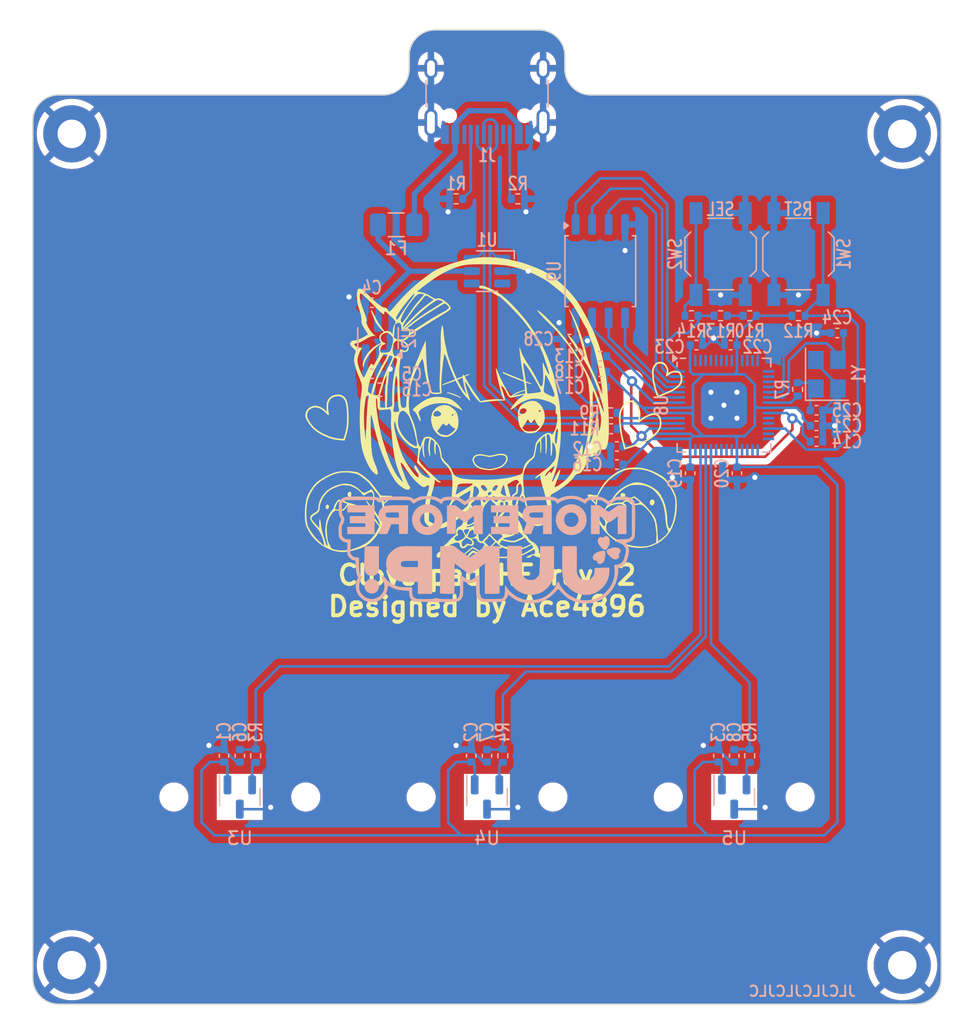
<source format=kicad_pcb>
(kicad_pcb (version 20240108) (generator "pcbnew") (generator_version "8.0")
  (title_block (title "Cloverpad HE") (rev "2"))
  (layers (0 "F.Cu" signal) (31 "B.Cu" signal) (34 "B.Paste" user) (35 "F.Paste" user) (36 "B.SilkS" user "B.Silkscreen") (37 "F.SilkS" user "F.Silkscreen") (38 "B.Mask" user) (39 "F.Mask" user) (44 "Edge.Cuts" user))
  (net 0 "")
  (net 1 "+3V3")
  (net 2 "GND")
  (net 3 "+5V")
  (net 4 "HS0")
  (net 5 "HS1")
  (net 6 "HS2")
  (net 7 "+1V1")
  (net 8 "XIN")
  (net 9 "Net-(C25-Pad2)")
  (net 12 "VBUS")
  (net 13 "Net-(J1-CC1)")
  (net 14 "D+")
  (net 15 "D-")
  (net 17 "Net-(J1-CC2)")
  (net 19 "Net-(U8-USB_DP)")
  (net 20 "Net-(U3-OUT)")
  (net 21 "Net-(U4-OUT)")
  (net 22 "Net-(U5-OUT)")
  (net 23 "Net-(R10-Pad2)")
  (net 24 "XOUT")
  (net 25 "Net-(U8-USB_DM)")
  (net 26 "Net-(R14-Pad1)")
  (net 27 "RESET")
  (net 28 "Q_SEL")
  (net 56 "Q_IO3")
  (net 57 "Q_CLK")
  (net 58 "Q_IO0")
  (net 59 "Q_IO2")
  (net 60 "Q_IO1")
  (footprint "MountingHole:MountingHole_2.2mm_M2_Pad" (layer "F.Cu") (at 28.8 28.8)
    (property "Reference" "H1" (hide yes))
    (property "Value" "Mounting Hole")
  )
  (footprint "MountingHole:MountingHole_2.2mm_M2_Pad" (layer "F.Cu") (at 92.8 28.8)
    (property "Reference" "H2" (hide yes))
    (property "Value" "Mounting Hole")
  )
  (footprint "MountingHole:MountingHole_2.2mm_M2_Pad" (layer "F.Cu") (at 28.8 92.8)
    (property "Reference" "H3" (hide yes))
    (property "Value" "Mounting Hole")
  )
  (footprint "MountingHole:MountingHole_2.2mm_M2_Pad" (layer "F.Cu") (at 92.8 92.8)
    (property "Reference" "H4" (hide yes))
    (property "Value" "Mounting Hole")
  )
  (footprint "Package_SO:SOIC-8_5.23x5.23mm_P1.27mm" (layer "B.Cu") (at 69.53125 39.36875 -90)
    (property "Reference" "U9")
    (property "Value" "W25Q16JVSSIQ")
  )
  (footprint "Capacitor_SMD:C_0402_1005Metric" (layer "B.Cu") (at 59.579995 76.675 90)
    (property "Reference" "C2")
    (property "Value" "1uF")
  )
  (footprint "Fuse:Fuse_1206_3216Metric" (layer "B.Cu") (at 53.8 35.8)
    (property "Reference" "F1")
    (property "Value" "500mA")
  )
  (footprint "Custom:KS-20-1U-DRV5056" (layer "B.Cu") (at 60.8 79.85 180)
    (property "Reference" "U4")
    (property "Value" "DRV5056AxxDBZxQ1" (hide yes))
  )
  (footprint "Resistor_SMD:R_0402_1005Metric" (layer "B.Cu") (at 76.559358 42.8)
    (property "Reference" "R14")
    (property "Value" "1k")
  )
  (footprint "Capacitor_SMD:C_0402_1005Metric" (layer "B.Cu") (at 70.805 52.8625 180)
    (property "Reference" "C12")
    (property "Value" "1uF")
  )
  (footprint "Capacitor_SMD:C_0402_1005Metric" (layer "B.Cu") (at 80.05625 54.93 -90)
    (property "Reference" "C20")
    (property "Value" "100nF")
  )
  (footprint "Capacitor_SMD:C_0402_1005Metric" (layer "B.Cu") (at 70.805 54.251557 180)
    (property "Reference" "C16")
    (property "Value" "1uF")
  )
  (footprint "Capacitor_SMD:C_0603_1608Metric" (layer "B.Cu") (at 52.54375 48.49375)
    (property "Reference" "C15")
    (property "Value" "10uF")
  )
  (footprint "Capacitor_SMD:C_0402_1005Metric" (layer "B.Cu") (at 86.190543 50.084366 180)
    (property "Reference" "C25")
    (property "Value" "22pF")
  )
  (footprint "Capacitor_SMD:C_0402_1005Metric" (layer "B.Cu") (at 79.57625 45.061382 180)
    (property "Reference" "C22")
    (property "Value" "100nF")
  )
  (footprint "Resistor_SMD:R_0402_1005Metric" (layer "B.Cu") (at 84.8 42.8)
    (property "Reference" "R12")
    (property "Value" "5k1")
  )
  (footprint "Resistor_SMD:R_0402_1005Metric" (layer "B.Cu") (at 58.41875 33.8 180)
    (property "Reference" "R1")
    (property "Value" "5k1")
  )
  (footprint "Crystal:Crystal_SMD_3225-4Pin_3.2x2.5mm" (layer "B.Cu") (at 86.99375 47.30625 90)
    (property "Reference" "Y1")
    (property "Value" "12MHz")
  )
  (footprint "Capacitor_SMD:C_0402_1005Metric" (layer "B.Cu") (at 69.53125 48.298427 180)
    (property "Reference" "C17")
    (property "Value" "100nF")
  )
  (footprint "Package_TO_SOT_SMD:SOT-23-3" (layer "B.Cu") (at 52.4 44.525 90)
    (property "Reference" "U2")
    (property "Value" "XC6206P332MR")
  )
  (footprint "Capacitor_SMD:C_0402_1005Metric" (layer "B.Cu") (at 41.75 76.675 90)
    (property "Reference" "C6")
    (property "Value" "1uF")
  )
  (footprint "Resistor_SMD:R_0402_1005Metric" (layer "B.Cu") (at 42.970005 76.675 90)
    (property "Reference" "R3")
    (property "Value" "100")
  )
  (footprint "PCM_marbastlib-various:SOT-23-6-routable" (layer "B.Cu") (at 60.8 39.36875 180)
    (property "Reference" "U1")
    (property "Value" "SRV05-4")
  )
  (footprint "Capacitor_SMD:C_0402_1005Metric" (layer "B.Cu") (at 67.152335 44.59375 180)
    (property "Reference" "C28")
    (property "Value" "1uF")
  )
  (footprint "Capacitor_SMD:C_0402_1005Metric" (layer "B.Cu") (at 60.8 76.675 90)
    (property "Reference" "C7")
    (property "Value" "1uF")
  )
  (footprint "Capacitor_SMD:C_0402_1005Metric" (layer "B.Cu") (at 69.53125 47.107801 180)
    (property "Reference" "C18")
    (property "Value" "100nF")
  )
  (footprint "Capacitor_SMD:C_0402_1005Metric" (layer "B.Cu") (at 69.53125 45.917175 180)
    (property "Reference" "C13")
    (property "Value" "100nF")
  )
  (footprint "Capacitor_SMD:C_0402_1005Metric" (layer "B.Cu") (at 76.45625 54.93 -90)
    (property "Reference" "C19")
    (property "Value" "100nF")
  )
  (footprint "Button_Switch_SMD:SW_SPST_TL3342" (layer "B.Cu") (at 78.8 38.05 90)
    (property "Reference" "SW2")
    (property "Value" "SW_Push")
  )
  (footprint "Resistor_SMD:R_0402_1005Metric" (layer "B.Cu") (at 70.325 50.277929)
    (property "Reference" "R9")
    (property "Value" "27")
  )
  (footprint "Capacitor_SMD:C_0402_1005Metric" (layer "B.Cu") (at 51.922768 41.8 180)
    (property "Reference" "C4")
    (property "Value" "1uF")
  )
  (footprint "Resistor_SMD:R_0402_1005Metric" (layer "B.Cu") (at 78.8 42.8 180)
    (property "Reference" "R13")
    (property "Value" "5k1")
  )
  (footprint "Resistor_SMD:R_0402_1005Metric" (layer "B.Cu") (at 81.040642 42.8 180)
    (property "Reference" "R10")
    (property "Value" "5k1")
  )
  (footprint "Button_Switch_SMD:SW_SPST_TL3342" (layer "B.Cu") (at 84.8 38.05 -90)
    (property "Reference" "SW1")
    (property "Value" "SW_Push")
  )
  (footprint "Capacitor_SMD:C_0402_1005Metric" (layer "B.Cu") (at 76.93625 45.061382)
    (property "Reference" "C23")
    (property "Value" "100nF")
  )
  (footprint "Capacitor_SMD:C_0402_1005Metric" (layer "B.Cu") (at 87.7875 44.13125)
    (property "Reference" "C24")
    (property "Value" "22pF")
  )
  (footprint "Capacitor_SMD:C_0402_1005Metric" (layer "B.Cu") (at 40.529995 76.675 90)
    (property "Reference" "C1")
    (property "Value" "1uF")
  )
  (footprint "Resistor_SMD:R_0402_1005Metric" (layer "B.Cu") (at 63.18125 33.8)
    (property "Reference" "R2")
    (property "Value" "5k1")
  )
  (footprint "PCM_marbastlib-various:USB_C_Receptacle_HRO_TYPE-C-31-M-12" (layer "B.Cu") (at 60.8 24.8)
    (property "Reference" "J1")
    (property "Value" "USB_C_Receptacle_USB2.0")
  )
  (footprint "Resistor_SMD:R_0402_1005Metric" (layer "B.Cu") (at 84.737261 48.46792 -90)
    (property "Reference" "R7")
    (property "Value" "1k")
  )
  (footprint "Capacitor_SMD:C_0402_1005Metric" (layer "B.Cu") (at 86.190543 51.274992)
    (property "Reference" "C21")
    (property "Value" "100nF")
  )
  (footprint "Capacitor_SMD:C_0402_1005Metric" (layer "B.Cu") (at 86.190543 52.490618)
    (property "Reference" "C14")
    (property "Value" "100nF")
  )
  (footprint "Package_DFN_QFN:QFN-56-1EP_7x7mm_P0.4mm_EP3.2x3.2mm" (layer "B.Cu") (at 79.05625 49.6875 -90)
    (property "Reference" "U8")
    (property "Value" "RP2040")
  )
  (footprint "Resistor_SMD:R_0402_1005Metric" (layer "B.Cu") (at 70.325 51.503222)
    (property "Reference" "R11")
    (property "Value" "27")
  )
  (footprint "Custom:KS-20-1U-DRV5056" (layer "B.Cu") (at 41.749984 79.85 180)
    (property "Reference" "U3")
    (property "Value" "DRV5056AxxDBZxQ1" (hide yes))
  )
  (footprint "Resistor_SMD:R_0402_1005Metric" (layer "B.Cu") (at 62.020005 76.675 90)
    (property "Reference" "R4")
    (property "Value" "100")
  )
  (footprint "Capacitor_SMD:C_0402_1005Metric" (layer "B.Cu") (at 78.630011 76.675012 90)
    (property "Reference" "C3")
    (property "Value" "1uF")
  )
  (footprint "Custom:KS-20-1U-DRV5056" (layer "B.Cu") (at 79.850016 79.85 180)
    (property "Reference" "U5")
    (property "Value" "DRV5056AxxDBZxQ1" (hide yes))
  )
  (footprint "Resistor_SMD:R_0402_1005Metric" (layer "B.Cu") (at 81.040642 76.675012 90)
    (property "Reference" "R5")
    (property "Value" "100")
  )
  (footprint "Capacitor_SMD:C_0402_1005Metric" (layer "B.Cu") (at 51.932008 47.267151)
    (property "Reference" "C5")
    (property "Value" "1uF")
  )
  (footprint "Capacitor_SMD:C_0402_1005Metric" (layer "B.Cu") (at 79.850016 76.675 90)
    (property "Reference" "C8")
    (property "Value" "1uF")
  )
  (gr_poly (pts (xy 69.734579 60.891895) (xy 69.715594 60.893066) (xy 69.673914 60.897638) (xy 69.627047 60.904987) (xy 69.574702 60.914877) (xy 69.502029 60.931361) (xy 69.432974 60.950826) (xy 69.367725 60.973127) (xy 69.306469 60.99812) (xy 69.249393 61.025659) (xy 69.196685 61.0556) (xy 69.148531 61.087799) (xy 69.10512 61.12211) (xy 69.066639 61.15839) (xy 69.033275 61.196492) (xy 69.01857 61.216182) (xy 69.005215 61.236274) (xy 68.993233 61.256749) (xy 68.982647 61.277589) (xy 68.973481 61.298777) (xy 68.965758 61.320294) (xy 68.959501 61.342122) (xy 68.954735 61.364243) (xy 68.951482 61.386639) (xy 68.949766 61.409292) (xy 68.949611 61.432183) (xy 68.951039 61.455296) (xy 68.952289 61.465316) (xy 68.954093 61.475218) (xy 68.956427 61.48499) (xy 68.959269 61.494617) (xy 68.962596 61.504086) (xy 68.966385 61.513385) (xy 68.970615 61.5225) (xy 68.975261 61.531417) (xy 68.980302 61.540124) (xy 68.985716 61.548607) (xy 68.991478 61.556853) (xy 68.997567 61.564848) (xy 69.010635 61.580034) (xy 69.024738 61.594058) (xy 69.039696 61.606815) (xy 69.055326 61.618198) (xy 69.071449 61.628101) (xy 69.087883 61.636417) (xy 69.09616 61.639947) (xy 69.104447 61.64304) (xy 69.112721 61.645684) (xy 69.12096 61.647865) (xy 69.129141 61.649569) (xy 69.137241 61.650784) (xy 69.145238 61.651496) (xy 69.153109 61.651691) (xy 69.175572 61.651726) (xy 69.194819 61.652292) (xy 69.211135 61.653463) (xy 69.218285 61.654299) (xy 69.224809 61.655314) (xy 69.230744 61.656516) (xy 69.236125 61.657916) (xy 69.240988 61.659523) (xy 69.24537 61.661345) (xy 69.249305 61.663392) (xy 69.25283 61.665673) (xy 69.255979 61.668197) (xy 69.25879 61.670974) (xy 69.261298 61.674012) (xy 69.263539 61.677322) (xy 69.265547 61.680911) (xy 69.26736 61.68479) (xy 69.270542 61.693452) (xy 69.273369 61.703381) (xy 69.279105 61.727335) (xy 69.282587 61.741507) (xy 69.286859 61.757241) (xy 69.290801 61.769586) (xy 69.295699 61.782299) (xy 69.301624 61.795239) (xy 69.308648 61.808264) (xy 69.316843 61.821234) (xy 69.326278 61.834006) (xy 69.331484 61.840274) (xy 69.337027 61.84644) (xy 69.342916 61.852486) (xy 69.34916 61.858394) (xy 69.355768 61.864147) (xy 69.362749 61.869727) (xy 69.370112 61.875117) (xy 69.377866 61.880298) (xy 69.386019 61.885253) (xy 69.394581 61.889965) (xy 69.40356 61.894415) (xy 69.412966 61.898586) (xy 69.422807 61.902461) (xy 69.433092 61.906021) (xy 69.443831 61.90925) (xy 69.455032 61.912128) (xy 69.466704 61.91464) (xy 69.478856 61.916766) (xy 69.491497 61.91849) (xy 69.504636 61.919793) (xy 69.509673 61.919996) (xy 69.515068 61.919826) (xy 69.526839 61.918412) (xy 69.53977 61.915648) (xy 69.553682 61.911631) (xy 69.568396 61.906456) (xy 69.583733 61.90022) (xy 69.599513 61.89302) (xy 69.615559 61.884951) (xy 69.63169 61.876111) (xy 69.647729 61.866595) (xy 69.663495 61.856499) (xy 69.67881 61.845921) (xy 69.693496 61.834956) (xy 69.707372 61.823701) (xy 69.72026 61.812252) (xy 69.731982 61.800705) (xy 69.755732 61.774495) (xy 69.777696 61.747259) (xy 69.797907 61.718882) (xy 69.816401 61.689249) (xy 69.833214 61.658243) (xy 69.84838 61.625751) (xy 69.861934 61.591655) (xy 69.873912 61.555842) (xy 69.88435 61.518196) (xy 69.893281 61.478602) (xy 69.900742 61.436943) (xy 69.906768 61.393106) (xy 69.911393 61.346974) (xy 69.914653 61.298432) (xy 69.916583 61.247366) (xy 69.917219 61.193659) (xy 69.916606 61.140665) (xy 69.914572 61.093515) (xy 69.910829 61.051972) (xy 69.908226 61.03323) (xy 69.905086 61.015801) (xy 69.901374 60.999656) (xy 69.897053 60.984766) (xy 69.892088 60.971101) (xy 69.886442 60.958631) (xy 69.880078 60.947327) (xy 69.872961 60.937159) (xy 69.865054 60.928099) (xy 69.856321 60.920116) (xy 69.846726 60.913182) (xy 69.836232 60.907265) (xy 69.824804 60.902338) (xy 69.812405 60.898371) (xy 69.798999 60.895333) (xy 69.78455 60.893197) (xy 69.769021 60.891931) (xy 69.752376 60.891507)) (fill solid) (layer "B.SilkS"))
  (gr_poly (pts (xy 61.106594 57.944084) (xy 62.535345 57.944084) (xy 62.535345 58.221896) (xy 61.305032 58.221896) (xy 61.305032 58.777521) (xy 62.535345 58.777521) (xy 62.535345 59.055334) (xy 61.106594 59.055334) (xy 61.106594 59.610959) (xy 63.210032 59.610959) (xy 63.210032 57.388459) (xy 61.106594 57.388459)) (fill solid) (layer "B.SilkS"))
  (gr_poly (pts (xy 62.345518 61.515959) (xy 62.345779 61.932384) (xy 62.350987 62.293087) (xy 62.3556 62.44512) (xy 62.361635 62.574318) (xy 62.369154 62.677709) (xy 62.378218 62.752328) (xy 62.397239 62.850084) (xy 62.421301 62.945642) (xy 62.450233 63.038889) (xy 62.483861 63.129712) (xy 62.522015 63.217999) (xy 62.564522 63.303637) (xy 62.611211 63.386513) (xy 62.661909 63.466514) (xy 62.716446 63.543529) (xy 62.774648 63.617443) (xy 62.836344 63.688146) (xy 62.901362 63.755523) (xy 62.96953 63.819462) (xy 63.040677 63.879851) (xy 63.114629 63.936577) (xy 63.191217 63.989526) (xy 63.270267 64.038588) (xy 63.351607 64.083648) (xy 63.435067 64.124595) (xy 63.520473 64.161315) (xy 63.607654 64.193696) (xy 63.696438 64.221625) (xy 63.786654 64.244989) (xy 63.878128 64.263677) (xy 63.97069 64.277574) (xy 64.064168 64.286569) (xy 64.158389 64.290549) (xy 64.253182 64.289401) (xy 64.348374 64.283013) (xy 64.443794 64.271271) (xy 64.539271 64.254063) (xy 64.634631 64.231277) (xy 64.634629 64.231277) (xy 64.730595 64.202711) (xy 64.823981 64.16935) (xy 64.914707 64.131261) (xy 65.002698 64.088507) (xy 65.087875 64.041156) (xy 65.170161 63.989271) (xy 65.249477 63.93292) (xy 65.325746 63.872166) (xy 65.39889 63.807077) (xy 65.468831 63.737717) (xy 65.535492 63.664151) (xy 65.598795 63.586446) (xy 65.658662 63.504666) (xy 65.715016 63.418878) (xy 65.767778 63.329147) (xy 65.81687 63.235537) (xy 65.828796 63.20949) (xy 65.841869 63.179651) (xy 65.858054 63.141017) (xy 65.876128 63.095403) (xy 65.885492 63.070544) (xy 65.89487 63.044619) (xy 65.904109 63.017856) (xy 65.913056 62.990481) (xy 65.92156 62.962719) (xy 65.929467 62.934798) (xy 65.935778 62.899633) (xy 65.941371 62.845487) (xy 65.950576 62.691983) (xy 65.957424 62.497742) (xy 65.962258 62.286219) (xy 65.968313 61.736432) (xy 65.968313 60.543615) (xy 64.896751 60.543615) (xy 64.876527 61.595334) (xy 64.864938 62.044639) (xy 64.849679 62.394778) (xy 64.840901 62.528654) (xy 64.831479 62.63293) (xy 64.821505 62.706003) (xy 64.816339 62.730338) (xy 64.811069 62.746271) (xy 64.800107 62.767862) (xy 64.786451 62.790662) (xy 64.770352 62.814425) (xy 64.752059 62.838904) (xy 64.731825 62.863851) (xy 64.709901 62.88902) (xy 64.686536 62.914164) (xy 64.661983 62.939037) (xy 64.636492 62.963391) (xy 64.610314 62.986979) (xy 64.5837 63.009555) (xy 64.556901 63.030872) (xy 64.530168 63.050682) (xy 64.503752 63.06874) (xy 64.477904 63.084798) (xy 64.452876 63.098609) (xy 64.428357 63.109346) (xy 64.399977 63.11852) (xy 64.368222 63.12614) (xy 64.333575 63.132214) (xy 64.296522 63.136752) (xy 64.257548 63.139762) (xy 64.217138 63.141254) (xy 64.175776 63.141237) (xy 64.133948 63.139718) (xy 64.092139 63.136708) (xy 64.050833 63.132216) (xy 64.010516 63.12625) (xy 63.971673 63.118818) (xy 63.934788 63.109932) (xy 63.900346 63.099598) (xy 63.868833 63.087826) (xy 63.854753 63.081413) (xy 63.839903 63.073654) (xy 63.82441 63.064655) (xy 63.8084 63.054521) (xy 63.792001 63.043356) (xy 63.775339 63.031266) (xy 63.758539 63.018357) (xy 63.741729 63.004733) (xy 63.725036 62.9905) (xy 63.708585 62.975763) (xy 63.692503 62.960626) (xy 63.676917 62.945196) (xy 63.661953 62.929577) (xy 63.647739 62.913875) (xy 63.634399 62.898195) (xy 63.622061 62.882642) (xy 63.507689 62.732778) (xy 63.495974 61.648425) (xy 63.492671 61.225172) (xy 63.492553 60.929863) (xy 63.495327 60.525411) (xy 63.333254 60.523629) (xy 63.19938 60.522985) (xy 62.836281 60.522279) (xy 62.350188 60.520652)) (fill solid) (layer "B.SilkS"))
  (gr_poly (pts (xy 51.351392 61.41674) (xy 51.348285 61.739512) (xy 51.349795 61.995117) (xy 51.352752 62.100896) (xy 51.357427 62.193678) (xy 51.36401 62.274729) (xy 51.372688 62.345315) (xy 51.38365 62.4067) (xy 51.397084 62.460149) (xy 51.413179 62.506929) (xy 51.432122 62.548303) (xy 51.454101 62.585537) (xy 51.479306 62.619896) (xy 51.507924 62.652646) (xy 51.540144 62.685051) (xy 51.555565 62.699038) (xy 51.571849 62.712305) (xy 51.588943 62.724847) (xy 51.606796 62.736659) (xy 51.625356 62.747736) (xy 51.644571 62.758074) (xy 51.684759 62.776507) (xy 51.726946 62.791919) (xy 51.770718 62.804269) (xy 51.815662 62.813515) (xy 51.861362 62.819618) (xy 51.907405 62.822536) (xy 51.953377 62.822229) (xy 51.998863 62.818656) (xy 52.04345 62.811776) (xy 52.086723 62.801549) (xy 52.107737 62.795167) (xy 52.128268 62.787934) (xy 52.148263 62.779843) (xy 52.16767 62.770889) (xy 52.186439 62.761069) (xy 52.204517 62.750376) (xy 52.204517 62.750375) (xy 52.251031 62.720612) (xy 52.272138 62.706401) (xy 52.291874 62.692352) (xy 52.310285 62.678252) (xy 52.327416 62.663888) (xy 52.343313 62.649045) (xy 52.358024 62.633511) (xy 52.371592 62.617071) (xy 52.384066 62.599512) (xy 52.39549 62.580622) (xy 52.405911 62.560185) (xy 52.415375 62.537988) (xy 52.423928 62.513819) (xy 52.431615 62.487463) (xy 52.438484 62.458707) (xy 52.44458 62.427338) (xy 52.449948 62.393142) (xy 52.454636 62.355904) (xy 52.458689 62.315413) (xy 52.462153 62.271454) (xy 52.465074 62.223814) (xy 52.467499 62.172279) (xy 52.469472 62.116635) (xy 52.472252 61.99217) (xy 52.473782 61.848708) (xy 52.474429 61.684542) (xy 52.474563 61.497965) (xy 52.474563 60.543615) (xy 51.363314 60.543615)) (fill solid) (layer "B.SilkS"))
  (gr_poly (pts (xy 67.199217 56.66247) (xy 67.094046 56.66944) (xy 66.989735 56.681411) (xy 66.886928 56.698386) (xy 66.786269 56.720369) (xy 66.688402 56.747364) (xy 66.59397 56.779372) (xy 66.503618 56.816398) (xy 66.278458 56.917444) (xy 66.103542 56.82553) (xy 66.073106 56.809845) (xy 66.044243 56.796054) (xy 66.029928 56.789831) (xy 66.015438 56.784037) (xy 66.000583 56.778656) (xy 65.985174 56.773674) (xy 65.96902 56.769075) (xy 65.951934 56.764844) (xy 65.933724 56.760967) (xy 65.914202 56.757428) (xy 65.893179 56.754212) (xy 65.870463 56.751304) (xy 65.845867 56.74869) (xy 65.8192 56.746353) (xy 65.758896 56.742455) (xy 65.688036 56.739488) (xy 65.605104 56.737333) (xy 65.508582 56.73587) (xy 65.396955 56.734978) (xy 65.268707 56.734537) (xy 64.956282 56.734527) (xy 64.46364 56.737624) (xy 64.284012 56.741574) (xy 64.141004 56.747566) (xy 64.02873 56.75593) (xy 63.941309 56.766999) (xy 63.872857 56.781103) (xy 63.817492 56.798572) (xy 63.789736 56.808945) (xy 63.764574 56.817897) (xy 63.741541 56.825411) (xy 63.72017 56.831473) (xy 63.699996 56.836065) (xy 63.680553 56.839172) (xy 63.670961 56.840164) (xy 63.661377 56.840778) (xy 63.651743 56.841013) (xy 63.642 56.840866) (xy 63.632092 56.840337) (xy 63.621958 56.839421) (xy 63.600785 56.836427) (xy 63.578015 56.831867) (xy 63.553183 56.825726) (xy 63.525823 56.817988) (xy 63.495469 56.808636) (xy 63.423918 56.785027) (xy 63.385483 56.772476) (xy 63.348097 56.761437) (xy 63.310201 56.751849) (xy 63.270239 56.74365) (xy 63.226651 56.736778) (xy 63.177881 56.731172) (xy 63.12237 56.726771) (xy 63.05856 56.723512) (xy 62.984894 56.721335) (xy 62.899814 56.720177) (xy 62.801762 56.719977) (xy 62.68918 56.720673) (xy 62.414195 56.724508) (xy 62.062396 56.731188) (xy 61.185452 56.74432) (xy 60.859708 56.745982) (xy 60.670032 56.743821) (xy 60.45132 56.736832) (xy 60.249272 56.733705) (xy 60.066248 56.734344) (xy 59.90461 56.738651) (xy 59.766715 56.746533) (xy 59.654925 56.757891) (xy 59.609556 56.764844) (xy 59.571598 56.772631) (xy 59.541346 56.781239) (xy 59.519095 56.790656) (xy 59.496024 56.803898) (xy 59.46843 56.821011) (xy 59.437353 56.84128) (xy 59.403828 56.863991) (xy 59.368896 56.888428) (xy 59.333593 56.913877) (xy 59.298958 56.939622) (xy 59.266029 56.964949) (xy 59.2409 56.984508) (xy 59.21835 57.00166) (xy 59.198108 57.016475) (xy 59.179903 57.029026) (xy 59.163464 57.039382) (xy 59.148521 57.047615) (xy 59.141525 57.050956) (xy 59.134802 57.053794) (xy 59.128317 57.056135) (xy 59.122037 57.05799) (xy 59.115928 57.059366) (xy 59.109955 57.060274) (xy 59.104086 57.060721) (xy 59.098286 57.060717) (xy 59.092521 57.06027) (xy 59.086758 57.059389) (xy 59.080962 57.058083) (xy 59.0751 57.056361) (xy 59.069138 57.054231) (xy 59.063043 57.051703) (xy 59.050314 57.045487) (xy 59.036643 57.037782) (xy 59.02176 57.02866) (xy 58.857666 56.925025) (xy 58.791487 56.88379) (xy 58.73357 56.848907) (xy 58.682178 56.819848) (xy 58.635574 56.796085) (xy 58.59202 56.77709) (xy 58.549779 56.762336) (xy 58.507114 56.751294) (xy 58.462288 56.743437) (xy 58.413563 56.738236) (xy 58.359203 56.735165) (xy 58.297469 56.733695) (xy 58.226625 56.733299) (xy 58.050657 56.733615) (xy 57.898783 56.734155) (xy 57.77797 56.736318) (xy 57.682544 56.740922) (xy 57.64258 56.744395) (xy 57.606837 56.748784) (xy 57.574605 56.754193) (xy 57.545175 56.760723) (xy 57.51784 56.768476) (xy 57.491889 56.777555) (xy 57.466615 56.788062) (xy 57.441308 56.800099) (xy 57.387759 56.82917) (xy 57.220955 56.924725) (xy 56.971041 56.809327) (xy 56.928994 56.790122) (xy 56.890491 56.773167) (xy 56.854606 56.758323) (xy 56.820414 56.745449) (xy 56.786989 56.734407) (xy 56.753405 56.725057) (xy 56.718737 56.717259) (xy 56.682059 56.710875) (xy 56.642445 56.705764) (xy 56.598969 56.701787) (xy 56.550707 56.698804) (xy 56.496732 56.696677) (xy 56.436118 56.695265) (xy 56.36794 56.694429) (xy 56.205188 56.693928) (xy 56.040511 56.694387) (xy 55.91096 56.696588) (xy 55.856902 56.698726) (xy 55.808678 56.701763) (xy 55.765307 56.705852) (xy 55.725806 56.711147) (xy 55.689194 56.717803) (xy 55.654488 56.725974) (xy 55.620707 56.735814) (xy 55.586867 56.747478) (xy 55.551987 56.761118) (xy 55.515084 56.776891) (xy 55.431283 56.815448) (xy 55.173314 56.936969) (xy 55.042327 56.84782) (xy 55.007343 56.825883) (xy 54.969658 56.806196) (xy 54.949531 56.797171) (xy 54.928404 56.788679) (xy 54.882713 56.773253) (xy 54.831716 56.759838) (xy 54.774545 56.748355) (xy 54.710331 56.738724) (xy 54.638207 56.730864) (xy 54.557302 56.724698) (xy 54.46675 56.720145) (xy 54.365682 56.717125) (xy 54.253228 56.715559) (xy 54.128522 56.715367) (xy 53.990694 56.71647) (xy 53.6722 56.722243) (xy 53.454427 56.727901) (xy 53.273024 56.734248) (xy 53.123829 56.741656) (xy 53.002679 56.750495) (xy 52.905411 56.761137) (xy 52.827862 56.773954) (xy 52.765871 56.789316) (xy 52.715274 56.807595) (xy 52.689135 56.818697) (xy 52.665686 56.828312) (xy 52.644566 56.836438) (xy 52.625413 56.84307) (xy 52.607867 56.848207) (xy 52.591567 56.851845) (xy 52.583771 56.853101) (xy 52.576151 56.853981) (xy 52.568662 56.854485) (xy 52.561259 56.854612) (xy 52.553896 56.854362) (xy 52.546528 56.853735) (xy 52.539111 56.85273) (xy 52.531599 56.851348) (xy 52.516109 56.847446) (xy 52.499698 56.842028) (xy 52.482004 56.83509) (xy 52.462667 56.826629) (xy 52.441325 56.816642) (xy 52.417617 56.805126) (xy 52.394336 56.794581) (xy 52.369005 56.785057) (xy 52.340713 56.776484) (xy 52.308548 56.768795) (xy 52.2716 56.761921) (xy 52.228957 56.755795) (xy 52.179707 56.750348) (xy 52.122939 56.745512) (xy 52.057743 56.741219) (xy 51.983207 56.737399) (xy 51.898419 56.733987) (xy 51.802468 56.730912) (xy 51.573432 56.725503) (xy 51.288809 56.720628) (xy 50.812297 56.715441) (xy 50.437232 56.71788) (xy 50.28297 56.722804) (xy 50.148342 56.730649) (xy 50.031439 56.741753) (xy 49.930353 56.756453) (xy 49.843174 56.775088) (xy 49.767993 56.797996) (xy 49.702901 56.825515) (xy 49.645989 56.857983) (xy 49.595349 56.895738) (xy 49.54907 56.939117) (xy 49.505243 56.98846) (xy 49.461961 57.044104) (xy 49.448815 57.062571) (xy 49.437115 57.080876) (xy 49.431782 57.09016) (xy 49.426778 57.099635) (xy 49.422096 57.109378) (xy 49.417722 57.119466) (xy 49.413649 57.129977) (xy 49.409865 57.140987) (xy 49.406359 57.152575) (xy 49.403123 57.164816) (xy 49.400144 57.177788) (xy 49.397414 57.191569) (xy 49.394922 57.206235) (xy 49.392657 57.221864) (xy 49.388768 57.256319) (xy 49.385665 57.295552) (xy 49.383265 57.34018) (xy 49.381487 57.39082) (xy 49.380247 57.44809) (xy 49.379464 57.512608) (xy 49.378936 57.665857) (xy 49.379422 57.822305) (xy 49.3814 57.945565) (xy 49.385649 58.041141) (xy 49.388868 58.080267) (xy 49.392948 58.114535) (xy 49.397985 58.144633) (xy 49.404077 58.171249) (xy 49.41132 58.195071) (xy 49.419814 58.216786) (xy 49.429654 58.237083) (xy 49.440939 58.256649) (xy 49.468232 58.29634) (xy 49.488139 58.324108) (xy 49.505348 58.350179) (xy 49.512938 58.362699) (xy 49.51985 58.37494) (xy 49.526083 58.386952) (xy 49.531636 58.398781) (xy 49.536508 58.410478) (xy 49.540698 58.42209) (xy 49.544205 58.433667) (xy 49.547028 58.445256) (xy 49.549165 58.456906) (xy 49.550616 58.468666) (xy 49.55138 58.480584) (xy 49.551455 58.49271) (xy 49.55084 58.505091) (xy 49.549535 58.517775) (xy 49.547538 58.530813) (xy 49.544848 58.544251) (xy 49.541465 58.55814) (xy 49.537386 58.572526) (xy 49.532612 58.58746) (xy 49.52714 58.602989) (xy 49.514102 58.636027) (xy 49.498262 58.67203) (xy 49.479613 58.711385) (xy 49.458146 58.754482) (xy 49.442908 58.785193) (xy 49.429279 58.814307) (xy 49.417175 58.842337) (xy 49.406507 58.869794) (xy 49.39719 58.897192) (xy 49.389137 58.925042) (xy 49.382261 58.953857) (xy 49.376476 58.98415) (xy 49.371696 59.016432) (xy 49.367834 59.051215) (xy 49.364803 59.089013) (xy 49.362517 59.130338) (xy 49.36089 59.175701) (xy 49.359835 59.225616) (xy 49.359095 59.341147) (xy 49.360055 59.429402) (xy 49.36287 59.512933) (xy 49.367442 59.590798) (xy 49.373673 59.662053) (xy 49.381465 59.725757) (xy 49.390721 59.780966) (xy 49.401342 59.826739) (xy 49.407133 59.845793) (xy 49.41323 59.862134) (xy 49.420251 59.878043) (xy 49.427983 59.893884) (xy 49.44549 59.925288) (xy 49.465576 59.956201) (xy 49.488066 59.986479) (xy 49.512783 60.015977) (xy 49.539552 60.044551) (xy 49.568199 60.072057) (xy 49.598548 60.09835) (xy 49.630423 60.123287) (xy 49.663649 60.146722) (xy 49.69805 60.168511) (xy 49.733452 60.188509) (xy 49.769679 60.206574) (xy 49.806556 60.222559) (xy 49.843907 60.236321) (xy 49.881556 60.247716) (xy 50.043222 60.291248) (xy 50.025223 60.655556) (xy 50.022358 60.731573) (xy 50.021139 60.807971) (xy 50.021487 60.882686) (xy 50.023325 60.953653) (xy 50.026578 61.018809) (xy 50.031166 61.07609) (xy 50.037014 61.123432) (xy 50.040386 61.142731) (xy 50.044044 61.158771) (xy 50.050313 61.180059) (xy 50.057829 61.201433) (xy 50.066534 61.222845) (xy 50.076373 61.244244) (xy 50.099226 61.286803) (xy 50.125934 61.328709) (xy 50.156044 61.369562) (xy 50.189105 61.408963) (xy 50.224663 61.446511) (xy 50.262267 61.481806) (xy 50.301465 61.514447) (xy 50.341802 61.544035) (xy 50.382828 61.570169) (xy 50.424089 61.592449) (xy 50.444666 61.602018) (xy 50.465133 61.610474) (xy 50.485433 61.617766) (xy 50.505508 61.623845) (xy 50.525303 61.628659) (xy 50.544762 61.63216) (xy 50.563826 61.634298) (xy 50.582441 61.635021) (xy 50.588797 61.635146) (xy 50.594806 61.635558) (xy 50.600482 61.63632) (xy 50.605837 61.637491) (xy 50.610883 61.639131) (xy 50.613295 61.640146) (xy 50.615635 61.641302) (xy 50.617904 61.642605) (xy 50.620104 61.644063) (xy 50.622237 61.645683) (xy 50.624304 61.647474) (xy 50.626307 61.649443) (xy 50.628247 61.651597) (xy 50.630127 61.653944) (xy 50.631947 61.656491) (xy 50.633709 61.659246) (xy 50.635416 61.662217) (xy 50.638667 61.668835) (xy 50.641714 61.676405) (xy 50.644568 61.684989) (xy 50.647243 61.694645) (xy 50.649752 61.705436) (xy 50.652108 61.71742) (xy 50.654324 61.730658) (xy 50.656411 61.745212) (xy 50.658385 61.76114) (xy 50.660256 61.778504) (xy 50.662039 61.797363) (xy 50.663745 61.817779) (xy 50.665389 61.839811) (xy 50.668539 61.888966) (xy 50.671591 61.945312) (xy 50.674649 62.009331) (xy 50.677816 62.081506) (xy 50.683667 62.195736) (xy 50.691084 62.298351) (xy 50.700253 62.390569) (xy 50.711363 62.473606) (xy 50.724599 62.548678) (xy 50.74015 62.617002) (xy 50.758203 62.679795) (xy 50.778945 62.738272) (xy 50.861054 62.948554) (xy 50.776798 63.135147) (xy 50.754028 63.190756) (xy 50.734534 63.249204) (xy 50.718305 63.310095) (xy 50.705332 63.373032) (xy 50.695606 63.437619) (xy 50.689118 63.503459) (xy 50.685859 63.570156) (xy 50.685819 63.637315) (xy 50.688989 63.704537) (xy 50.69536 63.771428) (xy 50.704922 63.83759) (xy 50.717667 63.902628) (xy 50.733585 63.966145) (xy 50.752667 64.027744) (xy 50.774904 64.087029) (xy 50.800286 64.143604) (xy 50.827483 64.195329) (xy 50.85826 64.246878) (xy 50.892303 64.297959) (xy 50.929301 64.34828) (xy 50.968939 64.397548) (xy 51.010905 64.445472) (xy 51.054885 64.49176) (xy 51.100566 64.53612) (xy 51.147635 64.578259) (xy 51.195779 64.617885) (xy 51.244684 64.654707) (xy 51.294038 64.688432) (xy 51.343527 64.718768) (xy 51.392839 64.745424) (xy 51.441659 64.768107) (xy 51.489676 64.786525) (xy 51.535696 64.800698) (xy 51.584747 64.81299) (xy 51.636395 64.823398) (xy 51.690204 64.831922) (xy 51.74574 64.838564) (xy 51.802568 64.843321) (xy 51.860252 64.846193) (xy 51.918359 64.847182) (xy 51.976453 64.846284) (xy 52.0341 64.843502) (xy 52.090864 64.838834) (xy 52.146311 64.83228) (xy 52.200005 64.823839) (xy 52.251513 64.813512) (xy 52.300399 64.801297) (xy 52.346229 64.787195) (xy 52.388808 64.77098) (xy 52.432584 64.751051) (xy 52.477238 64.727682) (xy 52.52245 64.701146) (xy 52.567902 64.671715) (xy 52.613274 64.639663) (xy 52.658246 64.605262) (xy 52.702499 64.568785) (xy 52.745715 64.530505) (xy 52.787574 64.490696) (xy 52.827756 64.449629) (xy 52.865942 64.407577) (xy 52.901813 64.364815) (xy 52.935049 64.321614) (xy 52.965332 64.278247) (xy 52.992342 64.234987) (xy 53.002733 64.216372) (xy 53.01327 64.195791) (xy 53.02388 64.173458) (xy 53.034491 64.149586) (xy 53.05542 64.098073) (xy 53.075471 64.042953) (xy 53.094058 63.985925) (xy 53.110595 63.928692) (xy 53.117912 63.900529) (xy 53.124497 63.872952) (xy 53.130277 63.846173) (xy 53.135178 63.820406) (xy 53.144336 63.771581) (xy 53.153875 63.726504) (xy 53.163513 63.68613) (xy 53.172973 63.651409) (xy 53.181972 63.623296) (xy 53.186213 63.612015) (xy 53.190233 63.602742) (xy 53.193999 63.595598) (xy 53.197474 63.590701) (xy 53.200625 63.58817) (xy 53.202068 63.58783) (xy 53.203417 63.588125) (xy 53.231994 63.602469) (xy 53.291169 63.632658) (xy 53.466751 63.722882) (xy 53.520862 63.750126) (xy 53.573267 63.775094) (xy 53.624498 63.797916) (xy 53.675083 63.818721) (xy 53.725554 63.837642) (xy 53.776439 63.854808) (xy 53.82827 63.870349) (xy 53.881577 63.884396) (xy 53.936889 63.89708) (xy 53.994736 63.90853) (xy 54.055649 63.918878) (xy 54.120157 63.928254) (xy 54.188791 63.936788) (xy 54.262081 63.944611) (xy 54.424749 63.958644) (xy 54.787434 63.986128) (xy 54.804351 64.220013) (xy 54.808377 64.265329) (xy 54.813774 64.308139) (xy 54.820644 64.348629) (xy 54.829084 64.386982) (xy 54.839197 64.423386) (xy 54.851081 64.458024) (xy 54.864837 64.491081) (xy 54.880564 64.522744) (xy 54.898362 64.553196) (xy 54.918332 64.582624) (xy 54.940573 64.611212) (xy 54.965185 64.639145) (xy 54.992268 64.666609) (xy 55.021922 64.693788) (xy 55.054247 64.720869) (xy 55.089342 64.748035) (xy 55.099181 64.755234) (xy 55.109021 64.762002) (xy 55.119147 64.768354) (xy 55.129848 64.774306) (xy 55.14141 64.779871) (xy 55.154121 64.785066) (xy 55.168266 64.789905) (xy 55.184134 64.794404) (xy 55.202011 64.798578) (xy 55.222184 64.802441) (xy 55.24494 64.806009) (xy 55.270567 64.809298) (xy 55.29935 64.812321) (xy 55.331577 64.815094) (xy 55.367535 64.817633) (xy 55.407511 64.819952) (xy 55.451792 64.822067) (xy 55.500664 64.823992) (xy 55.613333 64.827334) (xy 55.747812 64.8301) (xy 55.906398 64.83241) (xy 56.091386 64.834386) (xy 56.305071 64.836147) (xy 56.827719 64.839511) (xy 57.438524 64.842728) (xy 57.897286 64.841666) (xy 58.228876 64.832608) (xy 58.354754 64.823918) (xy 58.458166 64.811834) (xy 58.542221 64.795891) (xy 58.610028 64.775626) (xy 58.664696 64.750572) (xy 58.709333 64.720266) (xy 58.747049 64.684242) (xy 58.780953 64.642036) (xy 58.84976 64.537218) (xy 58.869424 64.505954) (xy 58.88668 64.477447) (xy 58.901686 64.450658) (xy 58.908394 64.437585) (xy 58.914598 64.424552) (xy 58.920318 64.411431) (xy 58.925574 64.398092) (xy 58.930385 64.384404) (xy 58.934771 64.370239) (xy 58.938751 64.355466) (xy 58.942345 64.339957) (xy 58.945574 64.32358) (xy 58.948456 64.306208) (xy 58.951011 64.28771) (xy 58.953258 64.267956) (xy 58.955218 64.246818) (xy 58.956911 64.224164) (xy 58.95957 64.173794) (xy 58.961393 64.11581) (xy 58.962537 64.049174) (xy 58.96316 63.972848) (xy 58.96347 63.786983) (xy 58.96347 63.216047) (xy 59.106108 63.304202) (xy 59.144074 63.325499) (xy 59.184375 63.344035) (xy 59.226681 63.359808) (xy 59.270661 63.372814) (xy 59.315986 63.38305) (xy 59.362325 63.390511) (xy 59.409349 63.395195) (xy 59.456728 63.397097) (xy 59.504132 63.396215) (xy 59.551231 63.392544) (xy 59.597694 63.386081) (xy 59.643193 63.376823) (xy 59.687396 63.364766) (xy 59.729975 63.349907) (xy 59.770598 63.332241) (xy 59.808936 63.311766) (xy 59.955658 63.225198) (xy 59.955658 63.730137) (xy 59.956452 63.834338) (xy 59.958727 63.9369) (xy 59.962325 64.035196) (xy 59.967086 64.1266) (xy 59.972849 64.208482) (xy 59.979456 64.278217) (xy 59.986747 64.333177) (xy 59.994562 64.370733) (xy 60.004109 64.399683) (xy 60.01624 64.429231) (xy 60.030782 64.459177) (xy 60.047562 64.489321) (xy 60.066406 64.519464) (xy 60.087142 64.549405) (xy 60.109596 64.578944) (xy 60.133597 64.607882) (xy 60.15897 64.636017) (xy 60.185542 64.663151) (xy 60.213141 64.689084) (xy 60.241594 64.713614) (xy 60.270728 64.736543) (xy 60.300369 64.757671) (xy 60.330345 64.776797) (xy 60.360482 64.793721) (xy 60.40194 64.807519) (xy 60.467754 64.819511) (xy 60.554507 64.829693) (xy 60.65878 64.83806) (xy 60.906215 64.849337) (xy 61.182715 64.853311) (xy 61.460934 64.849952) (xy 61.713527 64.83923) (xy 61.821669 64.831098) (xy 61.913149 64.821114) (xy 61.984551 64.809274) (xy 62.032456 64.795574) (xy 62.062382 64.781544) (xy 62.092609 64.764462) (xy 62.12288 64.744623) (xy 62.152936 64.722323) (xy 62.18252 64.697859) (xy 62.211373 64.671525) (xy 62.239238 64.643619) (xy 62.265856 64.614436) (xy 62.29097 64.584272) (xy 62.314322 64.553422) (xy 62.335654 64.522183) (xy 62.354707 64.490851) (xy 62.371225 64.459721) (xy 62.384948 64.42909) (xy 62.39562 64.399253) (xy 62.39973 64.384725) (xy 62.402981 64.370507) (xy 62.425168 64.259575) (xy 62.627023 64.419133) (xy 62.714309 64.485746) (xy 62.801154 64.547122) (xy 62.887955 64.60339) (xy 62.975111 64.654681) (xy 63.063021 64.701123) (xy 63.152082 64.742847) (xy 63.242693 64.779982) (xy 63.335251 64.812658) (xy 63.430156 64.841004) (xy 63.527806 64.86515) (xy 63.628598 64.885225) (xy 63.732931 64.90136) (xy 63.841204 64.913683) (xy 63.953813 64.922326) (xy 64.071159 64.927416) (xy 64.193638 64.929084) (xy 64.330706 64.926772) (xy 64.461406 64.919669) (xy 64.586329 64.907523) (xy 64.706066 64.890079) (xy 64.821206 64.867086) (xy 64.932339 64.83829) (xy 65.040057 64.80344) (xy 65.144948 64.762281) (xy 65.247603 64.714563) (xy 65.348613 64.660031) (xy 65.448567 64.598434) (xy 65.548055 64.529517) (xy 65.647668 64.45303) (xy 65.747996 64.368719) (xy 65.849629 64.27633) (xy 65.953156 64.175613) (xy 66.295188 63.83262) (xy 66.557931 64.119292) (xy 66.620934 64.186458) (xy 66.68348 64.249918) (xy 66.745764 64.309802) (xy 66.80798 64.366237) (xy 66.870325 64.419353) (xy 66.932992 64.469279) (xy 66.996179 64.516145) (xy 67.060079 64.560078) (xy 67.124888 64.601209) (xy 67.190801 64.639666) (xy 67.258013 64.675578) (xy 67.32672 64.709075) (xy 67.397117 64.740284) (xy 67.469399 64.769336) (xy 67.543761 64.796359) (xy 67.620399 64.821482) (xy 67.688359 64.841869) (xy 67.755021 64.860301) (xy 67.820659 64.876804) (xy 67.885551 64.891406) (xy 67.949973 64.904134) (xy 68.014203 64.915015) (xy 68.078516 64.924077) (xy 68.14319 64.931347) (xy 68.208501 64.936851) (xy 68.274725 64.940617) (xy 68.34214 64.942672) (xy 68.411021 64.943044) (xy 68.481647 64.94176) (xy 68.554292 64.938846) (xy 68.629235 64.93433) (xy 68.706751 64.928239) (xy 68.821012 64.915292) (xy 68.933656 64.896583) (xy 69.044553 64.872261) (xy 69.15357 64.842478) (xy 69.260577 64.807384) (xy 69.365441 64.767131) (xy 69.46803 64.721868) (xy 69.568215 64.671747) (xy 69.665862 64.616919) (xy 69.760841 64.557533) (xy 69.85302 64.493742) (xy 69.942268 64.425695) (xy 70.028452 64.353544) (xy 70.111443 64.277438) (xy 70.191107 64.19753) (xy 70.267314 64.11397) (xy 70.339931 64.026907) (xy 70.408829 63.936495) (xy 70.473874 63.842882) (xy 70.534936 63.74622) (xy 70.591883 63.646659) (xy 70.644584 63.544351) (xy 70.692907 63.439445) (xy 70.73672 63.332094) (xy 70.775892 63.222447) (xy 70.810292 63.110655) (xy 70.839788 62.996869) (xy 70.864249 62.881241) (xy 70.883542 62.763919) (xy 70.897538 62.645056) (xy 70.906103 62.524803) (xy 70.909107 62.403309) (xy 70.90973 62.339979) (xy 70.91062 62.313739) (xy 70.912065 62.290761) (xy 70.914189 62.270778) (xy 70.91712 62.253525) (xy 70.920984 62.238736) (xy 70.923305 62.232182) (xy 70.925906 62.226145) (xy 70.928804 62.22059) (xy 70.932013 62.215484) (xy 70.935551 62.210795) (xy 70.939432 62.20649) (xy 70.943673 62.202534) (xy 70.948288 62.198894) (xy 70.953295 62.195538) (xy 70.958708 62.192432) (xy 70.970817 62.186838) (xy 70.984743 62.181845) (xy 71.000611 62.177186) (xy 71.018547 62.172597) (xy 71.04932 62.163749) (xy 71.08156 62.151984) (xy 71.114935 62.137548) (xy 71.149112 62.120684) (xy 71.183758 62.101638) (xy 71.218541 62.080654) (xy 71.253129 62.057976) (xy 71.287188 62.033849) (xy 71.320386 62.008518) (xy 71.352392 61.982227) (xy 71.382871 61.955221) (xy 71.411492 61.927744) (xy 71.437922 61.900041) (xy 71.461829 61.872356) (xy 71.482879 61.844934) (xy 71.500741 61.818019) (xy 71.52093 61.781331) (xy 71.541581 61.737297) (xy 71.56245 61.686864) (xy 71.583294 61.630974) (xy 71.603869 61.570573) (xy 71.623932 61.506605) (xy 71.643239 61.440014) (xy 71.661548 61.371746) (xy 71.694194 61.233955) (xy 71.708045 61.166321) (xy 71.719924 61.100787) (xy 71.729586 61.038298) (xy 71.736789 60.979798) (xy 71.74129 60.926232) (xy 71.742844 60.878545) (xy 71.742048 60.842311) (xy 71.739679 60.806202) (xy 71.735766 60.7703) (xy 71.73034 60.734688) (xy 71.72343 60.699451) (xy 71.715065 60.664669) (xy 71.705276 60.630427) (xy 71.69409 60.596807) (xy 71.68154 60.563892) (xy 71.667653 60.531766) (xy 71.652459 60.50051) (xy 71.635988 60.470208) (xy 71.61827 60.440943) (xy 71.599334 60.412798) (xy 71.57921 60.385855) (xy 71.557927 60.360198) (xy 71.549228 60.34991) (xy 71.54547 60.345139) (xy 71.542126 60.340598) (xy 71.539211 60.336274) (xy 71.536741 60.332154) (xy 71.534732 60.328222) (xy 71.533197 60.324467) (xy 71.532153 60.320873) (xy 71.531614 60.317427) (xy 71.531596 60.314116) (xy 71.531787 60.312507) (xy 71.532114 60.310926) (xy 71.532579 60.309372) (xy 71.533183 60.307843) (xy 71.534818 60.304852) (xy 71.537035 60.301942) (xy 71.539848 60.299097) (xy 71.543273 60.296305) (xy 71.547326 60.29355) (xy 71.55202 60.290821) (xy 71.557372 60.288102) (xy 71.563396 60.285381) (xy 71.570108 60.282643) (xy 71.577524 60.279875) (xy 71.585657 60.277062) (xy 71.594524 60.274193) (xy 71.604139 60.271251) (xy 71.625675 60.2651) (xy 71.650389 60.258498) (xy 71.678399 60.251336) (xy 71.718241 60.240037) (xy 71.757593 60.226386) (xy 71.79629 60.210517) (xy 71.834168 60.19256) (xy 71.871063 60.172647) (xy 71.90681 60.150909) (xy 71.941245 60.127479) (xy 71.974203 60.102487) (xy 72.005519 60.076065) (xy 72.03503 60.048346) (xy 72.06257 60.019459) (xy 72.087976 59.989538) (xy 72.111082 59.958713) (xy 72.131724 59.927116) (xy 72.149738 59.894879) (xy 72.164959 59.862134) (xy 72.177135 59.806707) (xy 72.1813 59.767905) (xy 71.961125 59.767905) (xy 71.851247 59.877947) (xy 71.832155 59.896774) (xy 71.82311 59.905339) (xy 71.814259 59.913366) (xy 71.805496 59.920879) (xy 71.796714 59.927897) (xy 71.78781 59.934444) (xy 71.778676 59.94054) (xy 71.769208 59.946207) (xy 71.7593 59.951467) (xy 71.748846 59.95634) (xy 71.737741 59.96085) (xy 71.725879 59.965017) (xy 71.713154 59.968864) (xy 71.699462 59.97241) (xy 71.684695 59.975679) (xy 71.668749 59.978692) (xy 71.651519 59.981471) (xy 71.632898 59.984036) (xy 71.612781 59.98641) (xy 71.591062 59.988615) (xy 71.567636 59.990671) (xy 71.51524 59.994425) (xy 71.454747 59.997845) (xy 71.385314 60.001105) (xy 71.216247 60.007834) (xy 71.04795 60.01449) (xy 70.919862 60.020842) (xy 70.826317 60.028041) (xy 70.790728 60.032317) (xy 70.761651 60.037236) (xy 70.738376 60.042941) (xy 70.720196 60.049577) (xy 70.706402 60.057287) (xy 70.696286 60.066214) (xy 70.689141 60.076503) (xy 70.684258 60.088297) (xy 70.680928 60.101739) (xy 70.678443 60.116974) (xy 70.676794 60.130229) (xy 70.675855 60.142161) (xy 70.675674 60.147651) (xy 70.675697 60.152836) (xy 70.675934 60.157723) (xy 70.676393 60.16232) (xy 70.677084 60.166636) (xy 70.678016 60.170679) (xy 70.679197 60.174457) (xy 70.680637 60.177979) (xy 70.682344 60.181251) (xy 70.684328 60.184284) (xy 70.686598 60.187085) (xy 70.689163 60.189661) (xy 70.692032 60.192022) (xy 70.695213 60.194176) (xy 70.698716 60.19613) (xy 70.702551 60.197893) (xy 70.706725 60.199474) (xy 70.711248 60.20088) (xy 70.716129 60.20212) (xy 70.721377 60.203201) (xy 70.727002 60.204132) (xy 70.733011 60.204922) (xy 70.746222 60.206109) (xy 70.761081 60.206827) (xy 70.777662 60.207143) (xy 70.805083 60.208223) (xy 70.832893 60.211) (xy 70.86102 60.215414) (xy 70.889392 60.221406) (xy 70.917935 60.228917) (xy 70.946578 60.237888) (xy 71.003872 60.25997) (xy 71.060695 60.28718) (xy 71.116467 60.319042) (xy 71.170608 60.355082) (xy 71.22254 60.394827) (xy 71.271682 60.437801) (xy 71.317456 60.48353) (xy 71.359281 60.531541) (xy 71.396578 60.581359) (xy 71.428767 60.632509) (xy 71.442765 60.658436) (xy 71.45527 60.684518) (xy 71.466207 60.710696) (xy 71.475506 60.73691) (xy 71.483093 60.763103) (xy 71.488896 60.789213) (xy 71.49163 60.805805) (xy 71.493797 60.823304) (xy 71.495404 60.841592) (xy 71.49646 60.860552) (xy 71.496972 60.880067) (xy 71.496947 60.900017) (xy 71.496393 60.920287) (xy 71.495318 60.940758) (xy 71.493729 60.961312) (xy 71.491634 60.981831) (xy 71.489041 61.002199) (xy 71.485957 61.022297) (xy 71.482391 61.042008) (xy 71.478349 61.061214) (xy 71.473839 61.079797) (xy 71.468869 61.09764) (xy 71.447439 61.173209) (xy 71.424429 61.260429) (xy 71.402602 61.348505) (xy 71.384718 61.426643) (xy 71.37008 61.484906) (xy 71.361447 61.51295) (xy 71.351954 61.540256) (xy 71.341614 61.566813) (xy 71.330438 61.592609) (xy 71.318437 61.617635) (xy 71.305625 61.64188) (xy 71.292012 61.665333) (xy 71.277611 61.687983) (xy 71.262433 61.70982) (xy 71.246491 61.730833) (xy 71.229797 61.751012) (xy 71.212362 61.770345) (xy 71.194198 61.788823) (xy 71.175318 61.806435) (xy 71.155733 61.823169) (xy 71.135455 61.839016) (xy 71.114495 61.853964) (xy 71.092867 61.868003) (xy 71.070582 61.881123) (xy 71.047651 61.893312) (xy 71.024087 61.904561) (xy 70.999902 61.914858) (xy 70.975107 61.924193) (xy 70.949714 61.932555) (xy 70.923736 61.939933) (xy 70.897184 61.946317) (xy 70.870071 61.951697) (xy 70.842407 61.956061) (xy 70.814206 61.959399) (xy 70.785479 61.9617) (xy 70.61175 61.972365) (xy 70.625273 62.355528) (xy 70.627553 62.441751) (xy 70.628091 62.523748) (xy 70.626804 62.601942) (xy 70.62361 62.676753) (xy 70.618423 62.748604) (xy 70.611162 62.817918) (xy 70.601742 62.885116) (xy 70.590079 62.95062) (xy 70.576092 63.014853) (xy 70.559695 63.078236) (xy 70.540806 63.141192) (xy 70.519342 63.204143) (xy 70.495218 63.26751) (xy 70.468351 63.331716) (xy 70.438658 63.397182) (xy 70.406056 63.464332) (xy 70.358599 63.554072) (xy 70.307538 63.640921) (xy 70.253006 63.724819) (xy 70.195138 63.805707) (xy 70.134069 63.883528) (xy 70.069933 63.958223) (xy 70.002866 64.029734) (xy 69.933001 64.098001) (xy 69.860474 64.162966) (xy 69.785419 64.224571) (xy 69.70797 64.282758) (xy 69.628263 64.337467) (xy 69.546432 64.38864) (xy 69.462612 64.436219) (xy 69.376937 64.480145) (xy 69.289542 64.52036) (xy 69.200562 64.556805) (xy 69.110131 64.589421) (xy 69.018384 64.618151) (xy 68.925455 64.642935) (xy 68.83148 64.663715) (xy 68.736593 64.680432) (xy 68.640928 64.693028) (xy 68.544621 64.701445) (xy 68.447806 64.705624) (xy 68.350617 64.705506) (xy 68.253189 64.701032) (xy 68.155657 64.692145) (xy 68.058155 64.678786) (xy 67.960819 64.660896) (xy 67.863782 64.638417) (xy 67.76718 64.61129) (xy 67.76718 64.611291) (xy 67.707386 64.591782) (xy 67.646386 64.56953) (xy 67.584505 64.544723) (xy 67.52207 64.517551) (xy 67.459405 64.488204) (xy 67.396836 64.456871) (xy 67.334688 64.423742) (xy 67.273286 64.389006) (xy 67.212957 64.352852) (xy 67.154026 64.315471) (xy 67.096817 64.277051) (xy 67.041657 64.237783) (xy 66.988871 64.197855) (xy 66.938784 64.157458) (xy 66.891722 64.11678) (xy 66.84801 64.076011) (xy 66.813445 64.041048) (xy 66.776956 64.001637) (xy 66.739114 63.958576) (xy 66.700495 63.912665) (xy 66.623214 63.815493) (xy 66.549699 63.716515) (xy 66.484537 63.622127) (xy 66.456521 63.578652) (xy 66.432314 63.538723) (xy 66.412488 63.503139) (xy 66.397617 63.472699) (xy 66.388274 63.448203) (xy 66.385854 63.438434) (xy 66.385032 63.430451) (xy 66.384748 63.426598) (xy 66.383915 63.422092) (xy 66.382561 63.416987) (xy 66.380714 63.411341) (xy 66.378403 63.405208) (xy 66.375654 63.398645) (xy 66.372496 63.391707) (xy 66.368958 63.38445) (xy 66.365068 63.37693) (xy 66.360852 63.369203) (xy 66.35634 63.361324) (xy 66.35156 63.353349) (xy 66.346538 63.345335) (xy 66.341305 63.337336) (xy 66.335887 63.329409) (xy 66.330313 63.32161) (xy 66.32122 63.309543) (xy 66.316964 63.30426) (xy 66.312871 63.299504) (xy 66.308919 63.295296) (xy 66.305084 63.291655) (xy 66.301344 63.288603) (xy 66.297677 63.286159) (xy 66.294059 63.284345) (xy 66.292262 63.283679) (xy 66.290468 63.283179) (xy 66.288676 63.282846) (xy 66.286881 63.282682) (xy 66.285082 63.282691) (xy 66.283276 63.282876) (xy 66.281459 63.283237) (xy 66.279629 63.283779) (xy 66.277783 63.284503) (xy 66.275918 63.285412) (xy 66.274031 63.286509) (xy 66.27212 63.287797) (xy 66.268213 63.290952) (xy 66.264174 63.294898) (xy 66.259979 63.299656) (xy 66.255607 63.305246) (xy 66.251035 63.311688) (xy 66.24624 63.319003) (xy 66.241198 63.32721) (xy 66.235888 63.33633) (xy 66.230287 63.346384) (xy 66.224372 63.357391) (xy 66.21812 63.369373) (xy 66.204515 63.396339) (xy 66.189291 63.427445) (xy 66.172265 63.462853) (xy 66.125263 63.554374) (xy 66.07266 63.644331) (xy 66.014781 63.732434) (xy 65.951947 63.818393) (xy 65.884484 63.901918) (xy 65.812715 63.982719) (xy 65.736963 64.060506) (xy 65.657551 64.134989) (xy 65.574804 64.205878) (xy 65.489045 64.272882) (xy 65.400597 64.335713) (xy 65.309785 64.394078) (xy 65.21693 64.44769) (xy 65.122358 64.496257) (xy 65.026392 64.539489) (xy 64.929354 64.577097) (xy 64.870293 64.595994) (xy 64.804321 64.61328) (xy 64.732399 64.628895) (xy 64.655485 64.642782) (xy 64.57454 64.654881) (xy 64.490523 64.665133) (xy 64.404393 64.673479) (xy 64.31711 64.67986) (xy 64.229634 64.684217) (xy 64.142925 64.686492) (xy 64.057941 64.686625) (xy 63.975642 64.684557) (xy 63.896988 64.68023) (xy 63.822939 64.673584) (xy 63.754454 64.66456) (xy 63.692492 64.6531) (xy 63.593918 64.628664) (xy 63.494869 64.598282) (xy 63.395828 64.562282) (xy 63.297277 64.520988) (xy 63.199701 64.474728) (xy 63.103582 64.423828) (xy 63.009404 64.368615) (xy 62.917648 64.309416) (xy 62.8288 64.246556) (xy 62.743342 64.180363) (xy 62.661756 64.111162) (xy 62.584526 64.039281) (xy 62.512136 63.965046) (xy 62.445068 63.888783) (xy 62.383805 63.810819) (xy 62.328831 63.731481) (xy 62.198 63.529124) (xy 62.178157 63.950571) (xy 62.171467 64.082577) (xy 62.164522 64.185737) (xy 62.160568 64.228079) (xy 62.156087 64.265103) (xy 62.150925 64.297443) (xy 62.144929 64.325729) (xy 62.137943 64.350593) (xy 62.129813 64.372666) (xy 62.120385 64.392581) (xy 62.109505 64.410969) (xy 62.097018 64.42846) (xy 62.082771 64.445688) (xy 62.048377 64.481878) (xy 61.93844 64.59174) (xy 61.278213 64.604414) (xy 61.014252 64.607425) (xy 60.783604 64.606255) (xy 60.688532 64.60422) (xy 60.611099 64.601282) (xy 60.554409 64.597488) (xy 60.521564 64.592886) (xy 60.511245 64.589884) (xy 60.500239 64.585914) (xy 60.488646 64.581041) (xy 60.476564 64.57533) (xy 60.464091 64.568847) (xy 60.451326 64.561657) (xy 60.438368 64.553826) (xy 60.425315 64.545418) (xy 60.412266 64.536501) (xy 60.399319 64.527138) (xy 60.386573 64.517395) (xy 60.374126 64.507338) (xy 60.362078 64.497033) (xy 60.350526 64.486544) (xy 60.33957 64.475937) (xy 60.329307 64.465277) (xy 60.312609 64.446966) (xy 60.305041 64.438219) (xy 60.297972 64.429529) (xy 60.291384 64.420735) (xy 60.285261 64.411675) (xy 60.279585 64.402188) (xy 60.27434 64.392113) (xy 60.269508 64.381288) (xy 60.265073 64.369552) (xy 60.261017 64.356743) (xy 60.257324 64.342699) (xy 60.253977 64.32726) (xy 60.250958 64.310264) (xy 60.248251 64.29155) (xy 60.245839 64.270956) (xy 60.243705 64.24832) (xy 60.241831 64.223482) (xy 60.240201 64.19628) (xy 60.238798 64.166552) (xy 60.237604 64.134137) (xy 60.236604 64.098874) (xy 60.235113 64.019157) (xy 60.234191 63.926109) (xy 60.2337 63.81844) (xy 60.23347 63.554069) (xy 60.230853 63.202186) (xy 60.227593 63.063409) (xy 60.223039 62.949579) (xy 60.217199 62.860823) (xy 60.210079 62.797268) (xy 60.206041 62.774981) (xy 60.201685 62.759042) (xy 60.197013 62.749467) (xy 60.192025 62.746271) (xy 60.189558 62.746531) (xy 60.186443 62.747301) (xy 60.178349 62.750321) (xy 60.167899 62.755232) (xy 60.155248 62.761929) (xy 60.140553 62.770313) (xy 60.123968 62.780281) (xy 60.10565 62.791731) (xy 60.085753 62.804562) (xy 60.041849 62.83396) (xy 59.9935 62.867659) (xy 59.941952 62.904847) (xy 59.88845 62.944708) (xy 59.821957 62.99391) (xy 59.760755 63.036371) (xy 59.70398 63.072048) (xy 59.676981 63.087328) (xy 59.650765 63.100896) (xy 59.625223 63.112746) (xy 59.600247 63.122873) (xy 59.575728 63.131271) (xy 59.551559 63.137935) (xy 59.527632 63.142859) (xy 59.503838 63.146037) (xy 59.480069 63.147465) (xy 59.456217 63.147137) (xy 59.432175 63.145047) (xy 59.407833 63.141191) (xy 59.383084 63.135561) (xy 59.357819 63.128154) (xy 59.331931 63.118964) (xy 59.305312 63.107984) (xy 59.277852 63.09521) (xy 59.249445 63.080637) (xy 59.219981 63.064258) (xy 59.189354 63.046068) (xy 59.124173 63.004235) (xy 59.053039 62.955094) (xy 58.975085 62.8986) (xy 58.933131 62.868001) (xy 58.893142 62.839454) (xy 58.856054 62.813585) (xy 58.822802 62.791018) (xy 58.794323 62.772379) (xy 58.771553 62.758291) (xy 58.755428 62.74938) (xy 58.75015 62.747062) (xy 58.746883 62.746271) (xy 58.745779 62.747244) (xy 58.744689 62.750132) (xy 58.742555 62.761459) (xy 58.740494 62.779872) (xy 58.738515 62.804989) (xy 58.734852 62.873807) (xy 58.731653 62.964863) (xy 58.729009 63.075103) (xy 58.727006 63.201476) (xy 58.725735 63.34093) (xy 58.725283 63.490412) (xy 58.723392 63.766238) (xy 58.716719 63.987192) (xy 58.711092 64.079325) (xy 58.703673 64.160421) (xy 58.694265 64.231372) (xy 58.682666 64.293072) (xy 58.66868 64.346414) (xy 58.652107 64.392292) (xy 58.632749 64.431599) (xy 58.610407 64.465228) (xy 58.584881 64.494073) (xy 58.555974 64.519027) (xy 58.523486 64.540984) (xy 58.487219 64.560837) (xy 58.447691 64.573718) (xy 58.386377 64.584789) (xy 58.306395 64.594061) (xy 58.210861 64.601545) (xy 57.985611 64.61119) (xy 57.735564 64.613809) (xy 57.485661 64.609486) (xy 57.260839 64.598308) (xy 57.165627 64.590175) (xy 57.086037 64.580359) (xy 57.025188 64.568872) (xy 56.986195 64.555724) (xy 56.969663 64.547374) (xy 56.954392 64.540131) (xy 56.940215 64.533994) (xy 56.926966 64.528961) (xy 56.914479 64.525032) (xy 56.902587 64.522206) (xy 56.896812 64.521205) (xy 56.891123 64.52048) (xy 56.885501 64.52003) (xy 56.879923 64.519855) (xy 56.874369 64.519954) (xy 56.868818 64.520328) (xy 56.86325 64.520977) (xy 56.857643 64.521899) (xy 56.851978 64.523096) (xy 56.846232 64.524567) (xy 56.834418 64.528331) (xy 56.822035 64.533189) (xy 56.808916 64.53914) (xy 56.794895 64.546184) (xy 56.779805 64.554318) (xy 56.764756 64.561494) (xy 56.74643 64.568104) (xy 56.724615 64.574163) (xy 56.699098 64.579688) (xy 56.669667 64.584694) (xy 56.636107 64.589197) (xy 56.598206 64.593213) (xy 56.555751 64.596757) (xy 56.508529 64.599846) (xy 56.456326 64.602495) (xy 56.398931 64.604719) (xy 56.336128 64.606535) (xy 56.193453 64.609005) (xy 56.026595 64.61003) (xy 55.829409 64.609911) (xy 55.673122 64.608292) (xy 55.551439 64.604546) (xy 55.458065 64.59805) (xy 55.420028 64.593575) (xy 55.386707 64.588177) (xy 55.357317 64.581779) (xy 55.33107 64.574302) (xy 55.307179 64.565668) (xy 55.284858 64.555799) (xy 55.241778 64.532043) (xy 55.226673 64.52257) (xy 55.212271 64.512977) (xy 55.198557 64.503225) (xy 55.185517 64.493274) (xy 55.173136 64.483086) (xy 55.1614 64.47262) (xy 55.150293 64.461837) (xy 55.139801 64.450699) (xy 55.129909 64.439164) (xy 55.120603 64.427195) (xy 55.111868 64.414751) (xy 55.10369 64.401793) (xy 55.096053 64.388282) (xy 55.088944 64.374178) (xy 55.082347 64.359442) (xy 55.076248 64.344035) (xy 55.070632 64.327916) (xy 55.065484 64.311047) (xy 55.06079 64.293388) (xy 55.056536 64.2749) (xy 55.052706 64.255543) (xy 55.049286 64.235277) (xy 55.046261 64.214065) (xy 55.043617 64.191865) (xy 55.041339 64.168638) (xy 55.039412 64.144346) (xy 55.036554 64.092406) (xy 55.034924 64.035729) (xy 55.034407 63.974) (xy 55.034407 63.698771) (xy 54.582183 63.698771) (xy 54.46179 63.697809) (xy 54.354767 63.694762) (xy 54.258941 63.689385) (xy 54.172141 63.681435) (xy 54.092197 63.670668) (xy 54.016935 63.65684) (xy 53.944186 63.639708) (xy 53.871778 63.619028) (xy 53.791574 63.592139) (xy 53.712631 63.561459) (xy 53.63511 63.527113) (xy 53.559173 63.489227) (xy 53.48498 63.447927) (xy 53.412693 63.40334) (xy 53.342474 63.355591) (xy 53.274482 63.304807) (xy 53.20888 63.251114) (xy 53.145829 63.194637) (xy 53.085489 63.135502) (xy 53.028022 63.073837) (xy 52.97359 63.009766) (xy 52.922352 62.943416) (xy 52.874471 62.874913) (xy 52.830108 62.804383) (xy 52.823347 62.79328) (xy 52.81713 62.783765) (xy 52.81419 62.779614) (xy 52.811342 62.775874) (xy 52.808572 62.772549) (xy 52.805865 62.769643) (xy 52.803207 62.767161) (xy 52.800582 62.765107) (xy 52.797977 62.763486) (xy 52.795375 62.762301) (xy 52.792764 62.761559) (xy 52.790128 62.761262) (xy 52.787453 62.761416) (xy 52.784723 62.762025) (xy 52.781925 62.763092) (xy 52.779043 62.764624) (xy 52.776063 62.766624) (xy 52.772971 62.769097) (xy 52.769751 62.772046) (xy 52.766389 62.775477) (xy 52.76287 62.779395) (xy 52.75918 62.783802) (xy 52.755305 62.788705) (xy 52.751228 62.794106) (xy 52.742415 62.806425) (xy 52.732624 62.820795) (xy 52.721737 62.837251) (xy 52.710398 62.854812) (xy 52.700684 62.870757) (xy 52.696458 62.878257) (xy 52.692663 62.885514) (xy 52.689308 62.892582) (xy 52.686402 62.899513) (xy 52.683952 62.906362) (xy 52.681968 62.913182) (xy 52.680457 62.920028) (xy 52.679428 62.926951) (xy 52.678889 62.934007) (xy 52.678849 62.941248) (xy 52.679316 62.948728) (xy 52.680299 62.956502) (xy 52.681806 62.964622) (xy 52.683845 62.973142) (xy 52.686425 62.982115) (xy 52.689553 62.991596) (xy 52.69324 63.001638) (xy 52.697492 63.012294) (xy 52.702319 63.023619) (xy 52.707728 63.035665) (xy 52.720329 63.062137) (xy 52.735361 63.092139) (xy 52.752892 63.126101) (xy 52.772989 63.16445) (xy 52.806824 63.234406) (xy 52.835185 63.305056) (xy 52.858093 63.376188) (xy 52.875568 63.447592) (xy 52.887631 63.519054) (xy 52.894301 63.590363) (xy 52.895599 63.661308) (xy 52.891545 63.731675) (xy 52.88216 63.801255) (xy 52.867464 63.869834) (xy 52.847477 63.9372) (xy 52.82222 64.003143) (xy 52.791713 64.06745) (xy 52.755976 64.129909) (xy 52.71503 64.190308) (xy 52.668895 64.248436) (xy 52.630442 64.291085) (xy 52.590477 64.331028) (xy 52.549099 64.368264) (xy 52.50641 64.402791) (xy 52.462509 64.434609) (xy 52.417497 64.463717) (xy 52.371473 64.490112) (xy 52.324538 64.513795) (xy 52.276793 64.534764) (xy 52.228336 64.553018) (xy 52.179269 64.568556) (xy 52.129691 64.581376) (xy 52.079703 64.591478) (xy 52.029405 64.59886) (xy 51.978897 64.603521) (xy 51.928279 64.60546) (xy 51.877652 64.604676) (xy 51.827115 64.601168) (xy 51.776768 64.594934) (xy 51.726713 64.585974) (xy 51.677049 64.574286) (xy 51.627875 64.559869) (xy 51.579294 64.542722) (xy 51.531403 64.522844) (xy 51.484305 64.500234) (xy 51.438098 64.474891) (xy 51.392883 64.446812) (xy 51.348761 64.415998) (xy 51.305831 64.382448) (xy 51.264193 64.346159) (xy 51.223948 64.307131) (xy 51.185196 64.265363) (xy 51.149417 64.223428) (xy 51.116973 64.182573) (xy 51.087764 64.142473) (xy 51.061685 64.102807) (xy 51.038635 64.06325) (xy 51.018511 64.023481) (xy 51.00121 63.983175) (xy 50.986629 63.94201) (xy 50.974666 63.899662) (xy 50.965218 63.855809) (xy 50.958182 63.810127) (xy 50.953456 63.762294) (xy 50.950937 63.711986) (xy 50.950522 63.65888) (xy 50.952108 63.602654) (xy 50.955593 63.542983) (xy 50.95843 63.507431) (xy 50.961743 63.473659) (xy 50.965572 63.441533) (xy 50.969956 63.410917) (xy 50.974935 63.381675) (xy 50.980547 63.353672) (xy 50.986831 63.326773) (xy 50.993828 63.300842) (xy 51.001575 63.275744) (xy 51.010112 63.251342) (xy 51.019478 63.227502) (xy 51.029713 63.204089) (xy 51.040855 63.180966) (xy 51.052943 63.157998) (xy 51.066017 63.135049) (xy 51.080117 63.111985) (xy 51.185778 62.944607) (xy 51.076107 62.779074) (xy 51.057616 62.750739) (xy 51.041274 62.72432) (xy 51.026919 62.698851) (xy 51.020435 62.686172) (xy 51.014387 62.673368) (xy 51.008753 62.66032) (xy 51.003513 62.646906) (xy 50.998647 62.633006) (xy 50.994135 62.618498) (xy 50.989955 62.603264) (xy 50.986088 62.587181) (xy 50.982513 62.57013) (xy 50.979209 62.551989) (xy 50.976157 62.532639) (xy 50.973335 62.511957) (xy 50.968301 62.46612) (xy 50.963945 62.413512) (xy 50.960102 62.353169) (xy 50.956609 62.284126) (xy 50.953303 62.205416) (xy 50.946594 62.01514) (xy 50.92675 61.416739) (xy 50.713762 61.395358) (xy 50.681739 61.391894) (xy 50.652376 61.388138) (xy 50.62542 61.383973) (xy 50.600624 61.379283) (xy 50.577737 61.373949) (xy 50.556509 61.367856) (xy 50.536691 61.360887) (xy 50.518033 61.352924) (xy 50.500285 61.343851) (xy 50.483198 61.333551) (xy 50.466522 61.321907) (xy 50.450007 61.308803) (xy 50.433403 61.294121) (xy 50.416462 61.277745) (xy 50.398932 61.259557) (xy 50.380564 61.239442) (xy 50.260358 61.104907) (xy 50.286547 60.556371) (xy 50.312731 60.007834) (xy 50.094508 60.007834) (xy 50.061323 60.007612) (xy 50.030956 60.006885) (xy 50.003129 60.00556) (xy 49.977567 60.003547) (xy 49.953992 60.000752) (xy 49.932127 59.997083) (xy 49.911696 59.992449) (xy 49.892422 59.986757) (xy 49.874029 59.979915) (xy 49.856239 59.971831) (xy 49.838776 59.962413) (xy 49.821363 59.951569) (xy 49.803723 59.939207) (xy 49.78558 59.925235) (xy 49.766657 59.90956) (xy 49.746676 59.892091) (xy 49.724209 59.871867) (xy 49.704476 59.853409) (xy 49.695572 59.844623) (xy 49.687277 59.836015) (xy 49.679565 59.827496) (xy 49.672413 59.818979) (xy 49.665796 59.810375) (xy 49.659687 59.801596) (xy 49.654064 59.792555) (xy 49.6489 59.783163) (xy 49.644171 59.773333) (xy 49.639852 59.762975) (xy 49.635918 59.752003) (xy 49.632345 59.740328) (xy 49.629107 59.727861) (xy 49.62618 59.714516) (xy 49.623539 59.700204) (xy 49.621159 59.684836) (xy 49.619014 59.668326) (xy 49.617082 59.650584) (xy 49.615335 59.631523) (xy 49.613751 59.611054) (xy 49.610967 59.565543) (xy 49.608532 59.513346) (xy 49.603911 59.386075) (xy 49.600279 59.263734) (xy 49.599183 59.167274) (xy 49.59985 59.12715) (xy 49.601468 59.091575) (xy 49.604143 59.059909) (xy 49.60798 59.031513) (xy 49.613085 59.005746) (xy 49.619564 58.981968) (xy 49.627523 58.959538) (xy 49.637067 58.937817) (xy 49.648301 58.916164) (xy 49.661332 58.893939) (xy 49.693207 58.845212) (xy 49.717524 58.805993) (xy 49.738747 58.764637) (xy 49.756868 58.721554) (xy 49.771878 58.677155) (xy 49.783769 58.631852) (xy 49.792533 58.586057) (xy 49.798162 58.54018) (xy 49.800647 58.494634) (xy 49.79998 58.449828) (xy 49.796153 58.406175) (xy 49.789157 58.364085) (xy 49.778985 58.323971) (xy 49.765627 58.286243) (xy 49.757751 58.268403) (xy 49.749076 58.251313) (xy 49.739601 58.235026) (xy 49.729324 58.219592) (xy 49.718244 58.205063) (xy 49.706361 58.191491) (xy 49.691938 58.17561) (xy 49.685343 58.167841) (xy 49.679144 58.16009) (xy 49.673327 58.152286) (xy 49.667881 58.144358) (xy 49.662794 58.136234) (xy 49.658054 58.127841) (xy 49.653648 58.119109) (xy 49.649566 58.109966) (xy 49.645794 58.100341) (xy 49.642321 58.09016) (xy 49.639134 58.079354) (xy 49.636223 58.06785) (xy 49.633574 58.055577) (xy 49.631175 58.042463) (xy 49.629015 58.028436) (xy 49.627082 58.013425) (xy 49.625363 57.997359) (xy 49.623847 57.980165) (xy 49.621374 57.942107) (xy 49.619566 57.898681) (xy 49.618327 57.849311) (xy 49.617562 57.793427) (xy 49.617173 57.730453) (xy 49.617065 57.659818) (xy 49.617065 57.223198) (xy 49.746676 57.107391) (xy 49.876285 56.991584) (xy 52.250193 56.991584) (xy 52.368195 57.090878) (xy 52.4862 57.190172) (xy 52.698661 57.091266) (xy 52.735795 57.074191) (xy 52.770245 57.059202) (xy 52.803633 57.046163) (xy 52.820437 57.040332) (xy 52.837584 57.034937) (xy 52.855278 57.029961) (xy 52.873721 57.025388) (xy 52.893116 57.021199) (xy 52.913666 57.017379) (xy 52.935573 57.013909) (xy 52.959042 57.010773) (xy 52.984275 57.007954) (xy 53.011474 57.005435) (xy 53.072584 57.001227) (xy 53.143995 56.998014) (xy 53.227332 56.995658) (xy 53.324215 56.994024) (xy 53.43627 56.992975) (xy 53.565119 56.992374) (xy 53.879693 56.991972) (xy 54.84826 56.991584) (xy 54.997529 57.148498) (xy 55.020717 57.172686) (xy 55.041639 57.194047) (xy 55.060476 57.212668) (xy 55.077405 57.228637) (xy 55.092607 57.242039) (xy 55.106261 57.252961) (xy 55.118546 57.261489) (xy 55.124231 57.264883) (xy 55.129641 57.26771) (xy 55.134798 57.269983) (xy 55.139726 57.271712) (xy 55.144445 57.272906) (xy 55.148979 57.273579) (xy 55.15335 57.273739) (xy 55.157581 57.273399) (xy 55.161694 57.272568) (xy 55.16571 57.271258) (xy 55.169654 57.269479) (xy 55.173546 57.267242) (xy 55.17741 57.264559) (xy 55.181268 57.261439) (xy 55.189056 57.253935) (xy 55.197087 57.244816) (xy 55.203028 57.238226) (xy 55.210405 57.231003) (xy 55.219113 57.223219) (xy 55.229045 57.214946) (xy 55.240095 57.206256) (xy 55.252156 57.197222) (xy 55.265121 57.187916) (xy 55.278884 57.17841) (xy 55.293338 57.168777) (xy 55.308377 57.159089) (xy 55.323894 57.149417) (xy 55.339783 57.139835) (xy 55.355937 57.130415) (xy 55.37225 57.121228) (xy 55.388614 57.112348) (xy 55.404924 57.103846) (xy 55.515151 57.051903) (xy 55.626778 57.007692) (xy 55.739439 56.971195) (xy 55.852768 56.942393) (xy 55.966402 56.921268) (xy 56.079974 56.907802) (xy 56.193119 56.901976) (xy 56.305473 56.903772) (xy 56.416671 56.913173) (xy 56.526346 56.930159) (xy 56.634135 56.954712) (xy 56.739672 56.986814) (xy 56.842591 57.026447) (xy 56.942528 57.073592) (xy 57.039118 57.128232) (xy 57.131995 57.190347) (xy 57.293245 57.307156) (xy 57.36101 57.192439) (xy 57.370445 57.176936) (xy 57.380004 57.162224) (xy 57.389757 57.148285) (xy 57.399773 57.135098) (xy 57.41012 57.122643) (xy 57.420869 57.110902) (xy 57.432086 57.099854) (xy 57.443843 57.08948) (xy 57.456208 57.07976) (xy 57.469249 57.070675) (xy 57.483037 57.062205) (xy 57.49764 57.05433) (xy 57.513127 57.04703) (xy 57.529567 57.040287) (xy 57.547029 57.034079) (xy 57.565583 57.028389) (xy 57.585297 57.023196) (xy 57.606241 57.01848) (xy 57.628483 57.014221) (xy 57.652092 57.010401) (xy 57.677139 57.007) (xy 57.703691 57.003997) (xy 57.731818 57.001373) (xy 57.761588 56.999109) (xy 57.826337 56.995581) (xy 57.89849 56.993256) (xy 57.9786 56.991976) (xy 58.067219 56.991584) (xy 58.516608 56.991584) (xy 58.788797 57.190021) (xy 58.844057 57.229883) (xy 58.896734 57.267071) (xy 58.945596 57.30077) (xy 58.989409 57.330168) (xy 59.026939 57.354449) (xy 59.056954 57.372801) (xy 59.078219 57.384409) (xy 59.085186 57.387429) (xy 59.089502 57.388459) (xy 59.091307 57.388199) (xy 59.093767 57.387429) (xy 59.100581 57.384409) (xy 59.109795 57.379499) (xy 59.121261 57.372801) (xy 59.134828 57.364417) (xy 59.150349 57.354449) (xy 59.186653 57.330168) (xy 59.228982 57.30077) (xy 59.276142 57.267071) (xy 59.326942 57.229883) (xy 59.380188 57.190021) (xy 59.642361 56.991584) (xy 60.127522 56.991584) (xy 60.254349 56.992297) (xy 60.361804 56.994558) (xy 60.451626 56.998546) (xy 60.525553 57.004442) (xy 60.585326 57.012427) (xy 60.610448 57.017259) (xy 60.632684 57.022681) (xy 60.652251 57.028716) (xy 60.669366 57.035386) (xy 60.684248 57.042713) (xy 60.697112 57.050721) (xy 60.710539 57.059916) (xy 60.722938 57.067887) (xy 60.734498 57.074633) (xy 60.740023 57.077546) (xy 60.745409 57.080153) (xy 60.75068 57.082455) (xy 60.755859 57.08445) (xy 60.76097 57.086139) (xy 60.766037 57.087522) (xy 60.771084 57.088599) (xy 60.776133 57.089371) (xy 60.781209 57.089836) (xy 60.786336 57.089995) (xy 60.791536 57.089849) (xy 60.796833 57.089396) (xy 60.802252 57.088638) (xy 60.807815 57.087574) (xy 60.813546 57.086205) (xy 60.81947 57.084529) (xy 60.825609 57.082548) (xy 60.831987 57.080261) (xy 60.845556 57.074771) (xy 60.860365 57.068058) (xy 60.876603 57.060123) (xy 60.894459 57.050967) (xy 60.913534 57.042376) (xy 60.936726 57.034621) (xy 60.964872 57.027661) (xy 60.99881 57.021458) (xy 61.039377 57.015972) (xy 61.087411 57.011165) (xy 61.14375 57.006998) (xy 61.20923 57.003431) (xy 61.28469 57.000426) (xy 61.370968 56.997943) (xy 61.4689 56.995944) (xy 61.579324 56.994389) (xy 61.841 56.992455) (xy 62.162696 56.99183) (xy 62.829966 56.99323) (xy 63.040402 56.996727) (xy 63.188547 57.003521) (xy 63.243912 57.008489) (xy 63.289284 57.014684) (xy 63.326525 57.02224) (xy 63.357494 57.031291) (xy 63.384053 57.041971) (xy 63.40806 57.054415) (xy 63.455863 57.08513) (xy 63.593708 57.178674) (xy 63.749135 57.095052) (xy 63.775636 57.081337) (xy 63.802022 57.069162) (xy 63.815577 57.063618) (xy 63.829588 57.058417) (xy 63.844218 57.053546) (xy 63.859628 57.048992) (xy 63.875979 57.04474) (xy 63.893434 57.040777) (xy 63.912155 57.03709) (xy 63.932302 57.033664) (xy 63.954038 57.030486) (xy 63.977525 57.027543) (xy 64.030396 57.022304) (xy 64.09221 57.017837) (xy 64.16426 57.014034) (xy 64.24784 57.010785) (xy 64.344245 57.007981) (xy 64.454767 57.005511) (xy 64.580701 57.003266) (xy 64.883979 56.999015) (xy 65.24008 56.995754) (xy 65.517941 56.997274) (xy 65.630938 57.000385) (xy 65.728465 57.00536) (xy 65.811884 57.012424) (xy 65.882559 57.021799) (xy 65.941852 57.033709) (xy 65.991127 57.048376) (xy 66.031747 57.066024) (xy 66.065075 57.086877) (xy 66.092474 57.111157) (xy 66.115307 57.139087) (xy 66.134937 57.170892) (xy 66.152728 57.206794) (xy 66.194795 57.299122) (xy 66.399054 57.16393) (xy 66.499153 57.103281) (xy 66.60367 57.050627) (xy 66.711948 57.005971) (xy 66.823331 56.969317) (xy 66.937162 56.940667) (xy 67.052785 56.920026) (xy 67.169541 56.907397) (xy 67.286776 56.902783) (xy 67.403831 56.906187) (xy 67.520051 56.917613) (xy 67.634778 56.937064) (xy 67.747356 56.964544) (xy 67.857127 57.000056) (xy 67.963436 57.043603) (xy 68.065625 57.095189) (xy 68.163037 57.154817) (xy 68.230397 57.199306) (xy 68.287645 57.235739) (xy 68.310585 57.249759) (xy 68.328726 57.260355) (xy 68.341311 57.267058) (xy 68.345284 57.268802) (xy 68.347584 57.269396) (xy 68.348477 57.269215) (xy 68.349719 57.268676) (xy 68.353208 57.266561) (xy 68.357973 57.263124) (xy 68.363936 57.258436) (xy 68.371018 57.252567) (xy 68.37914 57.24559) (xy 68.398194 57.228593) (xy 68.420471 57.208015) (xy 68.445345 57.184425) (xy 68.472189 57.158394) (xy 68.500376 57.13049) (xy 68.639282 56.991584) (xy 69.109579 56.991731) (xy 69.280487 56.992885) (xy 69.352278 56.994831) (xy 69.416485 56.998181) (xy 69.474248 57.003299) (xy 69.526709 57.010554) (xy 69.575011 57.020312) (xy 69.620296 57.03294) (xy 69.663706 57.048805) (xy 69.706383 57.068273) (xy 69.749468 57.091713) (xy 69.794105 57.119489) (xy 69.841435 57.151971) (xy 69.8926 57.189523) (xy 70.011003 57.28131) (xy 70.030273 57.296225) (xy 70.048593 57.309818) (xy 70.065982 57.322096) (xy 70.082459 57.333069) (xy 70.098041 57.342742) (xy 70.112747 57.351124) (xy 70.126596 57.358222) (xy 70.139605 57.364044) (xy 70.151794 57.368598) (xy 70.163179 57.37189) (xy 70.173781 57.373928) (xy 70.183616 57.374721) (xy 70.192703 57.374275) (xy 70.201062 57.372597) (xy 70.204973 57.3713) (xy 70.208709 57.369697) (xy 70.212272 57.36779) (xy 70.215664 57.36558) (xy 70.255039 57.33804) (xy 70.324291 57.290147) (xy 70.513356 57.160256) (xy 70.759702 56.991584) (xy 71.230803 56.991584) (xy 71.384717 56.991877) (xy 71.502628 56.993624) (xy 71.550189 56.995448) (xy 71.591277 56.998123) (xy 71.626735 57.001811) (xy 71.657405 57.006675) (xy 71.68413 57.012876) (xy 71.707752 57.020578) (xy 71.729114 57.029942) (xy 71.749059 57.041132) (xy 71.768429 57.054309) (xy 71.788066 57.069636) (xy 71.831515 57.107391) (xy 71.961125 57.223198) (xy 71.961125 59.767905) (xy 72.1813 59.767905) (xy 72.187916 59.706272) (xy 72.205183 59.396009) (xy 72.216537 58.982609) (xy 72.221754 58.517337) (xy 72.220609 58.051459) (xy 72.212878 57.63624) (xy 72.198338 57.322945) (xy 72.188444 57.220539) (xy 72.176763 57.16284) (xy 72.166034 57.135927) (xy 72.154598 57.109993) (xy 72.142432 57.085024) (xy 72.129512 57.061009) (xy 72.115813 57.037933) (xy 72.101312 57.015783) (xy 72.085985 56.994548) (xy 72.069807 56.974213) (xy 72.052755 56.954766) (xy 72.034805 56.936193) (xy 72.015932 56.918482) (xy 71.996113 56.90162) (xy 71.975324 56.885594) (xy 71.95354 56.87039) (xy 71.930738 56.855996) (xy 71.906894 56.842398) (xy 71.881983 56.829585) (xy 71.855982 56.817542) (xy 71.828867 56.806257) (xy 71.800614 56.795716) (xy 71.771198 56.785907) (xy 71.740596 56.776817) (xy 71.708784 56.768433) (xy 71.675737 56.760741) (xy 71.641432 56.753729) (xy 71.605845 56.747384) (xy 71.530728 56.736641) (xy 71.450194 56.72841) (xy 71.364051 56.722585) (xy 71.279826 56.719045) (xy 71.199804 56.717498) (xy 71.123757 56.717992) (xy 71.051455 56.720579) (xy 70.982669 56.725307) (xy 70.917168 56.732226) (xy 70.854723 56.741386) (xy 70.795105 56.752836) (xy 70.738084 56.766626) (xy 70.683431 56.782807) (xy 70.630915 56.801426) (xy 70.580309 56.822535) (xy 70.531381 56.846183) (xy 70.483902 56.872419) (xy 70.437643 56.901294) (xy 70.392375 56.932856) (xy 70.35399 56.960598) (xy 70.317034 56.986479) (xy 70.282397 57.009932) (xy 70.250971 57.030391) (xy 70.223646 57.04729) (xy 70.201314 57.060062) (xy 70.192298 57.064723) (xy 70.184864 57.06814) (xy 70.179124 57.070242) (xy 70.175188 57.070959) (xy 70.173445 57.070773) (xy 70.171221 57.07022) (xy 70.165389 57.06805) (xy 70.157806 57.064524) (xy 70.148587 57.059713) (xy 70.137846 57.053692) (xy 70.125698 57.046533) (xy 70.097637 57.029093) (xy 70.065319 57.007979) (xy 70.02966 56.983776) (xy 69.991576 56.957067) (xy 69.951982 56.928437) (xy 69.905241 56.896089) (xy 69.856916 56.866565) (xy 69.806833 56.839834) (xy 69.754814 56.815861) (xy 69.700686 56.794613) (xy 69.644271 56.776057) (xy 69.585395 56.760159) (xy 69.523882 56.746886) (xy 69.459557 56.736204) (xy 69.392243 56.728081) (xy 69.321765 56.722482) (xy 69.247948 56.719374) (xy 69.170616 56.718724) (xy 69.089593 56.720498) (xy 69.004705 56.724664) (xy 68.915774 56.731186) (xy 68.824212 56.739866) (xy 68.744752 56.749571) (xy 68.7091 56.754923) (xy 68.67592 56.76067) (xy 68.645029 56.766856) (xy 68.61624 56.773529) (xy 68.589371 56.780735) (xy 68.564237 56.788518) (xy 68.540652 56.796926) (xy 68.518433 56.806004) (xy 68.497395 56.815799) (xy 68.477354 56.826355) (xy 68.458125 56.83772) (xy 68.439524 56.84994) (xy 68.309875 56.939405) (xy 68.078219 56.824274) (xy 67.994282 56.786376) (xy 67.905411 56.753451) (xy 67.812248 56.725501) (xy 67.715438 56.70253) (xy 67.615625 56.684541) (xy 67.513452 56.671537) (xy 67.409564 56.663522) (xy 67.304605 56.660499)) (fill solid) (layer "B.SilkS"))
  (gr_poly (pts (xy 51.863512 63.069307) (xy 51.824542 63.074439) (xy 51.786038 63.082117) (xy 51.748156 63.092306) (xy 51.711051 63.104968) (xy 51.674879 63.120069) (xy 51.639797 63.13757) (xy 51.605958 63.157436) (xy 51.573521 63.179631) (xy 51.542639 63.204117) (xy 51.513469 63.230859) (xy 51.486167 63.25982) (xy 51.460888 63.290963) (xy 51.437788 63.324252) (xy 51.417023 63.359651) (xy 51.398749 63.397124) (xy 51.38312 63.436633) (xy 51.370294 63.478143) (xy 51.360426 63.521617) (xy 51.354907 63.557732) (xy 51.351898 63.593546) (xy 51.351322 63.628985) (xy 51.353104 63.66398) (xy 51.357168 63.698457) (xy 51.363436 63.732346) (xy 51.371834 63.765574) (xy 51.382285 63.79807) (xy 51.394713 63.829763) (xy 51.409041 63.86058) (xy 51.425194 63.89045) (xy 51.443096 63.919301) (xy 51.46267 63.947062) (xy 51.483841 63.973661) (xy 51.506532 63.999026) (xy 51.530667 64.023086) (xy 51.55617 64.045768) (xy 51.582965 64.067002) (xy 51.610976 64.086715) (xy 51.640127 64.104836) (xy 51.670341 64.121294) (xy 51.701542 64.136016) (xy 51.733655 64.148931) (xy 51.766604 64.159967) (xy 51.800311 64.169052) (xy 51.834701 64.176116) (xy 51.869699 64.181086) (xy 51.905227 64.18389) (xy 51.94121 64.184457) (xy 51.977571 64.182715) (xy 52.014235 64.178593) (xy 52.051125 64.172019) (xy 52.086089 64.163282) (xy 52.119848 64.152192) (xy 52.152363 64.138862) (xy 52.183592 64.123404) (xy 52.213494 64.105932) (xy 52.24203 64.086558) (xy 52.269158 64.065396) (xy 52.294837 64.042558) (xy 52.319028 64.018157) (xy 52.341689 63.992307) (xy 52.362779 63.965119) (xy 52.382258 63.936707) (xy 52.400085 63.907184) (xy 52.416219 63.876663) (xy 52.43062 63.845256) (xy 52.443247 63.813077) (xy 52.45406 63.780238) (xy 52.463016 63.746853) (xy 52.470077 63.713033) (xy 52.475201 63.678893) (xy 52.478347 63.644546) (xy 52.479475 63.610103) (xy 52.478545 63.575677) (xy 52.475514 63.541383) (xy 52.470343 63.507333) (xy 52.462991 63.473639) (xy 52.453417 63.440414) (xy 52.441581 63.407772) (xy 52.427442 63.375825) (xy 52.410958 63.344687) (xy 52.392091 63.314469) (xy 52.370797 63.285286) (xy 52.341657 63.250936) (xy 52.310803 63.219644) (xy 52.278389 63.191372) (xy 52.244573 63.166083) (xy 52.20951 63.143743) (xy 52.173355 63.124313) (xy 52.136264 63.107759) (xy 52.098394 63.094042) (xy 52.059899 63.083128) (xy 52.020935 63.074978) (xy 51.981659 63.069558) (xy 51.942226 63.06683) (xy 51.902792 63.066759)) (fill solid) (layer "B.SilkS"))
  (gr_poly (pts (xy 67.234951 57.31681) (xy 67.164168 57.322467) (xy 67.09364 57.332334) (xy 67.023572 57.346437) (xy 66.954167 57.364802) (xy 66.885629 57.387455) (xy 66.818164 57.41442) (xy 66.751973 57.445725) (xy 66.687262 57.481395) (xy 66.624235 57.521456) (xy 66.563095 57.565934) (xy 66.504046 57.614854) (xy 66.447293 57.668243) (xy 66.393039 57.726126) (xy 66.354873 57.771741) (xy 66.31941 57.818724) (xy 66.286646 57.866976) (xy 66.256574 57.916395) (xy 66.229189 57.966882) (xy 66.204486 58.018335) (xy 66.182458 58.070655) (xy 66.1631 58.123742) (xy 66.146407 58.177493) (xy 66.132373 58.23181) (xy 66.120991 58.286592) (xy 66.112258 58.341738) (xy 66.106166 58.397148) (xy 66.10271 58.452722) (xy 66.101886 58.508359) (xy 66.103686 58.563958) (xy 66.108106 58.61942) (xy 66.115139 58.674644) (xy 66.124781 58.729529) (xy 66.137025 58.783975) (xy 66.151867 58.837881) (xy 66.169299 58.891148) (xy 66.189317 58.943674) (xy 66.211916 58.99536) (xy 66.237089 59.046105) (xy 66.26483 59.095808) (xy 66.295135 59.144369) (xy 66.327998 59.191688) (xy 66.363412 59.237664) (xy 66.401373 59.282197) (xy 66.441874 59.325186) (xy 66.484911 59.366531) (xy 66.551807 59.423918) (xy 66.620833 59.475823) (xy 66.691822 59.522215) (xy 66.764608 59.56306) (xy 66.839024 59.598327) (xy 66.914903 59.627982) (xy 66.99208 59.651993) (xy 67.070387 59.670327) (xy 67.149659 59.682951) (xy 67.229728 59.689832) (xy 67.310428 59.690939) (xy 67.391593 59.686237) (xy 67.473055 59.675695) (xy 67.554649 59.65928) (xy 67.636209 59.636958) (xy 67.717566 59.608698) (xy 67.769358 59.587363) (xy 67.819887 59.563718) (xy 67.869086 59.537825) (xy 67.916887 59.509746) (xy 67.963223 59.479541) (xy 68.008028 59.447272) (xy 68.051234 59.413) (xy 68.092774 59.376787) (xy 68.132581 59.338693) (xy 68.170588 59.298781) (xy 68.206728 59.257111) (xy 68.240933 59.213745) (xy 68.273136 59.168745) (xy 68.303271 59.12217) (xy 68.33127 59.074084) (xy 68.357066 59.024546) (xy 68.373509 58.99042) (xy 68.388324 58.958188) (xy 68.40159 58.927483) (xy 68.413384 58.897935) (xy 68.423785 58.869178) (xy 68.432872 58.840842) (xy 68.440721 58.81256) (xy 68.447412 58.783964) (xy 68.453023 58.754686) (xy 68.457632 58.724357) (xy 68.461317 58.692609) (xy 68.464157 58.659075) (xy 68.466229 58.623386) (xy 68.467612 58.585174) (xy 68.468385 58.544071) (xy 68.468625 58.499709) (xy 68.468524 58.491164) (xy 67.843325 58.491164) (xy 67.843165 58.531241) (xy 67.840326 58.572179) (xy 67.835456 58.605843) (xy 67.827764 58.639784) (xy 67.817415 58.673775) (xy 67.804574 58.70759) (xy 67.789406 58.741003) (xy 67.772076 58.773787) (xy 67.752749 58.805716) (xy 67.731589 58.836564) (xy 67.708761 58.866104) (xy 67.684431 58.89411) (xy 67.658763 58.920356) (xy 67.631922 58.944615) (xy 67.604073 58.96666) (xy 67.57538 58.986266) (xy 67.54601 59.003206) (xy 67.516126 59.017254) (xy 67.490589 59.026594) (xy 67.462725 59.03442) (xy 67.432869 59.040748) (xy 67.401358 59.045595) (xy 67.368527 59.048975) (xy 67.334711 59.050904) (xy 67.300248 59.051399) (xy 67.265471 59.050475) (xy 67.230719 59.048147) (xy 67.196325 59.044431) (xy 67.162626 59.039344) (xy 67.129957 59.0329) (xy 67.098656 59.025116) (xy 67.069056 59.016006) (xy 67.041494 59.005588) (xy 67.016306 58.993876) (xy 66.982305 58.974428) (xy 66.950584 58.952542) (xy 66.921138 58.928388) (xy 66.893965 58.902134) (xy 66.869059 58.87395) (xy 66.846417 58.844005) (xy 66.826036 58.812468) (xy 66.80791 58.779507) (xy 66.792037 58.745293) (xy 66.778412 58.709994) (xy 66.767031 58.673779) (xy 66.75789 58.636817) (xy 66.750986 58.599279) (xy 66.746314 58.561331) (xy 66.743871 58.523145) (xy 66.743652 58.484888) (xy 66.745654 58.44673) (xy 66.749873 58.40884) (xy 66.756304 58.371388) (xy 66.764944 58.334541) (xy 66.775789 58.29847) (xy 66.788834 58.263344) (xy 66.804077 58.229331) (xy 66.821512 58.1966) (xy 66.841137 58.165322) (xy 66.862947 58.135664) (xy 66.886937 58.107797) (xy 66.913105 58.081888) (xy 66.941447 58.058108) (xy 66.971957 58.036625) (xy 67.004633 58.017608) (xy 67.03947 58.001227) (xy 67.078702 57.986234) (xy 67.117899 57.973988) (xy 67.156972 57.964426) (xy 67.195834 57.957485) (xy 67.234397 57.953102) (xy 67.272572 57.951214) (xy 67.310271 57.951759) (xy 67.347406 57.954674) (xy 67.383889 57.959896) (xy 67.419632 57.967362) (xy 67.454547 57.977009) (xy 67.488545 57.988774) (xy 67.521539 58.002595) (xy 67.55344 58.018408) (xy 67.58416 58.036152) (xy 67.613611 58.055763) (xy 67.641705 58.077177) (xy 67.668354 58.100334) (xy 67.693469 58.125168) (xy 67.716963 58.151619) (xy 67.738747 58.179622) (xy 67.758733 58.209115) (xy 67.776833 58.240036) (xy 67.792959 58.272321) (xy 67.807023 58.305908) (xy 67.818937 58.340733) (xy 67.828612 58.376734) (xy 67.835961 58.413848) (xy 67.840895 58.452013) (xy 67.843325 58.491164) (xy 68.468524 58.491164) (xy 68.467612 58.414244) (xy 68.466229 58.376032) (xy 68.464157 58.340343) (xy 68.461317 58.306809) (xy 68.457632 58.275061) (xy 68.453023 58.244732) (xy 68.447412 58.215454) (xy 68.440721 58.186857) (xy 68.432872 58.158576) (xy 68.423785 58.13024) (xy 68.413384 58.101482) (xy 68.40159 58.071935) (xy 68.388324 58.041229) (xy 68.357066 57.974872) (xy 68.320187 57.905447) (xy 68.279688 57.839741) (xy 68.235772 57.77778) (xy 68.188644 57.71959) (xy 68.138507 57.665197) (xy 68.085567 57.614626) (xy 68.030025 57.567904) (xy 67.972088 57.525056) (xy 67.911957 57.486107) (xy 67.849839 57.451085) (xy 67.785936 57.420014) (xy 67.720452 57.392921) (xy 67.653592 57.369831) (xy 67.58556 57.350771) (xy 67.516559 57.335765) (xy 67.446794 57.324841) (xy 67.376468 57.318023) (xy 67.305786 57.315337)) (fill solid) (layer "B.SilkS"))
  (gr_poly (pts (xy 58.032727 57.396905) (xy 57.713314 57.408303) (xy 57.713314 59.591115) (xy 58.388001 59.591115) (xy 58.407845 58.90748) (xy 58.427688 58.223844) (xy 58.759964 58.478228) (xy 59.092239 58.732612) (xy 59.43465 58.474284) (xy 59.777063 58.215957) (xy 59.787901 58.913458) (xy 59.798738 59.610959) (xy 60.471595 59.610959) (xy 60.471595 57.388459) (xy 59.809012 57.388459) (xy 59.467007 57.646428) (xy 59.397439 57.698248) (xy 59.330862 57.746592) (xy 59.268853 57.790401) (xy 59.21299 57.828618) (xy 59.16485 57.860184) (xy 59.126008 57.884041) (xy 59.098043 57.899131) (xy 59.088632 57.903058) (xy 59.082532 57.904396) (xy 59.079905 57.904057) (xy 59.076421 57.90305) (xy 59.06698 57.899101) (xy 59.054407 57.892682) (xy 59.038901 57.883925) (xy 59.020658 57.872963) (xy 58.999879 57.859931) (xy 58.951499 57.828185) (xy 58.895346 57.789749) (xy 58.833006 57.745689) (xy 58.766062 57.697069) (xy 58.696101 57.644952) (xy 58.352141 57.385508)) (fill solid) (layer "B.SilkS"))
  (gr_poly (pts (xy 53.63282 57.390229) (xy 53.38498 57.396654) (xy 53.280762 57.402134) (xy 53.18817 57.409406) (xy 53.106076 57.418677) (xy 53.03335 57.430156) (xy 52.968861 57.444053) (xy 52.911479 57.460577) (xy 52.860074 57.479937) (xy 52.813517 57.502341) (xy 52.770676 57.527999) (xy 52.730423 57.557119) (xy 52.691627 57.589911) (xy 52.653157 57.626584) (xy 52.627276 57.653619) (xy 52.603027 57.681302) (xy 52.580411 57.709593) (xy 52.559429 57.738454) (xy 52.540082 57.767845) (xy 52.52237 57.797726) (xy 52.506294 57.82806) (xy 52.491854 57.858806) (xy 52.479051 57.889925) (xy 52.467885 57.921379) (xy 52.458358 57.953127) (xy 52.450469 57.985131) (xy 52.44422 58.017351) (xy 52.439611 58.049748) (xy 52.436642 58.082284) (xy 52.435315 58.114918) (xy 52.43563 58.147611) (xy 52.437587 58.180325) (xy 52.441187 58.21302) (xy 52.44643 58.245657) (xy 52.453318 58.278197) (xy 52.461851 58.3106) (xy 52.472029 58.342827) (xy 52.483853 58.374839) (xy 52.497324 58.406596) (xy 52.512442 58.438061) (xy 52.529208 58.469192) (xy 52.547623 58.499952) (xy 52.567687 58.530301) (xy 52.5894 58.560199) (xy 52.612764 58.589607) (xy 52.637779 58.618487) (xy 52.683538 58.669537) (xy 52.701796 58.690691) (xy 52.717116 58.709483) (xy 52.729603 58.726325) (xy 52.734817 58.734144) (xy 52.739363 58.741631) (xy 52.743254 58.748837) (xy 52.746503 58.755814) (xy 52.749123 58.762614) (xy 52.751127 58.769288) (xy 52.75253 58.775888) (xy 52.753344 58.782466) (xy 52.753582 58.789073) (xy 52.753258 58.795761) (xy 52.752385 58.802581) (xy 52.750976 58.809586) (xy 52.749044 58.816827) (xy 52.746603 58.824355) (xy 52.740247 58.840482) (xy 52.732013 58.858378) (xy 52.722006 58.878459) (xy 52.710334 58.901136) (xy 52.679196 58.967235) (xy 52.640779 59.057471) (xy 52.598606 59.162473) (xy 52.556202 59.272873) (xy 52.517088 59.379298) (xy 52.484787 59.472378) (xy 52.462823 59.542742) (xy 52.456819 59.566478) (xy 52.454719 59.581021) (xy 52.455152 59.582556) (xy 52.456437 59.584071) (xy 52.458553 59.585565) (xy 52.461477 59.587035) (xy 52.469671 59.589898) (xy 52.480847 59.592645) (xy 52.494837 59.595261) (xy 52.51147 59.59773) (xy 52.530577 59.600036) (xy 52.551988 59.602165) (xy 52.575533 59.6041) (xy 52.601042 59.605828) (xy 52.628347 59.607332) (xy 52.657276 59.608596) (xy 52.68766 59.609607) (xy 52.71933 59.610348) (xy 52.752116 59.610803) (xy 52.785847 59.610959) (xy 53.116973 59.610959) (xy 53.269346 59.233928) (xy 53.421719 58.856896) (xy 53.999554 58.856896) (xy 54.010965 59.224006) (xy 54.022377 59.591115) (xy 54.341709 59.602511) (xy 54.406427 59.60423) (xy 54.467904 59.604732) (xy 54.524718 59.604084) (xy 54.575443 59.602355) (xy 54.618656 59.599611) (xy 54.652932 59.595921) (xy 54.666273 59.593743) (xy 54.676846 59.591353) (xy 54.684472 59.588761) (xy 54.688974 59.585975) (xy 54.69182 59.577502) (xy 54.694586 59.558223) (xy 54.69982 59.489532) (xy 54.704564 59.384467) (xy 54.708702 59.24759) (xy 54.71212 59.083466) (xy 54.714703 58.896659) (xy 54.716337 58.691732) (xy 54.716907 58.47325) (xy 54.716907 57.944084) (xy 54.002533 57.944084) (xy 54.002533 58.340959) (xy 53.5748 58.340959) (xy 53.462656 58.340217) (xy 53.367327 58.337864) (xy 53.287214 58.333708) (xy 53.220716 58.327558) (xy 53.192072 58.323675) (xy 53.166232 58.319221) (xy 53.142996 58.314173) (xy 53.122163 58.308507) (xy 53.103533 58.302198) (xy 53.086907 58.295222) (xy 53.072084 58.287557) (xy 53.058864 58.279177) (xy 53.05009 58.272654) (xy 53.041762 58.265705) (xy 53.033885 58.258356) (xy 53.026461 58.250635) (xy 53.019496 58.242569) (xy 53.012992 58.234183) (xy 53.006953 58.225504) (xy 53.001384 58.216561) (xy 52.996288 58.207378) (xy 52.991668 58.197983) (xy 52.987529 58.188402) (xy 52.983874 58.178663) (xy 52.980707 58.168792) (xy 52.978032 58.158816) (xy 52.975853 58.148761) (xy 52.974172 58.138654) (xy 52.972996 58.128522) (xy 52.972326 58.118392) (xy 52.972166 58.10829) (xy 52.972521 58.098243) (xy 52.973395 58.088278) (xy 52.97479 58.078422) (xy 52.976711 58.068701) (xy 52.979162 58.059142) (xy 52.982146 58.049771) (xy 52.985667 58.040617) (xy 52.989729 58.031704) (xy 52.994335 58.02306) (xy 52.99949 58.014712) (xy 53.005197 58.006686) (xy 53.011461 57.99901) (xy 53.018283 57.991709) (xy 53.021665 57.988787) (xy 53.025875 57.985957) (xy 53.030911 57.983219) (xy 53.036773 57.980573) (xy 53.050974 57.975557) (xy 53.068475 57.970911) (xy 53.089269 57.966634) (xy 53.113354 57.962727) (xy 53.140725 57.95919) (xy 53.171377 57.956024) (xy 53.205307 57.953229) (xy 53.242509 57.950805) (xy 53.282981 57.948753) (xy 53.326717 57.947073) (xy 53.373713 57.945766) (xy 53.423966 57.944832) (xy 53.534221 57.944084) (xy 54.002533 57.944084) (xy 54.716907 57.944084) (xy 54.716907 57.388459) (xy 53.940731 57.388459)) (fill solid) (layer "B.SilkS"))
  (gr_poly (pts (xy 50.033783 57.944084) (xy 51.422844 57.944084) (xy 51.422844 58.221896) (xy 50.232219 58.221896) (xy 50.232219 58.777521) (xy 51.422844 58.777521) (xy 51.422844 59.055334) (xy 50.033783 59.055334) (xy 50.033783 59.610959) (xy 52.137221 59.610959) (xy 52.137221 57.388459) (xy 50.033783 57.388459)) (fill solid) (layer "B.SilkS"))
  (gr_poly (pts (xy 70.535218 57.652134) (xy 70.404936 57.750822) (xy 70.352796 57.789531) (xy 70.307318 57.821022) (xy 70.286607 57.83403) (xy 70.266996 57.845198) (xy 70.248299 57.854513) (xy 70.230326 57.861963) (xy 70.212889 57.867536) (xy 70.195802 57.871221) (xy 70.178874 57.873004) (xy 70.161919 57.872874) (xy 70.144748 57.87082) (xy 70.127173 57.866828) (xy 70.109007 57.860888) (xy 70.09006 57.852986) (xy 70.070145 57.843111) (xy 70.049073 57.831251) (xy 70.026657 57.817393) (xy 70.002708 57.801527) (xy 69.949461 57.763717) (xy 69.887826 57.717727) (xy 69.733373 57.600815) (xy 69.450309 57.388459) (xy 68.805969 57.388459) (xy 68.805969 59.610959) (xy 69.480657 59.610959) (xy 69.480657 58.216964) (xy 69.649329 58.339811) (xy 69.820915 58.465925) (xy 69.996594 58.596628) (xy 70.175188 58.730597) (xy 70.522453 58.475014) (xy 70.869719 58.219431) (xy 70.869719 59.610959) (xy 71.544407 59.610959) (xy 71.544407 57.388459) (xy 70.887704 57.388459)) (fill solid) (layer "B.SilkS"))
  (gr_poly (pts (xy 56.131222 57.314026) (xy 56.040403 57.323447) (xy 55.948413 57.340145) (xy 55.855473 57.364381) (xy 55.793108 57.385098) (xy 55.732693 57.409049) (xy 55.674289 57.436103) (xy 55.617954 57.466128) (xy 55.563748 57.498992) (xy 55.511732 57.534565) (xy 55.461963 57.572715) (xy 55.414503 57.61331) (xy 55.36941 57.656219) (xy 55.326745 57.701311) (xy 55.286566 57.748455) (xy 55.248934 57.797518) (xy 55.213908 57.84837) (xy 55.181547 57.900879) (xy 55.151912 57.954913) (xy 55.125061 58.010342) (xy 55.101055 58.067034) (xy 55.079953 58.124858) (xy 55.061815 58.183681) (xy 55.0467 58.243373) (xy 55.034667 58.303803) (xy 55.025778 58.364839) (xy 55.02009 58.426349) (xy 55.017663 58.488202) (xy 55.018558 58.550267) (xy 55.022834 58.612412) (xy 55.030551 58.674507) (xy 55.041767 58.736419) (xy 55.056543 58.798017) (xy 55.074938 58.85917) (xy 55.097012 58.919746) (xy 55.122824 58.979614) (xy 55.148728 59.033156) (xy 55.175189 59.083639) (xy 55.202363 59.131222) (xy 55.230406 59.176065) (xy 55.259476 59.218326) (xy 55.289728 59.258165) (xy 55.321319 59.295741) (xy 55.354406 59.331212) (xy 55.389144 59.364738) (xy 55.42569 59.396478) (xy 55.464201 59.426591) (xy 55.504833 59.455235) (xy 55.547742 59.482572) (xy 55.593085 59.508758) (xy 55.641017 59.533954) (xy 55.691697 59.558318) (xy 55.752849 59.584958) (xy 55.813676 59.608391) (xy 55.874167 59.628618) (xy 55.934312 59.645636) (xy 55.994098 59.659447) (xy 56.053516 59.670049) (xy 56.112555 59.677442) (xy 56.171204 59.681625) (xy 56.229453 59.682599) (xy 56.287289 59.680362) (xy 56.344704 59.674914) (xy 56.401685 59.666255) (xy 56.458223 59.654384) (xy 56.514306 59.639301) (xy 56.569924 59.621005) (xy 56.625065 59.599495) (xy 56.625064 59.599495) (xy 56.686415 59.572765) (xy 56.743799 59.545836) (xy 56.797453 59.518496) (xy 56.847611 59.490537) (xy 56.894508 59.461748) (xy 56.93838 59.431919) (xy 56.979462 59.40084) (xy 57.01799 59.3683) (xy 57.054198 59.33409) (xy 57.088322 59.297999) (xy 57.120597 59.259818) (xy 57.151259 59.219336) (xy 57.180542 59.176343) (xy 57.208682 59.130629) (xy 57.235915 59.081983) (xy 57.262475 59.030196) (xy 57.30172 58.942389) (xy 57.333388 58.854273) (xy 57.357699 58.766109) (xy 57.374873 58.67816) (xy 57.385133 58.590686) (xy 57.388698 58.503948) (xy 57.388554 58.499709) (xy 56.756235 58.499709) (xy 56.755912 58.520962) (xy 56.754957 58.542254) (xy 56.753391 58.563494) (xy 56.751235 58.584594) (xy 56.748509 58.605466) (xy 56.745235 58.626021) (xy 56.741433 58.646169) (xy 56.737124 58.665823) (xy 56.73233 58.684893) (xy 56.72707 58.70329) (xy 56.721366 58.720926) (xy 56.715239 58.737712) (xy 56.70871 58.753559) (xy 56.701799 58.768378) (xy 56.694527 58.78208) (xy 56.686916 58.794578) (xy 56.669627 58.819372) (xy 56.651043 58.84303) (xy 56.63124 58.865535) (xy 56.610294 58.886874) (xy 56.588281 58.907032) (xy 56.565278 58.925995) (xy 56.541361 58.943747) (xy 56.516606 58.960274) (xy 56.491089 58.975561) (xy 56.464888 58.989594) (xy 56.438077 59.002358) (xy 56.410733 59.013839) (xy 56.382933 59.024022) (xy 56.354753 59.032892) (xy 56.326269 59.040435) (xy 56.297558 59.046635) (xy 56.268695 59.051479) (xy 56.239757 59.054951) (xy 56.21082 59.057038) (xy 56.181961 59.057724) (xy 56.153256 59.056995) (xy 56.124781 59.054836) (xy 56.096612 59.051233) (xy 56.068826 59.04617) (xy 56.041499 59.039634) (xy 56.014707 59.03161) (xy 55.988526 59.022082) (xy 55.963033 59.011037) (xy 55.938305 58.99846) (xy 55.914416 58.984335) (xy 55.891445 58.96865) (xy 55.869466 58.951388) (xy 55.837558 58.923336) (xy 55.808004 58.894857) (xy 55.780803 58.865952) (xy 55.755956 58.836622) (xy 55.733464 58.80687) (xy 55.713327 58.776696) (xy 55.695545 58.746101) (xy 55.680121 58.715087) (xy 55.667053 58.683656) (xy 55.656344 58.651808) (xy 55.647992 58.619545) (xy 55.642 58.586868) (xy 55.638367 58.553779) (xy 55.637094 58.520279) (xy 55.638182 58.486369) (xy 55.641632 58.45205) (xy 55.650088 58.403193) (xy 55.661933 58.356556) (xy 55.676985 58.312185) (xy 55.695061 58.270121) (xy 55.715978 58.230409) (xy 55.739553 58.193091) (xy 55.765604 58.15821) (xy 55.793948 58.125811) (xy 55.824402 58.095935) (xy 55.856783 58.068627) (xy 55.890909 58.043929) (xy 55.926597 58.021885) (xy 55.963664 58.002538) (xy 56.001927 57.985931) (xy 56.041204 57.972107) (xy 56.081312 57.96111) (xy 56.122068 57.952983) (xy 56.16329 57.947768) (xy 56.204794 57.94551) (xy 56.246398 57.946252) (xy 56.287919 57.950036) (xy 56.329174 57.956906) (xy 56.369981 57.966905) (xy 56.410158 57.980077) (xy 56.44952 57.996464) (xy 56.487885 58.01611) (xy 56.525071 58.039058) (xy 56.560896 58.065351) (xy 56.595175 58.095032) (xy 56.627726 58.128145) (xy 56.658368 58.164734) (xy 56.686916 58.20484) (xy 56.694527 58.217337) (xy 56.701799 58.23104) (xy 56.70871 58.245859) (xy 56.715239 58.261706) (xy 56.721366 58.278492) (xy 56.72707 58.296128) (xy 56.73233 58.314525) (xy 56.737124 58.333595) (xy 56.741433 58.353248) (xy 56.745235 58.373397) (xy 56.748509 58.393952) (xy 56.751235 58.414824) (xy 56.753391 58.435924) (xy 56.754957 58.457164) (xy 56.755912 58.478456) (xy 56.756235 58.499709) (xy 57.388554 58.499709) (xy 57.38579 58.41821) (xy 57.37663 58.333732) (xy 57.361438 58.250775) (xy 57.340436 58.169602) (xy 57.313844 58.090474) (xy 57.281883 58.013652) (xy 57.244775 57.939399) (xy 57.20274 57.867974) (xy 57.155999 57.799641) (xy 57.104773 57.734661) (xy 57.049282 57.673295) (xy 56.989749 57.615805) (xy 56.926394 57.562452) (xy 56.859437 57.513499) (xy 56.7891 57.469205) (xy 56.715604 57.429834) (xy 56.639169 57.395647) (xy 56.560016 57.366904) (xy 56.478367 57.343869) (xy 56.394442 57.326802) (xy 56.308462 57.315964) (xy 56.220648 57.311618)) (fill solid) (layer "B.SilkS"))
  (gr_poly (pts (xy 54.413868 60.539355) (xy 54.33325 60.544922) (xy 54.257811 60.552541) (xy 54.186827 60.562408) (xy 54.119575 60.574716) (xy 54.055333 60.589662) (xy 53.993376 60.607441) (xy 53.932981 60.628248) (xy 53.873425 60.652277) (xy 53.816216 60.67914) (xy 53.758788 60.710137) (xy 53.701483 60.744896) (xy 53.644645 60.783043) (xy 53.588618 60.824204) (xy 53.533745 60.868006) (xy 53.480369 60.914074) (xy 53.428835 60.962036) (xy 53.379486 61.011517) (xy 53.332665 61.062144) (xy 53.288716 61.113543) (xy 53.247983 61.165341) (xy 53.210809 61.217164) (xy 53.177537 61.268637) (xy 53.148511 61.319388) (xy 53.124075 61.369043) (xy 53.099997 61.428386) (xy 53.079269 61.491516) (xy 53.061885 61.557901) (xy 53.047839 61.627012) (xy 53.037124 61.698321) (xy 53.029733 61.771297) (xy 53.025662 61.84541) (xy 53.024902 61.920132) (xy 53.027449 61.994933) (xy 53.033295 62.069283) (xy 53.042435 62.142652) (xy 53.054861 62.214511) (xy 53.070569 62.28433) (xy 53.08955 62.351581) (xy 53.1118 62.415733) (xy 53.137311 62.476256) (xy 53.175211 62.551847) (xy 53.217367 62.624462) (xy 53.263627 62.693983) (xy 53.313841 62.760297) (xy 53.367856 62.823287) (xy 53.425522 62.882838) (xy 53.486686 62.938835) (xy 53.551198 62.991161) (xy 53.618907 63.039702) (xy 53.68966 63.084342) (xy 53.763306 63.124966) (xy 53.839694 63.161457) (xy 53.918673 63.193701) (xy 54.000091 63.221582) (xy 54.083797 63.244984) (xy 54.169639 63.263792) (xy 54.221228 63.271446) (xy 54.291065 63.278587) (xy 54.376069 63.285058) (xy 54.473159 63.290703) (xy 54.579254 63.295366) (xy 54.691274 63.29889) (xy 54.806137 63.301119) (xy 54.920763 63.301896) (xy 55.47097 63.301896) (xy 55.47097 64.214709) (xy 56.583012 64.214709) (xy 56.572695 62.379162) (xy 56.568735 61.674709) (xy 55.47097 61.674709) (xy 55.47097 62.150959) (xy 54.878493 62.150959) (xy 54.713003 62.150376) (xy 54.578459 62.148404) (xy 54.471335 62.144706) (xy 54.388106 62.138948) (xy 54.354351 62.135191) (xy 54.325248 62.130793) (xy 54.300356 62.125712) (xy 54.279236 62.119906) (xy 54.261445 62.113333) (xy 54.246545 62.105951) (xy 54.234093 62.097718) (xy 54.22365 62.088593) (xy 54.215282 62.079646) (xy 54.207534 62.070189) (xy 54.200403 62.060259) (xy 54.193886 62.049895) (xy 54.18798 62.039133) (xy 54.182683 62.028011) (xy 54.177992 62.016568) (xy 54.173904 62.004841) (xy 54.170416 61.992868) (xy 54.167526 61.980687) (xy 54.16523 61.968335) (xy 54.163526 61.95585) (xy 54.162412 61.943271) (xy 54.161883 61.930634) (xy 54.161939 61.917978) (xy 54.162575 61.905341) (xy 54.16379 61.89276) (xy 54.165579 61.880272) (xy 54.167942 61.867917) (xy 54.170874 61.855731) (xy 54.174372 61.843753) (xy 54.178436 61.83202) (xy 54.18306 61.82057) (xy 54.188244 61.809441) (xy 54.193983 61.79867) (xy 54.200275 61.788296) (xy 54.207118 61.778356) (xy 54.214508 61.768888) (xy 54.222443 61.759929) (xy 54.23092 61.751518) (xy 54.239936 61.743693) (xy 54.249489 61.73649) (xy 54.263423 61.727736) (xy 54.271088 61.723665) (xy 54.279277 61.719792) (xy 54.29741 61.712625) (xy 54.318183 61.706202) (xy 54.341955 61.700487) (xy 54.369087 61.695447) (xy 54.399938 61.691049) (xy 54.434867 61.687257) (xy 54.474236 61.684039) (xy 54.518403 61.68136) (xy 54.567729 61.679186) (xy 54.622573 61.677484) (xy 54.683296 61.676219) (xy 54.750257 61.675357) (xy 54.904333 61.674709) (xy 55.47097 61.674709) (xy 56.568735 61.674709) (xy 56.562377 60.543615) (xy 55.332065 60.545266) (xy 54.8026 60.533702) (xy 54.593536 60.533596)) (fill solid) (layer "B.SilkS"))
  (gr_poly (pts (xy 67.235406 60.53037) (xy 67.113716 60.532475) (xy 66.603313 60.543615) (xy 66.591046 61.595334) (xy 66.587873 61.989094) (xy 66.589648 62.304481) (xy 66.598002 62.555259) (xy 66.605154 62.66072) (xy 66.614563 62.755191) (xy 66.626431 62.840391) (xy 66.640961 62.918041) (xy 66.658359 62.989862) (xy 66.678827 63.057573) (xy 66.70257 63.122897) (xy 66.729791 63.187552) (xy 66.795481 63.32174) (xy 66.833316 63.390379) (xy 66.873935 63.456879) (xy 66.917233 63.521193) (xy 66.963109 63.583277) (xy 67.011459 63.643086) (xy 67.06218 63.700574) (xy 67.115169 63.755696) (xy 67.170322 63.808406) (xy 67.227538 63.858661) (xy 67.286712 63.906415) (xy 67.347741 63.951622) (xy 67.410523 63.994237) (xy 67.474954 64.034216) (xy 67.540931 64.071512) (xy 67.608351 64.106082) (xy 67.677112 64.137879) (xy 67.747109 64.166859) (xy 67.81824 64.192976) (xy 67.890402 64.216186) (xy 67.963492 64.236442) (xy 68.037406 64.253701) (xy 68.112041 64.267917) (xy 68.187295 64.279044) (xy 68.263064 64.287037) (xy 68.339245 64.291852) (xy 68.415736 64.293443) (xy 68.492432 64.291765) (xy 68.569231 64.286773) (xy 68.64603 64.278422) (xy 68.722726 64.266666) (xy 68.799215 64.251461) (xy 68.875395 64.232761) (xy 68.875396 64.232761) (xy 68.932497 64.216687) (xy 68.986927 64.199869) (xy 69.039015 64.182115) (xy 69.089086 64.163233) (xy 69.13747 64.143032) (xy 69.184493 64.121321) (xy 69.230484 64.097908) (xy 69.27577 64.072602) (xy 69.320679 64.04521) (xy 69.365538 64.015543) (xy 69.410676 63.983407) (xy 69.456419 63.948613) (xy 69.503096 63.910968) (xy 69.551035 63.870281) (xy 69.600562 63.82636) (xy 69.652007 63.779014) (xy 69.721633 63.710558) (xy 69.786949 63.639513) (xy 69.847928 63.565937) (xy 69.904547 63.489888) (xy 69.956779 63.411426) (xy 70.004601 63.330609) (xy 70.047986 63.247497) (xy 70.086911 63.162148) (xy 70.121349 63.07462) (xy 70.151277 62.984974) (xy 70.176669 62.893267) (xy 70.197501 62.799558) (xy 70.213746 62.703907) (xy 70.225381 62.606372) (xy 70.23238 62.507011) (xy 70.234719 62.405885) (xy 70.234719 62.188467) (xy 69.669172 62.199478) (xy 69.103625 62.21049) (xy 69.083782 62.4756) (xy 69.077803 62.540962) (xy 69.074154 62.57143) (xy 69.070052 62.600469) (xy 69.065489 62.628114) (xy 69.060454 62.654401) (xy 69.054939 62.679363) (xy 69.048934 62.703035) (xy 69.042429 62.725454) (xy 69.035415 62.746652) (xy 69.027882 62.766666) (xy 69.019822 62.785529) (xy 69.011224 62.803277) (xy 69.002079 62.819945) (xy 68.992378 62.835568) (xy 68.982111 62.85018) (xy 68.944624 62.896892) (xy 68.905158 62.939571) (xy 68.863901 62.978262) (xy 68.82104 63.013006) (xy 68.776762 63.043848) (xy 68.731256 63.070831) (xy 68.684708 63.093998) (xy 68.637306 63.113393) (xy 68.589237 63.12906) (xy 68.54069 63.141041) (xy 68.491851 63.149381) (xy 68.442907 63.154122) (xy 68.394047 63.155309) (xy 68.345458 63.152984) (xy 68.297327 63.147191) (xy 68.249841 63.137973) (xy 68.203189 63.125375) (xy 68.157557 63.109439) (xy 68.113134 63.090208) (xy 68.070106 63.067727) (xy 68.02866 63.042038) (xy 67.988986 63.013186) (xy 67.951269 62.981213) (xy 67.915698 62.946163) (xy 67.88246 62.90808) (xy 67.851742 62.867006) (xy 67.823731 62.822986) (xy 67.798616 62.776063) (xy 67.776584 62.726279) (xy 67.757822 62.67368) (xy 67.742518 62.618308) (xy 67.730858 62.560206) (xy 67.727895 62.536224) (xy 67.725453 62.504027) (xy 67.721968 62.417168) (xy 67.72007 62.303989) (xy 67.719427 62.16885) (xy 67.722756 61.495884) (xy 67.724696 60.829933) (xy 67.722717 60.674529) (xy 67.71838 60.538635) (xy 67.635291 60.537648) (xy 67.569665 60.535963) (xy 67.460164 60.53202) (xy 67.400971 60.530522) (xy 67.328605 60.529845)) (fill solid) (layer "B.SilkS"))
  (gr_poly (pts (xy 60.126656 60.934101) (xy 59.906245 61.096282) (xy 59.713697 61.23292) (xy 59.634348 61.287168) (xy 59.569736 61.329641) (xy 59.522452 61.358543) (xy 59.506117 61.367343) (xy 59.495086 61.372076) (xy 59.489072 61.373557) (xy 59.482478 61.374344) (xy 59.475269 61.374416) (xy 59.467411 61.373752) (xy 59.45887 61.372332) (xy 59.449611 61.370134) (xy 59.439599 61.367136) (xy 59.428802 61.363318) (xy 59.417184 61.358659) (xy 59.404711 61.353137) (xy 59.377065 61.33942) (xy 59.345587 61.321998) (xy 59.310006 61.300703) (xy 59.270046 61.275365) (xy 59.225433 61.245814) (xy 59.175893 61.211882) (xy 59.121152 61.173399) (xy 59.060936 61.130196) (xy 58.994971 61.082104) (xy 58.922982 61.028953) (xy 58.844696 60.970575) (xy 58.274516 60.543615) (xy 57.197376 60.543615) (xy 57.187057 62.354585) (xy 57.176738 64.165556) (xy 57.266432 64.189591) (xy 57.277985 64.192042) (xy 57.293956 64.19443) (xy 57.338008 64.198966) (xy 57.396312 64.203097) (xy 57.466589 64.206724) (xy 57.546561 64.209746) (xy 57.633949 64.21206) (xy 57.726476 64.213568) (xy 57.821863 64.214167) (xy 58.287601 64.214709) (xy 58.308626 61.867734) (xy 58.765033 62.213646) (xy 59.344205 62.652883) (xy 59.466973 62.746208) (xy 60.048659 62.309034) (xy 60.630345 61.87186) (xy 60.630345 64.214709) (xy 61.187215 64.214709) (xy 61.328784 64.214071) (xy 61.447735 64.21208) (xy 61.545437 64.208616) (xy 61.623258 64.203564) (xy 61.682568 64.196804) (xy 61.705708 64.192746) (xy 61.724734 64.188218) (xy 61.739816 64.183204) (xy 61.751125 64.177689) (xy 61.758833 64.171659) (xy 61.76311 64.165099) (xy 61.763111 64.165099) (xy 61.766721 64.118682) (xy 61.769681 64.004915) (xy 61.773507 63.605443) (xy 61.774304 63.026913) (xy 61.771787 62.329552) (xy 61.761438 60.543615) (xy 61.219727 60.532599) (xy 60.678017 60.521583)) (fill solid) (layer "B.SilkS"))
  (gr_poly (pts (xy 69.947748 59.748848) (xy 69.936367 59.749817) (xy 69.925201 59.751563) (xy 69.914281 59.754107) (xy 69.903639 59.757472) (xy 69.893307 59.761677) (xy 69.883317 59.766744) (xy 69.873702 59.772694) (xy 69.864493 59.779549) (xy 69.855723 59.787328) (xy 69.847423 59.796054) (xy 69.839625 59.805748) (xy 69.827477 59.821682) (xy 69.821669 59.828896) (xy 69.816011 59.835616) (xy 69.810484 59.841849) (xy 69.805068 59.8476) (xy 69.799744 59.852877) (xy 69.79449 59.857686) (xy 69.789288 59.862032) (xy 69.784118 59.865923) (xy 69.778959 59.869364) (xy 69.773792 59.872362) (xy 69.768597 59.874924) (xy 69.763355 59.877055) (xy 69.758045 59.878762) (xy 69.752648 59.880051) (xy 69.747143 59.880929) (xy 69.741511 59.881402) (xy 69.735732 59.881476) (xy 69.729786 59.881157) (xy 69.723654 59.880453) (xy 69.717315 59.879369) (xy 69.71075 59.877911) (xy 69.703939 59.876086) (xy 69.696861 59.873901) (xy 69.689498 59.871361) (xy 69.681829 59.868473) (xy 69.673834 59.865243) (xy 69.656789 59.857784) (xy 69.638204 59.849034) (xy 69.621993 59.842062) (xy 69.605909 59.836828) (xy 69.589984 59.833272) (xy 69.574249 59.831336) (xy 69.558735 59.830962) (xy 69.543473 59.832089) (xy 69.528496 59.83466) (xy 69.513834 59.838615) (xy 69.499518 59.843897) (xy 69.48558 59.850446) (xy 69.472051 59.858204) (xy 69.458962 59.867112) (xy 69.446345 59.877111) (xy 69.434231 59.888142) (xy 69.422651 59.900147) (xy 69.411637 59.913067) (xy 69.40122 59.926843) (xy 69.391431 59.941417) (xy 69.382302 59.956729) (xy 69.373863 59.972721) (xy 69.366146 59.989335) (xy 69.359183 60.006512) (xy 69.353004 60.024192) (xy 69.347642 60.042317) (xy 69.343126 60.060829) (xy 69.33949 60.079668) (xy 69.336763 60.098777) (xy 69.334978 60.118095) (xy 69.334165 60.137565) (xy 69.334355 60.157128) (xy 69.335581 60.176725) (xy 69.337874 60.196297) (xy 69.34404 60.228029) (xy 69.353558 60.261903) (xy 69.366254 60.297566) (xy 69.381953 60.334665) (xy 69.400481 60.372848) (xy 69.421665 60.411761) (xy 69.445331 60.451054) (xy 69.471305 60.490372) (xy 69.499412 60.529364) (xy 69.52948 60.567677) (xy 69.561333 60.604959) (xy 69.594799 60.640856) (xy 69.629703 60.675016) (xy 69.665871 60.707087) (xy 69.70313 60.736717) (xy 69.741305 60.763552) (xy 69.769312 60.781638) (xy 69.794546 60.797174) (xy 69.817318 60.810162) (xy 69.837939 60.820601) (xy 69.847541 60.824866) (xy 69.856722 60.828495) (xy 69.865521 60.831487) (xy 69.873978 60.833843) (xy 69.88213 60.835563) (xy 69.890018 60.836647) (xy 69.897679 60.837095) (xy 69.905153 60.836908) (xy 69.91248 60.836085) (xy 69.919696 60.834628) (xy 69.926843 60.832535) (xy 69.933958 60.829807) (xy 69.941081 60.826444) (xy 69.94825 60.822447) (xy 69.955505 60.817815) (xy 69.962884 60.812549) (xy 69.978171 60.800114) (xy 69.994423 60.785144) (xy 70.011951 60.76764) (xy 70.031067 60.747602) (xy 70.041271 60.736239) (xy 70.051955 60.723376) (xy 70.063039 60.70912) (xy 70.074443 60.693575) (xy 70.086088 60.676849) (xy 70.097895 60.659047) (xy 70.109782 60.640276) (xy 70.121672 60.62064) (xy 70.133484 60.600247) (xy 70.145138 60.579202) (xy 70.156554 60.557611) (xy 70.167654 60.535581) (xy 70.178358 60.513217) (xy 70.188585 60.490625) (xy 70.198256 60.467911) (xy 70.207291 60.445182) (xy 70.214865 60.424213) (xy 70.221653 60.40303) (xy 70.227694 60.381681) (xy 70.233028 60.360218) (xy 70.237695 60.338692) (xy 70.241734 60.317153) (xy 70.245183 60.295652) (xy 70.248084 60.274239) (xy 70.252395 60.231882) (xy 70.254982 60.190487) (xy 70.256161 60.15046) (xy 70.256246 60.112204) (xy 70.25553 60.096528) (xy 70.253746 60.079947) (xy 70.251006 60.062672) (xy 70.247422 60.044913) (xy 70.243106 60.02688) (xy 70.238171 60.008786) (xy 70.232728 59.990839) (xy 70.226889 59.97325) (xy 70.220767 59.956231) (xy 70.214474 59.939991) (xy 70.208121 59.924741) (xy 70.201821 59.910691) (xy 70.195687 59.898052) (xy 70.189829 59.887035) (xy 70.18436 59.87785) (xy 70.179393 59.870707) (xy 70.170924 59.860227) (xy 70.161996 59.850081) (xy 70.152641 59.84029) (xy 70.142891 59.830875) (xy 70.132778 59.821857) (xy 70.122333 59.813258) (xy 70.11159 59.805099) (xy 70.10058 59.7974) (xy 70.089335 59.790183) (xy 70.077887 59.783469) (xy 70.066269 59.777279) (xy 70.054512 59.771634) (xy 70.042648 59.766556) (xy 70.03071 59.762065) (xy 70.018729 59.758182) (xy 70.006738 59.754929) (xy 69.994768 59.752327) (xy 69.982852 59.750397) (xy 69.971022 59.749159) (xy 69.95931 59.748636)) (fill solid) (layer "B.SilkS"))
  (gr_poly (pts (xy 64.926516 57.395606) (xy 64.468818 57.404802) (xy 64.309287 57.411026) (xy 64.186172 57.419184) (xy 64.092127 57.429918) (xy 64.019805 57.443865) (xy 63.989494 57.452244) (xy 63.961859 57.461666) (xy 63.910943 57.483959) (xy 63.873894 57.503916) (xy 63.838621 57.526044) (xy 63.805144 57.550225) (xy 63.773485 57.576341) (xy 63.743664 57.604276) (xy 63.715703 57.633912) (xy 63.689621 57.665131) (xy 63.665441 57.697818) (xy 63.643182 57.731853) (xy 63.622866 57.767121) (xy 63.604513 57.803503) (xy 63.588145 57.840883) (xy 63.573782 57.879143) (xy 63.561444 57.918166) (xy 63.551154 57.957834) (xy 63.542931 57.998031) (xy 63.536796 58.038639) (xy 63.532771 58.079541) (xy 63.530876 58.12062) (xy 63.531132 58.161757) (xy 63.533559 58.202837) (xy 63.538179 58.243742) (xy 63.545013 58.284354) (xy 63.554081 58.324556) (xy 63.565404 58.364231) (xy 63.579004 58.403262) (xy 63.5949 58.441531) (xy 63.613113 58.478921) (xy 63.633665 58.515315) (xy 63.656577 58.550596) (xy 63.681868 58.584646) (xy 63.709561 58.617348) (xy 63.847418 58.769939) (xy 63.687475 59.171403) (xy 63.625372 59.328786) (xy 63.574515 59.460531) (xy 63.540152 59.552839) (xy 63.530796 59.579893) (xy 63.527532 59.591913) (xy 63.527967 59.592889) (xy 63.529259 59.593853) (xy 63.534326 59.595739) (xy 63.542563 59.59756) (xy 63.553798 59.599308) (xy 63.567862 59.600972) (xy 63.584583 59.602542) (xy 63.625315 59.605364) (xy 63.674629 59.607694) (xy 63.73116 59.609456) (xy 63.793543 59.61057) (xy 63.860411 59.610959) (xy 64.19329 59.610959) (xy 64.346583 59.234482) (xy 64.499876 58.858005) (xy 64.807454 58.857451) (xy 65.115032 58.856896) (xy 65.115032 59.610959) (xy 65.789719 59.610959) (xy 65.789719 57.944084) (xy 65.115032 57.944084) (xy 65.115032 58.340959) (xy 64.667456 58.340959) (xy 64.549326 58.340234) (xy 64.449387 58.337922) (xy 64.365853 58.333817) (xy 64.296934 58.327712) (xy 64.267398 58.323846) (xy 64.240845 58.319402) (xy 64.217053 58.314355) (xy 64.195797 58.30868) (xy 64.176855 58.30235) (xy 64.160003 58.295341) (xy 64.145018 58.287625) (xy 64.131675 58.279177) (xy 64.122268 58.272283) (xy 64.113405 58.265165) (xy 64.105086 58.257837) (xy 64.097314 58.250309) (xy 64.090088 58.242593) (xy 64.08341 58.234702) (xy 64.077282 58.226647) (xy 64.071704 58.218439) (xy 64.066677 58.210091) (xy 64.062203 58.201615) (xy 64.058282 58.193021) (xy 64.054917 58.184323) (xy 64.052107 58.175531) (xy 64.049855 58.166658) (xy 64.04816 58.157715) (xy 64.047025 58.148714) (xy 64.04645 58.139667) (xy 64.046437 58.130586) (xy 64.046986 58.121482) (xy 64.048099 58.112368) (xy 64.049777 58.103254) (xy 64.052021 58.094154) (xy 64.054832 58.085078) (xy 64.058212 58.076039) (xy 64.06216 58.067047) (xy 64.066679 58.058116) (xy 64.07177 58.049257) (xy 64.077433 58.040481) (xy 64.08367 58.031801) (xy 64.090482 58.023228) (xy 64.09787 58.014774) (xy 64.105835 58.00645) (xy 64.110676 58.001896) (xy 64.1159 57.997555) (xy 64.121546 57.993422) (xy 64.127652 57.989494) (xy 64.134257 57.985764) (xy 64.141399 57.98223) (xy 64.149117 57.978886) (xy 64.157449 57.975727) (xy 64.166433 57.972751) (xy 64.176108 57.969951) (xy 64.186513 57.967324) (xy 64.197686 57.964865) (xy 64.222489 57.960433) (xy 64.250825 57.95662) (xy 64.283002 57.953389) (xy 64.319327 57.950706) (xy 64.360108 57.948533) (xy 64.405652 57.946836) (xy 64.456268 57.945578) (xy 64.512262 57.944724) (xy 64.573942 57.944238) (xy 64.641617 57.944084) (xy 65.115032 57.944084) (xy 65.789719 57.944084) (xy 65.789719 57.382909)) (fill solid) (layer "B.SilkS"))
  (gr_poly (pts (xy 70.654496 60.637301) (xy 70.624275 60.638614) (xy 70.593496 60.640948) (xy 70.562207 60.644311) (xy 70.530456 60.648714) (xy 70.498291 60.654166) (xy 70.46576 60.660676) (xy 70.432911 60.668255) (xy 70.399791 60.676911) (xy 70.366449 60.686655) (xy 70.332932 60.697495) (xy 70.262922 60.722335) (xy 70.201568 60.746667) (xy 70.174107 60.758765) (xy 70.148776 60.770882) (xy 70.125562 60.783067) (xy 70.104452 60.795369) (xy 70.085436 60.807837) (xy 70.068502 60.82052) (xy 70.053637 60.833466) (xy 70.04083 60.846725) (xy 70.03007 60.860345) (xy 70.021343 60.874375) (xy 70.014639 60.888864) (xy 70.009946 60.903861) (xy 70.007252 60.919414) (xy 70.006544 60.935573) (xy 70.007812 60.952386) (xy 70.011044 60.969902) (xy 70.016227 60.988169) (xy 70.02335 61.007238) (xy 70.032401 61.027156) (xy 70.043368 61.047973) (xy 70.056239 61.069736) (xy 70.071004 61.092496) (xy 70.087648 61.116301) (xy 70.106162 61.141199) (xy 70.14875 61.194472) (xy 70.198672 61.252706) (xy 70.249193 61.307457) (xy 70.29968 61.35697) (xy 70.349973 61.401197) (xy 70.399912 61.440086) (xy 70.449335 61.47359) (xy 70.473803 61.488307) (xy 70.498083 61.501659) (xy 70.522153 61.51364) (xy 70.545995 61.524243) (xy 70.569587 61.533463) (xy 70.592911 61.541293) (xy 70.615945 61.547728) (xy 70.63867 61.55276) (xy 70.661066 61.556385) (xy 70.683112 61.558595) (xy 70.704789 61.559384) (xy 70.726077 61.558747) (xy 70.746955 61.556677) (xy 70.767404 61.553168) (xy 70.787403 61.548214) (xy 70.806933 61.541809) (xy 70.825972 61.533946) (xy 70.844503 61.524619) (xy 70.862503 61.513823) (xy 70.879954 61.50155) (xy 70.896835 61.487796) (xy 70.913126 61.472553) (xy 70.913126 61.472552) (xy 70.924755 61.460506) (xy 70.935174 61.448781) (xy 70.944412 61.437262) (xy 70.948598 61.431545) (xy 70.9525 61.425836) (xy 70.956122 61.420121) (xy 70.959468 61.414387) (xy 70.962542 61.408619) (xy 70.965347 61.402802) (xy 70.967887 61.396922) (xy 70.970166 61.390966) (xy 70.972188 61.384918) (xy 70.973956 61.378764) (xy 70.975475 61.372491) (xy 70.976747 61.366083) (xy 70.977778 61.359526) (xy 70.97857 61.352807) (xy 70.979127 61.345911) (xy 70.979454 61.338823) (xy 70.97943 61.324016) (xy 70.978528 61.308272) (xy 70.976779 61.291476) (xy 70.974212 61.273513) (xy 70.970859 61.254271) (xy 70.969489 61.247478) (xy 70.968013 61.241026) (xy 70.964848 61.229054) (xy 70.96157 61.21818) (xy 70.95839 61.208225) (xy 70.955516 61.199011) (xy 70.953156 61.190362) (xy 70.952235 61.186193) (xy 70.95152 61.1821) (xy 70.951039 61.178058) (xy 70.950817 61.174047) (xy 70.95088 61.170044) (xy 70.951254 61.166027) (xy 70.951966 61.161973) (xy 70.953042 61.157861) (xy 70.954507 61.153669) (xy 70.956388 61.149373) (xy 70.958711 61.144953) (xy 70.961502 61.140385) (xy 70.964787 61.135648) (xy 70.968593 61.13072) (xy 70.972944 61.125578) (xy 70.977868 61.1202) (xy 70.983391 61.114564) (xy 70.989538 61.108647) (xy 70.996336 61.102429) (xy 71.003811 61.095885) (xy 71.012519 61.088198) (xy 71.020706 61.080535) (xy 71.028385 61.072893) (xy 71.035567 61.065268) (xy 71.042262 61.057658) (xy 71.048484 61.05006) (xy 71.054242 61.042472) (xy 71.059548 61.034889) (xy 71.064415 61.027309) (xy 71.068853 61.01973) (xy 71.072873 61.012148) (xy 71.076488 61.004561) (xy 71.079708 60.996965) (xy 71.082546 60.989357) (xy 71.085012 60.981735) (xy 71.087118 60.974096) (xy 71.088875 60.966436) (xy 71.090295 60.958753) (xy 71.09217 60.943306) (xy 71.092833 60.927731) (xy 71.092377 60.912004) (xy 71.090892 60.896103) (xy 71.088471 60.880003) (xy 71.085204 60.863681) (xy 71.081184 60.847114) (xy 71.075365 60.828408) (xy 71.067934 60.810512) (xy 71.058937 60.793434) (xy 71.048425 60.777185) (xy 71.036443 60.761774) (xy 71.023041 60.74721) (xy 71.008266 60.733504) (xy 70.992166 60.720665) (xy 70.974789 60.708702) (xy 70.956183 60.697625) (xy 70.936396 60.687444) (xy 70.915476 60.678168) (xy 70.893471 60.669807) (xy 70.870428 60.66237) (xy 70.846396 60.655866) (xy 70.821422 60.650307) (xy 70.795555 60.645701) (xy 70.768843 60.642057) (xy 70.741333 60.639385) (xy 70.713073 60.637696) (xy 70.684112 60.636998)) (fill solid) (layer "B.SilkS"))
  (gr_line (start 75.347608 47.099846) (end 75.392004 47.102666) (stroke (width 0.12)) (layer "F.SilkS"))
  (gr_line (start 60.447601 53.523556) (end 60.49558 53.531139) (stroke (width 0.089999)) (layer "F.SilkS"))
  (gr_line (start 61.459343 55.824309) (end 61.45071 55.828075) (stroke (width 0.052916)) (layer "F.SilkS"))
  (gr_line (start 62.034041 53.491364) (end 62.066598 53.499185) (stroke (width 0.089999)) (layer "F.SilkS"))
  (gr_line (start 59.733064 53.886932) (end 59.733305 53.872126) (stroke (width 0.089999)) (layer "F.SilkS"))
  (gr_line (start 49.888129 49.273213) (end 49.903156 49.302913) (stroke (width 0.12)) (layer "F.SilkS"))
  (gr_line (start 73.784727 50.377059) (end 73.806565 50.381771) (stroke (width 0.12)) (layer "F.SilkS"))
  (gr_line (start 50.033513 51.380749) (end 50.018892 51.474436) (stroke (width 0.12)) (layer "F.SilkS"))
  (gr_line (start 61.669161 55.905531) (end 61.668796 55.900926) (stroke (width 0.052916)) (layer "F.SilkS"))
  (gr_line (start 60.305921 53.513515) (end 60.352702 53.51433) (stroke (width 0.089999)) (layer "F.SilkS"))
  (gr_poly (pts (xy 58.197055 56.981357) (xy 58.20343 56.982624) (xy 58.209352 56.984597) (xy 58.214763 56.987241) (xy 58.219605 56.990522) (xy 58.223822 56.994404) (xy 58.227356 56.998855) (xy 58.230148 57.003838) (xy 58.232142 57.009319) (xy 58.23328 57.015264) (xy 58.233505 57.021638) (xy 58.232758 57.028407) (xy 58.230983 57.035535) (xy 58.228122 57.042989) (xy 58.224117 57.050733) (xy 58.218911 57.058733) (xy 58.212446 57.066954) (xy 58.204665 57.075362) (xy 58.19551 57.083922) (xy 58.184924 57.0926) (xy 58.170748 57.107598) (xy 58.152352 57.133263) (xy 58.130409 57.167987) (xy 58.105589 57.210158) (xy 58.050007 57.310402) (xy 57.99098 57.421116) (xy 57.884088 57.622425) (xy 57.84697 57.687258) (xy 57.834843 57.705084) (xy 57.830682 57.709645) (xy 57.827901 57.711036) (xy 57.822511 57.710185) (xy 57.817954 57.708911) (xy 57.814288 57.706937) (xy 57.811572 57.703987) (xy 57.809865 57.699787) (xy 57.809225 57.69406) (xy 57.809711 57.68653) (xy 57.811382 57.676922) (xy 57.814296 57.66496) (xy 57.818512 57.650368) (xy 57.831084 57.612192) (xy 57.849569 57.560188) (xy 57.874434 57.49215) (xy 57.88777 57.45714) (xy 57.901845 57.422521) (xy 57.916521 57.388412) (xy 57.93166 57.354929) (xy 57.947123 57.322191) (xy 57.962773 57.290315) (xy 57.99408 57.22962) (xy 58.024473 57.173787) (xy 58.052846 57.123758) (xy 58.099108 57.044874) (xy 58.106141 57.033814) (xy 58.113468 57.02391) (xy 58.121031 57.015128) (xy 58.128775 57.007432) (xy 58.136641 57.000788) (xy 58.144571 56.995162) (xy 58.152508 56.990518) (xy 58.160394 56.986823) (xy 58.168173 56.984041) (xy 58.175786 56.982138) (xy 58.183175 56.981079) (xy 58.190284 56.980831)) (stroke (width 0.052916)) (fill solid) (layer "F.SilkS"))
  (gr_line (start 63.640849 49.869881) (end 63.663445 49.871934) (stroke (width 0.1)) (layer "F.SilkS"))
  (gr_line (start 49.909518 51.938002) (end 49.847958 52.136106) (stroke (width 0.12)) (layer "F.SilkS"))
  (gr_line (start 63.896986 50.057819) (end 63.898813 50.068794) (stroke (width 0.1)) (layer "F.SilkS"))
  (gr_line (start 63.550399 49.874504) (end 63.572884 49.871538) (stroke (width 0.1)) (layer "F.SilkS"))
  (gr_poly (pts (xy 62.001352 55.536478) (xy 61.772496 55.923772) (xy 61.612102 56.264121) (xy 61.536306 56.30422) (xy 61.507615 56.318944) (xy 61.48172 56.331788) (xy 61.461969 56.340872) (xy 61.455443 56.343418) (xy 61.451708 56.344318) (xy 61.372659 56.346186) (xy 61.355132 56.345895) (xy 61.347576 56.345415) (xy 61.341039 56.344657) (xy 61.335677 56.343582) (xy 61.331651 56.34215) (xy 61.330188 56.341287) (xy 61.329119 56.34032) (xy 61.328463 56.339243) (xy 61.32824 56.338055) (xy 61.490059 56.246793) (xy 61.590586 56.091988) (xy 61.696212 55.90812) (xy 61.616014 55.8201) (xy 61.600336 55.818327) (xy 61.563936 55.814721) (xy 61.542951 55.813033) (xy 61.522768 55.811849) (xy 61.5136 55.811546) (xy 61.505381 55.81149) (xy 61.498359 55.811721) (xy 61.492784 55.812278) (xy 61.481189 55.814358) (xy 61.474007 55.815924) (xy 61.466042 55.817904) (xy 61.4574 55.820341) (xy 61.448189 55.823283) (xy 61.438514 55.826774) (xy 61.42848 55.830862) (xy 61.418194 55.835591) (xy 61.407762 55.841008) (xy 61.39729 55.847159) (xy 61.386884 55.854089) (xy 61.381738 55.85786) (xy 61.376649 55.861844) (xy 61.37163 55.866045) (xy 61.366693 55.87047) (xy 61.361852 55.875124) (xy 61.357121 55.880013) (xy 61.352511 55.885143) (xy 61.348038 55.890519) (xy 61.279822 55.974384) (xy 61.263742 55.995293) (xy 61.255896 56.005943) (xy 61.24819 56.016774) (xy 61.240633 56.027823) (xy 61.233233 56.039127) (xy 61.226 56.050723) (xy 61.218941 56.062649) (xy 61.212373 56.074389) (xy 61.206555 56.085422) (xy 61.201414 56.095773) (xy 61.196875 56.105468) (xy 61.189303 56.122992) (xy 61.183243 56.138201) (xy 61.178101 56.151301) (xy 61.17328 56.162498) (xy 61.170803 56.167448) (xy 61.168183 56.172) (xy 61.165345 56.176179) (xy 61.162215 56.180012) (xy 61.160635 56.181831) (xy 61.159182 56.18361) (xy 61.156561 56.18698) (xy 61.154169 56.189982) (xy 61.153002 56.191303) (xy 61.151824 56.192481) (xy 61.150611 56.193498) (xy 61.149341 56.194337) (xy 61.14799 56.194982) (xy 61.146536 56.195415) (xy 61.144957 56.195618) (xy 61.143228 56.195575) (xy 61.141327 56.195269) (xy 61.139232 56.194681) (xy 61.136919 56.193796) (xy 61.134365 56.192595) (xy 61.131547 56.191062) (xy 61.128443 56.18918) (xy 61.12503 56.186931) (xy 61.121284 56.184298) (xy 61.117183 56.181263) (xy 61.112703 56.177811) (xy 61.107823 56.173922) (xy 61.102518 56.169582) (xy 61.090545 56.159473) (xy 61.076601 56.147347) (xy 61.060501 56.133067) (xy 61.040782 56.113926) (xy 61.016624 56.088047) (xy 60.958145 56.020473) (xy 60.891369 55.939145) (xy 60.822598 55.852866) (xy 60.704289 55.700662) (xy 60.653646 55.63428) (xy 60.694722 55.587334) (xy 61.799881 55.526699)) (stroke (width 0.052916)) (fill solid) (layer "F.SilkS"))
  (gr_line (start 61.148178 54.630305) (end 61.107562 54.633516) (stroke (width 0.089999)) (layer "F.SilkS"))
  (gr_line (start 73.64809 50.370438) (end 73.694525 50.368827) (stroke (width 0.12)) (layer "F.SilkS"))
  (gr_line (start 73.91471 46.46642) (end 73.939 46.453499) (stroke (width 0.12)) (layer "F.SilkS"))
  (gr_line (start 60.592258 53.550173) (end 60.689435 53.571602) (stroke (width 0.089999)) (layer "F.SilkS"))
  (gr_line (start 56.948221 50.632572) (end 56.937166 50.632434) (stroke (width 0.1)) (layer "F.SilkS"))
  (gr_line (start 75.477663 47.116191) (end 75.517874 47.127217) (stroke (width 0.12)) (layer "F.SilkS"))
  (gr_line (start 58.196688 50.318776) (end 58.191335 50.316849) (stroke (width 0.1)) (layer "F.SilkS"))
  (gr_line (start 74.177539 50.961283) (end 74.180428 51.021881) (stroke (width 0.12)) (layer "F.SilkS"))
  (gr_poly (pts (xy 52.597818 44.947941) (xy 52.459265 45.043065) (xy 52.378396 45.100554) (xy 52.299502 45.158828) (xy 52.229859 45.213513) (xy 52.200782 45.238142) (xy 52.176746 45.260233) (xy 52.047154 45.387621) (xy 51.988415 45.447132) (xy 51.932106 45.506078) (xy 51.877026 45.566126) (xy 51.821969 45.628943) (xy 51.765732 45.696197) (xy 51.707111 45.769556) (xy 51.669664 45.818894) (xy 51.633105 45.869889) (xy 51.597497 45.922224) (xy 51.562902 45.975581) (xy 51.529384 46.029643) (xy 51.497004 46.084093) (xy 51.465826 46.138614) (xy 51.435913 46.192889) (xy 51.41996 46.224518) (xy 51.40394 46.260224) (xy 51.388004 46.299161) (xy 51.372304 46.340486) (xy 51.356989 46.383355) (xy 51.342213 46.426924) (xy 51.314879 46.512786) (xy 51.291512 46.59132) (xy 51.273323 46.655775) (xy 51.257319 46.715441) (xy 51.255208 46.692236) (xy 51.251139 46.635923) (xy 51.249431 46.601585) (xy 51.248506 46.566452) (xy 51.248789 46.533017) (xy 51.249516 46.517716) (xy 51.250704 46.503774) (xy 51.254198 46.47714) (xy 51.258789 46.45066) (xy 51.264388 46.424331) (xy 51.27091 46.398148) (xy 51.278267 46.37211) (xy 51.28637 46.34621) (xy 51.295134 46.320447) (xy 51.304469 46.294816) (xy 51.324509 46.243934) (xy 51.34579 46.193537) (xy 51.389279 46.094071) (xy 51.403644 46.06192) (xy 51.418659 46.03028) (xy 51.434309 45.999125) (xy 51.45058 45.968431) (xy 51.467458 45.938173) (xy 51.484926 45.908329) (xy 51.502971 45.878871) (xy 51.521577 45.849778) (xy 51.54073 45.821023) (xy 51.560415 45.792583) (xy 51.601322 45.736548) (xy 51.644181 45.681477) (xy 51.688872 45.627176) (xy 51.744297 45.56311) (xy 51.801185 45.50073) (xy 51.859697 45.440195) (xy 51.889611 45.41067) (xy 51.919992 45.381665) (xy 51.950859 45.353201) (xy 51.982233 45.325298) (xy 52.014132 45.297975) (xy 52.046578 45.271254) (xy 52.07959 45.245152) (xy 52.113189 45.219691) (xy 52.147394 45.19489) (xy 52.182226 45.170769) (xy 52.21098 45.151983) (xy 52.243431 45.1319) (xy 52.316361 45.08923) (xy 52.394888 45.045529) (xy 52.472882 45.003566) (xy 52.602753 44.935925) (xy 52.65694 44.908456)) (stroke (width 0.059999)) (fill solid) (layer "F.SilkS"))
  (gr_line (start 61.60972 55.839792) (end 61.602047 55.835895) (stroke (width 0.052916)) (layer "F.SilkS"))
  (gr_line (start 48.72844 49.142811) (end 48.792037 49.090406) (stroke (width 0.12)) (layer "F.SilkS"))
  (gr_line (start 58.030572 50.49337) (end 58.035407 50.503474) (stroke (width 0.1)) (layer "F.SilkS"))
  (gr_line (start 58.071044 50.335984) (end 58.065572 50.339809) (stroke (width 0.1)) (layer "F.SilkS"))
  (gr_line (start 60.781255 54.628498) (end 60.700136 54.619495) (stroke (width 0.089999)) (layer "F.SilkS"))
  (gr_line (start 56.952662 50.0689) (end 56.967265 50.06791) (stroke (width 0.1)) (layer "F.SilkS"))
  (gr_poly (pts (xy 71.256179 56.452593) (xy 71.272162 56.454022) (xy 71.288183 56.456344) (xy 71.304134 56.459511) (xy 71.319908 56.463476) (xy 71.335396 56.46819) (xy 71.350492 56.473605) (xy 71.365086 56.479673) (xy 71.37907 56.486346) (xy 71.392338 56.493575) (xy 71.404781 56.501313) (xy 71.416291 56.509512) (xy 71.42676 56.518123) (xy 71.43608 56.527098) (xy 71.444144 56.536389) (xy 71.450843 56.545948) (xy 71.453631 56.550911) (xy 71.45602 56.556114) (xy 71.458014 56.561543) (xy 71.459619 56.567185) (xy 71.460839 56.573026) (xy 71.46168 56.579053) (xy 71.462148 56.585252) (xy 71.462248 56.59161) (xy 71.461985 56.598113) (xy 71.461364 56.604747) (xy 71.460391 56.6115) (xy 71.459071 56.618358) (xy 71.457409 56.625307) (xy 71.455411 56.632333) (xy 71.450427 56.646565) (xy 71.444161 56.660946) (xy 71.436656 56.675367) (xy 71.427954 56.689721) (xy 71.418097 56.703899) (xy 71.407129 56.717794) (xy 71.395091 56.731298) (xy 71.382026 56.744302) (xy 71.367977 56.756698) (xy 71.353266 56.768245) (xy 71.338259 56.77876) (xy 71.323063 56.788218) (xy 71.307787 56.796595) (xy 71.292539 56.803867) (xy 71.277425 56.810009) (xy 71.262555 56.814997) (xy 71.248036 56.818807) (xy 71.233976 56.821414) (xy 71.220483 56.822795) (xy 71.207665 56.822926) (xy 71.19563 56.821781) (xy 71.18994 56.820723) (xy 71.184486 56.819337) (xy 71.179282 56.81762) (xy 71.17434 56.815569) (xy 71.169676 56.813182) (xy 71.165302 56.810454) (xy 71.161231 56.807383) (xy 71.157477 56.803967) (xy 71.150383 56.796141) (xy 71.143488 56.787098) (xy 71.136828 56.776946) (xy 71.130438 56.765793) (xy 71.124354 56.753747) (xy 71.118612 56.740917) (xy 71.113247 56.727409) (xy 71.108295 56.713334) (xy 71.103792 56.698797) (xy 71.099774 56.683908) (xy 71.096276 56.668774) (xy 71.093334 56.653504) (xy 71.090983 56.638205) (xy 71.08926 56.622986) (xy 71.0882 56.607954) (xy 71.087839 56.593218) (xy 71.088038 56.585985) (xy 71.08863 56.578844) (xy 71.089605 56.571803) (xy 71.090952 56.564872) (xy 71.092662 56.55806) (xy 71.094725 56.551376) (xy 71.097132 56.544829) (xy 71.099873 56.538427) (xy 71.102937 56.532181) (xy 71.106316 56.526099) (xy 71.109999 56.52019) (xy 71.113976 56.514463) (xy 71.118238 56.508928) (xy 71.122776 56.503592) (xy 71.127579 56.498466) (xy 71.132637 56.493558) (xy 71.137941 56.488878) (xy 71.143481 56.484434) (xy 71.149247 56.480235) (xy 71.15523 56.476291) (xy 71.161419 56.472611) (xy 71.167805 56.469203) (xy 71.174378 56.466077) (xy 71.181128 56.463241) (xy 71.188046 56.460705) (xy 71.195122 56.458478) (xy 71.202346 56.456569) (xy 71.209708 56.454987) (xy 71.217199 56.45374) (xy 71.224808 56.452839) (xy 71.232526 56.452291) (xy 71.240343 56.452106)) (fill solid) (layer "F.SilkS"))
  (gr_line (start 73.939 46.453499) (end 73.963878 46.442148) (stroke (width 0.12)) (layer "F.SilkS"))
  (gr_line (start 61.355765 56.308282) (end 61.364559 56.308513) (stroke (width 0.052916)) (layer "F.SilkS"))
  (gr_line (start 74.073383 50.595271) (end 74.087063 50.619997) (stroke (width 0.12)) (layer "F.SilkS"))
  (gr_line (start 57.265641 50.498584) (end 57.257408 50.506259) (stroke (width 0.1)) (layer "F.SilkS"))
  (gr_line (start 57.289698 50.253945) (end 57.298197 50.267625) (stroke (width 0.1)) (layer "F.SilkS"))
  (gr_line (start 56.61185 50.430604) (end 56.611206 50.415948) (stroke (width 0.1)) (layer "F.SilkS"))
  (gr_line (start 64.757878 50.057458) (end 64.753525 50.062665) (stroke (width 0.1)) (layer "F.SilkS"))
  (gr_line (start 46.896921 50.284698) (end 46.907285 50.252236) (stroke (width 0.12)) (layer "F.SilkS"))
  (gr_line (start 74.601068 46.701165) (end 74.62198 46.739868) (stroke (width 0.12)) (layer "F.SilkS"))
  (gr_line (start 72.555733 50.459381) (end 72.550624 50.527772) (stroke (width 0.12)) (layer "F.SilkS"))
  (gr_line (start 59.836982 54.184905) (end 59.823889 54.162447) (stroke (width 0.089999)) (layer "F.SilkS"))
  (gr_line (start 61.559831 55.820588) (end 61.550828 55.818544) (stroke (width 0.052916)) (layer "F.SilkS"))
  (gr_line (start 60.04285 54.406381) (end 60.02222 54.391449) (stroke (width 0.089999)) (layer "F.SilkS"))
  (gr_line (start 75.635909 47.190919) (end 75.649012 47.203475) (stroke (width 0.12)) (layer "F.SilkS"))
  (gr_line (start 56.690465 50.568248) (end 56.678599 50.559787) (stroke (width 0.1)) (layer "F.SilkS"))
  (gr_line (start 73.586239 46.996271) (end 73.595884 46.939154) (stroke (width 0.12)) (layer "F.SilkS"))
  (gr_line (start 59.738732 53.94685) (end 59.734617 53.916759) (stroke (width 0.089999)) (layer "F.SilkS"))
  (gr_line (start 74.712938 47.145824) (end 74.706525 47.181135) (stroke (width 0.12)) (layer "F.SilkS"))
  (gr_line (start 60.944409 54.637547) (end 60.86274 54.634572) (stroke (width 0.089999)) (layer "F.SilkS"))
  (gr_line (start 61.940688 54.385681) (end 61.919787 54.399151) (stroke (width 0.089999)) (layer "F.SilkS"))
  (gr_line (start 60.06412 54.420644) (end 60.04285 54.406381) (stroke (width 0.089999)) (layer "F.SilkS"))
  (gr_line (start 61.378486 55.87544) (end 61.354965 55.895849) (stroke (width 0.052916)) (layer "F.SilkS"))
  (gr_line (start 63.595499 49.86974) (end 63.618177 49.869169) (stroke (width 0.1)) (layer "F.SilkS"))
  (gr_line (start 73.953526 51.70308) (end 73.906603 51.761037) (stroke (width 0.12)) (layer "F.SilkS"))
  (gr_line (start 64.735595 50.097925) (end 64.733896 50.104275) (stroke (width 0.1)) (layer "F.SilkS"))
  (gr_line (start 61.23513 56.268926) (end 61.246239 56.274374) (stroke (width 0.052916)) (layer "F.SilkS"))
  (gr_line (start 63.265855 50.33077) (end 63.263218 50.325769) (stroke (width 0.1)) (layer "F.SilkS"))
  (gr_line (start 64.986332 50.161126) (end 64.987468 50.15368) (stroke (width 0.1)) (layer "F.SilkS"))
  (gr_line (start 74.087063 50.619997) (end 74.099744 50.645519) (stroke (width 0.12)) (layer "F.SilkS"))
  (gr_line (start 63.618177 49.869169) (end 63.640849 49.869881) (stroke (width 0.1)) (layer "F.SilkS"))
  (gr_line (start 72.122549 49.465859) (end 72.162474 49.49099) (stroke (width 0.12)) (layer "F.SilkS"))
  (gr_line (start 58.168459 50.311898) (end 58.162452 50.311349) (stroke (width 0.1)) (layer "F.SilkS"))
  (gr_line (start 59.823889 54.162447) (end 59.806967 54.131319) (stroke (width 0.089999)) (layer "F.SilkS"))
  (gr_line (start 56.742493 50.594058) (end 56.729 50.588764) (stroke (width 0.1)) (layer "F.SilkS"))
  (gr_line (start 61.504665 55.814823) (end 61.495413 55.815561) (stroke (width 0.052916)) (layer "F.SilkS"))
  (gr_line (start 73.910122 50.423543) (end 73.929518 50.435861) (stroke (width 0.12)) (layer "F.SilkS"))
  (gr_line (start 61.182118 56.197839) (end 61.182611 56.203032) (stroke (width 0.052916)) (layer "F.SilkS"))
  (gr_line (start 56.678599 50.559787) (end 56.667389 50.550478) (stroke (width 0.1)) (layer "F.SilkS"))
  (gr_line (start 58.037017 50.368736) (end 58.033459 50.374324) (stroke (width 0.1)) (layer "F.SilkS"))
  (gr_line (start 63.570072 50.416134) (end 63.552113 50.419404) (stroke (width 0.1)) (layer "F.SilkS"))
  (gr_line (start 49.703583 49.055342) (end 49.728265 49.074795) (stroke (width 0.12)) (layer "F.SilkS"))
  (gr_line (start 49.098603 52.271959) (end 49.023172 52.257581) (stroke (width 0.12)) (layer "F.SilkS"))
  (gr_line (start 72.196774 52.789236) (end 71.942769 52.872764) (stroke (width 0.12)) (layer "F.SilkS"))
  (gr_line (start 62.286937 53.622261) (end 62.292232 53.630109) (stroke (width 0.089999)) (layer "F.SilkS"))
  (gr_line (start 61.447504 56.270795) (end 61.460318 56.261146) (stroke (width 0.052916)) (layer "F.SilkS"))
  (gr_line (start 57.040691 50.615128) (end 57.018953 50.621053) (stroke (width 0.1)) (layer "F.SilkS"))
  (gr_line (start 50.074438 50.744526) (end 50.072952 50.863389) (stroke (width 0.12)) (layer "F.SilkS"))
  (gr_line (start 58.258508 50.481336) (end 58.261475 50.467809) (stroke (width 0.1)) (layer "F.SilkS"))
  (gr_line (start 46.883411 50.607697) (end 46.877903 50.576815) (stroke (width 0.12)) (layer "F.SilkS"))
  (gr_line (start 60.356509 54.549383) (end 60.324669 54.539474) (stroke (width 0.089999)) (layer "F.SilkS"))
  (gr_line (start 75.601694 48.147127) (end 75.557501 48.193645) (stroke (width 0.12)) (layer "F.SilkS"))
  (gr_line (start 63.797907 49.91753) (end 63.809046 49.924112) (stroke (width 0.1)) (layer "F.SilkS"))
  (gr_line (start 63.898813 50.068794) (end 63.900001 50.079861) (stroke (width 0.1)) (layer "F.SilkS"))
  (gr_poly (pts (xy 63.664318 48.550227) (xy 63.622832 48.562805) (xy 63.62524 48.561974) (xy 63.782248 48.513805)) (stroke (width 0.059999)) (fill solid) (layer "F.SilkS"))
  (gr_line (start 64.737648 50.091676) (end 64.735595 50.097925) (stroke (width 0.1)) (layer "F.SilkS"))
  (gr_line (start 63.426541 50.421265) (end 63.409019 50.418162) (stroke (width 0.1)) (layer "F.SilkS"))
  (gr_line (start 58.212463 50.545375) (end 58.217431 50.542179) (stroke (width 0.1)) (layer "F.SilkS"))
  (gr_line (start 63.772374 50.327755) (end 63.759565 50.337186) (stroke (width 0.1)) (layer "F.SilkS"))
  (gr_line (start 48.862069 49.045895) (end 48.93817 49.00879) (stroke (width 0.12)) (layer "F.SilkS"))
  (gr_line (start 63.323779 50.009166) (end 63.330441 49.997869) (stroke (width 0.1)) (layer "F.SilkS"))
  (gr_line (start 63.444234 50.423466) (end 63.426541 50.421265) (stroke (width 0.1)) (layer "F.SilkS"))
  (gr_line (start 75.084171 48.541629) (end 74.983007 48.59332) (stroke (width 0.12)) (layer "F.SilkS"))
  (gr_line (start 48.413678 52.054699) (end 48.283335 51.997121) (stroke (width 0.12)) (layer "F.SilkS"))
  (gr_line (start 58.055145 50.348274) (end 58.05022 50.352914) (stroke (width 0.1)) (layer "F.SilkS"))
  (gr_line (start 61.194182 56.236) (end 61.195873 56.238502) (stroke (width 0.052916)) (layer "F.SilkS"))
  (gr_line (start 71.539581 49.502207) (end 71.565033 49.485242) (stroke (width 0.12)) (layer "F.SilkS"))
  (gr_line (start 48.283335 51.997121) (end 48.157643 51.937364) (stroke (width 0.12)) (layer "F.SilkS"))
  (gr_line (start 64.803515 50.019577) (end 64.795262 50.02512) (stroke (width 0.1)) (layer "F.SilkS"))
  (gr_line (start 63.572884 49.871538) (end 63.595499 49.86974) (stroke (width 0.1)) (layer "F.SilkS"))
  (gr_line (start 75.09237 47.128048) (end 75.130957 47.118776) (stroke (width 0.12)) (layer "F.SilkS"))
  (gr_line (start 73.170457 52.356259) (end 73.054278 52.421957) (stroke (width 0.12)) (layer "F.SilkS"))
  (gr_line (start 62.301773 53.646801) (end 62.306046 53.655683) (stroke (width 0.089999)) (layer "F.SilkS"))
  (gr_line (start 47.878718 49.858976) (end 47.960928 49.895184) (stroke (width 0.12)) (layer "F.SilkS"))
  (gr_line (start 71.062856 50.297711) (end 71.077559 50.230455) (stroke (width 0.12)) (layer "F.SilkS"))
  (gr_line (start 61.066854 54.635825) (end 61.026077 54.637252) (stroke (width 0.089999)) (layer "F.SilkS"))
  (gr_line (start 64.984783 50.168471) (end 64.986332 50.161126) (stroke (width 0.1)) (layer "F.SilkS"))
  (gr_line (start 56.627946 50.313469) (end 56.638908 50.285137) (stroke (width 0.1)) (layer "F.SilkS"))
  (gr_line (start 63.859808 49.96826) (end 63.866041 49.977146) (stroke (width 0.1)) (layer "F.SilkS"))
  (gr_line (start 60.08603 54.434232) (end 60.06412 54.420644) (stroke (width 0.089999)) (layer "F.SilkS"))
  (gr_line (start 61.732116 53.483573) (end 61.765965 53.479944) (stroke (width 0.089999)) (layer "F.SilkS"))
  (gr_line (start 63.894841 50.1467) (end 63.892119 50.157666) (stroke (width 0.1)) (layer "F.SilkS"))
  (gr_line (start 58.150202 50.311075) (end 58.14399 50.311349) (stroke (width 0.1)) (layer "F.SilkS"))
  (gr_line (start 74.151687 46.412342) (end 74.178521 46.414501) (stroke (width 0.12)) (layer "F.SilkS"))
  (gr_line (start 62.317022 53.684701) (end 62.322933 53.706217) (stroke (width 0.089999)) (layer "F.SilkS"))
  (gr_line (start 58.222169 50.538717) (end 58.226659 50.534989) (stroke (width 0.1)) (layer "F.SilkS"))
  (gr_line (start 72.387653 49.738444) (end 72.41049 49.780876) (stroke (width 0.12)) (layer "F.SilkS"))
  (gr_line (start 56.62343 50.327884) (end 56.627946 50.313469) (stroke (width 0.1)) (layer "F.SilkS"))
  (gr_line (start 57.128809 50.58442) (end 57.106888 50.593215) (stroke (width 0.1)) (layer "F.SilkS"))
  (gr_line (start 63.247502 50.27729) (end 63.245336 50.262038) (stroke (width 0.1)) (layer "F.SilkS"))
  (gr_line (start 61.624055 55.848216) (end 61.617066 55.843907) (stroke (width 0.052916)) (layer "F.SilkS"))
  (gr_line (start 75.753919 47.897211) (end 75.744466 47.924836) (stroke (width 0.12)) (layer "F.SilkS"))
  (gr_line (start 49.251663 52.297016) (end 49.098603 52.271959) (stroke (width 0.12)) (layer "F.SilkS"))
  (gr_line (start 56.631095 50.504294) (end 56.627724 50.497468) (stroke (width 0.1)) (layer "F.SilkS"))
  (gr_line (start 75.171825 47.11112) (end 75.21445 47.105238) (stroke (width 0.12)) (layer "F.SilkS"))
  (gr_line (start 74.646485 47.409972) (end 74.762382 47.30965) (stroke (width 0.12)) (layer "F.SilkS"))
  (gr_line (start 74.714257 46.99096) (end 74.71826 47.020894) (stroke (width 0.12)) (layer "F.SilkS"))
  (gr_line (start 71.03008 50.868759) (end 71.027018 50.725391) (stroke (width 0.12)) (layer "F.SilkS"))
  (gr_line (start 71.617832 49.455132) (end 71.645191 49.442106) (stroke (width 0.12)) (layer "F.SilkS"))
  (gr_line (start 63.401136 49.924747) (end 63.4078 49.920889) (stroke (width 0.1)) (layer "F.SilkS"))
  (gr_line (start 72.558327 50.394767) (end 72.555733 50.459381) (stroke (width 0.12)) (layer "F.SilkS"))
  (gr_line (start 56.705306 50.182911) (end 56.726677 50.161344) (stroke (width 0.1)) (layer "F.SilkS"))
  (gr_line (start 57.298197 50.267625) (end 57.305718 50.281666) (stroke (width 0.1)) (layer "F.SilkS"))
  (gr_line (start 58.076666 50.332431) (end 58.071044 50.335984) (stroke (width 0.1)) (layer "F.SilkS"))
  (gr_line (start 58.220472 50.332555) (end 58.216164 50.329246) (stroke (width 0.1)) (layer "F.SilkS"))
  (gr_line (start 72.038192 49.425876) (end 72.059804 49.434505) (stroke (width 0.12)) (layer "F.SilkS"))
  (gr_line (start 49.472029 48.948667) (end 49.504128 48.956962) (stroke (width 0.12)) (layer "F.SilkS"))
  (gr_line (start 62.058603 54.291816) (end 62.039478 54.30913) (stroke (width 0.089999)) (layer "F.SilkS"))
  (gr_line (start 71.673197 49.430512) (end 71.701856 49.420409) (stroke (width 0.12)) (layer "F.SilkS"))
  (gr_line (start 74.687953 47.260545) (end 74.675894 47.305757) (stroke (width 0.12)) (layer "F.SilkS"))
  (gr_line (start 64.928277 50.01444) (end 64.922097 50.010568) (stroke (width 0.1)) (layer "F.SilkS"))
  (gr_line (start 57.144391 50.12451) (end 57.157561 50.13245) (stroke (width 0.1)) (layer "F.SilkS"))
  (gr_line (start 56.885329 50.62614) (end 56.869141 50.623149) (stroke (width 0.1)) (layer "F.SilkS"))
  (gr_line (start 64.851613 50.244809) (end 64.86698 50.24405) (stroke (width 0.1)) (layer "F.SilkS"))
  (gr_line (start 73.639195 47.858773) (end 73.618577 47.727984) (stroke (width 0.12)) (layer "F.SilkS"))
  (gr_line (start 58.052803 50.528413) (end 58.056924 50.532514) (stroke (width 0.1)) (layer "F.SilkS"))
  (gr_line (start 48.561831 49.39545) (end 48.579934 49.352278) (stroke (width 0.12)) (layer "F.SilkS"))
  (gr_line (start 56.715764 50.582713) (end 56.702886 50.575882) (stroke (width 0.1)) (layer "F.SilkS"))
  (gr_line (start 59.87998 54.248699) (end 59.865025 54.228037) (stroke (width 0.089999)) (layer "F.SilkS"))
  (gr_line (start 75.671744 47.231378) (end 75.6989 47.275748) (stroke (width 0.12)) (layer "F.SilkS"))
  (gr_line (start 61.934691 53.477317) (end 61.968047 53.480519) (stroke (width 0.089999)) (layer "F.SilkS"))
  (gr_line (start 72.82877 50.705686) (end 72.8747 50.673482) (stroke (width 0.12)) (layer "F.SilkS"))
  (gr_line (start 75.780497 47.782142) (end 75.769426 47.840457) (stroke (width 0.12)) (layer "F.SilkS"))
  (gr_line (start 58.040787 50.512763) (end 58.046618 50.521117) (stroke (width 0.1)) (layer "F.SilkS"))
  (gr_line (start 74.554317 46.628702) (end 74.578569 46.664046) (stroke (width 0.12)) (layer "F.SilkS"))
  (gr_poly (pts (xy 63.465788 48.616998) (xy 63.307667 48.677279) (xy 63.154648 48.741218) (xy 63.010506 48.807218) (xy 62.879014 48.87368) (xy 62.81919 48.906586) (xy 62.763944 48.939009) (xy 62.713747 48.970748) (xy 62.669071 49.001604) (xy 62.70681 48.972471) (xy 62.744879 48.944758) (xy 62.783028 48.918469) (xy 62.821005 48.893605) (xy 62.85856 48.870171) (xy 62.895443 48.848168) (xy 62.966191 48.808469) (xy 63.031244 48.774531) (xy 63.088598 48.746377) (xy 63.172196 48.70751) (xy 63.189948 48.699751) (xy 63.210137 48.691728) (xy 63.258065 48.674616) (xy 63.316462 48.655635) (xy 63.385806 48.634245) (xy 63.559255 48.582081) (xy 63.622832 48.562805)) (stroke (width 0.059999)) (fill solid) (layer "F.SilkS"))
  (gr_line (start 58.256514 50.48803) (end 58.258508 50.481336) (stroke (width 0.1)) (layer "F.SilkS"))
  (gr_line (start 61.626326 56.049834) (end 61.640931 56.018434) (stroke (width 0.052916)) (layer "F.SilkS"))
  (gr_line (start 47.586337 49.795466) (end 47.628289 49.797892) (stroke (width 0.12)) (layer "F.SilkS"))
  (gr_line (start 58.019116 50.416253) (end 58.018432 50.422463) (stroke (width 0.1)) (layer "F.SilkS"))
  (gr_line (start 60.231968 53.51558) (end 60.305921 53.513515) (stroke (width 0.089999)) (layer "F.SilkS"))
  (gr_line (start 56.616436 50.35706) (end 56.619586 50.342424) (stroke (width 0.1)) (layer "F.SilkS"))
  (gr_line (start 58.154069 50.5628) (end 58.166584 50.561421) (stroke (width 0.1)) (layer "F.SilkS"))
  (gr_line (start 75.722095 47.978244) (end 75.709147 48.003893) (stroke (width 0.12)) (layer "F.SilkS"))
  (gr_line (start 73.782913 46.572702) (end 73.803079 46.551938) (stroke (width 0.12)) (layer "F.SilkS"))
  (gr_line (start 58.045386 50.358016) (end 58.040989 50.363295) (stroke (width 0.1)) (layer "F.SilkS"))
  (gr_line (start 57.320203 50.423383) (end 57.318289 50.427534) (stroke (width 0.1)) (layer "F.SilkS"))
  (gr_line (start 74.036764 51.581288) (end 73.997045 51.643196) (stroke (width 0.12)) (layer "F.SilkS"))
  (gr_line (start 75.645288 48.097889) (end 75.601694 48.147127) (stroke (width 0.12)) (layer "F.SilkS"))
  (gr_line (start 58.092408 50.554039) (end 58.098209 50.556083) (stroke (width 0.1)) (layer "F.SilkS"))
  (gr_line (start 62.310003 53.664947) (end 62.313658 53.674614) (stroke (width 0.089999)) (layer "F.SilkS"))
  (gr_line (start 48.645915 49.23729) (end 48.671646 49.2036) (stroke (width 0.12)) (layer "F.SilkS"))
  (gr_line (start 61.805542 54.458578) (end 61.780236 54.469042) (stroke (width 0.089999)) (layer "F.SilkS"))
  (gr_line (start 63.27466 50.344687) (end 63.271581 50.340225) (stroke (width 0.1)) (layer "F.SilkS"))
  (gr_line (start 58.116314 50.560663) (end 58.12879 50.562418) (stroke (width 0.1)) (layer "F.SilkS"))
  (gr_line (start 58.056924 50.532514) (end 58.061319 50.536359) (stroke (width 0.1)) (layer "F.SilkS"))
  (gr_line (start 46.872539 50.415965) (end 46.876142 50.383107) (stroke (width 0.12)) (layer "F.SilkS"))
  (gr_line (start 74.008379 50.505547) (end 74.026203 50.526478) (stroke (width 0.12)) (layer "F.SilkS"))
  (gr_line (start 73.516027 52.121042) (end 73.396332 52.212159) (stroke (width 0.12)) (layer "F.SilkS"))
  (gr_line (start 71.027786 50.652984) (end 71.030361 50.580562) (stroke (width 0.12)) (layer "F.SilkS"))
  (gr_line (start 58.196357 50.553373) (end 58.201908 50.550972) (stroke (width 0.1)) (layer "F.SilkS"))
  (gr_line (start 74.699495 46.928757) (end 74.708018 46.960433) (stroke (width 0.12)) (layer "F.SilkS"))
  (gr_line (start 62.238924 53.574826) (end 62.247045 53.580932) (stroke (width 0.089999)) (layer "F.SilkS"))
  (gr_line (start 64.861761 49.997459) (end 64.853428 49.9987) (stroke (width 0.1)) (layer "F.SilkS"))
  (gr_line (start 62.279227 54.027899) (end 62.262951 54.055527) (stroke (width 0.089999)) (layer "F.SilkS"))
  (gr_line (start 74.176822 51.14186) (end 74.170564 51.200261) (stroke (width 0.12)) (layer "F.SilkS"))
  (gr_line (start 64.959675 50.045358) (end 64.955153 50.039405) (stroke (width 0.1)) (layer "F.SilkS"))
  (gr_poly (pts (xy 64.376715 49.356456) (xy 64.419104 49.359443) (xy 64.434479 49.361578) (xy 64.446268 49.364093) (xy 64.454688 49.366955) (xy 64.45641 49.367992) (xy 64.46194 49.368002) (xy 64.472567 49.368739) (xy 64.495319 49.372298) (xy 64.519879 49.378522) (xy 64.546017 49.387271) (xy 64.573503 49.398408) (xy 64.602109 49.411792) (xy 64.631605 49.427286) (xy 64.661761 49.444751) (xy 64.692349 49.464047) (xy 64.723138 49.485036) (xy 64.753899 49.50758) (xy 64.784404 49.531538) (xy 64.814422 49.556772) (xy 64.843724 49.583145) (xy 64.872081 49.610515) (xy 64.899263 49.638746) (xy 64.925806 49.668862) (xy 64.952286 49.701767) (xy 64.978537 49.737134) (xy 65.004393 49.774639) (xy 65.029687 49.813956) (xy 65.054254 49.854761) (xy 65.077928 49.896727) (xy 65.100541 49.93953) (xy 65.121929 49.982844) (xy 65.141924 50.026345) (xy 65.160362 50.069707) (xy 65.177075 50.112605) (xy 65.191897 50.154713) (xy 65.204662 50.195707) (xy 65.215205 50.235261) (xy 65.223358 50.273051) (xy 65.229843 50.310734) (xy 65.235489 50.349978) (xy 65.244259 50.43189) (xy 65.249659 50.516268) (xy 65.25168 50.600593) (xy 65.250312 50.682347) (xy 65.248354 50.721474) (xy 65.245545 50.759013) (xy 65.241883 50.79465) (xy 65.237368 50.828071) (xy 65.231998 50.858961) (xy 65.225772 50.887005) (xy 65.217763 50.915264) (xy 65.207163 50.946742) (xy 65.194144 50.98104) (xy 65.17888 51.017757) (xy 65.161545 51.056492) (xy 65.142311 51.096846) (xy 65.121353 51.138419) (xy 65.098843 51.180809) (xy 65.074955 51.223618) (xy 65.049861 51.266444) (xy 65.023737 51.308887) (xy 64.996754 51.350547) (xy 64.969086 51.391024) (xy 64.940907 51.429918) (xy 64.912389 51.466828) (xy 64.883707 51.501354) (xy 64.824345 51.56753) (xy 64.796606 51.596618) (xy 64.770114 51.623187) (xy 64.744833 51.647349) (xy 64.720726 51.669213) (xy 64.69776 51.688893) (xy 64.675896 51.706497) (xy 64.655101 51.722138) (xy 64.635337 51.735927) (xy 64.616569 51.747975) (xy 64.598762 51.758392) (xy 64.581879 51.76729) (xy 64.565885 51.774781) (xy 64.53642 51.785981) (xy 64.526117 51.78868) (xy 64.507011 51.795026) (xy 64.47317 51.805085) (xy 64.433784 51.815447) (xy 64.389375 51.825578) (xy 64.340463 51.834945) (xy 64.287569 51.843016) (xy 64.231213 51.849258) (xy 64.171918 51.853137) (xy 64.14133 51.854025) (xy 64.110203 51.854122) (xy 64.078601 51.853362) (xy 64.04659 51.851679) (xy 64.014234 51.849005) (xy 63.981599 51.845275) (xy 63.94875 51.840422) (xy 63.915752 51.834378) (xy 63.882669 51.827078) (xy 63.849568 51.818455) (xy 63.820286 51.8094) (xy 63.79269 51.799217) (xy 63.766587 51.787908) (xy 63.741782 51.775472) (xy 63.718083 51.761909) (xy 63.695295 51.74722) (xy 63.673225 51.731404) (xy 63.65168 51.714463) (xy 63.630465 51.696395) (xy 63.609387 51.677202) (xy 63.588252 51.656884) (xy 63.566867 51.63544) (xy 63.522571 51.589178) (xy 63.47495 51.538416) (xy 63.474947 51.538421) (xy 63.454689 51.516608) (xy 63.435806 51.495451) (xy 63.426823 51.484912) (xy 63.418117 51.474291) (xy 63.409664 51.463505) (xy 63.401441 51.452472) (xy 63.393428 51.441109) (xy 63.3856 51.429336) (xy 63.377935 51.41707) (xy 63.370411 51.404228) (xy 63.363005 51.390728) (xy 63.355695 51.376489) (xy 63.348458 51.361428) (xy 63.341271 51.345463) (xy 63.321744 51.297309) (xy 63.302839 51.244747) (xy 63.285106 51.19038) (xy 63.269096 51.136809) (xy 63.255357 51.086636) (xy 63.244439 51.042462) (xy 63.236892 51.006889) (xy 63.233266 50.98252) (xy 63.20391 50.673502) (xy 63.197202 50.588362) (xy 63.192115 50.50234) (xy 63.189333 50.416571) (xy 63.189415 50.383368) (xy 63.264734 50.383368) (xy 63.265483 50.42515) (xy 63.267576 50.466123) (xy 63.270133 50.509748) (xy 63.272275 50.559487) (xy 63.273903 50.590206) (xy 63.276938 50.625488) (xy 63.286416 50.706561) (xy 63.299089 50.796352) (xy 63.313337 50.888504) (xy 63.340072 51.054471) (xy 63.349318 51.115574) (xy 63.353655 51.153617) (xy 63.354426 51.161692) (xy 63.355866 51.170235) (xy 63.360669 51.188639) (xy 63.367895 51.20866) (xy 63.37738 51.230128) (xy 63.388958 51.252874) (xy 63.402464 51.276728) (xy 63.41773 51.301521) (xy 63.434591 51.327083) (xy 63.452882 51.353244) (xy 63.472436 51.379835) (xy 63.493088 51.406687) (xy 63.514671 51.43363) (xy 63.537021 51.460493) (xy 63.55997 51.487109) (xy 63.583354 51.513307) (xy 63.607006 51.538917) (xy 63.621022 51.553697) (xy 63.629186 51.561932) (xy 63.63824 51.570607) (xy 63.648273 51.579632) (xy 63.659376 51.588915) (xy 63.671637 51.598364) (xy 63.685146 51.607886) (xy 63.699993 51.617392) (xy 63.707946 51.62211) (xy 63.716268 51.626789) (xy 63.724968 51.631417) (xy 63.734059 51.635984) (xy 63.743551 51.640478) (xy 63.753457 51.644888) (xy 63.763786 51.649201) (xy 63.77455 51.653407) (xy 63.785761 51.657494) (xy 63.79743 51.661451) (xy 63.809567 51.665265) (xy 63.822184 51.668927) (xy 63.835292 51.672423) (xy 63.848903 51.675744) (xy 63.884715 51.684229) (xy 63.910759 51.689667) (xy 63.925618 51.692405) (xy 63.941628 51.695047) (xy 63.958733 51.697514) (xy 63.976876 51.699724) (xy 63.996001 51.701599) (xy 64.016052 51.703058) (xy 64.036973 51.704019) (xy 64.058708 51.704403) (xy 64.0812 51.70413) (xy 64.104395 51.70312) (xy 64.255529 51.691959) (xy 64.385419 51.679868) (xy 64.455668 51.673383) (xy 64.576818 51.622825) (xy 64.583284 51.618278) (xy 64.596283 51.607489) (xy 64.638663 51.569585) (xy 64.697531 51.513925) (xy 64.766458 51.445319) (xy 64.802685 51.407664) (xy 64.839017 51.368576) (xy 64.874651 51.328657) (xy 64.908782 51.288508) (xy 64.940608 51.24873) (xy 64.969324 51.209924) (xy 64.994129 51.172692) (xy 65.004812 51.154854) (xy 65.014217 51.137635) (xy 65.033623 51.098073) (xy 65.051427 51.057583) (xy 65.067615 51.016255) (xy 65.082172 50.974183) (xy 65.095083 50.93146) (xy 65.106333 50.888177) (xy 65.115909 50.844428) (xy 65.123795 50.800305) (xy 65.129976 50.7559) (xy 65.134438 50.711305) (xy 65.137166 50.666614) (xy 65.138146 50.621919) (xy 65.137362 50.577313) (xy 65.1348 50.532887) (xy 65.130445 50.488735) (xy 65.124283 50.444949) (xy 65.117365 50.406399) (xy 65.108912 50.366294) (xy 65.099043 50.324952) (xy 65.087875 50.282694) (xy 65.06211 50.196709) (xy 65.032558 50.110901) (xy 65.000157 50.027829) (xy 64.983182 49.988119) (xy 64.965847 49.950054) (xy 64.94827 49.913953) (xy 64.930568 49.880137) (xy 64.912858 49.848925) (xy 64.895258 49.820638) (xy 64.876762 49.793761) (xy 64.856423 49.766687) (xy 64.834447 49.739596) (xy 64.811041 49.712669) (xy 64.78641 49.686087) (xy 64.760761 49.66003) (xy 64.734299 49.634679) (xy 64.707229 49.610215) (xy 64.679759 49.586819) (xy 64.652094 49.564672) (xy 64.62444 49.543953) (xy 64.597003 49.524845) (xy 64.569989 49.507527) (xy 64.543604 49.49218) (xy 64.518054 49.478985) (xy 64.493544 49.468124) (xy 64.460191 49.4545) (xy 64.431065 49.442164) (xy 64.406138 49.43105) (xy 64.385384 49.421094) (xy 64.37405 49.415044) (xy 64.326007 49.427871) (xy 64.266496 49.441025) (xy 64.223276 49.448625) (xy 64.208726 49.451841) (xy 64.187156 49.458318) (xy 64.127011 49.479274) (xy 64.050951 49.507929) (xy 63.967083 49.540718) (xy 63.715705 49.641927) (xy 63.700996 49.649099) (xy 63.682707 49.660238) (xy 63.661357 49.674733) (xy 63.63747 49.691972) (xy 63.526979 49.776152) (xy 63.470072 49.818818) (xy 63.44303 49.838156) (xy 63.417625 49.855348) (xy 63.39483 49.869503) (xy 63.385911 49.893545) (xy 63.333895 50.015015) (xy 63.320786 50.047407) (xy 63.309078 50.07929) (xy 63.299491 50.110007) (xy 63.295719 50.124721) (xy 63.292748 50.138898) (xy 63.285379 50.180768) (xy 63.279334 50.21854) (xy 63.274505 50.252648) (xy 63.27078 50.283525) (xy 63.268051 50.311602) (xy 63.266206 50.337313) (xy 63.265137 50.361091) (xy 63.264734 50.383368) (xy 63.189415 50.383368) (xy 63.189542 50.332192) (xy 63.191509 50.2884) (xy 63.195265 50.244715) (xy 63.200637 50.201463) (xy 63.207449 50.15897) (xy 63.215525 50.117559) (xy 63.224693 50.077556) (xy 63.234777 50.039287) (xy 63.245601 50.003075) (xy 63.256992 49.969247) (xy 63.268775 49.938127) (xy 63.280775 49.91004) (xy 63.292816 49.885311) (xy 63.298434 49.875385) (xy 63.29818 49.874801) (xy 63.297498 49.871905) (xy 63.297273 49.868732) (xy 63.297502 49.865278) (xy 63.298184 49.861536) (xy 63.299316 49.857499) (xy 63.300896 49.853162) (xy 63.302922 49.848516) (xy 63.305391 49.843556) (xy 63.308301 49.838276) (xy 63.311651 49.832669) (xy 63.315437 49.826729) (xy 63.319658 49.820448) (xy 63.324312 49.813822) (xy 63.329395 49.806842) (xy 63.340844 49.791799) (xy 63.353987 49.775267) (xy 63.368807 49.757195) (xy 63.368807 49.757196) (xy 63.377348 49.747732) (xy 63.389161 49.735989) (xy 63.404039 49.722237) (xy 63.421774 49.706745) (xy 63.442158 49.689781) (xy 63.464982 49.671615) (xy 63.490038 49.652516) (xy 63.517119 49.632753) (xy 63.546016 49.612594) (xy 63.576521 49.59231) (xy 63.608426 49.572167) (xy 63.641523 49.552437) (xy 63.675603 49.533387) (xy 63.71046 49.515287) (xy 63.745883 49.498406) (xy 63.781667 49.483012) (xy 63.851904 49.45499) (xy 63.916745 49.430353) (xy 63.977026 49.409155) (xy 64.033581 49.391448) (xy 64.060723 49.38392) (xy 64.087246 49.377284) (xy 64.113255 49.371548) (xy 64.138855 49.366717) (xy 64.16415 49.362798) (xy 64.189244 49.359798) (xy 64.214242 49.357723) (xy 64.239247 49.35658) (xy 64.317348 49.355409)) (fill solid) (layer "F.SilkS"))
  (gr_line (start 71.299602 49.754513) (end 71.337949 49.701466) (stroke (width 0.12)) (layer "F.SilkS"))
  (gr_line (start 57.270128 50.227739) (end 57.280312 50.240643) (stroke (width 0.1)) (layer "F.SilkS"))
  (gr_line (start 75.392004 47.102666) (end 75.435531 47.108061) (stroke (width 0.12)) (layer "F.SilkS"))
  (gr_line (start 73.803079 46.551938) (end 73.824003 46.532295) (stroke (width 0.12)) (layer "F.SilkS"))
  (gr_line (start 61.409171 56.294101) (end 61.421892 56.287333) (stroke (width 0.052916)) (layer "F.SilkS"))
  (gr_line (start 75.760001 47.429579) (end 75.773206 47.485973) (stroke (width 0.12)) (layer "F.SilkS"))
  (gr_line (start 59.764616 54.038417) (end 59.753914 54.007708) (stroke (width 0.089999)) (layer "F.SilkS"))
  (gr_line (start 46.944611 50.776795) (end 46.931232 50.750969) (stroke (width 0.12)) (layer "F.SilkS"))
  (gr_line (start 73.595884 46.939154) (end 73.610248 46.882032) (stroke (width 0.12)) (layer "F.SilkS"))
  (gr_line (start 56.612304 50.386496) (end 56.614001 50.371761) (stroke (width 0.1)) (layer "F.SilkS"))
  (gr_line (start 73.86801 46.496668) (end 73.891038 46.480834) (stroke (width 0.12)) (layer "F.SilkS"))
  (gr_line (start 73.610248 46.882032) (end 73.629105 46.825505) (stroke (width 0.12)) (layer "F.SilkS"))
  (gr_line (start 61.473089 56.250659) (end 61.485779 56.239393) (stroke (width 0.052916)) (layer "F.SilkS"))
  (gr_line (start 74.11684 51.417013) (end 74.103219 51.451003) (stroke (width 0.12)) (layer "F.SilkS"))
  (gr_line (start 73.553631 50.383281) (end 73.601053 50.375378) (stroke (width 0.12)) (layer "F.SilkS"))
  (gr_line (start 61.876255 54.424436) (end 61.853479 54.436298) (stroke (width 0.089999)) (layer "F.SilkS"))
  (gr_line (start 47.490782 51.490989) (end 47.392455 51.39494) (stroke (width 0.12)) (layer "F.SilkS"))
  (gr_line (start 59.762681 53.75675) (end 59.770127 53.742766) (stroke (width 0.089999)) (layer "F.SilkS"))
  (gr_line (start 75.709147 48.003893) (end 75.695007 48.028749) (stroke (width 0.12)) (layer "F.SilkS"))
  (gr_line (start 57.318289 50.427534) (end 57.313159 50.437392) (stroke (width 0.1)) (layer "F.SilkS"))
  (gr_line (start 58.112691 50.316833) (end 58.106492 50.318751) (stroke (width 0.1)) (layer "F.SilkS"))
  (gr_line (start 47.031502 50.038546) (end 47.057041 50.010982) (stroke (width 0.12)) (layer "F.SilkS"))
  (gr_line (start 47.753973 49.818933) (end 47.795702 49.830273) (stroke (width 0.12)) (layer "F.SilkS"))
  (gr_line (start 62.245163 54.082605) (end 62.22603 54.109166) (stroke (width 0.089999)) (layer "F.SilkS"))
  (gr_line (start 56.869141 50.623149) (end 56.831036 50.615491) (stroke (width 0.1)) (layer "F.SilkS"))
  (gr_line (start 63.784755 50.31783) (end 63.772374 50.327755) (stroke (width 0.1)) (layer "F.SilkS"))
  (gr_line (start 72.550624 50.527772) (end 72.543232 50.600906) (stroke (width 0.12)) (layer "F.SilkS"))
  (gr_line (start 59.914533 53.596797) (end 59.928497 53.58837) (stroke (width 0.089999)) (layer "F.SilkS"))
  (gr_line (start 59.834553 53.660913) (end 59.847441 53.648507) (stroke (width 0.089999)) (layer "F.SilkS"))
  (gr_line (start 60.352702 53.51433) (end 60.399952 53.517815) (stroke (width 0.089999)) (layer "F.SilkS"))
  (gr_line (start 47.146105 49.934616) (end 47.180057 49.911555) (stroke (width 0.12)) (layer "F.SilkS"))
  (gr_line (start 63.849144 50.247618) (end 63.839674 50.260618) (stroke (width 0.1)) (layer "F.SilkS"))
  (gr_line (start 62.268809 53.600477) (end 62.275238 53.607464) (stroke (width 0.089999)) (layer "F.SilkS"))
  (gr_line (start 74.69818 47.21919) (end 74.687953 47.260545) (stroke (width 0.12)) (layer "F.SilkS"))
  (gr_line (start 58.05022 50.352914) (end 58.045386 50.358016) (stroke (width 0.1)) (layer "F.SilkS"))
  (gr_line (start 58.070854 50.543281) (end 58.075959 50.546357) (stroke (width 0.1)) (layer "F.SilkS"))
  (gr_line (start 63.876646 50.200068) (end 63.871731 50.210169) (stroke (width 0.1)) (layer "F.SilkS"))
  (gr_line (start 61.182303 56.165559) (end 61.181929 56.176565) (stroke (width 0.052916)) (layer "F.SilkS"))
  (gr_line (start 61.656816 55.876661) (end 61.652598 55.87174) (stroke (width 0.052916)) (layer "F.SilkS"))
  (gr_line (start 75.280164 48.423878) (end 75.183241 48.485541) (stroke (width 0.12)) (layer "F.SilkS"))
  (gr_line (start 61.528575 54.555888) (end 61.464356 54.57357) (stroke (width 0.089999)) (layer "F.SilkS"))
  (gr_line (start 63.809046 49.924112) (end 63.81934 49.930781) (stroke (width 0.1)) (layer "F.SilkS"))
  (gr_line (start 72.362221 49.697259) (end 72.387653 49.738444) (stroke (width 0.12)) (layer "F.SilkS"))
  (gr_line (start 46.949175 50.157066) (end 46.966851 50.126368) (stroke (width 0.12)) (layer "F.SilkS"))
  (gr_line (start 56.656935 50.540296) (end 56.652021 50.534872) (stroke (width 0.1)) (layer "F.SilkS"))
  (gr_poly (pts (xy 64.341533 50.459174) (xy 64.365955 50.460657) (xy 64.389048 50.463329) (xy 64.410696 50.467147) (xy 64.430787 50.472069) (xy 64.449208 50.478053) (xy 64.465845 50.485058) (xy 64.480584 50.493041) (xy 64.493311 50.501959) (xy 64.498886 50.506756) (xy 64.503914 50.511772) (xy 64.508384 50.517) (xy 64.512279 50.522436) (xy 64.515587 50.528074) (xy 64.518292 50.53391) (xy 64.520381 50.539938) (xy 64.52184 50.546152) (xy 64.522654 50.552548) (xy 64.522809 50.559119) (xy 64.521737 50.572821) (xy 64.519263 50.588024) (xy 64.515462 50.604569) (xy 64.510408 50.622297) (xy 64.504174 50.641048) (xy 64.496834 50.660665) (xy 64.488463 50.680987) (xy 64.479133 50.701856) (xy 64.468918 50.723113) (xy 64.457893 50.744598) (xy 64.446131 50.766153) (xy 64.433705 50.787617) (xy 64.420691 50.808834) (xy 64.407161 50.829642) (xy 64.39319 50.849884) (xy 64.37885 50.869399) (xy 64.364196 50.888266) (xy 64.349302 50.906603) (xy 64.334272 50.924317) (xy 64.319212 50.941312) (xy 64.304226 50.957492) (xy 64.289419 50.972764) (xy 64.274895 50.987033) (xy 64.260761 51.000202) (xy 64.24712 51.012178) (xy 64.234078 51.022865) (xy 64.22174 51.032168) (xy 64.21021 51.039993) (xy 64.199594 51.046244) (xy 64.189995 51.050827) (xy 64.18152 51.053647) (xy 64.177736 51.054365) (xy 64.174272 51.054607) (xy 64.170838 51.054319) (xy 64.167142 51.053462) (xy 64.163195 51.052052) (xy 64.159009 51.050102) (xy 64.154595 51.047627) (xy 64.149966 51.044641) (xy 64.145133 51.041157) (xy 64.140108 51.03719) (xy 64.129527 51.027865) (xy 64.118317 51.016777) (xy 64.106572 51.00404) (xy 64.094384 50.989768) (xy 64.081847 50.974073) (xy 64.069054 50.957068) (xy 64.056099 50.938867) (xy 64.043075 50.919582) (xy 64.030075 50.899328) (xy 64.017194 50.878217) (xy 64.004523 50.856362) (xy 63.992157 50.833877) (xy 63.992156 50.833877) (xy 63.98044 50.811073) (xy 63.969677 50.788285) (xy 63.959896 50.765657) (xy 63.951126 50.743332) (xy 63.943397 50.721457) (xy 63.936736 50.700176) (xy 63.931174 50.679633) (xy 63.926739 50.659972) (xy 63.923461 50.641339) (xy 63.921369 50.623878) (xy 63.920491 50.607734) (xy 63.920858 50.593051) (xy 63.922498 50.579974) (xy 63.92544 50.568647) (xy 63.927408 50.563686) (xy 63.929713 50.559216) (xy 63.932358 50.555256) (xy 63.935347 50.551824) (xy 63.938837 50.548644) (xy 63.942967 50.545431) (xy 63.953069 50.53893) (xy 63.965485 50.532367) (xy 63.980048 50.525787) (xy 63.99659 50.519237) (xy 64.014946 50.512762) (xy 64.034947 50.506409) (xy 64.056426 50.500224) (xy 64.079217 50.494251) (xy 64.103152 50.488538) (xy 64.128063 50.48313) (xy 64.153784 50.478074) (xy 64.180148 50.473414) (xy 64.206986 50.469197) (xy 64.234134 50.465468) (xy 64.261422 50.462275) (xy 64.289153 50.459941) (xy 64.315895 50.458921)) (fill solid) (layer "F.SilkS"))
  (gr_line (start 60.486213 54.58261) (end 60.420896 54.567189) (stroke (width 0.089999)) (layer "F.SilkS"))
  (gr_poly (pts (xy 50.10761 54.76181) (xy 50.256003 54.76823) (xy 50.396224 54.778976) (xy 50.526434 54.793954) (xy 50.644792 54.813072) (xy 50.698952 54.824154) (xy 50.749458 54.836237) (xy 50.796081 54.849308) (xy 50.83859 54.863355) (xy 50.876756 54.878368) (xy 50.910349 54.894335) (xy 50.982392 54.935597) (xy 51.07701 54.995541) (xy 51.188771 55.071494) (xy 51.312239 55.16078) (xy 51.376665 55.209588) (xy 51.44198 55.260726) (xy 51.507505 55.313861) (xy 51.572561 55.368659) (xy 51.636467 55.424784) (xy 51.698546 55.481903) (xy 51.758118 55.539681) (xy 51.814503 55.597785) (xy 51.946456 55.759458) (xy 52.082631 55.929714) (xy 52.240032 56.131285) (xy 52.399482 56.342948) (xy 52.473982 56.445932) (xy 52.541803 56.54348) (xy 52.600351 56.632641) (xy 52.608627 56.631952) (xy 52.619366 56.631325) (xy 52.630627 56.630922) (xy 52.642395 56.630746) (xy 52.667382 56.631083) (xy 52.694195 56.632358) (xy 52.722701 56.634591) (xy 52.752768 56.637804) (xy 52.784264 56.642017) (xy 52.820674 56.646075) (xy 52.864643 56.648983) (xy 52.969688 56.652411) (xy 53.20921 56.657161) (xy 53.321404 56.662734) (xy 53.370735 56.66725) (xy 53.413697 56.673273) (xy 53.448899 56.681069) (xy 53.474947 56.690904) (xy 53.484104 56.696669) (xy 53.49045 56.703043) (xy 53.493811 56.71006) (xy 53.494014 56.717753) (xy 53.492078 56.7211) (xy 53.493144 56.723445) (xy 53.491957 56.732165) (xy 53.486972 56.743117) (xy 53.478449 56.756136) (xy 53.451841 56.787726) (xy 53.414227 56.825626) (xy 53.367703 56.868528) (xy 53.314362 56.915124) (xy 53.195609 57.014162) (xy 52.968469 57.198989) (xy 52.926061 57.234804) (xy 52.893594 57.263844) (xy 52.873161 57.284803) (xy 52.868113 57.291842) (xy 52.866858 57.296371) (xy 52.874117 57.330811) (xy 52.880092 57.364174) (xy 52.884901 57.396549) (xy 52.888663 57.428028) (xy 52.891496 57.458698) (xy 52.893518 57.488651) (xy 52.895599 57.546762) (xy 52.895085 57.768433) (xy 52.896461 57.925899) (xy 52.89249 58.078614) (xy 52.888091 58.153981) (xy 52.881864 58.229106) (xy 52.873646 58.304308) (xy 52.863273 58.379901) (xy 52.850582 58.4562) (xy 52.835408 58.533523) (xy 52.817588 58.612184) (xy 52.796958 58.692499) (xy 52.773355 58.774784) (xy 52.746615 58.859355) (xy 52.716575 58.946527) (xy 52.68307 59.036616) (xy 52.65377 59.108644) (xy 52.621091 59.181601) (xy 52.585318 59.255164) (xy 52.546737 59.329011) (xy 52.505633 59.402818) (xy 52.462291 59.476264) (xy 52.416998 59.549027) (xy 52.370039 59.620783) (xy 52.321699 59.691211) (xy 52.272264 59.759988) (xy 52.22202 59.826791) (xy 52.171252 59.891299) (xy 52.120245 59.953188) (xy 52.069285 60.012137) (xy 52.018657 60.067823) (xy 51.968648 60.119923) (xy 51.907262 60.180554) (xy 51.846447 60.2375) (xy 51.785785 60.291005) (xy 51.724855 60.341311) (xy 51.663236 60.38866) (xy 51.600509 60.433296) (xy 51.536253 60.475462) (xy 51.470047 60.515401) (xy 51.401472 60.553355) (xy 51.330106 60.589568) (xy 51.255531 60.624282) (xy 51.177325 60.657739) (xy 51.095069 60.690184) (xy 51.008341 60.721859) (xy 50.916722 60.753007) (xy 50.819792 60.783871) (xy 50.668366 60.827781) (xy 50.509793 60.868563) (xy 50.348779 60.905336) (xy 50.190034 60.937221) (xy 50.038266 60.963338) (xy 49.898182 60.982809) (xy 49.774491 60.994752) (xy 49.720264 60.997627) (xy 49.671901 60.99829) (xy 49.625132 60.997074) (xy 49.575584 60.994433) (xy 49.469872 60.985177) (xy 49.358214 60.971131) (xy 49.244055 60.9529) (xy 49.130845 60.931094) (xy 49.022029 60.906319) (xy 48.921057 60.879181) (xy 48.874588 60.864917) (xy 48.831374 60.850289) (xy 48.831374 60.850294) (xy 48.742089 60.815836) (xy 48.642257 60.772745) (xy 48.535246 60.722748) (xy 48.424422 60.667571) (xy 48.313153 60.608938) (xy 48.204806 60.548576) (xy 48.10275 60.48821) (xy 48.010351 60.429566) (xy 47.96604 60.399082) (xy 47.919803 60.365078) (xy 47.872014 60.327919) (xy 47.823049 60.287965) (xy 47.773281 60.24558) (xy 47.723086 60.201127) (xy 47.672837 60.154966) (xy 47.622909 60.107462) (xy 47.573676 60.058977) (xy 47.525514 60.009872) (xy 47.478795 59.960511) (xy 47.433896 59.911256) (xy 47.39119 59.862469) (xy 47.351052 59.814513) (xy 47.313856 59.767751) (xy 47.279976 59.722544) (xy 47.214923 59.628563) (xy 47.149339 59.526054) (xy 47.085009 59.418321) (xy 47.023718 59.308667) (xy 46.967253 59.200398) (xy 46.917399 59.096817) (xy 46.87594 59.001229) (xy 46.858918 58.957465) (xy 46.844664 58.916938) (xy 46.831602 58.872756) (xy 46.819518 58.822561) (xy 46.808439 58.766792) (xy 46.798394 58.705889) (xy 46.789411 58.640293) (xy 46.781519 58.570442) (xy 46.769117 58.419735) (xy 46.761414 58.257287) (xy 46.758638 58.086615) (xy 46.759784 58.001972) (xy 46.880071 58.001972) (xy 46.882227 58.141423) (xy 46.888685 58.286389) (xy 46.899425 58.432782) (xy 46.914431 58.576514) (xy 46.933685 58.713494) (xy 46.957167 58.839634) (xy 46.970489 58.897361) (xy 46.984861 58.950844) (xy 47.000281 58.999573) (xy 47.016748 59.043037) (xy 47.036044 59.08589) (xy 47.059734 59.132817) (xy 47.087485 59.18335) (xy 47.118963 59.237021) (xy 47.153835 59.293362) (xy 47.191769 59.351905) (xy 47.232431 59.412183) (xy 47.275489 59.473727) (xy 47.367459 59.598745) (xy 47.465015 59.723216) (xy 47.515056 59.784077) (xy 47.565494 59.843397) (xy 47.615996 59.900709) (xy 47.66623 59.955546) (xy 47.765179 60.059647) (xy 47.860533 60.156764) (xy 47.949987 60.244772) (xy 48.031237 60.321544) (xy 48.101979 60.384956) (xy 48.159908 60.432882) (xy 48.183347 60.450374) (xy 48.202718 60.463197) (xy 48.217734 60.471085) (xy 48.228107 60.473774) (xy 48.23182 60.473044) (xy 48.235009 60.470878) (xy 48.237681 60.467312) (xy 48.239843 60.462381) (xy 48.241501 60.456121) (xy 48.242663 60.448569) (xy 48.243336 60.439759) (xy 48.243526 60.429728) (xy 48.242484 60.406145) (xy 48.239595 60.378105) (xy 48.234911 60.345895) (xy 48.228488 60.309802) (xy 48.220381 60.27011) (xy 48.210645 60.227107) (xy 48.199335 60.181078) (xy 48.186505 60.13231) (xy 48.172211 60.08109) (xy 48.156507 60.027702) (xy 48.139448 59.972434) (xy 48.121089 59.915571) (xy 48.099264 59.853105) (xy 48.074737 59.78966) (xy 48.047697 59.725548) (xy 48.018332 59.661083) (xy 47.986831 59.596576) (xy 47.953382 59.53234) (xy 47.918174 59.468688) (xy 47.881395 59.405932) (xy 47.843234 59.344385) (xy 47.803878 59.284359) (xy 47.763517 59.226167) (xy 47.722339 59.170121) (xy 47.680532 59.116535) (xy 47.638284 59.06572) (xy 47.595785 59.017989) (xy 47.553222 58.973655) (xy 47.514134 58.933428) (xy 47.476142 58.892094) (xy 47.439443 58.849963) (xy 47.404233 58.807343) (xy 47.370709 58.764545) (xy 47.339069 58.721877) (xy 47.309508 58.679649) (xy 47.282224 58.638169) (xy 47.257412 58.597748) (xy 47.235271 58.558694) (xy 47.215996 58.521317) (xy 47.199785 58.485926) (xy 47.186833 58.452831) (xy 47.177339 58.42234) (xy 47.171803 58.396203) (xy 47.275341 58.396203) (xy 47.275756 58.403416) (xy 47.276988 58.411326) (xy 47.279016 58.419904) (xy 47.281821 58.429122) (xy 47.289677 58.449366) (xy 47.300393 58.471834) (xy 47.313807 58.496302) (xy 47.329756 58.522546) (xy 47.348076 58.550342) (xy 47.368606 58.579465) (xy 47.391182 58.609692) (xy 47.415642 58.640799) (xy 47.441823 58.67256) (xy 47.469561 58.704753) (xy 47.498695 58.737153) (xy 47.529061 58.769536) (xy 47.560498 58.801677) (xy 47.59284 58.833353) (xy 47.878921 59.154073) (xy 47.871303 58.874249) (xy 47.869459 58.758909) (xy 47.870566 58.663699) (xy 47.874313 58.587903) (xy 47.88039 58.530804) (xy 47.884206 58.509042) (xy 47.888489 58.491686) (xy 47.893199 58.478646) (xy 47.898299 58.469833) (xy 47.903749 58.465157) (xy 47.909512 58.464529) (xy 47.915547 58.46786) (xy 47.921817 58.475059) (xy 47.928283 58.486038) (xy 47.934906 58.500706) (xy 47.948469 58.540754) (xy 47.962196 58.594487) (xy 47.975778 58.661188) (xy 47.988905 58.740143) (xy 48.001269 58.830635) (xy 48.012559 58.931947) (xy 48.022467 59.043365) (xy 48.027551 59.090326) (xy 48.035617 59.141707) (xy 48.04637 59.197009) (xy 48.059516 59.255737) (xy 48.091808 59.381482) (xy 48.13014 59.514968) (xy 48.296773 60.046859) (xy 48.345031 60.203495) (xy 48.385374 60.330311) (xy 48.41848 60.427369) (xy 48.432531 60.464757) (xy 48.445026 60.494728) (xy 48.456051 60.517289) (xy 48.46569 60.532447) (xy 48.474027 60.540212) (xy 48.477735 60.541323) (xy 48.481149 60.540588) (xy 48.484279 60.538009) (xy 48.487138 60.533586) (xy 48.49208 60.519211) (xy 48.49606 60.497471) (xy 48.499162 60.468374) (xy 48.499111 60.420472) (xy 48.493235 60.362007) (xy 48.470452 60.228096) (xy 48.443707 60.096063) (xy 48.429853 60.017721) (xy 48.424751 60.002209) (xy 48.418965 59.983639) (xy 48.413 59.963533) (xy 48.406818 59.941749) (xy 48.400379 59.918148) (xy 48.393874 59.891969) (xy 48.387543 59.862753) (xy 48.375533 59.79646) (xy 48.364617 59.721765) (xy 48.355059 59.641163) (xy 48.347123 59.55715) (xy 48.341077 59.472222) (xy 48.337183 59.388876) (xy 48.335709 59.309606) (xy 48.337664 59.227548) (xy 48.33835 59.216988) (xy 48.452366 59.216988) (xy 48.45353 59.29122) (xy 48.456803 59.369354) (xy 48.462103 59.451947) (xy 48.469347 59.539559) (xy 48.520155 60.018236) (xy 48.52596 60.101111) (xy 48.526201 60.116568) (xy 48.554983 60.175156) (xy 48.701835 60.493845) (xy 48.721032 60.535986) (xy 48.739349 60.574215) (xy 48.757544 60.608798) (xy 48.766834 60.624805) (xy 48.776378 60.64) (xy 48.786271 60.654416) (xy 48.796608 60.668087) (xy 48.807484 60.681046) (xy 48.818994 60.693325) (xy 48.831233 60.704958) (xy 48.844295 60.715979) (xy 48.858275 60.72642) (xy 48.873269 60.736315) (xy 48.88937 60.745696) (xy 48.906675 60.754598) (xy 48.925278 60.763053) (xy 48.945273 60.771095) (xy 48.966756 60.778756) (xy 48.989821 60.78607) (xy 49.014563 60.793071) (xy 49.041078 60.79979) (xy 49.069459 60.806262) (xy 49.099803 60.81252) (xy 49.166755 60.824526) (xy 49.242693 60.836073) (xy 49.328376 60.847427) (xy 49.38987 60.854223) (xy 49.453428 60.859549) (xy 49.585237 60.865872) (xy 49.720809 60.86656) (xy 49.857152 60.861778) (xy 49.991273 60.851689) (xy 50.12018 60.836458) (xy 50.181742 60.826967) (xy 50.240879 60.816251) (xy 50.297216 60.804333) (xy 50.350379 60.791232) (xy 50.455166 60.760532) (xy 50.572829 60.72113) (xy 50.69937 60.67466) (xy 50.83079 60.622751) (xy 50.963091 60.567037) (xy 51.092274 60.509149) (xy 51.21434 60.450719) (xy 51.325291 60.393378) (xy 51.383955 60.360298) (xy 51.442448 60.324617) (xy 51.500602 60.286488) (xy 51.55825 60.246065) (xy 51.615224 60.203501) (xy 51.671357 60.158949) (xy 51.726481 60.112564) (xy 51.780429 60.064499) (xy 51.833034 60.014906) (xy 51.884127 59.96394) (xy 51.933543 59.911754) (xy 51.981113 59.858501) (xy 52.026669 59.804335) (xy 52.070045 59.749409) (xy 52.111073 59.693878) (xy 52.149585 59.637893) (xy 52.214987 59.53626) (xy 52.278262 59.43244) (xy 52.337863 59.329348) (xy 52.392244 59.229902) (xy 52.439857 59.137017) (xy 52.479158 59.053609) (xy 52.492603 59.021178) (xy 52.478839 59.005573) (xy 52.457101 58.979584) (xy 52.40154 58.910613) (xy 52.33291 58.823665) (xy 52.171058 58.618314) (xy 52.085146 58.511149) (xy 52.000782 58.408483) (xy 52.000782 58.408486) (xy 51.957405 58.358451) (xy 51.90996 58.30714) (xy 51.858918 58.254935) (xy 51.80475 58.202214) (xy 51.747927 58.149359) (xy 51.688919 58.096748) (xy 51.628198 58.044761) (xy 51.566235 57.993779) (xy 51.5035 57.944181) (xy 51.440464 57.896346) (xy 51.377598 57.850656) (xy 51.315374 57.807489) (xy 51.254261 57.767225) (xy 51.194732 57.730245) (xy 51.137256 57.696928) (xy 51.082305 57.667654) (xy 51.028168 57.641126) (xy 50.973084 57.615816) (xy 50.861672 57.568956) (xy 50.751254 57.527292) (xy 50.645014 57.491045) (xy 50.546138 57.460433) (xy 50.457811 57.435677) (xy 50.383217 57.416995) (xy 50.325542 57.404607) (xy 50.301887 57.400672) (xy 50.279195 57.398031) (xy 50.257427 57.396638) (xy 50.236541 57.396448) (xy 50.2165 57.397416) (xy 50.197264 57.399497) (xy 50.178793 57.402644) (xy 50.161048 57.406814) (xy 50.143989 57.41196) (xy 50.127578 57.418038) (xy 50.111773 57.425002) (xy 50.096537 57.432806) (xy 50.081829 57.441405) (xy 50.06761 57.450755) (xy 50.053841 57.460809) (xy 50.040482 57.471523) (xy 50.014836 57.494748) (xy 49.990358 57.520066) (xy 49.96673 57.547116) (xy 49.943638 57.575535) (xy 49.850313 57.695649) (xy 49.833076 57.711613) (xy 49.814338 57.728209) (xy 49.803258 57.737681) (xy 49.791348 57.747562) (xy 49.778844 57.757573) (xy 49.765978 57.767434) (xy 49.752986 57.776865) (xy 49.7401 57.785585) (xy 49.727554 57.793316) (xy 49.721483 57.796722) (xy 49.715584 57.799776) (xy 49.709887 57.802443) (xy 49.704422 57.804688) (xy 49.699217 57.806474) (xy 49.694302 57.807769) (xy 49.6603 57.813766) (xy 49.622361 57.818012) (xy 49.581265 57.820645) (xy 49.537791 57.821807) (xy 49.492717 57.821636) (xy 49.446824 57.820274) (xy 49.355695 57.814529) (xy 49.270638 57.805693) (xy 49.197887 57.794882) (xy 49.168074 57.789086) (xy 49.143675 57.783215) (xy 49.12547 57.77741) (xy 49.114238 57.77181) (xy 49.109475 57.768123) (xy 49.109421 57.768289) (xy 49.106601 57.775765) (xy 49.103426 57.783105) (xy 49.099902 57.790295) (xy 49.096036 57.797322) (xy 49.091834 57.804171) (xy 49.087302 57.81083) (xy 49.082447 57.817284) (xy 49.077275 57.823519) (xy 49.071792 57.829522) (xy 49.066005 57.83528) (xy 49.05992 57.840778) (xy 49.053543 57.846003) (xy 49.046881 57.850941) (xy 49.03994 57.855578) (xy 49.032725 57.859901) (xy 49.025245 57.863896) (xy 49.017504 57.867549) (xy 49.00951 57.870847) (xy 49.001151 57.874593) (xy 48.992331 57.879575) (xy 48.983073 57.885758) (xy 48.973402 57.893105) (xy 48.963341 57.901582) (xy 48.952915 57.911152) (xy 48.931064 57.933431) (xy 48.908041 57.959656) (xy 48.884041 57.989543) (xy 48.859255 58.022806) (xy 48.833878 58.05916) (xy 48.808102 58.098321) (xy 48.78212 58.140002) (xy 48.756126 58.183919) (xy 48.730313 58.229786) (xy 48.704875 58.277319) (xy 48.680003 58.326232) (xy 48.655892 58.37624) (xy 48.632735 58.427058) (xy 48.602194 58.498068) (xy 48.574748 58.566274) (xy 48.550312 58.632233) (xy 48.528807 58.696504) (xy 48.510148 58.759647) (xy 48.494254 58.82222) (xy 48.481044 58.884782) (xy 48.470434 58.947892) (xy 48.462344 59.012108) (xy 48.45669 59.077991) (xy 48.453392 59.146098) (xy 48.452366 59.216988) (xy 48.33835 59.216988) (xy 48.343595 59.136207) (xy 48.353079 59.038641) (xy 48.365692 58.937905) (xy 48.381012 58.837056) (xy 48.398615 58.739152) (xy 48.418077 58.647247) (xy 48.438974 58.564399) (xy 48.450894 58.52444) (xy 48.465055 58.48211) (xy 48.481275 58.437777) (xy 48.499371 58.391808) (xy 48.540457 58.296438) (xy 48.586848 58.198942) (xy 48.637079 58.102266) (xy 48.689685 58.009353) (xy 48.716421 57.965228) (xy 48.743201 57.923147) (xy 48.769842 57.88348) (xy 48.796162 57.846593) (xy 48.829792 57.801749) (xy 48.861108 57.761565) (xy 48.890203 57.725986) (xy 48.917168 57.694955) (xy 48.942094 57.668416) (xy 48.965075 57.646314) (xy 48.984825 57.629747) (xy 48.984821 57.629306) (xy 49.094599 57.629306) (xy 49.09485 57.62967) (xy 49.09952 57.637813) (xy 49.103933 57.646926) (xy 49.108102 57.657001) (xy 49.110914 57.664945) (xy 49.113282 57.672944) (xy 49.115214 57.680985) (xy 49.116714 57.689054) (xy 49.117791 57.697138) (xy 49.118194 57.702086) (xy 49.118705 57.702035) (xy 49.158617 57.702858) (xy 49.206614 57.706537) (xy 49.260588 57.712186) (xy 49.378031 57.725846) (xy 49.437282 57.732084) (xy 49.494075 57.736743) (xy 49.546301 57.738939) (xy 49.591851 57.737783) (xy 49.611463 57.735672) (xy 49.628616 57.73239) (xy 49.643046 57.727826) (xy 49.654488 57.721871) (xy 49.684173 57.701027) (xy 49.712742 57.679778) (xy 49.73932 57.659104) (xy 49.76303 57.639989) (xy 49.798342 57.610358) (xy 49.81167 57.598736) (xy 49.851734 57.54759) (xy 49.886731 57.500254) (xy 49.91712 57.456654) (xy 49.943363 57.416717) (xy 49.96592 57.380369) (xy 49.985251 57.347536) (xy 50.016077 57.292122) (xy 50.029692 57.267597) (xy 50.015486 57.265387) (xy 49.967361 57.254493) (xy 49.914623 57.239116) (xy 49.858575 57.2204) (xy 49.800523 57.199485) (xy 49.683628 57.155629) (xy 49.574379 57.116683) (xy 49.525884 57.101906) (xy 49.483215 57.091782) (xy 49.464474 57.088822) (xy 49.447679 57.087453) (xy 49.432993 57.087819) (xy 49.420579 57.090061) (xy 49.409607 57.093509) (xy 49.399044 57.097403) (xy 49.38888 57.101724) (xy 49.379105 57.106449) (xy 49.369706 57.111556) (xy 49.360674 57.117023) (xy 49.351997 57.122829) (xy 49.343665 57.128952) (xy 49.335667 57.135371) (xy 49.327993 57.142062) (xy 49.32063 57.149006) (xy 49.31357 57.15618) (xy 49.300309 57.17113) (xy 49.288125 57.186739) (xy 49.276932 57.202832) (xy 49.266642 57.219237) (xy 49.257169 57.235779) (xy 49.248426 57.252283) (xy 49.232788 57.284484) (xy 49.219034 57.314448) (xy 49.203319 57.351649) (xy 49.182322 57.404982) (xy 49.132319 57.534785) (xy 49.107232 57.598626) (xy 49.094599 57.629306) (xy 48.984821 57.629306) (xy 48.984726 57.620127) (xy 48.985377 57.607327) (xy 48.986744 57.594039) (xy 48.988766 57.580332) (xy 48.991382 57.566276) (xy 48.998149 57.537398) (xy 49.006553 57.507966) (xy 49.016102 57.478538) (xy 49.026306 57.449676) (xy 49.063842 57.351075) (xy 49.063841 57.351075) (xy 49.070801 57.334239) (xy 49.079982 57.315499) (xy 49.091133 57.29515) (xy 49.104002 57.27349) (xy 49.118337 57.250814) (xy 49.133886 57.227417) (xy 49.167619 57.179649) (xy 49.203185 57.132552) (xy 49.238568 57.088496) (xy 49.271754 57.049848) (xy 49.286892 57.033292) (xy 49.300726 57.018977) (xy 49.313003 57.006785) (xy 49.323805 56.996325) (xy 49.333377 56.987476) (xy 49.341962 56.980119) (xy 49.345961 56.976962) (xy 49.349805 56.974134) (xy 49.353526 56.971619) (xy 49.357152 56.969403) (xy 49.360716 56.96747) (xy 49.364247 56.965805) (xy 49.367777 56.964394) (xy 49.371335 56.963221) (xy 49.374952 56.962272) (xy 49.37866 56.961531) (xy 49.382488 56.960984) (xy 49.386467 56.960616) (xy 49.390628 56.960412) (xy 49.395001 56.960357) (xy 49.404506 56.960633) (xy 49.415228 56.961326) (xy 49.427411 56.962316) (xy 49.457137 56.964707) (xy 49.473514 56.966208) (xy 49.490106 56.968358) (xy 49.506918 56.971135) (xy 49.523955 56.974516) (xy 49.541225 56.978478) (xy 49.558731 56.982999) (xy 49.57648 56.988055) (xy 49.594478 56.993625) (xy 49.631239 57.006212) (xy 49.66906 57.020579) (xy 49.707985 57.036544) (xy 49.748058 57.053925) (xy 49.998434 57.155854) (xy 50.05596 57.181312) (xy 50.080499 57.193336) (xy 50.089581 57.198287) (xy 50.090021 57.198107) (xy 50.102412 57.196386) (xy 50.118482 57.197157) (xy 50.139986 57.200108) (xy 50.166562 57.20513) (xy 50.197847 57.212114) (xy 50.273096 57.231529) (xy 50.362837 57.257482) (xy 50.464172 57.2891) (xy 50.574203 57.325509) (xy 50.690035 57.365837) (xy 50.80877 57.409211) (xy 50.86985 57.433374) (xy 50.933528 57.461043) (xy 50.999291 57.491897) (xy 51.066625 57.525613) (xy 51.135016 57.56187) (xy 51.203952 57.600347) (xy 51.272918 57.640722) (xy 51.341402 57.682674) (xy 51.40889 57.72588) (xy 51.474868 57.770019) (xy 51.538823 57.81477) (xy 51.600241 57.859812) (xy 51.658609 57.904822) (xy 51.713413 57.949478) (xy 51.764141 57.99346) (xy 51.810277 58.036446) (xy 51.897741 58.123479) (xy 51.98397 58.213331) (xy 52.066746 58.303416) (xy 52.143851 58.391149) (xy 52.213066 58.473943) (xy 52.272172 58.549214) (xy 52.297242 58.58322) (xy 52.318952 58.614375) (xy 52.337025 58.642357) (xy 52.351185 58.666842) (xy 52.364946 58.690877) (xy 52.381537 58.717363) (xy 52.420375 58.775512) (xy 52.462034 58.836942) (xy 52.482151 58.867529) (xy 52.50085 58.897305) (xy 52.517422 58.925727) (xy 52.523536 58.937533) (xy 52.526633 58.92689) (xy 52.529856 58.912177) (xy 52.532268 58.896952) (xy 52.533866 58.881212) (xy 52.534649 58.864952) (xy 52.534616 58.848169) (xy 52.533765 58.830859) (xy 52.529604 58.794644) (xy 52.522154 58.756278) (xy 52.511402 58.715732) (xy 52.497336 58.672976) (xy 52.479944 58.627982) (xy 52.459215 58.580719) (xy 52.435135 58.531159) (xy 52.407694 58.479272) (xy 52.376878 58.425029) (xy 52.342677 58.368401) (xy 52.305077 58.309358) (xy 52.264066 58.247871) (xy 52.219633 58.183912) (xy 52.061452 57.959776) (xy 51.901134 57.729602) (xy 51.759213 57.519767) (xy 51.701567 57.430719) (xy 51.656221 57.356648) (xy 51.626121 57.310502) (xy 51.595737 57.262567) (xy 51.561566 57.206721) (xy 51.528435 57.149462) (xy 51.513768 57.122333) (xy 51.501172 57.097288) (xy 51.491249 57.075138) (xy 51.484603 57.056697) (xy 51.482697 57.04912) (xy 51.481837 57.042775) (xy 51.482098 57.037764) (xy 51.483555 57.034187) (xy 51.486332 57.032047) (xy 51.490161 57.031604) (xy 51.494967 57.032751) (xy 51.500676 57.035381) (xy 51.507212 57.039387) (xy 51.514501 57.044663) (xy 51.531039 57.058596) (xy 51.549691 57.076325) (xy 51.56986 57.096996) (xy 51.590946 57.119754) (xy 51.612352 57.143744) (xy 51.653732 57.192004) (xy 51.689213 57.234939) (xy 51.723341 57.277491) (xy 51.900287 57.537331) (xy 51.967618 57.28576) (xy 51.981173 57.229412) (xy 51.993876 57.165607) (xy 52.005444 57.096546) (xy 52.015596 57.024429) (xy 52.024049 56.951454) (xy 52.030521 56.879824) (xy 52.034731 56.811736) (xy 52.036395 56.749392) (xy 52.035969 56.720026) (xy 52.03443 56.690789) (xy 52.031834 56.661861) (xy 52.028238 56.633423) (xy 52.023696 56.605657) (xy 52.018265 56.578743) (xy 52.012001 56.552863) (xy 52.004959 56.528197) (xy 51.997197 56.504926) (xy 51.988768 56.483232) (xy 51.97973 56.463296) (xy 51.970139 56.445298) (xy 51.960049 56.429419) (xy 51.949518 56.415841) (xy 51.9386 56.404745) (xy 51.927353 56.396311) (xy 51.921336 56.393042) (xy 51.914697 56.390273) (xy 51.907459 56.387996) (xy 51.899646 56.386205) (xy 51.891284 56.384893) (xy 51.882397 56.384053) (xy 51.873008 56.383677) (xy 51.863143 56.38376) (xy 51.84208 56.38527) (xy 51.819404 56.388528) (xy 51.795309 56.393478) (xy 51.76999 56.400064) (xy 51.743643 56.408231) (xy 51.716462 56.417923) (xy 51.688643 56.429084) (xy 51.660381 56.441659) (xy 51.631871 56.455591) (xy 51.603307 56.470826) (xy 51.574886 56.487307) (xy 51.546802 56.504978) (xy 51.501212 56.534606) (xy 51.46066 56.560174) (xy 51.424608 56.581626) (xy 51.392521 56.598906) (xy 51.377796 56.605963) (xy 51.363862 56.611957) (xy 51.35065 56.616879) (xy 51.338095 56.620723) (xy 51.326129 56.623482) (xy 51.314684 56.625148) (xy 51.303694 56.625715) (xy 51.293093 56.625175) (xy 51.282812 56.623522) (xy 51.272785 56.620749) (xy 51.262945 56.616847) (xy 51.253224 56.611812) (xy 51.243556 56.605635) (xy 51.233874 56.598309) (xy 51.224111 56.589827) (xy 51.214199 56.580183) (xy 51.204072 56.569368) (xy 51.193662 56.557378) (xy 51.171727 56.529837) (xy 51.147859 56.497505) (xy 51.12152 56.460325) (xy 51.103683 56.436681) (xy 51.082374 56.411602) (xy 51.057872 56.385306) (xy 51.030456 56.358014) (xy 51.000407 56.329945) (xy 50.968004 56.301317) (xy 50.933527 56.272351) (xy 50.897254 56.243265) (xy 50.859467 56.214278) (xy 50.820445 56.185611) (xy 50.780466 56.157482) (xy 50.739812 56.130111) (xy 50.698762 56.103717) (xy 50.657595 56.078519) (xy 50.616591 56.054737) (xy 50.576029 56.032589) (xy 50.531321 56.010299) (xy 50.483049 55.988316) (xy 50.382488 55.94605) (xy 50.287691 55.907348) (xy 50.212005 55.873766) (xy 50.211908 55.873714) (xy 50.176461 55.87492) (xy 50.134873 55.874719) (xy 50.090516 55.873283) (xy 49.9963 55.867763) (xy 49.899416 55.860467) (xy 49.805467 55.853505) (xy 49.720057 55.848986) (xy 49.682305 55.848302) (xy 49.648788 55.849019) (xy 49.620208 55.851402) (xy 49.597264 55.855714) (xy 49.49288 55.886197) (xy 49.381139 55.923023) (xy 49.265513 55.964784) (xy 49.149476 56.010075) (xy 49.036499 56.057491) (xy 48.930056 56.105625) (xy 48.833617 56.153073) (xy 48.750657 56.198428) (xy 48.712355 56.222246) (xy 48.672721 56.249645) (xy 48.632062 56.280303) (xy 48.590686 56.313897) (xy 48.5489 56.350103) (xy 48.507012 56.388599) (xy 48.465331 56.429061) (xy 48.424163 56.471167) (xy 48.383817 56.514593) (xy 48.344601 56.559017) (xy 48.306823 56.604115) (xy 48.27079 56.649565) (xy 48.236809 56.695044) (xy 48.20519 56.740228) (xy 48.17624 56.784795) (xy 48.150266 56.828422) (xy 48.126171 56.872611) (xy 48.102734 56.91883) (xy 48.080077 56.966701) (xy 48.058322 57.015844) (xy 48.037591 57.065881) (xy 48.018007 57.116434) (xy 47.999691 57.167123) (xy 47.982766 57.21757) (xy 47.967354 57.267397) (xy 47.953577 57.316224) (xy 47.941556 57.363673) (xy 47.931415 57.409366) (xy 47.923274 57.452923) (xy 47.917257 57.493966) (xy 47.913486 57.532117) (xy 47.912082 57.566996) (xy 47.910925 57.611291) (xy 47.907864 57.652961) (xy 47.902769 57.69221) (xy 47.895512 57.729245) (xy 47.885965 57.76427) (xy 47.873996 57.797491) (xy 47.867065 57.813489) (xy 47.859479 57.829113) (xy 47.851225 57.844389) (xy 47.842284 57.859343) (xy 47.832642 57.874) (xy 47.822282 57.888385) (xy 47.799344 57.916445) (xy 47.773341 57.943728) (xy 47.744144 57.970441) (xy 47.711625 57.996787) (xy 47.675654 58.022973) (xy 47.636102 58.049205) (xy 47.59284 58.075687) (xy 47.560498 58.095483) (xy 47.529061 58.116077) (xy 47.498695 58.137305) (xy 47.469561 58.159002) (xy 47.441823 58.181005) (xy 47.415642 58.20315) (xy 47.391182 58.225271) (xy 47.368606 58.247204) (xy 47.348076 58.268786) (xy 47.329756 58.289852) (xy 47.313807 58.310237) (xy 47.300393 58.329777) (xy 47.289677 58.348308) (xy 47.281821 58.365666) (xy 47.279016 58.373853) (xy 47.276988 58.381685) (xy 47.275756 58.389142) (xy 47.275341 58.396203) (xy 47.171803 58.396203) (xy 47.171498 58.394763) (xy 47.169507 58.370409) (xy 47.169856 58.357556) (xy 47.170898 58.344667) (xy 47.172625 58.331752) (xy 47.17503 58.318819) (xy 47.178105 58.305879) (xy 47.181843 58.29294) (xy 47.186236 58.280011) (xy 47.191277 58.267101) (xy 47.196958 58.25422) (xy 47.203272 58.241376) (xy 47.210211 58.228579) (xy 47.217767 58.215837) (xy 47.234703 58.190557) (xy 47.254019 58.165608) (xy 47.275655 58.141064) (xy 47.29955 58.116998) (xy 47.325645 58.093481) (xy 47.35388 58.070586) (xy 47.384193 58.048387) (xy 47.416526 58.026957) (xy 47.450817 58.006367) (xy 47.487007 57.986691) (xy 47.527595 57.964784) (xy 47.565151 57.942581) (xy 47.599732 57.920002) (xy 47.631394 57.896972) (xy 47.660196 57.873412) (xy 47.686193 57.849246) (xy 47.709443 57.824396) (xy 47.720056 57.811691) (xy 47.730004 57.798785) (xy 47.739294 57.785671) (xy 47.747932 57.772336) (xy 47.755926 57.758774) (xy 47.763284 57.744972) (xy 47.770012 57.730923) (xy 47.776118 57.716615) (xy 47.781608 57.702041) (xy 47.78649 57.687189) (xy 47.790771 57.67205) (xy 47.794458 57.656615) (xy 47.800079 57.624817) (xy 47.80341 57.591718) (xy 47.804507 57.55724) (xy 47.805263 57.528451) (xy 47.807481 57.497003) (xy 47.811087 57.463205) (xy 47.816005 57.42737) (xy 47.822161 57.389807) (xy 47.829481 57.350827) (xy 47.847311 57.269857) (xy 47.868898 57.186946) (xy 47.893644 57.104579) (xy 47.907015 57.064376) (xy 47.920952 57.025241) (xy 47.935379 56.987483) (xy 47.950223 56.951415) (xy 47.966652 56.915235) (xy 47.985731 56.877148) (xy 48.007228 56.837477) (xy 48.030913 56.796543) (xy 48.056554 56.754667) (xy 48.083919 56.712172) (xy 48.112777 56.66938) (xy 48.142897 56.626611) (xy 48.174047 56.584188) (xy 48.205997 56.542432) (xy 48.238514 56.501665) (xy 48.271367 56.462209) (xy 48.304325 56.424385) (xy 48.337156 56.388516) (xy 48.36963 56.354922) (xy 48.401514 56.323927) (xy 48.435037 56.293853) (xy 48.472319 56.262964) (xy 48.512967 56.231492) (xy 48.556587 56.199666) (xy 48.602785 56.167718) (xy 48.65117 56.135877) (xy 48.701346 56.104375) (xy 48.752922 56.073441) (xy 48.805503 56.043308) (xy 48.858696 56.014205) (xy 48.912108 55.986362) (xy 48.965346 55.960012) (xy 49.018017 55.935383) (xy 49.069726 55.912707) (xy 49.120081 55.892214) (xy 49.168688 55.874136) (xy 49.266002 55.841566) (xy 49.365657 55.811463) (xy 49.464839 55.784466) (xy 49.560732 55.761213) (xy 49.65052 55.742343) (xy 49.731389 55.728495) (xy 49.800522 55.720306) (xy 49.829808 55.718534) (xy 49.855105 55.718417) (xy 49.912236 55.723223) (xy 50.012738 55.734928) (xy 50.133791 55.752112) (xy 50.252571 55.773356) (xy 50.303977 55.785058) (xy 50.346257 55.797242) (xy 50.376558 55.809733) (xy 50.386325 55.816037) (xy 50.392027 55.822352) (xy 50.392654 55.825434) (xy 50.411522 55.829849) (xy 50.438333 55.838338) (xy 50.467884 55.849614) (xy 50.499888 55.863541) (xy 50.534054 55.879983) (xy 50.570092 55.898803) (xy 50.607715 55.919865) (xy 50.646632 55.943031) (xy 50.686554 55.968166) (xy 50.727191 55.995132) (xy 50.768254 56.023793) (xy 50.809454 56.054012) (xy 50.850501 56.085653) (xy 50.891106 56.118579) (xy 50.93098 56.152654) (xy 51.056289 56.261535) (xy 51.108463 56.304978) (xy 51.154931 56.341382) (xy 51.196655 56.370963) (xy 51.216038 56.383264) (xy 51.234596 56.393941) (xy 51.252447 56.403021) (xy 51.269713 56.410533) (xy 51.286514 56.416503) (xy 51.302969 56.420958) (xy 51.3192 56.423926) (xy 51.335325 56.425434) (xy 51.351465 56.425509) (xy 51.36774 56.424179) (xy 51.384271 56.421471) (xy 51.401177 56.417412) (xy 51.418579 56.41203) (xy 51.436597 56.405351) (xy 51.45535 56.397403) (xy 51.474959 56.388214) (xy 51.517226 56.366219) (xy 51.564358 56.339584) (xy 51.617316 56.308529) (xy 51.715248 56.251676) (xy 51.755775 56.22958) (xy 51.791428 56.211792) (xy 51.82277 56.198378) (xy 51.837001 56.193331) (xy 51.850366 56.189402) (xy 51.862934 56.186599) (xy 51.874778 56.184931) (xy 51.885966 56.184406) (xy 51.89657 56.185031) (xy 51.90666 56.186815) (xy 51.916306 56.189766) (xy 51.92558 56.193893) (xy 51.93455 56.199203) (xy 51.943289 56.205705) (xy 51.951866 56.213408) (xy 51.960352 56.222318) (xy 51.968817 56.232445) (xy 51.977331 56.243796) (xy 51.985966 56.25638) (xy 52.003878 56.28528) (xy 52.023116 56.31921) (xy 52.044244 56.358234) (xy 52.05799 56.386781) (xy 52.070387 56.418454) (xy 52.081425 56.453119) (xy 52.091095 56.490643) (xy 52.099388 56.53089) (xy 52.106294 56.573728) (xy 52.111805 56.619022) (xy 52.11591 56.666637) (xy 52.1186 56.71644) (xy 52.119867 56.768297) (xy 52.1197 56.822074) (xy 52.11809 56.877636) (xy 52.115029 56.934849) (xy 52.110506 56.99358) (xy 52.104512 57.053695) (xy 52.097038 57.115058) (xy 52.086737 57.196936) (xy 52.078666 57.271882) (xy 52.073001 57.340718) (xy 52.069919 57.404263) (xy 52.069596 57.463338) (xy 52.072207 57.518763) (xy 52.077931 57.571358) (xy 52.086942 57.621944) (xy 52.099417 57.67134) (xy 52.115532 57.720368) (xy 52.135464 57.769846) (xy 52.159388 57.820596) (xy 52.187482 57.873439) (xy 52.219921 57.929193) (xy 52.256882 57.988679) (xy 52.29854 58.052718) (xy 52.326735 58.094506) (xy 52.355202 58.135122) (xy 52.383748 58.174357) (xy 52.412179 58.211998) (xy 52.440304 58.247837) (xy 52.46793 58.281663) (xy 52.494864 58.313266) (xy 52.520913 58.342435) (xy 52.545885 58.36896) (xy 52.569588 58.392631) (xy 52.591827 58.413237) (xy 52.612411 58.430568) (xy 52.631148 58.444414) (xy 52.647843 58.454565) (xy 52.662305 58.460809) (xy 52.668639 58.462401) (xy 52.674342 58.462937) (xy 52.67953 58.461659) (xy 52.684347 58.457901) (xy 52.68881 58.451784) (xy 52.692937 58.443423) (xy 52.696746 58.432938) (xy 52.700255 58.420446) (xy 52.706443 58.389914) (xy 52.711643 58.352771) (xy 52.715998 58.30996) (xy 52.722739 58.211111) (xy 52.73233 57.986927) (xy 52.737456 57.876692) (xy 52.744318 57.777761) (xy 52.746787 57.74297) (xy 52.748671 57.69371) (xy 52.748892 57.631926) (xy 52.748044 57.596945) (xy 52.746377 57.559562) (xy 52.743756 57.520021) (xy 52.740048 57.478564) (xy 52.735118 57.435435) (xy 52.728831 57.390876) (xy 52.721054 57.345131) (xy 52.711651 57.298444) (xy 52.700487 57.251056) (xy 52.68743 57.203211) (xy 52.672673 57.156002) (xy 52.656234 57.108817) (xy 52.638458 57.061886) (xy 52.619688 57.015441) (xy 52.580541 56.924928) (xy 52.541545 56.839122) (xy 52.505451 56.759866) (xy 52.501715 56.751171) (xy 52.668018 56.751171) (xy 52.681213 56.776978) (xy 52.691961 56.803788) (xy 52.69595 56.817832) (xy 52.721978 56.866253) (xy 52.754234 56.929819) (xy 52.784205 56.992698) (xy 52.811108 57.053433) (xy 52.834158 57.110569) (xy 52.837587 57.118346) (xy 52.84146 57.124851) (xy 52.845767 57.130126) (xy 52.8505 57.134214) (xy 52.853024 57.135826) (xy 52.855651 57.137157) (xy 52.86121 57.138996) (xy 52.867169 57.139774) (xy 52.873519 57.139532) (xy 52.880252 57.138313) (xy 52.88736 57.136158) (xy 52.894832 57.13311) (xy 52.902662 57.12921) (xy 52.91084 57.124501) (xy 52.919358 57.119024) (xy 52.928206 57.112822) (xy 52.937377 57.105937) (xy 52.956651 57.090284) (xy 52.977112 57.072402) (xy 52.998689 57.052626) (xy 53.021313 57.031293) (xy 53.06943 56.985299) (xy 53.094785 56.96131) (xy 53.12091 56.937109) (xy 53.177244 56.887176) (xy 53.234506 56.839624) (xy 53.262887 56.817371) (xy 53.290781 56.796469) (xy 53.317949 56.777168) (xy 53.344151 56.759722) (xy 53.363829 56.747647) (xy 53.320753 56.751565) (xy 53.216556 56.758533) (xy 53.106031 56.763643) (xy 52.999312 56.767074) (xy 52.837836 56.769607) (xy 52.811242 56.769157) (xy 52.784848 56.767838) (xy 52.758814 56.765693) (xy 52.733301 56.762767) (xy 52.708468 56.759105) (xy 52.684475 56.75475) (xy 52.668018 56.751171) (xy 52.501715 56.751171) (xy 52.475009 56.689004) (xy 52.462768 56.657298) (xy 52.452972 56.628381) (xy 52.447958 56.609853) (xy 52.403172 56.557821) (xy 52.217951 56.333348) (xy 52.030682 56.098791) (xy 51.866188 55.8886) (xy 51.704807 55.679108) (xy 51.582189 55.56605) (xy 51.456691 55.455565) (xy 51.331715 55.35056) (xy 51.210663 55.25394) (xy 51.096935 55.168611) (xy 51.04388 55.131089) (xy 50.993932 55.09748) (xy 50.947516 55.068145) (xy 50.905057 55.04345) (xy 50.86698 55.023757) (xy 50.833711 55.009429) (xy 50.800118 54.997674) (xy 50.761096 54.98556) (xy 50.668608 54.960872) (xy 50.559936 54.936597) (xy 50.43877 54.91397) (xy 50.308799 54.894224) (xy 50.241665 54.885817) (xy 50.173713 54.878592) (xy 50.105406 54.872705) (xy 50.037203 54.868308) (xy 49.969566 54.865558) (xy 49.902957 54.864606) (xy 49.81265 54.865489) (xy 49.72628 54.868233) (xy 49.643243 54.872987) (xy 49.562937 54.879897) (xy 49.48476 54.889112) (xy 49.408109 54.900777) (xy 49.332383 54.91504) (xy 49.256978 54.932048) (xy 49.181293 54.951948) (xy 49.104725 54.974888) (xy 49.026672 55.001014) (xy 48.946532 55.030474) (xy 48.863701 55.063414) (xy 48.777579 55.099983) (xy 48.687562 55.140327) (xy 48.593049 55.184592) (xy 48.517894 55.22166) (xy 48.442581 55.261147) (xy 48.367431 55.302822) (xy 48.292767 55.346452) (xy 48.218911 55.391803) (xy 48.146183 55.438644) (xy 48.074906 55.486742) (xy 48.005401 55.535864) (xy 47.937991 55.585776) (xy 47.872996 55.636247) (xy 47.81074 55.687044) (xy 47.751543 55.737933) (xy 47.695728 55.788683) (xy 47.643615 55.83906) (xy 47.595528 55.888831) (xy 47.551787 55.937765) (xy 47.513372 55.984449) (xy 47.47475 56.034837) (xy 47.436139 56.088444) (xy 47.39776 56.144787) (xy 47.359831 56.203382) (xy 47.322574 56.263747) (xy 47.286207 56.325399) (xy 47.25095 56.387853) (xy 47.184645 56.513236) (xy 47.125415 56.636032) (xy 47.099002 56.69525) (xy 47.075018 56.752372) (xy 47.053681 56.806914) (xy 47.03521 56.858392) (xy 47.018559 56.911026) (xy 47.002569 56.968961) (xy 46.987298 57.0316) (xy 46.972802 57.098344) (xy 46.946365 57.241758) (xy 46.923713 57.394423) (xy 46.905303 57.551558) (xy 46.891589 57.708382) (xy 46.883026 57.860113) (xy 46.880071 58.001972) (xy 46.759784 58.001972) (xy 46.761012 57.911237) (xy 46.768764 57.734669) (xy 46.783468 57.540312) (xy 46.803667 57.357071) (xy 46.829305 57.185194) (xy 46.860327 57.024931) (xy 46.877841 56.949234) (xy 46.89668 56.876533) (xy 46.916838 56.806861) (xy 46.938308 56.740249) (xy 46.961083 56.676728) (xy 46.985157 56.61633) (xy 47.010523 56.559084) (xy 47.037173 56.505024) (xy 47.088088 56.411409) (xy 47.148862 56.307634) (xy 47.217802 56.197368) (xy 47.293219 56.084276) (xy 47.373421 55.972027) (xy 47.414788 55.917365) (xy 47.456718 55.864288) (xy 47.498998 55.813256) (xy 47.541418 55.764727) (xy 47.583766 55.719159) (xy 47.62583 55.67701) (xy 47.670612 55.635974) (xy 47.720844 55.593634) (xy 47.775907 55.550289) (xy 47.835188 55.506235) (xy 47.898069 55.46177) (xy 47.963934 55.417191) (xy 48.102152 55.328884) (xy 48.244915 55.243693) (xy 48.387292 55.163999) (xy 48.524354 55.09218) (xy 48.651174 55.030618) (xy 48.732692 54.993794) (xy 48.811695 54.960143) (xy 48.888718 54.929552) (xy 48.964295 54.90191) (xy 49.03896 54.877107) (xy 49.113248 54.85503) (xy 49.187692 54.83557) (xy 49.262827 54.818614) (xy 49.339187 54.804053) (xy 49.417307 54.791773) (xy 49.49772 54.781665) (xy 49.580961 54.773618) (xy 49.667564 54.767519) (xy 49.758063 54.763259) (xy 49.852993 54.760725) (xy 49.952888 54.759808)) (fill solid) (layer "F.SilkS"))
  (gr_line (start 74.418993 46.496687) (end 74.436424 46.508855) (stroke (width 0.12)) (layer "F.SilkS"))
  (gr_line (start 64.745523 50.197184) (end 64.748406 50.202267) (stroke (width 0.1)) (layer "F.SilkS"))
  (gr_line (start 62.184397 54.16088) (end 62.16223 54.186101) (stroke (width 0.089999)) (layer "F.SilkS"))
  (gr_line (start 73.284533 52.28642) (end 73.170457 52.356259) (stroke (width 0.12)) (layer "F.SilkS"))
  (gr_line (start 64.778922 50.232045) (end 64.784051 50.234409) (stroke (width 0.1)) (layer "F.SilkS"))
  (gr_poly (pts (xy 48.514194 57.337859) (xy 48.519873 57.33866) (xy 48.525495 57.33991) (xy 48.531061 57.34161) (xy 48.53657 57.34376) (xy 48.542022 57.346358) (xy 48.547418 57.349407) (xy 48.552757 57.352904) (xy 48.55804 57.356851) (xy 48.563265 57.361248) (xy 48.568434 57.366094) (xy 48.573546 57.371389) (xy 48.578602 57.377134) (xy 48.583601 57.383328) (xy 48.588543 57.389972) (xy 48.593428 57.397065) (xy 48.598257 57.404607) (xy 48.602056 57.411116) (xy 48.605532 57.417816) (xy 48.608688 57.424693) (xy 48.611526 57.431732) (xy 48.616253 57.446237) (xy 48.619729 57.461212) (xy 48.621968 57.476541) (xy 48.622985 57.492105) (xy 48.622795 57.507786) (xy 48.621414 57.523466) (xy 48.618855 57.539027) (xy 48.615133 57.554351) (xy 48.610265 57.569321) (xy 48.604263 57.583817) (xy 48.597145 57.597723) (xy 48.588923 57.61092) (xy 48.584403 57.617216) (xy 48.579613 57.62329) (xy 48.574555 57.629129) (xy 48.569231 57.634716) (xy 48.562645 57.641106) (xy 48.556115 57.647046) (xy 48.549642 57.652537) (xy 48.543226 57.657579) (xy 48.536867 57.662171) (xy 48.530564 57.666314) (xy 48.524318 57.670007) (xy 48.518128 57.673251) (xy 48.511996 57.676045) (xy 48.50592 57.67839) (xy 48.4999 57.680285) (xy 48.493938 57.681732) (xy 48.488032 57.682728) (xy 48.482182 57.683276) (xy 48.47639 57.683373) (xy 48.470654 57.683022) (xy 48.464975 57.682221) (xy 48.459352 57.68097) (xy 48.453787 57.67927) (xy 48.448278 57.677121) (xy 48.442825 57.674522) (xy 48.437429 57.671474) (xy 48.43209 57.667977) (xy 48.426808 57.66403) (xy 48.421583 57.659633) (xy 48.416414 57.654787) (xy 48.411301 57.649492) (xy 48.406246 57.643747) (xy 48.401247 57.637553) (xy 48.396305 57.63091) (xy 48.391419 57.623817) (xy 48.38659 57.616274) (xy 48.382792 57.609766) (xy 48.379315 57.603065) (xy 48.376159 57.596189) (xy 48.373322 57.58915) (xy 48.368594 57.574645) (xy 48.365119 57.559669) (xy 48.36288 57.54434) (xy 48.361863 57.528776) (xy 48.362052 57.513095) (xy 48.363434 57.497415) (xy 48.365993 57.481854) (xy 48.369714 57.46653) (xy 48.374583 57.45156) (xy 48.380584 57.437064) (xy 48.387703 57.423158) (xy 48.395925 57.409961) (xy 48.400445 57.403665) (xy 48.405234 57.397591) (xy 48.410292 57.391753) (xy 48.415617 57.386166) (xy 48.422203 57.379776) (xy 48.428733 57.373835) (xy 48.435206 57.368344) (xy 48.441622 57.363302) (xy 48.447981 57.35871) (xy 48.454284 57.354567) (xy 48.46053 57.350874) (xy 48.466719 57.34763) (xy 48.472852 57.344836) (xy 48.478928 57.342491) (xy 48.484947 57.340595) (xy 48.49091 57.339149) (xy 48.496816 57.338152) (xy 48.502665 57.337605) (xy 48.508458 57.337507)) (fill solid) (layer "F.SilkS"))
  (gr_line (start 64.736332 50.174691) (end 64.740444 50.186327) (stroke (width 0.1)) (layer "F.SilkS"))
  (gr_line (start 61.780236 54.469042) (end 61.718187 54.492932) (stroke (width 0.089999)) (layer "F.SilkS"))
  (gr_line (start 64.749575 50.068099) (end 64.74602 50.073738) (stroke (width 0.1)) (layer "F.SilkS"))
  (gr_line (start 61.668796 55.900926) (end 61.667715 55.896205) (stroke (width 0.052916)) (layer "F.SilkS"))
  (gr_line (start 61.216451 56.258237) (end 61.22512 56.263514) (stroke (width 0.052916)) (layer "F.SilkS"))
  (gr_line (start 71.241812 52.331073) (end 71.190892 52.098744) (stroke (width 0.12)) (layer "F.SilkS"))
  (gr_line (start 64.902079 50.001606) (end 64.894936 49.999581) (stroke (width 0.1)) (layer "F.SilkS"))
  (gr_line (start 62.201767 53.551929) (end 62.221305 53.56311) (stroke (width 0.089999)) (layer "F.SilkS"))
  (gr_line (start 63.892119 50.157666) (end 63.888919 50.168513) (stroke (width 0.1)) (layer "F.SilkS"))
  (gr_line (start 49.370699 48.933084) (end 49.405297 48.936698) (stroke (width 0.12)) (layer "F.SilkS"))
  (gr_line (start 47.297295 51.290699) (end 47.205116 51.177516) (stroke (width 0.12)) (layer "F.SilkS"))
  (gr_line (start 61.396555 56.299786) (end 61.409171 56.294101) (stroke (width 0.052916)) (layer "F.SilkS"))
  (gr_line (start 73.828063 50.387636) (end 73.849194 50.3947) (stroke (width 0.12)) (layer "F.SilkS"))
  (gr_line (start 50.018892 51.474436) (end 50.001917 51.566731) (stroke (width 0.12)) (layer "F.SilkS"))
  (gr_line (start 49.903156 49.302913) (end 49.929717 49.365248) (stroke (width 0.12)) (layer "F.SilkS"))
  (gr_line (start 71.048818 51.139931) (end 71.037896 51.007872) (stroke (width 0.12)) (layer "F.SilkS"))
  (gr_line (start 64.751505 50.207092) (end 64.754815 50.211637) (stroke (width 0.1)) (layer "F.SilkS"))
  (gr_line (start 58.081265 50.549175) (end 58.086754 50.551736) (stroke (width 0.1)) (layer "F.SilkS"))
  (gr_line (start 61.522986 56.201537) (end 61.546699 56.173525) (stroke (width 0.052916)) (layer "F.SilkS"))
  (gr_line (start 73.679399 46.716622) (end 73.710386 46.665463) (stroke (width 0.12)) (layer "F.SilkS"))
  (gr_line (start 57.197363 50.159665) (end 57.210426 50.169807) (stroke (width 0.1)) (layer "F.SilkS"))
  (gr_line (start 63.382933 49.937229) (end 63.388716 49.932923) (stroke (width 0.1)) (layer "F.SilkS"))
  (gr_line (start 64.950212 50.22027) (end 64.955393 50.216832) (stroke (width 0.1)) (layer "F.SilkS"))
  (gr_line (start 64.988197 50.146154) (end 64.988527 50.138571) (stroke (width 0.1)) (layer "F.SilkS"))
  (gr_poly (pts (xy 57.757517 48.724078) (xy 57.899722 48.755401) (xy 58.000781 48.779684) (xy 58.104848 48.806501) (xy 58.199201 48.833442) (xy 58.238759 48.846206) (xy 58.271118 48.858097) (xy 58.341128 48.888235) (xy 58.424435 48.927029) (xy 58.512935 48.970245) (xy 58.598518 49.013651) (xy 58.67308 49.053013) (xy 58.728513 49.084098) (xy 58.746522 49.095213) (xy 58.756709 49.102672) (xy 58.758553 49.104865) (xy 58.758061 49.105945) (xy 58.755107 49.105846) (xy 58.749564 49.104503) (xy 58.730262 49.088957) (xy 58.698271 49.069916) (xy 58.655129 49.047909) (xy 58.602376 49.023462) (xy 58.474195 48.969358) (xy 58.326043 48.911827) (xy 58.170233 48.855086) (xy 58.019081 48.803357) (xy 57.884902 48.760859) (xy 57.78001 48.731813) (xy 57.741815 48.721858)) (stroke (width 0.059999)) (fill solid) (layer "F.SilkS"))
  (gr_line (start 64.894936 49.999581) (end 64.89081 49.998671) (stroke (width 0.1)) (layer "F.SilkS"))
  (gr_line (start 74.171364 50.900931) (end 74.177539 50.961283) (stroke (width 0.12)) (layer "F.SilkS"))
  (gr_line (start 63.362329 49.955762) (end 63.372152 49.946245) (stroke (width 0.1)) (layer "F.SilkS"))
  (gr_line (start 71.925651 49.397866) (end 71.948703 49.401341) (stroke (width 0.12)) (layer "F.SilkS"))
  (gr_line (start 56.839677 50.093569) (end 56.853499 50.089603) (stroke (width 0.1)) (layer "F.SilkS"))
  (gr_line (start 62.22603 54.109166) (end 62.20572 54.135246) (stroke (width 0.089999)) (layer "F.SilkS"))
  (gr_line (start 56.79947 50.110109) (end 56.812641 50.103853) (stroke (width 0.1)) (layer "F.SilkS"))
  (gr_line (start 74.895087 47.209742) (end 74.917629 47.196869) (stroke (width 0.12)) (layer "F.SilkS"))
  (gr_line (start 71.591115 49.469531) (end 71.617832 49.455132) (stroke (width 0.12)) (layer "F.SilkS"))
  (gr_line (start 58.190647 50.55551) (end 58.196357 50.553373) (stroke (width 0.1)) (layer "F.SilkS"))
  (gr_line (start 56.617373 50.467698) (end 56.61563 50.459624) (stroke (width 0.1)) (layer "F.SilkS"))
  (gr_line (start 71.421579 49.603746) (end 71.466951 49.560025) (stroke (width 0.12)) (layer "F.SilkS"))
  (gr_line (start 71.116303 50.102537) (end 71.140757 50.042575) (stroke (width 0.12)) (layer "F.SilkS"))
  (gr_line (start 75.744466 47.924836) (end 75.733863 47.951869) (stroke (width 0.12)) (layer "F.SilkS"))
  (gr_line (start 63.256563 50.151842) (end 63.261346 50.136555) (stroke (width 0.1)) (layer "F.SilkS"))
  (gr_line (start 57.329431 50.373663) (end 57.329229 50.383099) (stroke (width 0.1)) (layer "F.SilkS"))
  (gr_line (start 61.486225 55.816852) (end 61.47713 55.818724) (stroke (width 0.052916)) (layer "F.SilkS"))
  (gr_line (start 64.742853 50.079561) (end 64.740065 50.085547) (stroke (width 0.1)) (layer "F.SilkS"))
  (gr_poly (pts (xy 56.376432 54.902583) (xy 56.387939 54.906137) (xy 56.401742 54.912593) (xy 56.417669 54.921752) (xy 56.455207 54.947379) (xy 56.499171 54.98142) (xy 56.54818 55.022277) (xy 56.600854 55.068352) (xy 56.655812 55.118046) (xy 57.011989 55.454108) (xy 57.026156 55.465225) (xy 57.042702 55.476578) (xy 57.061116 55.488082) (xy 57.080889 55.499652) (xy 57.163367 55.544916) (xy 57.199497 55.565756) (xy 57.2145 55.575433) (xy 57.226781 55.584503) (xy 57.235831 55.59288) (xy 57.238984 55.596783) (xy 57.241139 55.600481) (xy 57.24223 55.603964) (xy 57.242195 55.607221) (xy 57.24097 55.610242) (xy 57.23849 55.613017) (xy 57.230326 55.619304) (xy 57.221812 55.624683) (xy 57.212973 55.629192) (xy 57.203837 55.632867) (xy 57.19443 55.635744) (xy 57.184778 55.637862) (xy 57.174908 55.639256) (xy 57.164846 55.639963) (xy 57.154619 55.640021) (xy 57.144252 55.639466) (xy 57.133774 55.638335) (xy 57.123209 55.636665) (xy 57.101929 55.631856) (xy 57.080622 55.625334) (xy 57.059502 55.617392) (xy 57.038779 55.608328) (xy 57.018665 55.598434) (xy 56.999372 55.588007) (xy 56.981113 55.577342) (xy 56.964098 55.566733) (xy 56.934649 55.546864) (xy 56.915448 55.53189) (xy 56.88718 55.507866) (xy 56.809286 55.437594) (xy 56.712654 55.345907) (xy 56.608969 55.242665) (xy 56.558133 55.189792) (xy 56.509917 55.137727) (xy 56.465781 55.087704) (xy 56.427185 55.040954) (xy 56.39559 54.998709) (xy 56.372458 54.962203) (xy 56.364521 54.946488) (xy 56.359248 54.932668) (xy 56.356821 54.9209) (xy 56.357422 54.911337) (xy 56.361002 54.904983) (xy 56.367396 54.902132)) (fill solid) (layer "F.SilkS"))
  (gr_line (start 75.130957 47.118776) (end 75.171825 47.11112) (stroke (width 0.12)) (layer "F.SilkS"))
  (gr_line (start 56.853499 50.089603) (end 56.853498 50.089603) (stroke (width 0.1)) (layer "F.SilkS"))
  (gr_line (start 60.19638 53.517613) (end 60.231968 53.51558) (stroke (width 0.089999)) (layer "F.SilkS"))
  (gr_line (start 63.414784 49.917192) (end 63.422103 49.913662) (stroke (width 0.1)) (layer "F.SilkS"))
  (gr_line (start 59.770127 53.742766) (end 59.778488 53.728891) (stroke (width 0.089999)) (layer "F.SilkS"))
  (gr_poly (pts (xy 57.617796 50.737454) (xy 57.641517 50.738471) (xy 57.665102 50.740125) (xy 57.688399 50.742381) (xy 57.711256 50.745204) (xy 57.733521 50.748561) (xy 57.755043 50.752418) (xy 57.775669 50.756739) (xy 57.795248 50.761491) (xy 57.813628 50.76664) (xy 57.830658 50.772151) (xy 57.846184 50.77799) (xy 57.860056 50.784122) (xy 57.872122 50.790514) (xy 57.88223 50.797131) (xy 57.890228 50.803939) (xy 57.893515 50.807623) (xy 57.896487 50.811773) (xy 57.899145 50.816371) (xy 57.901493 50.821401) (xy 57.903532 50.826844) (xy 57.905266 50.832686) (xy 57.906697 50.838907) (xy 57.907826 50.845493) (xy 57.908658 50.852425) (xy 57.909194 50.859686) (xy 57.909388 50.875131) (xy 57.90843 50.89169) (xy 57.906339 50.909229) (xy 57.903135 50.927611) (xy 57.898838 50.946702) (xy 57.893468 50.966365) (xy 57.887045 50.986466) (xy 57.87959 51.006867) (xy 57.871121 51.027434) (xy 57.86166 51.048031) (xy 57.851226 51.068522) (xy 57.84 51.088666) (xy 57.828217 51.108246) (xy 57.815974 51.127159) (xy 57.80337 51.145305) (xy 57.790503 51.162582) (xy 57.77747 51.178888) (xy 57.764372 51.194122) (xy 57.751305 51.208183) (xy 57.738367 51.22097) (xy 57.725657 51.232381) (xy 57.713274 51.242314) (xy 57.701315 51.250669) (xy 57.689878 51.257344) (xy 57.679062 51.262237) (xy 57.673918 51.263983) (xy 57.668965 51.265247) (xy 57.664217 51.266014) (xy 57.659685 51.266273) (xy 57.655063 51.266019) (xy 57.650045 51.265267) (xy 57.644648 51.264029) (xy 57.638889 51.262317) (xy 57.626353 51.257522) (xy 57.612569 51.250981) (xy 57.597671 51.242793) (xy 57.581794 51.233059) (xy 57.565071 51.221876) (xy 57.547637 51.209345) (xy 57.529624 51.195565) (xy 57.511167 51.180635) (xy 57.4924 51.164655) (xy 57.473457 51.147723) (xy 57.454471 51.12994) (xy 57.435576 51.111405) (xy 57.416906 51.092217) (xy 57.398596 51.072475) (xy 57.398596 51.072477) (xy 57.381097 51.052368) (xy 57.364809 51.032103) (xy 57.349787 51.011816) (xy 57.336082 50.991644) (xy 57.32375 50.971723) (xy 57.312844 50.952187) (xy 57.303417 50.933172) (xy 57.295524 50.914815) (xy 57.289217 50.897251) (xy 57.28455 50.880615) (xy 57.281577 50.865043) (xy 57.280351 50.850671) (xy 57.280411 50.843977) (xy 57.280927 50.837635) (xy 57.281907 50.83166) (xy 57.283358 50.826069) (xy 57.285285 50.82088) (xy 57.287697 50.81611) (xy 57.290598 50.811776) (xy 57.293997 50.807894) (xy 57.297926 50.804266) (xy 57.302398 50.800683) (xy 57.312897 50.793675) (xy 57.325341 50.786904) (xy 57.339576 50.780409) (xy 57.355448 50.774225) (xy 57.372804 50.768388) (xy 57.391489 50.762934) (xy 57.411349 50.757901) (xy 57.432231 50.753324) (xy 57.453981 50.749239) (xy 57.476445 50.745683) (xy 57.499469 50.742693) (xy 57.522899 50.740303) (xy 57.546582 50.738552) (xy 57.570364 50.737474) (xy 57.59409 50.737107)) (fill solid) (layer "F.SilkS"))
  (gr_line (start 63.886394 50.020011) (end 63.890579 50.03296) (stroke (width 0.1)) (layer "F.SilkS"))
  (gr_line (start 49.969327 49.498367) (end 49.98547 49.56853) (stroke (width 0.12)) (layer "F.SilkS"))
  (gr_line (start 74.719766 47.081208) (end 74.717368 47.1127) (stroke (width 0.12)) (layer "F.SilkS"))
  (gr_line (start 56.761608 50.132974) (end 56.773932 50.1247) (stroke (width 0.1)) (layer "F.SilkS"))
  (gr_line (start 59.847441 53.648507) (end 59.860503 53.636817) (stroke (width 0.089999)) (layer "F.SilkS"))
  (gr_line (start 71.431797 53.025753) (end 71.362248 52.793615) (stroke (width 0.12)) (layer "F.SilkS"))
  (gr_line (start 63.39478 49.928761) (end 63.401136 49.924747) (stroke (width 0.1)) (layer "F.SilkS"))
  (gr_line (start 62.020239 54.325745) (end 62.000814 54.341684) (stroke (width 0.089999)) (layer "F.SilkS"))
  (gr_poly (pts (xy 58.409964 47.75419) (xy 58.271547 47.808776) (xy 58.091074 47.874389) (xy 57.891793 47.943699) (xy 57.69695 48.009377) (xy 57.413565 48.10051) (xy 57.371516 48.111305) (xy 57.426892 48.089146) (xy 57.426893 48.089146) (xy 59.400252 47.315989)) (stroke (width 0.059999)) (fill solid) (layer "F.SilkS"))
  (gr_line (start 58.216164 50.329246) (end 58.211617 50.326213) (stroke (width 0.1)) (layer "F.SilkS"))
  (gr_line (start 63.279386 50.093115) (end 63.286464 50.079704) (stroke (width 0.1)) (layer "F.SilkS"))
  (gr_line (start 73.710386 46.665463) (end 73.744966 46.61729) (stroke (width 0.12)) (layer "F.SilkS"))
  (gr_line (start 63.255155 50.30664) (end 63.250759 50.292184) (stroke (width 0.1)) (layer "F.SilkS"))
  (gr_line (start 61.234455 56.040672) (end 61.219781 56.06505) (stroke (width 0.052916)) (layer "F.SilkS"))
  (gr_line (start 73.579 47.190277) (end 73.581537 47.052785) (stroke (width 0.12)) (layer "F.SilkS"))
  (gr_line (start 56.967265 50.06791) (end 56.981817 50.067844) (stroke (width 0.1)) (layer "F.SilkS"))
  (gr_line (start 58.046618 50.521117) (end 58.052803 50.528413) (stroke (width 0.1)) (layer "F.SilkS"))
  (gr_line (start 63.337519 49.986833) (end 63.345121 49.976104) (stroke (width 0.1)) (layer "F.SilkS"))
  (gr_line (start 49.929717 49.365248) (end 49.951507 49.431294) (stroke (width 0.12)) (layer "F.SilkS"))
  (gr_line (start 63.853019 49.959945) (end 63.859808 49.96826) (stroke (width 0.1)) (layer "F.SilkS"))
  (gr_line (start 60.86274 54.634572) (end 60.781255 54.628498) (stroke (width 0.089999)) (layer "F.SilkS"))
  (gr_line (start 73.856671 51.817166) (end 73.804124 51.871565) (stroke (width 0.12)) (layer "F.SilkS"))
  (gr_line (start 72.522514 50.76525) (end 72.495417 50.960122) (stroke (width 0.12)) (layer "F.SilkS"))
  (gr_line (start 73.804124 51.871565) (end 73.74936 51.924331) (stroke (width 0.12)) (layer "F.SilkS"))
  (gr_line (start 63.871768 49.986684) (end 63.877037 49.996953) (stroke (width 0.1)) (layer "F.SilkS"))
  (gr_line (start 75.74314 47.375386) (end 75.760001 47.429579) (stroke (width 0.12)) (layer "F.SilkS"))
  (gr_line (start 57.324832 50.335502) (end 57.32672 50.34502) (stroke (width 0.1)) (layer "F.SilkS"))
  (gr_line (start 61.251027 56.01574) (end 61.234455 56.040672) (stroke (width 0.052916)) (layer "F.SilkS"))
  (gr_line (start 61.310021 55.941357) (end 61.289022 55.965709) (stroke (width 0.052916)) (layer "F.SilkS"))
  (gr_line (start 74.180428 51.021881) (end 74.18015 51.082237) (stroke (width 0.12)) (layer "F.SilkS"))
  (gr_line (start 63.81917 50.285043) (end 63.80817 50.29648) (stroke (width 0.1)) (layer "F.SilkS"))
  (gr_line (start 49.982539 51.658434) (end 49.960711 51.750346) (stroke (width 0.12)) (layer "F.SilkS"))
  (gr_line (start 73.618577 47.727984) (end 73.601907 47.595625) (stroke (width 0.12)) (layer "F.SilkS"))
  (gr_line (start 61.652816 55.987817) (end 61.657645 55.972954) (stroke (width 0.052916)) (layer "F.SilkS"))
  (gr_line (start 62.332101 53.880274) (end 62.325882 53.911179) (stroke (width 0.089999)) (layer "F.SilkS"))
  (gr_line (start 61.270485 53.582243) (end 61.335959 53.567123) (stroke (width 0.089999)) (layer "F.SilkS"))
  (gr_line (start 61.322429 56.302129) (end 61.334458 56.304988) (stroke (width 0.052916)) (layer "F.SilkS"))
  (gr_line (start 61.371791 56.307667) (end 61.37179 56.307667) (stroke (width 0.052916)) (layer "F.SilkS"))
  (gr_line (start 60.161695 53.520543) (end 60.19638 53.517613) (stroke (width 0.089999)) (layer "F.SilkS"))
  (gr_line (start 73.890251 50.412607) (end 73.910122 50.423543) (stroke (width 0.12)) (layer "F.SilkS"))
  (gr_line (start 56.642886 50.52334) (end 56.638688 50.517228) (stroke (width 0.1)) (layer "F.SilkS"))
  (gr_line (start 61.258205 56.279756) (end 61.270787 56.28497) (stroke (width 0.052916)) (layer "F.SilkS"))
  (gr_line (start 58.018052 50.428683) (end 58.017966 50.434897) (stroke (width 0.1)) (layer "F.SilkS"))
  (gr_line (start 75.773206 47.485973) (end 75.782644 47.544029) (stroke (width 0.12)) (layer "F.SilkS"))
  (gr_line (start 74.641473 46.779968) (end 74.659714 46.821274) (stroke (width 0.12)) (layer "F.SilkS"))
  (gr_poly (pts (xy 61.32824 56.338055) (xy 61.328238 56.338056) (xy 61.328238 56.338055) (xy 61.328238 56.338054) (xy 61.328239 56.338054) (xy 61.328239 56.338053) (xy 61.32824 56.338052)) (stroke (width 0.052916)) (fill solid) (layer "F.SilkS"))
  (gr_line (start 63.80817 50.29648) (end 63.796693 50.307407) (stroke (width 0.1)) (layer "F.SilkS"))
  (gr_line (start 50.000005 49.641551) (end 50.013003 49.717194) (stroke (width 0.12)) (layer "F.SilkS"))
  (gr_line (start 64.988017 50.12333) (end 64.987191 50.115717) (stroke (width 0.1)) (layer "F.SilkS"))
  (gr_line (start 61.532083 53.519567) (end 61.59774 53.505468) (stroke (width 0.089999)) (layer "F.SilkS"))
  (gr_line (start 61.414485 55.848808) (end 61.402425 55.857092) (stroke (width 0.052916)) (layer "F.SilkS"))
  (gr_line (start 64.821951 50.243511) (end 64.836517 50.244632) (stroke (width 0.1)) (layer "F.SilkS"))
  (gr_line (start 47.392455 51.39494) (end 47.297295 51.290699) (stroke (width 0.12)) (layer "F.SilkS"))
  (gr_poly (pts (xy 53.256291 46.813687) (xy 53.257737 46.823491) (xy 53.25304 46.930756) (xy 53.235132 47.122359) (xy 53.208758 47.365583) (xy 53.113518 48.200291) (xy 53.098828 48.554953) (xy 53.079867 49.139976) (xy 53.05714 49.687241) (xy 53.044524 49.862927) (xy 53.03793 49.911621) (xy 53.034565 49.924348) (xy 53.031156 49.92863) (xy 53.020649 49.924364) (xy 53.011108 49.912594) (xy 52.994785 49.868273) (xy 52.981913 49.799121) (xy 52.97222 49.708594) (xy 52.961278 49.477233) (xy 52.959775 49.201828) (xy 52.965527 48.910022) (xy 52.97635 48.629452) (xy 52.99006 48.387759) (xy 53.004475 48.212582) (xy 53.042703 47.881546) (xy 53.066396 47.704973) (xy 53.093601 47.525087) (xy 53.124666 47.344933) (xy 53.159936 47.167552) (xy 53.199758 46.995989) (xy 53.244476 46.833286) (xy 53.253648 46.811711)) (stroke (width 0.052916)) (fill solid) (layer "F.SilkS"))
  (gr_line (start 74.342373 46.45529) (end 74.362604 46.464501) (stroke (width 0.12)) (layer "F.SilkS"))
  (gr_line (start 47.114308 49.958931) (end 47.146105 49.934616) (stroke (width 0.12)) (layer "F.SilkS"))
  (gr_line (start 56.906672 50.076582) (end 56.922552 50.073318) (stroke (width 0.1)) (layer "F.SilkS"))
  (gr_line (start 59.738375 53.828184) (end 59.741589 53.813708) (stroke (width 0.089999)) (layer "F.SilkS"))
  (gr_line (start 57.07848 50.091446) (end 57.09789 50.100149) (stroke (width 0.1)) (layer "F.SilkS"))
  (gr_poly (pts (xy 63.614963 56.483503) (xy 63.62074 56.486705) (xy 63.626531 56.491515) (xy 63.638153 56.505673) (xy 63.649824 56.525412) (xy 63.661543 56.550167) (xy 63.673306 56.579374) (xy 63.696951 56.648881) (xy 63.720735 56.729415) (xy 63.744631 56.816455) (xy 63.792664 56.991981) (xy 63.811787 57.060566) (xy 63.834828 57.148814) (xy 63.858447 57.247966) (xy 63.869429 57.298894) (xy 63.879303 57.349263) (xy 63.887651 57.397979) (xy 63.894055 57.443946) (xy 63.898098 57.486071) (xy 63.899363 57.523257) (xy 63.898822 57.539656) (xy 63.89743 57.55441) (xy 63.895135 57.567381) (xy 63.891884 57.578434) (xy 63.887625 57.587432) (xy 63.882306 57.594237) (xy 63.875875 57.598712) (xy 63.868279 57.600721) (xy 63.862789 57.600331) (xy 63.857323 57.598221) (xy 63.851876 57.594452) (xy 63.846441 57.589085) (xy 63.835586 57.573801) (xy 63.824715 57.552858) (xy 63.813782 57.526746) (xy 63.802744 57.495951) (xy 63.780172 57.422273) (xy 63.731796 57.240242) (xy 63.705278 57.139709) (xy 63.676731 57.038042) (xy 63.649817 56.95132) (xy 63.620567 56.860771) (xy 63.592685 56.770771) (xy 63.580415 56.727345) (xy 63.569876 56.685698) (xy 63.561531 56.646376) (xy 63.555843 56.609927) (xy 63.554141 56.592951) (xy 63.553276 56.576898) (xy 63.553307 56.561837) (xy 63.554292 56.547836) (xy 63.556289 56.534964) (xy 63.559355 56.523288) (xy 63.563549 56.512878) (xy 63.568928 56.503802) (xy 63.57555 56.496127) (xy 63.583473 56.489923) (xy 63.592755 56.485258) (xy 63.603453 56.4822) (xy 63.603452 56.482201) (xy 63.6092 56.481978)) (fill solid) (layer "F.SilkS"))
  (gr_line (start 48.622022 49.27326) (end 48.645915 49.23729) (stroke (width 0.12)) (layer "F.SilkS"))
  (gr_line (start 64.733896 50.104275) (end 64.732545 50.110703) (stroke (width 0.1)) (layer "F.SilkS"))
  (gr_line (start 61.602047 55.835895) (end 61.594077 55.832242) (stroke (width 0.052916)) (layer "F.SilkS"))
  (gr_line (start 48.55857 50.37992) (end 48.527158 50.208459) (stroke (width 0.12)) (layer "F.SilkS"))
  (gr_line (start 48.276541 50.102552) (end 48.350844 50.166897) (stroke (width 0.12)) (layer "F.SilkS"))
  (gr_line (start 62.281277 53.614719) (end 62.286937 53.622261) (stroke (width 0.089999)) (layer "F.SilkS"))
  (gr_line (start 62.096804 54.254999) (end 62.077687 54.27378) (stroke (width 0.089999)) (layer "F.SilkS"))
  (gr_line (start 49.224492 48.935135) (end 49.262181 48.932086) (stroke (width 0.12)) (layer "F.SilkS"))
  (gr_line (start 47.007981 50.067022) (end 47.031502 50.038546) (stroke (width 0.12)) (layer "F.SilkS"))
  (gr_line (start 56.756145 50.598617) (end 56.742493 50.594058) (stroke (width 0.1)) (layer "F.SilkS"))
  (gr_line (start 49.751943 49.095506) (end 49.774599 49.117447) (stroke (width 0.12)) (layer "F.SilkS"))
  (gr_line (start 73.948413 50.449607) (end 73.969499 50.46705) (stroke (width 0.12)) (layer "F.SilkS"))
  (gr_line (start 58.217431 50.542179) (end 58.222169 50.538717) (stroke (width 0.1)) (layer "F.SilkS"))
  (gr_line (start 46.871219 50.513505) (end 46.870112 50.48125) (stroke (width 0.12)) (layer "F.SilkS"))
  (gr_line (start 60.420896 54.567189) (end 60.356509 54.549383) (stroke (width 0.089999)) (layer "F.SilkS"))
  (gr_line (start 63.462063 50.424794) (end 63.444234 50.423466) (stroke (width 0.1)) (layer "F.SilkS"))
  (gr_line (start 61.485779 56.239393) (end 61.49835 56.22741) (stroke (width 0.052916)) (layer "F.SilkS"))
  (gr_line (start 56.812641 50.103853) (end 56.82605 50.098329) (stroke (width 0.1)) (layer "F.SilkS"))
  (gr_line (start 71.03495 50.508475) (end 71.041758 50.43707) (stroke (width 0.12)) (layer "F.SilkS"))
  (gr_line (start 58.260183 50.394532) (end 58.258483 50.385721) (stroke (width 0.1)) (layer "F.SilkS"))
  (gr_line (start 56.831036 50.615491) (end 56.783526 50.605622) (stroke (width 0.1)) (layer "F.SilkS"))
  (gr_line (start 61.026077 54.637252) (end 60.944409 54.637547) (stroke (width 0.089999)) (layer "F.SilkS"))
  (gr_line (start 74.717368 47.1127) (end 74.712938 47.145824) (stroke (width 0.12)) (layer "F.SilkS"))
  (gr_line (start 59.733305 53.872126) (end 59.734255 53.857397) (stroke (width 0.089999)) (layer "F.SilkS"))
  (gr_line (start 58.033459 50.374324) (end 58.030303 50.380042) (stroke (width 0.1)) (layer "F.SilkS"))
  (gr_line (start 73.692772 51.975564) (end 73.634757 52.025361) (stroke (width 0.12)) (layer "F.SilkS"))
  (gr_line (start 62.000814 54.341684) (end 61.981129 54.356971) (stroke (width 0.089999)) (layer "F.SilkS"))
  (gr_line (start 75.302866 47.099441) (end 75.347608 47.099846) (stroke (width 0.12)) (layer "F.SilkS"))
  (gr_line (start 48.531735 49.489422) (end 48.545749 49.441144) (stroke (width 0.12)) (layer "F.SilkS"))
  (gr_line (start 58.026381 50.482573) (end 58.030572 50.49337) (stroke (width 0.1)) (layer "F.SilkS"))
  (gr_line (start 57.230931 50.527776) (end 57.211977 50.540905) (stroke (width 0.1)) (layer "F.SilkS"))
  (gr_line (start 61.640931 56.018434) (end 61.652816 55.987817) (stroke (width 0.052916)) (layer "F.SilkS"))
  (gr_line (start 63.260739 50.32058) (end 63.255155 50.30664) (stroke (width 0.1)) (layer "F.SilkS"))
  (gr_line (start 61.207218 56.088501) (end 61.196977 56.110651) (stroke (width 0.052916)) (layer "F.SilkS"))
  (gr_line (start 64.882538 49.997416) (end 64.878392 49.997066) (stroke (width 0.1)) (layer "F.SilkS"))
  (gr_line (start 72.081078 49.444067) (end 72.122549 49.465859) (stroke (width 0.12)) (layer "F.SilkS"))
  (gr_line (start 58.098209 50.556083) (end 58.104139 50.557869) (stroke (width 0.1)) (layer "F.SilkS"))
  (gr_line (start 64.938713 50.226484) (end 64.944641 50.223488) (stroke (width 0.1)) (layer "F.SilkS"))
  (gr_line (start 61.799834 53.47723) (end 61.833682 53.475521) (stroke (width 0.089999)) (layer "F.SilkS"))
  (gr_poly (pts (xy 63.771555 59.820187) (xy 63.669407 59.87981) (xy 63.558185 59.941234) (xy 63.421498 60.012082) (xy 63.347034 60.048309) (xy 63.27032 60.083616) (xy 63.192726 60.116911) (xy 63.115626 60.147101) (xy 63.040391 60.173094) (xy 62.968392 60.193798) (xy 62.934035 60.201825) (xy 62.901002 60.208121) (xy 62.869464 60.212548) (xy 62.839592 60.21497) (xy 62.766325 60.215904) (xy 62.688985 60.212394) (xy 62.608787 60.205044) (xy 62.526945 60.19446) (xy 62.444673 60.181246) (xy 62.363186 60.166008) (xy 62.20742 60.131876) (xy 62.069361 60.096905) (xy 61.958722 60.065934) (xy 61.858554 60.035349) (xy 61.903549 59.974711) (xy 62.005307 60.004813) (xy 62.115819 60.035382) (xy 62.251254 60.070025) (xy 62.400489 60.104035) (xy 62.476806 60.119333) (xy 62.552401 60.132709) (xy 62.625884 60.143573) (xy 62.695864 60.15134) (xy 62.760953 60.155419) (xy 62.819757 60.155224) (xy 62.847036 60.152924) (xy 62.876141 60.14853) (xy 62.93912 60.134026) (xy 63.007284 60.112851) (xy 63.079219 60.086142) (xy 63.153514 60.055034) (xy 63.228757 60.020666) (xy 63.376438 59.946696) (xy 63.510965 59.873329) (xy 63.621042 59.809661) (xy 63.72266 59.747811)) (stroke (width 0.052916)) (fill solid) (layer "F.SilkS"))
  (gr_line (start 64.73085 50.123713) (end 64.730491 50.130251) (stroke (width 0.1)) (layer "F.SilkS"))
  (gr_line (start 60.199714 54.492082) (end 60.169087 54.478071) (stroke (width 0.089999)) (layer "F.SilkS"))
  (gr_line (start 64.748406 50.202267) (end 64.751505 50.207092) (stroke (width 0.1)) (layer "F.SilkS"))
  (gr_line (start 59.777147 54.069275) (end 59.764616 54.038417) (stroke (width 0.089999)) (layer "F.SilkS"))
  (gr_line (start 56.925614 50.631719) (end 56.913301 50.630429) (stroke (width 0.1)) (layer "F.SilkS"))
  (gr_line (start 75.789774 47.662983) (end 75.787242 47.722805) (stroke (width 0.12)) (layer "F.SilkS"))
  (gr_line (start 74.148684 50.782924) (end 74.161785 50.841315) (stroke (width 0.12)) (layer "F.SilkS"))
  (gr_line (start 72.548724 50.213961) (end 72.555052 50.273021) (stroke (width 0.12)) (layer "F.SilkS"))
  (gr_line (start 71.050991 50.366699) (end 71.062856 50.297711) (stroke (width 0.12)) (layer "F.SilkS"))
  (gr_line (start 61.22512 56.263514) (end 61.23513 56.268926) (stroke (width 0.052916)) (layer "F.SilkS"))
  (gr_line (start 63.409019 50.418162) (end 63.391701 50.414124) (stroke (width 0.1)) (layer "F.SilkS"))
  (gr_line (start 57.316725 50.307629) (end 57.319798 50.316764) (stroke (width 0.1)) (layer "F.SilkS"))
  (gr_line (start 63.718743 50.362574) (end 63.704392 50.370087) (stroke (width 0.1)) (layer "F.SilkS"))
  (gr_line (start 63.24421 50.246505) (end 63.244076 50.230771) (stroke (width 0.1)) (layer "F.SilkS"))
  (gr_line (start 61.204106 56.248498) (end 61.209366 56.253198) (stroke (width 0.052916)) (layer "F.SilkS"))
  (gr_line (start 73.50604 50.393781) (end 73.553631 50.383281) (stroke (width 0.12)) (layer "F.SilkS"))
  (gr_line (start 58.201908 50.550972) (end 58.207283 50.548306) (stroke (width 0.1)) (layer "F.SilkS"))
  (gr_line (start 73.05226 50.567778) (end 73.083923 50.552851) (stroke (width 0.12)) (layer "F.SilkS"))
  (gr_line (start 74.786232 47.289473) (end 74.808845 47.270926) (stroke (width 0.12)) (layer "F.SilkS"))
  (gr_line (start 74.400893 46.485223) (end 74.418993 46.496687) (stroke (width 0.12)) (layer "F.SilkS"))
  (gr_line (start 61.185849 56.218383) (end 61.187657 56.223441) (stroke (width 0.052916)) (layer "F.SilkS"))
  (gr_line (start 46.898586 50.667491) (end 46.890316 50.637951) (stroke (width 0.12)) (layer "F.SilkS"))
  (gr_line (start 57.329229 50.383099) (end 57.328414 50.392408) (stroke (width 0.1)) (layer "F.SilkS"))
  (gr_line (start 63.391701 50.414124) (end 63.38196 50.411449) (stroke (width 0.1)) (layer "F.SilkS"))
  (gr_line (start 61.182923 56.157882) (end 61.182303 56.165559) (stroke (width 0.052916)) (layer "F.SilkS"))
  (gr_line (start 64.882354 50.242363) (end 64.897476 50.239756) (stroke (width 0.1)) (layer "F.SilkS"))
  (gr_line (start 61.47713 55.818724) (end 61.46816 55.821201) (stroke (width 0.052916)) (layer "F.SilkS"))
  (gr_line (start 63.245336 50.262038) (end 63.24421 50.246505) (stroke (width 0.1)) (layer "F.SilkS"))
  (gr_line (start 59.911762 54.288181) (end 59.895558 54.268749) (stroke (width 0.089999)) (layer "F.SilkS"))
  (gr_line (start 62.335808 53.848609) (end 62.334279 53.864539) (stroke (width 0.089999)) (layer "F.SilkS"))
  (gr_line (start 58.201863 50.320978) (end 58.196688 50.318776) (stroke (width 0.1)) (layer "F.SilkS"))
  (gr_line (start 63.422103 49.913662) (end 63.422103 49.913663) (stroke (width 0.1)) (layer "F.SilkS"))
  (gr_line (start 48.494284 49.771704) (end 48.502557 49.650369) (stroke (width 0.12)) (layer "F.SilkS"))
  (gr_line (start 64.984433 50.100622) (end 64.982514 50.093186) (stroke (width 0.1)) (layer "F.SilkS"))
  (gr_line (start 73.581777 47.326658) (end 73.579 47.190277) (stroke (width 0.12)) (layer "F.SilkS"))
  (gr_line (start 57.157561 50.13245) (end 57.17084 50.140968) (stroke (width 0.1)) (layer "F.SilkS"))
  (gr_line (start 72.4306 49.824294) (end 72.460979 49.898259) (stroke (width 0.12)) (layer "F.SilkS"))
  (gr_line (start 63.272807 50.107113) (end 63.279386 50.093115) (stroke (width 0.1)) (layer "F.SilkS"))
  (gr_line (start 61.270787 56.28497) (end 61.283742 56.289915) (stroke (width 0.052916)) (layer "F.SilkS"))
  (gr_line (start 72.495417 50.960122) (end 72.653253 50.836893) (stroke (width 0.12)) (layer "F.SilkS"))
  (gr_line (start 74.453208 46.521704) (end 74.469365 46.535209) (stroke (width 0.12)) (layer "F.SilkS"))
  (gr_line (start 64.836517 50.244632) (end 64.851613 50.244809) (stroke (width 0.1)) (layer "F.SilkS"))
  (gr_line (start 73.987296 49.05526) (end 73.987296 49.055261) (stroke (width 0.12)) (layer "F.SilkS"))
  (gr_line (start 56.638688 50.517228) (end 56.634753 50.51088) (stroke (width 0.1)) (layer "F.SilkS"))
  (gr_line (start 61.541708 55.816898) (end 61.532502 55.815677) (stroke (width 0.052916)) (layer "F.SilkS"))
  (gr_line (start 58.027535 50.385876) (end 58.025145 50.391811) (stroke (width 0.1)) (layer "F.SilkS"))
  (gr_line (start 57.295139 50.465258) (end 57.288315 50.473992) (stroke (width 0.1)) (layer "F.SilkS"))
  (gr_line (start 61.334651 54.603264) (end 61.269249 54.615037) (stroke (width 0.089999)) (layer "F.SilkS"))
  (gr_line (start 49.53536 48.966757) (end 49.565708 48.978022) (stroke (width 0.12)) (layer "F.SilkS"))
  (gr_line (start 64.897476 50.239756) (end 64.912084 50.236235) (stroke (width 0.1)) (layer "F.SilkS"))
  (gr_line (start 58.230882 50.530994) (end 58.235953 50.52547) (stroke (width 0.1)) (layer "F.SilkS"))
  (gr_line (start 59.982869 54.359607) (end 59.964146 54.342709) (stroke (width 0.089999)) (layer "F.SilkS"))
  (gr_line (start 61.667715 55.896205) (end 61.665946 55.891391) (stroke (width 0.052916)) (layer "F.SilkS"))
  (gr_line (start 62.335021 53.782861) (end 62.336295 53.799611) (stroke (width 0.089999)) (layer "F.SilkS"))
  (gr_line (start 71.942769 52.872764) (end 71.687313 52.95086) (stroke (width 0.12)) (layer "F.SilkS"))
  (gr_line (start 61.49835 56.22741) (end 61.522986 56.201537) (stroke (width 0.052916)) (layer "F.SilkS"))
  (gr_line (start 74.941378 47.184634) (end 74.966742 47.172873) (stroke (width 0.12)) (layer "F.SilkS"))
  (gr_line (start 73.762578 50.373455) (end 73.784727 50.377059) (stroke (width 0.12)) (layer "F.SilkS"))
  (gr_line (start 47.336282 49.834564) (end 47.377599 49.821269) (stroke (width 0.12)) (layer "F.SilkS"))
  (gr_line (start 56.652298 50.257673) (end 56.667943 50.231318) (stroke (width 0.1)) (layer "F.SilkS"))
  (gr_line (start 63.730096 49.886707) (end 63.751704 49.894694) (stroke (width 0.1)) (layer "F.SilkS"))
  (gr_line (start 63.299118 50.055986) (end 63.311268 50.032345) (stroke (width 0.1)) (layer "F.SilkS"))
  (gr_line (start 56.624654 50.490398) (end 56.621898 50.483081) (stroke (width 0.1)) (layer "F.SilkS"))
  (gr_line (start 58.12879 50.562418) (end 58.141423 50.563131) (stroke (width 0.1)) (layer "F.SilkS"))
  (gr_line (start 71.263507 49.809717) (end 71.299602 49.754513) (stroke (width 0.12)) (layer "F.SilkS"))
  (gr_line (start 75.649012 47.203475) (end 75.660979 47.216955) (stroke (width 0.12)) (layer "F.SilkS"))
  (gr_line (start 75.679659 48.052745) (end 75.663091 48.075814) (stroke (width 0.12)) (layer "F.SilkS"))
  (gr_line (start 61.961112 54.371629) (end 61.940688 54.385681) (stroke (width 0.089999)) (layer "F.SilkS"))
  (gr_line (start 63.732733 50.35459) (end 63.718743 50.362574) (stroke (width 0.1)) (layer "F.SilkS"))
  (gr_line (start 73.74936 51.924331) (end 73.692772 51.975564) (stroke (width 0.12)) (layer "F.SilkS"))
  (gr_line (start 47.54441 49.795465) (end 47.586337 49.795466) (stroke (width 0.12)) (layer "F.SilkS"))
  (gr_line (start 61.37179 56.307667) (end 61.384082 56.304328) (stroke (width 0.052916)) (layer "F.SilkS"))
  (gr_line (start 61.664643 53.493223) (end 61.698328 53.488029) (stroke (width 0.089999)) (layer "F.SilkS"))
  (gr_line (start 71.466951 49.560025) (end 71.514754 49.520365) (stroke (width 0.12)) (layer "F.SilkS"))
  (gr_line (start 73.083923 50.552851) (end 73.229029 50.490763) (stroke (width 0.12)) (layer "F.SilkS"))
  (gr_line (start 74.220808 48.931108) (end 74.104854 48.990076) (stroke (width 0.12)) (layer "F.SilkS"))
  (gr_line (start 64.980416 50.18276) (end 64.982813 50.17569) (stroke (width 0.1)) (layer "F.SilkS"))
  (gr_line (start 61.197706 56.241003) (end 61.199686 56.243501) (stroke (width 0.052916)) (layer "F.SilkS"))
  (gr_line (start 72.508218 50.032474) (end 72.525537 50.094651) (stroke (width 0.12)) (layer "F.SilkS"))
  (gr_line (start 59.745604 53.799322) (end 59.750443 53.785032) (stroke (width 0.089999)) (layer "F.SilkS"))
  (gr_line (start 63.704392 50.370087) (end 63.689697 50.377134) (stroke (width 0.1)) (layer "F.SilkS"))
  (gr_line (start 73.601907 47.595625) (end 73.589527 47.461812) (stroke (width 0.12)) (layer "F.SilkS"))
  (gr_line (start 74.111441 50.671776) (end 74.131942 50.726248) (stroke (width 0.12)) (layer "F.SilkS"))
  (gr_line (start 49.847958 52.136106) (end 49.775653 52.351066) (stroke (width 0.12)) (layer "F.SilkS"))
  (gr_line (start 64.784051 50.234409) (end 64.789573 50.236529) (stroke (width 0.1)) (layer "F.SilkS"))
  (gr_line (start 63.498003 50.424952) (end 63.479997 50.425279) (stroke (width 0.1)) (layer "F.SilkS"))
  (gr_line (start 57.223236 50.180455) (end 57.235701 50.19159) (stroke (width 0.1)) (layer "F.SilkS"))
  (gr_line (start 58.02031 50.45939) (end 58.022928 50.471206) (stroke (width 0.1)) (layer "F.SilkS"))
  (gr_line (start 64.742867 50.191864) (end 64.745523 50.197184) (stroke (width 0.1)) (layer "F.SilkS"))
  (gr_line (start 75.55564 47.141298) (end 75.573442 47.149534) (stroke (width 0.12)) (layer "F.SilkS"))
  (gr_line (start 74.041762 46.418254) (end 74.068714 46.413925) (stroke (width 0.12)) (layer "F.SilkS"))
  (gr_line (start 60.324669 54.539474) (end 60.293068 54.528834) (stroke (width 0.089999)) (layer "F.SilkS"))
  (gr_line (start 58.258483 50.385721) (end 58.254115 50.3684) (stroke (width 0.1)) (layer "F.SilkS"))
  (gr_line (start 49.775653 52.351066) (end 49.670717 52.344135) (stroke (width 0.12)) (layer "F.SilkS"))
  (gr_line (start 47.69768 51.661521) (end 47.592462 51.579599) (stroke (width 0.12)) (layer "F.SilkS"))
  (gr_line (start 58.086754 50.551736) (end 58.092408 50.554039) (stroke (width 0.1)) (layer "F.SilkS"))
  (gr_line (start 57.319798 50.316764) (end 57.322512 50.326069) (stroke (width 0.1)) (layer "F.SilkS"))
  (gr_line (start 50.069395 50.976054) (end 50.06372 51.083321) (stroke (width 0.12)) (layer "F.SilkS"))
  (gr_line (start 48.81089 52.206787) (end 48.747472 52.187232) (stroke (width 0.12)) (layer "F.SilkS"))
  (gr_line (start 57.15042 50.574825) (end 57.128809 50.58442) (stroke (width 0.1)) (layer "F.SilkS"))
  (gr_line (start 71.971499 49.405912) (end 71.994023 49.411546) (stroke (width 0.12)) (layer "F.SilkS"))
  (gr_line (start 60.700136 54.619495) (end 60.619567 54.607735) (stroke (width 0.089999)) (layer "F.SilkS"))
  (gr_line (start 75.695007 48.028749) (end 75.679659 48.052745) (stroke (width 0.12)) (layer "F.SilkS"))
  (gr_line (start 61.186433 56.140619) (end 61.184308 56.149553) (stroke (width 0.052916)) (layer "F.SilkS"))
  (gr_line (start 63.307867 50.377639) (end 63.299734 50.371359) (stroke (width 0.1)) (layer "F.SilkS"))
  (gr_line (start 57.118741 50.110434) (end 57.131421 50.117165) (stroke (width 0.1)) (layer "F.SilkS"))
  (gr_line (start 59.946055 54.325167) (end 59.928594 54.30699) (stroke (width 0.089999)) (layer "F.SilkS"))
  (gr_line (start 73.694525 50.368827) (end 73.740143 50.370912) (stroke (width 0.12)) (layer "F.SilkS"))
  (gr_line (start 73.740143 50.370912) (end 73.762578 50.373455) (stroke (width 0.12)) (layer "F.SilkS"))
  (gr_line (start 71.823126 49.3961) (end 71.85513 49.394346) (stroke (width 0.12)) (layer "F.SilkS"))
  (gr_line (start 61.594077 55.832242) (end 61.58584 55.828859) (stroke (width 0.052916)) (layer "F.SilkS"))
  (gr_line (start 48.545749 49.441144) (end 48.561831 49.39545) (stroke (width 0.12)) (layer "F.SilkS"))
  (gr_line (start 74.706525 47.181135) (end 74.69818 47.21919) (stroke (width 0.12)) (layer "F.SilkS"))
  (gr_line (start 74.05869 50.571402) (end 74.073383 50.595271) (stroke (width 0.12)) (layer "F.SilkS"))
  (gr_line (start 73.581537 47.052785) (end 73.586239 46.996271) (stroke (width 0.12)) (layer "F.SilkS"))
  (gr_line (start 56.82605 50.098329) (end 56.839677 50.093569) (stroke (width 0.1)) (layer "F.SilkS"))
  (gr_line (start 61.434682 56.279545) (end 61.447504 56.270795) (stroke (width 0.052916)) (layer "F.SilkS"))
  (gr_line (start 61.332072 55.917946) (end 61.310021 55.941357) (stroke (width 0.052916)) (layer "F.SilkS"))
  (gr_line (start 48.502557 49.650369) (end 48.519835 49.540345) (stroke (width 0.12)) (layer "F.SilkS"))
  (gr_line (start 58.118931 50.315189) (end 58.112691 50.316833) (stroke (width 0.1)) (layer "F.SilkS"))
  (gr_line (start 72.525537 50.094651) (end 72.538962 50.154825) (stroke (width 0.12)) (layer "F.SilkS"))
  (gr_line (start 61.368386 56.308231) (end 61.371791 56.307667) (stroke (width 0.052916)) (layer "F.SilkS"))
  (gr_line (start 64.955153 50.039405) (end 64.950337 50.033742) (stroke (width 0.1)) (layer "F.SilkS"))
  (gr_line (start 61.568687 55.823006) (end 61.559831 55.820588) (stroke (width 0.052916)) (layer "F.SilkS"))
  (gr_line (start 74.499882 46.564094) (end 74.528144 46.595321) (stroke (width 0.12)) (layer "F.SilkS"))
  (gr_line (start 64.86698 50.24405) (end 64.882354 50.242363) (stroke (width 0.1)) (layer "F.SilkS"))
  (gr_line (start 47.02896 50.921316) (end 46.944611 50.776795) (stroke (width 0.12)) (layer "F.SilkS"))
  (gr_line (start 64.740065 50.085547) (end 64.737648 50.091676) (stroke (width 0.1)) (layer "F.SilkS"))
  (gr_line (start 61.592315 54.536475) (end 61.528575 54.555888) (stroke (width 0.089999)) (layer "F.SilkS"))
  (gr_line (start 58.254148 50.494641) (end 58.256514 50.48803) (stroke (width 0.1)) (layer "F.SilkS"))
  (gr_line (start 71.041758 50.43707) (end 71.050991 50.366699) (stroke (width 0.12)) (layer "F.SilkS"))
  (gr_line (start 75.590435 47.158595) (end 75.606555 47.168499) (stroke (width 0.12)) (layer "F.SilkS"))
  (gr_line (start 64.853428 49.9987) (end 64.845089 50.000612) (stroke (width 0.1)) (layer "F.SilkS"))
  (gr_line (start 56.981055 50.629479) (end 56.969901 50.631098) (stroke (width 0.1)) (layer "F.SilkS"))
  (gr_line (start 71.378593 49.651052) (end 71.421579 49.603746) (stroke (width 0.12)) (layer "F.SilkS"))
  (gr_line (start 71.037896 51.007872) (end 71.03008 50.868759) (stroke (width 0.12)) (layer "F.SilkS"))
  (gr_line (start 71.761152 49.404914) (end 71.791801 49.399642) (stroke (width 0.12)) (layer "F.SilkS"))
  (gr_line (start 50.062608 50.213066) (end 50.070004 50.388756) (stroke (width 0.12)) (layer "F.SilkS"))
  (gr_line (start 58.207283 50.548306) (end 58.212463 50.545375) (stroke (width 0.1)) (layer "F.SilkS"))
  (gr_line (start 62.331831 53.755143) (end 62.335021 53.782861) (stroke (width 0.089999)) (layer "F.SilkS"))
  (gr_line (start 47.837294 49.843647) (end 47.878718 49.858976) (stroke (width 0.12)) (layer "F.SilkS"))
  (gr_line (start 61.209366 56.253198) (end 61.216451 56.258237) (stroke (width 0.052916)) (layer "F.SilkS"))
  (gr_line (start 49.10711 48.954849) (end 49.146939 48.946487) (stroke (width 0.12)) (layer "F.SilkS"))
  (gr_line (start 71.994023 49.411546) (end 72.01626 49.418212) (stroke (width 0.12)) (layer "F.SilkS"))
  (gr_line (start 58.065572 50.339809) (end 58.060268 50.343906) (stroke (width 0.1)) (layer "F.SilkS"))
  (gr_line (start 49.019972 48.978604) (end 49.10711 48.954849) (stroke (width 0.12)) (layer "F.SilkS"))
  (gr_line (start 64.964456 50.209297) (end 64.968272 50.205203) (stroke (width 0.1)) (layer "F.SilkS"))
  (gr_poly (pts (xy 64.195395 48.043993) (xy 63.826656 47.918116) (xy 63.527595 47.812926) (xy 63.368914 47.754578) (xy 63.21157 47.694226) (xy 62.854342 47.551537) (xy 62.654261 47.469326) (xy 62.459791 47.387008) (xy 62.285874 47.309934) (xy 62.211293 47.275036) (xy 62.147454 47.243457) (xy 62.096224 47.215865) (xy 62.059472 47.192929) (xy 62.047109 47.183416) (xy 62.039065 47.175318) (xy 62.035575 47.168719) (xy 62.036872 47.163702)) (stroke (width 0.059999)) (fill solid) (layer "F.SilkS"))
  (gr_line (start 73.906603 51.761037) (end 73.856671 51.817166) (stroke (width 0.12)) (layer "F.SilkS"))
  (gr_line (start 56.619586 50.342424) (end 56.62343 50.327884) (stroke (width 0.1)) (layer "F.SilkS"))
  (gr_line (start 63.837581 49.944704) (end 63.845626 49.95212) (stroke (width 0.1)) (layer "F.SilkS"))
  (gr_line (start 59.942649 53.580531) (end 59.971523 53.566531) (stroke (width 0.089999)) (layer "F.SilkS"))
  (gr_line (start 61.18868 54.626168) (end 61.148178 54.630305) (stroke (width 0.089999)) (layer "F.SilkS"))
  (gr_line (start 73.229029 50.490763) (end 73.3183 50.454406) (stroke (width 0.12)) (layer "F.SilkS"))
  (gr_line (start 71.030361 50.580562) (end 71.03495 50.508475) (stroke (width 0.12)) (layer "F.SilkS"))
  (gr_line (start 61.51395 55.814614) (end 61.504665 55.814823) (stroke (width 0.052916)) (layer "F.SilkS"))
  (gr_poly (pts (xy 61.983321 60.584951) (xy 61.911943 60.628608) (xy 61.745482 60.727738) (xy 61.648942 60.783179) (xy 61.555448 60.834576) (xy 61.512637 60.856893) (xy 61.473938 60.87596) (xy 61.440471 60.89103) (xy 61.413352 60.901359) (xy 61.390662 60.906926) (xy 61.35795 60.912379) (xy 61.268707 60.922793) (xy 61.158117 60.932299) (xy 61.038673 60.940595) (xy 60.823198 60.952348) (xy 60.722231 60.955636) (xy 60.743622 60.903826) (xy 60.829373 60.900404) (xy 61.027223 60.889483) (xy 61.14034 60.880906) (xy 61.248068 60.870086) (xy 61.296431 60.863798) (xy 61.339269 60.856903) (xy 61.375191 60.849386) (xy 61.402805 60.841233) (xy 61.430269 60.830066) (xy 61.463014 60.815049) (xy 61.54045 60.775985) (xy 61.62733 60.729088) (xy 61.71587 60.679403) (xy 61.866789 60.591852) (xy 61.930934 60.553698)) (stroke (width 0.059999)) (fill solid) (layer "F.SilkS"))
  (gr_line (start 46.986442 50.096325) (end 47.007981 50.067022) (stroke (width 0.12)) (layer "F.SilkS"))
  (gr_line (start 47.377599 49.821269) (end 47.419102 49.81079) (stroke (width 0.12)) (layer "F.SilkS"))
  (gr_line (start 74.253717 46.42667) (end 74.277083 46.432544) (stroke (width 0.12)) (layer "F.SilkS"))
  (gr_line (start 61.181846 56.192601) (end 61.182118 56.197839) (stroke (width 0.052916)) (layer "F.SilkS"))
  (gr_line (start 58.141423 50.563131) (end 58.154069 50.5628) (stroke (width 0.1)) (layer "F.SilkS"))
  (gr_line (start 63.552113 50.419404) (end 63.534094 50.421984) (stroke (width 0.1)) (layer "F.SilkS"))
  (gr_line (start 46.919426 50.220086) (end 46.933378 50.188334) (stroke (width 0.12)) (layer "F.SilkS"))
  (gr_line (start 71.791801 49.399642) (end 71.823126 49.3961) (stroke (width 0.12)) (layer "F.SilkS"))
  (gr_line (start 72.304096 49.619678) (end 72.334325 49.657583) (stroke (width 0.12)) (layer "F.SilkS"))
  (gr_line (start 63.605671 50.407644) (end 63.587935 50.412204) (stroke (width 0.1)) (layer "F.SilkS"))
  (gr_line (start 64.845089 50.000612) (end 64.836751 50.003176) (stroke (width 0.1)) (layer "F.SilkS"))
  (gr_line (start 71.701856 49.420409) (end 71.731172 49.411856) (stroke (width 0.12)) (layer "F.SilkS"))
  (gr_line (start 57.018953 50.621053) (end 57.005316 50.624461) (stroke (width 0.1)) (layer "F.SilkS"))
  (gr_line (start 62.297173 53.638283) (end 62.301773 53.646801) (stroke (width 0.089999)) (layer "F.SilkS"))
  (gr_line (start 71.168289 49.983506) (end 71.197896 49.924689) (stroke (width 0.12)) (layer "F.SilkS"))
  (gr_line (start 74.131942 50.726248) (end 74.148684 50.782924) (stroke (width 0.12)) (layer "F.SilkS"))
  (gr_line (start 60.552442 54.596006) (end 60.486213 54.58261) (stroke (width 0.089999)) (layer "F.SilkS"))
  (gr_line (start 72.572019 52.648889) (end 72.447938 52.69805) (stroke (width 0.12)) (layer "F.SilkS"))
  (gr_line (start 62.336667 53.832481) (end 62.335808 53.848609) (stroke (width 0.089999)) (layer "F.SilkS"))
  (gr_line (start 74.436424 46.508855) (end 74.453208 46.521704) (stroke (width 0.12)) (layer "F.SilkS"))
  (gr_line (start 71.298925 52.562376) (end 71.241812 52.331073) (stroke (width 0.12)) (layer "F.SilkS"))
  (gr_line (start 60.062874 53.53642) (end 60.09496 53.529775) (stroke (width 0.089999)) (layer "F.SilkS"))
  (gr_line (start 58.240516 50.519695) (end 58.244595 50.513696) (stroke (width 0.1)) (layer "F.SilkS"))
  (gr_line (start 71.731172 49.411856) (end 71.761152 49.404914) (stroke (width 0.12)) (layer "F.SilkS"))
  (gr_line (start 58.060268 50.343906) (end 58.055145 50.348274) (stroke (width 0.1)) (layer "F.SilkS"))
  (gr_line (start 49.651274 49.020335) (end 49.677914 49.037179) (stroke (width 0.12)) (layer "F.SilkS"))
  (gr_line (start 73.054278 52.421957) (end 72.936171 52.48379) (stroke (width 0.12)) (layer "F.SilkS"))
  (gr_line (start 46.966851 50.126368) (end 46.986442 50.096325) (stroke (width 0.12)) (layer "F.SilkS"))
  (gr_line (start 59.806967 54.131319) (end 59.791325 54.100252) (stroke (width 0.089999)) (layer "F.SilkS"))
  (gr_line (start 73.891038 46.480834) (end 73.91471 46.46642) (stroke (width 0.12)) (layer "F.SilkS"))
  (gr_line (start 61.901151 53.475476) (end 61.934691 53.477317) (stroke (width 0.089999)) (layer "F.SilkS"))
  (gr_line (start 61.66723 55.930878) (end 61.668666 55.917894) (stroke (width 0.052916)) (layer "F.SilkS"))
  (gr_line (start 71.565033 49.485242) (end 71.591115 49.469531) (stroke (width 0.12)) (layer "F.SilkS"))
  (gr_line (start 61.460318 56.261146) (end 61.473089 56.250659) (stroke (width 0.052916)) (layer "F.SilkS"))
  (gr_line (start 63.250759 50.292184) (end 63.247502 50.27729) (stroke (width 0.1)) (layer "F.SilkS"))
  (gr_line (start 56.627724 50.497468) (end 56.624654 50.490398) (stroke (width 0.1)) (layer "F.SilkS"))
  (gr_line (start 64.974686 50.071598) (end 64.971409 50.06472) (stroke (width 0.1)) (layer "F.SilkS"))
  (gr_line (start 63.268644 50.335587) (end 63.265855 50.33077) (stroke (width 0.1)) (layer "F.SilkS"))
  (gr_line (start 62.221305 53.56311) (end 62.230348 53.568891) (stroke (width 0.089999)) (layer "F.SilkS"))
  (gr_line (start 74.335104 48.877176) (end 74.220808 48.931108) (stroke (width 0.12)) (layer "F.SilkS"))
  (gr_line (start 57.210426 50.169807) (end 57.223236 50.180455) (stroke (width 0.1)) (layer "F.SilkS"))
  (gr_line (start 56.611206 50.415948) (end 56.611365 50.401235) (stroke (width 0.1)) (layer "F.SilkS"))
  (gr_line (start 75.435531 47.108061) (end 75.477663 47.116191) (stroke (width 0.12)) (layer "F.SilkS"))
  (gr_line (start 61.195873 56.238502) (end 61.197706 56.241003) (stroke (width 0.052916)) (layer "F.SilkS"))
  (gr_line (start 61.181753 56.187312) (end 61.181846 56.192601) (stroke (width 0.052916)) (layer "F.SilkS"))
  (gr_line (start 72.41049 49.780876) (end 72.4306 49.824294) (stroke (width 0.12)) (layer "F.SilkS"))
  (gr_line (start 64.731532 50.11719) (end 64.73085 50.123713) (stroke (width 0.1)) (layer "F.SilkS"))
  (gr_line (start 47.592462 51.579599) (end 47.490782 51.490989) (stroke (width 0.12)) (layer "F.SilkS"))
  (gr_line (start 74.917629 47.196869) (end 74.941378 47.184634) (stroke (width 0.12)) (layer "F.SilkS"))
  (gr_line (start 64.982813 50.17569) (end 64.984783 50.168471) (stroke (width 0.1)) (layer "F.SilkS"))
  (gr_line (start 63.888919 50.168513) (end 63.88526 50.179213) (stroke (width 0.1)) (layer "F.SilkS"))
  (gr_line (start 61.630658 55.85269) (end 61.624055 55.848216) (stroke (width 0.052916)) (layer "F.SilkS"))
  (gr_line (start 58.261475 50.467809) (end 58.263229 50.454285) (stroke (width 0.1)) (layer "F.SilkS"))
  (gr_line (start 62.317319 53.94136) (end 62.306578 53.97085) (stroke (width 0.089999)) (layer "F.SilkS"))
  (gr_line (start 50.070004 50.388756) (end 50.073762 50.566532) (stroke (width 0.12)) (layer "F.SilkS"))
  (gr_line (start 58.211617 50.326213) (end 58.206844 50.323458) (stroke (width 0.1)) (layer "F.SilkS"))
  (gr_line (start 48.495382 49.904839) (end 48.494284 49.771704) (stroke (width 0.12)) (layer "F.SilkS"))
  (gr_line (start 59.791325 54.100252) (end 59.777147 54.069275) (stroke (width 0.089999)) (layer "F.SilkS"))
  (gr_poly (pts (xy 64.460303 60.727096) (xy 64.335238 60.7974) (xy 64.036894 60.960216) (xy 63.858766 61.053772) (xy 63.680546 61.143402) (xy 63.516643 61.220088) (xy 63.444563 61.250759) (xy 63.381467 61.274813) (xy 63.33231 61.290481) (xy 63.275005 61.305874) (xy 63.138224 61.335364) (xy 62.975667 61.362337) (xy 62.791873 61.385847) (xy 62.591386 61.404945) (xy 62.378745 61.418687) (xy 62.158493 61.426124) (xy 61.93517 61.42631) (xy 61.791945 61.422191) (xy 61.651615 61.414992) (xy 61.515054 61.405176) (xy 61.383139 61.393205) (xy 61.256746 61.379539) (xy 61.136749 61.36464) (xy 61.024025 61.34897) (xy 60.91945 61.33299) (xy 60.738245 61.301946) (xy 60.60014 61.2752) (xy 60.48125 61.249374) (xy 60.556156 61.170185) (xy 60.634749 61.198594) (xy 60.731066 61.228394) (xy 60.863685 61.263514) (xy 61.031322 61.300146) (xy 61.127871 61.317839) (xy 61.232693 61.334482) (xy 61.345628 61.349599) (xy 61.466515 61.362714) (xy 61.595195 61.373352) (xy 61.731505 61.381036) (xy 61.936257 61.385779) (xy 62.147066 61.383127) (xy 62.359734 61.37371) (xy 62.570061 61.358155) (xy 62.773851 61.337093) (xy 62.966905 61.311152) (xy 63.145025 61.280961) (xy 63.304012 61.247149) (xy 63.34306 61.236888) (xy 63.383665 61.224495) (xy 63.468809 61.193956) (xy 63.557979 61.156822) (xy 63.649707 61.114382) (xy 63.742526 61.067927) (xy 63.83497 61.018746) (xy 63.925571 60.968128) (xy 64.012863 60.917363) (xy 64.171652 60.820551) (xy 64.299602 60.738626) (xy 64.416043 60.660706)) (stroke (width 0.059999)) (fill solid) (layer "F.SilkS"))
  (gr_line (start 58.206844 50.323458) (end 58.201863 50.320978) (stroke (width 0.1)) (layer "F.SilkS"))
  (gr_line (start 60.127895 53.524539) (end 60.161695 53.520543) (stroke (width 0.089999)) (layer "F.SilkS"))
  (gr_line (start 63.689697 50.377134) (end 63.674674 50.383721) (stroke (width 0.1)) (layer "F.SilkS"))
  (gr_line (start 63.284695 50.357062) (end 63.277876 50.348978) (stroke (width 0.1)) (layer "F.SilkS"))
  (gr_line (start 72.162474 49.49099) (end 72.200723 49.519199) (stroke (width 0.12)) (layer "F.SilkS"))
  (gr_line (start 61.334458 56.304988) (end 61.345651 56.307073) (stroke (width 0.052916)) (layer "F.SilkS"))
  (gr_line (start 71.4318 53.025753) (end 71.431797 53.025753) (stroke (width 0.12)) (layer "F.SilkS"))
  (gr_line (start 48.042074 49.938272) (end 48.121898 49.987613) (stroke (width 0.12)) (layer "F.SilkS"))
  (gr_line (start 58.244595 50.513696) (end 58.248211 50.507502) (stroke (width 0.1)) (layer "F.SilkS"))
  (gr_line (start 62.262951 54.055527) (end 62.245163 54.082605) (stroke (width 0.089999)) (layer "F.SilkS"))
  (gr_line (start 74.71826 47.020894) (end 74.72008 47.050791) (stroke (width 0.12)) (layer "F.SilkS"))
  (gr_line (start 61.364559 56.308513) (end 61.368386 56.308231) (stroke (width 0.052916)) (layer "F.SilkS"))
  (gr_line (start 63.271581 50.340225) (end 63.268644 50.335587) (stroke (width 0.1)) (layer "F.SilkS"))
  (gr_line (start 64.912084 50.236235) (end 64.925917 50.231808) (stroke (width 0.1)) (layer "F.SilkS"))
  (gr_line (start 62.334279 53.864539) (end 62.332101 53.880274) (stroke (width 0.089999)) (layer "F.SilkS"))
  (gr_line (start 62.254725 53.58723) (end 62.261975 53.593739) (stroke (width 0.089999)) (layer "F.SilkS"))
  (gr_poly (pts (xy 62.198618 55.584879) (xy 62.218027 55.587814) (xy 62.23665 55.592298) (xy 62.24548 55.595114) (xy 62.253889 55.598309) (xy 62.261804 55.601881) (xy 62.26915 55.605827) (xy 62.275852 55.610144) (xy 62.281836 55.614829) (xy 62.287027 55.61988) (xy 62.291351 55.625295) (xy 62.294734 55.63107) (xy 62.2971 55.637203) (xy 62.379569 55.932338) (xy 62.468248 56.26714) (xy 62.643022 56.958325) (xy 62.833751 57.745083) (xy 62.595853 57.844668) (xy 62.618707 57.965656) (xy 62.626776 58.019653) (xy 62.614382 57.982886) (xy 62.473546 57.377757) (xy 62.086864 55.631669) (xy 62.086864 55.631667) (xy 62.08609 55.625468) (xy 62.086535 55.619706) (xy 62.088124 55.61438) (xy 62.090783 55.609485) (xy 62.094438 55.605021) (xy 62.099013 55.600984) (xy 62.104434 55.597371) (xy 62.110627 55.59418) (xy 62.117518 55.591407) (xy 62.125031 55.589052) (xy 62.133093 55.58711) (xy 62.141628 55.585579) (xy 62.159822 55.58374) (xy 62.179017 55.583514)) (stroke (width 0.052916)) (fill solid) (layer "F.SilkS"))
  (gr_line (start 57.01151 50.07081) (end 57.027025 50.074008) (stroke (width 0.1)) (layer "F.SilkS"))
  (gr_line (start 46.933378 50.188334) (end 46.949175 50.157066) (stroke (width 0.12)) (layer "F.SilkS"))
  (gr_line (start 57.17084 50.140968) (end 57.184138 50.150046) (stroke (width 0.1)) (layer "F.SilkS"))
  (gr_line (start 72.271665 49.583805) (end 72.304096 49.619678) (stroke (width 0.12)) (layer "F.SilkS"))
  (gr_line (start 61.189902 56.228477) (end 61.192627 56.233496) (stroke (width 0.052916)) (layer "F.SilkS"))
  (gr_line (start 57.257408 50.506259) (end 57.248867 50.51368) (stroke (width 0.1)) (layer "F.SilkS"))
  (gr_line (start 64.811795 50.014592) (end 64.803515 50.019577) (stroke (width 0.1)) (layer "F.SilkS"))
  (gr_line (start 61.550828 55.818544) (end 61.541708 55.816898) (stroke (width 0.052916)) (layer "F.SilkS"))
  (gr_line (start 73.806565 50.381771) (end 73.828063 50.387636) (stroke (width 0.12)) (layer "F.SilkS"))
  (gr_line (start 48.878514 52.225017) (end 48.81089 52.206787) (stroke (width 0.12)) (layer "F.SilkS"))
  (gr_line (start 72.653253 50.836893) (end 72.777178 50.743194) (stroke (width 0.12)) (layer "F.SilkS"))
  (gr_line (start 63.866437 50.220019) (end 63.85807 50.234087) (stroke (width 0.1)) (layer "F.SilkS"))
  (gr_line (start 63.325146 50.388629) (end 63.316353 50.383384) (stroke (width 0.1)) (layer "F.SilkS"))
  (gr_line (start 57.084801 50.601242) (end 57.062688 50.608535) (stroke (width 0.1)) (layer "F.SilkS"))
  (gr_line (start 63.330441 49.997869) (end 63.337519 49.986833) (stroke (width 0.1)) (layer "F.SilkS"))
  (gr_line (start 47.50254 49.797966) (end 47.54441 49.795465) (stroke (width 0.12)) (layer "F.SilkS"))
  (gr_line (start 49.146939 48.946487) (end 49.186072 48.939925) (stroke (width 0.12)) (layer "F.SilkS"))
  (gr_line (start 61.660466 55.881594) (end 61.656816 55.876661) (stroke (width 0.052916)) (layer "F.SilkS"))
  (gr_line (start 48.671646 49.2036) (end 48.69917 49.172127) (stroke (width 0.12)) (layer "F.SilkS"))
  (gr_line (start 61.590156 56.113035) (end 61.609301 56.08153) (stroke (width 0.052916)) (layer "F.SilkS"))
  (gr_poly (pts (xy 61.697133 49.252498) (xy 61.786073 49.255565) (xy 61.86724 49.259844) (xy 61.939836 49.265007) (xy 62.003063 49.270726) (xy 62.056121 49.276674) (xy 62.098213 49.282523) (xy 62.12854 49.287947) (xy 62.146303 49.292618) (xy 62.150223 49.294568) (xy 62.150704 49.296208) (xy 62.147644 49.297495) (xy 62.140944 49.29839) (xy 62.116225 49.298837) (xy 62.116226 49.298837) (xy 61.930446 49.300395) (xy 61.722275 49.309644) (xy 61.498428 49.324999) (xy 61.265623 49.344876) (xy 60.8 49.391851) (xy 60.379135 49.43789) (xy 60.329196 49.442128) (xy 60.294839 49.442526) (xy 60.275554 49.43948) (xy 60.271403 49.43679) (xy 60.270829 49.433387) (xy 60.280154 49.424643) (xy 60.303016 49.413644) (xy 60.338906 49.400786) (xy 60.387311 49.386465) (xy 60.519625 49.355019) (xy 60.69587 49.322478) (xy 60.799188 49.306786) (xy 60.911955 49.292009) (xy 61.03366 49.278542) (xy 61.163793 49.266782) (xy 61.279618 49.258884) (xy 61.391663 49.253834) (xy 61.499129 49.251304) (xy 61.601219 49.250968)) (stroke (width 0.052916)) (fill solid) (layer "F.SilkS"))
  (gr_line (start 63.5061 49.883718) (end 63.528115 49.878584) (stroke (width 0.1)) (layer "F.SilkS"))
  (gr_line (start 47.960928 49.895184) (end 48.042074 49.938272) (stroke (width 0.12)) (layer "F.SilkS"))
  (gr_line (start 49.40231 52.317283) (end 49.251663 52.297016) (stroke (width 0.12)) (layer "F.SilkS"))
  (gr_line (start 61.657645 55.972954) (end 61.661682 55.95847) (stroke (width 0.052916)) (layer "F.SilkS"))
  (gr_line (start 58.228302 50.340005) (end 58.224523 50.336141) (stroke (width 0.1)) (layer "F.SilkS"))
  (gr_line (start 64.874241 49.996897) (end 64.870085 49.996908) (stroke (width 0.1)) (layer "F.SilkS"))
  (gr_line (start 58.14399 50.311349) (end 58.137742 50.311898) (stroke (width 0.1)) (layer "F.SilkS"))
  (gr_line (start 56.913301 50.630429) (end 56.899961 50.628568) (stroke (width 0.1)) (layer "F.SilkS"))
  (gr_line (start 50.072952 50.863389) (end 50.069395 50.976054) (stroke (width 0.12)) (layer "F.SilkS"))
  (gr_line (start 63.871731 50.210169) (end 63.866437 50.220019) (stroke (width 0.1)) (layer "F.SilkS"))
  (gr_line (start 62.001177 53.485172) (end 62.034041 53.491364) (stroke (width 0.089999)) (layer "F.SilkS"))
  (gr_line (start 57.305718 50.281666) (end 57.309648 50.290037) (stroke (width 0.1)) (layer "F.SilkS"))
  (gr_line (start 73.458495 50.406509) (end 73.50604 50.393781) (stroke (width 0.12)) (layer "F.SilkS"))
  (gr_line (start 61.138699 53.60691) (end 61.20477 53.595754) (stroke (width 0.089999)) (layer "F.SilkS"))
  (gr_line (start 58.082423 50.32915) (end 58.076666 50.332431) (stroke (width 0.1)) (layer "F.SilkS"))
  (gr_line (start 47.795702 49.830273) (end 47.837294 49.843647) (stroke (width 0.12)) (layer "F.SilkS"))
  (gr_line (start 47.628289 49.797892) (end 47.670234 49.802663) (stroke (width 0.12)) (layer "F.SilkS"))
  (gr_line (start 62.180209 53.541131) (end 62.201767 53.551929) (stroke (width 0.089999)) (layer "F.SilkS"))
  (gr_line (start 74.161785 50.841315) (end 74.171364 50.900931) (stroke (width 0.12)) (layer "F.SilkS"))
  (gr_line (start 58.035407 50.503474) (end 58.040787 50.512763) (stroke (width 0.1)) (layer "F.SilkS"))
  (gr_line (start 49.98547 49.56853) (end 50.000005 49.641551) (stroke (width 0.12)) (layer "F.SilkS"))
  (gr_line (start 49.836269 49.190341) (end 49.854668 49.216897) (stroke (width 0.12)) (layer "F.SilkS"))
  (gr_line (start 47.419102 49.81079) (end 47.46076 49.803048) (stroke (width 0.12)) (layer "F.SilkS"))
  (gr_line (start 56.937166 50.632434) (end 56.925614 50.631719) (stroke (width 0.1)) (layer "F.SilkS"))
  (gr_line (start 60.031617 53.544647) (end 60.062874 53.53642) (stroke (width 0.089999)) (layer "F.SilkS"))
  (gr_line (start 74.099744 50.645519) (end 74.111441 50.671776) (stroke (width 0.12)) (layer "F.SilkS"))
  (gr_line (start 58.061319 50.536359) (end 58.065968 50.539949) (stroke (width 0.1)) (layer "F.SilkS"))
  (gr_line (start 59.745225 53.977176) (end 59.738732 53.94685) (stroke (width 0.089999)) (layer "F.SilkS"))
  (gr_line (start 64.795457 50.238407) (end 64.808177 50.241439) (stroke (width 0.1)) (layer "F.SilkS"))
  (gr_line (start 60.138709 54.463105) (end 60.108582 54.44714) (stroke (width 0.089999)) (layer "F.SilkS"))
  (gr_line (start 72.936171 52.48379) (end 72.81631 52.542037) (stroke (width 0.12)) (layer "F.SilkS"))
  (gr_poly (pts (xy 60.977736 38.293742) (xy 61.209925 38.304179) (xy 61.452064 38.322146) (xy 61.706967 38.34763) (xy 61.924225 38.375891) (xy 62.16454 38.414253) (xy 62.419962 38.461019) (xy 62.68254 38.51449) (xy 62.944324 38.57297) (xy 63.197362 38.634761) (xy 63.433705 38.698165) (xy 63.645401 38.761486) (xy 63.850443 38.82973) (xy 64.067713 38.907246) (xy 64.290598 38.991345) (xy 64.512485 39.079341) (xy 64.72676 39.168548) (xy 64.92681 39.256279) (xy 65.106021 39.339846) (xy 65.257781 39.416563) (xy 65.32865 39.455822) (xy 65.404953 39.500851) (xy 65.571019 39.606117) (xy 65.750284 39.728153) (xy 65.93706 39.862751) (xy 66.125653 40.005701) (xy 66.310372 40.152797) (xy 66.485526 40.299828) (xy 66.645423 40.442588) (xy 66.800754 40.591569) (xy 66.962822 40.756429) (xy 67.126853 40.931711) (xy 67.288072 41.111956) (xy 67.441705 41.291705) (xy 67.58298 41.4655) (xy 67.70712 41.627884) (xy 67.761274 41.70309) (xy 67.809354 41.773396) (xy 67.908334 41.9289) (xy 68.023148 42.119919) (xy 68.149677 42.338987) (xy 68.283799 42.578638) (xy 68.421397 42.831404) (xy 68.558349 43.089821) (xy 68.690535 43.346422) (xy 68.813837 43.59374) (xy 68.942433 43.86605) (xy 69.067455 44.149149) (xy 69.187178 44.438429) (xy 69.299877 44.729281) (xy 69.403825 45.017097) (xy 69.497298 45.297268) (xy 69.578571 45.565185) (xy 69.645917 45.816239) (xy 69.700838 46.0482) (xy 69.756327 46.30218) (xy 69.810865 46.569934) (xy 69.862934 46.843214) (xy 69.911015 47.113777) (xy 69.95359 47.373374) (xy 69.98914 47.613761) (xy 70.016147 47.826691) (xy 70.03887 48.052589) (xy 70.06214 48.330143) (xy 70.107694 48.99681) (xy 70.147547 49.739876) (xy 70.176442 50.472524) (xy 70.18685 50.878498) (xy 70.191672 51.245422) (xy 70.190898 51.573568) (xy 70.184519 51.863207) (xy 70.172526 52.11461) (xy 70.154909 52.328047) (xy 70.13166 52.503789) (xy 70.10277 52.642107) (xy 70.082441 52.717209) (xy 70.063248 52.784052) (xy 70.044783 52.843089) (xy 70.026638 52.894776) (xy 70.008407 52.939565) (xy 69.989681 52.977912) (xy 69.980005 52.994811) (xy 69.970053 53.010269) (xy 69.959773 53.024344) (xy 69.949115 53.037093) (xy 69.938027 53.048571) (xy 69.926459 53.058835) (xy 69.91436 53.067943) (xy 69.901679 53.075952) (xy 69.888365 53.082917) (xy 69.874366 53.088895) (xy 69.859632 53.093945) (xy 69.844113 53.098121) (xy 69.810511 53.104083) (xy 69.773155 53.107234) (xy 69.731635 53.10803) (xy 69.685544 53.106924) (xy 69.655896 53.106127) (xy 69.62708 53.106074) (xy 69.599244 53.106733) (xy 69.572538 53.108076) (xy 69.547111 53.110071) (xy 69.523112 53.112687) (xy 69.500691 53.115894) (xy 69.479996 53.119663) (xy 69.461177 53.123962) (xy 69.444383 53.12876) (xy 69.429764 53.134028) (xy 69.417468 53.139735) (xy 69.407644 53.14585) (xy 69.400443 53.152344) (xy 69.397872 53.155723) (xy 69.396012 53.159185) (xy 69.394883 53.162726) (xy 69.394503 53.166343) (xy 69.394215 53.170284) (xy 69.393361 53.174786) (xy 69.391956 53.179829) (xy 69.390013 53.185395) (xy 69.38457 53.198014) (xy 69.377145 53.212485) (xy 69.367851 53.228651) (xy 69.356801 53.246354) (xy 69.344108 53.265437) (xy 69.329884 53.285743) (xy 69.314243 53.307114) (xy 69.297296 53.329393) (xy 69.279157 53.352422) (xy 69.259938 53.376044) (xy 69.239753 53.400102) (xy 69.218714 53.424438) (xy 69.196934 53.448894) (xy 69.174526 53.473315) (xy 69.148561 53.500026) (xy 69.122283 53.524789) (xy 69.095767 53.547569) (xy 69.069089 53.568336) (xy 69.042324 53.587057) (xy 69.015545 53.603701) (xy 68.988829 53.618235) (xy 68.962251 53.630627) (xy 68.935885 53.640845) (xy 68.909807 53.648858) (xy 68.88409 53.654632) (xy 68.858812 53.658137) (xy 68.834046 53.65934) (xy 68.821879 53.659068) (xy 68.809867 53.658209) (xy 68.798022 53.656758) (xy 68.786351 53.654712) (xy 68.774865 53.652066) (xy 68.763573 53.648817) (xy 68.749742 53.64466) (xy 68.736458 53.641157) (xy 68.723702 53.638329) (xy 68.711458 53.636194) (xy 68.699709 53.634771) (xy 68.688438 53.634079) (xy 68.677627 53.634138) (xy 68.66726 53.634966) (xy 68.657319 53.636583) (xy 68.647787 53.639008) (xy 68.638647 53.642259) (xy 68.629883 53.646356) (xy 68.621476 53.651318) (xy 68.61341 53.657165) (xy 68.605667 53.663914) (xy 68.598231 53.671586) (xy 68.591085 53.680199) (xy 68.584211 53.689773) (xy 68.577592 53.700327) (xy 68.571212 53.711879) (xy 68.565052 53.724449) (xy 68.559096 53.738056) (xy 68.553327 53.75272) (xy 68.547728 53.768458) (xy 68.542281 53.785291) (xy 68.53697 53.803237) (xy 68.526686 53.842546) (xy 68.516738 53.886537) (xy 68.50699 53.935365) (xy 68.499219 53.972513) (xy 68.48953 54.012122) (xy 68.478065 54.053836) (xy 68.464963 54.097301) (xy 68.43442 54.188067) (xy 68.399029 54.281585) (xy 68.35992 54.37502) (xy 68.318224 54.465538) (xy 68.296758 54.508817) (xy 68.275068 54.550304) (xy 68.253297 54.589645) (xy 68.231584 54.626484) (xy 68.209199 54.661522) (xy 68.185453 54.695578) (xy 68.160553 54.728475) (xy 68.134708 54.760036) (xy 68.108126 54.790086) (xy 68.081014 54.818449) (xy 68.053579 54.844947) (xy 68.02603 54.869404) (xy 67.998574 54.891645) (xy 67.971419 54.911492) (xy 67.944773 54.928769) (xy 67.918843 54.943301) (xy 67.893837 54.95491) (xy 67.869964 54.963421) (xy 67.858516 54.966459) (xy 67.847429 54.968657) (xy 67.836729 54.969992) (xy 67.826442 54.970441) (xy 67.816258 54.970753) (xy 67.805864 54.971677) (xy 67.795281 54.973198) (xy 67.78453 54.975302) (xy 67.762607 54.981194) (xy 67.740263 54.989231) (xy 67.717664 54.999291) (xy 67.694978 55.011253) (xy 67.672372 55.024993) (xy 67.650014 55.040391) (xy 67.628071 55.057323) (xy 67.606711 55.075668) (xy 67.586099 55.095303) (xy 67.566404 55.116107) (xy 67.547794 55.137958) (xy 67.530435 55.160733) (xy 67.514494 55.18431) (xy 67.500139 55.208567) (xy 67.484382 55.234746) (xy 67.464326 55.263962) (xy 67.440277 55.295902) (xy 67.412542 55.330255) (xy 67.381425 55.366708) (xy 67.347233 55.404951) (xy 67.310272 55.444669) (xy 67.270848 55.485553) (xy 67.229266 55.527289) (xy 67.185832 55.569566) (xy 67.140853 55.612071) (xy 67.094635 55.654494) (xy 67.047482 55.69652) (xy 66.999702 55.73784) (xy 66.951599 55.77814) (xy 66.903481 55.817109) (xy 66.801692 55.895951) (xy 66.690801 55.978075) (xy 66.574375 56.06107) (xy 66.455979 56.142526) (xy 66.339179 56.220032) (xy 66.227542 56.291178) (xy 66.124634 56.353555) (xy 66.034021 56.404751) (xy 65.964623 56.442325) (xy 65.903846 56.47616) (xy 65.851258 56.507116) (xy 65.806431 56.536056) (xy 65.786793 56.550039) (xy 65.768935 56.563841) (xy 65.752802 56.57757) (xy 65.73834 56.591333) (xy 65.725497 56.605239) (xy 65.714217 56.619395) (xy 65.704449 56.633908) (xy 65.696137 56.648887) (xy 65.689228 56.664439) (xy 65.683668 56.680672) (xy 65.679404 56.697693) (xy 65.676383 56.715611) (xy 65.674549 56.734533) (xy 65.67385 56.754566) (xy 65.674232 56.77582) (xy 65.675641 56.7984) (xy 65.681327 56.847973) (xy 65.690476 56.904148) (xy 65.70266 56.967786) (xy 65.717449 57.03975) (xy 65.734337 57.1344) (xy 65.748882 57.243438) (xy 65.760851 57.362994) (xy 65.770012 57.489199) (xy 65.776134 57.618184) (xy 65.778985 57.746079) (xy 65.778334 57.869015) (xy 65.773947 57.983123) (xy 65.768586 58.065924) (xy 65.762422 58.140667) (xy 65.755085 58.208081) (xy 65.746202 58.2689) (xy 65.735402 58.323853) (xy 65.722313 58.373673) (xy 65.706561 58.41909) (xy 65.687776 58.460836) (xy 65.665585 58.499643) (xy 65.639617 58.536241) (xy 65.609499 58.571363) (xy 65.574859 58.605739) (xy 65.535326 58.640101) (xy 65.490527 58.67518) (xy 65.44009 58.711707) (xy 65.383643 58.750414) (xy 65.345408 58.775035) (xy 65.305102 58.798965) (xy 65.263068 58.822082) (xy 65.219647 58.84426) (xy 65.175183 58.865375) (xy 65.130018 58.885305) (xy 65.084495 58.903925) (xy 65.038958 58.921111) (xy 64.993747 58.936739) (xy 64.949207 58.950686) (xy 64.905679 58.962826) (xy 64.863507 58.973038) (xy 64.823033 58.981195) (xy 64.784601 58.987176) (xy 64.748551 58.990855) (xy 64.715229 58.992109) (xy 64.682572 58.99148) (xy 64.648477 58.989633) (xy 64.613222 58.986631) (xy 64.577083 58.982537) (xy 64.540337 58.977411) (xy 64.503261 58.971318) (xy 64.466132 58.964318) (xy 64.429227 58.956474) (xy 64.392822 58.947848) (xy 64.357194 58.938502) (xy 64.32262 58.928499) (xy 64.289378 58.9179) (xy 64.257743 58.906769) (xy 64.227993 58.895166) (xy 64.200404 58.883155) (xy 64.175254 58.870797) (xy 64.149097 58.856272) (xy 64.118556 58.837902) (xy 64.045829 58.790734) (xy 63.96008 58.731502) (xy 63.86432 58.662418) (xy 63.76156 58.585693) (xy 63.65481 58.503536) (xy 63.547078 58.41816) (xy 63.441376 58.331774) (xy 63.340393 58.249925) (xy 63.246184 58.177548) (xy 63.160812 58.115944) (xy 63.086338 58.066411) (xy 63.053833 58.046578) (xy 63.024825 58.03025) (xy 62.999573 58.017589) (xy 62.978334 58.008758) (xy 62.961367 58.00392) (xy 62.948928 58.003236) (xy 62.944487 58.004503) (xy 62.941276 58.00687) (xy 62.939325 58.010357) (xy 62.938668 58.014983) (xy 62.93904 58.020695) (xy 62.940146 58.0274) (xy 62.944482 58.043658) (xy 62.951532 58.063496) (xy 62.961148 58.08665) (xy 62.973184 58.112859) (xy 62.987495 58.141858) (xy 63.003935 58.173386) (xy 63.022357 58.207179) (xy 63.042615 58.242975) (xy 63.064563 58.280511) (xy 63.112946 58.359751) (xy 63.166337 58.442797) (xy 63.194545 58.485091) (xy 63.223567 58.527547) (xy 63.252557 58.570875) (xy 63.280703 58.61572) (xy 63.307908 58.661727) (xy 63.334077 58.70854) (xy 63.359115 58.755804) (xy 63.382926 58.803163) (xy 63.426482 58.896744) (xy 63.46398 58.98644) (xy 63.494655 59.069406) (xy 63.507194 59.107478) (xy 63.51774 59.1428) (xy 63.526197 59.175018) (xy 63.532469 59.203776) (xy 63.538009 59.230539) (xy 63.544695 59.258898) (xy 63.552469 59.288503) (xy 63.561271 59.319003) (xy 63.57104 59.350046) (xy 63.581718 59.381283) (xy 63.593244 59.412362) (xy 63.605558 59.442933) (xy 63.618601 59.472645) (xy 63.632314 59.501146) (xy 63.646635 59.528088) (xy 63.661506 59.553117) (xy 63.676866 59.575885) (xy 63.692656 59.59604) (xy 63.708817 59.613231) (xy 63.725287 59.627108) (xy 63.738446 59.636306) (xy 63.752529 59.645554) (xy 63.782738 59.664623) (xy 63.814452 59.685168) (xy 63.830417 59.696262) (xy 63.846211 59.708045) (xy 63.86165 59.720624) (xy 63.876551 59.734106) (xy 63.890734 59.748598) (xy 63.897498 59.756256) (xy 63.904013 59.764206) (xy 63.910258 59.772462) (xy 63.916208 59.781037) (xy 63.921842 59.789945) (xy 63.927135 59.799198) (xy 63.932066 59.808811) (xy 63.936612 59.818795) (xy 63.940749 59.829166) (xy 63.944455 59.839936) (xy 63.948296 59.851041) (xy 63.952838 59.862393) (xy 63.963931 59.885743) (xy 63.977552 59.909801) (xy 63.993518 59.934381) (xy 64.011646 59.959297) (xy 64.031753 59.984364) (xy 64.053656 60.009395) (xy 64.077171 60.034205) (xy 64.102117 60.058608) (xy 64.128309 60.082418) (xy 64.155565 60.105449) (xy 64.183702 60.127515) (xy 64.212537 60.148431) (xy 64.241886 60.16801) (xy 64.271568 60.186067) (xy 64.301398 60.202416) (xy 64.331555 60.219146) (xy 64.362193 60.23832) (xy 64.393098 60.259714) (xy 64.424055 60.283106) (xy 64.454847 60.308272) (xy 64.485261 60.334988) (xy 64.51508 60.363032) (xy 64.544089 60.392178) (xy 64.572074 60.422205) (xy 64.598819 60.452889) (xy 64.624108 60.484005) (xy 64.647727 60.515331) (xy 64.669461 60.546644) (xy 64.689093 60.577719) (xy 64.70641 60.608333) (xy 64.721195 60.638264) (xy 64.734206 60.66769) (xy 64.74632 60.696824) (xy 64.757496 60.725492) (xy 64.767693 60.753522) (xy 64.776873 60.780738) (xy 64.784994 60.806969) (xy 64.792018 60.832039) (xy 64.797903 60.855777) (xy 64.802611 60.878007) (xy 64.8061 60.898556) (xy 64.808331 60.917252) (xy 64.809264 60.93392) (xy 64.808859 60.948386) (xy 64.807076 60.960477) (xy 64.803875 60.97002) (xy 64.80173 60.973782) (xy 64.799216 60.976841) (xy 64.796837 60.979781) (xy 64.795092 60.983188) (xy 64.793971 60.987047) (xy 64.793462 60.991342) (xy 64.793554 60.996058) (xy 64.794234 61.001177) (xy 64.79549 61.006685) (xy 64.797313 61.012565) (xy 64.799689 61.018802) (xy 64.802607 61.02538) (xy 64.806056 61.032283) (xy 64.810023 61.039495) (xy 64.819469 61.054782) (xy 64.830851 61.071116) (xy 64.844076 61.088369) (xy 64.859052 61.106414) (xy 64.875685 61.125125) (xy 64.893883 61.144375) (xy 64.913552 61.164037) (xy 64.9346 61.183984) (xy 64.956934 61.204089) (xy 64.980461 61.224226) (xy 65.214086 61.419233) (xy 64.969005 61.422756) (xy 64.942866 61.422487) (xy 64.915158 61.420994) (xy 64.886122 61.418336) (xy 64.856002 61.414575) (xy 64.825037 61.40977) (xy 64.79347 61.403982) (xy 64.761542 61.39727) (xy 64.729495 61.389696) (xy 64.69757 61.381319) (xy 64.666009 61.3722) (xy 64.635054 61.362399) (xy 64.604945 61.351975) (xy 64.575926 61.340991) (xy 64.548236 61.329504) (xy 64.522118 61.317577) (xy 64.497814 61.305268) (xy 64.467197 61.289309) (xy 64.4389 61.275478) (xy 64.412823 61.263774) (xy 64.388869 61.254199) (xy 64.36694 61.246751) (xy 64.346938 61.241432) (xy 64.328765 61.23824) (xy 64.320334 61.237442) (xy 64.312323 61.237176) (xy 64.304721 61.237442) (xy 64.297515 61.23824) (xy 64.290693 61.23957) (xy 64.284243 61.241432) (xy 64.278152 61.243825) (xy 64.272408 61.246751) (xy 64.266999 61.250209) (xy 64.261912 61.254199) (xy 64.257136 61.258721) (xy 64.252659 61.263774) (xy 64.248467 61.26936) (xy 64.244549 61.275478) (xy 64.237485 61.289309) (xy 64.231369 61.305268) (xy 64.229002 61.31147) (xy 64.22607 61.317592) (xy 64.222593 61.323625) (xy 64.218586 61.329563) (xy 64.214067 61.335398) (xy 64.209054 61.341121) (xy 64.203564 61.346725) (xy 64.197613 61.352203) (xy 64.19122 61.357546) (xy 64.184401 61.362747) (xy 64.177174 61.367799) (xy 64.169556 61.372693) (xy 64.161565 61.377422) (xy 64.153217 61.381978) (xy 64.14453 61.386353) (xy 64.135522 61.39054) (xy 64.126209 61.394531) (xy 64.116609 61.398318) (xy 64.106738 61.401894) (xy 64.096616 61.405251) (xy 64.075681 61.411276) (xy 64.053943 61.416331) (xy 64.042816 61.418476) (xy 64.031541 61.420356) (xy 64.020133 61.421962) (xy 64.008611 61.423287) (xy 63.996992 61.424324) (xy 63.985293 61.425065) (xy 63.973532 61.425502) (xy 63.961725 61.425626) (xy 63.926174 61.425294) (xy 63.895644 61.424394) (xy 63.870205 61.422775) (xy 63.849926 61.420286) (xy 63.841744 61.418667) (xy 63.834878 61.416775) (xy 63.829336 61.414589) (xy 63.825129 61.412091) (xy 63.822264 61.409262) (xy 63.82075 61.406083) (xy 63.820596 61.402535) (xy 63.821811 61.398599) (xy 63.824402 61.394256) (xy 63.82838 61.389488) (xy 63.833753 61.384275) (xy 63.840528 61.378599) (xy 63.848716 61.37244) (xy 63.858325 61.36578) (xy 63.88184 61.350879) (xy 63.911143 61.333746) (xy 63.946303 61.314229) (xy 63.987391 61.292177) (xy 64.034476 61.267439) (xy 64.065624 61.251624) (xy 64.096639 61.236712) (xy 64.127331 61.222758) (xy 64.157507 61.209822) (xy 64.186974 61.197961) (xy 64.215541 61.187232) (xy 64.243014 61.177694) (xy 64.269203 61.169403) (xy 64.293914 61.162418) (xy 64.316956 61.156796) (xy 64.338136 61.152595) (xy 64.357262 61.149873) (xy 64.374142 61.148687) (xy 64.388583 61.149095) (xy 64.400394 61.151154) (xy 64.405252 61.152821) (xy 64.409381 61.154923) (xy 64.413136 61.156964) (xy 64.416882 61.15845) (xy 64.420615 61.159391) (xy 64.424329 61.159797) (xy 64.428019 61.159679) (xy 64.431677 61.159047) (xy 64.4353 61.157912) (xy 64.438882 61.156282) (xy 64.442415 61.154169) (xy 64.445896 61.151583) (xy 64.449318 61.148533) (xy 64.452676 61.145031) (xy 64.455964 61.141086) (xy 64.459177 61.136709) (xy 64.462308 61.13191) (xy 64.465352 61.126698) (xy 64.468304 61.121085) (xy 64.471157 61.11508) (xy 64.473906 61.108694) (xy 64.476546 61.101936) (xy 64.479071 61.094818) (xy 64.481475 61.087349) (xy 64.483752 61.079539) (xy 64.485898 61.071399) (xy 64.487905 61.062939) (xy 64.489769 61.054169) (xy 64.491484 61.045099) (xy 64.493044 61.03574) (xy 64.494443 61.026101) (xy 64.495677 61.016194) (xy 64.496739 61.006027) (xy 64.497623 60.995612) (xy 64.498526 60.975219) (xy 64.49815 60.95614) (xy 64.496631 60.938312) (xy 64.494107 60.921671) (xy 64.490712 60.906153) (xy 64.486584 60.891694) (xy 64.481858 60.878229) (xy 64.476671 60.865696) (xy 64.471159 60.85403) (xy 64.465458 60.843168) (xy 64.454036 60.823596) (xy 64.443495 60.80647) (xy 64.438895 60.798664) (xy 64.434925 60.791277) (xy 64.421698 60.764032) (xy 64.409988 60.738617) (xy 64.398774 60.713852) (xy 64.387038 60.688556) (xy 64.373761 60.661548) (xy 64.366227 60.647033) (xy 64.357926 60.631647) (xy 64.34873 60.615243) (xy 64.338513 60.597672) (xy 64.327147 60.578789) (xy 64.314504 60.558443) (xy 64.304479 60.541999) (xy 64.29528 60.525917) (xy 64.278853 60.494961) (xy 64.250331 60.438701) (xy 64.248654 60.435641) (xy 64.215774 60.453599) (xy 64.144401 60.490541) (xy 63.821717 60.650465) (xy 63.778089 60.671423) (xy 63.733949 60.69114) (xy 63.646446 60.726647) (xy 63.563825 60.756573) (xy 63.490705 60.780507) (xy 63.431704 60.798035) (xy 63.428553 60.798874) (xy 63.428583 60.798925) (xy 63.427401 60.800312) (xy 63.420386 60.804672) (xy 63.407737 60.810859) (xy 63.390128 60.818525) (xy 63.368236 60.827323) (xy 63.342736 60.836905) (xy 63.314303 60.846926) (xy 63.283614 60.857037) (xy 63.251344 60.866892) (xy 63.218169 60.876143) (xy 63.184764 60.884443) (xy 63.151805 60.891445) (xy 63.119968 60.896803) (xy 63.101717 60.898856) (xy 63.080546 60.900277) (xy 63.056762 60.901086) (xy 63.03067 60.901301) (xy 62.972785 60.900026) (xy 62.909337 60.896604) (xy 62.842769 60.891189) (xy 62.775528 60.883932) (xy 62.710058 60.874987) (xy 62.648806 60.864504) (xy 62.583933 60.851056) (xy 62.520775 60.835877) (xy 62.458184 60.818639) (xy 62.395016 60.799012) (xy 62.330122 60.776668) (xy 62.262356 60.751277) (xy 62.190573 60.722511) (xy 62.113625 60.69004) (xy 62.066792 60.668756) (xy 62.019596 60.64525) (xy 61.972459 60.619916) (xy 61.925802 60.593147) (xy 61.880046 60.565337) (xy 61.835613 60.536878) (xy 61.792923 60.508165) (xy 61.752398 60.479592) (xy 61.714459 60.45155) (xy 61.679528 60.424435) (xy 61.648025 60.398638) (xy 61.62058 60.374737) (xy 61.774503 60.374737) (xy 61.774686 60.376667) (xy 61.775231 60.378696) (xy 61.776133 60.38082) (xy 61.777388 60.383038) (xy 61.77899 60.385348) (xy 61.780935 60.387747) (xy 61.783217 60.390234) (xy 61.785832 60.392805) (xy 61.788774 60.395458) (xy 61.792039 60.398192) (xy 61.795621 60.401004) (xy 61.799516 60.403892) (xy 61.808224 60.409885) (xy 61.818123 60.416156) (xy 61.829173 60.422684) (xy 61.841335 60.429453) (xy 61.854568 60.436445) (xy 61.868833 60.443641) (xy 61.884091 60.451023) (xy 61.900301 60.458575) (xy 61.917423 60.466277) (xy 61.935419 60.474111) (xy 61.963825 60.486017) (xy 61.993957 60.498118) (xy 62.025681 60.510356) (xy 62.058866 60.522671) (xy 62.098139 60.536667) (xy 62.138931 60.550597) (xy 62.181048 60.564375) (xy 62.224295 60.577911) (xy 62.260204 60.589416) (xy 62.296437 60.601915) (xy 62.369824 60.629044) (xy 62.519921 60.685868) (xy 62.596425 60.712162) (xy 62.634995 60.724035) (xy 62.673761 60.734776) (xy 62.712708 60.744171) (xy 62.751826 60.752009) (xy 62.791099 60.758076) (xy 62.830516 60.76216) (xy 62.872719 60.764573) (xy 62.914962 60.765419) (xy 62.957227 60.764793) (xy 62.999496 60.762791) (xy 63.04175 60.759509) (xy 63.083973 60.755042) (xy 63.126145 60.749485) (xy 63.16825 60.742933) (xy 63.252183 60.727228) (xy 63.335629 60.708691) (xy 63.418444 60.688083) (xy 63.500484 60.666167) (xy 63.556056 60.649421) (xy 63.615563 60.628793) (xy 63.678034 60.60499) (xy 63.742496 60.578721) (xy 63.873502 60.521618) (xy 64.000803 60.463148) (xy 64.201226 60.370309) (xy 64.193162 60.363312) (xy 64.182212 60.35541) (xy 64.13145 60.322829) (xy 64.093134 60.298937) (xy 64.063651 60.280292) (xy 64.051093 60.271861) (xy 64.039389 60.263449) (xy 64.028087 60.254627) (xy 64.016736 60.244964) (xy 64.004885 60.234029) (xy 63.992081 60.221392) (xy 63.977873 60.206622) (xy 63.96181 60.189289) (xy 63.922313 60.145213) (xy 63.917327 60.139447) (xy 63.912439 60.133541) (xy 63.907601 60.127449) (xy 63.902763 60.121129) (xy 63.892893 60.107627) (xy 63.882442 60.092686) (xy 63.858231 60.057088) (xy 63.843692 60.035732) (xy 63.82701 60.011538) (xy 63.810621 59.988056) (xy 63.794205 59.965356) (xy 63.785662 59.954126) (xy 63.776721 59.942881) (xy 63.767252 59.931552) (xy 63.757125 59.92007) (xy 63.746211 59.908365) (xy 63.734378 59.896365) (xy 63.721496 59.884003) (xy 63.707435 59.871207) (xy 63.692066 59.857909) (xy 63.675257 59.844037) (xy 63.656878 59.829522) (xy 63.6368 59.814295) (xy 63.62756 59.807232) (xy 63.619004 59.800322) (xy 63.611081 59.793548) (xy 63.60374 59.786895) (xy 63.596931 59.780347) (xy 63.590601 59.773888) (xy 63.579175 59.761175) (xy 63.569053 59.74863) (xy 63.559826 59.736125) (xy 63.542416 59.710734) (xy 63.533414 59.697595) (xy 63.523667 59.683991) (xy 63.512767 59.669797) (xy 63.500303 59.654886) (xy 63.493356 59.647122) (xy 63.485865 59.639132) (xy 63.477779 59.630899) (xy 63.469045 59.622409) (xy 63.459613 59.613644) (xy 63.449432 59.604589) (xy 63.43845 59.595229) (xy 63.426616 59.585548) (xy 63.237931 59.4342) (xy 62.858031 59.692008) (xy 62.80726 59.717366) (xy 62.757576 59.739943) (xy 62.709032 59.759975) (xy 62.661678 59.777698) (xy 62.615567 59.793348) (xy 62.57075 59.807161) (xy 62.485203 59.830219) (xy 62.405451 59.848761) (xy 62.331904 59.864674) (xy 62.264976 59.879847) (xy 62.205078 59.896166) (xy 62.170654 59.906734) (xy 62.137195 59.917613) (xy 62.120738 59.923632) (xy 62.104413 59.930282) (xy 62.088185 59.93775) (xy 62.072017 59.946219) (xy 62.055873 59.955876) (xy 62.039717 59.966903) (xy 62.023513 59.979487) (xy 62.007224 59.993812) (xy 61.990813 60.010063) (xy 61.974246 60.028425) (xy 61.957485 60.049082) (xy 61.940494 60.072219) (xy 61.90715 60.121162) (xy 61.876043 60.169407) (xy 61.847854 60.215713) (xy 61.823263 60.25884) (xy 61.802952 60.297547) (xy 61.794614 60.314855) (xy 61.787601 60.330592) (xy 61.781998 60.344604) (xy 61.777891 60.356736) (xy 61.775364 60.366832) (xy 61.774503 60.374737) (xy 61.62058 60.374737) (xy 61.620371 60.374555) (xy 61.596989 60.352578) (xy 61.578298 60.333101) (xy 61.564721 60.316517) (xy 61.558851 60.306811) (xy 61.532567 60.283588) (xy 61.496187 60.249681) (xy 61.484979 60.238913) (xy 61.480908 60.246281) (xy 61.472976 60.258955) (xy 61.463519 60.272602) (xy 61.452478 60.287226) (xy 61.410357 60.331999) (xy 61.363861 60.379958) (xy 61.305879 60.437848) (xy 61.273864 60.468849) (xy 61.240516 60.500331) (xy 61.206348 60.531627) (xy 61.171874 60.562069) (xy 61.137607 60.590991) (xy 61.104059 60.617724) (xy 61.071743 60.641602) (xy 61.041173 60.661958) (xy 61.033036 60.666675) (xy 61.024447 60.671018) (xy 61.00608 60.678698) (xy 60.986409 60.685229) (xy 60.965767 60.690842) (xy 60.94449 60.695768) (xy 60.92291 60.700239) (xy 60.880185 60.708739) (xy 60.859709 60.713231) (xy 60.843574 60.71735) (xy 60.839162 60.735376) (xy 60.830761 60.764099) (xy 60.82092 60.794077) (xy 60.810096 60.824433) (xy 60.798745 60.854288) (xy 60.776281 60.908984) (xy 60.757175 60.951142) (xy 60.749772 60.965464) (xy 60.741287 60.980108) (xy 60.721421 61.010163) (xy 60.698267 61.040897) (xy 60.672514 61.071903) (xy 60.644855 61.102774) (xy 60.615978 61.1331) (xy 60.586575 61.162475) (xy 60.557336 61.190489) (xy 60.50211 61.240807) (xy 60.455825 61.280789) (xy 60.412169 61.316691) (xy 60.404038 61.315553) (xy 60.393454 61.312963) (xy 60.380588 61.308999) (xy 60.365608 61.303736) (xy 60.348684 61.297252) (xy 60.329983 61.289624) (xy 60.287932 61.271238) (xy 60.240805 61.249193) (xy 60.189955 61.224101) (xy 60.136735 61.196574) (xy 60.082497 61.167226) (xy 60.0825 61.167225) (xy 60.055356 61.152583) (xy 60.02833 61.138749) (xy 60.001592 61.125777) (xy 59.975307 61.113722) (xy 59.949643 61.102638) (xy 59.924768 61.09258) (xy 59.900848 61.083604) (xy 59.878051 61.075763) (xy 59.856545 61.069112) (xy 59.836496 61.063707) (xy 59.818072 61.059601) (xy 59.80144 61.05685) (xy 59.786768 61.055509) (xy 59.774223 61.055631) (xy 59.763971 61.057272) (xy 59.759758 61.058679) (xy 59.756182 61.060487) (xy 59.752949 61.062298) (xy 59.749757 61.063718) (xy 59.746611 61.064753) (xy 59.743513 61.06541) (xy 59.740469 61.065695) (xy 59.737481 61.065614) (xy 59.734555 61.065176) (xy 59.731695 61.064385) (xy 59.728903 61.063249) (xy 59.726185 61.061775) (xy 59.723544 61.059969) (xy 59.720985 61.057837) (xy 59.718511 61.055386) (xy 59.716126 61.052624) (xy 59.713835 61.049556) (xy 59.712542 61.04757) (xy 59.701777 61.060263) (xy 59.678535 61.08501) (xy 59.65083 61.112683) (xy 59.619521 61.142594) (xy 59.549513 61.206389) (xy 59.475366 61.2709) (xy 59.403934 61.330637) (xy 59.34207 61.380107) (xy 59.296629 61.413816) (xy 59.282209 61.423045) (xy 59.274465 61.426273) (xy 59.272416 61.426221) (xy 59.270394 61.426066) (xy 59.268401 61.425811) (xy 59.266438 61.425458) (xy 59.264509 61.42501) (xy 59.262616 61.424469) (xy 59.260762 61.423838) (xy 59.25895 61.42312) (xy 59.257181 61.422317) (xy 59.255459 61.421432) (xy 59.253785 61.420467) (xy 59.252164 61.419425) (xy 59.250596 61.418308) (xy 59.249085 61.417119) (xy 59.247634 61.41586) (xy 59.246244 61.414535) (xy 59.244919 61.413145) (xy 59.24366 61.411694) (xy 59.242472 61.410183) (xy 59.241355 61.408615) (xy 59.240313 61.406994) (xy 59.239348 61.405321) (xy 59.238462 61.403598) (xy 59.237659 61.40183) (xy 59.236941 61.400017) (xy 59.236311 61.398163) (xy 59.23577 61.39627) (xy 59.235322 61.394342) (xy 59.234969 61.392379) (xy 59.234714 61.390385) (xy 59.234559 61.388363) (xy 59.234507 61.386315) (xy 59.235201 61.383395) (xy 59.237238 61.378819) (xy 59.245062 61.365102) (xy 59.25742 61.345954) (xy 59.273757 61.322168) (xy 59.316138 61.263848) (xy 59.367749 61.196479) (xy 59.424135 61.126395) (xy 59.452726 61.092315) (xy 59.480841 61.059932) (xy 59.507921 61.030038) (xy 59.533411 61.003425) (xy 59.556754 60.980884) (xy 59.577391 60.963209) (xy 59.592942 60.951368) (xy 59.608098 60.940523) (xy 59.622828 60.930667) (xy 59.637099 60.92179) (xy 59.65088 60.913886) (xy 59.664137 60.906947) (xy 59.67684 60.900964) (xy 59.688954 60.89593) (xy 59.70045 60.891836) (xy 59.711293 60.888675) (xy 59.721452 60.886439) (xy 59.730895 60.88512) (xy 59.73959 60.88471) (xy 59.747503 60.885202) (xy 59.754604 60.886586) (xy 59.759761 60.888457) (xy 59.761898 60.888607) (xy 59.772115 60.890028) (xy 59.783135 60.892214) (xy 59.794974 60.895168) (xy 59.80765 60.898893) (xy 59.82118 60.903392) (xy 59.835582 60.908667) (xy 59.850874 60.914722) (xy 59.867071 60.92156) (xy 59.884193 60.929184) (xy 59.902256 60.937596) (xy 59.921277 60.9468) (xy 59.941274 60.956798) (xy 59.962264 60.967593) (xy 59.984265 60.979189) (xy 60.007294 60.991589) (xy 60.056505 61.018809) (xy 60.121438 61.05639) (xy 60.177827 61.090481) (xy 60.227031 61.120469) (xy 60.270409 61.145745) (xy 60.290338 61.156425) (xy 60.309322 61.165698) (xy 60.327528 61.173488) (xy 60.345128 61.179718) (xy 60.362291 61.184312) (xy 60.379188 61.187194) (xy 60.395987 61.188288) (xy 60.41286 61.187516) (xy 60.418806 61.185606) (xy 60.425947 61.181075) (xy 60.443493 61.164816) (xy 60.464859 61.140078) (xy 60.489407 61.1082) (xy 60.5165 61.07052) (xy 60.545498 61.028379) (xy 60.606659 60.936067) (xy 60.723765 60.756815) (xy 60.769498 60.6913) (xy 60.776426 60.682538) (xy 60.776539 60.680903) (xy 60.776944 60.655892) (xy 60.775715 60.629548) (xy 60.774354 60.616055) (xy 60.772423 60.602443) (xy 60.769868 60.588782) (xy 60.766636 60.575145) (xy 60.762673 60.561602) (xy 60.757926 60.548225) (xy 60.752339 60.535086) (xy 60.74586 60.522255) (xy 60.738435 60.509803) (xy 60.73001 60.497802) (xy 60.72053 60.486324) (xy 60.709943 60.475439) (xy 60.698195 60.465219) (xy 60.685231 60.455735) (xy 60.650427 60.431947) (xy 60.61821 60.408889) (xy 60.588701 60.386641) (xy 60.562019 60.36528) (xy 60.538286 60.344888) (xy 60.527563 60.33508) (xy 60.517622 60.325544) (xy 60.508478 60.31629) (xy 60.500147 60.307327) (xy 60.492643 60.298667) (xy 60.485982 60.290318) (xy 60.485974 60.290322) (xy 60.481175 60.283559) (xy 60.479356 60.280595) (xy 60.476625 60.282564) (xy 60.458607 60.29372) (xy 60.454177 60.29593) (xy 60.452021 60.297434) (xy 60.446426 60.300976) (xy 60.440788 60.304181) (xy 60.435122 60.307026) (xy 60.429445 60.309491) (xy 60.423772 60.311554) (xy 60.418119 60.313196) (xy 60.412503 60.314395) (xy 60.406939 60.315129) (xy 60.401442 60.315379) (xy 60.389545 60.314883) (xy 60.375793 60.313366) (xy 60.360356 60.31078) (xy 60.343405 60.307079) (xy 60.325108 60.302215) (xy 60.305636 60.296143) (xy 60.285158 60.288816) (xy 60.263843 60.280186) (xy 60.241862 60.270208) (xy 60.219383 60.258834) (xy 60.196578 60.246018) (xy 60.173614 60.231714) (xy 60.150663 60.215873) (xy 60.13257 60.20203) (xy 60.575723 60.20203) (xy 60.585331 60.20842) (xy 60.597437 60.217294) (xy 60.61012 60.227418) (xy 60.62893 60.243858) (xy 60.651805 60.265137) (xy 60.707071 60.318827) (xy 60.836891 60.44703) (xy 60.900716 60.507994) (xy 60.930011 60.534729) (xy 60.956666 60.557837) (xy 60.980011 60.576471) (xy 60.999376 60.589785) (xy 61.007356 60.594182) (xy 61.01409 60.596931) (xy 61.019493 60.597927) (xy 61.023482 60.597063) (xy 61.032193 60.583662) (xy 61.044006 60.568541) (xy 61.058522 60.551909) (xy 61.075343 60.533969) (xy 61.114302 60.494994) (xy 61.157692 60.453262) (xy 61.202321 60.41042) (xy 61.244998 60.368115) (xy 61.264608 60.347678) (xy 61.282532 60.327994) (xy 61.298373 60.309267) (xy 61.311731 60.291703) (xy 61.32246 60.277167) (xy 61.333368 60.263536) (xy 61.344397 60.250813) (xy 61.355487 60.238999) (xy 61.36658 60.228097) (xy 61.377617 60.218111) (xy 61.38854 60.209041) (xy 61.399289 60.20089) (xy 61.409807 60.193661) (xy 61.420033 60.187356) (xy 61.427592 60.183239) (xy 61.40216 60.158242) (xy 61.348939 60.104849) (xy 61.294532 60.049099) (xy 61.24115 59.993063) (xy 60.988396 59.72402) (xy 60.801721 59.966605) (xy 60.780674 59.992812) (xy 60.756449 60.021004) (xy 60.729669 60.050595) (xy 60.700959 60.080993) (xy 60.640242 60.141857) (xy 60.579288 60.198883) (xy 60.575723 60.20203) (xy 60.13257 60.20203) (xy 60.127893 60.198451) (xy 60.105474 60.179399) (xy 60.094449 60.169248) (xy 60.083576 60.158672) (xy 60.079324 60.154068) (xy 60.075233 60.148965) (xy 60.067417 60.13741) (xy 60.059903 60.124314) (xy 60.052462 60.109981) (xy 60.036894 60.078823) (xy 60.028313 60.062608) (xy 60.018898 60.046375) (xy 60.008422 60.03043) (xy 60.002715 60.02266) (xy 59.996659 60.015076) (xy 59.990223 60.007717) (xy 59.983381 60.00062) (xy 59.976103 59.993823) (xy 59.968361 59.987365) (xy 59.960127 59.981283) (xy 59.951373 59.975616) (xy 59.94207 59.970402) (xy 59.93219 59.965679) (xy 59.921704 59.961485) (xy 59.910585 59.957859) (xy 59.898803 59.954837) (xy 59.88633 59.952459) (xy 59.858083 59.949578) (xy 59.82676 59.949103) (xy 59.793077 59.950632) (xy 59.757752 59.953763) (xy 59.685042 59.963223) (xy 59.614369 59.974267) (xy 59.578335 59.979659) (xy 59.582368 59.981641) (xy 59.60469 59.994643) (xy 59.625917 60.00903) (xy 59.646019 60.024688) (xy 59.66497 60.041501) (xy 59.682739 60.059353) (xy 59.699297 60.078128) (xy 59.714617 60.097711) (xy 59.72867 60.117986) (xy 59.741427 60.138838) (xy 59.752858 60.16015) (xy 59.762937 60.181808) (xy 59.771633 60.203695) (xy 59.778918 60.225696) (xy 59.784763 60.247695) (xy 59.78914 60.269577) (xy 59.79202 60.291226) (xy 59.793375 60.312526) (xy 59.793175 60.333361) (xy 59.791392 60.353616) (xy 59.787998 60.373176) (xy 59.782962 60.391924) (xy 59.776258 60.409745) (xy 59.767856 60.426524) (xy 59.757727 60.442144) (xy 59.745844 60.45649) (xy 59.732176 60.469446) (xy 59.716695 60.480897) (xy 59.699374 60.490728) (xy 59.680182 60.498821) (xy 59.659091 60.505062) (xy 59.643099 60.507611) (xy 59.624373 60.508491) (xy 59.603319 60.507953) (xy 59.580343 60.50625) (xy 59.530249 60.500356) (xy 59.477338 60.492822) (xy 59.424856 60.485665) (xy 59.399792 60.482857) (xy 59.376053 60.4809) (xy 59.354045 60.480044) (xy 59.334174 60.480541) (xy 59.316845 60.482644) (xy 59.309262 60.484377) (xy 59.302466 60.486605) (xy 59.295464 60.489801) (xy 59.288749 60.493774) (xy 59.282265 60.498468) (xy 59.275954 60.50383) (xy 59.269761 60.509806) (xy 59.26363 60.516341) (xy 59.251323 60.530876) (xy 59.22496 60.564283) (xy 59.21 60.582292) (xy 59.193252 60.600593) (xy 59.184066 60.609718) (xy 59.174265 60.618755) (xy 59.16379 60.627648) (xy 59.152586 60.636345) (xy 59.140596 60.64479) (xy 59.127764 60.65293) (xy 59.114034 60.660711) (xy 59.099348 60.668079) (xy 59.083651 60.674979) (xy 59.066886 60.681358) (xy 59.048997 60.687162) (xy 59.029927 60.692336) (xy 59.009619 60.696826) (xy 58.988018 60.700579) (xy 58.965066 60.70354) (xy 58.940708 60.705656) (xy 58.929229 60.70601) (xy 58.91783 60.705557) (xy 58.906527 60.704328) (xy 58.895341 60.702351) (xy 58.884289 60.699659) (xy 58.873391 60.69628) (xy 58.862665 60.692245) (xy 58.85213 60.687585) (xy 58.841805 60.682329) (xy 58.831709 60.676508) (xy 58.82186 60.670152) (xy 58.812276 60.663291) (xy 58.802978 60.655956) (xy 58.793983 60.648177) (xy 58.78531 60.639983) (xy 58.776978 60.631406) (xy 58.769006 60.622475) (xy 58.761413 60.61322) (xy 58.754216 60.603673) (xy 58.747436 60.593863) (xy 58.74109 60.58382) (xy 58.735198 60.573575) (xy 58.729778 60.563157) (xy 58.724849 60.552598) (xy 58.720429 60.541927) (xy 58.716538 60.531175) (xy 58.713194 60.520371) (xy 58.710417 60.509546) (xy 58.708223 60.498731) (xy 58.706634 60.487955) (xy 58.705666 60.477248) (xy 58.705339 60.466642) (xy 58.705127 60.454767) (xy 58.704492 60.443201) (xy 58.703438 60.431949) (xy 58.701971 60.421015) (xy 58.700093 60.410405) (xy 58.69781 60.400121) (xy 58.695126 60.39017) (xy 58.692045 60.380554) (xy 58.68857 60.371279) (xy 58.684707 60.362349) (xy 58.68046 60.353768) (xy 58.676241 60.346268) (xy 58.846659 60.346268) (xy 58.850066 60.38021) (xy 58.857278 60.416472) (xy 58.868569 60.455213) (xy 58.884212 60.496592) (xy 58.896653 60.526555) (xy 58.902422 60.539481) (xy 58.908243 60.550825) (xy 58.911255 60.555855) (xy 58.914378 60.560429) (xy 58.917645 60.564528) (xy 58.921089 60.568132) (xy 58.924743 60.571221) (xy 58.92864 60.573776) (xy 58.932813 60.575776) (xy 58.937294 60.577201) (xy 58.942117 60.578033) (xy 58.947314 60.57825) (xy 58.952919 60.577833) (xy 58.958964 60.576762) (xy 58.965482 60.575017) (xy 58.972506 60.572578) (xy 58.980068 60.569426) (xy 58.988203 60.56554) (xy 58.996942 60.560901) (xy 59.006319 60.555489) (xy 59.016366 60.549283) (xy 59.027116 60.542264) (xy 59.038603 60.534413) (xy 59.050858 60.525708) (xy 59.077808 60.505662) (xy 59.098145 60.489725) (xy 59.116866 60.474275) (xy 59.134095 60.459364) (xy 59.149958 60.445049) (xy 59.17809 60.418424) (xy 59.202268 60.394838) (xy 59.223497 60.374729) (xy 59.233319 60.366115) (xy 59.242782 60.358536) (xy 59.252009 60.352045) (xy 59.261129 60.346697) (xy 59.270264 60.342548) (xy 59.274878 60.34094) (xy 59.279543 60.339652) (xy 59.285024 60.338793) (xy 59.29099 60.338685) (xy 59.297418 60.339269) (xy 59.304282 60.340487) (xy 59.319225 60.34459) (xy 59.335624 60.35053) (xy 59.4119 60.383322) (xy 59.432667 60.391446) (xy 59.453725 60.398608) (xy 59.464302 60.401682) (xy 59.474879 60.404341) (xy 59.485431 60.406526) (xy 59.495935 60.408179) (xy 59.506366 60.409242) (xy 59.516699 60.409656) (xy 59.526911 60.409363) (xy 59.536977 60.408304) (xy 59.546873 60.406422) (xy 59.556574 60.403659) (xy 59.566057 60.399955) (xy 59.575296 60.395252) (xy 59.584334 60.389895) (xy 59.593119 60.384307) (xy 59.60161 60.37848) (xy 59.609764 60.372409) (xy 59.617537 60.366086) (xy 59.624888 60.359506) (xy 59.631773 60.35266) (xy 59.63815 60.345543) (xy 59.643976 60.338149) (xy 59.649208 60.330469) (xy 59.653804 60.322498) (xy 59.657721 60.314229) (xy 59.660916 60.305656) (xy 59.663346 60.296771) (xy 59.664969 60.287569) (xy 59.665742 60.278042) (xy 59.665622 60.268184) (xy 59.664566 60.257987) (xy 59.662533 60.247447) (xy 59.659478 60.236555) (xy 59.655359 60.225305) (xy 59.650134 60.213691) (xy 59.64376 60.201706) (xy 59.636194 60.189344) (xy 59.627393 60.176596) (xy 59.617314 60.163458) (xy 59.605916 60.149922) (xy 59.593155 60.135982) (xy 59.578988 60.121631) (xy 59.563373 60.106862) (xy 59.546266 60.091669) (xy 59.527626 60.076044) (xy 59.491582 60.052073) (xy 59.451044 60.026307) (xy 59.399512 59.995086) (xy 59.370565 59.978304) (xy 59.339999 59.961209) (xy 59.30819 59.944148) (xy 59.275515 59.927473) (xy 59.24235 59.911534) (xy 59.209073 59.89668) (xy 59.176059 59.88326) (xy 59.171249 59.881532) (xy 59.168965 59.886372) (xy 59.155737 59.908502) (xy 59.140562 59.929597) (xy 59.123714 59.949818) (xy 59.086098 59.988275) (xy 59.002844 60.061718) (xy 58.961588 60.099259) (xy 58.942012 60.118794) (xy 58.923501 60.139051) (xy 58.906331 60.16019) (xy 58.890774 60.18237) (xy 58.877105 60.205752) (xy 58.865597 60.230494) (xy 58.856525 60.256757) (xy 58.850162 60.284701) (xy 58.846782 60.314484) (xy 58.846659 60.346268) (xy 58.676241 60.346268) (xy 58.675832 60.345541) (xy 58.670829 60.337672) (xy 58.665453 60.330166) (xy 58.65971 60.323027) (xy 58.653603 60.31626) (xy 58.647138 60.309868) (xy 58.640317 60.303856) (xy 58.633146 60.29823) (xy 58.625629 60.292992) (xy 58.617769 60.288148) (xy 58.609571 60.283703) (xy 58.60104 60.279659) (xy 58.592179 60.276023) (xy 58.582992 60.272797) (xy 58.573485 60.269988) (xy 58.56366 60.267598) (xy 58.553524 60.265633) (xy 58.543078 60.264097) (xy 58.532329 60.262994) (xy 58.521279 60.26233) (xy 58.509934 60.262107) (xy 58.48826 60.262989) (xy 58.463725 60.265577) (xy 58.436604 60.269783) (xy 58.407172 60.275521) (xy 58.375703 60.282703) (xy 58.342472 60.291242) (xy 58.307755 60.301051) (xy 58.271827 60.312044) (xy 58.234961 60.324131) (xy 58.197433 60.337228) (xy 58.159518 60.351245) (xy 58.121491 60.366097) (xy 58.083627 60.381696) (xy 58.046201 60.397955) (xy 58.009486 60.414787) (xy 57.97376 60.432104) (xy 57.939648 60.44957) (xy 57.907636 60.466896) (xy 57.877784 60.484065) (xy 57.850152 60.501061) (xy 57.8248 60.517867) (xy 57.801786 60.534468) (xy 57.781172 60.550847) (xy 57.763018 60.566987) (xy 57.747382 60.582873) (xy 57.745675 60.584914) (xy 57.759431 60.597268) (xy 57.796299 60.635463) (xy 57.836533 60.68266) (xy 57.879124 60.736997) (xy 57.923064 60.79661) (xy 57.967342 60.859633) (xy 58.052881 60.988459) (xy 58.127668 61.108563) (xy 58.183629 61.205033) (xy 58.202028 61.239747) (xy 58.212694 61.26296) (xy 58.219733 61.282079) (xy 58.225956 61.300562) (xy 58.231348 61.318282) (xy 58.235893 61.335112) (xy 58.239576 61.350922) (xy 58.242383 61.365585) (xy 58.244298 61.378974) (xy 58.244917 61.38515) (xy 58.245307 61.39096) (xy 58.245446 61.394997) (xy 58.24546 61.398819) (xy 58.245348 61.402421) (xy 58.245108 61.405797) (xy 58.24474 61.408938) (xy 58.244243 61.411841) (xy 58.243616 61.414497) (xy 58.242859 61.416901) (xy 58.241971 61.419046) (xy 58.240951 61.420925) (xy 58.239798 61.422533) (xy 58.239171 61.423233) (xy 58.238511 61.423863) (xy 58.237818 61.424422) (xy 58.23709 61.424909) (xy 58.236329 61.425323) (xy 58.235534 61.425663) (xy 58.234706 61.42593) (xy 58.233843 61.426121) (xy 58.232945 61.426236) (xy 58.232014 61.426275) (xy 58.229728 61.426107) (xy 58.227343 61.425611) (xy 58.224859 61.424797) (xy 58.222279 61.423678) (xy 58.219606 61.422263) (xy 58.21684 61.420565) (xy 58.213984 61.418595) (xy 58.211039 61.416363) (xy 58.204893 61.411159) (xy 58.198418 61.405044) (xy 58.191627 61.398107) (xy 58.184538 61.390436) (xy 58.177164 61.382122) (xy 58.169523 61.373254) (xy 58.153497 61.354211) (xy 58.136583 61.334022) (xy 58.118904 61.313401) (xy 58.118904 61.3134) (xy 58.04224 61.222261) (xy 57.956177 61.113103) (xy 57.868515 60.994418) (xy 57.826521 60.934157) (xy 57.78705 60.874699) (xy 57.751079 60.817106) (xy 57.71958 60.762439) (xy 57.709537 60.7429) (xy 57.70808 60.747234) (xy 57.703766 60.758021) (xy 57.698651 60.769191) (xy 57.692762 60.780706) (xy 57.678773 60.804624) (xy 57.662022 60.829476) (xy 57.642731 60.854963) (xy 57.621122 60.880788) (xy 57.597418 60.906652) (xy 57.57184 60.932256) (xy 57.544612 60.957302) (xy 57.515954 60.981492) (xy 57.486089 61.004528) (xy 57.455239 61.02611) (xy 57.423627 61.04594) (xy 57.392414 61.065078) (xy 57.362697 61.084684) (xy 57.334604 61.104615) (xy 57.308262 61.124725) (xy 57.283799 61.144871) (xy 57.261342 61.164907) (xy 57.241018 61.184691) (xy 57.222956 61.204077) (xy 57.207282 61.22292) (xy 57.194123 61.241078) (xy 57.183608 61.258405) (xy 57.175863 61.274756) (xy 57.173069 61.282521) (xy 57.171016 61.289988) (xy 57.169719 61.29714) (xy 57.169194 61.303957) (xy 57.169457 61.310422) (xy 57.170525 61.316517) (xy 57.172413 61.322224) (xy 57.175136 61.327525) (xy 57.178049 61.332586) (xy 57.180497 61.337584) (xy 57.182488 61.342511) (xy 57.184028 61.347361) (xy 57.185124 61.352128) (xy 57.185782 61.356806) (xy 57.18601 61.361387) (xy 57.185814 61.365867) (xy 57.185199 61.370238) (xy 57.184175 61.374494) (xy 57.182746 61.378629) (xy 57.180919 61.382637) (xy 57.178701 61.386511) (xy 57.1761 61.390244) (xy 57.173121 61.393832) (xy 57.169771 61.397266) (xy 57.166056 61.400541) (xy 57.161985 61.403651) (xy 57.157562 61.406589) (xy 57.152795 61.409349) (xy 57.147691 61.411925) (xy 57.142255 61.41431) (xy 57.136496 61.416497) (xy 57.130419 61.418482) (xy 57.124031 61.420256) (xy 57.117339 61.421814) (xy 57.110349 61.423151) (xy 57.103068 61.424258) (xy 57.095503 61.42513) (xy 57.087661 61.425761) (xy 57.079547 61.426144) (xy 57.07117 61.426273) (xy 57.062712 61.426067) (xy 57.054362 61.425454) (xy 57.046129 61.424446) (xy 57.038025 61.423052) (xy 57.03006 61.421281) (xy 57.022245 61.419146) (xy 57.014589 61.416654) (xy 57.007105 61.413818) (xy 56.999801 61.410646) (xy 56.99269 61.407149) (xy 56.98578 61.403336) (xy 56.979084 61.399219) (xy 56.972612 61.394807) (xy 56.966373 61.390111) (xy 56.960379 61.385139) (xy 56.954641 61.379904) (xy 56.949168 61.374414) (xy 56.943972 61.368679) (xy 56.939063 61.362711) (xy 56.934451 61.356519) (xy 56.930148 61.350112) (xy 56.926163 61.343502) (xy 56.922508 61.336699) (xy 56.919192 61.329711) (xy 56.916227 61.322551) (xy 56.913623 61.315227) (xy 56.911391 61.307749) (xy 56.909541 61.300129) (xy 56.908083 61.292376) (xy 56.907029 61.2845) (xy 56.906389 61.276511) (xy 56.906173 61.26842) (xy 56.90645 61.260155) (xy 56.907271 61.251654) (xy 56.908624 61.242933) (xy 56.910493 61.234012) (xy 56.915731 61.215644) (xy 56.922875 61.196698) (xy 56.931818 61.177322) (xy 56.94245 61.157666) (xy 56.954664 61.137877) (xy 56.968351 61.118106) (xy 56.983401 61.0985) (xy 56.999708 61.079208) (xy 57.017162 61.060378) (xy 57.035654 61.042161) (xy 57.055077 61.024703) (xy 57.075321 61.008155) (xy 57.096278 60.992664) (xy 57.11784 60.978379) (xy 57.139402 60.964259) (xy 57.160359 60.949252) (xy 57.180604 60.933489) (xy 57.200026 60.917104) (xy 57.218519 60.900228) (xy 57.235972 60.882995) (xy 57.252279 60.865536) (xy 57.26733 60.847984) (xy 57.281016 60.830471) (xy 57.29323 60.81313) (xy 57.303862 60.796093) (xy 57.312805 60.779493) (xy 57.319949 60.763461) (xy 57.325187 60.748131) (xy 57.327057 60.740771) (xy 57.328409 60.733635) (xy 57.32923 60.726742) (xy 57.329507 60.720106) (xy 57.329929 60.713342) (xy 57.331181 60.70607) (xy 57.333243 60.698311) (xy 57.336093 60.690088) (xy 57.339712 60.681424) (xy 57.344078 60.672343) (xy 57.354971 60.653018) (xy 57.368604 60.632294) (xy 57.384815 60.610354) (xy 57.403435 60.587381) (xy 57.424302 60.563558) (xy 57.447248 60.539066) (xy 57.472109 60.514088) (xy 57.498719 60.488806) (xy 57.526912 60.463404) (xy 57.556523 60.438062) (xy 57.587388 60.412965) (xy 57.619339 60.388295) (xy 57.652212 60.364233) (xy 57.670782 60.349862) (xy 57.690616 60.332448) (xy 57.711666 60.312251) (xy 57.73388 60.289533) (xy 57.75721 60.264556) (xy 57.781605 60.237582) (xy 57.833391 60.178691) (xy 57.88884 60.114953) (xy 57.947553 60.048465) (xy 57.978009 60.014843) (xy 58.009131 59.981319) (xy 58.040869 59.948155) (xy 58.045673 59.943316) (xy 58.29388 59.943316) (xy 58.293981 59.950576) (xy 58.294627 59.957835) (xy 58.295818 59.965103) (xy 58.297554 59.972393) (xy 58.299835 59.979716) (xy 58.30266 59.987083) (xy 58.306029 59.994506) (xy 58.309942 60.001996) (xy 58.314399 60.009565) (xy 58.319399 60.017224) (xy 58.324942 60.024985) (xy 58.331027 60.032859) (xy 58.337655 60.040858) (xy 58.344826 60.048992) (xy 58.360792 60.065716) (xy 58.369384 60.073962) (xy 58.378125 60.08165) (xy 58.387036 60.088781) (xy 58.396138 60.095354) (xy 58.405452 60.101366) (xy 58.414999 60.106819) (xy 58.424799 60.111711) (xy 58.434874 60.116041) (xy 58.445244 60.119808) (xy 58.45593 60.123013) (xy 58.466954 60.125653) (xy 58.478336 60.127729) (xy 58.490097 60.12924) (xy 58.502259 60.130184) (xy 58.514841 60.130561) (xy 58.527865 60.130371) (xy 58.541351 60.129612) (xy 58.555322 60.128285) (xy 58.569797 60.126387) (xy 58.584797 60.123919) (xy 58.600344 60.120879) (xy 58.616458 60.117267) (xy 58.650471 60.108324) (xy 58.687005 60.097084) (xy 58.726226 60.08354) (xy 58.768301 60.067686) (xy 58.813399 60.049517) (xy 58.839651 60.038067) (xy 58.864125 60.026253) (xy 58.886898 60.014115) (xy 58.90805 60.001698) (xy 58.927658 59.989043) (xy 58.945802 59.976193) (xy 58.962558 59.96319) (xy 58.978006 59.950077) (xy 58.992223 59.936897) (xy 59.005289 59.923692) (xy 59.017281 59.910505) (xy 59.028278 59.897377) (xy 59.038357 59.884353) (xy 59.047599 59.871473) (xy 59.056079 59.858781) (xy 59.063878 59.846319) (xy 59.084715 59.812726) (xy 59.089276 59.804757) (xy 59.089779 59.803791) (xy 59.297015 59.803791) (xy 59.297025 59.803796) (xy 59.32577 59.820523) (xy 59.384959 59.857481) (xy 59.441421 59.894939) (xy 59.46057 59.908154) (xy 59.4665 59.910193) (xy 59.484545 59.915121) (xy 59.502761 59.918908) (xy 59.521102 59.921615) (xy 59.53952 59.923303) (xy 59.557969 59.924031) (xy 59.594772 59.922854) (xy 59.631135 59.918568) (xy 59.666681 59.911658) (xy 59.701036 59.902609) (xy 59.733825 59.891904) (xy 59.76467 59.88003) (xy 59.793198 59.86747) (xy 59.819032 59.854708) (xy 59.841798 59.842231) (xy 59.861118 59.830522) (xy 59.876618 59.820065) (xy 59.887923 59.811347) (xy 59.894657 59.80485) (xy 59.899838 59.799495) (xy 59.906742 59.793578) (xy 59.924228 59.780095) (xy 59.934065 59.772547) (xy 59.944136 59.764474) (xy 59.954068 59.755884) (xy 59.963489 59.746786) (xy 59.967892 59.74205) (xy 59.972027 59.737191) (xy 59.975848 59.732209) (xy 59.979309 59.727106) (xy 59.982363 59.721883) (xy 59.984964 59.716541) (xy 59.987064 59.711081) (xy 59.988618 59.705505) (xy 59.989579 59.699813) (xy 59.9899 59.694007) (xy 59.989535 59.688087) (xy 59.988438 59.682056) (xy 59.986561 59.675913) (xy 59.983859 59.66966) (xy 59.980284 59.663299) (xy 59.975791 59.656831) (xy 59.972425 59.652721) (xy 59.968718 59.648759) (xy 59.96469 59.644943) (xy 59.960364 59.641273) (xy 59.95576 59.637747) (xy 59.9509 59.634364) (xy 59.940498 59.628023) (xy 59.92933 59.622241) (xy 59.917569 59.617009) (xy 59.905387 59.612318) (xy 59.892955 59.608159) (xy 59.880445 59.604522) (xy 59.86803 59.6014) (xy 59.855882 59.598783) (xy 59.844172 59.596662) (xy 59.833073 59.595028) (xy 59.822757 59.593871) (xy 59.813395 59.593184) (xy 59.805161 59.592957) (xy 59.799377 59.592844) (xy 59.794096 59.592502) (xy 59.789298 59.591925) (xy 59.784968 59.591108) (xy 59.781085 59.590047) (xy 59.777634 59.588736) (xy 59.774595 59.58717) (xy 59.771951 59.585345) (xy 59.769683 59.583255) (xy 59.767775 59.580895) (xy 59.766207 59.57826) (xy 59.764963 59.575345) (xy 59.764023 59.572145) (xy 59.763371 59.568655) (xy 59.762988 59.56487) (xy 59.762856 59.560785) (xy 59.762957 59.556395) (xy 59.763275 59.551694) (xy 59.763789 59.546679) (xy 59.764483 59.541342) (xy 59.766339 59.529689) (xy 59.768698 59.516694) (xy 59.774352 59.486517) (xy 59.77736 59.469254) (xy 59.780298 59.450488) (xy 59.781805 59.436863) (xy 59.782316 59.423658) (xy 59.781883 59.410888) (xy 59.780556 59.398567) (xy 59.778386 59.386711) (xy 59.775425 59.375335) (xy 59.775163 59.374563) (xy 59.865431 59.374563) (xy 59.865747 59.390148) (xy 59.866592 59.40565) (xy 59.86807 59.42087) (xy 59.870285 59.435605) (xy 59.873339 59.449654) (xy 59.877337 59.462818) (xy 59.879722 59.469005) (xy 59.882383 59.474895) (xy 59.88533 59.480463) (xy 59.888579 59.485683) (xy 59.89248 59.490881) (xy 59.896968 59.495841) (xy 59.902002 59.50058) (xy 59.907541 59.505113) (xy 59.913544 59.509459) (xy 59.919972 59.513632) (xy 59.933939 59.52153) (xy 59.949117 59.528938) (xy 59.965181 59.535988) (xy 59.998674 59.549545) (xy 60.031824 59.563257) (xy 60.04746 59.570501) (xy 60.062038 59.578179) (xy 60.075233 59.586424) (xy 60.081211 59.5908) (xy 60.086723 59.595368) (xy 60.091726 59.600143) (xy 60.096181 59.605142) (xy 60.100048 59.610382) (xy 60.103286 59.615879) (xy 60.114903 59.641253) (xy 60.124682 59.668346) (xy 60.132847 59.696841) (xy 60.139621 59.72642) (xy 60.145226 59.756766) (xy 60.149887 59.787562) (xy 60.157265 59.849233) (xy 60.163541 59.908895) (xy 60.1705 59.964009) (xy 60.174794 59.989067) (xy 60.179928 60.012036) (xy 60.186126 60.032598) (xy 60.19361 60.050437) (xy 60.197886 60.058468) (xy 60.202498 60.066192) (xy 60.20743 60.073608) (xy 60.212661 60.080717) (xy 60.218174 60.08752) (xy 60.223949 60.094018) (xy 60.229968 60.10021) (xy 60.236213 60.106099) (xy 60.242665 60.111684) (xy 60.249305 60.116966) (xy 60.256116 60.121946) (xy 60.263077 60.126625) (xy 60.270171 60.131002) (xy 60.277379 60.135079) (xy 60.284682 60.138856) (xy 60.292062 60.142334) (xy 60.306979 60.148396) (xy 60.321979 60.153269) (xy 60.336915 60.156958) (xy 60.351639 60.159469) (xy 60.366 60.160807) (xy 60.37985 60.160977) (xy 60.386538 60.160625) (xy 60.393042 60.159983) (xy 60.399343 60.159052) (xy 60.405425 60.157832) (xy 60.429138 60.151824) (xy 60.452071 60.145536) (xy 60.463015 60.142671) (xy 60.471902 60.140572) (xy 60.473558 60.137432) (xy 60.478103 60.129356) (xy 60.48297 60.121244) (xy 60.488171 60.11311) (xy 60.493716 60.104965) (xy 60.499616 60.096822) (xy 60.516368 60.075433) (xy 60.534591 60.05395) (xy 60.554033 60.032448) (xy 60.574442 60.011003) (xy 60.617157 59.968588) (xy 60.660721 59.927312) (xy 60.742347 59.850598) (xy 60.760139 59.833078) (xy 60.776382 59.816373) (xy 60.790824 59.800558) (xy 60.803214 59.785709) (xy 60.996088 59.54051) (xy 61.308873 59.901308) (xy 61.328058 59.922482) (xy 61.349231 59.944216) (xy 61.372019 59.966355) (xy 61.396051 59.988745) (xy 61.446357 60.033653) (xy 61.497171 60.077697) (xy 61.545516 60.119633) (xy 61.588415 60.158219) (xy 61.605929 60.174947) (xy 61.609371 60.170717) (xy 61.637229 60.137749) (xy 61.667743 60.101403) (xy 61.683578 60.0818) (xy 61.699576 60.061156) (xy 61.71682 60.040039) (xy 61.736207 60.019099) (xy 61.75729 59.998393) (xy 61.779624 59.977981) (xy 61.82626 59.938272) (xy 61.872545 59.900441) (xy 61.914911 59.864956) (xy 61.933509 59.848241) (xy 61.949789 59.832288) (xy 61.963305 59.817156) (xy 61.97361 59.802904) (xy 61.97742 59.796126) (xy 61.98026 59.789591) (xy 61.982074 59.783304) (xy 61.982807 59.777274) (xy 61.982633 59.771225) (xy 61.981777 59.764885) (xy 61.980255 59.758272) (xy 61.978083 59.751402) (xy 61.975278 59.744291) (xy 61.971858 59.736956) (xy 61.967839 59.729413) (xy 61.963237 59.721679) (xy 61.958069 59.713769) (xy 61.952352 59.705701) (xy 61.939339 59.689154) (xy 61.924331 59.672169) (xy 61.907462 59.654878) (xy 61.888866 59.637412) (xy 61.868677 59.619901) (xy 61.847029 59.602478) (xy 61.824056 59.585273) (xy 61.799891 59.568419) (xy 61.774669 59.552045) (xy 61.748523 59.536283) (xy 61.721588 59.521265) (xy 61.682412 59.499332) (xy 61.6643 59.48837) (xy 61.647142 59.477338) (xy 61.630913 59.466183) (xy 61.615589 59.454851) (xy 61.601146 59.443288) (xy 61.587562 59.43144) (xy 61.574811 59.419252) (xy 61.562871 59.406672) (xy 61.551717 59.393645) (xy 61.541325 59.380117) (xy 61.531673 59.366034) (xy 61.522735 59.351343) (xy 61.514489 59.335989) (xy 61.50691 59.319918) (xy 61.499975 59.303076) (xy 61.493659 59.28541) (xy 61.492962 59.283149) (xy 61.657875 59.283149) (xy 61.657924 59.287445) (xy 61.659165 59.292136) (xy 61.661569 59.297207) (xy 61.665107 59.302641) (xy 61.669751 59.308421) (xy 61.675472 59.314533) (xy 61.68224 59.320958) (xy 61.690027 59.327682) (xy 61.708543 59.341959) (xy 61.730789 59.357233) (xy 61.756534 59.373376) (xy 61.785548 59.390257) (xy 61.817601 59.407747) (xy 61.852461 59.425715) (xy 61.889898 59.444032) (xy 61.929681 59.462568) (xy 61.971581 59.481194) (xy 62.015365 59.499778) (xy 62.060805 59.518193) (xy 62.107668 59.536308) (xy 62.157887 59.554557) (xy 62.207642 59.571268) (xy 62.256705 59.586409) (xy 62.30485 59.599947) (xy 62.351849 59.61185) (xy 62.397474 59.622084) (xy 62.441499 59.630618) (xy 62.483696 59.637417) (xy 62.523837 59.642451) (xy 62.561696 59.645686) (xy 62.597046 59.647089) (xy 62.629658 59.646627) (xy 62.659306 59.644269) (xy 62.685762 59.639981) (xy 62.7088 59.633731) (xy 62.728191 59.625486) (xy 62.746972 59.614488) (xy 62.769956 59.599263) (xy 62.796578 59.580289) (xy 62.826276 59.558044) (xy 62.892648 59.505651) (xy 62.964568 59.445907) (xy 63.037532 59.382634) (xy 63.107036 59.319656) (xy 63.168577 59.260794) (xy 63.194953 59.234102) (xy 63.21765 59.209872) (xy 62.866082 58.595437) (xy 62.820813 58.509191) (xy 62.775582 58.416205) (xy 62.731593 58.319409) (xy 62.690051 58.221733) (xy 62.652159 58.126109) (xy 62.619123 58.035468) (xy 62.592147 57.95274) (xy 62.581308 57.91526) (xy 62.572435 57.880857) (xy 62.496422 57.563357) (xy 62.144173 57.98139) (xy 61.873628 58.297732) (xy 61.829076 58.351332) (xy 61.792169 58.39825) (xy 61.76211 58.440242) (xy 61.738107 58.479065) (xy 61.719363 58.516474) (xy 61.705085 58.554225) (xy 61.694477 58.594076) (xy 61.686744 58.637781) (xy 61.681092 58.687097) (xy 61.676726 58.743781) (xy 61.668672 58.886274) (xy 61.667821 59.015816) (xy 61.665502 59.133824) (xy 61.662068 59.227276) (xy 61.660045 59.260724) (xy 61.657875 59.283149) (xy 61.492962 59.283149) (xy 61.48794 59.266866) (xy 61.482793 59.247389) (xy 61.478194 59.226926) (xy 61.47412 59.205422) (xy 61.470547 59.182824) (xy 61.467451 59.159078) (xy 61.464809 59.13413) (xy 61.462596 59.107925) (xy 61.459363 59.051532) (xy 61.457563 58.989467) (xy 61.457006 58.921299) (xy 61.458804 58.824944) (xy 61.463959 58.727763) (xy 61.472108 58.633973) (xy 61.482891 58.547786) (xy 61.489157 58.50886) (xy 61.495426 58.476128) (xy 61.495315 58.454099) (xy 61.496252 58.402263) (xy 61.499067 58.335744) (xy 61.597581 58.335744) (xy 61.597986 58.335443) (xy 61.616108 58.320192) (xy 61.636073 58.301847) (xy 61.65782 58.280513) (xy 61.681288 58.256298) (xy 61.706417 58.229309) (xy 61.733147 58.199654) (xy 61.761418 58.167439) (xy 61.791168 58.132773) (xy 61.822337 58.095761) (xy 61.854866 58.056512) (xy 61.923758 57.971728) (xy 61.959293 57.928257) (xy 61.994362 57.886651) (xy 62.061873 57.809329) (xy 62.177754 57.68031) (xy 62.221195 57.62979) (xy 62.238212 57.608285) (xy 62.251682 57.589381) (xy 62.261298 57.573153) (xy 62.266752 57.559673) (xy 62.267821 57.553987) (xy 62.267734 57.549016) (xy 62.266452 57.544768) (xy 62.263938 57.541254) (xy 62.260601 57.538303) (xy 62.256888 57.535737) (xy 62.252815 57.533549) (xy 62.248395 57.531736) (xy 62.243642 57.530293) (xy 62.238571 57.529216) (xy 62.233196 57.528499) (xy 62.22753 57.528139) (xy 62.22159 57.528129) (xy 62.215388 57.528467) (xy 62.208938 57.529146) (xy 62.202256 57.530163) (xy 62.195356 57.531512) (xy 62.188251 57.533189) (xy 62.173484 57.537509) (xy 62.158071 57.543085) (xy 62.142125 57.54988) (xy 62.125761 57.557856) (xy 62.109092 57.566975) (xy 62.092232 57.577201) (xy 62.075296 57.588496) (xy 62.058396 57.600823) (xy 62.041648 57.614144) (xy 62.021657 57.630294) (xy 62.003045 57.644411) (xy 61.985798 57.656497) (xy 61.969905 57.666551) (xy 61.955354 57.674577) (xy 61.948577 57.677828) (xy 61.942132 57.680573) (xy 61.936015 57.682811) (xy 61.930227 57.684543) (xy 61.924764 57.685768) (xy 61.919627 57.686486) (xy 61.914812 57.686699) (xy 61.910319 57.686405) (xy 61.906146 57.685605) (xy 61.902292 57.684299) (xy 61.898755 57.682488) (xy 61.895534 57.680171) (xy 61.892626 57.677349) (xy 61.890031 57.674022) (xy 61.887747 57.67019) (xy 61.885773 57.665852) (xy 61.884106 57.66101) (xy 61.882746 57.655663) (xy 61.881691 57.649812) (xy 61.880939 57.643456) (xy 61.880339 57.629232) (xy 61.880201 57.623143) (xy 61.87979 57.617131) (xy 61.879114 57.611204) (xy 61.878179 57.605369) (xy 61.876993 57.599635) (xy 61.875561 57.594008) (xy 61.87389 57.588496) (xy 61.871989 57.583108) (xy 61.869862 57.577849) (xy 61.867517 57.572729) (xy 61.864961 57.567755) (xy 61.862201 57.562934) (xy 61.859243 57.558274) (xy 61.856094 57.553783) (xy 61.852761 57.549467) (xy 61.849251 57.545336) (xy 61.84557 57.541396) (xy 61.841726 57.537655) (xy 61.837724 57.53412) (xy 61.833573 57.5308) (xy 61.829277 57.527702) (xy 61.824846 57.524833) (xy 61.820284 57.522201) (xy 61.815599 57.519814) (xy 61.810798 57.517679) (xy 61.805888 57.515805) (xy 61.800875 57.514197) (xy 61.795766 57.512865) (xy 61.790568 57.511816) (xy 61.785287 57.511057) (xy 61.779931 57.510596) (xy 61.774506 57.510441) (xy 61.769079 57.510821) (xy 61.763717 57.511951) (xy 61.758426 57.51381) (xy 61.753213 57.516381) (xy 61.748086 57.519645) (xy 61.743051 57.523583) (xy 61.738115 57.528176) (xy 61.733285 57.533406) (xy 61.728568 57.539254) (xy 61.723971 57.545702) (xy 61.7195 57.552731) (xy 61.715162 57.560322) (xy 61.710965 57.568456) (xy 61.706916 57.577116) (xy 61.70302 57.586281) (xy 61.699285 57.595934) (xy 61.695719 57.606057) (xy 61.692327 57.616629) (xy 61.689117 57.627634) (xy 61.686095 57.639051) (xy 61.683269 57.650862) (xy 61.680646 57.66305) (xy 61.678231 57.675594) (xy 61.676033 57.688477) (xy 61.674058 57.701679) (xy 61.672312 57.715183) (xy 61.670804 57.728969) (xy 61.669539 57.743018) (xy 61.668524 57.757313) (xy 61.667767 57.771835) (xy 61.667275 57.786564) (xy 61.667054 57.801482) (xy 61.662944 57.87839) (xy 61.652203 57.982242) (xy 61.636256 58.102817) (xy 61.61653 58.22989) (xy 61.597581 58.335744) (xy 61.499067 58.335744) (xy 61.501156 58.286387) (xy 61.50929 58.161687) (xy 61.519685 58.037107) (xy 61.531368 57.921589) (xy 61.538719 57.850559) (xy 61.544122 57.785801) (xy 61.5474 57.726727) (xy 61.548373 57.672746) (xy 61.546862 57.623269) (xy 61.542691 57.577705) (xy 61.535679 57.535464) (xy 61.52565 57.495958) (xy 61.512423 57.458596) (xy 61.495822 57.422789) (xy 61.475666 57.387946) (xy 61.451779 57.353477) (xy 61.423981 57.318794) (xy 61.422468 57.31711) (xy 61.802695 57.31711) (xy 61.803712 57.332674) (xy 61.805951 57.348002) (xy 61.807534 57.355542) (xy 61.809427 57.362978) (xy 61.811633 57.370297) (xy 61.814155 57.377483) (xy 61.816992 57.384522) (xy 61.820148 57.391399) (xy 61.823625 57.398099) (xy 61.827423 57.404607) (xy 61.832252 57.41215) (xy 61.837138 57.419243) (xy 61.84208 57.425886) (xy 61.847078 57.43208) (xy 61.852134 57.437825) (xy 61.857246 57.443121) (xy 61.862415 57.447966) (xy 61.867641 57.452363) (xy 61.872923 57.45631) (xy 61.878262 57.459808) (xy 61.883658 57.462856) (xy 61.88911 57.465455) (xy 61.894619 57.467604) (xy 61.900185 57.469304) (xy 61.905808 57.470554) (xy 61.911487 57.471355) (xy 61.917223 57.471707) (xy 61.923015 57.471609) (xy 61.928864 57.471062) (xy 61.93477 57.470065) (xy 61.940733 57.468619) (xy 61.946752 57.466724) (xy 61.952828 57.464379) (xy 61.958961 57.461584) (xy 61.96515 57.458341) (xy 61.971397 57.454647) (xy 61.977699 57.450505) (xy 61.984059 57.445912) (xy 61.990475 57.440871) (xy 61.996948 57.43538) (xy 62.003477 57.429439) (xy 62.010063 57.423049) (xy 62.015388 57.417462) (xy 62.020446 57.411623) (xy 62.025236 57.405549) (xy 62.029756 57.399253) (xy 62.034004 57.39275) (xy 62.037978 57.386056) (xy 62.045096 57.37215) (xy 62.051098 57.357653) (xy 62.055966 57.342684) (xy 62.059688 57.327359) (xy 62.062247 57.311798) (xy 62.063629 57.296118) (xy 62.063818 57.280438) (xy 62.062801 57.264874) (xy 62.060562 57.249545) (xy 62.05898 57.242006) (xy 62.057086 57.23457) (xy 62.05488 57.227251) (xy 62.052359 57.220065) (xy 62.050366 57.215121) (xy 62.209488 57.215121) (xy 62.210025 57.231313) (xy 62.211391 57.248071) (xy 62.213585 57.265277) (xy 62.216605 57.282812) (xy 62.220451 57.300554) (xy 62.225121 57.318385) (xy 62.230616 57.336185) (xy 62.236933 57.353834) (xy 62.240327 57.362345) (xy 62.24378 57.37035) (xy 62.247294 57.377859) (xy 62.250869 57.384878) (xy 62.254505 57.391417) (xy 62.258203 57.397484) (xy 62.261963 57.403087) (xy 62.265785 57.408234) (xy 62.269671 57.412935) (xy 62.27362 57.417196) (xy 62.277632 57.421028) (xy 62.281709 57.424437) (xy 62.285851 57.427433) (xy 62.290059 57.430024) (xy 62.294331 57.432218) (xy 62.29867 57.434024) (xy 62.303076 57.435449) (xy 62.307549 57.436503) (xy 62.312089 57.437193) (xy 62.316697 57.437528) (xy 62.321374 57.437517) (xy 62.326119 57.437167) (xy 62.330934 57.436488) (xy 62.335819 57.435487) (xy 62.340773 57.434173) (xy 62.345799 57.432554) (xy 62.350895 57.430639) (xy 62.356063 57.428435) (xy 62.361303 57.425952) (xy 62.366616 57.423198) (xy 62.37746 57.416909) (xy 62.383013 57.413797) (xy 62.388669 57.411242) (xy 62.394028 57.409359) (xy 62.394845 57.406818) (xy 62.401286 57.390904) (xy 62.409483 57.373676) (xy 62.418833 57.355412) (xy 62.438582 57.316889) (xy 62.447774 57.297186) (xy 62.455709 57.277558) (xy 62.459016 57.267859) (xy 62.461783 57.258284) (xy 62.463934 57.248866) (xy 62.465393 57.239641) (xy 62.466086 57.230643) (xy 62.465937 57.221907) (xy 62.464871 57.213468) (xy 62.462812 57.205361) (xy 62.459685 57.197619) (xy 62.455415 57.190279) (xy 62.449926 57.183374) (xy 62.443143 57.17694) (xy 62.428085 57.165046) (xy 62.412804 57.15413) (xy 62.397406 57.144223) (xy 62.381997 57.135353) (xy 62.366685 57.12755) (xy 62.351577 57.120841) (xy 62.336778 57.115257) (xy 62.322395 57.110826) (xy 62.308535 57.107578) (xy 62.295305 57.10554) (xy 62.282812 57.104743) (xy 62.271161 57.105216) (xy 62.265686 57.105937) (xy 62.260461 57.106986) (xy 62.2555 57.108367) (xy 62.250816 57.110084) (xy 62.246423 57.11214) (xy 62.242335 57.114538) (xy 62.238564 57.117283) (xy 62.235123 57.120377) (xy 62.231957 57.123851) (xy 62.228999 57.127721) (xy 62.226251 57.131973) (xy 62.223712 57.13659) (xy 62.221381 57.141559) (xy 62.219259 57.146864) (xy 62.217346 57.152491) (xy 62.215641 57.158423) (xy 62.212855 57.171149) (xy 62.210902 57.18492) (xy 62.20978 57.199617) (xy 62.209488 57.215121) (xy 62.050366 57.215121) (xy 62.049522 57.213026) (xy 62.046365 57.206149) (xy 62.042889 57.199449) (xy 62.03909 57.192941) (xy 62.034261 57.185398) (xy 62.029376 57.178305) (xy 62.024434 57.171661) (xy 62.019435 57.165467) (xy 62.014379 57.159722) (xy 62.009267 57.154427) (xy 62.004098 57.149581) (xy 61.998872 57.145184) (xy 61.99359 57.141237) (xy 61.988251 57.13774) (xy 61.982855 57.134691) (xy 61.977403 57.132093) (xy 61.971894 57.129943) (xy 61.966328 57.128243) (xy 61.960705 57.126993) (xy 61.955026 57.126192) (xy 61.94929 57.12584) (xy 61.943498 57.125938) (xy 61.937648 57.126485) (xy 61.931742 57.127482) (xy 61.92578 57.128928) (xy 61.91976 57.130824) (xy 61.913684 57.133169) (xy 61.907552 57.135963) (xy 61.901362 57.139207) (xy 61.895116 57.142901) (xy 61.888813 57.147043) (xy 61.882454 57.151636) (xy 61.876038 57.156677) (xy 61.869565 57.162168) (xy 61.863035 57.168109) (xy 61.856449 57.174499) (xy 61.851124 57.180086) (xy 61.846066 57.185924) (xy 61.841277 57.191999) (xy 61.836757 57.198295) (xy 61.832509 57.204797) (xy 61.828535 57.211492) (xy 61.821417 57.225398) (xy 61.815415 57.239894) (xy 61.810547 57.254864) (xy 61.806826 57.270188) (xy 61.804267 57.285749) (xy 61.802885 57.301429) (xy 61.802695 57.31711) (xy 61.422468 57.31711) (xy 61.392094 57.283306) (xy 61.35594 57.246424) (xy 61.31534 57.207557) (xy 61.047734 56.957589) (xy 60.776119 57.229205) (xy 60.74845 57.257996) (xy 60.721557 57.288185) (xy 60.695579 57.319519) (xy 60.670656 57.351749) (xy 60.646926 57.384624) (xy 60.624529 57.417896) (xy 60.603605 57.451312) (xy 60.584291 57.484623) (xy 60.566728 57.517578) (xy 60.551056 57.549928) (xy 60.537412 57.581422) (xy 60.525937 57.61181) (xy 60.516769 57.640842) (xy 60.510048 57.668267) (xy 60.505914 57.693835) (xy 60.504505 57.717297) (xy 60.503161 57.744564) (xy 60.499319 57.780738) (xy 60.485275 57.873913) (xy 60.464643 57.985045) (xy 60.439695 58.102357) (xy 60.4127 58.21407) (xy 60.385929 58.308409) (xy 60.381856 58.320368) (xy 60.381585 58.32537) (xy 60.380468 58.340605) (xy 60.379021 58.356474) (xy 60.377246 58.37297) (xy 60.37514 58.390084) (xy 60.372703 58.40781) (xy 60.36683 58.445064) (xy 60.359621 58.484673) (xy 60.351658 58.520946) (xy 60.341767 58.55768) (xy 60.33009 58.594621) (xy 60.316771 58.631517) (xy 60.301953 58.668115) (xy 60.285778 58.70416) (xy 60.26839 58.739401) (xy 60.249931 58.773583) (xy 60.230544 58.806454) (xy 60.210372 58.83776) (xy 60.189558 58.867248) (xy 60.168246 58.894664) (xy 60.146577 58.919757) (xy 60.124695 58.942272) (xy 60.102742 58.961956) (xy 60.080863 58.978556) (xy 60.059333 58.994112) (xy 60.038406 59.01073) (xy 60.018192 59.028262) (xy 59.998798 59.046556) (xy 59.980333 59.065464) (xy 59.962905 59.084835) (xy 59.946623 59.104519) (xy 59.931595 59.124367) (xy 59.917929 59.144228) (xy 59.905733 59.163952) (xy 59.895116 59.18339) (xy 59.886187 59.202391) (xy 59.879053 59.220806) (xy 59.873824 59.238485) (xy 59.871957 59.247001) (xy 59.870607 59.255277) (xy 59.869787 59.263294) (xy 59.86951 59.271033) (xy 59.868841 59.290578) (xy 59.867385 59.315419) (xy 59.865972 59.34395) (xy 59.865541 59.359097) (xy 59.865431 59.374563) (xy 59.775163 59.374563) (xy 59.771723 59.364454) (xy 59.767331 59.354084) (xy 59.7623 59.344239) (xy 59.756681 59.334936) (xy 59.750526 59.326188) (xy 59.743884 59.318012) (xy 59.736807 59.310422) (xy 59.729346 59.303434) (xy 59.721552 59.297063) (xy 59.713475 59.291325) (xy 59.710719 59.289821) (xy 59.707517 59.288653) (xy 59.703882 59.287825) (xy 59.699826 59.287338) (xy 59.695361 59.287195) (xy 59.690499 59.2874) (xy 59.685253 59.287956) (xy 59.679635 59.288864) (xy 59.673657 59.290128) (xy 59.667331 59.291751) (xy 59.653687 59.296083) (xy 59.638801 59.301884) (xy 59.62277 59.309175) (xy 59.605693 59.31798) (xy 59.587669 59.32832) (xy 59.568795 59.340219) (xy 59.549169 59.353699) (xy 59.528891 59.368781) (xy 59.508058 59.38549) (xy 59.486768 59.403847) (xy 59.46512 59.423875) (xy 59.458303 59.430976) (xy 59.451596 59.439075) (xy 59.438498 59.458005) (xy 59.425798 59.480152) (xy 59.413467 59.504999) (xy 59.401479 59.532033) (xy 59.389804 59.560739) (xy 59.367286 59.621108) (xy 59.324787 59.739268) (xy 59.314527 59.765269) (xy 59.304359 59.788825) (xy 59.297015 59.803791) (xy 59.089779 59.803791) (xy 59.0934 59.796834) (xy 59.096998 59.788893) (xy 59.098572 59.784897) (xy 59.099981 59.780873) (xy 59.101214 59.776813) (xy 59.10226 59.772709) (xy 59.103108 59.768554) (xy 59.103746 59.76434) (xy 59.104164 59.760058) (xy 59.104351 59.755701) (xy 59.104295 59.751261) (xy 59.103985 59.74673) (xy 59.103411 59.742101) (xy 59.10256 59.737365) (xy 59.101423 59.732514) (xy 59.099987 59.727541) (xy 59.098242 59.722438) (xy 59.096177 59.717197) (xy 59.09378 59.71181) (xy 59.09104 59.706269) (xy 59.037979 59.601569) (xy 58.995092 59.512218) (xy 58.961733 59.437663) (xy 58.937251 59.37735) (xy 58.934129 59.368393) (xy 58.920187 59.354948) (xy 58.911236 59.346089) (xy 59.01762 59.346089) (xy 59.017728 59.35275) (xy 59.018932 59.359418) (xy 59.021433 59.369379) (xy 59.023441 59.378453) (xy 59.024968 59.386661) (xy 59.026021 59.394023) (xy 59.026612 59.40056) (xy 59.02675 59.406291) (xy 59.026446 59.411238) (xy 59.02595 59.414054) (xy 59.037902 59.435636) (xy 59.068234 59.49542) (xy 59.099655 59.562798) (xy 59.101908 59.566991) (xy 59.105327 59.572266) (xy 59.109748 59.578497) (xy 59.115009 59.585558) (xy 59.14117 59.619575) (xy 59.155033 59.638281) (xy 59.161589 59.647618) (xy 59.167675 59.656775) (xy 59.173129 59.665626) (xy 59.177787 59.674045) (xy 59.181485 59.681907) (xy 59.182924 59.685589) (xy 59.184061 59.689085) (xy 59.192125 59.722927) (xy 59.192972 59.729311) (xy 59.204948 59.704174) (xy 59.255954 59.610128) (xy 59.315153 59.505381) (xy 59.344066 59.452818) (xy 59.370515 59.40217) (xy 59.392998 59.354965) (xy 59.410009 59.312733) (xy 59.415992 59.29396) (xy 59.420044 59.277005) (xy 59.421976 59.262057) (xy 59.421601 59.249309) (xy 59.418729 59.238952) (xy 59.413174 59.231177) (xy 59.404747 59.226175) (xy 59.39326 59.224137) (xy 59.352574 59.223511) (xy 59.313205 59.224657) (xy 59.275364 59.227454) (xy 59.239263 59.231782) (xy 59.205115 59.237522) (xy 59.17313 59.244552) (xy 59.143522 59.252754) (xy 59.116502 59.262005) (xy 59.092281 59.272188) (xy 59.071072 59.28318) (xy 59.053087 59.294862) (xy 59.038537 59.307115) (xy 59.027635 59.319816) (xy 59.023618 59.326299) (xy 59.020592 59.332848) (xy 59.018584 59.33945) (xy 59.01762 59.346089) (xy 58.911236 59.346089) (xy 58.904114 59.339039) (xy 58.891263 59.327234) (xy 58.877287 59.316331) (xy 58.862322 59.30636) (xy 58.846505 59.297355) (xy 58.82997 59.289346) (xy 58.812853 59.282368) (xy 58.79529 59.276451) (xy 58.777416 59.271627) (xy 58.759368 59.26793) (xy 58.741281 59.265391) (xy 58.72329 59.264042) (xy 58.705531 59.263915) (xy 58.68814 59.265044) (xy 58.671252 59.267459) (xy 58.655004 59.271193) (xy 58.647161 59.273564) (xy 58.63953 59.276278) (xy 58.63211 59.279336) (xy 58.624892 59.282733) (xy 58.617878 59.286459) (xy 58.611072 59.290505) (xy 58.604474 59.294862) (xy 58.598087 59.29952) (xy 58.591913 59.30447) (xy 58.585954 59.309702) (xy 58.580213 59.315208) (xy 58.574692 59.320977) (xy 58.569393 59.327001) (xy 58.564317 59.333271) (xy 58.559469 59.339776) (xy 58.554848 59.346508) (xy 58.550458 59.353457) (xy 58.546301 59.360614) (xy 58.542379 59.367969) (xy 58.538694 59.375514) (xy 58.535249 59.383239) (xy 58.532045 59.391134) (xy 58.529085 59.39919) (xy 58.526371 59.407398) (xy 58.523905 59.415749) (xy 58.521689 59.424232) (xy 58.519726 59.43284) (xy 58.518017 59.441562) (xy 58.516566 59.450389) (xy 58.515373 59.459312) (xy 58.514442 59.468322) (xy 58.513774 59.477408) (xy 58.513371 59.486563) (xy 58.513237 59.495776) (xy 58.513443 59.499756) (xy 58.514042 59.503947) (xy 58.515006 59.508336) (xy 58.516303 59.51291) (xy 58.519782 59.522562) (xy 58.524243 59.532799) (xy 58.529452 59.543518) (xy 58.535171 59.554616) (xy 58.547199 59.577534) (xy 58.553035 59.589149) (xy 58.558439 59.600729) (xy 58.563175 59.612172) (xy 58.567005 59.623375) (xy 58.568508 59.628853) (xy 58.569696 59.634233) (xy 58.57054 59.639501) (xy 58.57101 59.644645) (xy 58.571077 59.649651) (xy 58.570712 59.654506) (xy 58.569884 59.659198) (xy 58.568566 59.663714) (xy 58.566053 59.669797) (xy 58.562906 59.675779) (xy 58.559165 59.681662) (xy 58.554868 59.687447) (xy 58.550055 59.693138) (xy 58.544763 59.698735) (xy 58.539033 59.70424) (xy 58.532902 59.709655) (xy 58.519595 59.720225) (xy 58.505153 59.730458) (xy 58.489887 59.740369) (xy 58.474107 59.749975) (xy 58.412069 59.785636) (xy 58.398383 59.793936) (xy 58.386049 59.802021) (xy 58.375376 59.809904) (xy 58.366677 59.817602) (xy 58.349899 59.835102) (xy 58.335319 59.851909) (xy 58.328853 59.860081) (xy 58.322936 59.868114) (xy 58.317567 59.876019) (xy 58.312746 59.883808) (xy 58.308473 59.891493) (xy 58.304747 59.899084) (xy 58.301569 59.906593) (xy 58.298939 59.914033) (xy 58.296854 59.921413) (xy 58.295317 59.928746) (xy 58.294326 59.936044) (xy 58.29388 59.943316) (xy 58.045673 59.943316) (xy 58.073175 59.915612) (xy 58.101392 59.888487) (xy 58.130032 59.86222) (xy 58.187479 59.812326) (xy 58.295373 59.723521) (xy 58.341433 59.684858) (xy 58.361531 59.667015) (xy 58.379309 59.650186) (xy 58.394493 59.634384) (xy 58.406809 59.619627) (xy 58.415982 59.605929) (xy 58.419305 59.599482) (xy 58.421739 59.593305) (xy 58.422789 59.589345) (xy 58.423565 59.584778) (xy 58.424386 59.573921) (xy 58.424379 59.560933) (xy 58.423725 59.546013) (xy 58.41823 59.470996) (xy 58.417034 59.449404) (xy 58.416268 59.427074) (xy 58.416113 59.404205) (xy 58.416746 59.380998) (xy 58.418349 59.35765) (xy 58.4211 59.334362) (xy 58.425179 59.311332) (xy 58.427773 59.299976) (xy 58.430766 59.28876) (xy 58.438718 59.264395) (xy 58.448268 59.240771) (xy 58.459254 59.217972) (xy 58.471515 59.196078) (xy 58.48489 59.175172) (xy 58.499216 59.155335) (xy 58.514332 59.136651) (xy 58.530078 59.1192) (xy 58.546291 59.103064) (xy 58.56281 59.088326) (xy 58.579473 59.075068) (xy 58.580184 59.074568) (xy 59.205429 59.074568) (xy 59.206121 59.076959) (xy 59.207719 59.079153) (xy 59.210233 59.081141) (xy 59.213675 59.082919) (xy 59.218055 59.084478) (xy 59.229672 59.086914) (xy 59.245172 59.088395) (xy 59.264159 59.088764) (xy 59.286007 59.087941) (xy 59.310457 59.085979) (xy 59.337252 59.082933) (xy 59.366134 59.078858) (xy 59.396846 59.073809) (xy 59.462727 59.061006) (xy 59.532832 59.044962) (xy 59.605101 59.026113) (xy 59.677471 59.004898) (xy 59.71305 58.993539) (xy 59.747881 58.981753) (xy 59.781833 58.969422) (xy 59.814832 58.956464) (xy 59.846709 58.942989) (xy 59.877292 58.929105) (xy 59.906411 58.914921) (xy 59.933894 58.900544) (xy 59.95957 58.886084) (xy 59.983269 58.871648) (xy 60.00482 58.857347) (xy 60.024052 58.843287) (xy 60.040794 58.829577) (xy 60.054875 58.816327) (xy 60.066125 58.803644) (xy 60.074371 58.791637) (xy 60.079445 58.780415) (xy 60.080738 58.775132) (xy 60.081174 58.770086) (xy 60.081044 58.765192) (xy 60.080657 58.76036) (xy 60.080021 58.755596) (xy 60.079141 58.750906) (xy 60.078025 58.746297) (xy 60.076677 58.741775) (xy 60.075105 58.737345) (xy 60.073316 58.733013) (xy 60.071315 58.728787) (xy 60.069108 58.724672) (xy 60.066703 58.720674) (xy 60.064106 58.716799) (xy 60.061322 58.713053) (xy 60.058359 58.709443) (xy 60.055223 58.705975) (xy 60.05192 58.702654) (xy 60.048456 58.699487) (xy 60.044839 58.69648) (xy 60.041073 58.69364) (xy 60.037166 58.690971) (xy 60.033125 58.688481) (xy 60.028955 58.686175) (xy 60.024662 58.68406) (xy 60.020254 58.682141) (xy 60.015736 58.680425) (xy 60.011116 58.678918) (xy 60.006399 58.677627) (xy 60.001591 58.676556) (xy 59.9967 58.675712) (xy 59.991731 58.675102) (xy 59.986691 58.674732) (xy 59.981586 58.674607) (xy 59.976397 58.674743) (xy 59.971107 58.675147) (xy 59.960267 58.676733) (xy 59.949149 58.67931) (xy 59.937838 58.682826) (xy 59.926418 58.687226) (xy 59.914973 58.692458) (xy 59.903586 58.698468) (xy 59.892342 58.705203) (xy 59.881326 58.712609) (xy 59.87062 58.720633) (xy 59.86031 58.729222) (xy 59.850479 58.738322) (xy 59.841211 58.747879) (xy 59.83259 58.757841) (xy 59.824701 58.768153) (xy 59.817627 58.778764) (xy 59.813885 58.784231) (xy 59.809312 58.789883) (xy 59.803936 58.795705) (xy 59.797782 58.801687) (xy 59.783244 58.814073) (xy 59.765903 58.826937) (xy 59.745967 58.840176) (xy 59.723643 58.853686) (xy 59.699137 58.867363) (xy 59.672656 58.881103) (xy 59.644407 58.894804) (xy 59.614595 58.908361) (xy 59.583429 58.921671) (xy 59.551114 58.93463) (xy 59.517858 58.947135) (xy 59.483867 58.959081) (xy 59.449347 58.970366) (xy 59.414505 58.980886) (xy 59.380877 58.990915) (xy 59.349916 59.00076) (xy 59.321709 59.010366) (xy 59.296344 59.019677) (xy 59.273906 59.028639) (xy 59.254484 59.037196) (xy 59.238163 59.045294) (xy 59.22503 59.052877) (xy 59.215173 59.05989) (xy 59.208678 59.066278) (xy 59.206718 59.069221) (xy 59.205632 59.071986) (xy 59.205429 59.074568) (xy 58.580184 59.074568) (xy 58.59612 59.063371) (xy 58.612588 59.053317) (xy 58.628717 59.044989) (xy 58.644344 59.038468) (xy 58.659308 59.033837) (xy 58.673423 59.029928) (xy 58.687339 59.025335) (xy 58.701056 59.020059) (xy 58.714573 59.014102) (xy 58.727889 59.007465) (xy 58.741003 59.000149) (xy 58.753914 58.992155) (xy 58.766622 58.983483) (xy 58.779126 58.974136) (xy 58.791425 58.964113) (xy 58.803518 58.953417) (xy 58.815404 58.942049) (xy 58.827083 58.930008) (xy 58.838553 58.917298) (xy 58.849814 58.903918) (xy 58.860866 58.889869) (xy 58.871706 58.875153) (xy 58.882334 58.859772) (xy 58.902953 58.827014) (xy 58.922076 58.792749) (xy 59.257152 58.792749) (xy 59.257383 58.799438) (xy 59.25803 58.805932) (xy 59.259086 58.812226) (xy 59.260549 58.818311) (xy 59.262411 58.824183) (xy 59.264669 58.829833) (xy 59.267317 58.835256) (xy 59.270351 58.840444) (xy 59.273765 58.845391) (xy 59.277554 58.85009) (xy 59.281714 58.854535) (xy 59.286239 58.858718) (xy 59.291124 58.862633) (xy 59.296365 58.866274) (xy 59.301956 58.869633) (xy 59.307892 58.872704) (xy 59.314169 58.87548) (xy 59.320781 58.877955) (xy 59.327723 58.880121) (xy 59.33499 58.881973) (xy 59.342578 58.883503) (xy 59.350481 58.884704) (xy 59.358694 58.885571) (xy 59.367213 58.886096) (xy 59.376032 58.886272) (xy 59.384825 58.885947) (xy 59.394255 58.884983) (xy 59.41491 58.881198) (xy 59.437764 58.875046) (xy 59.462584 58.866654) (xy 59.489139 58.856149) (xy 59.517196 58.84366) (xy 59.546523 58.829313) (xy 59.576886 58.813237) (xy 59.608055 58.795557) (xy 59.639796 58.776403) (xy 59.671878 58.755901) (xy 59.704067 58.73418) (xy 59.736132 58.711365) (xy 59.767839 58.687586) (xy 59.798958 58.662968) (xy 59.829254 58.637641) (xy 60.118305 58.389008) (xy 59.865096 58.029099) (xy 59.811386 57.953871) (xy 59.755778 57.878029) (xy 59.699883 57.803635) (xy 59.645311 57.732757) (xy 59.593672 57.667457) (xy 59.546576 57.609802) (xy 59.505636 57.561856) (xy 59.477766 57.531469) (xy 59.466715 57.632954) (xy 59.449797 57.758638) (xy 59.4307 57.886943) (xy 59.394882 58.118565) (xy 59.379368 58.217402) (xy 59.362696 58.315338) (xy 59.345389 58.409819) (xy 59.327967 58.498294) (xy 59.310954 58.578207) (xy 59.294871 58.647007) (xy 59.280241 58.70214) (xy 59.267586 58.741053) (xy 59.264769 58.748914) (xy 59.262403 58.756627) (xy 59.260482 58.764186) (xy 59.259001 58.771585) (xy 59.257956 58.778816) (xy 59.257341 58.785873) (xy 59.257152 58.792749) (xy 58.922076 58.792749) (xy 58.922714 58.791605) (xy 58.941613 58.753553) (xy 58.959641 58.712867) (xy 58.976793 58.669556) (xy 58.993061 58.623628) (xy 59.00844 58.575092) (xy 59.055123 58.413713) (xy 59.093353 58.270962) (xy 59.108065 58.21141) (xy 59.119184 58.162322) (xy 59.126218 58.125631) (xy 59.128672 58.103274) (xy 59.127945 58.100201) (xy 59.125789 58.09824) (xy 59.122239 58.097369) (xy 59.117331 58.097565) (xy 59.111101 58.098808) (xy 59.103583 58.101075) (xy 59.084829 58.108592) (xy 59.061355 58.11994) (xy 59.033445 58.134943) (xy 59.001383 58.153425) (xy 58.965456 58.175208) (xy 58.925948 58.200117) (xy 58.883143 58.227976) (xy 58.837327 58.258608) (xy 58.788785 58.291837) (xy 58.7378 58.327486) (xy 58.684659 58.365379) (xy 58.629646 58.40534) (xy 58.573046 58.447193) (xy 58.45452 58.533938) (xy 58.330581 58.621612) (xy 58.2049 58.707815) (xy 58.081142 58.790146) (xy 57.962977 58.866201) (xy 57.854073 58.933581) (xy 57.758097 58.989883) (xy 57.678718 59.032705) (xy 57.642514 59.050131) (xy 57.603986 59.067069) (xy 57.563476 59.083431) (xy 57.521325 59.099128) (xy 57.477876 59.114074) (xy 57.433471 59.12818) (xy 57.388451 59.141359) (xy 57.343158 59.153523) (xy 57.297934 59.164584) (xy 57.25312 59.174455) (xy 57.209059 59.183049) (xy 57.166093 59.190276) (xy 57.124563 59.19605) (xy 57.08481 59.200283) (xy 57.047178 59.202887) (xy 57.012007 59.203774) (xy 56.976981 59.202941) (xy 56.939774 59.200495) (xy 56.900715 59.196519) (xy 56.860129 59.191096) (xy 56.818345 59.184308) (xy 56.77569 59.176237) (xy 56.732492 59.166965) (xy 56.689078 59.156576) (xy 56.645775 59.145151) (xy 56.602911 59.132773) (xy 56.560814 59.119524) (xy 56.51981 59.105486) (xy 56.480228 59.090743) (xy 56.442395 59.075375) (xy 56.406638 59.059467) (xy 56.373284 59.043099) (xy 56.340917 59.025145) (xy 56.308852 59.004992) (xy 56.277272 58.982848) (xy 56.24636 58.958923) (xy 56.216297 58.933425) (xy 56.187267 58.906564) (xy 56.159452 58.878548) (xy 56.133035 58.849587) (xy 56.108198 58.819889) (xy 56.085124 58.789664) (xy 56.063996 58.75912) (xy 56.044997 58.728466) (xy 56.028308 58.697912) (xy 56.014112 58.667666) (xy 56.002593 58.637938) (xy 55.993933 58.608936) (xy 55.987285 58.577368) (xy 55.9815 58.539409) (xy 55.976579 58.495566) (xy 55.972523 58.446345) (xy 55.967009 58.333796) (xy 55.964969 58.205818) (xy 55.966412 58.066462) (xy 55.971346 57.919782) (xy 55.97978 57.769832) (xy 55.991724 57.620666) (xy 56.008308 57.4679) (xy 56.030041 57.307636) (xy 56.056 57.144649) (xy 56.085262 56.983715) (xy 56.116902 56.829613) (xy 56.149998 56.687118) (xy 56.183626 56.561008) (xy 56.216863 56.456059) (xy 56.247486 56.363664) (xy 56.273624 56.273533) (xy 56.294878 56.187922) (xy 56.310849 56.109083) (xy 56.31673 56.072908) (xy 56.32114 56.039271) (xy 56.324031 56.008454) (xy 56.325353 55.980739) (xy 56.325055 55.956408) (xy 56.323089 55.935741) (xy 56.319404 55.919022) (xy 56.31395 55.906532) (xy 56.310342 55.901099) (xy 56.306484 55.896061) (xy 56.302381 55.891417) (xy 56.298042 55.887166) (xy 56.293473 55.883307) (xy 56.288683 55.879841) (xy 56.283677 55.876766) (xy 56.278463 55.874082) (xy 56.273049 55.871787) (xy 56.267442 55.869882) (xy 56.261649 55.868366) (xy 56.255676 55.867238) (xy 56.249532 55.866497) (xy 56.243224 55.866143) (xy 56.236758 55.866174) (xy 56.230142 55.866592) (xy 56.223383 55.867394) (xy 56.216489 55.86858) (xy 56.209466 55.870149) (xy 56.202322 55.872101) (xy 56.195064 55.874436) (xy 56.187699 55.877151) (xy 56.180235 55.880248) (xy 56.172679 55.883725) (xy 56.165037 55.887581) (xy 56.157317 55.891816) (xy 56.149527 55.896429) (xy 56.141673 55.90142) (xy 56.133763 55.906787) (xy 56.125803 55.912531) (xy 56.117802 55.91865) (xy 56.109767 55.925144) (xy 56.091443 55.939362) (xy 56.072875 55.951792) (xy 56.063492 55.957337) (xy 56.05404 55.962436) (xy 56.044516 55.967089) (xy 56.034917 55.971295) (xy 56.025241 55.975055) (xy 56.015485 55.97837) (xy 56.005646 55.981238) (xy 55.995722 55.98366) (xy 55.98571 55.985637) (xy 55.975607 55.987168) (xy 55.965412 55.988254) (xy 55.95512 55.988895) (xy 55.944729 55.98909) (xy 55.934238 55.98884) (xy 55.923642 55.988145) (xy 55.91294 55.987005) (xy 55.902129 55.98542) (xy 55.891205 55.983391) (xy 55.869012 55.977998) (xy 55.84634 55.970828) (xy 55.823166 55.961882) (xy 55.79947 55.951159) (xy 55.775231 55.938662) (xy 55.753676 55.925884) (xy 55.728803 55.909338) (xy 55.700908 55.889287) (xy 55.670287 55.865992) (xy 55.637235 55.839715) (xy 55.60205 55.810717) (xy 55.526461 55.745603) (xy 55.445887 55.672743) (xy 55.362696 55.59423) (xy 55.279256 55.512154) (xy 55.197935 55.428608) (xy 55.113857 55.336401) (xy 55.022516 55.229502) (xy 54.926833 55.111742) (xy 54.829732 54.986956) (xy 54.734133 54.858975) (xy 54.642959 54.731631) (xy 54.55913 54.608758) (xy 54.48557 54.494189) (xy 54.452239 54.441223) (xy 54.419823 54.391604) (xy 54.388492 54.345511) (xy 54.358413 54.30312) (xy 54.329755 54.264609) (xy 54.302687 54.230156) (xy 54.277377 54.199938) (xy 54.253993 54.174131) (xy 54.232706 54.152915) (xy 54.213682 54.136465) (xy 54.19709 54.124961) (xy 54.189759 54.121118) (xy 54.1831 54.118578) (xy 54.177132 54.117362) (xy 54.171879 54.117494) (xy 54.167359 54.118995) (xy 54.163596 54.121887) (xy 54.160609 54.126193) (xy 54.158419 54.131935) (xy 54.157049 54.139135) (xy 54.156518 54.147814) (xy 54.157697 54.17011) (xy 54.161557 54.198993) (xy 54.167962 54.234006) (xy 54.176778 54.274691) (xy 54.201098 54.371251) (xy 54.233429 54.485019) (xy 54.272687 54.612339) (xy 54.317787 54.749555) (xy 54.367642 54.893012) (xy 54.421167 55.039056) (xy 54.477192 55.18433) (xy 54.534209 55.325584) (xy 54.590633 55.459316) (xy 54.644874 55.582026) (xy 54.695345 55.690213) (xy 54.74046 55.780376) (xy 54.778628 55.849013) (xy 54.794612 55.874166) (xy 54.808264 55.892625) (xy 54.822993 55.911249) (xy 54.835836 55.929375) (xy 54.846795 55.947035) (xy 54.851568 55.9557) (xy 54.855871 55.964259) (xy 54.859703 55.972717) (xy 54.863065 55.981078) (xy 54.865957 55.989345) (xy 54.868378 55.997522) (xy 54.87033 56.005613) (xy 54.871813 56.013622) (xy 54.872825 56.021552) (xy 54.873369 56.029408) (xy 54.873443 56.037194) (xy 54.873048 56.044912) (xy 54.872184 56.052568) (xy 54.870851 56.060164) (xy 54.86905 56.067705) (xy 54.86678 56.075195) (xy 54.864042 56.082636) (xy 54.860836 56.090034) (xy 54.857161 56.097392) (xy 54.853019 56.104714) (xy 54.848409 56.112003) (xy 54.843332 56.119264) (xy 54.837787 56.1265) (xy 54.831775 56.133715) (xy 54.81835 56.148098) (xy 54.81101 56.155005) (xy 54.803346 56.161366) (xy 54.795352 56.167181) (xy 54.787021 56.172449) (xy 54.778347 56.177169) (xy 54.769323 56.18134) (xy 54.759943 56.184961) (xy 54.7502 56.188032) (xy 54.740088 56.190551) (xy 54.729601 56.192518) (xy 54.718732 56.193933) (xy 54.707475 56.194794) (xy 54.695824 56.1951) (xy 54.683771 56.194851) (xy 54.671311 56.194046) (xy 54.658437 56.192684) (xy 54.645143 56.190765) (xy 54.631422 56.188286) (xy 54.617269 56.185249) (xy 54.602675 56.181651) (xy 54.572144 56.172773) (xy 54.539779 56.161644) (xy 54.505527 56.148258) (xy 54.469338 56.13261) (xy 54.431159 56.114692) (xy 54.390941 56.094498) (xy 54.357228 56.076114) (xy 54.321682 56.054944) (xy 54.284607 56.031239) (xy 54.246304 56.005249) (xy 54.207075 55.977224) (xy 54.167225 55.947414) (xy 54.127054 55.916071) (xy 54.086865 55.883444) (xy 54.046961 55.849784) (xy 54.007644 55.81534) (xy 53.969217 55.780364) (xy 53.931983 55.745105) (xy 53.896242 55.709814) (xy 53.862299 55.674741) (xy 53.830455 55.640136) (xy 53.801013 55.606251) (xy 53.771247 55.569011) (xy 53.738452 55.524565) (xy 53.702963 55.473495) (xy 53.665113 55.416382) (xy 53.583671 55.286355) (xy 53.496803 55.13914) (xy 53.407184 54.979389) (xy 53.317491 54.811758) (xy 53.2304 54.640901) (xy 53.148587 54.471473) (xy 53.06709 54.292325) (xy 52.980907 54.093613) (xy 52.892651 53.881943) (xy 52.804932 53.663924) (xy 52.720365 53.446164) (xy 52.641561 53.235269) (xy 52.571131 53.037846) (xy 52.51169 52.860505) (xy 52.456648 52.683627) (xy 52.398826 52.487532) (xy 52.281759 52.063753) (xy 52.22597 51.849097) (xy 52.174316 51.641283) (xy 52.128523 51.446825) (xy 52.090322 51.272237) (xy 52.056102 51.112786) (xy 52.021723 50.961709) (xy 51.988112 50.822478) (xy 51.956198 50.698567) (xy 51.926908 50.593449) (xy 51.90117 50.510595) (xy 51.879913 50.453478) (xy 51.871254 50.435656) (xy 51.864064 50.425571) (xy 51.860937 50.424629) (xy 51.857974 50.427809) (xy 51.852544 50.446144) (xy 51.847781 50.479793) (xy 51.843693 50.527973) (xy 51.83757 50.664786) (xy 51.834233 50.850315) (xy 51.833739 51.07829) (xy 51.836147 51.34244) (xy 51.841515 51.636497) (xy 51.849901 51.954191) (xy 51.866081 52.433308) (xy 51.884205 52.820629) (xy 51.906893 53.134131) (xy 51.920767 53.268816) (xy 51.936763 53.391787) (xy 51.955208 53.505291) (xy 51.976432 53.611574) (xy 52.000759 53.712884) (xy 52.028518 53.811467) (xy 52.095641 54.009441) (xy 52.180417 54.223472) (xy 52.241558 54.37695) (xy 52.292285 54.516743) (xy 52.332335 54.641724) (xy 52.348272 54.698307) (xy 52.361442 54.750764) (xy 52.371809 54.798954) (xy 52.379343 54.842735) (xy 52.384008 54.881966) (xy 52.385774 54.916507) (xy 52.384606 54.946217) (xy 52.380471 54.970953) (xy 52.373337 54.990576) (xy 52.363171 55.004945) (xy 52.357046 55.010332) (xy 52.350371 55.014806) (xy 52.343156 55.018371) (xy 52.33541 55.021033) (xy 52.327142 55.022798) (xy 52.318362 55.023672) (xy 52.30908 55.02366) (xy 52.299305 55.022768) (xy 52.289047 55.021002) (xy 52.278315 55.018367) (xy 52.267119 55.01487) (xy 52.255468 55.010515) (xy 52.243371 55.005309) (xy 52.230839 54.999257) (xy 52.21788 54.992365) (xy 52.204505 54.984639) (xy 52.190722 54.976084) (xy 52.176542 54.966706) (xy 52.147026 54.945504) (xy 52.116033 54.921078) (xy 52.083639 54.893475) (xy 52.049921 54.86274) (xy 52.014954 54.828919) (xy 51.978815 54.792056) (xy 51.941579 54.752198) (xy 51.907233 54.712052) (xy 51.871028 54.66495) (xy 51.833267 54.611473) (xy 51.794254 54.552201) (xy 51.754293 54.487715) (xy 51.713687 54.418596) (xy 51.672741 54.345424) (xy 51.631757 54.26878) (xy 51.59104 54.189245) (xy 51.550893 54.107398) (xy 51.51162 54.023822) (xy 51.473525 53.939096) (xy 51.436912 53.853801) (xy 51.402084 53.768518) (xy 51.369346 53.683827) (xy 51.339 53.600309) (xy 51.259704 53.363034) (xy 51.225633 53.250364) (xy 51.194965 53.139569) (xy 51.167462 53.029071) (xy 51.142889 52.917291) (xy 51.121007 52.802652) (xy 51.101582 52.683575) (xy 51.084375 52.558484) (xy 51.06915 52.425798) (xy 51.055671 52.283942) (xy 51.0437 52.131336) (xy 51.023337 51.787564) (xy 51.006168 51.381858) (xy 50.997687 51.068174) (xy 50.994684 50.748128) (xy 51.318547 50.748128) (xy 51.322698 50.961779) (xy 51.330966 51.171083) (xy 51.343288 51.369593) (xy 51.359602 51.550861) (xy 51.448273 52.377522) (xy 51.514527 50.895855) (xy 51.546321 50.301763) (xy 51.583912 49.77948) (xy 51.603413 49.562901) (xy 51.622602 49.385437) (xy 51.629554 49.335526) (xy 52.243165 49.335526) (xy 52.244457 49.398122) (xy 52.247234 49.468265) (xy 52.251469 49.5454) (xy 52.257135 49.628971) (xy 52.272656 49.813195) (xy 52.293585 50.016487) (xy 52.31971 50.234399) (xy 52.353012 50.471203) (xy 52.394512 50.728643) (xy 52.442555 50.998471) (xy 52.495487 51.272443) (xy 52.551653 51.542312) (xy 52.6094 51.799832) (xy 52.667073 52.036757) (xy 52.723018 52.244842) (xy 52.782592 52.447534) (xy 52.850664 52.669005) (xy 53.00277 53.139634) (xy 53.16027 53.599429) (xy 53.235084 53.807358) (xy 53.304097 53.991091) (xy 53.374398 54.164032) (xy 53.452903 54.34103) (xy 53.53697 54.517091) (xy 53.623958 54.687221) (xy 53.711224 54.846427) (xy 53.796125 54.989716) (xy 53.876021 55.112093) (xy 53.913266 55.163879) (xy 53.948269 55.208566) (xy 54.014857 55.288289) (xy 54.07853 55.362665) (xy 54.137784 55.430064) (xy 54.191114 55.488859) (xy 54.237016 55.537422) (xy 54.273985 55.574125) (xy 54.28865 55.58752) (xy 54.300517 55.59734) (xy 54.309399 55.603382) (xy 54.315106 55.605441) (xy 54.316765 55.604657) (xy 54.317693 55.602333) (xy 54.317904 55.598505) (xy 54.317415 55.593214) (xy 54.314393 55.578391) (xy 54.308747 55.558171) (xy 54.300599 55.532862) (xy 54.290067 55.50277) (xy 54.262339 55.429467) (xy 54.226525 55.34072) (xy 54.183589 55.238986) (xy 54.134494 55.126721) (xy 54.080205 55.006384) (xy 54.080205 55.006387) (xy 54.022415 54.871814) (xy 53.963285 54.718754) (xy 53.904485 54.552523) (xy 53.84768 54.37844) (xy 53.794537 54.201821) (xy 53.746725 54.027985) (xy 53.705909 53.862248) (xy 53.673757 53.709928) (xy 53.645618 53.550393) (xy 53.616302 53.36398) (xy 53.586671 53.157456) (xy 53.557585 52.937588) (xy 53.50449 52.484891) (xy 53.482203 52.265595) (xy 53.463904 52.060024) (xy 53.435888 51.704399) (xy 53.41568 51.426728) (xy 53.402932 51.232101) (xy 53.398108 51.140924) (xy 53.644022 51.140924) (xy 53.644253 51.180644) (xy 53.645779 51.223388) (xy 53.648558 51.268777) (xy 53.652545 51.31643) (xy 53.657697 51.365968) (xy 53.671327 51.469178) (xy 53.689101 51.575369) (xy 53.699434 51.628633) (xy 53.710674 51.681502) (xy 53.722778 51.733598) (xy 53.735702 51.784539) (xy 53.798028 52.015446) (xy 53.872247 52.284034) (xy 53.949058 52.556954) (xy 54.019161 52.800858) (xy 54.052597 52.912557) (xy 54.088507 53.027201) (xy 54.12577 53.141535) (xy 54.16326 53.252304) (xy 54.199855 53.356251) (xy 54.234432 53.450121) (xy 54.265868 53.530659) (xy 54.293038 53.594608) (xy 54.323389 53.657478) (xy 54.363941 53.73492) (xy 54.412932 53.823897) (xy 54.468598 53.921369) (xy 54.529178 54.024298) (xy 54.592909 54.129646) (xy 54.658027 54.234373) (xy 54.722772 54.335442) (xy 54.78944 54.435963) (xy 54.860073 54.539118) (xy 54.932521 54.64198) (xy 55.004636 54.741621) (xy 55.074267 54.835112) (xy 55.139267 54.919524) (xy 55.197485 54.99193) (xy 55.246772 55.049401) (xy 55.268835 55.073337) (xy 55.290827 55.096053) (xy 55.312611 55.117457) (xy 55.33405 55.137453) (xy 55.355005 55.155947) (xy 55.375341 55.172845) (xy 55.39492 55.188054) (xy 55.413605 55.201477) (xy 55.431258 55.213022) (xy 55.447742 55.222593) (xy 55.46292 55.230097) (xy 55.476655 55.23544) (xy 55.48881 55.238527) (xy 55.494252 55.239194) (xy 55.499247 55.239263) (xy 55.503778 55.23872) (xy 55.507829 55.237555) (xy 55.511382 55.235754) (xy 55.514419 55.233308) (xy 55.517046 55.230022) (xy 55.519372 55.225737) (xy 55.521383 55.220489) (xy 55.523069 55.214317) (xy 55.524418 55.207256) (xy 55.525416 55.199342) (xy 55.526317 55.181108) (xy 55.525675 55.159907) (xy 55.523394 55.136035) (xy 55.51938 55.109785) (xy 55.513536 55.081453) (xy 55.505767 55.051332) (xy 55.495976 55.019716) (xy 55.484068 54.986901) (xy 55.469948 54.953181) (xy 55.462028 54.936073) (xy 55.453518 54.918849) (xy 55.444408 54.901545) (xy 55.434685 54.8842) (xy 55.424336 54.866848) (xy 55.413351 54.849528) (xy 55.401716 54.832276) (xy 55.389421 54.815128) (xy 55.389422 54.815125) (xy 55.333848 54.736964) (xy 55.306707 54.696173) (xy 55.280788 54.655011) (xy 55.256683 54.614053) (xy 55.234985 54.573877) (xy 55.216288 54.535059) (xy 55.201185 54.498175) (xy 55.190268 54.463802) (xy 55.186565 54.447737) (xy 55.184131 54.432516) (xy 55.18304 54.41821) (xy 55.183367 54.404893) (xy 55.185184 54.392636) (xy 55.188568 54.38151) (xy 55.193591 54.371589) (xy 55.200328 54.362944) (xy 55.208853 54.355647) (xy 55.21924 54.34977) (xy 55.231563 54.345385) (xy 55.245897 54.342565) (xy 55.262315 54.341381) (xy 55.280892 54.341906) (xy 55.285733 54.342893) (xy 55.290907 54.345162) (xy 55.296415 54.348674) (xy 55.30226 54.35339) (xy 55.308445 54.359273) (xy 55.314972 54.366283) (xy 55.329064 54.383532) (xy 55.344559 54.40483) (xy 55.361476 54.429867) (xy 55.399664 54.489929) (xy 55.4438 54.561255) (xy 55.494053 54.641378) (xy 55.521527 54.683968) (xy 55.550594 54.727833) (xy 55.581275 54.772666) (xy 55.613592 54.818157) (xy 55.651452 54.867394) (xy 55.691558 54.91407) (xy 55.733526 54.958138) (xy 55.776972 54.999551) (xy 55.821514 55.038262) (xy 55.866767 55.074223) (xy 55.912349 55.107386) (xy 55.957875 55.137705) (xy 56.002961 55.165133) (xy 56.047226 55.189621) (xy 56.090284 55.211123) (xy 56.131753 55.229592) (xy 56.171249 55.244979) (xy 56.208388 55.257238) (xy 56.242787 55.266321) (xy 56.274062 55.272181) (xy 56.294638 55.274928) (xy 56.313621 55.277013) (xy 56.330975 55.278371) (xy 56.346666 55.278937) (xy 56.360657 55.278646) (xy 56.372913 55.277433) (xy 56.383398 55.275232) (xy 56.392076 55.271978) (xy 56.395726 55.269936) (xy 56.398911 55.267606) (xy 56.401627 55.264981) (xy 56.403868 55.262051) (xy 56.405632 55.25881) (xy 56.406912 55.255248) (xy 56.407705 55.251357) (xy 56.408006 55.24713) (xy 56.407811 55.242559) (xy 56.407115 55.237634) (xy 56.404203 55.226694) (xy 56.399234 55.214244) (xy 56.392173 55.20022) (xy 56.382984 55.184556) (xy 56.371631 55.167187) (xy 56.358079 55.148049) (xy 56.342292 55.127074) (xy 56.324234 55.104199) (xy 56.30387 55.079359) (xy 56.256079 55.023519) (xy 56.198634 54.959034) (xy 56.131249 54.885381) (xy 56.05364 54.80204) (xy 55.965519 54.708488) (xy 55.39726 54.107638) (xy 55.431302 53.817993) (xy 55.550911 53.817993) (xy 55.551866 53.841473) (xy 55.55407 53.864712) (xy 55.557603 53.887843) (xy 55.562547 53.911002) (xy 55.568984 53.934323) (xy 55.576995 53.957941) (xy 55.586661 53.981992) (xy 55.598065 54.006609) (xy 55.611288 54.031927) (xy 55.62641 54.058081) (xy 55.643514 54.085206) (xy 55.662682 54.113437) (xy 55.683994 54.142907) (xy 55.707531 54.173753) (xy 55.733377 54.206108) (xy 55.761612 54.240108) (xy 55.825574 54.313579) (xy 55.90007 54.395244) (xy 55.985753 54.486181) (xy 56.083273 54.587467) (xy 56.193283 54.700181) (xy 56.218399 54.718874) (xy 56.28462 54.770947) (xy 56.328866 54.807622) (xy 56.378252 54.850388) (xy 56.431068 54.898492) (xy 56.485602 54.951185) (xy 56.540142 55.007713) (xy 56.592976 55.067326) (xy 56.642394 55.129273) (xy 56.665286 55.160886) (xy 56.686682 55.192801) (xy 56.706368 55.224924) (xy 56.72413 55.25716) (xy 56.739753 55.289416) (xy 56.753025 55.321598) (xy 56.763731 55.353611) (xy 56.771657 55.385363) (xy 56.776589 55.416759) (xy 56.778313 55.447704) (xy 56.776654 55.501516) (xy 56.771821 55.559478) (xy 56.764266 55.62054) (xy 56.754442 55.683648) (xy 56.729799 55.811801) (xy 56.701513 55.935522) (xy 56.673207 56.046396) (xy 56.648504 56.136009) (xy 56.624395 56.217797) (xy 56.567663 56.411234) (xy 56.516198 56.61269) (xy 56.470501 56.819273) (xy 56.431071 57.028095) (xy 56.398408 57.236263) (xy 56.373013 57.440887) (xy 56.355383 57.639076) (xy 56.346021 57.82794) (xy 56.32409 58.62169) (xy 56.68734 58.803004) (xy 56.750083 58.834064) (xy 56.806147 58.86082) (xy 56.856682 58.88316) (xy 56.902839 58.900972) (xy 56.924636 58.908145) (xy 56.945769 58.914145) (xy 56.966383 58.918957) (xy 56.986622 58.922568) (xy 57.006629 58.924963) (xy 57.026548 58.926129) (xy 57.046523 58.926051) (xy 57.066698 58.924716) (xy 57.087216 58.922111) (xy 57.108222 58.91822) (xy 57.129859 58.91303) (xy 57.152271 58.906527) (xy 57.175602 58.898697) (xy 57.199995 58.889526) (xy 57.252545 58.867107) (xy 57.31107 58.839158) (xy 57.376722 58.805567) (xy 57.534007 58.721015) (xy 57.643901 58.658555) (xy 57.77114 58.581788) (xy 57.911172 58.493717) (xy 58.059443 58.397345) (xy 58.211402 58.295675) (xy 58.362497 58.19171) (xy 58.508175 58.088452) (xy 58.643885 57.988905) (xy 58.643886 57.988905) (xy 58.709329 57.938542) (xy 58.776009 57.884795) (xy 58.910427 57.771028) (xy 59.16492 57.545597) (xy 59.274385 57.449471) (xy 59.308647 57.421199) (xy 59.312031 57.407748) (xy 59.333596 57.310679) (xy 59.557865 57.310679) (xy 59.557996 57.31454) (xy 59.558978 57.319417) (xy 59.563412 57.332098) (xy 59.571001 57.348478) (xy 59.581581 57.368312) (xy 59.594984 57.391358) (xy 59.611045 57.41737) (xy 59.629598 57.446104) (xy 59.650477 57.477316) (xy 59.698551 57.546199) (xy 59.75394 57.622064) (xy 59.815317 57.702958) (xy 59.881356 57.786929) (xy 59.915466 57.828678) (xy 59.949722 57.868939) (xy 59.983897 57.907517) (xy 60.017769 57.944217) (xy 60.051112 57.978845) (xy 60.083702 58.011204) (xy 60.115316 58.041101) (xy 60.145728 58.068339) (xy 60.174714 58.092725) (xy 60.202051 58.114063) (xy 60.227513 58.132159) (xy 60.250877 58.146817) (xy 60.271918 58.157842) (xy 60.290412 58.16504) (xy 60.298634 58.167142) (xy 60.306135 58.168215) (xy 60.312887 58.168233) (xy 60.318862 58.167173) (xy 60.322315 58.16638) (xy 60.322249 58.15954) (xy 60.324404 58.009206) (xy 60.332445 57.680624) (xy 60.335179 57.528519) (xy 60.334957 57.401969) (xy 60.331495 57.294111) (xy 60.325766 57.19099) (xy 60.318075 57.095042) (xy 60.310109 57.021479) (xy 60.454741 57.021479) (xy 60.454773 57.028139) (xy 60.455243 57.034536) (xy 60.456152 57.040656) (xy 60.457504 57.046488) (xy 60.459302 57.05202) (xy 60.461547 57.057239) (xy 60.464243 57.062133) (xy 60.470377 57.071561) (xy 60.477058 57.080887) (xy 60.484236 57.090042) (xy 60.491859 57.098956) (xy 60.499878 57.107558) (xy 60.508241 57.11578) (xy 60.516898 57.12355) (xy 60.525799 57.130799) (xy 60.534894 57.137457) (xy 60.54413 57.143455) (xy 60.553459 57.148721) (xy 60.562829 57.153187) (xy 60.567514 57.155098) (xy 60.57219 57.156783) (xy 60.576852 57.158232) (xy 60.581492 57.159437) (xy 60.586104 57.16039) (xy 60.590683 57.161081) (xy 60.595221 57.161502) (xy 60.599713 57.161645) (xy 60.604175 57.161432) (xy 60.60863 57.160801) (xy 60.613084 57.159764) (xy 60.617541 57.158331) (xy 60.622005 57.156514) (xy 60.626483 57.154325) (xy 60.630978 57.151774) (xy 60.635496 57.148873) (xy 60.640041 57.145633) (xy 60.644619 57.142066) (xy 60.649234 57.138183) (xy 60.653891 57.133994) (xy 60.663351 57.124748) (xy 60.673038 57.114418) (xy 60.682992 57.103095) (xy 60.69325 57.090869) (xy 60.714838 57.06407) (xy 60.738114 57.034745) (xy 60.750482 57.019362) (xy 60.76339 57.003619) (xy 60.763391 57.003617) (xy 60.789719 56.970826) (xy 60.802585 56.953827) (xy 60.815023 56.936561) (xy 60.826859 56.919128) (xy 60.837921 56.901629) (xy 60.848036 56.884166) (xy 60.857033 56.866838) (xy 60.864737 56.849748) (xy 60.870977 56.832995) (xy 60.875579 56.816681) (xy 60.877213 56.80872) (xy 60.878372 56.800906) (xy 60.87879 56.796093) (xy 61.194101 56.796093) (xy 61.194341 56.803857) (xy 61.195223 56.811873) (xy 61.196748 56.82015) (xy 61.198918 56.828695) (xy 61.201735 56.837515) (xy 61.205201 56.84662) (xy 61.209316 56.856015) (xy 61.214084 56.86571) (xy 61.219505 56.875711) (xy 61.225581 56.886027) (xy 61.232314 56.896664) (xy 61.239705 56.907631) (xy 61.247757 56.918936) (xy 61.256471 56.930586) (xy 61.265848 56.942588) (xy 61.275891 56.954951) (xy 61.286601 56.967683) (xy 61.310028 56.99428) (xy 61.333354 57.019208) (xy 61.355895 57.041561) (xy 61.377676 57.061349) (xy 61.398724 57.078579) (xy 61.419065 57.093259) (xy 61.428977 57.099646) (xy 61.438723 57.105398) (xy 61.448304 57.110518) (xy 61.457724 57.115005) (xy 61.466987 57.118861) (xy 61.476095 57.122087) (xy 61.485052 57.124684) (xy 61.49386 57.126653) (xy 61.502524 57.127994) (xy 61.511046 57.12871) (xy 61.51943 57.128801) (xy 61.527679 57.128268) (xy 61.535795 57.127112) (xy 61.543782 57.125334) (xy 61.551644 57.122936) (xy 61.559384 57.119918) (xy 61.567004 57.116281) (xy 61.574508 57.112026) (xy 61.5819 57.107155) (xy 61.589181 57.101668) (xy 61.596357 57.095566) (xy 61.603429 57.088851) (xy 61.610175 57.081792) (xy 61.616368 57.074654) (xy 61.622008 57.067436) (xy 61.627095 57.060134) (xy 61.631628 57.052746) (xy 61.635605 57.045267) (xy 61.639027 57.037695) (xy 61.641892 57.030028) (xy 61.6442 57.022261) (xy 61.645951 57.014392) (xy 61.647143 57.006418) (xy 61.647776 56.998336) (xy 61.647849 56.990142) (xy 61.647362 56.981834) (xy 61.646314 56.973408) (xy 61.644704 56.964862) (xy 61.642532 56.956193) (xy 61.639797 56.947397) (xy 61.636498 56.938471) (xy 61.632634 56.929412) (xy 61.628206 56.920218) (xy 61.623211 56.910885) (xy 61.61765 56.90141) (xy 61.611522 56.89179) (xy 61.604827 56.882022) (xy 61.597562 56.872103) (xy 61.589729 56.86203) (xy 61.586256 56.857801) (xy 61.880339 56.857801) (xy 61.880717 56.867163) (xy 61.881824 56.877003) (xy 61.883625 56.887238) (xy 61.886081 56.897787) (xy 61.889155 56.908566) (xy 61.89281 56.919493) (xy 61.897008 56.930486) (xy 61.901713 56.941462) (xy 61.906887 56.952339) (xy 61.912492 56.963033) (xy 61.918492 56.973463) (xy 61.924849 56.983546) (xy 61.931525 56.993199) (xy 61.938485 57.00234) (xy 61.945689 57.010887) (xy 61.953101 57.018757) (xy 61.956969 57.02244) (xy 61.961062 57.025985) (xy 61.969876 57.032652) (xy 61.979454 57.038738) (xy 61.989702 57.044224) (xy 62.00053 57.04909) (xy 62.011846 57.053318) (xy 62.023558 57.056888) (xy 62.035575 57.059781) (xy 62.047805 57.061977) (xy 62.060157 57.063458) (xy 62.072539 57.064204) (xy 62.084859 57.064196) (xy 62.097027 57.063414) (xy 62.108949 57.061841) (xy 62.120536 57.059455) (xy 62.131694 57.056239) (xy 62.137174 57.054266) (xy 62.142693 57.051993) (xy 62.153809 57.046587) (xy 62.164967 57.040103) (xy 62.176093 57.032624) (xy 62.187109 57.024232) (xy 62.19794 57.01501) (xy 62.20851 57.005041) (xy 62.218744 56.994406) (xy 62.228566 56.983189) (xy 62.237901 56.971471) (xy 62.246671 56.959336) (xy 62.254802 56.946866) (xy 62.262219 56.934143) (xy 62.268844 56.92125) (xy 62.274603 56.90827) (xy 62.279419 56.895284) (xy 62.281315 56.888747) (xy 62.282623 56.882304) (xy 62.283353 56.875962) (xy 62.283516 56.869728) (xy 62.283122 56.863611) (xy 62.282182 56.857617) (xy 62.280706 56.851755) (xy 62.278706 56.84603) (xy 62.276192 56.840452) (xy 62.273174 56.835028) (xy 62.269663 56.829764) (xy 62.26567 56.824668) (xy 62.261205 56.819749) (xy 62.256278 56.815012) (xy 62.250901 56.810467) (xy 62.245084 56.80612) (xy 62.238838 56.801978) (xy 62.232173 56.798049) (xy 62.2251 56.794341) (xy 62.217629 56.790861) (xy 62.209771 56.787617) (xy 62.201537 56.784616) (xy 62.192937 56.781865) (xy 62.183982 56.779372) (xy 62.174682 56.777144) (xy 62.165048 56.775189) (xy 62.155091 56.773514) (xy 62.144821 56.772128) (xy 62.134249 56.771036) (xy 62.123385 56.770247) (xy 62.112241 56.769768) (xy 62.100826 56.769607) (xy 62.078365 56.770064) (xy 62.056535 56.771407) (xy 62.035447 56.773589) (xy 62.015215 56.776566) (xy 61.995952 56.780292) (xy 61.977771 56.784722) (xy 61.960785 56.789811) (xy 61.945107 56.795514) (xy 61.93085 56.801785) (xy 61.918128 56.80858) (xy 61.907052 56.815852) (xy 61.897737 56.823557) (xy 61.890295 56.83165) (xy 61.887312 56.835827) (xy 61.88484 56.840085) (xy 61.882892 56.844417) (xy 61.881483 56.848817) (xy 61.880628 56.85328) (xy 61.880339 56.857801) (xy 61.586256 56.857801) (xy 61.581326 56.851799) (xy 61.562807 56.830855) (xy 61.542002 56.809245) (xy 61.523994 56.792268) (xy 61.50524 56.776541) (xy 61.485891 56.762112) (xy 61.466097 56.749028) (xy 61.446008 56.73734) (xy 61.425775 56.727094) (xy 61.405548 56.71834) (xy 61.385477 56.711126) (xy 61.365714 56.705501) (xy 61.346408 56.701512) (xy 61.32771 56.699209) (xy 61.30977 56.69864) (xy 61.301132 56.699021) (xy 61.292739 56.699854) (xy 61.284612 56.701144) (xy 61.276767 56.702898) (xy 61.269226 56.705122) (xy 61.262005 56.707822) (xy 61.255124 56.711004) (xy 61.248603 56.714674) (xy 61.240655 56.719851) (xy 61.233326 56.725181) (xy 61.22662 56.730671) (xy 61.220536 56.736329) (xy 61.215077 56.742164) (xy 61.210245 56.748182) (xy 61.20604 56.754391) (xy 61.202466 56.760799) (xy 61.199523 56.767414) (xy 61.197213 56.774243) (xy 61.195539 56.781294) (xy 61.194501 56.788575) (xy 61.194101 56.796093) (xy 60.87879 56.796093) (xy 60.879036 56.793252) (xy 60.879183 56.785772) (xy 60.878791 56.778476) (xy 60.877838 56.771378) (xy 60.876304 56.764491) (xy 60.874166 56.757827) (xy 60.871403 56.751399) (xy 60.867993 56.745219) (xy 60.863201 56.737957) (xy 60.858153 56.731268) (xy 60.852849 56.725153) (xy 60.847289 56.719613) (xy 60.841474 56.71465) (xy 60.835403 56.710265) (xy 60.829077 56.706461) (xy 60.822496 56.703239) (xy 60.81566 56.700601) (xy 60.808569 56.698548) (xy 60.801224 56.697082) (xy 60.793625 56.696205) (xy 60.785771 56.695919) (xy 60.777664 56.696224) (xy 60.769302 56.697123) (xy 60.760687 56.698618) (xy 60.751819 56.70071) (xy 60.742697 56.7034) (xy 60.733322 56.706692) (xy 60.723695 56.710585) (xy 60.713814 56.715082) (xy 60.703681 56.720184) (xy 60.693295 56.725894) (xy 60.682658 56.732212) (xy 60.671768 56.739141) (xy 60.660626 56.746682) (xy 60.649233 56.754837) (xy 60.637588 56.763607) (xy 60.625692 56.772995) (xy 60.613544 56.783001) (xy 60.601146 56.793628) (xy 60.588497 56.804877) (xy 60.568753 56.823508) (xy 60.550508 56.842254) (xy 60.533785 56.861016) (xy 60.518603 56.879699) (xy 60.504984 56.898203) (xy 60.492947 56.916433) (xy 60.482515 56.934289) (xy 60.473708 56.951676) (xy 60.466546 56.968494) (xy 60.461051 56.984647) (xy 60.457244 57.000037) (xy 60.455144 57.014567) (xy 60.454741 57.021479) (xy 60.310109 57.021479) (xy 60.308726 57.008703) (xy 60.298022 56.934408) (xy 60.286269 56.874593) (xy 60.280093 56.850876) (xy 60.273769 56.831693) (xy 60.267335 56.817348) (xy 60.260828 56.808144) (xy 60.257167 56.805226) (xy 60.252733 56.802993) (xy 60.247549 56.801434) (xy 60.241639 56.800537) (xy 60.235029 56.800289) (xy 60.227741 56.800679) (xy 60.219802 56.801694) (xy 60.211235 56.803323) (xy 60.202064 56.805554) (xy 60.192314 56.808375) (xy 60.171174 56.815737) (xy 60.14801 56.825314) (xy 60.123017 56.83701) (xy 60.096389 56.850729) (xy 60.068322 56.866375) (xy 60.039011 56.883851) (xy 60.00865 56.903063) (xy 59.977435 56.923913) (xy 59.94556 56.946306) (xy 59.91322 56.970146) (xy 59.880611 56.995338) (xy 59.816835 57.046984) (xy 59.757106 57.097723) (xy 59.702749 57.146262) (xy 59.655087 57.191307) (xy 59.615444 57.231565) (xy 59.599043 57.249494) (xy 59.585143 57.265741) (xy 59.57391 57.280145) (xy 59.565509 57.292544) (xy 59.560105 57.302776) (xy 59.557865 57.310679) (xy 59.333596 57.310679) (xy 59.336462 57.297777) (xy 59.394073 57.020638) (xy 59.399198 56.995579) (xy 59.681888 56.995579) (xy 59.934447 56.758312) (xy 59.960175 56.733249) (xy 59.985181 56.707138) (xy 60.009336 56.680188) (xy 60.032511 56.652609) (xy 60.054576 56.624611) (xy 60.075402 56.596404) (xy 60.094859 56.568197) (xy 60.112817 56.540201) (xy 60.129148 56.512625) (xy 60.13142 56.508425) (xy 60.867332 56.508425) (xy 60.867353 56.514647) (xy 60.867684 56.52086) (xy 60.868329 56.527052) (xy 60.86929 56.533213) (xy 60.870571 56.539329) (xy 60.872174 56.545391) (xy 60.874104 56.551387) (xy 60.876362 56.557304) (xy 60.878953 56.563133) (xy 60.881878 56.56886) (xy 60.885141 56.574476) (xy 60.889372 56.581035) (xy 60.893688 56.587161) (xy 60.89809 56.592852) (xy 60.902579 56.598108) (xy 60.907154 56.602931) (xy 60.911817 56.607319) (xy 60.916567 56.611273) (xy 60.921405 56.614792) (xy 60.926332 56.617877) (xy 60.931347 56.620528) (xy 60.936452 56.622745) (xy 60.941647 56.624527) (xy 60.946931 56.625875) (xy 60.952307 56.626788) (xy 60.957773 56.627267) (xy 60.96333 56.627311) (xy 60.96898 56.626921) (xy 60.974721 56.626097) (xy 60.980555 56.624838) (xy 60.986482 56.623144) (xy 60.992503 56.621016) (xy 60.998618 56.618454) (xy 61.004827 56.615457) (xy 61.01113 56.612026) (xy 61.017529 56.60816) (xy 61.024023 56.603859) (xy 61.030614 56.599124) (xy 61.0373 56.593954) (xy 61.044084 56.58835) (xy 61.050965 56.582311) (xy 61.057943 56.575837) (xy 61.06502 56.568929) (xy 61.076222 56.55705) (xy 61.086445 56.544839) (xy 61.095665 56.532388) (xy 61.103858 56.51979) (xy 61.110998 56.507134) (xy 61.11706 56.494513) (xy 61.122021 56.482019) (xy 61.125856 56.469742) (xy 61.12854 56.457775) (xy 61.130048 56.446209) (xy 61.130353 56.440605) (xy 61.130356 56.435136) (xy 61.130052 56.429812) (xy 61.129679 56.426668) (xy 61.853495 56.426668) (xy 61.855734 56.44023) (xy 61.860278 56.453634) (xy 61.866919 56.466853) (xy 61.875451 56.479856) (xy 61.885664 56.492616) (xy 61.897353 56.505102) (xy 61.910309 56.517284) (xy 61.924324 56.529135) (xy 61.954702 56.551724) (xy 61.986826 56.572633) (xy 62.019036 56.591629) (xy 62.095738 56.633109) (xy 62.124178 56.637542) (xy 62.161699 56.646647) (xy 62.182506 56.653033) (xy 62.204465 56.660765) (xy 62.227417 56.669937) (xy 62.251203 56.68064) (xy 62.275663 56.692968) (xy 62.300639 56.707014) (xy 62.325971 56.72287) (xy 62.351501 56.740629) (xy 62.377069 56.760384) (xy 62.402517 56.782228) (xy 62.427684 56.806253) (xy 62.452413 56.832553) (xy 62.476544 56.86122) (xy 62.499918 56.892346) (xy 62.522375 56.926026) (xy 62.543758 56.962351) (xy 62.563906 57.001414) (xy 62.58266 57.043308) (xy 62.585501 57.050648) (xy 62.587921 57.057941) (xy 62.589941 57.065184) (xy 62.591584 57.072374) (xy 62.592871 57.079508) (xy 62.593825 57.086583) (xy 62.594815 57.100543) (xy 62.594729 57.114229) (xy 62.593741 57.127617) (xy 62.592023 57.140681) (xy 62.58975 57.153397) (xy 62.584229 57.177683) (xy 62.578568 57.200278) (xy 62.576118 57.21088) (xy 62.574153 57.220983) (xy 62.572847 57.230565) (xy 62.572373 57.239599) (xy 62.569887 57.272644) (xy 62.562242 57.328463) (xy 62.556395 57.36102) (xy 62.549152 57.394597) (xy 62.540476 57.427639) (xy 62.530333 57.458586) (xy 62.518687 57.485883) (xy 62.514537 57.493532) (xy 62.515109 57.498417) (xy 62.515338 57.504194) (xy 62.515518 57.509939) (xy 62.516052 57.515611) (xy 62.516931 57.521203) (xy 62.518147 57.526708) (xy 62.519689 57.532119) (xy 62.521551 57.537428) (xy 62.523722 57.542628) (xy 62.526195 57.547712) (xy 62.528959 57.552674) (xy 62.532007 57.557504) (xy 62.53533 57.562198) (xy 62.538918 57.566746) (xy 62.542764 57.571143) (xy 62.546857 57.575381) (xy 62.55119 57.579452) (xy 62.555754 57.583351) (xy 62.560539 57.587068) (xy 62.565537 57.590598) (xy 62.570739 57.593933) (xy 62.576136 57.597065) (xy 62.58172 57.599988) (xy 62.587481 57.602695) (xy 62.593411 57.605178) (xy 62.599501 57.60743) (xy 62.605742 57.609445) (xy 62.612126 57.611213) (xy 62.618643 57.61273) (xy 62.625285 57.613987) (xy 62.632042 57.614977) (xy 62.638907 57.615693) (xy 62.64587 57.616128) (xy 62.652922 57.616274) (xy 62.659716 57.616127) (xy 62.665942 57.615686) (xy 62.67165 57.614958) (xy 62.676889 57.613944) (xy 62.681709 57.612651) (xy 62.68616 57.611081) (xy 62.690174 57.60929) (xy 62.946222 57.60929) (xy 62.946356 57.61597) (xy 62.947208 57.622552) (xy 62.948783 57.629052) (xy 62.951082 57.635489) (xy 62.95411 57.641879) (xy 62.95787 57.648239) (xy 62.962364 57.654587) (xy 62.967596 57.660939) (xy 62.973569 57.667313) (xy 62.980287 57.673726) (xy 62.987752 57.680196) (xy 62.995967 57.686738) (xy 63.004937 57.693371) (xy 63.014663 57.700111) (xy 63.036399 57.713983) (xy 63.061202 57.72849) (xy 63.107928 57.757462) (xy 63.173716 57.802036) (xy 63.25554 57.859981) (xy 63.350372 57.929068) (xy 63.455185 58.007067) (xy 63.566953 58.091748) (xy 63.682647 58.18088) (xy 63.79924 58.272233) (xy 63.872261 58.329016) (xy 63.942337 58.381569) (xy 64.009628 58.429971) (xy 64.074293 58.474298) (xy 64.136492 58.51463) (xy 64.196382 58.551045) (xy 64.254124 58.58362) (xy 64.309875 58.612434) (xy 64.363795 58.637566) (xy 64.416044 58.659093) (xy 64.466779 58.677094) (xy 64.51616 58.691646) (xy 64.564346 58.702829) (xy 64.611495 58.710719) (xy 64.657768 58.715396) (xy 64.703322 58.716938) (xy 64.739234 58.71592) (xy 64.776348 58.712931) (xy 64.814376 58.708073) (xy 64.853033 58.701447) (xy 64.892032 58.693153) (xy 64.931088 58.683291) (xy 64.969913 58.671963) (xy 65.008222 58.659269) (xy 65.045727 58.645309) (xy 65.082144 58.630185) (xy 65.117185 58.613997) (xy 65.150565 58.596845) (xy 65.181997 58.57883) (xy 65.211194 58.560054) (xy 65.237871 58.540616) (xy 65.26174 58.520617) (xy 65.290495 58.493041) (xy 65.316913 58.464372) (xy 65.329268 58.449561) (xy 65.341063 58.434398) (xy 65.352308 58.418855) (xy 65.36301 58.402907) (xy 65.373178 58.386528) (xy 65.38282 58.36969) (xy 65.391945 58.352368) (xy 65.40056 58.334534) (xy 65.408674 58.316164) (xy 65.416296 58.29723) (xy 65.430094 58.257566) (xy 65.442021 58.215331) (xy 65.452142 58.170314) (xy 65.460524 58.122304) (xy 65.467234 58.07109) (xy 65.472337 58.016461) (xy 65.475901 57.958206) (xy 65.47799 57.896115) (xy 65.478672 57.829975) (xy 65.477075 57.773932) (xy 65.47239 57.708299) (xy 65.454386 57.551528) (xy 65.425921 57.366187) (xy 65.38826 57.1588) (xy 65.342663 56.935891) (xy 65.290394 56.703986) (xy 65.232714 56.469607) (xy 65.170887 56.23928) (xy 65.129869 56.121691) (xy 65.087862 55.993214) (xy 65.039757 55.834735) (xy 65.015347 55.7481) (xy 64.991729 55.658592) (xy 64.969675 55.567754) (xy 64.949956 55.477127) (xy 64.933344 55.388255) (xy 64.920612 55.302678) (xy 64.912531 55.221941) (xy 64.909874 55.147585) (xy 64.911407 55.123493) (xy 65.269361 55.123493) (xy 65.269752 55.128864) (xy 65.270674 55.133482) (xy 65.272113 55.137356) (xy 65.273023 55.139018) (xy 65.274057 55.140497) (xy 65.275214 55.141795) (xy 65.276491 55.142914) (xy 65.277888 55.143854) (xy 65.279403 55.144617) (xy 65.281033 55.145204) (xy 65.282778 55.145616) (xy 65.286604 55.145921) (xy 65.290867 55.145541) (xy 65.295553 55.144486) (xy 65.30065 55.142767) (xy 65.306143 55.140392) (xy 65.31202 55.137372) (xy 65.318267 55.133717) (xy 65.32487 55.129436) (xy 65.331816 55.124539) (xy 65.339092 55.119036) (xy 65.346684 55.112937) (xy 65.35458 55.106252) (xy 65.362764 55.09899) (xy 65.371225 55.091161) (xy 65.379948 55.082775) (xy 65.388921 55.073842) (xy 65.398129 55.064371) (xy 65.407559 55.054373) (xy 65.417199 55.043858) (xy 65.427034 55.032834) (xy 65.437051 55.021312) (xy 65.457578 54.996813) (xy 65.478673 54.97044) (xy 65.504233 54.938389) (xy 65.528099 54.909761) (xy 65.550285 54.884547) (xy 65.570803 54.862742) (xy 65.589668 54.84434) (xy 65.606892 54.829333) (xy 65.614892 54.823101) (xy 65.622487 54.817715) (xy 65.629679 54.813176) (xy 65.636468 54.809481) (xy 65.642857 54.80663) (xy 65.648846 54.804622) (xy 65.654439 54.803457) (xy 65.659636 54.803134) (xy 65.664439 54.803651) (xy 65.66885 54.805009) (xy 65.67287 54.807205) (xy 65.676501 54.81024) (xy 65.679744 54.814113) (xy 65.682602 54.818822) (xy 65.685075 54.824368) (xy 65.687166 54.830749) (xy 65.688876 54.837964) (xy 65.690206 54.846012) (xy 65.691159 54.854893) (xy 65.691736 54.864606) (xy 65.692253 54.873262) (xy 65.693104 54.881112) (xy 65.694284 54.88816) (xy 65.695788 54.894409) (xy 65.697611 54.899862) (xy 65.699747 54.904524) (xy 65.702193 54.908397) (xy 65.704943 54.911485) (xy 65.70643 54.912735) (xy 65.707992 54.913791) (xy 65.709626 54.914651) (xy 65.711334 54.915318) (xy 65.713114 54.915791) (xy 65.714966 54.91607) (xy 65.718881 54.91605) (xy 65.723075 54.915262) (xy 65.727544 54.913709) (xy 65.732281 54.911394) (xy 65.737282 54.908321) (xy 65.742541 54.904493) (xy 65.748055 54.899914) (xy 65.753817 54.894586) (xy 65.759823 54.888513) (xy 65.766068 54.881699) (xy 65.772547 54.874147) (xy 65.779254 54.86586) (xy 65.786186 54.856842) (xy 65.793336 54.847096) (xy 65.800699 54.836625) (xy 65.808272 54.825433) (xy 65.816048 54.813524) (xy 65.824023 54.800899) (xy 65.832191 54.787564) (xy 65.840549 54.773521) (xy 65.849089 54.758773) (xy 65.879549 54.70358) (xy 65.908113 54.648139) (xy 65.934146 54.593946) (xy 65.957012 54.542496) (xy 65.976075 54.495286) (xy 65.990699 54.453812) (xy 65.996148 54.435693) (xy 66.000249 54.419569) (xy 66.002922 54.405627) (xy 66.004088 54.394054) (xy 66.003796 54.389391) (xy 66.002549 54.385717) (xy 66.001574 54.384245) (xy 66.000369 54.383014) (xy 65.997282 54.381267) (xy 65.993309 54.380459) (xy 65.988475 54.380574) (xy 65.982803 54.381594) (xy 65.976317 54.383503) (xy 65.96904 54.386285) (xy 65.960995 54.389923) (xy 65.952206 54.3944) (xy 65.942697 54.3997) (xy 65.921612 54.412702) (xy 65.897927 54.428797) (xy 65.871831 54.44785) (xy 65.843511 54.469731) (xy 65.813155 54.494305) (xy 65.780952 54.521441) (xy 65.747089 54.551005) (xy 65.711754 54.582865) (xy 65.675136 54.616888) (xy 65.637422 54.652941) (xy 65.599701 54.690092) (xy 65.563062 54.727337) (xy 65.493782 54.801143) (xy 65.431094 54.872427) (xy 65.402694 54.906522) (xy 65.376507 54.939262) (xy 65.352723 54.970407) (xy 65.331531 54.999716) (xy 65.313118 55.026947) (xy 65.297674 55.051859) (xy 65.285388 55.074211) (xy 65.276448 55.093761) (xy 65.271042 55.110269) (xy 65.269724 55.117307) (xy 65.269361 55.123493) (xy 64.911407 55.123493) (xy 64.911648 55.119706) (xy 64.916586 55.091643) (xy 64.924475 55.063464) (xy 64.935106 55.035241) (xy 64.948266 55.007044) (xy 64.963746 54.978942) (xy 64.981333 54.951006) (xy 65.000816 54.923306) (xy 65.021985 54.895913) (xy 65.044628 54.868896) (xy 65.093491 54.816272) (xy 65.145718 54.765996) (xy 65.199619 54.718629) (xy 65.253504 54.674732) (xy 65.305685 54.634867) (xy 65.354472 54.599595) (xy 65.398177 54.569478) (xy 65.488387 54.511778) (xy 65.680287 54.315606) (xy 65.759539 54.231732) (xy 65.828584 54.155703) (xy 65.888117 54.086295) (xy 65.938831 54.022285) (xy 65.981421 53.962449) (xy 66.016581 53.905566) (xy 66.045005 53.850411) (xy 66.067387 53.795762) (xy 66.084421 53.740396) (xy 66.096802 53.683089) (xy 66.105223 53.622619) (xy 66.110379 53.557762) (xy 66.112963 53.487296) (xy 66.113671 53.409997) (xy 66.112839 53.359238) (xy 66.110319 53.304561) (xy 66.106073 53.246752) (xy 66.10006 53.186602) (xy 66.092244 53.124898) (xy 66.082586 53.06243) (xy 66.071046 52.999985) (xy 66.057588 52.938354) (xy 66.042171 52.878323) (xy 66.024759 52.820683) (xy 66.005311 52.766221) (xy 65.98379 52.715727) (xy 65.960158 52.669988) (xy 65.934375 52.629794) (xy 65.920666 52.612023) (xy 65.906404 52.595933) (xy 65.891586 52.581625) (xy 65.876206 52.569195) (xy 65.87184 52.566584) (xy 65.867722 52.565291) (xy 65.863846 52.565264) (xy 65.860207 52.566451) (xy 65.856799 52.568801) (xy 65.853616 52.572264) (xy 65.850653 52.576788) (xy 65.847903 52.582322) (xy 65.845361 52.588815) (xy 65.843022 52.596215) (xy 65.838927 52.613533) (xy 65.835572 52.633867) (xy 65.832912 52.656806) (xy 65.8309 52.681942) (xy 65.829491 52.708865) (xy 65.828639 52.737166) (xy 65.828297 52.766434) (xy 65.828421 52.79626) (xy 65.828964 52.826235) (xy 65.831124 52.884992) (xy 65.832732 52.940229) (xy 65.832492 52.999025) (xy 65.827133 53.123007) (xy 65.816377 53.248372) (xy 65.801555 53.366553) (xy 65.783995 53.468982) (xy 65.774605 53.511612) (xy 65.765029 53.547092) (xy 65.755434 53.574351) (xy 65.745986 53.592317) (xy 65.74137 53.597481) (xy 65.736852 53.599921) (xy 65.732454 53.599501) (xy 65.728197 53.59609) (xy 65.724453 53.590712) (xy 65.721069 53.583911) (xy 65.718028 53.575721) (xy 65.715315 53.566175) (xy 65.710805 53.543148) (xy 65.707408 53.515094) (xy 65.704994 53.482279) (xy 65.703433 53.444968) (xy 65.702346 53.357923) (xy 65.704664 53.141568) (xy 65.705981 53.016505) (xy 65.706012 52.883018) (xy 65.701872 52.708447) (xy 65.697378 52.601662) (xy 65.691237 52.490094) (xy 65.683428 52.379905) (xy 65.680626 52.349631) (xy 66.03107 52.349631) (xy 66.033532 52.430498) (xy 66.036215 52.467834) (xy 66.039913 52.502674) (xy 66.04466 52.534694) (xy 66.050489 52.563572) (xy 66.057435 52.588983) (xy 66.065532 52.610606) (xy 66.071071 52.62242) (xy 66.076544 52.632672) (xy 66.081954 52.641351) (xy 66.087304 52.648449) (xy 66.092599 52.653954) (xy 66.095226 52.656108) (xy 66.097841 52.657859) (xy 66.100443 52.659208) (xy 66.103033 52.660153) (xy 66.105612 52.660693) (xy 66.108181 52.660826) (xy 66.110738 52.660552) (xy 66.113286 52.65987) (xy 66.115824 52.658777) (xy 66.118353 52.657273) (xy 66.120872 52.655357) (xy 66.123384 52.653028) (xy 66.125888 52.650283) (xy 66.128384 52.647123) (xy 66.133356 52.63955) (xy 66.138304 52.630299) (xy 66.14323 52.61936) (xy 66.148139 52.606724) (xy 66.153034 52.592381) (xy 66.157918 52.576321) (xy 66.162795 52.558535) (xy 66.167668 52.539013) (xy 66.172542 52.517746) (xy 66.177418 52.494724) (xy 66.182302 52.469937) (xy 66.187196 52.443375) (xy 66.192103 52.41503) (xy 66.197029 52.384892) (xy 66.206945 52.319195) (xy 66.216973 52.24621) (xy 66.22714 52.165858) (xy 66.241117 52.038203) (xy 66.25128 51.918742) (xy 66.257871 51.809822) (xy 66.261129 51.713789) (xy 66.261296 51.632991) (xy 66.258612 51.569773) (xy 66.253317 51.526484) (xy 66.249766 51.513046) (xy 66.245653 51.50547) (xy 66.243527 51.503324) (xy 66.241527 51.50143) (xy 66.239641 51.499782) (xy 66.23786 51.498376) (xy 66.236174 51.497205) (xy 66.234571 51.496264) (xy 66.233042 51.495548) (xy 66.231575 51.495052) (xy 66.230862 51.494884) (xy 66.230161 51.494769) (xy 66.229471 51.494707) (xy 66.228789 51.494695) (xy 66.228116 51.494735) (xy 66.227449 51.494825) (xy 66.226129 51.495152) (xy 66.22482 51.495671) (xy 66.223512 51.496377) (xy 66.222193 51.497265) (xy 66.220854 51.498329) (xy 66.188094 51.534879) (xy 66.181342 51.543024) (xy 66.173905 51.554606) (xy 66.165883 51.56947) (xy 66.15738 51.587461) (xy 66.148498 51.608425) (xy 66.139338 51.632207) (xy 66.130003 51.658652) (xy 66.120596 51.687606) (xy 66.111217 51.718914) (xy 66.10197 51.752421) (xy 66.092957 51.787973) (xy 66.084279 51.825414) (xy 66.07604 51.864591) (xy 66.06834 51.905348) (xy 66.061283 51.947531) (xy 66.05497 51.990984) (xy 66.04448 52.08075) (xy 66.036818 52.17217) (xy 66.032257 52.26266) (xy 66.03107 52.349631) (xy 65.680626 52.349631) (xy 65.673929 52.277257) (xy 65.662716 52.188314) (xy 65.656461 52.150907) (xy 65.649768 52.119238) (xy 65.645266 52.102478) (xy 65.639971 52.086033) (xy 65.633927 52.069975) (xy 65.627176 52.054373) (xy 65.619763 52.039297) (xy 65.611732 52.024819) (xy 65.603126 52.011008) (xy 65.593989 51.997935) (xy 65.584364 51.985671) (xy 65.574296 51.974284) (xy 65.563828 51.963847) (xy 65.553004 51.95443) (xy 65.541867 51.946101) (xy 65.530462 51.938933) (xy 65.518831 51.932996) (xy 65.507019 51.928359) (xy 65.504975 51.927742) (xy 65.502841 51.927222) (xy 65.498309 51.926475) (xy 65.493431 51.926113) (xy 65.488215 51.926129) (xy 65.482671 51.926518) (xy 65.476807 51.927274) (xy 65.470631 51.928393) (xy 65.464154 51.929868) (xy 65.457382 51.931694) (xy 65.450325 51.933866) (xy 65.442992 51.936377) (xy 65.435391 51.939222) (xy 65.427531 51.942396) (xy 65.41942 51.945894) (xy 65.411068 51.949709) (xy 65.402483 51.953835) (xy 65.401509 51.955543) (xy 65.400768 51.959536) (xy 65.399926 51.974064) (xy 65.40039 52.027077) (xy 65.406602 52.211293) (xy 65.41046 52.332412) (xy 65.413559 52.46615) (xy 65.414954 52.607464) (xy 65.4137 52.751315) (xy 65.409233 52.887872) (xy 65.401829 53.018323) (xy 65.39211 53.139022) (xy 65.380698 53.246322) (xy 65.368217 53.336579) (xy 65.355289 53.406147) (xy 65.348852 53.432034) (xy 65.342537 53.451381) (xy 65.336422 53.463732) (xy 65.330583 53.468633) (xy 65.326977 53.468249) (xy 65.323757 53.465767) (xy 65.320905 53.461256) (xy 65.318401 53.454782) (xy 65.314359 53.43622) (xy 65.311477 53.41062) (xy 65.3096 53.378522) (xy 65.308572 53.340468) (xy 65.30844 53.248649) (xy 65.311532 53.0173) (xy 65.31227 52.886416) (xy 65.310813 52.751154) (xy 65.30727 52.619049) (xy 65.302406 52.490561) (xy 65.296196 52.370323) (xy 65.28862 52.262967) (xy 65.279653 52.173124) (xy 65.269274 52.105426) (xy 65.263548 52.081329) (xy 65.257459 52.064505) (xy 65.251007 52.055534) (xy 65.247643 52.054174) (xy 65.244187 52.054993) (xy 65.232123 52.06201) (xy 65.220223 52.069611) (xy 65.208469 52.077753) (xy 65.196845 52.08639) (xy 65.185335 52.09548) (xy 65.173921 52.104978) (xy 65.162589 52.114841) (xy 65.151321 52.125023) (xy 65.128911 52.146173) (xy 65.10656 52.168077) (xy 65.06151 52.212734) (xy 65.039204 52.234862) (xy 65.016857 52.257662) (xy 64.994532 52.281053) (xy 64.972287 52.304954) (xy 64.971121 52.309608) (xy 64.97068 52.319918) (xy 64.9716 52.355951) (xy 64.978033 52.478796) (xy 64.982053 52.559393) (xy 64.985613 52.648628) (xy 64.987967 52.743395) (xy 64.988459 52.791882) (xy 64.988369 52.840586) (xy 64.986613 52.945785) (xy 64.983013 53.045873) (xy 64.977352 53.13786) (xy 64.969412 53.218756) (xy 64.964521 53.254111) (xy 64.958979 53.285572) (xy 64.952759 53.312765) (xy 64.945835 53.335317) (xy 64.93818 53.352854) (xy 64.929765 53.365003) (xy 64.925265 53.36894) (xy 64.920565 53.371389) (xy 64.915662 53.372305) (xy 64.910552 53.371639) (xy 64.909384 53.370606) (xy 64.908333 53.368229) (xy 64.906562 53.359601) (xy 64.905194 53.346076) (xy 64.904186 53.327974) (xy 64.903067 53.27932) (xy 64.902849 53.216202) (xy 64.903695 53.056818) (xy 64.904046 52.965677) (xy 64.903875 52.870319) (xy 64.902402 52.785761) (xy 64.899259 52.703524) (xy 64.894905 52.626509) (xy 64.889799 52.557615) (xy 64.8844 52.499743) (xy 64.879167 52.455794) (xy 64.87456 52.428669) (xy 64.872635 52.422321) (xy 64.871791 52.42111) (xy 64.871038 52.421267) (xy 64.790269 52.520112) (xy 64.752641 52.568128) (xy 64.718297 52.614535) (xy 64.702695 52.636979) (xy 64.68832 52.658832) (xy 64.675308 52.680032) (xy 64.663794 52.700515) (xy 64.653914 52.720219) (xy 64.645804 52.739082) (xy 64.639598 52.757039) (xy 64.635433 52.774029) (xy 64.49515 53.519997) (xy 64.496341 53.496261) (xy 64.491098 53.529686) (xy 64.483167 53.567716) (xy 64.473331 53.603898) (xy 64.461318 53.638521) (xy 64.446856 53.671874) (xy 64.429672 53.704246) (xy 64.409494 53.735926) (xy 64.386049 53.767202) (xy 64.359064 53.798365) (xy 64.328267 53.829702) (xy 64.293385 53.861502) (xy 64.254146 53.894055) (xy 64.210277 53.92765) (xy 64.177188 53.953824) (xy 64.143241 53.983939) (xy 64.108688 54.01764) (xy 64.073782 54.054572) (xy 64.038774 54.094379) (xy 64.003915 54.136707) (xy 63.969458 54.1812) (xy 63.935655 54.227503) (xy 63.902758 54.275261) (xy 63.871018 54.324118) (xy 63.840687 54.37372) (xy 63.812018 54.423711) (xy 63.785261 54.473735) (xy 63.76067 54.523439) (xy 63.738496 54.572466) (xy 63.71899 54.620461) (xy 63.695084 54.685683) (xy 63.673699 54.749823) (xy 63.654788 54.813407) (xy 63.638307 54.876961) (xy 63.624208 54.941011) (xy 63.612446 55.006083) (xy 63.602974 55.072703) (xy 63.595747 55.141398) (xy 63.590719 55.212692) (xy 63.587843 55.287113) (xy 63.587074 55.365186) (xy 63.588365 55.447438) (xy 63.59167 55.534394) (xy 63.596944 55.62658) (xy 63.604139 55.724523) (xy 63.613211 55.828748) (xy 63.634202 56.06659) (xy 63.641421 56.165039) (xy 63.646125 56.251445) (xy 63.648069 56.327011) (xy 63.647004 56.392943) (xy 63.642685 56.450444) (xy 63.634863 56.500717) (xy 63.623293 56.544968) (xy 63.607727 56.584399) (xy 63.587917 56.620215) (xy 63.563618 56.65362) (xy 63.534582 56.685817) (xy 63.500562 56.718011) (xy 63.461311 56.751406) (xy 63.416582 56.787205) (xy 63.389833 56.809705) (xy 63.364525 56.833838) (xy 63.340698 56.859346) (xy 63.31839 56.885973) (xy 63.297642 56.913459) (xy 63.278492 56.941547) (xy 63.260979 56.969979) (xy 63.245143 56.998497) (xy 63.231024 57.026844) (xy 63.218659 57.054762) (xy 63.208089 57.081992) (xy 63.199353 57.108278) (xy 63.19249 57.133361) (xy 63.187539 57.156983) (xy 63.18454 57.178886) (xy 63.183531 57.198814) (xy 63.183263 57.208304) (xy 63.182472 57.217912) (xy 63.181179 57.227626) (xy 63.179405 57.237432) (xy 63.174495 57.257268) (xy 63.167906 57.277314) (xy 63.159805 57.297465) (xy 63.150356 57.317615) (xy 63.139724 57.337658) (xy 63.128074 57.35749) (xy 63.115572 57.377005) (xy 63.102382 57.396096) (xy 63.088669 57.41466) (xy 63.074599 57.43259) (xy 63.060337 57.44978) (xy 63.046048 57.466126) (xy 63.031896 57.481521) (xy 63.018047 57.495861) (xy 62.999529 57.515232) (xy 62.991285 57.524428) (xy 62.983722 57.533319) (xy 62.976842 57.541924) (xy 62.970649 57.550259) (xy 62.965147 57.558341) (xy 62.960338 57.566189) (xy 62.956225 57.573818) (xy 62.952812 57.581246) (xy 62.950102 57.58849) (xy 62.948099 57.595567) (xy 62.946804 57.602495) (xy 62.946222 57.60929) (xy 62.690174 57.60929) (xy 62.69029 57.609238) (xy 62.69415 57.607128) (xy 62.69779 57.604753) (xy 62.701258 57.602118) (xy 62.704604 57.599226) (xy 62.707878 57.596083) (xy 62.714408 57.589056) (xy 62.721244 57.581069) (xy 62.728782 57.572155) (xy 62.737419 57.562346) (xy 62.742274 57.557116) (xy 62.747552 57.551674) (xy 62.753303 57.546025) (xy 62.759576 57.540172) (xy 62.766421 57.534119) (xy 62.773888 57.527872) (xy 62.782026 57.521432) (xy 62.790885 57.514806) (xy 62.800513 57.507996) (xy 62.810962 57.501007) (xy 62.82228 57.493843) (xy 62.834517 57.486507) (xy 62.859098 57.471617) (xy 62.881999 57.456612) (xy 62.903231 57.44147) (xy 62.922808 57.426174) (xy 62.940744 57.410701) (xy 62.957051 57.395033) (xy 62.971742 57.379149) (xy 62.984832 57.363029) (xy 62.996332 57.346653) (xy 63.006256 57.330001) (xy 63.014618 57.313053) (xy 63.021429 57.295788) (xy 63.026704 57.278187) (xy 63.030456 57.260229) (xy 63.032697 57.241895) (xy 63.033441 57.223164) (xy 63.034466 57.206121) (xy 63.037459 57.187258) (xy 63.042299 57.166802) (xy 63.048865 57.144979) (xy 63.057034 57.122017) (xy 63.066687 57.098143) (xy 63.077701 57.073582) (xy 63.089955 57.048562) (xy 63.103327 57.02331) (xy 63.117697 56.998052) (xy 63.132942 56.973015) (xy 63.148942 56.948426) (xy 63.165575 56.924511) (xy 63.182719 56.901499) (xy 63.200254 56.879614) (xy 63.218058 56.859084) (xy 63.236911 56.837435) (xy 63.25707 56.812558) (xy 63.278216 56.784584) (xy 63.300028 56.75364) (xy 63.322187 56.719855) (xy 63.344373 56.683357) (xy 63.366267 56.644275) (xy 63.387549 56.602736) (xy 63.4079 56.55887) (xy 63.427 56.512804) (xy 63.444529 56.464668) (xy 63.460168 56.414589) (xy 63.473597 56.362696) (xy 63.479382 56.336109) (xy 63.484496 56.309117) (xy 63.488897 56.281736) (xy 63.492546 56.253981) (xy 63.495403 56.225869) (xy 63.497428 56.197416) (xy 63.498732 56.1442) (xy 63.496652 56.093307) (xy 63.491308 56.044488) (xy 63.482819 55.997498) (xy 63.471305 55.952088) (xy 63.456885 55.908011) (xy 63.439679 55.86502) (xy 63.419807 55.822866) (xy 63.397387 55.781303) (xy 63.372541 55.740084) (xy 63.345386 55.69896) (xy 63.316043 55.657684) (xy 63.284632 55.616009) (xy 63.251271 55.573688) (xy 63.17918 55.486115) (xy 63.172471 55.478647) (xy 63.165384 55.471805) (xy 63.157918 55.465588) (xy 63.150069 55.459992) (xy 63.141836 55.455015) (xy 63.133216 55.450654) (xy 63.124207 55.446907) (xy 63.114806 55.44377) (xy 63.105012 55.441242) (xy 63.094821 55.439319) (xy 63.084231 55.437999) (xy 63.073241 55.43728) (xy 63.061847 55.437158) (xy 63.050048 55.437631) (xy 63.037841 55.438696) (xy 63.025223 55.440351) (xy 63.012193 55.442593) (xy 62.998748 55.44542) (xy 62.984885 55.448828) (xy 62.970603 55.452815) (xy 62.955898 55.457379) (xy 62.940769 55.462516) (xy 62.909229 55.474501) (xy 62.875963 55.48875) (xy 62.840953 55.505241) (xy 62.804179 55.523952) (xy 62.765624 55.544863) (xy 62.701053 55.58142) (xy 62.633732 55.620528) (xy 62.498757 55.701541) (xy 62.435063 55.741018) (xy 62.376538 55.778192) (xy 62.325161 55.811849) (xy 62.282913 55.840774) (xy 62.270249 55.848866) (xy 62.258974 55.854307) (xy 62.248948 55.857255) (xy 62.240029 55.857869) (xy 62.232075 55.856307) (xy 62.224945 55.852728) (xy 62.218496 55.847291) (xy 62.212588 55.840155) (xy 62.207078 55.831477) (xy 62.201825 55.821416) (xy 62.191523 55.797783) (xy 62.180549 55.770522) (xy 62.1713 55.749087) (xy 62.168191 55.757726) (xy 62.16248 55.770366) (xy 62.155649 55.782732) (xy 62.147664 55.79477) (xy 62.138489 55.806429) (xy 62.128087 55.817654) (xy 62.116423 55.828392) (xy 62.103461 55.838592) (xy 62.091368 55.847984) (xy 62.079781 55.858167) (xy 62.068679 55.869115) (xy 62.058038 55.880799) (xy 62.047837 55.893195) (xy 62.038052 55.906275) (xy 62.019644 55.93438) (xy 62.002636 55.964902) (xy 61.986849 55.997628) (xy 61.972103 56.032345) (xy 61.958221 56.068838) (xy 61.945022 56.106897) (xy 61.932329 56.146306) (xy 61.907743 56.228324) (xy 61.883032 56.313188) (xy 61.856765 56.399194) (xy 61.85377 56.41298) (xy 61.853495 56.426668) (xy 61.129679 56.426668) (xy 61.129439 56.424646) (xy 61.128513 56.419649) (xy 61.127273 56.414832) (xy 61.125713 56.410207) (xy 61.123832 56.405786) (xy 61.121627 56.401579) (xy 61.119093 56.397598) (xy 61.116229 56.393855) (xy 61.113031 56.39036) (xy 61.109536 56.387107) (xy 61.105787 56.384078) (xy 61.101798 56.381274) (xy 61.09758 56.378693) (xy 61.093144 56.376336) (xy 61.088501 56.374202) (xy 61.083664 56.372291) (xy 61.078643 56.370603) (xy 61.073451 56.369137) (xy 61.068099 56.367892) (xy 61.062598 56.366869) (xy 61.056959 56.366067) (xy 61.045318 56.365125) (xy 61.033266 56.365063) (xy 61.020896 56.365878) (xy 61.008301 56.367567) (xy 60.995572 56.370128) (xy 60.982802 56.373558) (xy 60.970082 56.377853) (xy 60.957507 56.383011) (xy 60.945166 56.38903) (xy 60.933153 56.395905) (xy 60.927366 56.399677) (xy 60.921824 56.403679) (xy 60.916532 56.407901) (xy 60.911491 56.412332) (xy 60.906706 56.416959) (xy 60.902178 56.421772) (xy 60.897912 56.426758) (xy 60.89391 56.431907) (xy 60.890175 56.437208) (xy 60.886711 56.442647) (xy 60.88352 56.448215) (xy 60.880606 56.4539) (xy 60.877971 56.45969) (xy 60.87562 56.465573) (xy 60.873554 56.471539) (xy 60.871777 56.477576) (xy 60.870291 56.483673) (xy 60.869101 56.489817) (xy 60.868209 56.495998) (xy 60.867618 56.502205) (xy 60.867332 56.508425) (xy 60.13142 56.508425) (xy 60.143721 56.48568) (xy 60.156407 56.459575) (xy 60.167078 56.434519) (xy 60.175602 56.410724) (xy 60.181851 56.388398) (xy 60.185696 56.367751) (xy 60.187006 56.348994) (xy 60.186347 56.330808) (xy 60.184414 56.311839) (xy 60.181271 56.292241) (xy 60.176985 56.272167) (xy 60.17162 56.25177) (xy 60.16524 56.231203) (xy 60.157912 56.21062) (xy 60.1497 56.190174) (xy 60.14067 56.170019) (xy 60.130886 56.150307) (xy 60.120414 56.131192) (xy 60.109319 56.112828) (xy 60.097665 56.095368) (xy 60.085519 56.078964) (xy 60.072944 56.063771) (xy 60.060007 56.049941) (xy 60.046572 56.037004) (xy 60.032536 56.02443) (xy 60.018015 56.012283) (xy 60.003121 56.00063) (xy 59.98797 55.989534) (xy 59.972676 55.979062) (xy 59.957353 55.969278) (xy 59.946094 55.962605) (xy 60.33499 55.962605) (xy 60.337164 55.978453) (xy 60.341411 55.994833) (xy 60.347571 56.011648) (xy 60.355482 56.028801) (xy 60.364985 56.046195) (xy 60.375918 56.063733) (xy 60.388121 56.081318) (xy 60.415697 56.116241) (xy 60.446428 56.150188) (xy 60.479031 56.182383) (xy 60.51222 56.21205) (xy 60.544712 56.238413) (xy 60.575224 56.260695) (xy 60.602471 56.278122) (xy 60.625169 56.289916) (xy 60.634411 56.293458) (xy 60.642034 56.295301) (xy 60.647878 56.295348) (xy 60.651783 56.293502) (xy 60.658456 56.293314) (xy 60.666116 56.292762) (xy 60.676054 56.291623) (xy 60.687816 56.289685) (xy 60.700947 56.286736) (xy 60.714994 56.282565) (xy 60.722219 56.279955) (xy 60.729503 56.27696) (xy 60.736789 56.273555) (xy 60.74402 56.269711) (xy 60.75114 56.265403) (xy 60.758092 56.260605) (xy 60.764818 56.25529) (xy 60.771263 56.249431) (xy 60.77737 56.243002) (xy 60.783082 56.235977) (xy 60.788341 56.228329) (xy 60.793092 56.220032) (xy 60.797278 56.211059) (xy 60.800842 56.201385) (xy 60.803727 56.190981) (xy 60.805876 56.179823) (xy 60.807233 56.167883) (xy 60.807741 56.155135) (xy 60.807311 56.14533) (xy 60.805963 56.135453) (xy 60.803758 56.12553) (xy 60.800756 56.115584) (xy 60.79702 56.105643) (xy 60.792609 56.09573) (xy 60.787586 56.085871) (xy 60.782012 56.07609) (xy 60.769452 56.056867) (xy 60.75542 56.038261) (xy 60.740403 56.020473) (xy 60.724891 56.003703) (xy 60.709373 55.988155) (xy 60.694338 55.974027) (xy 60.667672 55.950838) (xy 60.641645 55.930358) (xy 60.619527 55.912317) (xy 60.598503 55.896274) (xy 60.57847 55.882253) (xy 60.559323 55.870277) (xy 60.540958 55.86037) (xy 60.532037 55.8562) (xy 60.523272 55.852557) (xy 60.51465 55.849442) (xy 60.506159 55.846859) (xy 60.497786 55.844812) (xy 60.489517 55.843303) (xy 60.48134 55.842334) (xy 60.473241 55.84191) (xy 60.465208 55.842032) (xy 60.457228 55.842705) (xy 60.449287 55.84393) (xy 60.441372 55.845711) (xy 60.433471 55.848051) (xy 60.425571 55.850953) (xy 60.417658 55.854419) (xy 60.409719 55.858453) (xy 60.401743 55.863057) (xy 60.393714 55.868235) (xy 60.385622 55.87399) (xy 60.377451 55.880324) (xy 60.360826 55.894743) (xy 60.35023 55.906475) (xy 60.342508 55.919224) (xy 60.337501 55.932894) (xy 60.335049 55.947387) (xy 60.33499 55.962605) (xy 59.946094 55.962605) (xy 59.942116 55.960248) (xy 59.927079 55.952036) (xy 59.912356 55.944708) (xy 59.898061 55.938329) (xy 59.884309 55.932963) (xy 59.871215 55.928677) (xy 59.858891 55.925534) (xy 59.847454 55.923601) (xy 59.837017 55.922942) (xy 59.832213 55.923133) (xy 59.827694 55.923701) (xy 59.823449 55.924636) (xy 59.81947 55.925932) (xy 59.815745 55.92758) (xy 59.812265 55.929572) (xy 59.80902 55.931901) (xy 59.806 55.934557) (xy 59.803195 55.937533) (xy 59.800595 55.940821) (xy 59.79819 55.944413) (xy 59.79597 55.948301) (xy 59.793925 55.952476) (xy 59.792045 55.956931) (xy 59.790321 55.961657) (xy 59.788742 55.966647) (xy 59.787298 55.971892) (xy 59.785979 55.977385) (xy 59.784775 55.983117) (xy 59.783677 55.98908) (xy 59.781757 56.001667) (xy 59.780139 56.015082) (xy 59.778743 56.029261) (xy 59.77749 56.044138) (xy 59.775092 56.075732) (xy 59.768756 56.151893) (xy 59.762317 56.217074) (xy 59.748558 56.334294) (xy 59.732667 56.466987) (xy 59.723564 56.551508) (xy 59.713498 56.654746) (xy 59.681888 56.995579) (xy 59.399198 56.995579) (xy 59.449863 56.747841) (xy 59.472017 56.643298) (xy 59.487645 56.576113) (xy 59.536556 56.247071) (xy 59.14843 56.463389) (xy 59.094108 56.494491) (xy 59.038679 56.527744) (xy 58.92592 56.599196) (xy 58.812981 56.674738) (xy 58.70269 56.751366) (xy 58.344567 57.008628) (xy 58.036714 57.224134) (xy 58.085896 56.584292) (xy 58.377193 56.584292) (xy 58.885225 56.29009) (xy 59.098957 56.164629) (xy 59.305345 56.040508) (xy 59.48087 55.932051) (xy 59.602013 55.85358) (xy 59.602013 55.853585) (xy 59.634158 55.831076) (xy 59.64809 55.820757) (xy 59.660529 55.811039) (xy 59.671425 55.801903) (xy 59.680729 55.793333) (xy 59.688392 55.78531) (xy 59.694364 55.777817) (xy 59.698595 55.770837) (xy 59.700043 55.767533) (xy 59.701036 55.764351) (xy 59.701571 55.761289) (xy 59.701639 55.758343) (xy 59.701234 55.755512) (xy 59.700352 55.752794) (xy 59.698985 55.750187) (xy 59.697127 55.747688) (xy 59.694772 55.745295) (xy 59.691915 55.743006) (xy 59.684665 55.738731) (xy 59.675329 55.734846) (xy 59.663856 55.731332) (xy 59.650199 55.728172) (xy 59.634306 55.725349) (xy 59.616129 55.722845) (xy 59.595618 55.720642) (xy 59.572723 55.718723) (xy 59.547396 55.71707) (xy 59.519587 55.715666) (xy 59.456323 55.713533) (xy 59.382538 55.712184) (xy 59.297834 55.711478) (xy 59.201816 55.711274) (xy 59.061612 55.71344) (xy 58.997492 55.716131) (xy 58.93743 55.719881) (xy 58.881477 55.724679) (xy 58.829686 55.730513) (xy 58.782108 55.737374) (xy 58.738796 55.745251) (xy 58.699802 55.754133) (xy 58.665177 55.76401) (xy 58.634975 55.774871) (xy 58.609246 55.786705) (xy 58.588042 55.799502) (xy 58.571417 55.813251) (xy 58.559422 55.827942) (xy 58.552108 55.843565) (xy 58.542552 55.876349) (xy 58.530991 55.918936) (xy 58.50362 56.02636) (xy 58.473534 56.151514) (xy 58.444272 56.280074) (xy 58.377193 56.584292) (xy 58.085896 56.584292) (xy 58.107801 56.299308) (xy 58.122251 56.078448) (xy 58.130593 55.871777) (xy 58.132845 55.679759) (xy 58.132191 55.649483) (xy 60.716172 55.649483) (xy 60.716497 55.651764) (xy 60.717468 55.654965) (xy 60.721306 55.664001) (xy 60.727607 55.676337) (xy 60.736292 55.69172) (xy 60.747285 55.709894) (xy 60.760507 55.730605) (xy 60.77588 55.7536) (xy 60.793326 55.778623) (xy 60.812766 55.805421) (xy 60.834124 55.833738) (xy 60.85732 55.863322) (xy 60.882278 55.893916) (xy 60.908918 55.925267) (xy 60.937163 55.95712) (xy 60.966935 55.989222) (xy 60.998155 56.021317) (xy 60.999177 56.024404) (xy 61.002633 56.033351) (xy 61.005458 56.039876) (xy 61.009112 56.047691) (xy 61.013669 56.056737) (xy 61.019201 56.066955) (xy 61.025783 56.078288) (xy 61.033488 56.090676) (xy 61.042389 56.104061) (xy 61.05256 56.118385) (xy 61.058144 56.12588) (xy 61.064074 56.133589) (xy 61.070358 56.141502) (xy 61.077005 56.149614) (xy 61.084024 56.157916) (xy 61.091425 56.166402) (xy 61.099218 56.175064) (xy 61.10741 56.183895) (xy 61.116111 56.192674) (xy 61.125402 56.201165) (xy 61.135251 56.209333) (xy 61.145625 56.217147) (xy 61.156492 56.224572) (xy 61.167817 56.231577) (xy 61.17957 56.238128) (xy 61.191717 56.244191) (xy 61.204226 56.249735) (xy 61.217064 56.254726) (xy 61.230198 56.259131) (xy 61.243596 56.262917) (xy 61.257226 56.266051) (xy 61.271053 56.2685) (xy 61.285046 56.270231) (xy 61.299173 56.271211) (xy 61.3134 56.271407) (xy 61.327694 56.270786) (xy 61.342024 56.269316) (xy 61.356356 56.266962) (xy 61.370658 56.263692) (xy 61.384898 56.259474) (xy 61.399042 56.254273) (xy 61.413058 56.248058) (xy 61.426913 56.240794) (xy 61.440574 56.23245) (xy 61.45401 56.222992) (xy 61.467187 56.212387) (xy 61.480072 56.200601) (xy 61.492634 56.187603) (xy 61.504838 56.173359) (xy 61.516654 56.157836) (xy 61.791191 55.738262) (xy 61.826682 55.688632) (xy 61.861759 55.642958) (xy 61.896219 55.602239) (xy 61.924023 55.573504) (xy 61.899974 55.571693) (xy 61.864533 55.571346) (xy 61.288277 55.613265) (xy 61.214139 55.612628) (xy 61.12607 55.613754) (xy 61.03141 55.616501) (xy 60.937499 55.620723) (xy 60.85168 55.626276) (xy 60.781291 55.633017) (xy 60.754178 55.636788) (xy 60.733675 55.640801) (xy 60.7207 55.645039) (xy 60.717323 55.647236) (xy 60.716172 55.649483) (xy 58.132191 55.649483) (xy 58.129026 55.502859) (xy 58.119156 55.34154) (xy 58.103253 55.196267) (xy 58.093044 55.129792) (xy 58.081335 55.067502) (xy 58.068127 55.009456) (xy 58.053422 54.955711) (xy 58.038804 54.911406) (xy 58.021018 54.86521) (xy 58.000308 54.817494) (xy 57.976918 54.768629) (xy 57.951091 54.718987) (xy 57.923071 54.668938) (xy 57.893101 54.618854) (xy 57.861424 54.569106) (xy 57.828285 54.520064) (xy 57.793927 54.472102) (xy 57.758594 54.425588) (xy 57.722528 54.380896) (xy 57.685973 54.338395) (xy 57.649174 54.298457) (xy 57.612373 54.261453) (xy 57.575814 54.227755) (xy 57.529926 54.185744) (xy 57.487193 54.143134) (xy 57.447605 54.100031) (xy 57.411153 54.056536) (xy 57.377827 54.012753) (xy 57.347618 53.968786) (xy 57.320516 53.924738) (xy 57.296512 53.880712) (xy 57.275596 53.836812) (xy 57.257759 53.79314) (xy 57.242991 53.749801) (xy 57.231283 53.706897) (xy 57.222625 53.664533) (xy 57.217007 53.62281) (xy 57.214421 53.581834) (xy 57.214499 53.574691) (xy 57.212943 53.569415) (xy 57.202849 53.527988) (xy 57.192693 53.480563) (xy 57.17207 53.372867) (xy 57.150822 53.256626) (xy 57.128695 53.142137) (xy 57.117224 53.088768) (xy 57.105438 53.039698) (xy 57.093307 52.996216) (xy 57.080799 52.959608) (xy 57.068632 52.929126) (xy 57.056312 52.899955) (xy 57.043861 52.872116) (xy 57.031306 52.845633) (xy 57.01867 52.820529) (xy 57.005978 52.796828) (xy 56.993254 52.774554) (xy 56.980523 52.753728) (xy 56.96781 52.734376) (xy 56.955138 52.71652) (xy 56.942533 52.700183) (xy 56.930019 52.685389) (xy 56.91762 52.672161) (xy 56.905361 52.660523) (xy 56.893267 52.650497) (xy 56.881361 52.642107) (xy 56.8805 52.642141) (xy 56.879514 52.643234) (xy 56.877201 52.648419) (xy 56.874491 52.657309) (xy 56.871456 52.66955) (xy 56.864692 52.702675) (xy 56.857476 52.744966) (xy 56.850372 52.793597) (xy 56.843948 52.845741) (xy 56.838768 52.898572) (xy 56.836822 52.924362) (xy 56.835399 52.949264) (xy 56.834213 52.989024) (xy 56.834095 53.031307) (xy 56.836244 53.120606) (xy 56.844358 53.298244) (xy 56.847051 53.375219) (xy 56.846654 53.436725) (xy 56.844785 53.459901) (xy 56.84153 53.477078) (xy 56.839319 53.483196) (xy 56.836685 53.487548) (xy 56.833602 53.490045) (xy 56.830044 53.490598) (xy 56.824851 53.489202) (xy 56.819722 53.48628) (xy 56.814661 53.481883) (xy 56.809675 53.476063) (xy 56.80477 53.468873) (xy 56.799951 53.460364) (xy 56.795224 53.450588) (xy 56.790594 53.439599) (xy 56.781651 53.414183) (xy 56.773167 53.384535) (xy 56.765188 53.351069) (xy 56.75776 53.314202) (xy 56.750929 53.27435) (xy 56.74474 53.231929) (xy 56.739239 53.187356) (xy 56.734473 53.141047) (xy 56.730486 53.093419) (xy 56.727325 53.044887) (xy 56.725036 52.995867) (xy 56.723664 52.946777) (xy 56.741654 52.518525) (xy 56.716617 52.492164) (xy 56.689367 52.462978) (xy 56.627115 52.395358) (xy 56.620988 52.389118) (xy 56.613996 52.382762) (xy 56.606257 52.376323) (xy 56.59789 52.369834) (xy 56.589012 52.363328) (xy 56.579741 52.356836) (xy 56.560491 52.344028) (xy 56.522464 52.320031) (xy 56.505573 52.309363) (xy 56.491355 52.299932) (xy 56.489738 52.300378) (xy 56.487729 52.303579) (xy 56.482651 52.317646) (xy 56.476361 52.340942) (xy 56.469094 52.372275) (xy 56.452577 52.454287) (xy 56.434996 52.55415) (xy 56.418246 52.662332) (xy 56.404221 52.769301) (xy 56.398822 52.819352) (xy 56.394816 52.865525) (xy 56.392438 52.906628) (xy 56.391925 52.941471) (xy 56.395454 53.067271) (xy 56.401113 53.190113) (xy 56.413311 53.40999) (xy 56.417096 53.498558) (xy 56.4175 53.567234) (xy 56.416005 53.59279) (xy 56.413148 53.611786) (xy 56.408757 53.623692) (xy 56.405932 53.626821) (xy 56.40266 53.627979) (xy 56.399042 53.627134) (xy 56.395118 53.624343) (xy 56.390917 53.619667) (xy 56.386466 53.613168) (xy 56.376926 53.594949) (xy 56.366722 53.570177) (xy 56.356077 53.539348) (xy 56.345213 53.502954) (xy 56.334354 53.461489) (xy 56.323723 53.415447) (xy 56.313542 53.36532) (xy 56.304035 53.311603) (xy 56.295425 53.254788) (xy 56.287934 53.19537) (xy 56.281786 53.133841) (xy 56.277203 53.070696) (xy 56.274409 53.006427) (xy 56.273626 52.941529) (xy 56.275053 52.882035) (xy 56.278551 52.82285) (xy 56.283768 52.764376) (xy 56.290348 52.707015) (xy 56.306182 52.597242) (xy 56.323217 52.496749) (xy 56.338619 52.408754) (xy 56.349553 52.336473) (xy 56.352459 52.307231) (xy 56.353185 52.283124) (xy 56.351377 52.264556) (xy 56.346679 52.251926) (xy 56.344773 52.249284) (xy 56.342685 52.24687) (xy 56.340425 52.244676) (xy 56.338002 52.242692) (xy 56.335424 52.240911) (xy 56.3327 52.239325) (xy 56.32984 52.237924) (xy 56.326851 52.2367) (xy 56.323743 52.235645) (xy 56.320525 52.234751) (xy 56.317205 52.234008) (xy 56.313792 52.233409) (xy 56.306724 52.232607) (xy 56.29939 52.232278) (xy 56.291861 52.232354) (xy 56.284208 52.232767) (xy 56.276501 52.233449) (xy 56.268812 52.234333) (xy 56.239635 52.238538) (xy 56.180954 52.246484) (xy 56.153665 52.250908) (xy 56.140671 52.253519) (xy 56.128163 52.256503) (xy 56.116179 52.259944) (xy 56.104759 52.263921) (xy 56.093943 52.268517) (xy 56.083769 52.273813) (xy 56.074276 52.279892) (xy 56.065503 52.286833) (xy 56.0614 52.290653) (xy 56.057491 52.29472) (xy 56.053782 52.299043) (xy 56.050277 52.303632) (xy 56.042111 52.316314) (xy 56.033142 52.333086) (xy 56.023563 52.354146) (xy 56.013569 52.37969) (xy 56.003354 52.409916) (xy 55.993112 52.44502) (xy 55.983038 52.485199) (xy 55.973326 52.53065) (xy 55.96417 52.581569) (xy 55.955765 52.638154) (xy 55.948304 52.700601) (xy 55.941981 52.769107) (xy 55.936992 52.843869) (xy 55.93353 52.925084) (xy 55.931789 53.012948) (xy 55.931964 53.107659) (xy 55.933759 53.166017) (xy 55.937484 53.224829) (xy 55.949212 53.341159) (xy 55.964137 53.451331) (xy 55.979248 53.550024) (xy 55.991533 53.631921) (xy 55.997981 53.691701) (xy 55.998076 53.711635) (xy 55.995581 53.724045) (xy 55.993246 53.727221) (xy 55.990122 53.728267) (xy 55.986163 53.727099) (xy 55.981321 53.723635) (xy 55.974107 53.716654) (xy 55.966967 53.708439) (xy 55.959909 53.699038) (xy 55.952941 53.688499) (xy 55.93931 53.664198) (xy 55.926141 53.63592) (xy 55.913499 53.604049) (xy 55.90145 53.568967) (xy 55.89006 53.531059) (xy 55.879396 53.490709) (xy 55.869524 53.448299) (xy 55.860509 53.404213) (xy 55.852418 53.358836) (xy 55.845317 53.31255) (xy 55.839271 53.265739) (xy 55.834348 53.218786) (xy 55.830612 53.172076) (xy 55.828131 53.125991) (xy 55.826115 53.031181) (xy 55.826247 52.941544) (xy 55.826202 52.860466) (xy 55.825388 52.824195) (xy 55.823658 52.791332) (xy 55.821595 52.770933) (xy 55.814019 52.793283) (xy 55.789067 52.861984) (xy 55.761584 52.931911) (xy 55.747016 52.966552) (xy 55.731963 53.000563) (xy 55.716473 53.033631) (xy 55.700598 53.065443) (xy 55.685296 53.097581) (xy 55.671544 53.13143) (xy 55.659207 53.166775) (xy 55.648152 53.2034) (xy 55.638245 53.241091) (xy 55.629352 53.279633) (xy 55.614076 53.358406) (xy 55.566831 53.664494) (xy 55.557944 53.718962) (xy 55.554721 53.744756) (xy 55.55242 53.76977) (xy 55.551123 53.794137) (xy 55.550911 53.817993) (xy 55.431302 53.817993) (xy 55.466162 53.521395) (xy 55.484243 53.356514) (xy 55.490609 53.287185) (xy 55.495108 53.226083) (xy 55.497679 53.172824) (xy 55.498257 53.127021) (xy 55.496782 53.08829) (xy 55.493191 53.056245) (xy 55.487421 53.030502) (xy 55.479409 53.010673) (xy 55.474544 53.002857) (xy 55.469094 52.996375) (xy 55.463054 52.99118) (xy 55.456414 52.987222) (xy 55.449166 52.984455) (xy 55.441304 52.982829) (xy 55.423705 52.98281) (xy 55.403551 52.98678) (xy 55.380783 52.994353) (xy 55.372421 52.997083) (xy 55.36327 52.999173) (xy 55.353359 53.000636) (xy 55.342722 53.001482) (xy 55.319397 53.00137) (xy 55.293551 52.998925) (xy 55.265441 52.994237) (xy 55.235322 52.987395) (xy 55.203453 52.978489) (xy 55.170089 52.967607) (xy 55.135487 52.95484) (xy 55.099904 52.940276) (xy 55.063597 52.924005) (xy 55.026821 52.906116) (xy 54.989835 52.886699) (xy 54.952894 52.865842) (xy 54.916255 52.843635) (xy 54.880175 52.820167) (xy 54.843168 52.794127) (xy 54.803809 52.764373) (xy 54.762447 52.73125) (xy 54.719429 52.695099) (xy 54.675105 52.656265) (xy 54.629821 52.615091) (xy 54.583927 52.57192) (xy 54.537771 52.527097) (xy 54.446066 52.433865) (xy 54.401213 52.386144) (xy 54.357491 52.338144) (xy 54.315248 52.290208) (xy 54.274832 52.24268) (xy 54.236593 52.195904) (xy 54.200877 52.150222) (xy 54.166513 52.103355) (xy 54.132241 52.053102) (xy 54.098274 51.999922) (xy 54.064829 51.944276) (xy 54.032118 51.886624) (xy 54.000357 51.827429) (xy 53.969761 51.767149) (xy 53.940544 51.706246) (xy 53.91292 51.64518) (xy 53.887105 51.584411) (xy 53.863313 51.524401) (xy 53.841759 51.46561) (xy 53.822658 51.408499) (xy 53.806223 51.353527) (xy 53.79267 51.301156) (xy 53.782213 51.251847) (xy 53.75905 51.132645) (xy 53.74859 51.083648) (xy 53.738797 51.041594) (xy 53.729612 51.006387) (xy 53.720975 50.977931) (xy 53.712825 50.956132) (xy 53.708848 50.948283) (xy 53.94284 50.948283) (xy 53.943828 51.014633) (xy 53.946855 51.078923) (xy 53.95202 51.141458) (xy 53.959421 51.202545) (xy 53.969154 51.262488) (xy 53.981319 51.321592) (xy 53.996012 51.380164) (xy 54.013331 51.438507) (xy 54.033374 51.496929) (xy 54.056239 51.555733) (xy 54.082023 51.615225) (xy 54.110824 51.675711) (xy 54.14274 51.737496) (xy 54.177868 51.800885) (xy 54.216306 51.866183) (xy 54.258152 51.933697) (xy 54.292068 51.98544) (xy 54.328556 52.03788) (xy 54.367278 52.090655) (xy 54.407895 52.143401) (xy 54.450066 52.195755) (xy 54.493454 52.247354) (xy 54.537719 52.297835) (xy 54.582521 52.346835) (xy 54.627522 52.393991) (xy 54.672383 52.438939) (xy 54.716765 52.481317) (xy 54.760328 52.520761) (xy 54.802733 52.556908) (xy 54.843641 52.589395) (xy 54.882713 52.61786) (xy 54.91961 52.641938) (xy 54.990676 52.684405) (xy 55.059997 52.72415) (xy 55.125934 52.760268) (xy 55.186848 52.791859) (xy 55.241102 52.818018) (xy 55.287056 52.837844) (xy 55.306408 52.8451) (xy 55.323072 52.850435) (xy 55.336841 52.853734) (xy 55.347512 52.854887) (xy 55.351969 52.85445) (xy 55.356282 52.853117) (xy 55.360443 52.85091) (xy 55.364443 52.847853) (xy 55.368275 52.843968) (xy 55.371931 52.839279) (xy 55.375401 52.83381) (xy 55.378679 52.827583) (xy 55.381755 52.820622) (xy 55.384621 52.81295) (xy 55.38727 52.80459) (xy 55.389693 52.795566) (xy 55.391883 52.7859) (xy 55.393829 52.775617) (xy 55.395526 52.764738) (xy 55.396964 52.753288) (xy 55.398135 52.74129) (xy 55.399031 52.728766) (xy 55.399966 52.702238) (xy 55.399703 52.673887) (xy 55.398177 52.643902) (xy 55.395321 52.612467) (xy 55.393375 52.596264) (xy 55.391071 52.579768) (xy 55.388403 52.563003) (xy 55.385361 52.545992) (xy 55.381939 52.528758) (xy 55.378126 52.511324) (xy 55.35783 52.420326) (xy 55.342346 52.346017) (xy 55.331393 52.287518) (xy 55.324889 52.245252) (xy 55.323994 52.242617) (xy 55.314007 52.210428) (xy 55.305657 52.18001) (xy 55.287144 52.102947) (xy 55.268135 52.017954) (xy 55.226995 51.829463) (xy 55.204046 51.728609) (xy 55.178964 51.625112) (xy 55.151341 51.520295) (xy 55.120768 51.415478) (xy 55.073632 51.268291) (xy 55.024689 51.125219) (xy 54.975643 50.989748) (xy 54.928198 50.865361) (xy 54.884057 50.755544) (xy 54.844926 50.663779) (xy 54.812507 50.593553) (xy 54.788506 50.548348) (xy 54.766023 50.512603) (xy 54.742404 50.477182) (xy 54.717848 50.442298) (xy 54.692552 50.408164) (xy 54.666713 50.374991) (xy 54.640529 50.342992) (xy 54.614198 50.31238) (xy 54.587917 50.283366) (xy 54.561884 50.256163) (xy 54.536296 50.230983) (xy 54.51135 50.208038) (xy 54.487245 50.187541) (xy 54.464178 50.169704) (xy 54.442347 50.15474) (xy 54.421948 50.14286) (xy 54.40318 50.134277) (xy 54.393206 50.130734) (xy 54.383138 50.127722) (xy 54.372986 50.125236) (xy 54.362761 50.123272) (xy 54.352471 50.121825) (xy 54.342128 50.120893) (xy 54.331739 50.12047) (xy 54.321317 50.120554) (xy 54.310869 50.121139) (xy 54.300407 50.122222) (xy 54.289939 50.123799) (xy 54.279476 50.125866) (xy 54.269027 50.128419) (xy 54.258603 50.131453) (xy 54.248212 50.134965) (xy 54.237866 50.138951) (xy 54.217344 50.148329) (xy 54.197114 50.159554) (xy 54.177257 50.172593) (xy 54.157849 50.187416) (xy 54.138969 50.203989) (xy 54.120697 50.222281) (xy 54.103109 50.242259) (xy 54.086286 50.263892) (xy 54.071673 50.286408) (xy 54.057471 50.313263) (xy 54.043751 50.344105) (xy 54.030589 50.378584) (xy 54.018056 50.41635) (xy 54.006228 50.45705) (xy 53.995177 50.500334) (xy 53.984977 50.545852) (xy 53.975702 50.593251) (xy 53.967425 50.642183) (xy 53.960219 50.692295) (xy 53.954159 50.743237) (xy 53.949317 50.794657) (xy 53.945768 50.846206) (xy 53.943584 50.897531) (xy 53.94284 50.948283) (xy 53.708848 50.948283) (xy 53.705103 50.940893) (xy 53.701384 50.935704) (xy 53.697749 50.932119) (xy 53.694191 50.930127) (xy 53.690702 50.929715) (xy 53.687276 50.930872) (xy 53.683904 50.933585) (xy 53.680579 50.937843) (xy 53.677293 50.943634) (xy 53.67081 50.959766) (xy 53.664396 50.981885) (xy 53.657989 51.009897) (xy 53.651531 51.043705) (xy 53.647618 51.072074) (xy 53.645129 51.104607) (xy 53.644022 51.140924) (xy 53.398108 51.140924) (xy 53.397297 51.125608) (xy 53.396103 51.078225) (xy 53.395785 51.029643) (xy 53.396214 50.981158) (xy 53.397257 50.934066) (xy 53.400671 50.84924) (xy 53.404985 50.785526) (xy 53.407384 50.756156) (xy 53.409319 50.726154) (xy 53.410835 50.693341) (xy 53.411975 50.655536) (xy 53.412785 50.610558) (xy 53.413308 50.556228) (xy 53.413674 50.410789) (xy 53.413117 50.368465) (xy 53.411485 50.327155) (xy 53.408836 50.287111) (xy 53.405226 50.248584) (xy 53.400713 50.211827) (xy 53.395353 50.177091) (xy 53.389206 50.144627) (xy 53.382327 50.114688) (xy 53.375549 50.090315) (xy 53.58273 50.090315) (xy 53.583078 50.104959) (xy 53.584264 50.118346) (xy 53.586315 50.130532) (xy 53.589255 50.141573) (xy 53.59311 50.151524) (xy 53.597906 50.160441) (xy 53.603667 50.16838) (xy 53.61042 50.175396) (xy 53.61819 50.181545) (xy 53.627002 50.186883) (xy 53.636882 50.191464) (xy 53.647856 50.195345) (xy 53.659949 50.198582) (xy 53.687593 50.203343) (xy 53.720019 50.206194) (xy 53.75743 50.207578) (xy 53.800032 50.20794) (xy 53.842822 50.207578) (xy 53.880389 50.206174) (xy 53.89728 50.204933) (xy 53.912944 50.203254) (xy 53.927408 50.201077) (xy 53.940697 50.198342) (xy 53.952838 50.194991) (xy 53.963858 50.190963) (xy 53.973782 50.1862) (xy 53.982638 50.180642) (xy 53.99045 50.17423) (xy 53.997246 50.166904) (xy 54.003053 50.158604) (xy 54.007895 50.149273) (xy 54.0118 50.138849) (xy 54.014793 50.127274) (xy 54.016902 50.114488) (xy 54.018152 50.100432) (xy 54.018569 50.085046) (xy 54.018181 50.068272) (xy 54.017013 50.050049) (xy 54.015091 50.030318) (xy 54.009093 49.986096) (xy 54.000397 49.93513) (xy 53.989214 49.876945) (xy 53.975753 49.811066) (xy 53.975752 49.811066) (xy 53.96736 49.764872) (xy 53.959232 49.708661) (xy 53.943926 49.569282) (xy 53.930163 49.399114) (xy 53.918269 49.204343) (xy 53.908572 48.991154) (xy 53.901399 48.765734) (xy 53.897078 48.534268) (xy 53.895936 48.302941) (xy 53.89324 48.031645) (xy 53.884457 47.811106) (xy 53.878133 47.719918) (xy 53.870707 47.641474) (xy 53.862319 47.575795) (xy 53.853109 47.522897) (xy 53.843216 47.482801) (xy 53.83278 47.455524) (xy 53.821942 47.441085) (xy 53.816416 47.438685) (xy 53.810842 47.439502) (xy 53.805236 47.443538) (xy 53.799618 47.450794) (xy 53.788411 47.47498) (xy 53.777361 47.512078) (xy 53.766608 47.562107) (xy 53.749575 47.660444) (xy 53.731674 47.778152) (xy 53.713751 47.911214) (xy 53.696656 48.055613) (xy 53.681235 48.207332) (xy 53.668336 48.362354) (xy 53.658807 48.516661) (xy 53.653495 48.666238) (xy 53.652039 48.819426) (xy 53.652647 48.983043) (xy 53.654862 49.316324) (xy 53.653873 49.473369) (xy 53.649757 49.615604) (xy 53.641214 49.736719) (xy 53.634877 49.787384) (xy 53.626947 49.830404) (xy 53.601628 49.947958) (xy 53.592674 49.996304) (xy 53.586461 50.03829) (xy 53.583195 50.07436) (xy 53.58273 50.090315) (xy 53.375549 50.090315) (xy 53.374773 50.087526) (xy 53.366603 50.063392) (xy 53.357874 50.042537) (xy 53.348642 50.025214) (xy 53.338966 50.011675) (xy 53.328902 50.00217) (xy 53.323743 49.99901) (xy 53.318508 49.996953) (xy 53.313204 49.99603) (xy 53.30784 49.996274) (xy 53.201348 50.011323) (xy 53.104568 50.022361) (xy 53.016044 50.030309) (xy 52.934323 50.036091) (xy 52.785473 50.044847) (xy 52.715434 50.049668) (xy 52.646382 50.056013) (xy 52.622434 50.058165) (xy 52.599823 50.05932) (xy 52.578509 50.059467) (xy 52.558454 50.058595) (xy 52.539622 50.056689) (xy 52.521975 50.05374) (xy 52.505474 50.049734) (xy 52.490083 50.04466) (xy 52.475763 50.038505) (xy 52.462476 50.031258) (xy 52.450185 50.022906) (xy 52.438853 50.013437) (xy 52.428441 50.002839) (xy 52.418912 49.9911) (xy 52.410228 49.978208) (xy 52.402351 49.964151) (xy 52.395244 49.948917) (xy 52.388869 49.932493) (xy 52.383187 49.914868) (xy 52.378163 49.89603) (xy 52.373757 49.875966) (xy 52.369932 49.854665) (xy 52.36665 49.832114) (xy 52.363874 49.808301) (xy 52.359688 49.756842) (xy 52.357071 49.70019) (xy 52.355723 49.63825) (xy 52.35534 49.570924) (xy 52.354887 49.528006) (xy 52.353559 49.486291) (xy 52.351399 49.445995) (xy 52.348454 49.407335) (xy 52.344766 49.370526) (xy 52.340382 49.335785) (xy 52.335346 49.303327) (xy 52.329703 49.273369) (xy 52.323497 49.246126) (xy 52.316774 49.221815) (xy 52.309577 49.200652) (xy 52.301952 49.182852) (xy 52.293944 49.168631) (xy 52.285596 49.158206) (xy 52.28131 49.154485) (xy 52.276955 49.151793) (xy 52.272538 49.150158) (xy 52.268064 49.149607) (xy 52.263772 49.151026) (xy 52.259895 49.155235) (xy 52.256427 49.162166) (xy 52.253368 49.171748) (xy 52.248458 49.19859) (xy 52.245139 49.235204) (xy 52.243383 49.281035) (xy 52.243165 49.335526) (xy 51.629554 49.335526) (xy 51.640891 49.25414) (xy 51.657693 49.176064) (xy 51.657693 49.176066) (xy 51.665236 49.151138) (xy 51.671516 49.127063) (xy 51.676546 49.103946) (xy 51.680334 49.08189) (xy 51.682893 49.061) (xy 51.684232 49.041379) (xy 51.684364 49.023133) (xy 51.683298 49.006364) (xy 51.681045 48.991179) (xy 51.677617 48.97768) (xy 51.673023 48.965971) (xy 51.670293 48.960822) (xy 51.667276 48.956158) (xy 51.663973 48.951995) (xy 51.660385 48.948345) (xy 51.656515 48.94522) (xy 51.652362 48.942634) (xy 51.647929 48.9406) (xy 51.643217 48.939132) (xy 51.638228 48.938241) (xy 51.632962 48.937941) (xy 51.627677 48.938134) (xy 51.622313 48.938708) (xy 51.616879 48.939654) (xy 51.611385 48.94096) (xy 51.605842 48.942619) (xy 51.60026 48.94462) (xy 51.594648 48.946955) (xy 51.589017 48.949613) (xy 51.583377 48.952586) (xy 51.577739 48.955863) (xy 51.566506 48.963294) (xy 51.5554 48.971829) (xy 51.544502 48.981394) (xy 51.533894 48.991913) (xy 51.523656 49.003309) (xy 51.513869 49.015507) (xy 51.504616 49.02843) (xy 51.495976 49.042004) (xy 51.488032 49.056152) (xy 51.480865 49.070798) (xy 51.474555 49.085867) (xy 51.468391 49.104802) (xy 51.461653 49.130792) (xy 51.44672 49.202105) (xy 51.430289 49.296143) (xy 51.412894 49.409243) (xy 51.39507 49.537742) (xy 51.37735 49.677976) (xy 51.360269 49.826281) (xy 51.34436 49.978996) (xy 51.331419 50.145564) (xy 51.322845 50.333574) (xy 51.318575 50.536577) (xy 51.318547 50.748128) (xy 50.994684 50.748128) (xy 50.994666 50.74624) (xy 50.99688 50.423388) (xy 51.004099 50.106951) (xy 51.016097 49.804262) (xy 51.032646 49.522652) (xy 51.053519 49.269453) (xy 51.078489 49.052) (xy 51.103634 48.863724) (xy 52.01129 48.863724) (xy 52.019786 48.866791) (xy 52.075376 48.884959) (xy 52.102377 48.893018) (xy 52.128575 48.900282) (xy 52.157803 48.90731) (xy 52.186275 48.912676) (xy 52.213938 48.916391) (xy 52.240741 48.918467) (xy 52.266631 48.918918) (xy 52.291557 48.917753) (xy 52.315465 48.914987) (xy 52.338305 48.91063) (xy 52.360023 48.904695) (xy 52.380567 48.897194) (xy 52.399886 48.888138) (xy 52.417928 48.877541) (xy 52.434639 48.865413) (xy 52.434701 48.865357) (xy 52.551547 48.865357) (xy 52.5518 48.86688) (xy 52.553895 48.88211) (xy 52.555772 48.898679) (xy 52.557429 48.916588) (xy 52.558869 48.93584) (xy 52.560091 48.956435) (xy 52.561095 48.978376) (xy 52.561882 49.001664) (xy 52.562452 49.0263) (xy 52.562944 49.079624) (xy 52.562572 49.13836) (xy 52.561341 49.202521) (xy 52.55698 49.41473) (xy 52.554821 49.601349) (xy 52.554988 49.742211) (xy 52.555981 49.78918) (xy 52.557602 49.817148) (xy 52.558671 49.821486) (xy 52.560889 49.825685) (xy 52.564226 49.829741) (xy 52.568653 49.833651) (xy 52.57414 49.837411) (xy 52.580659 49.841019) (xy 52.58818 49.844471) (xy 52.596673 49.847763) (xy 52.606109 49.850891) (xy 52.616459 49.853854) (xy 52.639783 49.859266) (xy 52.666409 49.863972) (xy 52.696102 49.867944) (xy 52.728628 49.871156) (xy 52.763752 49.87358) (xy 52.801238 49.87519) (xy 52.840852 49.875957) (xy 52.882359 49.875855) (xy 52.925523 49.874857) (xy 52.97011 49.872936) (xy 53.015885 49.870065) (xy 53.075 49.865191) (xy 53.129642 49.859433) (xy 53.179947 49.852731) (xy 53.226047 49.845024) (xy 53.268075 49.836253) (xy 53.306166 49.826357) (xy 53.340453 49.815276) (xy 53.37107 49.80295) (xy 53.39815 49.789319) (xy 53.421826 49.774322) (xy 53.442233 49.757901) (xy 53.459504 49.739994) (xy 53.473772 49.720542) (xy 53.485171 49.699485) (xy 53.493834 49.676761) (xy 53.499896 49.652313) (xy 53.489916 49.415142) (xy 53.486339 49.18204) (xy 53.487911 48.957983) (xy 53.493379 48.747947) (xy 53.501486 48.556905) (xy 53.510979 48.389834) (xy 53.529105 48.147498) (xy 53.552756 47.908235) (xy 53.578849 47.694132) (xy 53.606788 47.501759) (xy 53.63598 47.327689) (xy 53.650127 47.252236) (xy 54.035517 47.252236) (xy 54.037866 47.429938) (xy 54.043069 47.635314) (xy 54.05119 47.872699) (xy 54.076435 48.460827) (xy 54.114104 49.228983) (xy 54.119834 49.329236) (xy 54.126406 49.419125) (xy 54.133942 49.499189) (xy 54.142562 49.569965) (xy 54.152388 49.63199) (xy 54.16354 49.685803) (xy 54.176138 49.731939) (xy 54.190305 49.770938) (xy 54.206161 49.803335) (xy 54.223827 49.82967) (xy 54.243423 49.850478) (xy 54.265071 49.866298) (xy 54.288892 49.877667) (xy 54.315006 49.885122) (xy 54.343534 49.889201) (xy 54.374598 49.890441) (xy 54.389635 49.890213) (xy 54.403954 49.889508) (xy 54.41757 49.888296) (xy 54.430499 49.886545) (xy 54.442758 49.884226) (xy 54.454361 49.881305) (xy 54.465326 49.877754) (xy 54.475666 49.873541) (xy 54.4854 49.868635) (xy 54.494541 49.863006) (xy 54.503107 49.856621) (xy 54.511112 49.849452) (xy 54.518574 49.841466) (xy 54.525506 49.832633) (xy 54.531927 49.822921) (xy 54.53785 49.812301) (xy 54.543292 49.800741) (xy 54.548269 49.788211) (xy 54.552797 49.774678) (xy 54.556891 49.760114) (xy 54.560568 49.744486) (xy 54.563842 49.727763) (xy 54.566731 49.709916) (xy 54.569249 49.690913) (xy 54.571413 49.670723) (xy 54.573238 49.649315) (xy 54.575937 49.602722) (xy 54.57747 49.550888) (xy 54.577966 49.493566) (xy 54.580978 49.398722) (xy 54.589563 49.281011) (xy 54.60312 49.145099) (xy 54.621048 48.995654) (xy 54.642747 48.83734) (xy 54.667614 48.674826) (xy 54.69505 48.512777) (xy 54.724454 48.355859) (xy 54.76077 48.189234) (xy 54.808015 47.999365) (xy 54.864201 47.79287) (xy 54.927336 47.576364) (xy 54.995432 47.356466) (xy 55.066498 47.139791) (xy 55.138546 46.932957) (xy 55.209584 46.74258) (xy 55.411713 46.239272) (xy 55.679164 45.597105) (xy 55.922754 45.038063) (xy 56.002249 44.870633) (xy 56.016065 44.826931) (xy 56.031623 44.781864) (xy 56.038354 44.76466) (xy 56.044446 44.751194) (xy 56.049944 44.741604) (xy 56.054894 44.736027) (xy 56.057177 44.734787) (xy 56.059339 44.734602) (xy 56.061387 44.73549) (xy 56.063325 44.737467) (xy 56.066897 44.74476) (xy 56.0701 44.75662) (xy 56.072978 44.773183) (xy 56.075576 44.794589) (xy 56.080113 44.85248) (xy 56.084069 44.931398) (xy 56.091678 45.156733) (xy 56.101273 45.479434) (xy 56.115726 45.908338) (xy 56.131331 46.252185) (xy 56.151311 46.564434) (xy 56.175166 46.846907) (xy 56.202399 47.101421) (xy 56.232513 47.329799) (xy 56.26501 47.533858) (xy 56.299392 47.715419) (xy 56.335162 47.876302) (xy 56.449795 48.352777) (xy 56.499625 48.545307) (xy 56.520961 48.618987) (xy 56.53926 48.673359) (xy 56.540544 48.675638) (xy 56.542654 48.677933) (xy 56.545566 48.680236) (xy 56.549257 48.682541) (xy 56.558883 48.687127) (xy 56.571344 48.691636) (xy 56.586456 48.696012) (xy 56.604031 48.700202) (xy 56.623884 48.704148) (xy 56.645827 48.707796) (xy 56.669676 48.71109) (xy 56.695244 48.713976) (xy 56.722344 48.716397) (xy 56.750791 48.718299) (xy 56.780398 48.719627) (xy 56.810979 48.720324) (xy 56.842347 48.720336) (xy 56.874317 48.719608) (xy 57.040679 48.710956) (xy 57.11799 48.707101) (xy 57.186702 48.705884) (xy 57.215206 48.706762) (xy 57.207906 48.691475) (xy 57.200308 48.673415) (xy 57.192952 48.653612) (xy 57.185908 48.632111) (xy 57.179244 48.608954) (xy 57.173029 48.584186) (xy 57.167335 48.557851) (xy 57.162228 48.529991) (xy 57.15778 48.500651) (xy 57.15406 48.469875) (xy 57.145691 48.355141) (xy 57.141704 48.214053) (xy 57.141616 48.047557) (xy 57.144941 47.856598) (xy 57.151196 47.642119) (xy 57.159895 47.405066) (xy 57.182693 46.867014) (xy 57.18524 46.628626) (xy 57.191438 46.39507) (xy 57.20993 45.96558) (xy 57.228456 45.6248) (xy 57.237304 45.418983) (xy 57.237308 45.164561) (xy 57.235005 44.946986) (xy 57.2323 44.727284) (xy 57.231102 44.466483) (xy 57.234258 44.32936) (xy 57.240413 44.193223) (xy 57.249203 44.061639) (xy 57.260262 43.938173) (xy 57.273228 43.826394) (xy 57.287736 43.729867) (xy 57.303422 43.65216) (xy 57.311593 43.621478) (xy 57.319921 43.596839) (xy 57.32502 43.584713) (xy 57.330076 43.574529) (xy 57.335091 43.566288) (xy 57.340064 43.559992) (xy 57.344997 43.555642) (xy 57.347447 43.554197) (xy 57.349888 43.553239) (xy 57.352319 43.552769) (xy 57.354739 43.552786) (xy 57.35715 43.55329) (xy 57.359551 43.554283) (xy 57.361941 43.555763) (xy 57.364322 43.557731) (xy 57.369055 43.563133) (xy 57.373748 43.570489) (xy 57.378403 43.579801) (xy 57.383019 43.59107) (xy 57.387598 43.604298) (xy 57.392139 43.619486) (xy 57.396643 43.636635) (xy 57.40111 43.655748) (xy 57.40554 43.676824) (xy 57.409934 43.699867) (xy 57.414293 43.724876) (xy 57.422903 43.780801) (xy 57.431375 43.844611) (xy 57.439709 43.916317) (xy 57.44791 43.99593) (xy 57.455981 44.083462) (xy 57.463922 44.178923) (xy 57.482023 44.356509) (xy 57.509583 44.558596) (xy 57.545237 44.778158) (xy 57.587617 45.008168) (xy 57.635358 45.241598) (xy 57.687093 45.471423) (xy 57.741455 45.690615) (xy 57.797078 45.892146) (xy 57.859112 46.093272) (xy 57.931847 46.3113) (xy 58.012629 46.539285) (xy 58.098803 46.770282) (xy 58.187714 46.997345) (xy 58.276708 47.21353) (xy 58.363129 47.411889) (xy 58.444324 47.58548) (xy 58.524209 47.745633) (xy 58.606878 47.905481) (xy 58.689938 48.060778) (xy 58.770999 48.207281) (xy 58.847668 48.340743) (xy 58.917555 48.456921) (xy 58.978267 48.551569) (xy 59.027413 48.620441) (xy 59.233792 48.885025) (xy 59.116075 48.535664) (xy 59.088398 48.43828) (xy 59.055946 48.300855) (xy 59.021746 48.139314) (xy 58.988826 47.969581) (xy 58.960215 47.807581) (xy 58.938941 47.66924) (xy 58.931217 47.599311) (xy 58.930361 47.595116) (xy 58.925781 47.566036) (xy 58.922514 47.536609) (xy 58.920633 47.507025) (xy 58.920211 47.477473) (xy 58.921364 47.435369) (xy 58.922477 47.417001) (xy 58.923994 47.400468) (xy 58.925954 47.385807) (xy 58.928392 47.373052) (xy 58.931345 47.36224) (xy 58.934848 47.353405) (xy 58.938939 47.346583) (xy 58.943653 47.34181) (xy 58.946255 47.340202) (xy 58.949027 47.33912) (xy 58.951973 47.338568) (xy 58.955097 47.33855) (xy 58.9619 47.340134) (xy 58.969472 47.343909) (xy 58.977849 47.349908) (xy 58.987068 47.358169) (xy 58.997164 47.368726) (xy 59.008175 47.381614) (xy 59.020137 47.396869) (xy 59.033085 47.414527) (xy 59.047057 47.434622) (xy 59.062088 47.457191) (xy 59.095475 47.509889) (xy 59.133536 47.572905) (xy 59.176563 47.646522) (xy 59.224845 47.731023) (xy 59.278675 47.826691) (xy 59.357876 47.964509) (xy 59.446914 48.112916) (xy 59.542756 48.267245) (xy 59.64237 48.42283) (xy 59.742725 48.575004) (xy 59.840788 48.719101) (xy 59.933527 48.850455) (xy 60.017911 48.964399) (xy 60.093033 49.065383) (xy 60.159227 49.159591) (xy 60.215323 49.244963) (xy 60.260148 49.319437) (xy 60.277969 49.351942) (xy 60.292534 49.38095) (xy 60.303696 49.406202) (xy 60.311308 49.427441) (xy 60.315226 49.444408) (xy 60.315301 49.456847) (xy 60.313853 49.461288) (xy 60.311389 49.464499) (xy 60.307891 49.46645) (xy 60.303342 49.467107) (xy 60.297883 49.466588) (xy 60.291685 49.465048) (xy 60.284775 49.462513) (xy 60.27718 49.459007) (xy 60.268925 49.454557) (xy 60.260037 49.449187) (xy 60.240467 49.435792) (xy 60.21868 49.419024) (xy 60.194887 49.399088) (xy 60.169298 49.376188) (xy 60.142123 49.350525) (xy 60.113573 49.322305) (xy 60.083859 49.291731) (xy 60.053191 49.259005) (xy 60.021778 49.224332) (xy 59.989833 49.187914) (xy 59.957564 49.149956) (xy 59.925183 49.110661) (xy 59.8929 49.070232) (xy 59.826419 48.982948) (xy 59.756996 48.886905) (xy 59.686681 48.78525) (xy 59.617522 48.68113) (xy 59.551568 48.577692) (xy 59.490867 48.478083) (xy 59.437468 48.38545) (xy 59.393419 48.302941) (xy 59.373561 48.264768) (xy 59.352789 48.226805) (xy 59.331274 48.189283) (xy 59.309187 48.152437) (xy 59.263975 48.081704) (xy 59.24119 48.048284) (xy 59.218514 48.016473) (xy 59.196115 47.986503) (xy 59.174166 47.958609) (xy 59.152835 47.933024) (xy 59.132293 47.90998) (xy 59.11271 47.889712) (xy 59.094256 47.872452) (xy 59.077103 47.858434) (xy 59.072897 47.855606) (xy 59.085794 47.898024) (xy 59.099776 47.947753) (xy 59.112836 47.998612) (xy 59.124732 48.050221) (xy 59.146354 48.145249) (xy 59.169653 48.239355) (xy 59.194093 48.331461) (xy 59.219137 48.420494) (xy 59.244249 48.505378) (xy 59.268893 48.585038) (xy 59.31463 48.724384) (xy 59.396649 48.971677) (xy 59.430746 49.079836) (xy 59.459211 49.174188) (xy 59.48128 49.25212) (xy 59.496186 49.31102) (xy 59.503162 49.348276) (xy 59.503438 49.357971) (xy 59.502731 49.360442) (xy 59.501444 49.361275) (xy 59.499385 49.360735) (xy 59.496387 49.359133) (xy 59.487677 49.352851) (xy 59.475519 49.342638) (xy 59.460121 49.328707) (xy 59.441689 49.31127) (xy 59.420431 49.290538) (xy 59.370264 49.240034) (xy 59.311273 49.17889) (xy 59.245113 49.108798) (xy 59.173441 49.03145) (xy 59.097911 48.948541) (xy 59.097912 48.948541) (xy 59.097913 48.94854) (xy 59.097915 48.94854) (xy 59.097916 48.94854) (xy 59.097917 48.94854) (xy 59.09792 48.94854) (xy 59.097921 48.94854) (xy 59.097922 48.94854) (xy 59.058032 48.90246) (xy 59.015521 48.849753) (xy 58.970769 48.791031) (xy 58.924155 48.726902) (xy 58.82686 48.58487) (xy 58.726671 48.428541) (xy 58.626625 48.262797) (xy 58.529758 48.092522) (xy 58.439106 47.9226) (xy 58.39706 47.839298) (xy 58.357705 47.757915) (xy 58.279871 47.589248) (xy 58.199441 47.407917) (xy 58.118735 47.219605) (xy 58.040071 47.029996) (xy 57.965769 46.844772) (xy 57.898149 46.669617) (xy 57.839529 46.510215) (xy 57.79223 46.372249) (xy 57.751124 46.250144) (xy 57.710256 46.136201) (xy 57.6707 46.032915) (xy 57.633532 45.942782) (xy 57.599824 45.8683) (xy 57.570653 45.811962) (xy 57.558105 45.791378) (xy 57.547093 45.776266) (xy 57.537753 45.766938) (xy 57.533752 45.764541) (xy 57.530219 45.763707) (xy 57.526796 45.765225) (xy 57.523122 45.769806) (xy 57.515065 45.787854) (xy 57.506139 45.817241) (xy 57.496436 45.857357) (xy 57.486046 45.907592) (xy 57.475061 45.967336) (xy 57.45167 46.112912) (xy 57.42699 46.289203) (xy 57.401751 46.491329) (xy 57.376681 46.71441) (xy 57.35251 46.953566) (xy 57.330287 47.200846) (xy 57.310977 47.447065) (xy 57.29518 47.685495) (xy 57.283497 47.909406) (xy 57.276527 48.112068) (xy 57.27487 48.286751) (xy 57.279128 48.426727) (xy 57.283663 48.481597) (xy 57.2899 48.525266) (xy 57.295882 48.55936) (xy 57.30051 48.590707) (xy 57.303854 48.619348) (xy 57.305983 48.645327) (xy 57.306967 48.668689) (xy 57.306875 48.689478) (xy 57.305777 48.707736) (xy 57.303741 48.723508) (xy 57.302312 48.730069) (xy 57.302626 48.730365) (xy 57.306096 48.735485) (xy 57.308149 48.741207) (xy 57.308732 48.747556) (xy 57.307788 48.75456) (xy 57.305264 48.762246) (xy 57.303927 48.764235) (xy 57.301535 48.766349) (xy 57.29812 48.768575) (xy 57.293714 48.770903) (xy 57.282058 48.775816) (xy 57.266829 48.780995) (xy 57.248285 48.786349) (xy 57.226686 48.791786) (xy 57.202292 48.797213) (xy 57.175362 48.802538) (xy 57.146156 48.807669) (xy 57.114933 48.812514) (xy 57.081954 48.816981) (xy 57.047476 48.820977) (xy 57.011761 48.824411) (xy 56.975067 48.82719) (xy 56.937655 48.829223) (xy 56.899783 48.830416) (xy 56.865187 48.830682) (xy 56.830861 48.830172) (xy 56.763938 48.827092) (xy 56.700866 48.821714) (xy 56.643494 48.814577) (xy 56.593674 48.806218) (xy 56.553255 48.797175) (xy 56.53715 48.792566) (xy 56.524089 48.787987) (xy 56.514304 48.783507) (xy 56.508026 48.779192) (xy 56.495798 48.765546) (xy 56.482269 48.746664) (xy 56.467577 48.722881) (xy 56.451864 48.694536) (xy 56.435269 48.661965) (xy 56.417933 48.625507) (xy 56.399995 48.585497) (xy 56.381596 48.542274) (xy 56.362876 48.496175) (xy 56.343976 48.447537) (xy 56.325034 48.396697) (xy 56.306193 48.343993) (xy 56.28759 48.289762) (xy 56.269368 48.234342) (xy 56.251666 48.178069) (xy 56.234624 48.121281) (xy 56.200215 47.99458) (xy 56.164314 47.846001) (xy 56.127918 47.681234) (xy 56.092024 47.505966) (xy 56.05763 47.325887) (xy 56.025733 47.146686) (xy 55.997331 46.974052) (xy 55.97342 46.813673) (xy 55.95299 46.673355) (xy 55.931943 46.541246) (xy 55.910503 46.42108) (xy 55.888895 46.316591) (xy 55.867344 46.231513) (xy 55.85666 46.197419) (xy 55.846075 46.169579) (xy 55.835615 46.148459) (xy 55.825311 46.134525) (xy 55.820225 46.130399) (xy 55.815189 46.128244) (xy 55.810205 46.12812) (xy 55.805278 46.130083) (xy 55.800024 46.134055) (xy 55.794071 46.139878) (xy 55.780147 46.156866) (xy 55.763657 46.180615) (xy 55.744753 46.210695) (xy 55.723586 46.246674) (xy 55.700307 46.288122) (xy 55.648023 46.385698) (xy 55.589114 46.499975) (xy 55.524792 46.627504) (xy 55.384767 46.908525) (xy 55.311407 47.064274) (xy 55.237836 47.236304) (xy 55.166029 47.41894) (xy 55.097964 47.606505) (xy 55.035618 47.793321) (xy 54.98097 47.973713) (xy 54.935995 48.142005) (xy 54.902672 48.292519) (xy 54.876591 48.440804) (xy 54.852372 48.602706) (xy 54.830538 48.772998) (xy 54.81161 48.946451) (xy 54.796111 49.117835) (xy 54.784562 49.281923) (xy 54.777485 49.433486) (xy 54.775403 49.567296) (xy 54.778252 49.693261) (xy 54.785307 49.822341) (xy 54.7961 49.950885) (xy 54.810162 50.075241) (xy 54.827023 50.191756) (xy 54.846215 50.296777) (xy 54.86727 50.386654) (xy 54.878349 50.424772) (xy 54.889717 50.457734) (xy 55.03805 50.787317) (xy 55.093525 50.921747) (xy 55.121684 50.994348) (xy 55.149557 51.069952) (xy 55.176721 51.148119) (xy 55.202749 51.22841) (xy 55.227217 51.310385) (xy 55.2497 51.393603) (xy 55.287044 51.545603) (xy 55.305265 51.624593) (xy 55.32261 51.703816) (xy 55.338648 51.78195) (xy 55.352946 51.857676) (xy 55.365074 51.929673) (xy 55.374601 51.996619) (xy 55.397832 52.169451) (xy 55.418352 52.305727) (xy 55.445729 52.467529) (xy 55.448442 52.487736) (xy 55.448592 52.493828) (xy 55.472747 52.565621) (xy 55.486812 52.606377) (xy 55.501699 52.645543) (xy 55.517204 52.682866) (xy 55.533123 52.718094) (xy 55.54925 52.750974) (xy 55.565381 52.781253) (xy 55.581311 52.80868) (xy 55.596836 52.833001) (xy 55.61175 52.853964) (xy 55.625848 52.871317) (xy 55.638927 52.884806) (xy 55.65078 52.894178) (xy 55.656184 52.897243) (xy 55.661205 52.899183) (xy 55.665817 52.899968) (xy 55.669995 52.899566) (xy 55.673713 52.897946) (xy 55.676945 52.895076) (xy 55.679667 52.890924) (xy 55.681852 52.885459) (xy 55.703832 52.818243) (xy 55.726148 52.7562) (xy 55.748455 52.699596) (xy 55.749188 52.697897) (xy 55.742005 52.701916) (xy 55.740247 52.702603) (xy 55.738996 52.702191) (xy 55.738231 52.700719) (xy 55.737936 52.698231) (xy 55.738678 52.690368) (xy 55.741075 52.678936) (xy 55.744979 52.664267) (xy 55.750242 52.646693) (xy 55.764258 52.604164) (xy 55.781943 52.55401) (xy 55.802118 52.498893) (xy 55.845218 52.384417) (xy 55.860027 52.347836) (xy 55.875541 52.314331) (xy 55.883608 52.298701) (xy 55.891907 52.283804) (xy 55.900455 52.269626) (xy 55.909271 52.256155) (xy 55.918374 52.24338) (xy 55.927781 52.231287) (xy 55.937512 52.219865) (xy 55.947584 52.2091) (xy 55.958017 52.198981) (xy 55.968827 52.189495) (xy 55.980035 52.18063) (xy 55.991657 52.172373) (xy 56.003714 52.164713) (xy 56.016222 52.157636) (xy 56.0292 52.151131) (xy 56.042667 52.145185) (xy 56.056641 52.139786) (xy 56.071141 52.134921) (xy 56.086184 52.130577) (xy 56.10179 52.126744) (xy 56.117976 52.123408) (xy 56.134762 52.120557) (xy 56.170202 52.116259) (xy 56.20826 52.113754) (xy 56.249081 52.11294) (xy 56.288585 52.114265) (xy 56.327626 52.118281) (xy 56.366316 52.125054) (xy 56.404761 52.13465) (xy 56.443071 52.147132) (xy 56.481355 52.162566) (xy 56.519722 52.181017) (xy 56.55828 52.202551) (xy 56.597138 52.22723) (xy 56.636406 52.255122) (xy 56.676191 52.28629) (xy 56.716604 52.320801) (xy 56.757752 52.358718) (xy 56.799745 52.400106) (xy 56.842691 52.445032) (xy 56.8867 52.493559) (xy 56.921027 52.533376) (xy 56.954391 52.574128) (xy 56.98662 52.615516) (xy 57.017541 52.657242) (xy 57.04698 52.699006) (xy 57.074767 52.740511) (xy 57.100727 52.781459) (xy 57.124688 52.82155) (xy 57.146476 52.860486) (xy 57.165921 52.897969) (xy 57.182848 52.933701) (xy 57.197084 52.967383) (xy 57.208458 52.998716) (xy 57.216796 53.027403) (xy 57.221925 53.053144) (xy 57.223674 53.075642) (xy 57.225331 53.100159) (xy 57.229893 53.131411) (xy 57.245261 53.209646) (xy 57.264846 53.301392) (xy 57.283713 53.397695) (xy 57.291335 53.444757) (xy 57.296928 53.489601) (xy 57.299875 53.531107) (xy 57.29956 53.568156) (xy 57.298477 53.57951) (xy 57.301359 53.594604) (xy 57.308035 53.622979) (xy 57.317857 53.653351) (xy 57.330632 53.685444) (xy 57.346167 53.71898) (xy 57.36427 53.753683) (xy 57.384746 53.789279) (xy 57.407403 53.825489) (xy 57.432049 53.862038) (xy 57.458491 53.898649) (xy 57.486535 53.935047) (xy 57.515988 53.970954) (xy 57.546658 54.006096) (xy 57.578352 54.040195) (xy 57.610877 54.072974) (xy 57.644039 54.104159) (xy 57.677647 54.133472) (xy 57.711627 54.163285) (xy 57.745882 54.195933) (xy 57.780184 54.231092) (xy 57.814301 54.268435) (xy 57.848005 54.307638) (xy 57.881065 54.348375) (xy 57.913252 54.390319) (xy 57.944337 54.433147) (xy 57.974089 54.476531) (xy 58.002278 54.520147) (xy 58.028675 54.563669) (xy 58.053051 54.606771) (xy 58.075175 54.649128) (xy 58.094817 54.690415) (xy 58.111749 54.730305) (xy 58.12574 54.768473) (xy 58.143631 54.818988) (xy 58.16241 54.865872) (xy 58.18233 54.909368) (xy 58.203647 54.949717) (xy 58.226616 54.987161) (xy 58.25149 55.021941) (xy 58.264722 55.038408) (xy 58.278525 55.054299) (xy 58.292932 55.069645) (xy 58.307975 55.084476) (xy 58.323686 55.098823) (xy 58.340095 55.112715) (xy 58.37514 55.139257) (xy 58.413364 55.164342) (xy 58.455021 55.188214) (xy 58.500367 55.211114) (xy 58.549656 55.233282) (xy 58.603143 55.254962) (xy 58.661083 55.276394) (xy 58.715182 55.293659) (xy 58.777397 55.309957) (xy 58.847547 55.325274) (xy 58.925449 55.339592) (xy 59.010921 55.352895) (xy 59.103781 55.365169) (xy 59.203847 55.376398) (xy 59.310937 55.386564) (xy 59.545461 55.403649) (xy 59.805895 55.416298) (xy 60.090784 55.424382) (xy 60.398671 55.427776) (xy 60.720225 55.425842) (xy 61.028045 55.417987) (xy 61.321756 55.404243) (xy 61.600986 55.384641) (xy 61.865361 55.359211) (xy 62.114507 55.327985) (xy 62.348051 55.290993) (xy 62.565619 55.248267) (xy 62.736808 55.208789) (xy 62.899685 55.166969) (xy 63.050456 55.124081) (xy 63.185332 55.081397) (xy 63.300519 55.040188) (xy 63.392228 55.001727) (xy 63.428093 54.983924) (xy 63.456666 54.967285) (xy 63.477473 54.951969) (xy 63.490041 54.938136) (xy 63.498238 54.924541) (xy 63.506222 54.909927) (xy 63.513951 54.89443) (xy 63.521382 54.878185) (xy 63.528474 54.861326) (xy 63.535184 54.84399) (xy 63.541471 54.826312) (xy 63.547292 54.808426) (xy 63.552605 54.79047) (xy 63.557369 54.772577) (xy 63.561541 54.754883) (xy 63.565079 54.737524) (xy 63.567941 54.720634) (xy 63.570086 54.70435) (xy 63.57147 54.688806) (xy 63.572052 54.674139) (xy 63.572987 54.658625) (xy 63.57542 54.640599) (xy 63.579276 54.62028) (xy 63.584476 54.597886) (xy 63.590942 54.573637) (xy 63.598596 54.547752) (xy 63.607362 54.520449) (xy 63.61716 54.491947) (xy 63.627913 54.462466) (xy 63.639543 54.432224) (xy 63.651973 54.401441) (xy 63.665125 54.370335) (xy 63.67892 54.339125) (xy 63.693282 54.308031) (xy 63.708132 54.27727) (xy 63.723392 54.247063) (xy 63.740034 54.216826) (xy 63.758938 54.185976) (xy 63.77989 54.154735) (xy 63.802674 54.123327) (xy 63.827078 54.091972) (xy 63.852887 54.060893) (xy 63.879886 54.030311) (xy 63.907862 54.000449) (xy 63.936601 53.971529) (xy 63.965888 53.943772) (xy 63.995509 53.9174) (xy 64.02525 53.892637) (xy 64.054897 53.869703) (xy 64.084235 53.84882) (xy 64.113051 53.830211) (xy 64.14113 53.814097) (xy 64.157486 53.805005) (xy 64.173276 53.795541) (xy 64.188512 53.785708) (xy 64.203203 53.775505) (xy 64.217359 53.764934) (xy 64.23099 53.753996) (xy 64.244107 53.742691) (xy 64.25672 53.731021) (xy 64.268838 53.718987) (xy 64.280472 53.706589) (xy 64.291632 53.693829) (xy 64.302328 53.680708) (xy 64.31257 53.667226) (xy 64.322368 53.653385) (xy 64.331733 53.639186) (xy 64.340674 53.624629) (xy 64.349201 53.609716) (xy 64.357325 53.594447) (xy 64.372403 53.562848) (xy 64.385988 53.529839) (xy 64.398162 53.495429) (xy 64.409004 53.459624) (xy 64.418596 53.422434) (xy 64.427019 53.383866) (xy 64.434352 53.343928) (xy 64.53551 52.74112) (xy 64.535598 52.740203) (xy 64.536532 52.735029) (xy 64.546085 52.6781) (xy 64.545234 52.693697) (xy 64.548999 52.678946) (xy 64.559574 52.646251) (xy 64.572662 52.612404) (xy 64.588212 52.577574) (xy 64.606174 52.541929) (xy 64.626495 52.505637) (xy 64.649125 52.468867) (xy 64.674011 52.431788) (xy 64.701103 52.394568) (xy 64.730349 52.357376) (xy 64.761697 52.320381) (xy 64.795097 52.283751) (xy 64.830496 52.247655) (xy 64.867844 52.212261) (xy 64.940411 52.148324) (xy 65.015707 52.086265) (xy 65.091542 52.027615) (xy 65.165723 51.973904) (xy 65.236059 51.926663) (xy 65.269101 51.905947) (xy 65.30036 51.887422) (xy 65.329562 51.871281) (xy 65.356434 51.857713) (xy 65.380701 51.846911) (xy 65.402089 51.839066) (xy 65.422426 51.833439) (xy 65.443608 51.829143) (xy 65.465465 51.826152) (xy 65.487826 51.824438) (xy 65.510522 51.823972) (xy 65.533382 51.824727) (xy 65.556238 51.826675) (xy 65.578918 51.829788) (xy 65.601253 51.834039) (xy 65.623072 51.839399) (xy 65.644206 51.845841) (xy 65.664485 51.853338) (xy 65.683739 51.86186) (xy 65.701798 51.871381) (xy 65.718491 51.881872) (xy 65.733649 51.893307) (xy 65.743707 51.901264) (xy 65.753551 51.908236) (xy 65.7632 51.914204) (xy 65.772673 51.919144) (xy 65.78199 51.923037) (xy 65.791171 51.92586) (xy 65.800235 51.927594) (xy 65.809202 51.928216) (xy 65.818091 51.927705) (xy 65.826922 51.92604) (xy 65.835714 51.9232) (xy 65.844488 51.919164) (xy 65.853261 51.91391) (xy 65.862055 51.907417) (xy 65.870889 51.899665) (xy 65.879781 51.890631) (xy 65.888753 51.880295) (xy 65.897822 51.868636) (xy 65.90701 51.855632) (xy 65.916335 51.841261) (xy 65.925817 51.825504) (xy 65.935475 51.808338) (xy 65.94533 51.789743) (xy 65.9554 51.769697) (xy 65.965705 51.748178) (xy 65.976265 51.725167) (xy 65.998228 51.67458) (xy 66.021445 51.617765) (xy 66.046071 51.554554) (xy 66.063738 51.506222) (xy 66.080909 51.455177) (xy 66.113409 51.346702) (xy 66.142861 51.23263) (xy 66.168553 51.116462) (xy 66.189774 51.0017) (xy 66.205812 50.891845) (xy 66.211666 50.839852) (xy 66.215957 50.790399) (xy 66.218597 50.743923) (xy 66.219496 50.700863) (xy 66.219062 50.660427) (xy 66.217788 50.621651) (xy 66.215716 50.584714) (xy 66.212891 50.549795) (xy 66.209354 50.517071) (xy 66.205149 50.486721) (xy 66.200318 50.458923) (xy 66.194905 50.433856) (xy 66.188952 50.411698) (xy 66.182503 50.392626) (xy 66.1756 50.376821) (xy 66.168286 50.364459) (xy 66.160604 50.35572) (xy 66.156639 50.352764) (xy 66.152597 50.350781) (xy 66.148485 50.349793) (xy 66.144309 50.349822) (xy 66.140072 50.350889) (xy 66.135781 50.353019) (xy 66.131544 50.355206) (xy 66.127468 50.356446) (xy 66.123556 50.356757) (xy 66.119811 50.356159) (xy 66.116235 50.354671) (xy 66.112831 50.352313) (xy 66.109601 50.349105) (xy 66.10655 50.345066) (xy 66.103678 50.340215) (xy 66.100989 50.334571) (xy 66.098485 50.328155) (xy 66.09617 50.320986) (xy 66.094045 50.313082) (xy 66.092115 50.304465) (xy 66.09038 50.295152) (xy 66.088845 50.285164) (xy 66.087511 50.27452) (xy 66.086382 50.263239) (xy 66.084748 50.238846) (xy 66.083964 50.21214) (xy 66.084052 50.183277) (xy 66.085033 50.152413) (xy 66.08693 50.119703) (xy 66.089763 50.085303) (xy 66.093555 50.049369) (xy 66.099706 49.992002) (xy 66.10379 49.940374) (xy 66.10542 49.893893) (xy 66.105195 49.872397) (xy 66.104211 49.851967) (xy 66.102421 49.832527) (xy 66.099775 49.814003) (xy 66.096227 49.796323) (xy 66.091727 49.779411) (xy 66.086227 49.763194) (xy 66.079678 49.747597) (xy 66.072033 49.732547) (xy 66.063244 49.71797) (xy 66.053261 49.703792) (xy 66.042037 49.689938) (xy 66.029522 49.676334) (xy 66.01567 49.662907) (xy 66.000431 49.649583) (xy 65.983758 49.636287) (xy 65.965601 49.622946) (xy 65.945913 49.609485) (xy 65.901749 49.58191) (xy 65.85088 49.552968) (xy 65.792918 49.522068) (xy 65.727478 49.488618) (xy 65.683316 49.467312) (xy 65.635203 49.445846) (xy 65.529004 49.40301) (xy 65.412646 49.361257) (xy 65.28989 49.321733) (xy 65.164499 49.285587) (xy 65.040235 49.253965) (xy 64.920862 49.228016) (xy 64.864185 49.217526) (xy 64.810141 49.208885) (xy 64.739845 49.199342) (xy 64.673754 49.191819) (xy 64.611537 49.18624) (xy 64.552864 49.182529) (xy 64.497404 49.180611) (xy 64.444826 49.180409) (xy 64.394799 49.181847) (xy 64.346992 49.18485) (xy 64.301076 49.189342) (xy 64.256718 49.195247) (xy 64.213588 49.202489) (xy 64.171355 49.210992) (xy 64.088259 49.231478) (xy 64.004782 49.256099) (xy 63.939946 49.276796) (xy 63.885001 49.295105) (xy 63.838111 49.311502) (xy 63.797443 49.326463) (xy 63.727431 49.353984) (xy 63.660291 49.38148) (xy 63.628093 49.395243) (xy 63.580997 49.417045) (xy 63.520918 49.447121) (xy 63.48661 49.465333) (xy 63.449775 49.485701) (xy 63.410653 49.508254) (xy 63.369483 49.53302) (xy 63.326506 49.560029) (xy 63.281961 49.589309) (xy 63.236087 49.620891) (xy 63.189124 49.654802) (xy 63.141312 49.691073) (xy 63.09289 49.729731) (xy 62.99813 49.80534) (xy 62.909727 49.871932) (xy 62.829617 49.928332) (xy 62.793276 49.952343) (xy 62.759734 49.973365) (xy 62.729232 49.991251) (xy 62.702013 50.005855) (xy 62.678317 50.017029) (xy 62.658388 50.024627) (xy 62.642466 50.028501) (xy 62.636083 50.028996) (xy 62.630794 50.028505) (xy 62.626627 50.02701) (xy 62.623613 50.024492) (xy 62.621783 50.020933) (xy 62.621166 50.016315) (xy 62.621852 50.005551) (xy 62.623867 49.993532) (xy 62.627141 49.980387) (xy 62.631607 49.966242) (xy 62.637196 49.951227) (xy 62.643839 49.935468) (xy 62.651469 49.919094) (xy 62.660018 49.902232) (xy 62.669417 49.885009) (xy 62.679597 49.867555) (xy 62.690491 49.849996) (xy 62.70203 49.832461) (xy 62.714147 49.815077) (xy 62.726772 49.797972) (xy 62.739838 49.781273) (xy 62.753276 49.765109) (xy 62.80785 49.700948) (xy 62.831601 49.672419) (xy 62.853918 49.645043) (xy 62.875493 49.617909) (xy 62.897018 49.590105) (xy 62.919185 49.560721) (xy 62.942687 49.528844) (xy 62.965967 49.497943) (xy 62.997336 49.458891) (xy 63.016063 49.436739) (xy 63.036821 49.413066) (xy 63.059616 49.388046) (xy 63.08445 49.361848) (xy 63.111327 49.334648) (xy 63.14025 49.306615) (xy 63.171222 49.277924) (xy 63.204248 49.248745) (xy 63.23933 49.219253) (xy 63.276473 49.189617) (xy 63.315678 49.160012) (xy 63.356951 49.13061) (xy 63.425802 49.08263) (xy 63.486369 49.039192) (xy 63.539096 48.99937) (xy 63.584431 48.962239) (xy 63.604466 48.944394) (xy 63.62282 48.926874) (xy 63.639549 48.909565) (xy 63.654709 48.89235) (xy 63.668355 48.875114) (xy 63.672689 48.868937) (xy 63.610485 48.88975) (xy 63.534097 48.9123) (xy 63.351526 48.96009) (xy 63.148471 49.007944) (xy 62.948023 49.051634) (xy 62.773273 49.086931) (xy 62.647313 49.109607) (xy 62.609845 49.114891) (xy 62.593233 49.115434) (xy 62.585603 49.112101) (xy 62.577632 49.107843) (xy 62.569343 49.102695) (xy 62.560762 49.096692) (xy 62.551914 49.089868) (xy 62.542823 49.082258) (xy 62.524011 49.064818) (xy 62.504523 49.044651) (xy 62.484556 49.022034) (xy 62.464308 48.997245) (xy 62.443977 48.970561) (xy 62.423758 48.942259) (xy 62.403851 48.912618) (xy 62.384451 48.881914) (xy 62.365757 48.850426) (xy 62.347965 48.81843) (xy 62.331273 48.786205) (xy 62.315878 48.754028) (xy 62.301978 48.722177) (xy 62.288182 48.690262) (xy 62.273072 48.657859) (xy 62.256797 48.625195) (xy 62.239509 48.592498) (xy 62.221359 48.559993) (xy 62.202496 48.527907) (xy 62.183073 48.496467) (xy 62.163239 48.4659) (xy 62.143146 48.436433) (xy 62.122943 48.408292) (xy 62.102783 48.381704) (xy 62.082816 48.356895) (xy 62.063192 48.334093) (xy 62.044062 48.313524) (xy 62.025578 48.295414) (xy 62.007889 48.279991) (xy 61.982314 48.259463) (xy 61.959795 48.241995) (xy 61.940261 48.227653) (xy 61.923639 48.216504) (xy 61.916397 48.212148) (xy 61.909856 48.208614) (xy 61.904007 48.205912) (xy 61.89884 48.204049) (xy 61.894347 48.203034) (xy 61.890519 48.202875) (xy 61.887346 48.203581) (xy 61.884819 48.205159) (xy 61.88293 48.207618) (xy 61.881669 48.210967) (xy 61.881028 48.215213) (xy 61.880997 48.220365) (xy 61.881566 48.226431) (xy 61.882728 48.233419) (xy 61.884473 48.241338) (xy 61.886792 48.250196) (xy 61.893116 48.270762) (xy 61.901626 48.295183) (xy 61.912252 48.323526) (xy 61.924919 48.355856) (xy 61.943919 48.405599) (xy 61.965671 48.465966) (xy 61.989411 48.53464) (xy 62.014376 48.609299) (xy 62.064922 48.767298) (xy 62.088976 48.845998) (xy 62.111199 48.921406) (xy 62.130756 48.99344) (xy 62.147171 49.062472) (xy 62.160215 49.12686) (xy 62.16966 49.184961) (xy 62.175278 49.235135) (xy 62.17658 49.256736) (xy 62.17684 49.27574) (xy 62.176029 49.291941) (xy 62.174118 49.305133) (xy 62.17108 49.315113) (xy 62.166884 49.321674) (xy 62.164355 49.323667) (xy 62.161558 49.324872) (xy 62.158503 49.325305) (xy 62.155201 49.324983) (xy 62.151663 49.32392) (xy 62.147898 49.322134) (xy 62.143917 49.319639) (xy 62.13973 49.316452) (xy 62.135349 49.312589) (xy 62.130782 49.308065) (xy 62.126042 49.302897) (xy 62.121137 49.2971) (xy 62.116079 49.29069) (xy 62.110877 49.283684) (xy 62.100087 49.267944) (xy 62.088848 49.250007) (xy 62.077245 49.230001) (xy 62.065361 49.208052) (xy 62.053278 49.184288) (xy 62.04108 49.158836) (xy 62.02885 49.131824) (xy 62.016671 49.103377) (xy 62.004627 49.073624) (xy 62.004627 49.073625) (xy 61.978256 49.001519) (xy 61.947672 48.909197) (xy 61.913972 48.800469) (xy 61.878253 48.67915) (xy 61.841613 48.54905) (xy 61.805147 48.413982) (xy 61.769954 48.277759) (xy 61.737131 48.144191) (xy 61.673102 47.869013) (xy 61.610849 47.589179) (xy 61.557493 47.337426) (xy 61.520154 47.146491) (xy 61.507947 47.074555) (xy 61.498342 47.009228) (xy 61.491419 46.951813) (xy 61.487263 46.903612) (xy 61.485957 46.865927) (xy 61.486398 46.851435) (xy 61.487582 46.84006) (xy 61.48952 46.831966) (xy 61.492222 46.827314) (xy 61.493862 46.82633) (xy 61.495698 46.826268) (xy 61.49773 46.827148) (xy 61.499959 46.828991) (xy 61.50571 46.836514) (xy 61.513556 46.849553) (xy 61.523361 46.867796) (xy 61.534989 46.890932) (xy 61.563163 46.950636) (xy 61.596984 47.026171) (xy 61.635357 47.115045) (xy 61.677187 47.214765) (xy 61.721381 47.322838) (xy 61.766843 47.436771) (xy 61.818825 47.561417) (xy 61.881708 47.700191) (xy 61.953086 47.84845) (xy 62.030554 48.001548) (xy 62.111707 48.154838) (xy 62.194141 48.303675) (xy 62.275449 48.443414) (xy 62.353228 48.569408) (xy 62.371766 48.599255) (xy 62.388994 48.628592) (xy 62.420052 48.685443) (xy 62.447478 48.73936) (xy 62.472347 48.789744) (xy 62.495732 48.835996) (xy 62.507204 48.857384) (xy 62.518709 48.877514) (xy 62.53038 48.896311) (xy 62.542352 48.9137) (xy 62.554759 48.929606) (xy 62.567736 48.943954) (xy 62.575214 48.950189) (xy 62.584328 48.955448) (xy 62.594966 48.959777) (xy 62.607015 48.963226) (xy 62.620363 48.965844) (xy 62.634898 48.96768) (xy 62.667076 48.969201) (xy 62.70265 48.96818) (xy 62.74072 48.965008) (xy 62.780387 48.960076) (xy 62.820751 48.953774) (xy 62.899971 48.938628) (xy 62.971182 48.922698) (xy 63.060793 48.901001) (xy 63.215675 48.86942) (xy 63.339716 48.846175) (xy 63.472139 48.823907) (xy 63.595933 48.807078) (xy 63.649278 48.802096) (xy 63.694086 48.800147) (xy 63.709915 48.800907) (xy 63.715839 48.784568) (xy 63.721576 48.764776) (xy 63.726191 48.744153) (xy 63.729738 48.722584) (xy 63.732274 48.699953) (xy 63.733855 48.676144) (xy 63.734536 48.651041) (xy 63.733421 48.596493) (xy 63.729377 48.535383) (xy 63.72285 48.466786) (xy 63.714286 48.389777) (xy 63.677586 48.108712) (xy 63.616774 47.681454) (xy 63.540303 47.166056) (xy 63.456629 46.62057) (xy 63.442983 46.527374) (xy 63.596242 46.527374) (xy 63.597283 46.5601) (xy 63.599421 46.596752) (xy 63.602628 46.637011) (xy 63.606876 46.680562) (xy 63.612137 46.727089) (xy 63.618383 46.776274) (xy 63.625586 46.827802) (xy 63.633717 46.881355) (xy 63.642749 46.936618) (xy 63.652653 46.993273) (xy 63.663401 47.051005) (xy 63.710603 47.316942) (xy 63.759125 47.624088) (xy 63.803261 47.934415) (xy 63.837305 48.209898) (xy 63.902993 48.804774) (xy 64.399791 48.751442) (xy 64.500607 48.739817) (xy 64.596631 48.727208) (xy 64.685618 48.714019) (xy 64.765328 48.700651) (xy 64.833517 48.687506) (xy 64.887943 48.674986) (xy 64.926363 48.663493) (xy 64.93887 48.658257) (xy 64.946535 48.653429) (xy 64.946533 48.653429) (xy 64.948691 48.65042) (xy 64.950025 48.646026) (xy 64.950551 48.640284) (xy 64.950285 48.633233) (xy 64.947448 48.615356) (xy 64.941644 48.5927) (xy 64.933007 48.565569) (xy 64.921667 48.534268) (xy 64.921603 48.534104) (xy 65.173083 48.534104) (xy 65.17434 48.556037) (xy 65.176546 48.576603) (xy 65.179749 48.595907) (xy 65.183997 48.614056) (xy 65.189338 48.631155) (xy 65.195819 48.64731) (xy 65.203487 48.662626) (xy 65.212391 48.67721) (xy 65.222576 48.691168) (xy 65.234093 48.704604) (xy 65.246986 48.717624) (xy 65.261305 48.730336) (xy 65.277097 48.742843) (xy 65.294409 48.755252) (xy 65.333784 48.780199) (xy 65.379811 48.806023) (xy 65.43287 48.83357) (xy 65.493341 48.863685) (xy 65.566424 48.898942) (xy 65.637736 48.931929) (xy 65.705491 48.961917) (xy 65.767906 48.988177) (xy 65.823195 49.009981) (xy 65.869574 49.026599) (xy 65.905259 49.037303) (xy 65.918533 49.04021) (xy 65.928464 49.041364) (xy 65.932523 49.041245) (xy 65.936513 49.040649) (xy 65.940427 49.039585) (xy 65.944262 49.038068) (xy 65.948014 49.036107) (xy 65.951676 49.033715) (xy 65.955246 49.030904) (xy 65.958717 49.027685) (xy 65.962087 49.02407) (xy 65.965349 49.020071) (xy 65.968499 49.015699) (xy 65.971533 49.010966) (xy 65.974446 49.005884) (xy 65.977233 49.000465) (xy 65.97989 48.994719) (xy 65.982413 48.98866) (xy 65.984796 48.982299) (xy 65.987034 48.975647) (xy 65.989124 48.968716) (xy 65.991061 48.961518) (xy 65.99284 48.954064) (xy 65.994456 48.946367) (xy 65.995905 48.938438) (xy 65.997182 48.930288) (xy 65.998282 48.92193) (xy 65.999201 48.913375) (xy 65.999935 48.904635) (xy 66.000478 48.895721) (xy 66.000826 48.886646) (xy 66.000975 48.87742) (xy 66.000919 48.868057) (xy 66.000655 48.858566) (xy 65.998083 48.835855) (xy 65.991977 48.806241) (xy 65.98252 48.770196) (xy 65.969899 48.728196) (xy 65.935905 48.628231) (xy 65.891477 48.510143) (xy 65.838098 48.377729) (xy 65.77725 48.23479) (xy 65.710418 48.085122) (xy 65.639083 47.932524) (xy 65.544983 47.739114) (xy 65.467543 47.587886) (xy 65.434641 47.527541) (xy 65.405389 47.477083) (xy 65.379615 47.436291) (xy 65.357148 47.404947) (xy 65.337817 47.382831) (xy 65.321448 47.369724) (xy 65.314321 47.36648) (xy 65.307871 47.365405) (xy 65.302076 47.366473) (xy 65.296914 47.369656) (xy 65.292364 47.374926) (xy 65.288406 47.382257) (xy 65.282174 47.402987) (xy 65.278047 47.431629) (xy 65.275853 47.467961) (xy 65.272755 47.533093) (xy 65.267311 47.612483) (xy 65.259825 47.70306) (xy 65.250597 47.801754) (xy 65.228122 48.01122) (xy 65.215479 48.115852) (xy 65.2023 48.216324) (xy 65.182829 48.367878) (xy 65.176605 48.430588) (xy 65.17323 48.485715) (xy 65.173083 48.534104) (xy 64.921603 48.534104) (xy 64.907758 48.499102) (xy 64.891412 48.460376) (xy 64.87276 48.418394) (xy 64.851935 48.373462) (xy 64.82907 48.325883) (xy 64.804295 48.275964) (xy 64.777744 48.224008) (xy 64.749549 48.17032) (xy 64.719841 48.115206) (xy 64.688753 48.058969) (xy 64.540893 47.800966) (xy 64.365784 47.504896) (xy 64.185322 47.207318) (xy 64.021404 46.944791) (xy 63.948075 46.832503) (xy 63.877562 46.729851) (xy 63.81156 46.638932) (xy 63.751762 46.561841) (xy 63.699862 46.500675) (xy 63.677402 46.476719) (xy 63.657553 46.45753) (xy 63.640524 46.443371) (xy 63.626528 46.434503) (xy 63.620734 46.432135) (xy 63.615777 46.431189) (xy 63.611685 46.431696) (xy 63.608483 46.43369) (xy 63.605892 46.437159) (xy 63.603615 46.442045) (xy 63.601647 46.448308) (xy 63.599985 46.455908) (xy 63.597565 46.474961) (xy 63.596326 46.498888) (xy 63.596242 46.527374) (xy 63.442983 46.527374) (xy 63.381415 46.106876) (xy 63.351668 45.879051) (xy 63.327983 45.678044) (xy 63.310978 45.509461) (xy 63.301269 45.378906) (xy 63.299473 45.291981) (xy 63.301736 45.266631) (xy 63.306208 45.254291) (xy 63.309006 45.251961) (xy 63.311805 45.25056) (xy 63.314609 45.250066) (xy 63.317426 45.250458) (xy 63.320261 45.251713) (xy 63.323121 45.25381) (xy 63.326013 45.256727) (xy 63.328942 45.260442) (xy 63.331915 45.264934) (xy 63.334939 45.270181) (xy 63.341163 45.282853) (xy 63.347664 45.298284) (xy 63.354495 45.316301) (xy 63.427071 45.532651) (xy 63.463159 45.631922) (xy 63.495381 45.71474) (xy 63.525363 45.785447) (xy 63.554731 45.848383) (xy 63.585109 45.90789) (xy 63.618124 45.968307) (xy 63.698561 46.109237) (xy 63.727075 46.160078) (xy 63.749689 46.201553) (xy 63.77153 46.240961) (xy 63.783763 46.262171) (xy 63.797725 46.285602) (xy 63.814058 46.312167) (xy 63.833401 46.342779) (xy 63.856397 46.378349) (xy 63.883685 46.419791) (xy 63.915907 46.468016) (xy 63.953703 46.523938) (xy 64.048583 46.662522) (xy 64.101269 46.741653) (xy 64.164965 46.841979) (xy 64.237053 46.959541) (xy 64.314913 47.090379) (xy 64.39593 47.230534) (xy 64.477483 47.376048) (xy 64.556954 47.522962) (xy 64.631726 47.667316) (xy 64.741628 47.8832) (xy 64.827187 48.044096) (xy 64.862227 48.10524) (xy 64.892847 48.154217) (xy 64.919604 48.191553) (xy 64.943052 48.217776) (xy 64.953709 48.226884) (xy 64.963747 48.233411) (xy 64.973236 48.237423) (xy 64.982244 48.238985) (xy 64.990842 48.238164) (xy 64.999099 48.235026) (xy 65.007084 48.229635) (xy 65.014867 48.222059) (xy 65.030103 48.200611) (xy 65.045363 48.171209) (xy 65.061202 48.134379) (xy 65.078176 48.090649) (xy 65.088009 48.059642) (xy 65.096965 48.021424) (xy 65.105022 47.976538) (xy 65.112159 47.925526) (xy 65.118357 47.86893) (xy 65.123595 47.807293) (xy 65.131104 47.671063) (xy 65.134523 47.521174) (xy 65.133685 47.361965) (xy 65.128425 47.197773) (xy 65.118576 47.032938) (xy 65.101805 46.798623) (xy 65.091257 46.622105) (xy 65.087486 46.499843) (xy 65.088316 46.457953) (xy 65.091047 46.428299) (xy 65.09575 46.410439) (xy 65.098862 46.405793) (xy 65.102493 46.403931) (xy 65.106651 46.404795) (xy 65.111346 46.408331) (xy 65.122378 46.423199) (xy 65.135658 46.44809) (xy 65.151256 46.482562) (xy 65.189681 46.578482) (xy 65.22242 46.658831) (xy 65.264801 46.755188) (xy 65.313652 46.860458) (xy 65.365802 46.967544) (xy 65.418078 47.069352) (xy 65.46731 47.158785) (xy 65.489793 47.196644) (xy 65.510326 47.228748) (xy 65.528512 47.254211) (xy 65.543955 47.272145) (xy 65.553674 47.281321) (xy 65.562301 47.288437) (xy 65.569872 47.293557) (xy 65.576421 47.296748) (xy 65.581983 47.298077) (xy 65.586594 47.29761) (xy 65.590288 47.295412) (xy 65.593102 47.291551) (xy 65.595069 47.286091) (xy 65.596226 47.2791) (xy 65.596607 47.270644) (xy 65.596247 47.260788) (xy 65.595181 47.2496) (xy 65.593445 47.237144) (xy 65.588103 47.208697) (xy 65.5805 47.175977) (xy 65.570917 47.139514) (xy 65.559636 47.099836) (xy 65.546938 47.057474) (xy 65.518413 46.966815) (xy 65.48759 46.871773) (xy 65.220838 46.05236) (xy 65.181779 45.938099) (xy 65.133403 45.806545) (xy 65.077378 45.662488) (xy 65.015372 45.510721) (xy 64.949054 45.356034) (xy 64.880092 45.203217) (xy 64.810155 45.057063) (xy 64.740911 44.922361) (xy 64.596098 44.65602) (xy 64.474565 44.440705) (xy 64.368116 44.261878) (xy 64.268556 44.105002) (xy 64.167688 43.95554) (xy 64.057316 43.798955) (xy 63.775281 43.406269) (xy 63.737574 43.35541) (xy 63.692475 43.297851) (xy 63.582582 43.165135) (xy 63.450572 43.013111) (xy 63.301413 42.846774) (xy 63.140073 42.671116) (xy 62.97152 42.491131) (xy 62.800723 42.311811) (xy 62.632651 42.138149) (xy 62.470178 41.973387) (xy 62.315286 41.819678) (xy 62.171602 41.680387) (xy 62.042754 41.558877) (xy 61.932368 41.458514) (xy 61.844073 41.382661) (xy 61.781494 41.334682) (xy 61.760983 41.322196) (xy 61.748261 41.317941) (xy 61.74339 41.317572) (xy 61.737475 41.316475) (xy 61.722642 41.312171) (xy 61.704025 41.305175) (xy 61.681885 41.295633) (xy 61.656486 41.283688) (xy 61.628089 41.269486) (xy 61.596956 41.253172) (xy 61.563349 41.234891) (xy 61.489764 41.193007) (xy 61.409431 41.144994) (xy 61.324447 41.092011) (xy 61.23691 41.035217) (xy 61.146355 40.977894) (xy 61.052724 40.923393) (xy 60.958719 40.872979) (xy 60.867044 40.827919) (xy 60.780403 40.789479) (xy 60.739815 40.773136) (xy 60.701499 40.758924) (xy 60.665794 40.746999) (xy 60.633037 40.737521) (xy 60.603567 40.730648) (xy 60.577721 40.726537) (xy 60.266382 40.691761) (xy 60.262313 40.69117) (xy 60.258296 40.690313) (xy 60.254336 40.689197) (xy 60.250437 40.687829) (xy 60.246605 40.686216) (xy 60.242845 40.684367) (xy 60.239163 40.682287) (xy 60.235562 40.679985) (xy 60.232048 40.677468) (xy 60.228627 40.674743) (xy 60.225303 40.671818) (xy 60.222082 40.6687) (xy 60.218968 40.665396) (xy 60.215967 40.661914) (xy 60.213083 40.65826) (xy 60.210323 40.654443) (xy 60.20769 40.65047) (xy 60.20519 40.646348) (xy 60.202828 40.642084) (xy 60.20061 40.637685) (xy 60.19854 40.63316) (xy 60.196623 40.628516) (xy 60.194864 40.623759) (xy 60.193269 40.618897) (xy 60.191843 40.613937) (xy 60.19059 40.608888) (xy 60.189516 40.603755) (xy 60.188626 40.598547) (xy 60.187925 40.593271) (xy 60.187418 40.587935) (xy 60.18711 40.582544) (xy 60.187006 40.577108) (xy 60.187248 40.571683) (xy 60.187967 40.566327) (xy 60.18915 40.561047) (xy 60.190786 40.55585) (xy 60.192863 40.550742) (xy 60.195369 40.54573) (xy 60.198292 40.540821) (xy 60.20162 40.536021) (xy 60.205342 40.531338) (xy 60.209445 40.526779) (xy 60.213918 40.522349) (xy 60.218749 40.518056) (xy 60.223925 40.513907) (xy 60.229436 40.509908) (xy 60.235268 40.506066) (xy 60.241411 40.502388) (xy 60.247853 40.49888) (xy 60.254581 40.49555) (xy 60.261584 40.492405) (xy 60.268849 40.48945) (xy 60.276366 40.486693) (xy 60.284121 40.484141) (xy 60.292104 40.4818) (xy 60.300302 40.479677) (xy 60.308704 40.477779) (xy 60.317297 40.476112) (xy 60.32607 40.474684) (xy 60.335011 40.473501) (xy 60.344108 40.472571) (xy 60.353349 40.471899) (xy 60.362722 40.471492) (xy 60.372216 40.471358) (xy 60.394587 40.473025) (xy 60.423209 40.477898) (xy 60.457639 40.485815) (xy 60.497437 40.49661) (xy 60.542161 40.51012) (xy 60.59137 40.526182) (xy 60.701476 40.565303) (xy 60.824226 40.612662) (xy 60.956087 40.666947) (xy 61.093531 40.726848) (xy 61.233025 40.791053) (xy 61.319888 40.833644) (xy 61.406514 40.879144) (xy 61.49303 40.927648) (xy 61.579565 40.979255) (xy 61.666246 41.034061) (xy 61.753202 41.092163) (xy 61.840561 41.153657) (xy 61.928449 41.218641) (xy 62.016997 41.287212) (xy 62.10633 41.359465) (xy 62.196578 41.435499) (xy 62.287868 41.51541) (xy 62.380328 41.599295) (xy 62.474087 41.68725) (xy 62.569271 41.779373) (xy 62.66601 41.875761) (xy 62.829094 42.044228) (xy 63.00239 42.229954) (xy 63.180592 42.426834) (xy 63.358394 42.628758) (xy 63.530491 42.82962) (xy 63.691578 43.023313) (xy 63.836349 43.20373) (xy 63.9595 43.364763) (xy 64.076198 43.526281) (xy 64.202475 43.708088) (xy 64.334321 43.90398) (xy 64.467729 44.107751) (xy 64.598691 44.313197) (xy 64.723197 44.514113) (xy 64.837239 44.704295) (xy 64.936809 44.877537) (xy 65.030966 45.05265) (xy 65.129496 45.248193) (xy 65.229477 45.457586) (xy 65.327988 45.674247) (xy 65.42211 45.891596) (xy 65.50892 46.103052) (xy 65.585499 46.302036) (xy 65.648926 46.481965) (xy 65.847634 47.089042) (xy 65.91382 47.297911) (xy 65.944944 47.403358) (xy 65.965194 47.494556) (xy 66.001778 47.664633) (xy 66.103176 48.144191) (xy 66.328025 49.202524) (xy 66.347697 49.309163) (xy 66.36846 49.450405) (xy 66.389689 49.620173) (xy 66.410755 49.812388) (xy 66.431033 50.020975) (xy 66.449895 50.239856) (xy 66.466714 50.462954) (xy 66.480864 50.684191) (xy 66.490963 50.9177) (xy 66.496172 51.175968) (xy 66.496677 51.450452) (xy 66.492665 51.732609) (xy 66.484326 52.013896) (xy 66.471844 52.285769) (xy 66.455409 52.539687) (xy 66.435207 52.767104) (xy 66.384308 53.205172) (xy 66.324655 53.640528) (xy 66.263679 54.022818) (xy 66.235016 54.178327) (xy 66.208808 54.301688) (xy 66.181696 54.411425) (xy 66.150443 54.527887) (xy 66.11616 54.647519) (xy 66.079957 54.766764) (xy 66.042943 54.882067) (xy 66.006229 54.98987) (xy 65.970926 55.086617) (xy 65.938143 55.168752) (xy 65.908697 55.241374) (xy 65.882957 55.310855) (xy 65.861365 55.375551) (xy 65.844358 55.433817) (xy 65.837712 55.460026) (xy 65.832377 55.48401) (xy 65.828408 55.505564) (xy 65.825861 55.524484) (xy 65.824789 55.540562) (xy 65.825249 55.553595) (xy 65.827295 55.563375) (xy 65.82893 55.566982) (xy 65.830982 55.569698) (xy 65.833526 55.57132) (xy 65.836623 55.571677) (xy 65.840256 55.570798) (xy 65.844405 55.56871) (xy 65.849056 55.565443) (xy 65.854189 55.561023) (xy 65.859789 55.555478) (xy 65.865837 55.548837) (xy 65.879209 55.532378) (xy 65.894169 55.51187) (xy 65.910578 55.487534) (xy 65.928298 55.459597) (xy 65.947189 55.428281) (xy 65.967115 55.39381) (xy 65.987937 55.356408) (xy 66.009516 55.316298) (xy 66.031715 55.273705) (xy 66.054395 55.228852) (xy 66.077417 55.181963) (xy 66.100644 55.133262) (xy 66.147995 55.036775) (xy 66.196032 54.946762) (xy 66.243426 54.865192) (xy 66.266467 54.828189) (xy 66.28885 54.794035) (xy 66.310409 54.762977) (xy 66.330977 54.735262) (xy 66.350389 54.711134) (xy 66.368479 54.690841) (xy 66.385081 54.674629) (xy 66.400029 54.662745) (xy 66.413156 54.655433) (xy 66.418986 54.653569) (xy 66.424298 54.652941) (xy 66.428979 54.653769) (xy 66.432935 54.656225) (xy 66.436175 54.660268) (xy 66.438711 54.665859) (xy 66.440552 54.672956) (xy 66.441709 54.681519) (xy 66.442192 54.691507) (xy 66.44201 54.70288) (xy 66.439696 54.729619) (xy 66.434849 54.761411) (xy 66.42755 54.797931) (xy 66.417881 54.838854) (xy 66.405923 54.883857) (xy 66.391759 54.932614) (xy 66.375469 54.984802) (xy 66.357137 55.040095) (xy 66.336842 55.09817) (xy 66.314668 55.158702) (xy 66.290695 55.221366) (xy 66.265006 55.285838) (xy 66.165152 55.536881) (xy 66.08338 55.752558) (xy 66.051911 55.839956) (xy 66.028128 55.909897) (xy 66.013085 55.959511) (xy 66.00917 55.975798) (xy 66.007836 55.985926) (xy 66.008216 55.989129) (xy 66.009346 55.991813) (xy 66.011205 55.993986) (xy 66.013776 55.995655) (xy 66.01704 55.996829) (xy 66.020977 55.997513) (xy 66.025571 55.997717) (xy 66.030801 55.997447) (xy 66.036649 55.996712) (xy 66.043097 55.995518) (xy 66.050126 55.993872) (xy 66.057717 55.991784) (xy 66.07451 55.986307) (xy 66.09333 55.979147) (xy 66.114024 55.970364) (xy 66.136446 55.960018) (xy 66.160445 55.94817) (xy 66.185872 55.934879) (xy 66.212578 55.920206) (xy 66.240414 55.904211) (xy 66.269231 55.886954) (xy 66.298879 55.868496) (xy 66.363481 55.825749) (xy 66.435614 55.774927) (xy 66.512852 55.717925) (xy 66.592767 55.656638) (xy 66.672932 55.59296) (xy 66.75092 55.528787) (xy 66.824303 55.466013) (xy 66.890654 55.406533) (xy 66.922332 55.376254) (xy 66.955166 55.342848) (xy 66.988902 55.306656) (xy 67.02328 55.268021) (xy 67.058044 55.227286) (xy 67.092936 55.184793) (xy 67.1277 55.140884) (xy 67.162078 55.095903) (xy 67.195813 55.050191) (xy 67.228647 55.004092) (xy 67.260324 54.957947) (xy 67.290587 54.912098) (xy 67.319177 54.86689) (xy 67.345839 54.822663) (xy 67.370314 54.779761) (xy 67.392345 54.738526) (xy 67.437747 54.642616) (xy 67.489833 54.519436) (xy 67.546767 54.374092) (xy 67.606714 54.211692) (xy 67.667839 54.03734) (xy 67.728305 53.856143) (xy 67.786276 53.673207) (xy 67.839917 53.493638) (xy 67.890845 53.32343) (xy 67.941039 53.167324) (xy 67.989208 53.028545) (xy 68.034063 52.910316) (xy 68.074313 52.815864) (xy 68.092308 52.778562) (xy 68.108668 52.748412) (xy 68.123231 52.72582) (xy 68.135837 52.711186) (xy 68.146323 52.704916) (xy 68.150721 52.705042) (xy 68.154529 52.70741) (xy 68.157948 52.711535) (xy 68.16119 52.716874) (xy 68.164256 52.72339) (xy 68.167144 52.731049) (xy 68.172381 52.749652) (xy 68.176894 52.772395) (xy 68.180673 52.798994) (xy 68.183709 52.829163) (xy 68.185995 52.862616) (xy 68.187522 52.899069) (xy 68.188281 52.938235) (xy 68.188263 52.979828) (xy 68.18746 53.023564) (xy 68.185863 53.069156) (xy 68.183464 53.11632) (xy 68.180253 53.164769) (xy 68.176223 53.214218) (xy 68.171364 53.264382) (xy 68.120204 53.753359) (xy 68.276291 53.282052) (xy 68.309793 53.173236) (xy 68.345199 53.044382) (xy 68.381437 52.900267) (xy 68.417436 52.745665) (xy 68.44627 52.612401) (xy 68.659658 52.612401) (xy 68.659772 52.616683) (xy 68.660216 52.620424) (xy 68.660992 52.623624) (xy 68.662099 52.626283) (xy 68.663539 52.628403) (xy 68.66531 52.629982) (xy 68.667414 52.631023) (xy 68.669852 52.631525) (xy 68.672622 52.631488) (xy 68.675726 52.630913) (xy 68.679164 52.6298) (xy 68.682937 52.628151) (xy 68.687044 52.625964) (xy 68.691486 52.623241) (xy 68.696263 52.619981) (xy 68.706826 52.611856) (xy 68.718734 52.601591) (xy 68.73199 52.58919) (xy 68.744028 52.574805) (xy 68.757465 52.553752) (xy 68.772158 52.526441) (xy 68.787965 52.493283) (xy 68.80474 52.454687) (xy 68.822341 52.411065) (xy 68.840624 52.362827) (xy 68.859445 52.310384) (xy 68.898127 52.194521) (xy 68.937238 52.06676) (xy 68.975629 51.930385) (xy 69.012151 51.788679) (xy 69.012152 51.788679) (xy 69.04644 51.64225) (xy 69.078427 51.492341) (xy 69.107414 51.343184) (xy 69.1327 51.199011) (xy 69.153586 51.064054) (xy 69.169371 50.942546) (xy 69.179355 50.838718) (xy 69.182839 50.756805) (xy 69.183388 50.722455) (xy 69.184999 50.689068) (xy 69.187618 50.656818) (xy 69.19119 50.625877) (xy 69.195661 50.596417) (xy 69.200977 50.568612) (xy 69.207084 50.542635) (xy 69.213928 50.518658) (xy 69.221453 50.496855) (xy 69.229606 50.477398) (xy 69.238333 50.46046) (xy 69.247579 50.446214) (xy 69.257291 50.434832) (xy 69.267413 50.426489) (xy 69.272611 50.42351) (xy 69.277891 50.421356) (xy 69.283247 50.420048) (xy 69.288672 50.419607) (xy 69.294171 50.420528) (xy 69.299626 50.423264) (xy 69.305029 50.427771) (xy 69.310373 50.434005) (xy 69.315652 50.441924) (xy 69.320857 50.451483) (xy 69.325982 50.46264) (xy 69.33102 50.475351) (xy 69.340805 50.505262) (xy 69.350153 50.54087) (xy 69.359009 50.581828) (xy 69.367313 50.627789) (xy 69.37501 50.678407) (xy 69.38204 50.733334) (xy 69.388348 50.792224) (xy 69.393875 50.85473) (xy 69.398564 50.920506) (xy 69.402357 50.989204) (xy 69.405198 51.060479) (xy 69.407028 51.133982) (xy 69.411255 51.319581) (xy 69.41691 51.463368) (xy 69.424343 51.56682) (xy 69.428835 51.603883) (xy 69.433901 51.631418) (xy 69.439585 51.649609) (xy 69.442673 51.655259) (xy 69.445932 51.658642) (xy 69.449367 51.659781) (xy 69.452983 51.6587) (xy 69.456787 51.655422) (xy 69.460783 51.64997) (xy 69.469375 51.632635) (xy 69.478803 51.606882) (xy 69.48911 51.572894) (xy 69.500339 51.530857) (xy 69.516823 51.458445) (xy 69.532696 51.374203) (xy 69.547574 51.281167) (xy 69.561075 51.182374) (xy 69.572816 51.080863) (xy 69.582414 50.979669) (xy 69.589487 50.881831) (xy 69.593651 50.790385) (xy 69.593486 50.742903) (xy 69.590499 50.68813) (xy 69.584825 50.626718) (xy 69.5766 50.559316) (xy 69.553042 50.409152) (xy 69.520913 50.242846) (xy 69.481301 50.065607) (xy 69.435294 49.882645) (xy 69.38398 49.699168) (xy 69.328446 49.520385) (xy 69.215384 49.185619) (xy 69.112846 48.900277) (xy 69.06905 48.78559) (xy 69.032118 48.694599) (xy 69.003461 48.631083) (xy 68.992676 48.61081) (xy 68.984488 48.598823) (xy 68.981139 48.596484) (xy 68.977924 48.597108) (xy 68.974845 48.600627) (xy 68.971903 48.606973) (xy 68.96644 48.627876) (xy 68.961552 48.659273) (xy 68.957254 48.700624) (xy 68.953562 48.751384) (xy 68.950492 48.811011) (xy 68.948061 48.878964) (xy 68.945176 49.037671) (xy 68.945034 49.223167) (xy 68.947762 49.431109) (xy 68.953487 49.657156) (xy 68.958003 49.900787) (xy 68.957266 50.159122) (xy 68.951646 50.424287) (xy 68.941513 50.688408) (xy 68.927236 50.943611) (xy 68.909187 51.182021) (xy 68.887734 51.395764) (xy 68.86325 51.576966) (xy 68.809984 51.895584) (xy 68.757708 52.181376) (xy 68.712427 52.403088) (xy 68.694287 52.480147) (xy 68.680149 52.529465) (xy 68.673469 52.549443) (xy 68.668099 52.56724) (xy 68.664041 52.582859) (xy 68.661299 52.596304) (xy 68.659875 52.607577) (xy 68.659658 52.612401) (xy 68.44627 52.612401) (xy 68.452123 52.585351) (xy 68.484427 52.424099) (xy 68.513276 52.266686) (xy 68.537598 52.117886) (xy 68.560097 51.960344) (xy 68.58372 51.777878) (xy 68.631518 51.364301) (xy 68.675348 50.929405) (xy 68.709569 50.525442) (xy 68.720863 50.323133) (xy 68.727312 50.092638) (xy 68.729067 49.841988) (xy 68.72628 49.579213) (xy 68.7191 49.312344) (xy 68.70768 49.049412) (xy 68.692171 48.798448) (xy 68.672724 48.567482) (xy 68.63775 48.229439) (xy 68.620458 48.085837) (xy 68.602185 47.955803) (xy 68.582097 47.836801) (xy 68.559359 47.726297) (xy 68.533139 47.621755) (xy 68.502602 47.520642) (xy 68.466915 47.420422) (xy 68.425243 47.31856) (xy 68.376754 47.212522) (xy 68.320613 47.099772) (xy 68.255987 46.977777) (xy 68.182042 46.844001) (xy 68.002858 46.530967) (xy 67.879773 46.322551) (xy 67.746904 46.105055) (xy 67.608449 45.884891) (xy 67.468605 45.668466) (xy 67.331572 45.46219) (xy 67.201546 45.272473) (xy 67.082727 45.105722) (xy 66.979312 44.968348) (xy 66.152631 43.964748) (xy 65.984667 43.798742) (xy 65.751724 43.565766) (xy 65.4846 43.296736) (xy 65.21409 43.022568) (xy 65.088407 42.892817) (xy 64.97478 42.771763) (xy 64.875437 42.662055) (xy 64.792605 42.566345) (xy 64.728513 42.487281) (xy 64.704191 42.45482) (xy 64.685388 42.427515) (xy 64.672385 42.405696) (xy 64.665458 42.389695) (xy 64.664361 42.38398) (xy 64.664887 42.379844) (xy 64.667072 42.377327) (xy 64.670951 42.376472) (xy 64.67611 42.376858) (xy 64.682097 42.378023) (xy 64.69644 42.382611) (xy 64.713756 42.390082) (xy 64.733821 42.40028) (xy 64.756411 42.41305) (xy 64.781302 42.428238) (xy 64.808271 42.445688) (xy 64.837093 42.465245) (xy 64.867545 42.486754) (xy 64.899403 42.51006) (xy 64.932444 42.535008) (xy 64.966442 42.561443) (xy 65.001175 42.58921) (xy 65.036419 42.618153) (xy 65.071949 42.648118) (xy 65.107543 42.67895) (xy 65.191477 42.755714) (xy 65.298167 42.858187) (xy 65.42325 42.981919) (xy 65.562359 43.122462) (xy 65.71113 43.275364) (xy 65.865198 43.436178) (xy 66.020198 43.600453) (xy 66.171765 43.763742) (xy 66.330075 43.941839) (xy 66.504398 44.148557) (xy 66.689016 44.37647) (xy 66.878208 44.618154) (xy 67.066254 44.866184) (xy 67.247435 45.113133) (xy 67.416031 45.351577) (xy 67.566321 45.574091) (xy 67.711842 45.801777) (xy 67.866765 46.055044) (xy 68.02633 46.325428) (xy 68.185776 46.604464) (xy 68.340341 46.883688) (xy 68.485265 47.154635) (xy 68.615786 47.408841) (xy 68.727143 47.637841) (xy 68.830852 47.863135) (xy 68.939455 48.10672) (xy 69.158446 48.617883) (xy 69.35832 49.109571) (xy 69.443027 49.328811) (xy 69.513282 49.520024) (xy 69.573664 49.686768) (xy 69.630078 49.835882) (xy 69.681283 49.964562) (xy 69.726039 50.070006) (xy 69.763104 50.149411) (xy 69.778365 50.178473) (xy 69.791239 50.199975) (xy 69.801569 50.213565) (xy 69.809201 50.218894) (xy 69.811957 50.218351) (xy 69.813981 50.215611) (xy 69.815752 50.203365) (xy 69.814547 50.18181) (xy 69.810591 50.15121) (xy 69.794988 50.065152) (xy 69.770055 49.949751) (xy 69.736905 49.809564) (xy 69.696652 49.649149) (xy 69.650408 49.473064) (xy 69.599287 49.285867) (xy 69.544402 49.092116) (xy 69.481377 48.884417) (xy 69.406928 48.657247) (xy 69.323804 48.417966) (xy 69.234754 48.173936) (xy 69.142526 47.932515) (xy 69.049869 47.701066) (xy 68.959532 47.486949) (xy 68.874262 47.297524) (xy 68.77891 47.105125) (xy 68.659678 46.882484) (xy 68.52134 46.637558) (xy 68.36867 46.378306) (xy 68.206443 46.112687) (xy 68.039434 45.848659) (xy 67.872418 45.59418) (xy 67.710169 45.357208) (xy 67.556883 45.136651) (xy 67.415555 44.929215) (xy 67.289161 44.73956) (xy 67.180671 44.572346) (xy 67.093061 44.432233) (xy 67.029303 44.323881) (xy 66.992371 44.25195) (xy 66.984893 44.231098) (xy 66.985237 44.221099) (xy 66.988123 44.219739) (xy 66.992372 44.220013) (xy 66.997941 44.22189) (xy 67.004785 44.225334) (xy 67.012861 44.230313) (xy 67.022125 44.236793) (xy 67.044043 44.254121) (xy 67.070187 44.277051) (xy 67.100207 44.305313) (xy 67.133754 44.338639) (xy 67.170475 44.37676) (xy 67.210022 44.419407) (xy 67.252042 44.466313) (xy 67.296187 44.517209) (xy 67.342106 44.571825) (xy 67.389447 44.629893) (xy 67.437861 44.691146) (xy 67.486998 44.755313) (xy 67.536505 44.822128) (xy 67.634507 44.960428) (xy 67.728976 45.100402) (xy 67.818067 45.237944) (xy 67.899938 45.368951) (xy 67.972744 45.489318) (xy 68.034642 45.594943) (xy 68.083788 45.68172) (xy 68.118338 45.745547) (xy 68.131766 45.770456) (xy 68.145348 45.794136) (xy 68.158993 45.816485) (xy 68.172607 45.837404) (xy 68.186098 45.856793) (xy 68.199371 45.874551) (xy 68.212335 45.89058) (xy 68.224897 45.904779) (xy 68.236962 45.917048) (xy 68.248439 45.927287) (xy 68.259234 45.935396) (xy 68.269255 45.941276) (xy 68.273945 45.943348) (xy 68.278407 45.944825) (xy 68.282629 45.945695) (xy 68.286599 45.945945) (xy 68.290306 45.945563) (xy 68.293737 45.944536) (xy 68.296882 45.942851) (xy 68.299729 45.940497) (xy 68.301906 45.93613) (xy 68.303065 45.928474) (xy 68.302414 45.90364) (xy 68.297944 45.866684) (xy 68.289825 45.818294) (xy 68.263316 45.68997) (xy 68.224243 45.52418) (xy 68.17396 45.326436) (xy 68.113822 45.102251) (xy 68.045183 44.857136) (xy 67.969399 44.596604) (xy 67.8872 44.326581) (xy 67.800173 44.054265) (xy 67.710964 43.787075) (xy 67.622216 43.53243) (xy 67.536573 43.297751) (xy 67.456679 43.090456) (xy 67.38518 42.917964) (xy 67.324718 42.787696) (xy 67.273151 42.68379) (xy 67.227141 42.586856) (xy 67.187546 42.499013) (xy 67.155223 42.422385) (xy 67.131028 42.359092) (xy 67.115818 42.311256) (xy 67.111851 42.293797) (xy 67.110451 42.280998) (xy 67.111727 42.273125) (xy 67.113401 42.271117) (xy 67.115784 42.270441) (xy 67.118906 42.271237) (xy 67.122773 42.273598) (xy 67.127363 42.277486) (xy 67.132652 42.282861) (xy 67.145237 42.297919) (xy 67.160346 42.318459) (xy 67.177797 42.344169) (xy 67.197406 42.374737) (xy 67.218991 42.409851) (xy 67.24237 42.4492) (xy 67.267359 42.492471) (xy 67.293777 42.539352) (xy 67.350165 42.642697) (xy 67.410075 42.756739) (xy 67.472043 42.878983) (xy 67.538483 43.017426) (xy 67.61121 43.1779) (xy 67.687863 43.354651) (xy 67.766082 43.541929) (xy 67.843508 43.733982) (xy 67.917779 43.925058) (xy 67.986537 44.109406) (xy 68.047422 44.281274) (xy 68.104809 44.453682) (xy 68.163545 44.639578) (xy 68.221972 44.833101) (xy 68.278433 45.028391) (xy 68.33127 45.219589) (xy 68.378827 45.400834) (xy 68.419447 45.566266) (xy 68.451471 45.710024) (xy 68.483334 45.848383) (xy 68.523493 45.998337) (xy 68.570321 46.155113) (xy 68.622195 46.313936) (xy 68.677489 46.470029) (xy 68.734578 46.61862) (xy 68.791838 46.754932) (xy 68.847643 46.874191) (xy 68.906832 46.99561) (xy 68.973788 47.138113) (xy 69.121785 47.465535) (xy 69.273195 47.814785) (xy 69.409581 48.144191) (xy 69.707099 48.885024) (xy 69.646523 48.302941) (xy 69.629124 48.161172) (xy 69.602781 47.980893) (xy 69.568794 47.769485) (xy 69.528463 47.534326) (xy 69.433965 47.022275) (xy 69.382398 46.760141) (xy 69.329685 46.503774) (xy 69.275159 46.252808) (xy 69.2184 46.006151) (xy 69.16107 45.770098) (xy 69.104833 45.550944) (xy 69.051352 45.354982) (xy 69.002292 45.188506) (xy 68.959316 45.057811) (xy 68.924086 44.969191) (xy 68.891243 44.896772) (xy 68.855105 44.812508) (xy 68.816857 44.719439) (xy 68.777682 44.620602) (xy 68.738765 44.519037) (xy 68.70129 44.417783) (xy 68.66644 44.319877) (xy 68.635401 44.228358) (xy 68.606317 44.142239) (xy 68.577074 44.05981) (xy 68.548464 43.983024) (xy 68.521276 43.913834) (xy 68.496302 43.854195) (xy 68.474333 43.806058) (xy 68.456159 43.771378) (xy 68.448742 43.759694) (xy 68.442571 43.752108) (xy 68.435253 43.743148) (xy 68.42447 43.727437) (xy 68.393361 43.67728) (xy 68.350941 43.604675) (xy 68.298908 43.51266) (xy 68.238959 43.404274) (xy 68.172794 43.282555) (xy 68.102109 43.150542) (xy 68.028603 43.011274) (xy 67.949134 42.863306) (xy 67.86136 42.706359) (xy 67.768177 42.54522) (xy 67.672481 42.384675) (xy 67.577168 42.229512) (xy 67.485134 42.084518) (xy 67.399276 41.954478) (xy 67.32249 41.844181) (xy 67.284631 41.793179) (xy 67.242632 41.739309) (xy 67.147971 41.624815) (xy 67.04202 41.504398) (xy 66.928294 41.381754) (xy 66.810304 41.260579) (xy 66.691565 41.144572) (xy 66.57559 41.037428) (xy 66.519737 40.988335) (xy 66.465892 40.942844) (xy 66.235784 40.755375) (xy 65.986974 40.557015) (xy 65.749415 40.371409) (xy 65.553061 40.222204) (xy 65.508169 40.190004) (xy 65.456777 40.155185) (xy 65.336875 40.079013) (xy 65.19813 39.99633) (xy 65.045318 39.909781) (xy 64.883214 39.822008) (xy 64.716592 39.735654) (xy 64.550227 39.653363) (xy 64.388895 39.577777) (xy 64.219563 39.504312) (xy 64.030274 39.428098) (xy 63.82741 39.351351) (xy 63.617352 39.276289) (xy 63.406485 39.205129) (xy 63.201189 39.140088) (xy 63.007846 39.083383) (xy 62.83284 39.037231) (xy 62.614048 38.988378) (xy 62.385698 38.94724) (xy 62.143195 38.913421) (xy 61.881938 38.886521) (xy 61.597331 38.866142) (xy 61.284775 38.851887) (xy 60.939672 38.843356) (xy 60.557424 38.840152) (xy 60.104278 38.841045) (xy 59.737743 38.846961) (xy 59.438897 38.86023) (xy 59.308944 38.87035) (xy 59.188818 38.883182) (xy 59.076153 38.899018) (xy 58.968584 38.918148) (xy 58.863746 38.940864) (xy 58.759273 38.967457) (xy 58.541963 39.033439) (xy 58.297731 39.118426) (xy 58.127081 39.184661) (xy 57.940117 39.26547) (xy 57.742917 39.357724) (xy 57.541557 39.458294) (xy 57.342114 39.564053) (xy 57.150667 39.671872) (xy 56.973291 39.778621) (xy 56.816065 39.881174) (xy 56.517801 40.089248) (xy 56.225852 40.299483) (xy 55.973725 40.48736) (xy 55.873064 40.565252) (xy 55.794924 40.628362) (xy 55.725751 40.683546) (xy 55.652702 40.738289) (xy 55.515988 40.83794) (xy 55.462828 40.878594) (xy 55.442346 40.895697) (xy 55.426803 40.910297) (xy 55.416857 40.922127) (xy 55.414188 40.926921) (xy 55.413165 40.930922) (xy 55.413869 40.934098) (xy 55.416382 40.936416) (xy 55.420787 40.937842) (xy 55.427166 40.938342) (xy 55.446288 40.939405) (xy 55.473538 40.942466) (xy 55.549163 40.954463) (xy 55.647524 40.974099) (xy 55.762102 41.001135) (xy 55.823436 41.017354) (xy 55.88638 41.035335) (xy 55.950119 41.055048) (xy 56.013839 41.076463) (xy 56.076725 41.099551) (xy 56.137962 41.124282) (xy 56.196735 41.150627) (xy 56.25223 41.178555) (xy 56.336446 41.225514) (xy 56.415391 41.272381) (xy 56.558767 41.360884) (xy 56.623842 41.400041) (xy 56.684939 41.434149) (xy 56.714097 41.448923) (xy 56.742381 41.46197) (xy 56.769832 41.473135) (xy 56.796491 41.482264) (xy 56.809437 41.485913) (xy 56.82201 41.48883) (xy 56.834222 41.491059) (xy 56.846088 41.492642) (xy 56.85762 41.493624) (xy 56.868834 41.494049) (xy 56.879742 41.493958) (xy 56.890358 41.493397) (xy 56.910768 41.491035) (xy 56.930173 41.487311) (xy 56.948684 41.482573) (xy 56.966408 41.477169) (xy 56.999934 41.465752) (xy 57.015954 41.460435) (xy 57.031624 41.455844) (xy 57.047054 41.452325) (xy 57.062351 41.450228) (xy 57.069985 41.449821) (xy 57.077627 41.449899) (xy 57.08529 41.450507) (xy 57.092989 41.451688) (xy 57.134518 41.460707) (xy 57.175195 41.471633) (xy 57.215144 41.484443) (xy 57.25449 41.499111) (xy 57.293355 41.515613) (xy 57.331862 41.533924) (xy 57.370137 41.554021) (xy 57.408302 41.575878) (xy 57.446481 41.599472) (xy 57.484797 41.624778) (xy 57.523375 41.65177) (xy 57.562338 41.680426) (xy 57.601809 41.71072) (xy 57.641913 41.742628) (xy 57.72451 41.811188) (xy 57.769034 41.850632) (xy 57.809182 41.889474) (xy 57.845117 41.92757) (xy 57.877005 41.964776) (xy 57.905007 42.000949) (xy 57.929289 42.035943) (xy 57.950014 42.069614) (xy 57.967346 42.101819) (xy 57.981448 42.132413) (xy 57.992484 42.161252) (xy 58.000618 42.188192) (xy 58.006014 42.213089) (xy 58.008835 42.235798) (xy 58.009246 42.256175) (xy 58.00741 42.274077) (xy 58.003491 42.289359) (xy 57.968383 42.320674) (xy 57.931125 42.351815) (xy 57.891972 42.382743) (xy 57.851182 42.413422) (xy 57.765723 42.473883) (xy 57.676807 42.532899) (xy 57.586493 42.590174) (xy 57.49684 42.645409) (xy 57.327755 42.748571) (xy 56.015889 43.558944) (xy 55.786408 43.703469) (xy 55.56797 43.844911) (xy 55.188772 44.092597) (xy 55.040286 44.185865) (xy 54.927389 44.2501) (xy 54.891263 44.266944) (xy 54.890521 44.271166) (xy 54.88222 44.304102) (xy 54.877149 44.319827) (xy 54.871427 44.334949) (xy 54.865023 44.349389) (xy 54.85791 44.363066) (xy 54.850056 44.3759) (xy 54.841434 44.38781) (xy 54.832014 44.398716) (xy 54.821768 44.408539) (xy 54.771486 44.454496) (xy 54.717428 44.501722) (xy 54.685735 44.528416) (xy 54.65191 44.556029) (xy 54.616685 44.583707) (xy 54.580794 44.610601) (xy 54.54497 44.635858) (xy 54.509945 44.658627) (xy 54.476451 44.678055) (xy 54.460508 44.68625) (xy 54.445223 44.693291) (xy 54.430688 44.699071) (xy 54.416993 44.703484) (xy 54.404231 44.706423) (xy 54.392494 44.707781) (xy 54.388082 44.708705) (xy 54.385761 44.710898) (xy 54.385402 44.714274) (xy 54.386879 44.718747) (xy 54.390063 44.724234) (xy 54.394825 44.730648) (xy 54.408576 44.745921) (xy 54.427108 44.763883) (xy 54.449398 44.783855) (xy 54.501157 44.827105) (xy 54.555666 44.870224) (xy 54.604738 44.907766) (xy 54.65382 44.944334) (xy 54.668442 44.969123) (xy 54.682715 44.996239) (xy 54.696439 45.025352) (xy 54.709413 45.056132) (xy 54.721436 45.088249) (xy 54.732307 45.121374) (xy 54.741826 45.155176) (xy 54.749792 45.189326) (xy 54.756004 45.223493) (xy 54.760261 45.257349) (xy 54.762362 45.290562) (xy 54.762107 45.322804) (xy 54.759295 45.353744) (xy 54.756867 45.368622) (xy 54.753725 45.383052) (xy 54.749843 45.396991) (xy 54.745196 45.410399) (xy 54.739759 45.423234) (xy 54.733508 45.435455) (xy 54.725946 45.448026) (xy 54.717421 45.460489) (xy 54.707976 45.47279) (xy 54.697658 45.484878) (xy 54.68651 45.496701) (xy 54.674578 45.508207) (xy 54.661907 45.519344) (xy 54.648542 45.530059) (xy 54.634527 45.540301) (xy 54.619907 45.550018) (xy 54.604728 45.559157) (xy 54.589035 45.567667) (xy 54.572872 45.575496) (xy 54.556284 45.58259) (xy 54.539316 45.5889) (xy 54.522013 45.594371) (xy 54.504421 45.598953) (xy 54.486583 45.602593) (xy 54.468546 45.605239) (xy 54.450353 45.60684) (xy 54.43205 45.607343) (xy 54.413681 45.606695) (xy 54.395293 45.604846) (xy 54.376929 45.601743) (xy 54.358634 45.597334) (xy 54.340454 45.591567) (xy 54.322433 45.584389) (xy 54.304617 45.57575) (xy 54.287049 45.565596) (xy 54.269776 45.553876) (xy 54.252842 45.540538) (xy 54.236293 45.525529) (xy 54.230568 45.520941) (xy 54.225306 45.518706) (xy 54.220478 45.518753) (xy 54.216052 45.521009) (xy 54.211998 45.525399) (xy 54.208286 45.531851) (xy 54.204886 45.540292) (xy 54.201767 45.550647) (xy 54.196252 45.576812) (xy 54.191498 45.609759) (xy 54.187263 45.648903) (xy 54.183304 45.693658) (xy 54.165381 45.917071) (xy 54.159165 45.981094) (xy 54.15177 46.047213) (xy 54.142953 46.114843) (xy 54.132472 46.183397) (xy 54.093728 46.41928) (xy 54.077854 46.524574) (xy 54.064394 46.627213) (xy 54.053412 46.731529) (xy 54.04497 46.841857) (xy 54.039132 46.962529) (xy 54.03596 47.097878) (xy 54.035517 47.252236) (xy 53.650127 47.252236) (xy 53.66583 47.168492) (xy 53.695745 47.020739) (xy 53.753392 46.745852) (xy 53.770202 46.676218) (xy 53.793443 46.589729) (xy 53.818652 46.493021) (xy 53.830601 46.442908) (xy 53.841367 46.392729) (xy 53.850395 46.343312) (xy 53.857125 46.295488) (xy 53.861001 46.250085) (xy 53.861464 46.207934) (xy 53.860241 46.188336) (xy 53.857956 46.169862) (xy 53.854539 46.152616) (xy 53.84992 46.136701) (xy 53.844029 46.12222) (xy 53.836798 46.109278) (xy 53.828155 46.097979) (xy 53.818032 46.088425) (xy 53.792912 46.069056) (xy 53.781243 46.060623) (xy 53.770112 46.053073) (xy 53.759476 46.046444) (xy 53.749293 46.040774) (xy 53.73952 46.036101) (xy 53.730117 46.032461) (xy 53.721039 46.029892) (xy 53.712245 46.028433) (xy 53.703692 46.02812) (xy 53.695338 46.02899) (xy 53.687141 46.031082) (xy 53.679059 46.034433) (xy 53.671049 46.039081) (xy 53.663069 46.045062) (xy 53.655076 46.052415) (xy 53.647029 46.061177) (xy 53.638884 46.071385) (xy 53.6306 46.083078) (xy 53.622135 46.096291) (xy 53.613445 46.111064) (xy 53.604489 46.127434) (xy 53.595225 46.145437) (xy 53.585609 46.165113) (xy 53.575601 46.186497) (xy 53.554234 46.234543) (xy 53.530787 46.289876) (xy 53.504921 46.352795) (xy 53.383848 46.642171) (xy 53.210458 47.047388) (xy 53.033209 47.454719) (xy 52.900555 47.750435) (xy 52.718668 48.383727) (xy 52.648328 48.60625) (xy 52.613631 48.707379) (xy 52.580269 48.796963) (xy 52.551547 48.865357) (xy 52.434701 48.865357) (xy 52.449968 48.851768) (xy 52.461612 48.83907) (xy 52.462559 48.828976) (xy 52.477961 48.741225) (xy 52.500821 48.638679) (xy 52.529704 48.524887) (xy 52.599795 48.277754) (xy 52.676756 48.028206) (xy 52.749107 47.804627) (xy 52.834054 47.548903) (xy 52.855932 47.486047) (xy 52.888325 47.403518) (xy 52.929668 47.304828) (xy 52.978393 47.193494) (xy 53.032935 47.073029) (xy 53.091729 46.946949) (xy 53.153209 46.818768) (xy 53.215808 46.692001) (xy 53.276815 46.568142) (xy 53.333729 46.448298) (xy 53.385305 46.335399) (xy 53.430296 46.232374) (xy 53.467457 46.142155) (xy 53.495543 46.06767) (xy 53.513309 46.011851) (xy 53.517932 45.991856) (xy 53.519507 45.977626) (xy 53.519072 45.972008) (xy 53.517796 45.966389) (xy 53.515726 45.960779) (xy 53.512905 45.955191) (xy 53.50938 45.949637) (xy 53.505195 45.944128) (xy 53.500396 45.938676) (xy 53.495028 45.933293) (xy 53.489137 45.927992) (xy 53.482766 45.922782) (xy 53.475962 45.917678) (xy 53.46877 45.912689) (xy 53.453402 45.903108) (xy 53.437023 45.894135) (xy 53.419996 45.885862) (xy 53.402682 45.878386) (xy 53.385442 45.871801) (xy 53.368638 45.866201) (xy 53.352633 45.861681) (xy 53.337787 45.858335) (xy 53.324462 45.856258) (xy 53.318483 45.855725) (xy 53.31302 45.855545) (xy 53.307682 45.856448) (xy 53.302042 45.859125) (xy 53.296091 45.86353) (xy 53.289821 45.869614) (xy 53.283223 45.877331) (xy 53.276289 45.886633) (xy 53.261375 45.909805) (xy 53.245011 45.938752) (xy 53.227126 45.973096) (xy 53.186519 46.056463) (xy 53.139 46.156883) (xy 53.084012 46.271334) (xy 53.053545 46.332875) (xy 53.021002 46.396791) (xy 52.986315 46.462703) (xy 52.949414 46.530232) (xy 52.780735 46.833933) (xy 52.689754 47.001349) (xy 52.599481 47.172411) (xy 52.513764 47.342071) (xy 52.436456 47.505282) (xy 52.402158 47.582891) (xy 52.371405 47.656995) (xy 52.34468 47.726962) (xy 52.322464 47.792162) (xy 52.279717 47.937189) (xy 52.232101 48.111758) (xy 52.130745 48.488968) (xy 52.081248 48.661334) (xy 52.035368 48.80269) (xy 52.014447 48.857009) (xy 52.01129 48.863724) (xy 51.103634 48.863724) (xy 51.118667 48.751163) (xy 51.133648 48.626239) (xy 51.14136 48.549686) (xy 51.628698 48.549686) (xy 51.631313 48.583957) (xy 51.636695 48.614064) (xy 51.644859 48.640516) (xy 51.655823 48.663825) (xy 51.669605 48.684499) (xy 51.686222 48.70305) (xy 51.705692 48.719987) (xy 51.72803 48.73582) (xy 51.744713 48.746163) (xy 51.763467 48.756891) (xy 51.784088 48.767919) (xy 51.80637 48.779164) (xy 51.855096 48.801965) (xy 51.902916 48.822441) (xy 51.902617 48.807045) (xy 51.903413 48.781798) (xy 51.908383 48.726613) (xy 51.917232 48.666359) (xy 51.929215 48.602461) (xy 51.943582 48.536344) (xy 51.959586 48.469434) (xy 51.993516 48.33893) (xy 52.025022 48.222349) (xy 52.048122 48.13109) (xy 52.057258 48.096383) (xy 52.070921 48.052714) (xy 52.110736 47.94104) (xy 52.165394 47.801168) (xy 52.23272 47.638197) (xy 52.310539 47.457225) (xy 52.396676 47.263352) (xy 52.488956 47.061676) (xy 52.585206 46.857298) (xy 52.636198 46.755294) (xy 52.69069 46.653889) (xy 52.804337 46.456324) (xy 52.914465 46.271504) (xy 53.009392 46.106329) (xy 53.047505 46.033266) (xy 53.077437 45.967702) (xy 53.097729 45.910501) (xy 53.103803 45.885305) (xy 53.106919 45.862524) (xy 53.106895 45.842264) (xy 53.103548 45.824634) (xy 53.096696 45.809742) (xy 53.086156 45.797695) (xy 53.071745 45.788601) (xy 53.053281 45.782568) (xy 53.030583 45.779704) (xy 53.003466 45.780116) (xy 52.994145 45.780352) (xy 52.983835 45.779907) (xy 52.972706 45.778924) (xy 52.960929 45.777542) (xy 52.910739 45.770845) (xy 52.898274 45.769583) (xy 52.886183 45.768768) (xy 52.874636 45.76854) (xy 52.863803 45.769041) (xy 52.853855 45.77041) (xy 52.849267 45.771465) (xy 52.844963 45.77279) (xy 52.840966 45.774402) (xy 52.837297 45.77632) (xy 52.833977 45.778561) (xy 52.831027 45.781142) (xy 52.82313 45.790887) (xy 52.81065 45.80879) (xy 52.773018 45.867261) (xy 52.720285 45.95294) (xy 52.654608 46.062209) (xy 52.493038 46.337054) (xy 52.305552 46.662864) (xy 52.20812 46.840941) (xy 52.112163 47.02969) (xy 52.020142 47.223362) (xy 51.93452 47.41621) (xy 51.85776 47.602484) (xy 51.792322 47.776437) (xy 51.74067 47.93232) (xy 51.720782 48.001688) (xy 51.705265 48.064384) (xy 51.670117 48.228039) (xy 51.656501 48.298009) (xy 51.645547 48.360754) (xy 51.637273 48.416784) (xy 51.631695 48.466609) (xy 51.628831 48.51074) (xy 51.628698 48.549686) (xy 51.14136 48.549686) (xy 51.144844 48.515103) (xy 51.151966 48.415349) (xy 51.154729 48.324572) (xy 51.152846 48.240365) (xy 51.14603 48.160322) (xy 51.133996 48.082038) (xy 51.116457 48.003105) (xy 51.093125 47.92112) (xy 51.063716 47.833674) (xy 51.027942 47.738363) (xy 50.985517 47.63278) (xy 50.879569 47.381175) (xy 50.814639 47.220295) (xy 50.754129 47.054321) (xy 50.699358 46.888021) (xy 50.651648 46.726163) (xy 50.612316 46.573517) (xy 50.582684 46.434851) (xy 50.571917 46.372251) (xy 50.56407 46.314934) (xy 50.559308 46.263496) (xy 50.557795 46.218533) (xy 50.56002 46.134645) (xy 50.565767 46.050586) (xy 50.574649 45.968611) (xy 50.586276 45.890975) (xy 50.600262 45.819931) (xy 50.608017 45.787586) (xy 50.616217 45.757734) (xy 50.624811 45.730658) (xy 50.633752 45.706639) (xy 50.642992 45.685959) (xy 50.65248 45.6689) (xy 50.658181 45.659302) (xy 50.66318 45.649614) (xy 50.667477 45.639828) (xy 50.671067 45.629939) (xy 50.673949 45.619943) (xy 50.67612 45.609832) (xy 50.677577 45.599602) (xy 50.678318 45.589247) (xy 50.67834 45.578762) (xy 50.67764 45.56814) (xy 50.676216 45.557376) (xy 50.674065 45.546465) (xy 50.671185 45.535402) (xy 50.667573 45.524179) (xy 50.663226 45.512793) (xy 50.658142 45.501237) (xy 50.652317 45.489505) (xy 50.645751 45.477593) (xy 50.638439 45.465494) (xy 50.630379 45.453203) (xy 50.621569 45.440715) (xy 50.612006 45.428023) (xy 50.601688 45.415123) (xy 50.590611 45.402008) (xy 50.566172 45.375113) (xy 50.538669 45.347294) (xy 50.508081 45.318505) (xy 50.474387 45.288702) (xy 50.442558 45.260371) (xy 50.413206 45.232274) (xy 50.386345 45.204442) (xy 50.361991 45.176903) (xy 50.340157 45.149687) (xy 50.320858 45.122823) (xy 50.30411 45.096341) (xy 50.289926 45.07027) (xy 50.278322 45.04464) (xy 50.269311 45.019479) (xy 50.26803 45.014976) (xy 50.556174 45.014976) (xy 50.556485 45.020141) (xy 50.557409 45.02545) (xy 50.55893 45.030893) (xy 50.561034 45.036456) (xy 50.563704 45.042129) (xy 50.566926 45.047901) (xy 50.570684 45.053759) (xy 50.574963 45.059692) (xy 50.579748 45.065689) (xy 50.585024 45.071738) (xy 50.590774 45.077828) (xy 50.596985 45.083946) (xy 50.603641 45.090083) (xy 50.610726 45.096225) (xy 50.626123 45.108482) (xy 50.643055 45.120625) (xy 50.6614 45.132562) (xy 50.681035 45.1442) (xy 50.701839 45.155448) (xy 50.72369 45.166214) (xy 50.746465 45.176405) (xy 50.770042 45.185929) (xy 50.794299 45.194694) (xy 50.844071 45.210434) (xy 50.89425 45.224087) (xy 50.94347 45.235426) (xy 50.990366 45.244228) (xy 51.033569 45.250266) (xy 51.05336 45.252178) (xy 51.071716 45.253316) (xy 51.088466 45.25365) (xy 51.103439 45.253153) (xy 51.116464 45.251796) (xy 51.127372 45.249551) (xy 51.132033 45.248529) (xy 51.136228 45.248149) (xy 51.13996 45.248398) (xy 51.143234 45.249263) (xy 51.146053 45.250728) (xy 51.148422 45.252781) (xy 51.150344 45.255408) (xy 51.151824 45.258594) (xy 51.152866 45.262325) (xy 51.153472 45.266588) (xy 51.153649 45.271369) (xy 51.153399 45.276653) (xy 51.152726 45.282428) (xy 51.151635 45.288678) (xy 51.15013 45.29539) (xy 51.148214 45.302551) (xy 51.145891 45.310146) (xy 51.143166 45.318161) (xy 51.140042 45.326582) (xy 51.136524 45.335396) (xy 51.132616 45.344588) (xy 51.128321 45.354145) (xy 51.118587 45.374298) (xy 51.107355 45.395741) (xy 51.094657 45.418365) (xy 51.080525 45.442058) (xy 51.064991 45.466708) (xy 51.048613 45.493293) (xy 51.032003 45.522661) (xy 51.015278 45.55451) (xy 50.998553 45.588537) (xy 50.981943 45.62444) (xy 50.965564 45.661917) (xy 50.93396 45.740381) (xy 50.904664 45.821509) (xy 50.89117 45.862316) (xy 50.878599 45.902882) (xy 50.867067 45.942904) (xy 50.856689 45.98208) (xy 50.84758 46.020106) (xy 50.839857 46.056682) (xy 50.832167 46.102404) (xy 50.826803 46.149191) (xy 50.823787 46.197163) (xy 50.823141 46.246437) (xy 50.824886 46.297134) (xy 50.829043 46.34937) (xy 50.835636 46.403266) (xy 50.844684 46.458939) (xy 50.856209 46.51651) (xy 50.870234 46.576095) (xy 50.88678 46.637814) (xy 50.905867 46.701786) (xy 50.927519 46.76813) (xy 50.951755 46.836963) (xy 50.978599 46.908406) (xy 51.008071 46.982576) (xy 51.056562 47.098898) (xy 51.103888 47.207352) (xy 51.148864 47.305567) (xy 51.190304 47.391174) (xy 51.227023 47.461806) (xy 51.257837 47.515092) (xy 51.270659 47.53449) (xy 51.28156 47.548664) (xy 51.290392 47.557317) (xy 51.297007 47.560153) (xy 51.300052 47.559301) (xy 51.303716 47.556939) (xy 51.30798 47.553106) (xy 51.312825 47.54784) (xy 51.324175 47.533157) (xy 51.33761 47.513192) (xy 51.352971 47.488246) (xy 51.370103 47.458623) (xy 51.388846 47.424623) (xy 51.409044 47.386548) (xy 51.430539 47.344701) (xy 51.453173 47.299383) (xy 51.501232 47.19954) (xy 51.55196 47.089435) (xy 51.604099 46.971483) (xy 51.635322 46.900654) (xy 51.66518 46.835535) (xy 51.693678 46.776123) (xy 51.720821 46.722411) (xy 51.746612 46.674393) (xy 51.771056 46.632064) (xy 51.794156 46.595418) (xy 51.815917 46.56445) (xy 51.836343 46.539154) (xy 51.855439 46.519525) (xy 51.873208 46.505556) (xy 51.881596 46.500693) (xy 51.889655 46.497243) (xy 51.897384 46.495206) (xy 51.904783 46.49458) (xy 51.911855 46.495365) (xy 51.918598 46.497561) (xy 51.925014 46.501166) (xy 51.931103 46.50618) (xy 51.936866 46.512602) (xy 51.942302 46.520432) (xy 51.951067 46.534024) (xy 51.959989 46.546727) (xy 51.969005 46.558497) (xy 51.97805 46.56929) (xy 51.987062 46.579063) (xy 51.995978 46.58777) (xy 52.004733 46.595367) (xy 52.013266 46.601811) (xy 52.021511 46.607058) (xy 52.025507 46.609218) (xy 52.029407 46.611063) (xy 52.033204 46.612586) (xy 52.036889 46.613782) (xy 52.040455 46.614645) (xy 52.043895 46.615171) (xy 52.047199 46.615352) (xy 52.05036 46.615185) (xy 52.05337 46.614663) (xy 52.056222 46.613781) (xy 52.058907 46.612534) (xy 52.061417 46.610915) (xy 52.063744 46.60892) (xy 52.065882 46.606542) (xy 52.078293 46.588718) (xy 52.098505 46.556992) (xy 52.125459 46.513138) (xy 52.158095 46.45893) (xy 52.236173 46.326546) (xy 52.324262 46.174034) (xy 52.348757 46.129544) (xy 52.371531 46.084803) (xy 52.392547 46.039955) (xy 52.411771 45.995141) (xy 52.429167 45.950505) (xy 52.444699 45.906189) (xy 52.458332 45.862335) (xy 52.47003 45.819086) (xy 52.479757 45.776584) (xy 52.487478 45.734972) (xy 52.493157 45.694393) (xy 52.496758 45.654988) (xy 52.498247 45.616901) (xy 52.497586 45.580273) (xy 52.494742 45.545248) (xy 52.489678 45.511968) (xy 52.486356 45.492607) (xy 52.570334 45.492607) (xy 52.570757 45.50619) (xy 52.571675 45.519051) (xy 52.573119 45.531203) (xy 52.57512 45.542658) (xy 52.577713 45.553431) (xy 52.580927 45.563534) (xy 52.584797 45.572981) (xy 52.589353 45.581784) (xy 52.594629 45.589957) (xy 52.600656 45.597513) (xy 52.607466 45.604466) (xy 52.615092 45.610828) (xy 52.623566 45.616612) (xy 52.63292 45.621833) (xy 52.643186 45.626502) (xy 52.654397 45.630634) (xy 52.666584 45.634241) (xy 52.679779 45.637336) (xy 52.694016 45.639934) (xy 52.709326 45.642046) (xy 52.72574 45.643686) (xy 52.743293 45.644868) (xy 52.762015 45.645604) (xy 52.781939 45.645908) (xy 52.803097 45.645793) (xy 52.849243 45.644358) (xy 52.900711 45.641404) (xy 52.957759 45.637038) (xy 53.018348 45.631393) (xy 53.072843 45.624957) (xy 53.121673 45.617397) (xy 53.165265 45.608381) (xy 53.204048 45.597577) (xy 53.22177 45.591399) (xy 53.23845 45.58465) (xy 53.254141 45.577287) (xy 53.268898 45.569268) (xy 53.282774 45.560553) (xy 53.295822 45.551099) (xy 53.308096 45.540865) (xy 53.319649 45.529809) (xy 53.330535 45.51789) (xy 53.340807 45.505066) (xy 53.350519 45.491295) (xy 53.359724 45.476536) (xy 53.368476 45.460747) (xy 53.376425 45.444704) (xy 53.527995 45.444704) (xy 53.529401 45.482423) (xy 53.532512 45.520235) (xy 53.537432 45.558379) (xy 53.544264 45.597094) (xy 53.55311 45.636623) (xy 53.564074 45.677203) (xy 53.577258 45.719077) (xy 53.592765 45.762484) (xy 53.598987 45.778244) (xy 53.605308 45.792855) (xy 53.611729 45.806358) (xy 53.618246 45.818794) (xy 53.624859 45.830203) (xy 53.631566 45.840626) (xy 53.638365 45.850104) (xy 53.645254 45.858676) (xy 53.652232 45.866384) (xy 53.659297 45.873268) (xy 53.666448 45.879369) (xy 53.673682 45.884727) (xy 53.680999 45.889383) (xy 53.688396 45.893377) (xy 53.695872 45.896751) (xy 53.703425 45.899544) (xy 53.711054 45.901797) (xy 53.718757 45.903551) (xy 53.726532 45.904847) (xy 53.734377 45.905724) (xy 53.750273 45.906387) (xy 53.766431 45.905865) (xy 53.782838 45.904482) (xy 53.799481 45.902563) (xy 53.833421 45.898415) (xy 53.842804 45.897099) (xy 53.851992 45.895212) (xy 53.860991 45.892778) (xy 53.869804 45.889822) (xy 53.878438 45.886369) (xy 53.886896 45.882443) (xy 53.895183 45.878069) (xy 53.903305 45.873272) (xy 53.911266 45.868076) (xy 53.919071 45.862506) (xy 53.926724 45.856586) (xy 53.934231 45.850341) (xy 53.948825 45.836975) (xy 53.962891 45.822605) (xy 53.976467 45.807428) (xy 53.989593 45.79164) (xy 54.002306 45.775439) (xy 54.014645 45.759022) (xy 54.061032 45.695126) (xy 54.063991 45.690428) (xy 54.066617 45.684801) (xy 54.070978 45.671013) (xy 54.074319 45.654277) (xy 54.076848 45.635107) (xy 54.080293 45.591523) (xy 54.082962 45.544373) (xy 54.086504 45.497773) (xy 54.089118 45.475964) (xy 54.092569 45.455834) (xy 54.097062 45.437899) (xy 54.099765 45.429915) (xy 54.102805 45.422672) (xy 54.106209 45.416235) (xy 54.110003 45.410668) (xy 54.114212 45.406035) (xy 54.118862 45.4024) (xy 54.12598 45.398557) (xy 54.133561 45.395764) (xy 54.141573 45.393961) (xy 54.149984 45.393085) (xy 54.158762 45.393076) (xy 54.167875 45.393875) (xy 54.177291 45.395418) (xy 54.186978 45.397647) (xy 54.196904 45.4005) (xy 54.207037 45.403915) (xy 54.227797 45.412192) (xy 54.249002 45.421992) (xy 54.270395 45.432826) (xy 54.35274 45.476782) (xy 54.37124 45.485491) (xy 54.388394 45.492314) (xy 54.396387 45.494867) (xy 54.403947 45.496766) (xy 54.411042 45.497949) (xy 54.417641 45.498357) (xy 54.428606 45.498116) (xy 54.439508 45.497398) (xy 54.450332 45.496216) (xy 54.461064 45.49458) (xy 54.48219 45.489994) (xy 54.502768 45.483729) (xy 54.522681 45.475875) (xy 54.54181 45.466523) (xy 54.560038 45.455762) (xy 54.577246 45.443682) (xy 54.593317 45.430374) (xy 54.608133 45.415927) (xy 54.621576 45.400432) (xy 54.633527 45.383977) (xy 54.638907 45.375419) (xy 54.643869 45.366654) (xy 54.6484 45.357695) (xy 54.652484 45.348552) (xy 54.656107 45.339237) (xy 54.659254 45.329762) (xy 54.66191 45.320136) (xy 54.664061 45.310372) (xy 54.665594 45.300468) (xy 54.66647 45.290157) (xy 54.666702 45.279466) (xy 54.666304 45.268418) (xy 54.665288 45.25704) (xy 54.663669 45.245357) (xy 54.658674 45.221176) (xy 54.651426 45.196076) (xy 54.642033 45.170259) (xy 54.630603 45.143927) (xy 54.617243 45.117281) (xy 54.602062 45.090523) (xy 54.585167 45.063854) (xy 54.566666 45.037477) (xy 54.546667 45.011593) (xy 54.525277 44.986403) (xy 54.502605 44.96211) (xy 54.478758 44.938915) (xy 54.453843 44.917019) (xy 54.440308 44.906572) (xy 54.425187 44.896406) (xy 54.390636 44.876893) (xy 54.351076 44.858431) (xy 54.307397 44.840971) (xy 54.260487 44.824464) (xy 54.211234 44.808861) (xy 54.10925 44.780176) (xy 53.916242 44.731514) (xy 53.852226 44.714217) (xy 53.829634 44.725358) (xy 53.800342 44.741281) (xy 53.771721 44.758686) (xy 53.757824 44.767969) (xy 53.74429 44.777652) (xy 53.731184 44.787744) (xy 53.71857 44.798256) (xy 53.706513 44.809197) (xy 53.695079 44.820576) (xy 53.680461 44.83695) (xy 53.666932 44.854252) (xy 53.654444 44.872346) (xy 53.642953 44.891095) (xy 53.632411 44.910363) (xy 53.622772 44.930013) (xy 53.613989 44.949907) (xy 53.606017 44.96991) (xy 53.598809 44.989884) (xy 53.592318 45.009694) (xy 53.586497 45.029201) (xy 53.581302 45.04827) (xy 53.572599 45.084545) (xy 53.565837 45.117426) (xy 53.549635 45.206861) (xy 53.542963 45.249075) (xy 53.53738 45.289939) (xy 53.532988 45.329693) (xy 53.529892 45.368579) (xy 53.528194 45.406836) (xy 53.527995 45.444704) (xy 53.376425 45.444704) (xy 53.376829 45.443887) (xy 53.392549 45.406787) (xy 53.407313 45.364901) (xy 53.421549 45.317898) (xy 53.435684 45.265444) (xy 53.472157 45.125908) (xy 53.490757 45.059491) (xy 53.50958 44.998154) (xy 53.526854 44.949028) (xy 53.561454 44.611436) (xy 53.559721 44.586847) (xy 53.556796 44.563563) (xy 53.552832 44.541593) (xy 53.54798 44.520944) (xy 53.542394 44.501623) (xy 53.536226 44.483637) (xy 53.529626 44.466995) (xy 53.522748 44.451704) (xy 53.515744 44.437771) (xy 53.508766 44.425204) (xy 53.501965 44.41401) (xy 53.497878 44.407812) (xy 53.614429 44.407812) (xy 53.638117 44.451936) (xy 53.645707 44.465084) (xy 53.654253 44.477585) (xy 53.663703 44.489453) (xy 53.67401 44.500703) (xy 53.685123 44.511351) (xy 53.696995 44.521412) (xy 53.709576 44.530901) (xy 53.722816 44.539833) (xy 53.736667 44.548223) (xy 53.751079 44.556086) (xy 53.766004 44.563437) (xy 53.781393 44.570292) (xy 53.813363 44.582571) (xy 53.846597 44.593046) (xy 53.880703 44.601836) (xy 53.915287 44.609062) (xy 53.949957 44.614844) (xy 53.984319 44.619305) (xy 54.017981 44.622564) (xy 54.030752 44.623418) (xy 54.039107 44.622832) (xy 54.045192 44.623552) (xy 54.046816 44.624459) (xy 54.046833 44.624494) (xy 54.05055 44.624743) (xy 54.081633 44.625961) (xy 54.110838 44.62634) (xy 54.139088 44.625778) (xy 54.172175 44.62374) (xy 54.2095 44.619703) (xy 54.250465 44.613143) (xy 54.29447 44.603536) (xy 54.340919 44.590358) (xy 54.389211 44.573086) (xy 54.413862 44.56275) (xy 54.438749 44.551195) (xy 54.463798 44.538353) (xy 54.488934 44.524161) (xy 54.514082 44.508551) (xy 54.539167 44.49146) (xy 54.564115 44.472821) (xy 54.58885 44.452569) (xy 54.613298 44.430638) (xy 54.637384 44.406963) (xy 54.661033 44.381478) (xy 54.684171 44.354119) (xy 54.706722 44.324818) (xy 54.728612 44.293512) (xy 54.749766 44.260134) (xy 54.770109 44.224619) (xy 54.789566 44.186901) (xy 54.808062 44.146915) (xy 54.809169 44.143909) (xy 54.81005 44.140489) (xy 54.811157 44.132458) (xy 54.811435 44.122931) (xy 54.810935 44.112014) (xy 54.809705 44.099814) (xy 54.807797 44.086439) (xy 54.80526 44.071995) (xy 54.802146 44.056591) (xy 54.798504 44.040332) (xy 54.794385 44.023327) (xy 54.784916 43.987504) (xy 54.774141 43.94998) (xy 54.762463 43.911613) (xy 54.758769 43.902257) (xy 54.753834 43.893687) (xy 54.747759 43.885864) (xy 54.740642 43.87875) (xy 54.732583 43.872304) (xy 54.723681 43.866489) (xy 54.714035 43.861266) (xy 54.703746 43.856595) (xy 54.692911 43.852438) (xy 54.681631 43.848756) (xy 54.658132 43.842662) (xy 54.634042 43.838) (xy 54.610157 43.834461) (xy 54.543126 43.826557) (xy 54.51741 43.843101) (xy 54.489723 43.860051) (xy 54.463726 43.875057) (xy 54.439364 43.888161) (xy 54.416582 43.899403) (xy 54.395325 43.908826) (xy 54.375537 43.916472) (xy 54.357162 43.922382) (xy 54.340146 43.926598) (xy 54.324432 43.929162) (xy 54.309966 43.930114) (xy 54.296692 43.929498) (xy 54.284555 43.927354) (xy 54.273499 43.923725) (xy 54.26347 43.918651) (xy 54.25441 43.912175) (xy 54.246266 43.904339) (xy 54.238982 43.895183) (xy 54.232502 43.884751) (xy 54.22677 43.873082) (xy 54.221733 43.86022) (xy 54.217333 43.846205) (xy 54.213517 43.83108) (xy 54.210997 43.818675) (xy 54.329958 43.818675) (xy 54.332284 43.820855) (xy 54.335785 43.823296) (xy 54.339542 43.825089) (xy 54.343565 43.826193) (xy 54.347861 43.82657) (xy 54.35315 43.825812) (xy 54.36009 43.823586) (xy 54.378589 43.815002) (xy 54.40269 43.801373) (xy 54.431727 43.783254) (xy 54.465032 43.761199) (xy 54.48407 43.748079) (xy 54.659699 43.748079) (xy 54.662154 43.748007) (xy 54.669305 43.748205) (xy 54.676482 43.748836) (xy 54.683672 43.749927) (xy 54.690863 43.751505) (xy 54.699876 43.75411) (xy 54.708781 43.75729) (xy 54.717571 43.761011) (xy 54.726237 43.765241) (xy 54.73477 43.769945) (xy 54.743162 43.775091) (xy 54.751405 43.780645) (xy 54.75949 43.786574) (xy 54.775152 43.799423) (xy 54.79008 43.813371) (xy 54.804207 43.828152) (xy 54.817464 43.843499) (xy 54.829784 43.859146) (xy 54.841099 43.874825) (xy 54.85134 43.89027) (xy 54.860441 43.905216) (xy 54.868332 43.919394) (xy 54.874947 43.932538) (xy 54.880217 43.944383) (xy 54.884074 43.95466) (xy 54.887791 43.968193) (xy 54.891581 43.9867) (xy 54.895212 44.009539) (xy 54.898449 44.036069) (xy 54.901061 44.065646) (xy 54.902813 44.09763) (xy 54.903466 44.131086) (xy 54.907643 44.125806) (xy 54.928289 44.101864) (xy 54.951163 44.077272) (xy 54.976176 44.052144) (xy 55.003239 44.026594) (xy 55.032266 44.000739) (xy 55.063166 43.974692) (xy 55.095852 43.948569) (xy 55.130236 43.922484) (xy 55.166229 43.896553) (xy 55.293272 43.809585) (xy 55.426382 43.721983) (xy 55.688949 43.555187) (xy 55.910217 43.416774) (xy 55.991705 43.364651) (xy 56.046478 43.327353) (xy 56.142636 43.262278) (xy 56.282248 43.174405) (xy 56.631026 42.964131) (xy 57.181143 42.642558) (xy 57.258249 42.600158) (xy 57.351819 42.550596) (xy 57.454804 42.495408) (xy 57.560153 42.436129) (xy 57.611512 42.405434) (xy 57.660818 42.374293) (xy 57.70719 42.342896) (xy 57.749748 42.311436) (xy 57.787609 42.280105) (xy 57.819894 42.249094) (xy 57.833669 42.233769) (xy 57.84572 42.218595) (xy 57.855936 42.203598) (xy 57.864206 42.188801) (xy 57.866561 42.181925) (xy 57.867302 42.174249) (xy 57.866519 42.165832) (xy 57.8643 42.156734) (xy 57.860734 42.147013) (xy 57.855911 42.13673) (xy 57.84992 42.125944) (xy 57.842849 42.114714) (xy 57.825824 42.091161) (xy 57.80555 42.066546) (xy 57.782737 42.041345) (xy 57.758099 42.016035) (xy 57.732348 41.991089) (xy 57.706195 41.966984) (xy 57.680353 41.944196) (xy 57.655533 41.9232) (xy 57.632449 41.904471) (xy 57.611811 41.888486) (xy 57.594333 41.875719) (xy 57.580725 41.866646) (xy 57.574273 41.863839) (xy 57.566375 41.862454) (xy 57.557072 41.862443) (xy 57.546403 41.863761) (xy 57.534408 41.866361) (xy 57.521126 41.870196) (xy 57.490862 41.881387) (xy 57.455928 41.896961) (xy 57.41664 41.916546) (xy 57.373315 41.93977) (xy 57.32627 41.966261) (xy 57.22229 42.027553) (xy 57.107234 42.097446) (xy 56.983639 42.17296) (xy 56.854039 42.251118) (xy 56.6578 42.369875) (xy 56.430857 42.51061) (xy 56.192644 42.661702) (xy 55.962592 42.81153) (xy 55.656355 43.009654) (xy 55.576618 43.064045) (xy 55.485831 43.128873) (xy 55.379103 43.208383) (xy 55.251544 43.306823) (xy 55.03163 43.476923) (xy 54.935993 43.549162) (xy 54.848097 43.614257) (xy 54.766588 43.673256) (xy 54.690113 43.727209) (xy 54.659699 43.748079) (xy 54.48407 43.748079) (xy 54.50194 43.735763) (xy 54.583895 43.676965) (xy 54.672255 43.611295) (xy 54.761686 43.543191) (xy 54.846853 43.477088) (xy 54.922421 43.417421) (xy 55.0617 43.305602) (xy 55.215918 43.183365) (xy 55.297316 43.120876) (xy 55.380874 43.058826) (xy 55.466066 42.998229) (xy 55.552368 42.9401) (xy 55.679339 42.855952) (xy 55.794745 42.777413) (xy 56.006456 42.631008) (xy 56.110561 42.560066) (xy 56.218697 42.488578) (xy 56.334765 42.415007) (xy 56.462664 42.337814) (xy 56.692056 42.2003) (xy 56.937284 42.048412) (xy 57.175302 41.895672) (xy 57.284406 41.823208) (xy 57.383065 41.755601) (xy 57.389887 41.749921) (xy 57.394443 41.744065) (xy 57.39685 41.738055) (xy 57.397224 41.73191) (xy 57.395684 41.725651) (xy 57.392346 41.719296) (xy 57.387329 41.712866) (xy 57.380749 41.706382) (xy 57.372724 41.699863) (xy 57.363371 41.693329) (xy 57.341152 41.680295) (xy 57.315031 41.667442) (xy 57.285948 41.654928) (xy 57.254841 41.642914) (xy 57.222651 41.63156) (xy 57.190315 41.621024) (xy 57.158774 41.611468) (xy 57.101832 41.595932) (xy 57.059339 41.58623) (xy 57.050533 41.585221) (xy 57.040519 41.585357) (xy 57.02933 41.586616) (xy 57.016998 41.588975) (xy 56.989042 41.596897) (xy 56.956914 41.608939) (xy 56.92088 41.624914) (xy 56.881205 41.644637) (xy 56.838154 41.667924) (xy 56.791991 41.694587) (xy 56.74298 41.724442) (xy 56.691388 41.757302) (xy 56.637479 41.792984) (xy 56.581516 41.831301) (xy 56.523767 41.872067) (xy 56.464494 41.915097) (xy 56.403963 41.960205) (xy 56.342439 42.007207) (xy 56.204757 42.115257) (xy 56.048881 42.241043) (xy 55.879234 42.381864) (xy 55.70024 42.535017) (xy 55.516322 42.6978) (xy 55.331906 42.867511) (xy 55.151414 43.041448) (xy 55.064023 43.129157) (xy 54.979271 43.216909) (xy 54.84805 43.352219) (xy 54.722951 43.475953) (xy 54.60709 43.585739) (xy 54.503578 43.679208) (xy 54.415532 43.753991) (xy 54.346064 43.807718) (xy 54.329958 43.818675) (xy 54.210997 43.818675) (xy 54.210227 43.814886) (xy 54.205009 43.779459) (xy 54.201236 43.740255) (xy 54.198465 43.69761) (xy 54.196252 43.651857) (xy 54.196051 43.648894) (xy 54.301515 43.648894) (xy 54.301565 43.669962) (xy 54.302102 43.696395) (xy 54.303144 43.715465) (xy 54.304104 43.714029) (xy 54.317622 43.695448) (xy 54.332862 43.67586) (xy 54.368296 43.633692) (xy 54.409983 43.587594) (xy 54.457497 43.537635) (xy 54.510415 43.483881) (xy 54.630763 43.365264) (xy 54.767631 43.232288) (xy 54.917625 43.085496) (xy 55.361321 42.647144) (xy 55.462886 42.549296) (xy 55.564251 42.453859) (xy 55.667186 42.359689) (xy 55.773461 42.265644) (xy 55.857921 42.1954) (xy 55.974427 42.102672) (xy 56.252857 41.887871) (xy 56.507307 41.69746) (xy 56.593839 41.635219) (xy 56.636335 41.607658) (xy 56.646655 41.602566) (xy 56.654855 41.597194) (xy 56.66103 41.591558) (xy 56.665273 41.585676) (xy 56.667681 41.579563) (xy 56.668345 41.573236) (xy 56.667362 41.566712) (xy 56.664825 41.560008) (xy 56.660828 41.55314) (xy 56.655467 41.546124) (xy 56.648834 41.538978) (xy 56.641025 41.531717) (xy 56.632133 41.524358) (xy 56.622254 41.516918) (xy 56.599907 41.501862) (xy 56.574741 41.48668) (xy 56.547508 41.471504) (xy 56.48986 41.441704) (xy 56.433 41.413522) (xy 56.382962 41.388018) (xy 56.361811 41.375919) (xy 56.339258 41.361839) (xy 56.290621 41.330445) (xy 56.264874 41.314487) (xy 56.238401 41.299257) (xy 56.21137 41.285433) (xy 56.197697 41.27926) (xy 56.183949 41.273692) (xy 56.170145 41.268814) (xy 56.156307 41.264711) (xy 56.142457 41.261468) (xy 56.128614 41.259168) (xy 56.114801 41.257898) (xy 56.101038 41.257741) (xy 56.087347 41.258781) (xy 56.073748 41.261105) (xy 56.060263 41.264796) (xy 56.046913 41.269939) (xy 56.033718 41.276619) (xy 56.020701 41.28492) (xy 56.007881 41.294927) (xy 55.995281 41.306725) (xy 55.982921 41.320399) (xy 55.970822 41.336032) (xy 55.890079 41.443967) (xy 55.801364 41.555481) (xy 55.706959 41.669346) (xy 55.609149 41.784334) (xy 55.412447 42.012769) (xy 55.318121 42.123759) (xy 55.229525 42.230962) (xy 55.151067 42.330144) (xy 55.074634 42.430877) (xy 54.999682 42.53294) (xy 54.925665 42.636111) (xy 54.778263 42.844886) (xy 54.62807 43.055425) (xy 54.597242 43.098993) (xy 54.566719 43.144195) (xy 54.507514 43.237362) (xy 54.452317 43.330644) (xy 54.402987 43.419758) (xy 54.361382 43.500422) (xy 54.329362 43.568354) (xy 54.308786 43.619272) (xy 54.303371 43.637013) (xy 54.301515 43.648894) (xy 54.196051 43.648894) (xy 54.194392 43.624368) (xy 54.191267 43.597305) (xy 54.186902 43.570822) (xy 54.181324 43.545074) (xy 54.174557 43.520215) (xy 54.166628 43.4964) (xy 54.157561 43.473784) (xy 54.147382 43.452521) (xy 54.136117 43.432765) (xy 54.12379 43.414672) (xy 54.110428 43.398396) (xy 54.096057 43.384091) (xy 54.0885 43.377727) (xy 54.0807 43.371913) (xy 54.072661 43.366669) (xy 54.064385 43.362015) (xy 54.055875 43.35797) (xy 54.047135 43.354553) (xy 54.038169 43.351783) (xy 54.028978 43.349681) (xy 54.018519 43.348052) (xy 54.007461 43.347014) (xy 53.983783 43.346725) (xy 53.958415 43.348852) (xy 53.931828 43.353431) (xy 53.904494 43.360502) (xy 53.876884 43.3701) (xy 53.849468 43.382264) (xy 53.835981 43.389319) (xy 53.822719 43.39703) (xy 53.809742 43.405401) (xy 53.797107 43.414437) (xy 53.784875 43.424142) (xy 53.773104 43.434521) (xy 53.761853 43.44558) (xy 53.751181 43.457321) (xy 53.741147 43.469751) (xy 53.731809 43.482874) (xy 53.723227 43.496694) (xy 53.71546 43.511216) (xy 53.708565 43.526445) (xy 53.702604 43.542386) (xy 53.697633 43.559043) (xy 53.693712 43.576421) (xy 53.690901 43.594525) (xy 53.689257 43.613359) (xy 53.684303 43.696195) (xy 53.678776 43.775021) (xy 53.666904 43.920206) (xy 53.646187 44.157625) (xy 53.639419 44.23601) (xy 53.631913 44.302863) (xy 53.623793 44.358878) (xy 53.615183 44.404751) (xy 53.614429 44.407812) (xy 53.497878 44.407812) (xy 53.495495 44.404197) (xy 53.484154 44.388743) (xy 53.475959 44.378903) (xy 53.475958 44.378903) (xy 53.442822 44.342801) (xy 53.409832 44.308998) (xy 53.377102 44.277561) (xy 53.344744 44.248555) (xy 53.312871 44.222048) (xy 53.281595 44.198106) (xy 53.251029 44.176794) (xy 53.221285 44.158179) (xy 53.192477 44.142328) (xy 53.164717 44.129307) (xy 53.138118 44.119182) (xy 53.112792 44.112019) (xy 53.088852 44.107885) (xy 53.077437 44.106975) (xy 53.06641 44.106846) (xy 53.055787 44.107508) (xy 53.04558 44.108969) (xy 53.035805 44.111237) (xy 53.026474 44.11432) (xy 52.992663 44.126551) (xy 52.95761 44.138123) (xy 52.887861 44.15982) (xy 52.855202 44.170213) (xy 52.825379 44.180479) (xy 52.81185 44.185606) (xy 52.799412 44.190752) (xy 52.788192 44.195933) (xy 52.778319 44.201166) (xy 52.770761 44.205718) (xy 52.762521 44.211145) (xy 52.753694 44.217497) (xy 52.744375 44.22482) (xy 52.734658 44.233164) (xy 52.724639 44.242576) (xy 52.714412 44.253105) (xy 52.704072 44.264799) (xy 52.693714 44.277706) (xy 52.683433 44.291875) (xy 52.67835 44.299448) (xy 52.673323 44.307354) (xy 52.668363 44.3156) (xy 52.663481 44.324191) (xy 52.658689 44.333134) (xy 52.653999 44.342435) (xy 52.649424 44.352099) (xy 52.644975 44.362133) (xy 52.640663 44.372543) (xy 52.636501 44.383334) (xy 52.632501 44.394514) (xy 52.628674 44.406087) (xy 52.620162 44.435263) (xy 52.61346 44.463601) (xy 52.608622 44.491151) (xy 52.605705 44.517963) (xy 52.604762 44.544089) (xy 52.605849 44.569578) (xy 52.60902 44.594483) (xy 52.611405 44.606731) (xy 52.614331 44.618852) (xy 52.617807 44.630852) (xy 52.621837 44.642737) (xy 52.62643 44.654513) (xy 52.631593 44.666188) (xy 52.637331 44.677767) (xy 52.643653 44.689256) (xy 52.658073 44.711992) (xy 52.674907 44.734446) (xy 52.694211 44.756669) (xy 52.716039 44.778711) (xy 52.740447 44.800623) (xy 52.760997 44.817072) (xy 52.781631 44.831747) (xy 52.802163 44.844791) (xy 52.822405 44.856348) (xy 52.842173 44.86656) (xy 52.861279 44.875572) (xy 52.896763 44.890565) (xy 52.927366 44.902473) (xy 52.951598 44.912442) (xy 52.96086 44.917058) (xy 52.96797 44.921619) (xy 52.972743 44.926268) (xy 52.974194 44.928671) (xy 52.974991 44.931149) (xy 52.975864 44.93903) (xy 52.975527 44.946346) (xy 52.974042 44.953136) (xy 52.971473 44.959441) (xy 52.967881 44.965302) (xy 52.96333 44.970759) (xy 52.957882 44.975852) (xy 52.951599 44.980621) (xy 52.944544 44.985108) (xy 52.93678 44.989353) (xy 52.919374 44.997275) (xy 52.899882 45.004713) (xy 52.878803 45.011988) (xy 52.833888 45.027344) (xy 52.811053 45.036072) (xy 52.788635 45.04593) (xy 52.777738 45.051384) (xy 52.767132 45.057241) (xy 52.756881 45.063543) (xy 52.747046 45.070329) (xy 52.737691 45.077641) (xy 52.728878 45.085517) (xy 52.720669 45.094) (xy 52.713127 45.103128) (xy 52.698911 45.122821) (xy 52.685058 45.143913) (xy 52.671644 45.16621) (xy 52.65874 45.18952) (xy 52.64642 45.213652) (xy 52.634757 45.238413) (xy 52.623824 45.26361) (xy 52.613695 45.289051) (xy 52.604442 45.314544) (xy 52.59614 45.339896) (xy 52.588861 45.364916) (xy 52.582677 45.38941) (xy 52.577664 45.413187) (xy 52.573893 45.436054) (xy 52.571438 45.457818) (xy 52.570372 45.478288) (xy 52.570334 45.492607) (xy 52.486356 45.492607) (xy 52.48465 45.482661) (xy 52.480606 45.452551) (xy 52.477578 45.421912) (xy 52.4756 45.391021) (xy 52.474705 45.36015) (xy 52.474925 45.329576) (xy 52.476295 45.299572) (xy 52.478847 45.270415) (xy 52.482615 45.242377) (xy 52.487631 45.215735) (xy 52.49393 45.190762) (xy 52.501543 45.167734) (xy 52.510505 45.146926) (xy 52.520848 45.128611) (xy 52.526548 45.120475) (xy 52.532606 45.113066) (xy 52.539026 45.106417) (xy 52.545812 45.100564) (xy 52.560338 45.088799) (xy 52.573473 45.077284) (xy 52.585265 45.065991) (xy 52.595758 45.054889) (xy 52.604999 45.04395) (xy 52.613032 45.033144) (xy 52.619905 45.022441) (xy 52.625661 45.011812) (xy 52.630349 45.001228) (xy 52.634012 44.990659) (xy 52.636697 44.980076) (xy 52.63845 44.969449) (xy 52.639316 44.958749) (xy 52.639341 44.947947) (xy 52.638571 44.937013) (xy 52.637052 44.925917) (xy 52.634829 44.91463) (xy 52.631948 44.903123) (xy 52.628456 44.891367) (xy 52.624396 44.879331) (xy 52.614762 44.854305) (xy 52.60341 44.827809) (xy 52.577023 44.769466) (xy 52.562719 44.737149) (xy 52.548163 44.70242) (xy 52.539247 44.679548) (xy 52.53138 44.657668) (xy 52.524514 44.636723) (xy 52.518606 44.616657) (xy 52.51361 44.597413) (xy 52.509479 44.578935) (xy 52.506169 44.561166) (xy 52.503634 44.544049) (xy 52.501828 44.527529) (xy 52.500706 44.511548) (xy 52.500222 44.49605) (xy 52.500331 44.480979) (xy 52.500987 44.466277) (xy 52.502144 44.45189) (xy 52.503758 44.437759) (xy 52.505782 44.423829) (xy 52.50982 44.400439) (xy 52.512245 44.388795) (xy 52.515125 44.377086) (xy 52.518597 44.36524) (xy 52.522801 44.353181) (xy 52.527874 44.340837) (xy 52.533954 44.328133) (xy 52.54118 44.314996) (xy 52.54969 44.301352) (xy 52.559622 44.287126) (xy 52.571115 44.272246) (xy 52.584305 44.256637) (xy 52.599333 44.240226) (xy 52.616335 44.222938) (xy 52.63545 44.2047) (xy 52.662865 44.180166) (xy 52.69134 44.156337) (xy 52.720651 44.133334) (xy 52.750573 44.111282) (xy 52.780879 44.090301) (xy 52.811344 44.070516) (xy 52.841744 44.052049) (xy 52.871852 44.035023) (xy 52.901443 44.01956) (xy 52.930292 44.005783) (xy 52.958172 43.993814) (xy 52.98486 43.983777) (xy 53.010129 43.975794) (xy 53.033753 43.969987) (xy 53.055508 43.96648) (xy 53.075168 43.965395) (xy 53.094084 43.965964) (xy 53.113654 43.967307) (xy 53.133727 43.969386) (xy 53.154152 43.972159) (xy 53.174777 43.975586) (xy 53.195448 43.979625) (xy 53.216016 43.984237) (xy 53.236327 43.98938) (xy 53.25623 43.995013) (xy 53.275574 44.001097) (xy 53.294205 44.00759) (xy 53.311973 44.014452) (xy 53.328726 44.021642) (xy 53.344311 44.029118) (xy 53.358577 44.036842) (xy 53.371372 44.044771) (xy 53.377576 44.04933) (xy 53.384164 44.054952) (xy 53.398393 44.069173) (xy 53.413861 44.087003) (xy 53.430371 44.108014) (xy 53.447727 44.131777) (xy 53.465731 44.157861) (xy 53.484187 44.185837) (xy 53.502898 44.215277) (xy 53.516729 44.238042) (xy 53.516767 44.237233) (xy 53.521506 44.171624) (xy 53.528162 44.099307) (xy 53.536654 44.021074) (xy 53.546895 43.937714) (xy 53.563763 43.811851) (xy 53.573842 43.74967) (xy 53.579634 43.719091) (xy 53.586056 43.688977) (xy 53.593206 43.659421) (xy 53.601182 43.630515) (xy 53.61008 43.602352) (xy 53.619998 43.575024) (xy 53.631033 43.548625) (xy 53.643283 43.523247) (xy 53.656844 43.498982) (xy 53.671813 43.475924) (xy 53.696288 43.439813) (xy 53.706967 43.422867) (xy 53.716546 43.406536) (xy 53.72498 43.390726) (xy 53.732225 43.375341) (xy 53.738234 43.360288) (xy 53.742962 43.345473) (xy 53.746363 43.330802) (xy 53.748394 43.31618) (xy 53.749007 43.301513) (xy 53.748159 43.286707) (xy 53.745803 43.271668) (xy 53.741894 43.256302) (xy 53.736387 43.240514) (xy 53.729236 43.224211) (xy 53.720396 43.207298) (xy 53.709823 43.18968) (xy 53.69747 43.171265) (xy 53.683292 43.151956) (xy 53.676657 43.143566) (xy 54.1555 43.143566) (xy 54.15587 43.162433) (xy 54.157158 43.180771) (xy 54.159317 43.198484) (xy 54.1623 43.215479) (xy 54.166062 43.23166) (xy 54.170556 43.246932) (xy 54.175736 43.2612) (xy 54.181556 43.274369) (xy 54.187969 43.286345) (xy 54.19493 43.297032) (xy 54.202392 43.306335) (xy 54.210309 43.31416) (xy 54.214424 43.317488) (xy 54.218635 43.320411) (xy 54.222937 43.322917) (xy 54.227323 43.324994) (xy 54.231789 43.32663) (xy 54.236328 43.327813) (xy 54.240934 43.328532) (xy 54.245603 43.328774) (xy 54.250843 43.327909) (xy 54.257145 43.325343) (xy 54.264477 43.321117) (xy 54.272804 43.315274) (xy 54.292308 43.298907) (xy 54.315388 43.276581) (xy 54.341773 43.248635) (xy 54.371193 43.215409) (xy 54.403378 43.177241) (xy 54.438056 43.134471) (xy 54.474959 43.087437) (xy 54.513815 43.036479) (xy 54.554355 42.981937) (xy 54.596307 42.924148) (xy 54.639403 42.863452) (xy 54.68337 42.800189) (xy 54.72794 42.734697) (xy 54.772841 42.667316) (xy 54.866942 42.527423) (xy 54.967274 42.383344) (xy 55.070744 42.239203) (xy 55.17426 42.099123) (xy 55.274728 41.96723) (xy 55.369056 41.847645) (xy 55.454151 41.744494) (xy 55.526919 41.6619) (xy 55.94262 41.176841) (xy 55.939469 41.174581) (xy 55.927417 41.166993) (xy 55.914901 41.160066) (xy 55.901971 41.15377) (xy 55.888677 41.148075) (xy 55.861197 41.138376) (xy 55.832864 41.130736) (xy 55.804079 41.124925) (xy 55.775241 41.120709) (xy 55.746754 41.117858) (xy 55.719017 41.116139) (xy 55.667401 41.115172) (xy 55.590828 41.116623) (xy 55.584049 41.116878) (xy 55.576808 41.117652) (xy 55.569108 41.118959) (xy 55.560951 41.120811) (xy 55.54328 41.126211) (xy 55.523814 41.133961) (xy 55.502577 41.144171) (xy 55.479588 41.156951) (xy 55.454869 41.17241) (xy 55.428442 41.190658) (xy 55.400328 41.211806) (xy 55.370548 41.235962) (xy 55.339123 41.263237) (xy 55.306075 41.293741) (xy 55.271424 41.327582) (xy 55.235193 41.364871) (xy 55.197403 41.405718) (xy 55.158074 41.450233) (xy 55.073726 41.551387) (xy 54.982948 41.666633) (xy 54.88859 41.791956) (xy 54.793504 41.923341) (xy 54.700541 42.056772) (xy 54.612553 42.188234) (xy 54.532389 42.313712) (xy 54.462903 42.429191) (xy 54.401331 42.53927) (xy 54.343851 42.649271) (xy 54.291723 42.756264) (xy 54.246209 42.85732) (xy 54.208568 42.949508) (xy 54.180063 43.029898) (xy 54.169629 43.064754) (xy 54.161953 43.095561) (xy 54.15719 43.121954) (xy 54.1555 43.143566) (xy 53.676657 43.143566) (xy 53.667243 43.131662) (xy 53.649279 43.110286) (xy 53.629355 43.087736) (xy 53.607424 43.063917) (xy 53.557362 43.012094) (xy 53.550885 43.005682) (xy 53.786297 43.005682) (xy 53.787416 43.014347) (xy 53.790122 43.021035) (xy 53.797217 43.032083) (xy 53.80443 43.042479) (xy 53.811707 43.052186) (xy 53.819 43.061163) (xy 53.826256 43.069371) (xy 53.833425 43.076772) (xy 53.840457 43.083325) (xy 53.847301 43.088992) (xy 53.853905 43.093732) (xy 53.86022 43.097508) (xy 53.863252 43.099021) (xy 53.866193 43.100279) (xy 53.869037 43.101275) (xy 53.871775 43.102006) (xy 53.874404 43.102466) (xy 53.876915 43.10265) (xy 53.879304 43.102554) (xy 53.881562 43.102172) (xy 53.883685 43.101499) (xy 53.885665 43.100532) (xy 53.887497 43.099264) (xy 53.889173 43.097691) (xy 53.907286 43.073141) (xy 53.947169 43.015788) (xy 54.082182 42.817551) (xy 54.274081 42.532727) (xy 54.502732 42.191066) (xy 54.502733 42.191066) (xy 54.627756 42.010044) (xy 54.757294 41.830869) (xy 54.998623 41.500424) (xy 55.094769 41.360337) (xy 55.133289 41.299023) (xy 55.164138 41.244461) (xy 55.186337 41.197349) (xy 55.198908 41.158387) (xy 55.201278 41.14218) (xy 55.200874 41.128273) (xy 55.197575 41.116753) (xy 55.191257 41.107706) (xy 55.186871 41.106555) (xy 55.179816 41.108963) (xy 55.170214 41.114784) (xy 55.158183 41.123873) (xy 55.127314 41.151272) (xy 55.088169 41.189996) (xy 55.041705 41.238882) (xy 54.988879 41.296766) (xy 54.867977 41.434871) (xy 54.733125 41.594999) (xy 54.591989 41.767839) (xy 54.45223 41.94408) (xy 54.321514 42.114411) (xy 54.202482 42.276653) (xy 54.094122 42.432357) (xy 53.998614 42.577804) (xy 53.918136 42.709276) (xy 53.854868 42.823053) (xy 53.830369 42.872145) (xy 53.81099 42.915418) (xy 53.797003 42.952409) (xy 53.788681 42.982652) (xy 53.786297 43.005682) (xy 53.550885 43.005682) (xy 53.498732 42.954064) (xy 53.43117 42.889074) (xy 53.354313 42.81637) (xy 53.212652 42.684479) (xy 53.153847 42.631274) (xy 53.102414 42.586279) (xy 53.057871 42.549281) (xy 53.019734 42.520066) (xy 52.987522 42.498423) (xy 52.973486 42.490374) (xy 52.96075 42.484138) (xy 52.949254 42.479688) (xy 52.938937 42.476998) (xy 52.929739 42.476041) (xy 52.921599 42.47679) (xy 52.914457 42.47922) (xy 52.908253 42.483302) (xy 52.902927 42.489011) (xy 52.898417 42.49632) (xy 52.894664 42.505202) (xy 52.891607 42.51563) (xy 52.887341 42.541022) (xy 52.885135 42.57228) (xy 52.884507 42.609193) (xy 52.883957 42.625845) (xy 52.882263 42.640508) (xy 52.880965 42.647077) (xy 52.879355 42.653129) (xy 52.877426 42.658659) (xy 52.875168 42.663658) (xy 52.872573 42.668121) (xy 52.869633 42.672041) (xy 52.866339 42.675411) (xy 52.862682 42.678225) (xy 52.858655 42.680477) (xy 52.854248 42.682159) (xy 52.849454 42.683266) (xy 52.844264 42.683791) (xy 52.838669 42.683726) (xy 52.832661 42.683066) (xy 52.826231 42.681805) (xy 52.819372 42.679934) (xy 52.812074 42.677449) (xy 52.804329 42.674342) (xy 52.787465 42.666238) (xy 52.768712 42.655568) (xy 52.748002 42.642282) (xy 52.725268 42.626325) (xy 52.700442 42.607647) (xy 52.673456 42.586193) (xy 52.644243 42.561913) (xy 52.612736 42.534754) (xy 52.578865 42.504663) (xy 52.542565 42.471588) (xy 52.503767 42.435476) (xy 52.462403 42.396276) (xy 52.418406 42.353934) (xy 52.371708 42.308398) (xy 52.322242 42.259616) (xy 52.214734 42.152105) (xy 52.095341 42.030981) (xy 51.96352 41.895824) (xy 51.696074 41.622528) (xy 51.48387 41.411511) (xy 51.396439 41.327831) (xy 51.320367 41.257889) (xy 51.254834 41.201076) (xy 51.199024 41.15678) (xy 51.152119 41.124391) (xy 51.1133 41.103298) (xy 51.096668 41.096798) (xy 51.081751 41.092892) (xy 51.068447 41.091506) (xy 51.056654 41.092562) (xy 51.046269 41.095984) (xy 51.03719 41.101697) (xy 51.029316 41.109623) (xy 51.022543 41.119686) (xy 51.011895 41.145921) (xy 51.004428 41.179789) (xy 51.001064 41.205264) (xy 50.998813 41.233585) (xy 50.997641 41.264456) (xy 50.997518 41.297575) (xy 50.998411 41.332647) (xy 51.000289 41.369371) (xy 51.00312 41.40745) (xy 51.006873 41.446585) (xy 51.011516 41.486477) (xy 51.017016 41.526829) (xy 51.023343 41.567342) (xy 51.030465 41.607717) (xy 51.03835 41.647656) (xy 51.046965 41.68686) (xy 51.056281 41.725032) (xy 51.066264 41.761872) (xy 51.090884 41.843484) (xy 51.122635 41.941542) (xy 51.160194 42.052335) (xy 51.202239 42.172147) (xy 51.294493 42.423974) (xy 51.342056 42.548563) (xy 51.388813 42.667316) (xy 51.431436 42.778929) (xy 51.467152 42.883055) (xy 51.495468 42.977414) (xy 51.506697 43.020218) (xy 51.515892 43.059726) (xy 51.522991 43.095653) (xy 51.527933 43.127714) (xy 51.530655 43.155625) (xy 51.531097 43.179099) (xy 51.529197 43.197853) (xy 51.524893 43.211601) (xy 51.521821 43.216509) (xy 51.518124 43.220059) (xy 51.513796 43.222215) (xy 51.508828 43.222941) (xy 51.50386 43.223498) (xy 51.499529 43.22515) (xy 51.495827 43.227869) (xy 51.492748 43.231629) (xy 51.490284 43.236403) (xy 51.488426 43.242162) (xy 51.487168 43.24888) (xy 51.486501 43.256529) (xy 51.486419 43.265083) (xy 51.486912 43.274513) (xy 51.487974 43.284793) (xy 51.489598 43.295895) (xy 51.491774 43.307793) (xy 51.494497 43.320458) (xy 51.501548 43.347982) (xy 51.510691 43.378249) (xy 51.521864 43.411042) (xy 51.535006 43.446142) (xy 51.550056 43.483331) (xy 51.566952 43.522391) (xy 51.585634 43.563103) (xy 51.60604 43.605249) (xy 51.62811 43.648611) (xy 51.651885 43.692852) (xy 51.677296 43.737577) (xy 51.704114 43.782481) (xy 51.732109 43.82726) (xy 51.76105 43.871607) (xy 51.790709 43.915218) (xy 51.851259 43.999011) (xy 51.881691 44.038583) (xy 51.911921 44.076199) (xy 51.94172 44.111552) (xy 51.970858 44.144339) (xy 51.999105 44.174254) (xy 52.026231 44.200992) (xy 52.052007 44.224247) (xy 52.076203 44.243716) (xy 52.101893 44.263261) (xy 52.124606 44.281181) (xy 52.144338 44.297461) (xy 52.161082 44.31209) (xy 52.174833 44.325055) (xy 52.185584 44.336344) (xy 52.19333 44.345943) (xy 52.196075 44.350105) (xy 52.198065 44.35384) (xy 52.199302 44.357146) (xy 52.199784 44.360023) (xy 52.19951 44.362467) (xy 52.19848 44.364478) (xy 52.196693 44.366054) (xy 52.194148 44.367194) (xy 52.190845 44.367896) (xy 52.186782 44.368158) (xy 52.181959 44.367978) (xy 52.176376 44.367356) (xy 52.162925 44.364777) (xy 52.146422 44.360408) (xy 52.126862 44.354236) (xy 52.117119 44.351577) (xy 52.106264 44.349748) (xy 52.094338 44.348734) (xy 52.081379 44.348519) (xy 52.052527 44.350428) (xy 52.020025 44.355354) (xy 51.984195 44.363176) (xy 51.945356 44.373772) (xy 51.903826 44.387024) (xy 51.859927 44.402809) (xy 51.813976 44.421006) (xy 51.766293 44.441496) (xy 51.717199 44.464157) (xy 51.667012 44.488868) (xy 51.616052 44.515508) (xy 51.564638 44.543957) (xy 51.513091 44.574093) (xy 51.461728 44.605797) (xy 51.359138 44.668165) (xy 51.255225 44.726349) (xy 51.152848 44.779076) (xy 51.05487 44.825072) (xy 50.964152 44.863063) (xy 50.922409 44.878658) (xy 50.883554 44.891776) (xy 50.847945 44.902255) (xy 50.815938 44.909937) (xy 50.787893 44.914664) (xy 50.764165 44.916274) (xy 50.742977 44.916786) (xy 50.722384 44.918289) (xy 50.702491 44.920731) (xy 50.683406 44.924062) (xy 50.665235 44.928233) (xy 50.648084 44.93319) (xy 50.632061 44.938886) (xy 50.617271 44.945268) (xy 50.603822 44.952286) (xy 50.591821 44.95989) (xy 50.581373 44.968029) (xy 50.572585 44.976652) (xy 50.568848 44.981129) (xy 50.565565 44.985709) (xy 50.562751 44.990384) (xy 50.560419 44.995149) (xy 50.558582 44.999997) (xy 50.557253 45.004921) (xy 50.556446 45.009916) (xy 50.556174 45.014976) (xy 50.26803 45.014976) (xy 50.265784 45.007085) (xy 50.26291 44.994819) (xy 50.260692 44.982685) (xy 50.259132 44.970687) (xy 50.258231 44.958828) (xy 50.257992 44.947113) (xy 50.258416 44.935544) (xy 50.259504 44.924127) (xy 50.26126 44.912863) (xy 50.263684 44.901757) (xy 50.266779 44.890813) (xy 50.270547 44.880035) (xy 50.274284 44.871042) (xy 50.278541 44.862164) (xy 50.283301 44.853411) (xy 50.288543 44.844795) (xy 50.294251 44.836326) (xy 50.300405 44.828017) (xy 50.306988 44.819877) (xy 50.313981 44.811919) (xy 50.321366 44.804154) (xy 50.329124 44.796593) (xy 50.337236 44.789247) (xy 50.345685 44.782128) (xy 50.354453 44.775246) (xy 50.36352 44.768613) (xy 50.372869 44.76224) (xy 50.382481 44.756139) (xy 50.392337 44.750321) (xy 50.40242 44.744796) (xy 50.412711 44.739576) (xy 50.423192 44.734673) (xy 50.433844 44.730098) (xy 50.444649 44.725861) (xy 50.455588 44.721975) (xy 50.466644 44.71845) (xy 50.477797 44.715297) (xy 50.48903 44.712529) (xy 50.500324 44.710155) (xy 50.511661 44.708188) (xy 50.523022 44.706638) (xy 50.534389 44.705517) (xy 50.545744 44.704837) (xy 50.557069 44.704607) (xy 50.581573 44.703498) (xy 50.609656 44.700243) (xy 50.640992 44.694953) (xy 50.675252 44.687736) (xy 50.71211 44.678702) (xy 50.751239 44.667962) (xy 50.79231 44.655624) (xy 50.834997 44.641798) (xy 50.878973 44.626595) (xy 50.92391 44.610122) (xy 50.96948 44.592491) (xy 51.015358 44.573811) (xy 51.061215 44.554191) (xy 51.106724 44.533741) (xy 51.151558 44.512571) (xy 51.19539 44.49079) (xy 51.279582 44.446898) (xy 51.358125 44.404134) (xy 51.429302 44.363562) (xy 51.491391 44.326249) (xy 51.542676 44.293261) (xy 51.581436 44.265664) (xy 51.595582 44.254221) (xy 51.605953 44.244524) (xy 51.612333 44.236708) (xy 51.614507 44.230907) (xy 51.614151 44.228021) (xy 51.613096 44.224135) (xy 51.608955 44.213472) (xy 51.602225 44.199149) (xy 51.593044 44.181393) (xy 51.567889 44.136501) (xy 51.534605 44.080631) (xy 51.494309 44.015614) (xy 51.448116 43.943284) (xy 51.397141 43.865474) (xy 51.342501 43.784017) (xy 51.311961 43.737608) (xy 51.283394 43.691343) (xy 51.256848 43.645359) (xy 51.232373 43.599795) (xy 51.210015 43.554791) (xy 51.189824 43.510486) (xy 51.171847 43.467018) (xy 51.156133 43.424527) (xy 51.14273 43.383151) (xy 51.131686 43.343029) (xy 51.123049 43.304301) (xy 51.116868 43.267105) (xy 51.113191 43.23158) (xy 51.112067 43.197866) (xy 51.113542 43.1661) (xy 51.117667 43.136423) (xy 51.121442 43.108575) (xy 51.123091 43.07619) (xy 51.122691 43.039662) (xy 51.12032 42.999386) (xy 51.116055 42.955756) (xy 51.109974 42.909166) (xy 51.102154 42.860011) (xy 51.092673 42.808685) (xy 51.081609 42.755582) (xy 51.069039 42.701097) (xy 51.05504 42.645625) (xy 51.039691 42.589558) (xy 51.023069 42.533293) (xy 51.005252 42.477223) (xy 50.986316 42.421742) (xy 50.96634 42.367245) (xy 50.946119 42.311322) (xy 50.926466 42.251655) (xy 50.889266 42.123232) (xy 50.855556 41.98626) (xy 50.82615 41.84502) (xy 50.801861 41.703797) (xy 50.783503 41.566873) (xy 50.776803 41.501361) (xy 50.771892 41.43853) (xy 50.76887 41.378915) (xy 50.76784 41.323052) (xy 50.769983 41.216912) (xy 50.776125 41.115332) (xy 50.785835 41.020719) (xy 50.791894 40.976777) (xy 50.798683 40.935479) (xy 50.806149 40.897126) (xy 50.814237 40.862019) (xy 50.822895 40.830458) (xy 50.832068 40.802744) (xy 50.841702 40.779178) (xy 50.851744 40.760061) (xy 50.86214 40.745693) (xy 50.872835 40.736376) (xy 50.878426 40.733166) (xy 50.88436 40.730229) (xy 50.890619 40.727563) (xy 50.897186 40.725165) (xy 50.91118 40.72117) (xy 50.926205 40.718232) (xy 50.942126 40.716339) (xy 50.958806 40.715478) (xy 50.97611 40.715636) (xy 50.993903 40.716801) (xy 51.012048 40.718961) (xy 51.03041 40.722102) (xy 51.048854 40.726212) (xy 51.067243 40.731279) (xy 51.085441 40.73729) (xy 51.103314 40.744233) (xy 51.120725 40.752095) (xy 51.137539 40.760863) (xy 51.157301 40.773377) (xy 51.183361 40.79223) (xy 51.215293 40.817039) (xy 51.25267 40.847422) (xy 51.342049 40.923377) (xy 51.448083 41.017033) (xy 51.567356 41.125328) (xy 51.69645 41.245199) (xy 51.83195 41.373585) (xy 51.97044 41.507424) (xy 52.112176 41.641606) (xy 52.251704 41.765781) (xy 52.385738 41.877519) (xy 52.44967 41.927966) (xy 52.510996 41.974391) (xy 52.569308 42.016492) (xy 52.624194 42.053966) (xy 52.675243 42.086507) (xy 52.722046 42.113813) (xy 52.764191 42.13558) (xy 52.801269 42.151504) (xy 52.832869 42.161281) (xy 52.85858 42.164608) (xy 52.880792 42.165431) (xy 52.903001 42.167848) (xy 52.925067 42.171776) (xy 52.946847 42.177134) (xy 52.968199 42.183841) (xy 52.988984 42.191815) (xy 53.009058 42.200976) (xy 53.028281 42.21124) (xy 53.046512 42.222529) (xy 53.063608 42.234758) (xy 53.079428 42.247849) (xy 53.093832 42.261718) (xy 53.106676 42.276285) (xy 53.117821 42.291468) (xy 53.127125 42.307186) (xy 53.131042 42.31522) (xy 53.134445 42.323358) (xy 53.14108 42.339523) (xy 53.148371 42.355222) (xy 53.156243 42.370374) (xy 53.164624 42.384899) (xy 53.17344 42.398715) (xy 53.182618 42.411743) (xy 53.192083 42.4239) (xy 53.201761 42.435107) (xy 53.211581 42.445283) (xy 53.221467 42.454347) (xy 53.231346 42.462218) (xy 53.241144 42.468816) (xy 53.250789 42.474059) (xy 53.25553 42.476148) (xy 53.260205 42.477868) (xy 53.264805 42.479208) (xy 53.26932 42.48016) (xy 53.273742 42.480713) (xy 53.27806 42.480856) (xy 53.28306 42.479871) (xy 53.289504 42.477074) (xy 53.297349 42.472511) (xy 53.306553 42.466227) (xy 53.328865 42.448676) (xy 53.3561 42.424784) (xy 53.387917 42.394912) (xy 53.423975 42.359423) (xy 53.463933 42.318677) (xy 53.507451 42.273037) (xy 53.554188 42.222865) (xy 53.603803 42.168523) (xy 53.710303 42.048773) (xy 53.824224 41.916683) (xy 53.94284 41.775146) (xy 54.078767 41.617785) (xy 54.242301 41.44034) (xy 54.427237 41.248885) (xy 54.62737 41.049495) (xy 54.836494 40.848246) (xy 55.048403 40.651211) (xy 55.256893 40.464466) (xy 55.455759 40.294085) (xy 55.652907 40.132968) (xy 55.856474 39.972774) (xy 56.060599 39.817717) (xy 56.259424 39.672009) (xy 56.447087 39.539863) (xy 56.617729 39.425492) (xy 56.76549 39.33311) (xy 56.828958 39.296481) (xy 56.884509 39.266928) (xy 57.001167 39.211041) (xy 57.142161 39.148162) (xy 57.302107 39.080436) (xy 57.475617 39.010007) (xy 57.657307 38.939019) (xy 57.841791 38.869616) (xy 58.023682 38.803943) (xy 58.197596 38.744143) (xy 58.378793 38.687069) (xy 58.58156 38.629206) (xy 58.799048 38.572151) (xy 59.024406 38.5175) (xy 59.250785 38.466851) (xy 59.471336 38.421799) (xy 59.679209 38.383941) (xy 59.867556 38.354875) (xy 60.092203 38.327502) (xy 60.312731 38.307713) (xy 60.531953 38.295497) (xy 60.752684 38.290844)) (fill solid) (layer "F.SilkS"))
  (gr_line (start 56.773932 50.1247) (end 56.78656 50.117069) (stroke (width 0.1)) (layer "F.SilkS"))
  (gr_line (start 47.254562 49.869538) (end 47.295184 49.850753) (stroke (width 0.12)) (layer "F.SilkS"))
  (gr_line (start 71.902361 49.39552) (end 71.925651 49.397866) (stroke (width 0.12)) (layer "F.SilkS"))
  (gr_line (start 57.184138 50.150046) (end 57.197363 50.159665) (stroke (width 0.1)) (layer "F.SilkS"))
  (gr_line (start 72.486775 49.967331) (end 72.508218 50.032474) (stroke (width 0.12)) (layer "F.SilkS"))
  (gr_line (start 58.248211 50.507502) (end 58.251388 50.501141) (stroke (width 0.1)) (layer "F.SilkS"))
  (gr_line (start 49.335302 48.931091) (end 49.370699 48.933084) (stroke (width 0.12)) (layer "F.SilkS"))
  (gr_line (start 56.726677 50.161344) (end 56.74961 50.14186) (stroke (width 0.1)) (layer "F.SilkS"))
  (gr_line (start 75.782644 47.544029) (end 75.788204 47.603212) (stroke (width 0.12)) (layer "F.SilkS"))
  (gr_line (start 56.667389 50.550478) (end 56.656935 50.540296) (stroke (width 0.1)) (layer "F.SilkS"))
  (gr_line (start 57.31333 50.298706) (end 57.316725 50.307629) (stroke (width 0.1)) (layer "F.SilkS"))
  (gr_line (start 74.873344 47.223419) (end 74.895087 47.209742) (stroke (width 0.12)) (layer "F.SilkS"))
  (gr_line (start 56.969901 50.631098) (end 56.959044 50.632127) (stroke (width 0.1)) (layer "F.SilkS"))
  (gr_line (start 63.900001 50.079861) (end 63.900571 50.090992) (stroke (width 0.1)) (layer "F.SilkS"))
  (gr_line (start 75.663091 48.075814) (end 75.645288 48.097889) (stroke (width 0.12)) (layer "F.SilkS"))
  (gr_line (start 75.769426 47.840457) (end 75.753919 47.897211) (stroke (width 0.12)) (layer "F.SilkS"))
  (gr_line (start 60.261707 54.517418) (end 60.230588 54.505183) (stroke (width 0.089999)) (layer "F.SilkS"))
  (gr_line (start 71.107566 51.627161) (end 71.075128 51.385983) (stroke (width 0.12)) (layer "F.SilkS"))
  (gr_line (start 74.72008 47.050791) (end 74.719766 47.081208) (stroke (width 0.12)) (layer "F.SilkS"))
  (gr_line (start 61.652598 55.87174) (end 61.647844 55.866857) (stroke (width 0.052916)) (layer "F.SilkS"))
  (gr_line (start 57.259238 50.21525) (end 57.270128 50.227739) (stroke (width 0.1)) (layer "F.SilkS"))
  (gr_line (start 62.306578 53.97085) (end 62.293825 53.999685) (stroke (width 0.089999)) (layer "F.SilkS"))
  (gr_line (start 61.072156 53.614967) (end 61.105493 53.611372) (stroke (width 0.089999)) (layer "F.SilkS"))
  (gr_line (start 59.753914 54.007708) (end 59.745225 53.977176) (stroke (width 0.089999)) (layer "F.SilkS"))
  (gr_line (start 46.87054 50.448708) (end 46.872539 50.415965) (stroke (width 0.12)) (layer "F.SilkS"))
  (gr_poly (pts (xy 57.060224 49.044632) (xy 57.119294 49.047147) (xy 57.243359 49.056813) (xy 57.372088 49.072095) (xy 57.5016 49.092314) (xy 57.628014 49.116794) (xy 57.747451 49.144856) (xy 57.80334 49.160018) (xy 57.856029 49.175822) (xy 57.905034 49.192183) (xy 57.949869 49.209016) (xy 57.994458 49.228394) (xy 58.041111 49.251578) (xy 58.089475 49.278286) (xy 58.139195 49.308236) (xy 58.189917 49.341144) (xy 58.241286 49.376727) (xy 58.292948 49.414704) (xy 58.34455 49.454792) (xy 58.395736 49.496708) (xy 58.446152 49.540169) (xy 58.495445 49.584892) (xy 58.543259 49.630596) (xy 58.589241 49.676997) (xy 58.633037 49.723812) (xy 58.674291 49.77076) (xy 58.71265 49.817558) (xy 58.778734 49.903087) (xy 58.832295 49.976075) (xy 58.854194 50.007519) (xy 58.87274 50.03541) (xy 58.887859 50.059611) (xy 58.899476 50.079982) (xy 58.907516 50.096384) (xy 58.911907 50.108679) (xy 58.91271 50.113242) (xy 58.912573 50.116727) (xy 58.911486 50.119115) (xy 58.909441 50.12039) (xy 58.906427 50.120534) (xy 58.902435 50.119529) (xy 58.891482 50.114005) (xy 58.876509 50.103679) (xy 58.857439 50.088412) (xy 58.831463 50.068895) (xy 58.79658 50.046221) (xy 58.753933 50.020858) (xy 58.704665 49.99327) (xy 58.590831 49.933289) (xy 58.464219 49.870007) (xy 58.333967 49.807153) (xy 58.209213 49.748458) (xy 58.012758 49.658463) (xy 57.751248 49.562318) (xy 57.691608 49.550743) (xy 57.625006 49.541732) (xy 57.552454 49.535181) (xy 57.474964 49.530983) (xy 57.39355 49.529034) (xy 57.309223 49.529231) (xy 57.222995 49.531467) (xy 57.135881 49.535638) (xy 56.963038 49.549368) (xy 56.879335 49.558717) (xy 56.798795 49.569583) (xy 56.722429 49.58186) (xy 56.651251 49.595444) (xy 56.586272 49.61023) (xy 56.528506 49.626114) (xy 56.418279 49.662235) (xy 56.305038 49.704013) (xy 56.192005 49.749955) (xy 56.082403 49.798571) (xy 55.979455 49.848366) (xy 55.886384 49.89785) (xy 55.84456 49.922009) (xy 55.806412 49.94553) (xy 55.772346 49.968227) (xy 55.742763 49.989914) (xy 55.699836 50.023723) (xy 55.662218 50.054717) (xy 55.629758 50.083512) (xy 55.615416 50.097278) (xy 55.602307 50.110726) (xy 55.590413 50.123932) (xy 55.579713 50.136974) (xy 55.570191 50.149929) (xy 55.561826 50.162873) (xy 55.5546 50.175884) (xy 55.548494 50.18904) (xy 55.543489 50.202416) (xy 55.539567 50.21609) (xy 55.536708 50.23014) (xy 55.534894 50.244642) (xy 55.534106 50.259673) (xy 55.534325 50.27531) (xy 55.535531 50.291631) (xy 55.537708 50.308712) (xy 55.540834 50.326631) (xy 55.544892 50.345464) (xy 55.549863 50.365289) (xy 55.555728 50.386182) (xy 55.570063 50.431484) (xy 55.587748 50.481985) (xy 55.608631 50.538302) (xy 55.633637 50.60837) (xy 55.654941 50.675762) (xy 55.672221 50.738858) (xy 55.685156 50.796038) (xy 55.689894 50.821903) (xy 55.693426 50.845682) (xy 55.69571 50.867172) (xy 55.696707 50.886171) (xy 55.696377 50.902476) (xy 55.694679 50.915885) (xy 55.691573 50.926195) (xy 55.68948 50.930125) (xy 55.68702 50.933204) (xy 55.684148 50.935258) (xy 55.680834 50.936147) (xy 55.677092 50.935895) (xy 55.672938 50.934527) (xy 55.668387 50.932068) (xy 55.663454 50.928544) (xy 55.658154 50.923978) (xy 55.652503 50.918396) (xy 55.646515 50.911823) (xy 55.640206 50.904284) (xy 55.626683 50.886406) (xy 55.612057 50.864962) (xy 55.596448 50.840151) (xy 55.579977 50.812173) (xy 55.562766 50.781227) (xy 55.544936 50.747512) (xy 55.526607 50.711228) (xy 55.507902 50.672574) (xy 55.488941 50.631749) (xy 55.469845 50.588952) (xy 55.450735 50.544384) (xy 55.431125 50.499544) (xy 55.410561 50.45595) (xy 55.389213 50.413829) (xy 55.367253 50.373407) (xy 55.34485 50.33491) (xy 55.322175 50.298564) (xy 55.2994 50.264595) (xy 55.276693 50.23323) (xy 55.254227 50.204695) (xy 55.232171 50.179215) (xy 55.210696 50.157018) (xy 55.189973 50.13833) (xy 55.170172 50.123375) (xy 55.151465 50.112382) (xy 55.13402 50.105576) (xy 55.125825 50.103814) (xy 55.11801 50.103183) (xy 55.110154 50.102799) (xy 55.103168 50.101775) (xy 55.097045 50.10012) (xy 55.094306 50.099059) (xy 55.09178 50.097844) (xy 55.089468 50.096477) (xy 55.087368 50.094959) (xy 55.08548 50.093291) (xy 55.083802 50.091475) (xy 55.082335 50.089511) (xy 55.081077 50.087401) (xy 55.080029 50.085147) (xy 55.079188 50.082749) (xy 55.078555 50.080209) (xy 55.078128 50.077528) (xy 55.077892 50.07175) (xy 55.078475 50.065425) (xy 55.07987 50.058563) (xy 55.082072 50.051174) (xy 55.085076 50.043269) (xy 55.088875 50.034858) (xy 55.093464 50.025952) (xy 55.098837 50.016561) (xy 55.104989 50.006696) (xy 55.111915 49.996367) (xy 55.119607 49.985584) (xy 55.128061 49.974357) (xy 55.137271 49.962698) (xy 55.147232 49.950617) (xy 55.157937 49.938123) (xy 55.169381 49.925228) (xy 55.181559 49.911942) (xy 55.194464 49.898275) (xy 55.208091 49.884238) (xy 55.222434 49.869841) (xy 55.237489 49.855094) (xy 55.253248 49.840008) (xy 55.269706 49.824593) (xy 55.302548 49.795018) (xy 55.339058 49.76371) (xy 55.421541 49.696983) (xy 55.514079 49.626581) (xy 55.613596 49.554676) (xy 55.717013 49.483438) (xy 55.821255 49.415036) (xy 55.923243 49.351643) (xy 56.019902 49.295427) (xy 56.077724 49.264252) (xy 56.135695 49.235225) (xy 56.193887 49.208325) (xy 56.252374 49.183534) (xy 56.311228 49.160835) (xy 56.370523 49.140207) (xy 56.430331 49.121632) (xy 56.490726 49.105092) (xy 56.55178 49.090568) (xy 56.613568 49.078041) (xy 56.676161 49.067493) (xy 56.739633 49.058904) (xy 56.804058 49.052257) (xy 56.869507 49.047532) (xy 56.936055 49.044711) (xy 57.003774 49.043774)) (fill solid) (layer "F.SilkS"))
  (gr_line (start 58.106492 50.318751) (end 58.10035 50.320941) (stroke (width 0.1)) (layer "F.SilkS"))
  (gr_line (start 63.900571 50.090992) (end 63.900542 50.102162) (stroke (width 0.1)) (layer "F.SilkS"))
  (gr_line (start 74.659714 46.821274) (end 74.675394 46.859734) (stroke (width 0.12)) (layer "F.SilkS"))
  (gr_line (start 61.665946 55.891391) (end 61.66352 55.886513) (stroke (width 0.052916)) (layer "F.SilkS"))
  (gr_line (start 58.025145 50.391811) (end 58.02312 50.397831) (stroke (width 0.1)) (layer "F.SilkS"))
  (gr_line (start 61.181929 56.176565) (end 61.181753 56.187312) (stroke (width 0.052916)) (layer "F.SilkS"))
  (gr_line (start 64.795262 50.02512) (end 64.787043 50.031202) (stroke (width 0.1)) (layer "F.SilkS"))
  (gr_line (start 56.959044 50.632127) (end 56.948221 50.632572) (stroke (width 0.1)) (layer "F.SilkS"))
  (gr_line (start 58.020118 50.410068) (end 58.019116 50.416253) (stroke (width 0.1)) (layer "F.SilkS"))
  (gr_line (start 59.865025 54.228037) (end 59.850693 54.206771) (stroke (width 0.089999)) (layer "F.SilkS"))
  (gr_line (start 64.977584 50.18966) (end 64.980416 50.18276) (stroke (width 0.1)) (layer "F.SilkS"))
  (gr_line (start 72.447938 52.69805) (end 72.196774 52.789236) (stroke (width 0.12)) (layer "F.SilkS"))
  (gr_line (start 74.62198 46.739868) (end 74.641473 46.779968) (stroke (width 0.12)) (layer "F.SilkS"))
  (gr_line (start 58.0883 50.326141) (end 58.082423 50.32915) (stroke (width 0.1)) (layer "F.SilkS"))
  (gr_line (start 58.021448 50.403922) (end 58.020118 50.410068) (stroke (width 0.1)) (layer "F.SilkS"))
  (gr_line (start 58.018432 50.422463) (end 58.018052 50.428683) (stroke (width 0.1)) (layer "F.SilkS"))
  (gr_line (start 49.299124 48.930748) (end 49.335302 48.931091) (stroke (width 0.12)) (layer "F.SilkS"))
  (gr_line (start 61.577367 55.825772) (end 61.568687 55.823006) (stroke (width 0.052916)) (layer "F.SilkS"))
  (gr_line (start 60.169087 54.478071) (end 60.138709 54.463105) (stroke (width 0.089999)) (layer "F.SilkS"))
  (gr_line (start 64.886677 49.99795) (end 64.882538 49.997416) (stroke (width 0.1)) (layer "F.SilkS"))
  (gr_line (start 63.442355 49.90488) (end 63.463151 49.896923) (stroke (width 0.1)) (layer "F.SilkS"))
  (gr_line (start 58.263229 50.454285) (end 58.263953 50.440987) (stroke (width 0.1)) (layer "F.SilkS"))
  (gr_line (start 62.325882 53.911179) (end 62.317319 53.94136) (stroke (width 0.089999)) (layer "F.SilkS"))
  (gr_line (start 64.950337 50.033742) (end 64.945235 50.028391) (stroke (width 0.1)) (layer "F.SilkS"))
  (gr_line (start 59.734255 53.857397) (end 59.735938 53.842749) (stroke (width 0.089999)) (layer "F.SilkS"))
  (gr_line (start 64.987468 50.15368) (end 64.988197 50.146154) (stroke (width 0.1)) (layer "F.SilkS"))
  (gr_line (start 72.81631 52.542037) (end 72.694868 52.596977) (stroke (width 0.12)) (layer "F.SilkS"))
  (gr_line (start 63.38196 50.411449) (end 63.372225 50.408508) (stroke (width 0.1)) (layer "F.SilkS"))
  (gr_line (start 63.85807 50.234087) (end 63.849144 50.247618) (stroke (width 0.1)) (layer "F.SilkS"))
  (gr_line (start 64.730708 50.143291) (end 64.731268 50.149751) (stroke (width 0.1)) (layer "F.SilkS"))
  (gr_line (start 46.931232 50.750969) (end 46.919078 50.724085) (stroke (width 0.12)) (layer "F.SilkS"))
  (gr_line (start 63.343485 50.397748) (end 63.334205 50.393406) (stroke (width 0.1)) (layer "F.SilkS"))
  (gr_line (start 64.89081 49.998671) (end 64.886677 49.99795) (stroke (width 0.1)) (layer "F.SilkS"))
  (gr_line (start 58.022928 50.471206) (end 58.026381 50.482573) (stroke (width 0.1)) (layer "F.SilkS"))
  (gr_line (start 56.619466 50.475516) (end 56.617373 50.467698) (stroke (width 0.1)) (layer "F.SilkS"))
  (gr_line (start 72.200723 49.519199) (end 72.237164 49.550225) (stroke (width 0.12)) (layer "F.SilkS"))
  (gr_line (start 72.538962 50.154825) (end 72.548724 50.213961) (stroke (width 0.12)) (layer "F.SilkS"))
  (gr_line (start 56.853498 50.089603) (end 56.889995 50.080439) (stroke (width 0.1)) (layer "F.SilkS"))
  (gr_line (start 61.229045 54.621086) (end 61.18868 54.626168) (stroke (width 0.089999)) (layer "F.SilkS"))
  (gr_line (start 61.609301 56.08153) (end 61.626326 56.049834) (stroke (width 0.052916)) (layer "F.SilkS"))
  (gr_line (start 61.495413 55.815561) (end 61.486225 55.816852) (stroke (width 0.052916)) (layer "F.SilkS"))
  (gr_line (start 56.621898 50.483081) (end 56.619466 50.475516) (stroke (width 0.1)) (layer "F.SilkS"))
  (gr_line (start 74.123932 46.41117) (end 74.151687 46.412342) (stroke (width 0.12)) (layer "F.SilkS"))
  (gr_line (start 63.252475 50.167399) (end 63.256563 50.151842) (stroke (width 0.1)) (layer "F.SilkS"))
  (gr_line (start 60.002227 54.375856) (end 59.982869 54.359607) (stroke (width 0.089999)) (layer "F.SilkS"))
  (gr_line (start 49.186072 48.939925) (end 49.224492 48.935135) (stroke (width 0.12)) (layer "F.SilkS"))
  (gr_line (start 74.229516 46.421689) (end 74.253717 46.42667) (stroke (width 0.12)) (layer "F.SilkS"))
  (gr_line (start 56.783526 50.605622) (end 56.769856 50.602464) (stroke (width 0.1)) (layer "F.SilkS"))
  (gr_line (start 49.951507 49.431294) (end 49.969327 49.498367) (stroke (width 0.12)) (layer "F.SilkS"))
  (gr_line (start 49.871961 49.24453) (end 49.888129 49.273213) (stroke (width 0.12)) (layer "F.SilkS"))
  (gr_line (start 63.663445 49.871934) (end 63.685898 49.875384) (stroke (width 0.1)) (layer "F.SilkS"))
  (gr_line (start 58.172747 50.560338) (end 58.178824 50.558992) (stroke (width 0.1)) (layer "F.SilkS"))
  (gr_line (start 74.170564 51.200261) (end 74.161494 51.256951) (stroke (width 0.12)) (layer "F.SilkS"))
  (gr_line (start 47.806621 51.737507) (end 47.69768 51.661521) (stroke (width 0.12)) (layer "F.SilkS"))
  (gr_line (start 48.492117 50.306208) (end 48.55857 50.37992) (stroke (width 0.12)) (layer "F.SilkS"))
  (gr_line (start 59.750443 53.785032) (end 59.756127 53.77084) (stroke (width 0.089999)) (layer "F.SilkS"))
  (gr_line (start 57.328414 50.392408) (end 57.326948 50.401548) (stroke (width 0.1)) (layer "F.SilkS"))
  (gr_line (start 64.987191 50.115717) (end 64.985994 50.10814) (stroke (width 0.1)) (layer "F.SilkS"))
  (gr_line (start 63.587935 50.412204) (end 63.570072 50.416134) (stroke (width 0.1)) (layer "F.SilkS"))
  (gr_line (start 59.887157 53.615502) (end 59.900753 53.605834) (stroke (width 0.089999)) (layer "F.SilkS"))
  (gr_line (start 74.578569 46.664046) (end 74.601068 46.701165) (stroke (width 0.12)) (layer "F.SilkS"))
  (gr_line (start 58.02312 50.397831) (end 58.021448 50.403922) (stroke (width 0.1)) (layer "F.SilkS"))
  (gr_line (start 49.623682 49.004841) (end 49.651274 49.020335) (stroke (width 0.12)) (layer "F.SilkS"))
  (gr_line (start 73.601053 50.375378) (end 73.64809 50.370438) (stroke (width 0.12)) (layer "F.SilkS"))
  (gr_line (start 63.623246 50.402486) (end 63.605671 50.407644) (stroke (width 0.1)) (layer "F.SilkS"))
  (gr_line (start 56.613317 50.445173) (end 56.61185 50.430604) (stroke (width 0.1)) (layer "F.SilkS"))
  (gr_line (start 58.263037 50.415964) (end 58.261761 50.404688) (stroke (width 0.1)) (layer "F.SilkS"))
  (gr_line (start 63.877037 49.996953) (end 63.881896 50.008036) (stroke (width 0.1)) (layer "F.SilkS"))
  (gr_line (start 57.043234 50.078458) (end 57.060323 50.084243) (stroke (width 0.1)) (layer "F.SilkS"))
  (gr_line (start 63.377416 49.941672) (end 63.382933 49.937229) (stroke (width 0.1)) (layer "F.SilkS"))
  (gr_line (start 72.915906 50.64589) (end 72.953327 50.622216) (stroke (width 0.12)) (layer "F.SilkS"))
  (gr_line (start 74.994127 47.161419) (end 75.02394 47.150108) (stroke (width 0.12)) (layer "F.SilkS"))
  (gr_poly (pts (xy 64.22994 49.400513) (xy 64.266266 49.401862) (xy 64.302184 49.404423) (xy 64.337863 49.408362) (xy 64.355664 49.410901) (xy 64.373467 49.413848) (xy 64.391293 49.417223) (xy 64.409163 49.421048) (xy 64.427097 49.425344) (xy 64.445117 49.430131) (xy 64.463242 49.43543) (xy 64.481494 49.441264) (xy 64.51293 49.453467) (xy 64.54584 49.469311) (xy 64.579741 49.488185) (xy 64.61415 49.509477) (xy 64.648583 49.532578) (xy 64.682558 49.556875) (xy 64.71559 49.581758) (xy 64.747197 49.606616) (xy 64.804203 49.653812) (xy 64.849707 49.693575) (xy 64.89075 49.731252) (xy 64.909343 49.758238) (xy 64.929339 49.787881) (xy 64.953583 49.824654) (xy 64.979912 49.865829) (xy 65.006163 49.90868) (xy 65.018583 49.929881) (xy 65.030171 49.950479) (xy 65.040659 49.970132) (xy 65.049774 49.988499) (xy 65.051013 49.991719) (xy 65.05178 49.9951) (xy 65.052097 49.998615) (xy 65.05199 50.002239) (xy 65.051481 50.005944) (xy 65.050595 50.009705) (xy 65.049355 50.013497) (xy 65.047785 50.017292) (xy 65.04591 50.021064) (xy 65.043752 50.024788) (xy 65.041336 50.028438) (xy 65.038685 50.031987) (xy 65.035823 50.035409) (xy 65.032775 50.038678) (xy 65.029563 50.041768) (xy 65.026211 50.044653) (xy 65.022745 50.047306) (xy 65.019186 50.049703) (xy 65.015559 50.051815) (xy 65.011888 50.053619) (xy 65.008197 50.055086) (xy 65.004509 50.056192) (xy 65.000848 50.056909) (xy 64.997238 50.057213) (xy 64.993703 50.057076) (xy 64.990267 50.056473) (xy 64.986953 50.055378) (xy 64.983785 50.053764) (xy 64.980787 50.051606) (xy 64.977983 50.048877) (xy 64.975397 50.045551) (xy 64.973052 50.041602) (xy 64.971791 50.039369) (xy 64.970333 50.037136) (xy 64.968688 50.034909) (xy 64.966866 50.032691) (xy 64.964878 50.030488) (xy 64.962734 50.028304) (xy 64.958019 50.02401) (xy 64.952805 50.019847) (xy 64.947172 50.015852) (xy 64.941206 50.012061) (xy 64.934987 50.00851) (xy 64.928598 50.005237) (xy 64.922123 50.002278) (xy 64.915643 49.99967) (xy 64.909242 49.997449) (xy 64.903002 49.995653) (xy 64.897005 49.994317) (xy 64.891335 49.99348) (xy 64.888648 49.993259) (xy 64.886074 49.993176) (xy 64.875261 49.993624) (xy 64.864295 49.995054) (xy 64.853265 49.997418) (xy 64.842264 50.000668) (xy 64.831383 50.004758) (xy 64.820713 50.009638) (xy 64.810346 50.01526) (xy 64.800373 50.021578) (xy 64.790886 50.028543) (xy 64.781976 50.036107) (xy 64.773735 50.044223) (xy 64.766253 50.052842) (xy 64.759623 50.061917) (xy 64.756656 50.06661) (xy 64.753936 50.0714) (xy 64.751474 50.076279) (xy 64.749283 50.081242) (xy 64.747373 50.086284) (xy 64.745755 50.091397) (xy 64.744653 50.095727) (xy 64.743783 50.100144) (xy 64.743142 50.104639) (xy 64.742723 50.109201) (xy 64.742535 50.118485) (xy 64.74318 50.127914) (xy 64.744621 50.137406) (xy 64.746818 50.146879) (xy 64.749733 50.156248) (xy 64.753327 50.165433) (xy 64.757562 50.174351) (xy 64.762398 50.182918) (xy 64.767797 50.191054) (xy 64.773721 50.198674) (xy 64.78013 50.205698) (xy 64.786986 50.212041) (xy 64.790569 50.214932) (xy 64.79425 50.217623) (xy 64.798023 50.220102) (xy 64.801883 50.222359) (xy 64.807557 50.225274) (xy 64.813409 50.227891) (xy 64.819423 50.230214) (xy 64.825587 50.232248) (xy 64.838309 50.235466) (xy 64.851463 50.237579) (xy 64.86494 50.238624) (xy 64.87863 50.238634) (xy 64.892422 50.237646) (xy 64.906207 50.235694) (xy 64.919874 50.232814) (xy 64.933313 50.229041) (xy 64.946415 50.22441) (xy 64.959069 50.218956) (xy 64.971164 50.212715) (xy 64.982592 50.205722) (xy 64.993242 50.198012) (xy 65.003003 50.189619) (xy 65.005325 50.187205) (xy 65.00749 50.184494) (xy 65.009502 50.181512) (xy 65.011367 50.178282) (xy 65.013091 50.17483) (xy 65.014679 50.171179) (xy 65.01747 50.16338) (xy 65.019785 50.15508) (xy 65.021666 50.146477) (xy 65.023159 50.137764) (xy 65.024307 50.129138) (xy 65.025155 50.120794) (xy 65.025747 50.112928) (xy 65.026338 50.099412) (xy 65.026387 50.086722) (xy 65.07316 50.091399) (xy 65.089874 50.132092) (xy 65.10713 50.176577) (xy 65.127085 50.231484) (xy 65.137318 50.261516) (xy 65.147316 50.292558) (xy 65.156777 50.324079) (xy 65.165397 50.355547) (xy 65.172874 50.38643) (xy 65.178904 50.416197) (xy 65.183185 50.444315) (xy 65.184574 50.45759) (xy 65.185413 50.470254) (xy 65.185725 50.498709) (xy 65.1843 50.52809) (xy 65.181338 50.558215) (xy 65.177036 50.588903) (xy 65.171593 50.619974) (xy 65.165207 50.651247) (xy 65.1504 50.713672) (xy 65.118202 50.832977) (xy 65.103986 50.886961) (xy 65.093141 50.935235) (xy 65.078555 51.011889) (xy 65.070658 51.047355) (xy 65.066167 51.064498) (xy 65.061167 51.081296) (xy 65.055546 51.097784) (xy 65.049192 51.113998) (xy 65.041994 51.129975) (xy 65.033841 51.145751) (xy 65.02462 51.16136) (xy 65.014221 51.17684) (xy 65.002531 51.192225) (xy 64.98944 51.207552) (xy 64.94115 51.303294) (xy 64.932219 51.316496) (xy 64.927465 51.322556) (xy 64.922512 51.328165) (xy 64.917354 51.333255) (xy 64.911988 51.337759) (xy 64.906407 51.341609) (xy 64.900607 51.344737) (xy 64.894583 51.347074) (xy 64.88833 51.348555) (xy 64.881843 51.34911) (xy 64.875116 51.348672) (xy 64.868146 51.347173) (xy 64.860926 51.344546) (xy 64.853452 51.340722) (xy 64.845719 51.335635) (xy 64.826803 51.321221) (xy 64.808752 51.306277) (xy 64.791513 51.290826) (xy 64.775033 51.274896) (xy 64.744142 51.241696) (xy 64.715659 51.20688) (xy 64.689166 51.17065) (xy 64.664241 51.133209) (xy 64.640466 51.09476) (xy 64.617421 51.055507) (xy 64.571843 50.975397) (xy 64.548471 50.934947) (xy 64.524151 50.894503) (xy 64.498463 50.854269) (xy 64.470987 50.814448) (xy 64.441305 50.775242) (xy 64.408995 50.736855) (xy 64.399929 50.72767) (xy 64.389897 50.719326) (xy 64.378967 50.711804) (xy 64.367205 50.705085) (xy 64.354679 50.699149) (xy 64.341457 50.693978) (xy 64.327606 50.689553) (xy 64.313193 50.685853) (xy 64.298286 50.68286) (xy 64.282953 50.680555) (xy 64.251274 50.67793) (xy 64.218697 50.677826) (xy 64.18576 50.680087) (xy 64.153002 50.684561) (xy 64.120964 50.691094) (xy 64.090183 50.699532) (xy 64.061198 50.709721) (xy 64.03455 50.721508) (xy 64.010777 50.734739) (xy 64.000137 50.741848) (xy 63.990418 50.74926) (xy 63.981688 50.756956) (xy 63.974013 50.764918) (xy 63.940235 50.804822) (xy 63.907438 50.846464) (xy 63.875545 50.889529) (xy 63.844478 50.933701) (xy 63.784514 51.024104) (xy 63.726923 51.115149) (xy 63.671087 51.204313) (xy 63.616384 51.289069) (xy 63.589264 51.329007) (xy 63.562194 51.366896) (xy 63.535098 51.402421) (xy 63.507897 51.435267) (xy 63.502576 51.440506) (xy 63.496991 51.444331) (xy 63.491161 51.446798) (xy 63.485102 51.447964) (xy 63.478834 51.447888) (xy 63.472373 51.446627) (xy 63.465738 51.444238) (xy 63.458947 51.440778) (xy 63.452018 51.436306) (xy 63.444969 51.430877) (xy 63.437817 51.424551) (xy 63.430581 51.417383) (xy 63.423279 51.409432) (xy 63.415928 51.400755) (xy 63.401153 51.381453) (xy 63.386401 51.359936) (xy 63.371813 51.336662) (xy 63.357536 51.312092) (xy 63.343711 51.286685) (xy 63.330483 51.260899) (xy 63.317995 51.235195) (xy 63.306392 51.210031) (xy 63.295816 51.185867) (xy 63.282964 51.154021) (xy 63.271292 51.121732) (xy 63.260736 51.08904) (xy 63.251232 51.055984) (xy 63.242717 51.022602) (xy 63.235127 50.988935) (xy 63.228399 50.955023) (xy 63.222469 50.920904) (xy 63.212749 50.852203) (xy 63.205458 50.78315) (xy 63.200087 50.714059) (xy 63.196128 50.645246) (xy 63.195538 50.623435) (xy 63.195736 50.59859) (xy 63.198232 50.541544) (xy 63.20309 50.477607) (xy 63.209783 50.410276) (xy 63.217784 50.343052) (xy 63.226566 50.279432) (xy 63.235602 50.222914) (xy 63.244367 50.176998) (xy 63.254422 50.131358) (xy 63.256423 50.124252) (xy 63.256808 50.124153) (xy 63.256836 50.126175) (xy 63.249041 50.202444) (xy 63.243982 50.26653) (xy 63.242289 50.301262) (xy 63.241583 50.336339) (xy 63.242186 50.370676) (xy 63.244418 50.403188) (xy 63.248604 50.432788) (xy 63.251529 50.446158) (xy 63.255063 50.458393) (xy 63.258545 50.465682) (xy 63.263689 50.471772) (xy 63.270399 50.476714) (xy 63.278584 50.48056) (xy 63.288149 50.483362) (xy 63.299001 50.485171) (xy 63.311046 50.48604) (xy 63.32419 50.486019) (xy 63.353402 50.483517) (xy 63.385889 50.47808) (xy 63.420902 50.470122) (xy 63.457692 50.460056) (xy 63.49551 50.448296) (xy 63.533608 50.435257) (xy 63.571235 50.421351) (xy 63.607644 50.406994) (xy 63.642086 50.392598) (xy 63.673812 50.378579) (xy 63.702073 50.365349) (xy 63.72612 50.353323) (xy 63.768337 50.33116) (xy 63.789335 50.319258) (xy 63.799616 50.312987) (xy 63.809679 50.30646) (xy 63.819469 50.299642) (xy 63.828932 50.292503) (xy 63.838014 50.285009) (xy 63.846659 50.277127) (xy 63.854814 50.268825) (xy 63.862424 50.26007) (xy 63.869434 50.250829) (xy 63.875791 50.24107) (xy 63.881395 50.230997) (xy 63.886364 50.220589) (xy 63.890725 50.209879) (xy 63.894502 50.198902) (xy 63.897723 50.187691) (xy 63.900413 50.176281) (xy 63.902599 50.164704) (xy 63.904306 50.152996) (xy 63.90556 50.14119) (xy 63.906388 50.12932) (xy 63.906815 50.11742) (xy 63.906868 50.105524) (xy 63.906572 50.093666) (xy 63.905954 50.081879) (xy 63.905039 50.070198) (xy 63.903855 50.058657) (xy 63.901732 50.042834) (xy 63.900394 50.034835) (xy 63.898846 50.026823) (xy 63.897069 50.01883) (xy 63.895045 50.010889) (xy 63.892755 50.003035) (xy 63.89018 49.995301) (xy 63.887302 49.987719) (xy 63.884101 49.980324) (xy 63.88056 49.973148) (xy 63.876659 49.966225) (xy 63.872379 49.959588) (xy 63.867703 49.953271) (xy 63.86261 49.947306) (xy 63.857083 49.941727) (xy 63.849168 49.934766) (xy 63.84072 49.928147) (xy 63.831792 49.92187) (xy 63.822437 49.915937) (xy 63.812705 49.910347) (xy 63.802649 49.9051) (xy 63.792322 49.900197) (xy 63.781774 49.895638) (xy 63.771059 49.891422) (xy 63.760227 49.887551) (xy 63.749332 49.884025) (xy 63.738425 49.880843) (xy 63.727558 49.878007) (xy 63.716783 49.875515) (xy 63.706153 49.873369) (xy 63.695719 49.871568) (xy 63.660812 49.866302) (xy 63.62551 49.861713) (xy 63.589984 49.858213) (xy 63.572192 49.857001) (xy 63.55441 49.856218) (xy 63.536658 49.855914) (xy 63.518959 49.856141) (xy 63.501334 49.856952) (xy 63.483806 49.858398) (xy 63.466395 49.860531) (xy 63.449123 49.863402) (xy 63.432013 49.867064) (xy 63.415085 49.871568) (xy 63.412396 49.873048) (xy 63.409032 49.876038) (xy 63.400499 49.886084) (xy 63.389918 49.900777) (xy 63.377724 49.919188) (xy 63.350224 49.963446) (xy 63.321466 50.01142) (xy 63.294914 50.055674) (xy 63.274033 50.088773) (xy 63.266802 50.098815) (xy 63.262288 50.103279) (xy 63.261185 50.103129) (xy 63.260924 50.101236) (xy 63.263144 50.091757) (xy 63.302834 49.962772) (xy 63.320343 49.931798) (xy 63.341299 49.897447) (xy 63.354556 49.876829) (xy 63.369564 49.854401) (xy 63.386243 49.830528) (xy 63.404517 49.805573) (xy 63.424308 49.779901) (xy 63.445539 49.753875) (xy 63.468132 49.727858) (xy 63.492009 49.702216) (xy 63.517094 49.677311) (xy 63.530065 49.66525) (xy 63.543309 49.653509) (xy 63.582099 49.621187) (xy 63.620889 49.59129) (xy 63.659729 49.56377) (xy 63.698674 49.538578) (xy 63.737774 49.515665) (xy 63.777082 49.494984) (xy 63.81665 49.476486) (xy 63.856529 49.460121) (xy 63.896773 49.445842) (xy 63.937432 49.4336) (xy 63.97856 49.423346) (xy 64.020208 49.415033) (xy 64.062428 49.40861) (xy 64.105272 49.404031) (xy 64.148793 49.401246) (xy 64.193042 49.400206)) (fill solid) (layer "F.SilkS"))
  (gr_line (start 64.968272 50.205203) (end 64.971568 50.200892) (stroke (width 0.1)) (layer "F.SilkS"))
  (gr_line (start 58.178824 50.558992) (end 58.184797 50.557382) (stroke (width 0.1)) (layer "F.SilkS"))
  (gr_line (start 46.870112 50.48125) (end 46.87054 50.448708) (stroke (width 0.12)) (layer "F.SilkS"))
  (gr_line (start 61.642582 55.862037) (end 61.636844 55.857306) (stroke (width 0.052916)) (layer "F.SilkS"))
  (gr_line (start 73.589527 47.461812) (end 73.581777 47.326658) (stroke (width 0.12)) (layer "F.SilkS"))
  (gr_line (start 74.708018 46.960433) (end 74.714257 46.99096) (stroke (width 0.12)) (layer "F.SilkS"))
  (gr_line (start 75.21445 47.105238) (end 75.258305 47.101292) (stroke (width 0.12)) (layer "F.SilkS"))
  (gr_line (start 74.675894 47.305757) (end 74.646485 47.409972) (stroke (width 0.12)) (layer "F.SilkS"))
  (gr_line (start 63.372225 50.408508) (end 63.362538 50.405266) (stroke (width 0.1)) (layer "F.SilkS"))
  (gr_line (start 50.06372 51.083321) (end 50.05588 51.185992) (stroke (width 0.12)) (layer "F.SilkS"))
  (gr_line (start 56.74961 50.14186) (end 56.761608 50.132974) (stroke (width 0.1)) (layer "F.SilkS"))
  (gr_line (start 64.985994 50.10814) (end 64.984433 50.100622) (stroke (width 0.1)) (layer "F.SilkS"))
  (gr_line (start 71.140757 50.042575) (end 71.168289 49.983506) (stroke (width 0.12)) (layer "F.SilkS"))
  (gr_poly (pts (xy 57.85503 49.717874) (xy 57.916614 49.757735) (xy 57.98828 49.805946) (xy 58.066384 49.861354) (xy 58.106712 49.891397) (xy 58.147284 49.922807) (xy 58.187645 49.955439) (xy 58.227339 49.98915) (xy 58.265911 50.023795) (xy 58.302906 50.05923) (xy 58.337868 50.095311) (xy 58.370343 50.131894) (xy 58.399874 50.168835) (xy 58.426007 50.20599) (xy 58.43931 50.228385) (xy 58.453245 50.255711) (xy 58.467605 50.287574) (xy 58.482185 50.323581) (xy 58.496779 50.363339) (xy 58.511183 50.406456) (xy 58.52519 50.452539) (xy 58.538596 50.501195) (xy 58.551194 50.552031) (xy 58.562779 50.604653) (xy 58.573145 50.658671) (xy 58.582087 50.713689) (xy 58.5894 50.769316) (xy 58.594878 50.825158) (xy 58.598316 50.880823) (xy 58.599507 50.935918) (xy 58.598831 51.012168) (xy 58.596698 51.08295) (xy 58.592953 51.148733) (xy 58.587443 51.209989) (xy 58.580012 51.267187) (xy 58.570504 51.320798) (xy 58.558767 51.371292) (xy 58.544643 51.41914) (xy 58.52798 51.464811) (xy 58.508622 51.508777) (xy 58.486413 51.551507) (xy 58.4612 51.593472) (xy 58.432827 51.635142) (xy 58.40114 51.676987) (xy 58.365984 51.719478) (xy 58.327204 51.763085) (xy 58.309498 51.780833) (xy 58.288962 51.800719) (xy 58.262055 51.825904) (xy 58.246545 51.840005) (xy 58.229841 51.854856) (xy 58.212076 51.870265) (xy 58.193383 51.886041) (xy 58.173895 51.901993) (xy 58.153745 51.917929) (xy 58.133066 51.933657) (xy 58.111991 51.948986) (xy 58.08145 51.97014) (xy 58.050247 51.990709) (xy 58.018596 52.010516) (xy 57.986713 52.029385) (xy 57.954813 52.047139) (xy 57.923111 52.063603) (xy 57.891823 52.0786) (xy 57.861164 52.091952) (xy 57.831348 52.103485) (xy 57.802593 52.113021) (xy 57.775112 52.120383) (xy 57.74912 52.125397) (xy 57.74561 52.125756) (xy 57.736151 52.128551) (xy 57.710235 52.133729) (xy 57.681284 52.136897) (xy 57.65004 52.138318) (xy 57.617247 52.138249) (xy 57.583645 52.136953) (xy 57.549978 52.134688) (xy 57.485414 52.128294) (xy 57.429492 52.12115) (xy 57.367326 52.112937) (xy 57.356212 52.112042) (xy 57.342901 52.109415) (xy 57.327569 52.105144) (xy 57.310392 52.099319) (xy 57.291547 52.092028) (xy 57.271208 52.083359) (xy 57.249552 52.073401) (xy 57.226754 52.062242) (xy 57.202991 52.04997) (xy 57.178437 52.036675) (xy 57.153269 52.022444) (xy 57.127664 52.007366) (xy 57.101795 51.99153) (xy 57.07584 51.975024) (xy 57.049975 51.957936) (xy 57.024374 51.940356) (xy 57.024376 51.940359) (xy 56.998511 51.920946) (xy 56.971869 51.898482) (xy 56.944652 51.873237) (xy 56.917062 51.84548) (xy 56.889301 51.81548) (xy 56.861571 51.783508) (xy 56.834074 51.749833) (xy 56.807011 51.714724) (xy 56.780586 51.678452) (xy 56.755 51.641284) (xy 56.730455 51.603492) (xy 56.707152 51.565344) (xy 56.685295 51.527111) (xy 56.665084 51.489061) (xy 56.646722 51.451465) (xy 56.630411 51.414591) (xy 56.615387 51.376811) (xy 56.6008 51.336554) (xy 56.586726 51.294179) (xy 56.573239 51.250046) (xy 56.548326 51.157943) (xy 56.526662 51.063117) (xy 56.508845 50.968441) (xy 56.495473 50.876789) (xy 56.490641 50.832994) (xy 56.487145 50.791033) (xy 56.48575 50.764425) (xy 56.579414 50.764425) (xy 56.580151 50.787193) (xy 56.581456 50.808987) (xy 56.583375 50.82958) (xy 56.585955 50.848747) (xy 56.593486 50.893309) (xy 56.603685 50.946771) (xy 56.616825 51.007274) (xy 56.633179 51.072961) (xy 56.642647 51.107168) (xy 56.65302 51.141974) (xy 56.664334 51.177148) (xy 56.676622 51.212457) (xy 56.689918 51.247669) (xy 56.704256 51.282552) (xy 56.719671 51.316873) (xy 56.736197 51.350401) (xy 56.754539 51.384198) (xy 56.775227 51.419297) (xy 56.798031 51.45542) (xy 56.822723 51.492291) (xy 56.849075 51.52963) (xy 56.876855 51.567161) (xy 56.905837 51.604607) (xy 56.93579 51.641688) (xy 56.966486 51.678128) (xy 56.997696 51.713649) (xy 57.02919 51.747973) (xy 57.06074 51.780824) (xy 57.092116 51.811922) (xy 57.12309 51.840991) (xy 57.153432 51.867752) (xy 57.182913 51.891929) (xy 57.192527 51.898485) (xy 57.204548 51.904999) (xy 57.218826 51.911463) (xy 57.235207 51.917867) (xy 57.253538 51.924202) (xy 57.273668 51.93046) (xy 57.295443 51.936633) (xy 57.318712 51.94271) (xy 57.369117 51.954546) (xy 57.423664 51.965896) (xy 57.48113 51.976692) (xy 57.540296 51.986863) (xy 57.552179 51.989057) (xy 57.564466 51.991674) (xy 57.590314 51.997519) (xy 57.603902 52.000421) (xy 57.617953 52.003091) (xy 57.632481 52.005365) (xy 57.6475 52.00708) (xy 57.663025 52.008072) (xy 57.679071 52.008179) (xy 57.695651 52.007236) (xy 57.704146 52.006319) (xy 57.71278 52.005079) (xy 57.721555 52.003495) (xy 57.730473 52.001546) (xy 57.739536 51.999213) (xy 57.748744 51.996473) (xy 57.758101 51.993308) (xy 57.767608 51.989696) (xy 57.777267 51.985618) (xy 57.787079 51.981052) (xy 57.813712 51.9684) (xy 57.837207 51.957885) (xy 57.857702 51.949402) (xy 57.875337 51.942845) (xy 57.889371 51.938388) (xy 57.900511 51.931703) (xy 57.925588 51.91631) (xy 57.951754 51.899871) (xy 57.979006 51.882343) (xy 57.992847 51.872883) (xy 58.008588 51.861345) (xy 58.044492 51.833257) (xy 58.084162 51.800525) (xy 58.125045 51.765593) (xy 58.164584 51.730904) (xy 58.200225 51.698903) (xy 58.229413 51.672033) (xy 58.249592 51.652738) (xy 58.279931 51.621478) (xy 58.308563 51.589204) (xy 58.33536 51.555543) (xy 58.360197 51.520124) (xy 58.371842 51.501639) (xy 58.382949 51.482575) (xy 58.393503 51.462884) (xy 58.403488 51.442522) (xy 58.412889 51.421441) (xy 58.42169 51.399595) (xy 58.429875 51.376938) (xy 58.437428 51.353422) (xy 58.444334 51.329001) (xy 58.450577 51.303629) (xy 58.456141 51.27726) (xy 58.46101 51.249846) (xy 58.465168 51.221341) (xy 58.468601 51.1917) (xy 58.471292 51.160874) (xy 58.473225 51.128818) (xy 58.474384 51.095486) (xy 58.474755 51.06083) (xy 58.474321 51.024805) (xy 58.473066 50.987363) (xy 58.470975 50.948458) (xy 58.468031 50.908045) (xy 58.46422 50.866075) (xy 58.459526 50.822503) (xy 58.449464 50.741885) (xy 58.438525 50.667147) (xy 58.426492 50.597808) (xy 58.413144 50.533386) (xy 58.398262 50.4734) (xy 58.381626 50.417367) (xy 58.363018 50.364807) (xy 58.342218 50.315238) (xy 58.319007 50.268178) (xy 58.293165 50.223146) (xy 58.264474 50.17966) (xy 58.232713 50.137239) (xy 58.197663 50.095401) (xy 58.159106 50.053665) (xy 58.116821 50.011549) (xy 58.07059 49.968572) (xy 58.024644 49.928055) (xy 57.981171 49.891742) (xy 57.939858 49.859459) (xy 57.90039 49.831035) (xy 57.862454 49.806298) (xy 57.825736 49.785075) (xy 57.789921 49.767196) (xy 57.754694 49.752486) (xy 57.719743 49.740775) (xy 57.684753 49.73189) (xy 57.649409 49.725659) (xy 57.613398 49.72191) (xy 57.576405 49.720471) (xy 57.538116 49.72117) (xy 57.498218 49.723834) (xy 57.456395 49.728291) (xy 57.41718 49.734198) (xy 57.378324 49.742076) (xy 57.339978 49.751739) (xy 57.302295 49.763002) (xy 57.265425 49.775678) (xy 57.22952 49.789582) (xy 57.194732 49.804528) (xy 57.161213 49.820329) (xy 57.129113 49.836801) (xy 57.098585 49.853756) (xy 57.069779 49.871009) (xy 57.042849 49.888374) (xy 57.017944 49.905665) (xy 56.995217 49.922697) (xy 56.974819 49.939283) (xy 56.956902 49.955237) (xy 56.914835 49.994443) (xy 56.879609 50.026522) (xy 56.864211 50.040071) (xy 56.850104 50.052058) (xy 56.837146 50.062556) (xy 56.831267 50.067025) (xy 56.82822 50.072144) (xy 56.818677 50.087144) (xy 56.807449 50.10389) (xy 56.794457 50.122458) (xy 56.762869 50.165356) (xy 56.723293 50.216434) (xy 56.709168 50.235567) (xy 56.695794 50.256077) (xy 56.68319 50.277624) (xy 56.671374 50.29987) (xy 56.660365 50.322476) (xy 56.650183 50.345102) (xy 56.640846 50.367408) (xy 56.632373 50.389055) (xy 56.618096 50.429016) (xy 56.607501 50.462269) (xy 56.600742 50.4861) (xy 56.597968 50.497794) (xy 56.593065 50.533076) (xy 56.588391 50.574439) (xy 56.584318 50.620069) (xy 56.581217 50.668153) (xy 56.579458 50.716876) (xy 56.579414 50.764425) (xy 56.48575 50.764425) (xy 56.48506 50.751265) (xy 56.484461 50.714048) (xy 56.48517 50.693616) (xy 56.487063 50.670884) (xy 56.490088 50.646096) (xy 56.494191 50.619496) (xy 56.499318 50.591328) (xy 56.505417 50.561834) (xy 56.512435 50.531259) (xy 56.520318 50.499845) (xy 56.529013 50.467838) (xy 56.538467 50.43548) (xy 56.548627 50.403014) (xy 56.559439 50.370686) (xy 56.570851 50.338737) (xy 56.582808 50.307412) (xy 56.595259 50.276955) (xy 56.60815 50.247608) (xy 56.618256 50.22635) (xy 56.62868 50.206063) (xy 56.639311 50.186789) (xy 56.65004 50.168567) (xy 56.660758 50.151439) (xy 56.671353 50.135445) (xy 56.681717 50.120626) (xy 56.691739 50.107022) (xy 56.71032 50.083623) (xy 56.726215 50.065572) (xy 56.738547 50.053196) (xy 56.743102 50.049236) (xy 56.746436 50.046817) (xy 56.747019 50.04647) (xy 56.747158 50.046219) (xy 56.751332 50.039283) (xy 56.755995 50.032049) (xy 56.76114 50.024533) (xy 56.766758 50.016753) (xy 56.772841 50.008728) (xy 56.77938 50.000475) (xy 56.786366 49.992012) (xy 56.793792 49.983358) (xy 56.801648 49.97453) (xy 56.809926 49.965546) (xy 56.818618 49.956423) (xy 56.827716 49.947181) (xy 56.837209 49.937837) (xy 56.847092 49.928408) (xy 56.857353 49.918914) (xy 56.867986 49.909371) (xy 56.878982 49.899798) (xy 56.907028 49.87791) (xy 56.939805 49.856039) (xy 56.976639 49.834385) (xy 57.016855 49.81315) (xy 57.059779 49.792538) (xy 57.104734 49.772749) (xy 57.151047 49.753986) (xy 57.198041 49.73645) (xy 57.245044 49.720345) (xy 57.291378 49.705871) (xy 57.33637 49.69323) (xy 57.379345 49.682625) (xy 57.419627 49.674258) (xy 57.456543 49.668331) (xy 57.489416 49.665045) (xy 57.517572 49.664603)) (fill solid) (layer "F.SilkS"))
  (gr_line (start 71.077559 50.230455) (end 71.095306 50.165281) (stroke (width 0.12)) (layer "F.SilkS"))
  (gr_line (start 75.374884 48.35546) (end 75.280164 48.423878) (stroke (width 0.12)) (layer "F.SilkS"))
  (gr_line (start 60.108582 54.44714) (end 60.08603 54.434232) (stroke (width 0.089999)) (layer "F.SilkS"))
  (gr_line (start 61.464356 54.57357) (end 61.399701 54.589402) (stroke (width 0.089999)) (layer "F.SilkS"))
  (gr_line (start 57.09789 50.100149) (end 57.118741 50.110434) (stroke (width 0.1)) (layer "F.SilkS"))
  (gr_line (start 47.71214 49.809703) (end 47.753973 49.818933) (stroke (width 0.12)) (layer "F.SilkS"))
  (gr_line (start 63.772893 49.904307) (end 63.785872 49.910955) (stroke (width 0.1)) (layer "F.SilkS"))
  (gr_line (start 72.777178 50.743194) (end 72.82877 50.705686) (stroke (width 0.12)) (layer "F.SilkS"))
  (gr_line (start 64.733252 50.162442) (end 64.736332 50.174691) (stroke (width 0.1)) (layer "F.SilkS"))
  (gr_line (start 58.174367 50.312723) (end 58.168459 50.311898) (stroke (width 0.1)) (layer "F.SilkS"))
  (gr_line (start 63.534094 50.421984) (end 63.516046 50.423844) (stroke (width 0.1)) (layer "F.SilkS"))
  (gr_line (start 62.313658 53.674614) (end 62.317022 53.684701) (stroke (width 0.089999)) (layer "F.SilkS"))
  (gr_line (start 71.948703 49.401341) (end 71.971499 49.405912) (stroke (width 0.12)) (layer "F.SilkS"))
  (gr_line (start 48.792037 49.090406) (end 48.862069 49.045895) (stroke (width 0.12)) (layer "F.SilkS"))
  (gr_line (start 72.9879 50.601768) (end 73.020565 50.583853) (stroke (width 0.12)) (layer "F.SilkS"))
  (gr_line (start 61.569188 56.143862) (end 61.590156 56.113035) (stroke (width 0.052916)) (layer "F.SilkS"))
  (gr_line (start 62.322933 53.706217) (end 62.327835 53.729646) (stroke (width 0.089999)) (layer "F.SilkS"))
  (gr_poly (pts (xy 65.476964 54.566483) (xy 65.48462 54.569888) (xy 65.488594 54.576873) (xy 65.488525 54.586626) (xy 65.484459 54.598534) (xy 65.476632 54.612456) (xy 65.46528 54.628247) (xy 65.432947 54.664866) (xy 65.389347 54.707246) (xy 65.336371 54.754242) (xy 65.275906 54.804707) (xy 65.14007 54.911468) (xy 64.99695 55.018365) (xy 64.861657 55.116237) (xy 64.675002 55.248254) (xy 64.660695 55.257928) (xy 64.645934 55.26703) (xy 64.630914 55.27547) (xy 64.615834 55.283158) (xy 64.600888 55.290006) (xy 64.586273 55.295924) (xy 64.572186 55.300822) (xy 64.558823 55.304612) (xy 64.546382 55.307205) (xy 64.535057 55.30851) (xy 64.529875 55.308652) (xy 64.525045 55.308439) (xy 64.520594 55.307859) (xy 64.516544 55.306902) (xy 64.512921 55.305556) (xy 64.509749 55.30381) (xy 64.507053 55.301653) (xy 64.504857 55.299074) (xy 64.503186 55.296061) (xy 64.502064 55.292604) (xy 64.501517 55.288691) (xy 64.501567 55.284312) (xy 64.501975 55.281412) (xy 64.502752 55.278396) (xy 64.503886 55.275266) (xy 64.505368 55.272023) (xy 64.507187 55.26867) (xy 64.509332 55.265208) (xy 64.511793 55.261638) (xy 64.51456 55.257963) (xy 64.520967 55.250302) (xy 64.528469 55.242238) (xy 64.536983 55.233785) (xy 64.546424 55.224957) (xy 64.556708 55.215766) (xy 64.567751 55.206227) (xy 64.591777 55.186156) (xy 64.645235 55.14242) (xy 64.829926 54.99464) (xy 64.964627 54.890538) (xy 65.108463 54.78326) (xy 65.247105 54.685531) (xy 65.310001 54.644223) (xy 65.366226 54.610074) (xy 65.413989 54.584673) (xy 65.451499 54.569613) (xy 65.465849 54.566457)) (fill solid) (layer "F.SilkS"))
  (gr_line (start 63.316353 50.383384) (end 63.307867 50.377639) (stroke (width 0.1)) (layer "F.SilkS"))
  (gr_line (start 61.636844 55.857306) (end 61.630658 55.85269) (stroke (width 0.052916)) (layer "F.SilkS"))
  (gr_line (start 46.888298 50.317388) (end 46.896921 50.284698) (stroke (width 0.12)) (layer "F.SilkS"))
  (gr_line (start 58.184797 50.557382) (end 58.190647 50.55551) (stroke (width 0.1)) (layer "F.SilkS"))
  (gr_line (start 74.103219 51.451003) (end 74.072287 51.517256) (stroke (width 0.12)) (layer "F.SilkS"))
  (gr_line (start 61.829933 54.447671) (end 61.805542 54.458578) (stroke (width 0.089999)) (layer "F.SilkS"))
  (gr_line (start 73.963878 46.442148) (end 73.989316 46.43244) (stroke (width 0.12)) (layer "F.SilkS"))
  (gr_line (start 61.345651 56.307073) (end 61.355765 56.308282) (stroke (width 0.052916)) (layer "F.SilkS"))
  (gr_line (start 64.908991 50.004128) (end 64.902079 50.001606) (stroke (width 0.1)) (layer "F.SilkS"))
  (gr_line (start 49.439079 48.941902) (end 49.472029 48.948667) (stroke (width 0.12)) (layer "F.SilkS"))
  (gr_line (start 56.667943 50.231318) (end 56.68567 50.206316) (stroke (width 0.1)) (layer "F.SilkS"))
  (gr_line (start 63.81934 49.930781) (end 63.828835 49.937618) (stroke (width 0.1)) (layer "F.SilkS"))
  (gr_line (start 47.46076 49.803048) (end 47.50254 49.797966) (stroke (width 0.12)) (layer "F.SilkS"))
  (gr_line (start 57.211977 50.540905) (end 57.192146 50.553101) (stroke (width 0.1)) (layer "F.SilkS"))
  (gr_line (start 71.095306 50.165281) (end 71.116303 50.102537) (stroke (width 0.12)) (layer "F.SilkS"))
  (gr_line (start 63.299734 50.371359) (end 63.291995 50.364511) (stroke (width 0.1)) (layer "F.SilkS"))
  (gr_line (start 58.137742 50.311898) (end 58.131472 50.312721) (stroke (width 0.1)) (layer "F.SilkS"))
  (gr_line (start 73.929518 50.435861) (end 73.948413 50.449607) (stroke (width 0.12)) (layer "F.SilkS"))
  (gr_line (start 63.685898 49.875384) (end 63.708138 49.88029) (stroke (width 0.1)) (layer "F.SilkS"))
  (gr_line (start 49.023172 52.257581) (end 48.949541 52.241941) (stroke (width 0.12)) (layer "F.SilkS"))
  (gr_line (start 48.579934 49.352278) (end 48.600013 49.311569) (stroke (width 0.12)) (layer "F.SilkS"))
  (gr_line (start 61.668666 55.917894) (end 61.669161 55.905531) (stroke (width 0.052916)) (layer "F.SilkS"))
  (gr_line (start 73.989483 50.485717) (end 74.008379 50.505547) (stroke (width 0.12)) (layer "F.SilkS"))
  (gr_line (start 63.640627 50.396759) (end 63.623246 50.402486) (stroke (width 0.1)) (layer "F.SilkS"))
  (gr_line (start 64.730491 50.130251) (end 64.730446 50.136785) (stroke (width 0.1)) (layer "F.SilkS"))
  (gr_line (start 58.075959 50.546357) (end 58.081265 50.549175) (stroke (width 0.1)) (layer "F.SilkS"))
  (gr_line (start 75.660979 47.216955) (end 75.671744 47.231378) (stroke (width 0.12)) (layer "F.SilkS"))
  (gr_line (start 74.161494 51.256951) (end 74.149729 51.31144) (stroke (width 0.12)) (layer "F.SilkS"))
  (gr_line (start 48.69917 49.172127) (end 48.72844 49.142811) (stroke (width 0.12)) (layer "F.SilkS"))
  (gr_line (start 71.027018 50.725391) (end 71.027786 50.652984) (stroke (width 0.12)) (layer "F.SilkS"))
  (gr_line (start 61.867468 53.474907) (end 61.901151 53.475476) (stroke (width 0.089999)) (layer "F.SilkS"))
  (gr_line (start 60.399952 53.517815) (end 60.447601 53.523556) (stroke (width 0.089999)) (layer "F.SilkS"))
  (gr_line (start 48.350844 50.166897) (end 48.422789 50.234991) (stroke (width 0.12)) (layer "F.SilkS"))
  (gr_line (start 61.269286 55.990627) (end 61.251027 56.01574) (stroke (width 0.052916)) (layer "F.SilkS"))
  (gr_line (start 49.816779 49.164894) (end 49.836269 49.190341) (stroke (width 0.12)) (layer "F.SilkS"))
  (gr_line (start 63.249134 50.18315) (end 63.252475 50.167399) (stroke (width 0.1)) (layer "F.SilkS"))
  (gr_line (start 56.899961 50.628568) (end 56.885329 50.62614) (stroke (width 0.1)) (layer "F.SilkS"))
  (gr_line (start 63.796693 50.307407) (end 63.784755 50.31783) (stroke (width 0.1)) (layer "F.SilkS"))
  (gr_line (start 74.808845 47.270926) (end 74.830631 47.253846) (stroke (width 0.12)) (layer "F.SilkS"))
  (gr_line (start 61.898333 54.412061) (end 61.876255 54.424436) (stroke (width 0.089999)) (layer "F.SilkS"))
  (gr_line (start 73.905233 48.834908) (end 73.826658 48.604169) (stroke (width 0.12)) (layer "F.SilkS"))
  (gr_line (start 61.466643 53.53504) (end 61.532083 53.519567) (stroke (width 0.089999)) (layer "F.SilkS"))
  (gr_line (start 74.129165 51.38243) (end 74.11684 51.417013) (stroke (width 0.12)) (layer "F.SilkS"))
  (gr_line (start 64.977634 50.078651) (end 64.974686 50.071598) (stroke (width 0.1)) (layer "F.SilkS"))
  (gr_line (start 74.983007 48.59332) (end 74.879803 48.641794) (stroke (width 0.12)) (layer "F.SilkS"))
  (gr_line (start 58.125196 50.313818) (end 58.118931 50.315189) (stroke (width 0.1)) (layer "F.SilkS"))
  (gr_line (start 61.546699 56.173525) (end 61.569188 56.143862) (stroke (width 0.052916)) (layer "F.SilkS"))
  (gr_line (start 59.735938 53.842749) (end 59.738375 53.828184) (stroke (width 0.089999)) (layer "F.SilkS"))
  (gr_line (start 64.787043 50.031202) (end 64.778863 50.037805) (stroke (width 0.1)) (layer "F.SilkS"))
  (gr_line (start 58.10035 50.320941) (end 58.094281 50.323405) (stroke (width 0.1)) (layer "F.SilkS"))
  (gr_line (start 48.157643 51.937364) (end 48.036417 51.874677) (stroke (width 0.12)) (layer "F.SilkS"))
  (gr_line (start 61.853479 54.436298) (end 61.829933 54.447671) (stroke (width 0.089999)) (layer "F.SilkS"))
  (gr_line (start 73.989316 46.43244) (end 74.015287 46.42445) (stroke (width 0.12)) (layer "F.SilkS"))
  (gr_line (start 62.247045 53.580932) (end 62.254725 53.58723) (stroke (width 0.089999)) (layer "F.SilkS"))
  (gr_line (start 74.528144 46.595321) (end 74.554317 46.628702) (stroke (width 0.12)) (layer "F.SilkS"))
  (gr_line (start 64.939852 50.023375) (end 64.934197 50.018717) (stroke (width 0.1)) (layer "F.SilkS"))
  (gr_line (start 60.786562 53.592111) (end 60.834936 53.600984) (stroke (width 0.089999)) (layer "F.SilkS"))
  (gr_line (start 62.336295 53.799611) (end 62.336837 53.816149) (stroke (width 0.089999)) (layer "F.SilkS"))
  (gr_line (start 60.230588 54.505183) (end 60.199714 54.492082) (stroke (width 0.089999)) (layer "F.SilkS"))
  (gr_line (start 64.878392 49.997066) (end 64.874241 49.996897) (stroke (width 0.1)) (layer "F.SilkS"))
  (gr_line (start 73.997045 51.643196) (end 73.953526 51.70308) (stroke (width 0.12)) (layer "F.SilkS"))
  (gr_line (start 64.988527 50.138571) (end 64.988465 50.130956) (stroke (width 0.1)) (layer "F.SilkS"))
  (gr_line (start 64.732545 50.110703) (end 64.731532 50.11719) (stroke (width 0.1)) (layer "F.SilkS"))
  (gr_line (start 61.02556 53.617602) (end 61.072156 53.614967) (stroke (width 0.089999)) (layer "F.SilkS"))
  (gr_line (start 60.293068 54.528834) (end 60.261707 54.517418) (stroke (width 0.089999)) (layer "F.SilkS"))
  (gr_line (start 62.261975 53.593739) (end 62.268809 53.600477) (stroke (width 0.089999)) (layer "F.SilkS"))
  (gr_line (start 57.247732 50.203195) (end 57.259238 50.21525) (stroke (width 0.1)) (layer "F.SilkS"))
  (gr_line (start 56.78656 50.117069) (end 56.79947 50.110109) (stroke (width 0.1)) (layer "F.SilkS"))
  (gr_line (start 61.309805 56.298596) (end 61.322429 56.302129) (stroke (width 0.052916)) (layer "F.SilkS"))
  (gr_line (start 74.762382 47.30965) (end 74.786232 47.289473) (stroke (width 0.12)) (layer "F.SilkS"))
  (gr_line (start 74.299633 46.439288) (end 74.32139 46.446878) (stroke (width 0.12)) (layer "F.SilkS"))
  (gr_line (start 47.216198 49.889834) (end 47.254562 49.869538) (stroke (width 0.12)) (layer "F.SilkS"))
  (gr_line (start 58.18582 50.315198) (end 58.180159 50.313822) (stroke (width 0.1)) (layer "F.SilkS"))
  (gr_line (start 49.960711 51.750346) (end 49.909518 51.938002) (stroke (width 0.12)) (layer "F.SilkS"))
  (gr_line (start 63.708138 49.88029) (end 63.730096 49.886707) (stroke (width 0.1)) (layer "F.SilkS"))
  (gr_line (start 64.922097 50.010568) (end 64.915667 50.007123) (stroke (width 0.1)) (layer "F.SilkS"))
  (gr_line (start 60.978472 53.617108) (end 61.02556 53.617602) (stroke (width 0.089999)) (layer "F.SilkS"))
  (gr_line (start 59.821836 53.674058) (end 59.834553 53.660913) (stroke (width 0.089999)) (layer "F.SilkS"))
  (gr_line (start 46.890316 50.637951) (end 46.883411 50.607697) (stroke (width 0.12)) (layer "F.SilkS"))
  (gr_line (start 48.93817 49.00879) (end 49.019972 48.978604) (stroke (width 0.12)) (layer "F.SilkS"))
  (gr_line (start 64.925917 50.231808) (end 64.938713 50.226484) (stroke (width 0.1)) (layer "F.SilkS"))
  (gr_line (start 58.261761 50.404688) (end 58.260183 50.394532) (stroke (width 0.1)) (layer "F.SilkS"))
  (gr_line (start 57.301566 50.45625) (end 57.295139 50.465258) (stroke (width 0.1)) (layer "F.SilkS"))
  (gr_line (start 63.345121 49.976104) (end 63.353355 49.965731) (stroke (width 0.1)) (layer "F.SilkS"))
  (gr_line (start 73.987296 49.055261) (end 73.905233 48.834908) (stroke (width 0.12)) (layer "F.SilkS"))
  (gr_line (start 63.353355 49.965731) (end 63.362329 49.955762) (stroke (width 0.1)) (layer "F.SilkS"))
  (gr_line (start 61.184433 56.213299) (end 61.185849 56.218383) (stroke (width 0.052916)) (layer "F.SilkS"))
  (gr_line (start 49.595154 48.990727) (end 49.623682 49.004841) (stroke (width 0.12)) (layer "F.SilkS"))
  (gr_line (start 73.845656 46.513847) (end 73.86801 46.496668) (stroke (width 0.12)) (layer "F.SilkS"))
  (gr_line (start 71.514754 49.520365) (end 71.539581 49.502207) (stroke (width 0.12)) (layer "F.SilkS"))
  (gr_line (start 74.178521 46.414501) (end 74.204457 46.417625) (stroke (width 0.12)) (layer "F.SilkS"))
  (gr_line (start 58.030303 50.380042) (end 58.027535 50.385876) (stroke (width 0.1)) (layer "F.SilkS"))
  (gr_line (start 48.20014 50.042582) (end 48.276541 50.102552) (stroke (width 0.12)) (layer "F.SilkS"))
  (gr_line (start 63.246587 50.199015) (end 63.249134 50.18315) (stroke (width 0.1)) (layer "F.SilkS"))
  (gr_line (start 62.039478 54.30913) (end 62.020239 54.325745) (stroke (width 0.089999)) (layer "F.SilkS"))
  (gr_line (start 73.721314 48.240586) (end 73.690905 48.115189) (stroke (width 0.12)) (layer "F.SilkS"))
  (gr_line (start 59.734617 53.916759) (end 59.733064 53.886932) (stroke (width 0.089999)) (layer "F.SilkS"))
  (gr_line (start 57.235701 50.19159) (end 57.247732 50.203195) (stroke (width 0.1)) (layer "F.SilkS"))
  (gr_line (start 60.930959 53.613897) (end 60.978472 53.617108) (stroke (width 0.089999)) (layer "F.SilkS"))
  (gr_line (start 63.897064 50.13564) (end 63.894841 50.1467) (stroke (width 0.1)) (layer "F.SilkS"))
  (gr_line (start 57.329056 50.364143) (end 57.329431 50.373663) (stroke (width 0.1)) (layer "F.SilkS"))
  (gr_line (start 61.289022 55.965709) (end 61.269286 55.990627) (stroke (width 0.052916)) (layer "F.SilkS"))
  (gr_line (start 58.040989 50.363295) (end 58.037017 50.368736) (stroke (width 0.1)) (layer "F.SilkS"))
  (gr_line (start 58.166584 50.561421) (end 58.172747 50.560338) (stroke (width 0.1)) (layer "F.SilkS"))
  (gr_line (start 61.42657 55.841179) (end 61.414485 55.848808) (stroke (width 0.052916)) (layer "F.SilkS"))
  (gr_line (start 74.18015 51.082237) (end 74.176822 51.14186) (stroke (width 0.12)) (layer "F.SilkS"))
  (gr_line (start 58.156361 50.311074) (end 58.150202 50.311075) (stroke (width 0.1)) (layer "F.SilkS"))
  (gr_line (start 64.754815 50.211637) (end 64.758325 50.215882) (stroke (width 0.1)) (layer "F.SilkS"))
  (gr_line (start 62.066598 53.499185) (end 62.098807 53.508724) (stroke (width 0.089999)) (layer "F.SilkS"))
  (gr_line (start 59.928497 53.58837) (end 59.942649 53.580531) (stroke (width 0.089999)) (layer "F.SilkS"))
  (gr_line (start 63.352944 50.401691) (end 63.343485 50.397748) (stroke (width 0.1)) (layer "F.SilkS"))
  (gr_line (start 75.787242 47.722805) (end 75.780497 47.782142) (stroke (width 0.12)) (layer "F.SilkS"))
  (gr_line (start 48.747472 52.187232) (end 48.689062 52.166328) (stroke (width 0.12)) (layer "F.SilkS"))
  (gr_line (start 61.384082 56.304328) (end 61.396555 56.299786) (stroke (width 0.052916)) (layer "F.SilkS"))
  (gr_line (start 48.527158 50.208459) (end 48.506217 50.050261) (stroke (width 0.12)) (layer "F.SilkS"))
  (gr_line (start 47.295184 49.850753) (end 47.336282 49.834564) (stroke (width 0.12)) (layer "F.SilkS"))
  (gr_line (start 58.254115 50.3684) (end 58.228302 50.340005) (stroke (width 0.1)) (layer "F.SilkS"))
  (gr_line (start 61.718187 54.492932) (end 61.655533 54.51545) (stroke (width 0.089999)) (layer "F.SilkS"))
  (gr_line (start 49.504128 48.956962) (end 49.53536 48.966757) (stroke (width 0.12)) (layer "F.SilkS"))
  (gr_line (start 57.280312 50.240643) (end 57.289698 50.253945) (stroke (width 0.1)) (layer "F.SilkS"))
  (gr_line (start 75.517874 47.127217) (end 75.55564 47.141298) (stroke (width 0.12)) (layer "F.SilkS"))
  (gr_line (start 72.543232 50.600906) (end 72.522514 50.76525) (stroke (width 0.12)) (layer "F.SilkS"))
  (gr_line (start 64.934197 50.018717) (end 64.928277 50.01444) (stroke (width 0.1)) (layer "F.SilkS"))
  (gr_line (start 58.162452 50.311349) (end 58.156361 50.311074) (stroke (width 0.1)) (layer "F.SilkS"))
  (gr_line (start 74.382104 46.474486) (end 74.400893 46.485223) (stroke (width 0.12)) (layer "F.SilkS"))
  (gr_line (start 56.652021 50.534872) (end 56.647334 50.529221) (stroke (width 0.1)) (layer "F.SilkS"))
  (gr_line (start 58.131472 50.312721) (end 58.125196 50.313818) (stroke (width 0.1)) (layer "F.SilkS"))
  (gr_line (start 56.702886 50.575882) (end 56.690465 50.568248) (stroke (width 0.1)) (layer "F.SilkS"))
  (gr_line (start 47.670234 49.802663) (end 47.71214 49.809703) (stroke (width 0.12)) (layer "F.SilkS"))
  (gr_line (start 50.05588 51.185992) (end 50.045827 51.284868) (stroke (width 0.12)) (layer "F.SilkS"))
  (gr_line (start 64.762029 50.219806) (end 64.765919 50.223387) (stroke (width 0.1)) (layer "F.SilkS"))
  (gr_line (start 63.388716 49.932923) (end 63.39478 49.928761) (stroke (width 0.1)) (layer "F.SilkS"))
  (gr_line (start 75.183241 48.485541) (end 75.084171 48.541629) (stroke (width 0.12)) (layer "F.SilkS"))
  (gr_line (start 62.275238 53.607464) (end 62.281277 53.614719) (stroke (width 0.089999)) (layer "F.SilkS"))
  (gr_line (start 74.277083 46.432544) (end 74.299633 46.439288) (stroke (width 0.12)) (layer "F.SilkS"))
  (gr_line (start 49.262181 48.932086) (end 49.299124 48.930748) (stroke (width 0.12)) (layer "F.SilkS"))
  (gr_line (start 56.638908 50.285137) (end 56.652298 50.257673) (stroke (width 0.1)) (layer "F.SilkS"))
  (gr_line (start 61.655533 54.51545) (end 61.592315 54.536475) (stroke (width 0.089999)) (layer "F.SilkS"))
  (gr_line (start 59.900753 53.605834) (end 59.914533 53.596797) (stroke (width 0.089999)) (layer "F.SilkS"))
  (gr_line (start 62.130626 53.520069) (end 62.156529 53.530562) (stroke (width 0.089999)) (layer "F.SilkS"))
  (gr_line (start 62.292232 53.630109) (end 62.297173 53.638283) (stroke (width 0.089999)) (layer "F.SilkS"))
  (gr_line (start 57.307579 50.446963) (end 57.301566 50.45625) (stroke (width 0.1)) (layer "F.SilkS"))
  (gr_line (start 75.722736 47.32393) (end 75.74314 47.375386) (stroke (width 0.12)) (layer "F.SilkS"))
  (gr_line (start 48.422789 50.234991) (end 48.492117 50.306208) (stroke (width 0.12)) (layer "F.SilkS"))
  (gr_line (start 48.689062 52.166328) (end 48.413678 52.054699) (stroke (width 0.12)) (layer "F.SilkS"))
  (gr_line (start 63.829677 50.273091) (end 63.81917 50.285043) (stroke (width 0.1)) (layer "F.SilkS"))
  (gr_line (start 74.362604 46.464501) (end 74.382104 46.474486) (stroke (width 0.12)) (layer "F.SilkS"))
  (gr_line (start 74.149729 51.31144) (end 74.140144 51.347244) (stroke (width 0.12)) (layer "F.SilkS"))
  (gr_line (start 49.774599 49.117447) (end 49.796217 49.140586) (stroke (width 0.12)) (layer "F.SilkS"))
  (gr_line (start 59.741589 53.813708) (end 59.745604 53.799322) (stroke (width 0.089999)) (layer "F.SilkS"))
  (gr_line (start 61.107562 54.633516) (end 61.066854 54.635825) (stroke (width 0.089999)) (layer "F.SilkS"))
  (gr_line (start 58.11018 50.559396) (end 58.116314 50.560663) (stroke (width 0.1)) (layer "F.SilkS"))
  (gr_line (start 63.828835 49.937618) (end 63.837581 49.944704) (stroke (width 0.1)) (layer "F.SilkS"))
  (gr_line (start 56.729 50.588764) (end 56.715764 50.582713) (stroke (width 0.1)) (layer "F.SilkS"))
  (gr_line (start 61.532502 55.815677) (end 61.523239 55.814908) (stroke (width 0.052916)) (layer "F.SilkS"))
  (gr_line (start 63.898769 50.124512) (end 63.897064 50.13564) (stroke (width 0.1)) (layer "F.SilkS"))
  (gr_line (start 64.982514 50.093186) (end 64.980245 50.085854) (stroke (width 0.1)) (layer "F.SilkS"))
  (gr_line (start 56.634753 50.51088) (end 56.631095 50.504294) (stroke (width 0.1)) (layer "F.SilkS"))
  (gr_line (start 74.32139 46.446878) (end 74.342373 46.45529) (stroke (width 0.12)) (layer "F.SilkS"))
  (gr_line (start 49.854668 49.216897) (end 49.871961 49.24453) (stroke (width 0.12)) (layer "F.SilkS"))
  (gr_line (start 64.740444 50.186327) (end 64.742867 50.191864) (stroke (width 0.1)) (layer "F.SilkS"))
  (gr_line (start 61.833682 53.475521) (end 61.867468 53.474907) (stroke (width 0.089999)) (layer "F.SilkS"))
  (gr_line (start 58.104139 50.557869) (end 58.11018 50.559396) (stroke (width 0.1)) (layer "F.SilkS"))
  (gr_line (start 73.663418 47.987879) (end 73.639195 47.858773) (stroke (width 0.12)) (layer "F.SilkS"))
  (gr_line (start 75.621734 47.179267) (end 75.635909 47.190919) (stroke (width 0.12)) (layer "F.SilkS"))
  (gr_line (start 74.068714 46.413925) (end 74.096113 46.411539) (stroke (width 0.12)) (layer "F.SilkS"))
  (gr_line (start 61.18927 56.131126) (end 61.186433 56.140619) (stroke (width 0.052916)) (layer "F.SilkS"))
  (gr_line (start 75.467348 48.279109) (end 75.374884 48.35546) (stroke (width 0.12)) (layer "F.SilkS"))
  (gr_line (start 64.915667 50.007123) (end 64.908991 50.004128) (stroke (width 0.1)) (layer "F.SilkS"))
  (gr_line (start 73.826658 48.604169) (end 73.754303 48.363958) (stroke (width 0.12)) (layer "F.SilkS"))
  (gr_line (start 59.964146 54.342709) (end 59.946055 54.325167) (stroke (width 0.089999)) (layer "F.SilkS"))
  (gr_line (start 72.555052 50.273021) (end 72.558176 50.332968) (stroke (width 0.12)) (layer "F.SilkS"))
  (gr_line (start 57.171579 50.564397) (end 57.15042 50.574825) (stroke (width 0.1)) (layer "F.SilkS"))
  (gr_line (start 56.992772 50.627268) (end 56.981055 50.629479) (stroke (width 0.1)) (layer "F.SilkS"))
  (gr_line (start 58.180159 50.313822) (end 58.174367 50.312723) (stroke (width 0.1)) (layer "F.SilkS"))
  (gr_line (start 62.156529 53.530562) (end 62.180209 53.541131) (stroke (width 0.089999)) (layer "F.SilkS"))
  (gr_line (start 60.09496 53.529775) (end 60.127895 53.524539) (stroke (width 0.089999)) (layer "F.SilkS"))
  (gr_line (start 56.68567 50.206316) (end 56.705306 50.182911) (stroke (width 0.1)) (layer "F.SilkS"))
  (gr_line (start 75.02394 47.150108) (end 75.056589 47.138774) (stroke (width 0.12)) (layer "F.SilkS"))
  (gr_line (start 49.544132 52.332932) (end 49.40231 52.317283) (stroke (width 0.12)) (layer "F.SilkS"))
  (gr_line (start 50.073762 50.566532) (end 50.074438 50.744526) (stroke (width 0.12)) (layer "F.SilkS"))
  (gr_line (start 58.226659 50.534989) (end 58.230882 50.530994) (stroke (width 0.1)) (layer "F.SilkS"))
  (gr_line (start 71.645191 49.442106) (end 71.673197 49.430512) (stroke (width 0.12)) (layer "F.SilkS"))
  (gr_line (start 63.88526 50.179213) (end 63.881162 50.18974) (stroke (width 0.1)) (layer "F.SilkS"))
  (gr_line (start 62.098807 53.508724) (end 62.130626 53.520069) (stroke (width 0.089999)) (layer "F.SilkS"))
  (gr_line (start 74.469365 46.535209) (end 74.499882 46.564094) (stroke (width 0.12)) (layer "F.SilkS"))
  (gr_line (start 58.263953 50.440987) (end 58.263828 50.428139) (stroke (width 0.1)) (layer "F.SilkS"))
  (gr_line (start 57.131421 50.117165) (end 57.144391 50.12451) (stroke (width 0.1)) (layer "F.SilkS"))
  (gr_line (start 46.873828 50.545389) (end 46.871219 50.513505) (stroke (width 0.12)) (layer "F.SilkS"))
  (gr_line (start 64.974311 50.196365) (end 64.977584 50.18966) (stroke (width 0.1)) (layer "F.SilkS"))
  (gr_line (start 73.969499 50.46705) (end 73.989483 50.485717) (stroke (width 0.12)) (layer "F.SilkS"))
  (gr_line (start 71.687313 52.95086) (end 71.4318 53.025753) (stroke (width 0.12)) (layer "F.SilkS"))
  (gr_line (start 56.61563 50.459624) (end 56.613317 50.445173) (stroke (width 0.1)) (layer "F.SilkS"))
  (gr_line (start 58.251388 50.501141) (end 58.254148 50.494641) (stroke (width 0.1)) (layer "F.SilkS"))
  (gr_line (start 61.192627 56.233496) (end 61.194182 56.236) (stroke (width 0.052916)) (layer "F.SilkS"))
  (gr_line (start 75.788204 47.603212) (end 75.789774 47.662983) (stroke (width 0.12)) (layer "F.SilkS"))
  (gr_line (start 73.634757 52.025361) (end 73.575711 52.073821) (stroke (width 0.12)) (layer "F.SilkS"))
  (gr_line (start 61.58584 55.828859) (end 61.577367 55.825772) (stroke (width 0.052916)) (layer "F.SilkS"))
  (gr_line (start 63.263218 50.325769) (end 63.260739 50.32058) (stroke (width 0.1)) (layer "F.SilkS"))
  (gr_line (start 73.575711 52.073821) (end 73.516027 52.121042) (stroke (width 0.12)) (layer "F.SilkS"))
  (gr_line (start 61.523239 55.814908) (end 61.51395 55.814614) (stroke (width 0.052916)) (layer "F.SilkS"))
  (gr_line (start 63.261346 50.136555) (end 63.266778 50.12162) (stroke (width 0.1)) (layer "F.SilkS"))
  (gr_line (start 74.072287 51.517256) (end 74.036764 51.581288) (stroke (width 0.12)) (layer "F.SilkS"))
  (gr_line (start 57.288315 50.473992) (end 57.281112 50.482454) (stroke (width 0.1)) (layer "F.SilkS"))
  (gr_line (start 59.809288 53.687959) (end 59.809288 53.687962) (stroke (width 0.089999)) (layer "F.SilkS"))
  (gr_line (start 62.306046 53.655683) (end 62.310003 53.664947) (stroke (width 0.089999)) (layer "F.SilkS"))
  (gr_line (start 49.565708 48.978022) (end 49.595154 48.990727) (stroke (width 0.12)) (layer "F.SilkS"))
  (gr_line (start 61.20477 53.595754) (end 61.270485 53.582243) (stroke (width 0.089999)) (layer "F.SilkS"))
  (gr_line (start 50.001917 51.566731) (end 49.982539 51.658434) (stroke (width 0.12)) (layer "F.SilkS"))
  (gr_line (start 64.730446 50.136785) (end 64.730708 50.143291) (stroke (width 0.1)) (layer "F.SilkS"))
  (gr_line (start 64.774221 50.229436) (end 64.778922 50.232045) (stroke (width 0.1)) (layer "F.SilkS"))
  (gr_line (start 63.277876 50.348978) (end 63.27466 50.344687) (stroke (width 0.1)) (layer "F.SilkS"))
  (gr_line (start 48.600013 49.311569) (end 48.622022 49.27326) (stroke (width 0.12)) (layer "F.SilkS"))
  (gr_line (start 74.026203 50.526478) (end 74.042968 50.54845) (stroke (width 0.12)) (layer "F.SilkS"))
  (gr_line (start 75.573442 47.149534) (end 75.590435 47.158595) (stroke (width 0.12)) (layer "F.SilkS"))
  (gr_line (start 60.02222 54.391449) (end 60.002227 54.375856) (stroke (width 0.089999)) (layer "F.SilkS"))
  (gr_line (start 61.269249 54.615037) (end 61.229045 54.621086) (stroke (width 0.089999)) (layer "F.SilkS"))
  (gr_line (start 56.647334 50.529221) (end 56.642886 50.52334) (stroke (width 0.1)) (layer "F.SilkS"))
  (gr_line (start 57.281112 50.482454) (end 57.273548 50.49065) (stroke (width 0.1)) (layer "F.SilkS"))
  (gr_line (start 74.204457 46.417625) (end 74.229516 46.421689) (stroke (width 0.12)) (layer "F.SilkS"))
  (gr_poly (pts (xy 63.388909 55.707046) (xy 63.372102 55.711784) (xy 63.354028 55.717389) (xy 63.332113 55.724866) (xy 63.308314 55.734004) (xy 63.296318 55.739128) (xy 63.284585 55.744589) (xy 63.273359 55.750358) (xy 63.262883 55.756409) (xy 63.253403 55.762716) (xy 63.245163 55.769251) (xy 63.23605 55.777727) (xy 63.227744 55.786364) (xy 63.220192 55.795173) (xy 63.213341 55.80417) (xy 63.207136 55.813366) (xy 63.201526 55.822775) (xy 63.196456 55.832411) (xy 63.191874 55.842286) (xy 63.187725 55.852413) (xy 63.183956 55.862805) (xy 63.180514 55.873477) (xy 63.177346 55.88444) (xy 63.174397 55.895709) (xy 63.171616 55.907296) (xy 63.166339 55.931477) (xy 63.160502 55.965839) (xy 63.156845 56.000991) (xy 63.154922 56.036764) (xy 63.154291 56.072988) (xy 63.155773 56.218985) (xy 63.154923 56.25491) (xy 63.152694 56.290265) (xy 63.148643 56.32488) (xy 63.142325 56.358586) (xy 63.138176 56.375044) (xy 63.133294 56.391212) (xy 63.127623 56.407066) (xy 63.121106 56.422587) (xy 63.11369 56.437753) (xy 63.105317 56.452543) (xy 63.095933 56.466935) (xy 63.085482 56.480909) (xy 63.078128 56.489681) (xy 63.070535 56.497945) (xy 63.062721 56.505738) (xy 63.054705 56.513094) (xy 63.046504 56.520047) (xy 63.038137 56.526633) (xy 63.020977 56.538841) (xy 63.003371 56.549996) (xy 62.985466 56.560377) (xy 62.949339 56.57993) (xy 62.93141 56.589659) (xy 62.913765 56.599728) (xy 62.896549 56.610415) (xy 62.879909 56.621999) (xy 62.871851 56.628214) (xy 62.863991 56.634757) (xy 62.856348 56.641664) (xy 62.848941 56.648969) (xy 62.841786 56.656708) (xy 62.834904 56.664914) (xy 62.828311 56.673622) (xy 62.822026 56.682868) (xy 62.813939 56.696366) (xy 62.806416 56.710743) (xy 62.799429 56.725926) (xy 62.792949 56.741841) (xy 62.781396 56.775574) (xy 62.771529 56.811354) (xy 62.763116 56.848592) (xy 62.755929 56.886701) (xy 62.744314 56.963178) (xy 62.734847 57.036082) (xy 62.725692 57.100706) (xy 62.720657 57.128444) (xy 62.715012 57.152348) (xy 62.708526 57.17183) (xy 62.704897 57.179729) (xy 62.700971 57.186301) (xy 62.698404 57.189689) (xy 62.695975 57.192277) (xy 62.693677 57.194102) (xy 62.691508 57.195198) (xy 62.689462 57.195603) (xy 62.687535 57.195352) (xy 62.685723 57.19448) (xy 62.684021 57.193023) (xy 62.682426 57.191017) (xy 62.680932 57.188499) (xy 62.678233 57.182065) (xy 62.675888 57.174007) (xy 62.673864 57.164613) (xy 62.672125 57.154167) (xy 62.670636 57.142956) (xy 62.66827 57.119384) (xy 62.66501 57.075651) (xy 62.665009 57.075651) (xy 62.663527 57.045765) (xy 62.663615 57.015722) (xy 62.66521 56.985585) (xy 62.668251 56.955416) (xy 62.672675 56.925278) (xy 62.678422 56.895233) (xy 62.685429 56.865344) (xy 62.693635 56.835674) (xy 62.702978 56.806284) (xy 62.713396 56.777239) (xy 62.724828 56.7486) (xy 62.737211 56.720429) (xy 62.750484 56.69279) (xy 62.764585 56.665745) (xy 62.779452 56.639357) (xy 62.795024 56.613688) (xy 62.80039 56.605768) (xy 62.806229 56.598266) (xy 62.812507 56.591153) (xy 62.819193 56.584401) (xy 62.826254 56.57798) (xy 62.833656 56.571863) (xy 62.849355 56.560425) (xy 62.866025 56.549856) (xy 62.883406 56.539929) (xy 62.919246 56.521083) (xy 62.93718 56.511706) (xy 62.954773 56.502056) (xy 62.971762 56.491902) (xy 62.987884 56.481017) (xy 62.995538 56.475228) (xy 63.002877 56.469171) (xy 63.009868 56.462816) (xy 63.016478 56.456136) (xy 63.022675 56.449101) (xy 63.028425 56.441683) (xy 63.033696 56.433853) (xy 63.038454 56.425582) (xy 63.046058 56.410327) (xy 63.052874 56.394895) (xy 63.064311 56.363537) (xy 63.073105 56.331573) (xy 63.079596 56.299072) (xy 63.084122 56.2661) (xy 63.087025 56.232725) (xy 63.088642 56.199013) (xy 63.089313 56.165032) (xy 63.089333 56.027761) (xy 63.090369 55.993442) (xy 63.092496 55.959257) (xy 63.096054 55.925273) (xy 63.101383 55.891557) (xy 63.103756 55.880214) (xy 63.106536 55.869202) (xy 63.10972 55.858495) (xy 63.113309 55.848064) (xy 63.117302 55.837883) (xy 63.121699 55.827925) (xy 63.126498 55.818164) (xy 63.131701 55.808573) (xy 63.137306 55.799124) (xy 63.143312 55.789791) (xy 63.14972 55.780547) (xy 63.156528 55.771364) (xy 63.163736 55.762217) (xy 63.171345 55.753079) (xy 63.179352 55.743922) (xy 63.187758 55.734719) (xy 63.195903 55.726376) (xy 63.205203 55.717519) (xy 63.215425 55.708294) (xy 63.226338 55.698845) (xy 63.249309 55.679857) (xy 63.272263 55.661717) (xy 63.293343 55.645586) (xy 63.310697 55.632627) (xy 63.326805 55.620866)) (stroke (width 0.059999)) (fill solid) (layer "F.SilkS"))
  (gr_line (start 61.66489 55.944424) (end 61.66723 55.930878) (stroke (width 0.052916)) (layer "F.SilkS"))
  (gr_line (start 63.881896 50.008036) (end 63.886394 50.020011) (stroke (width 0.1)) (layer "F.SilkS"))
  (gr_line (start 73.690905 48.115189) (end 73.663418 47.987879) (stroke (width 0.12)) (layer "F.SilkS"))
  (gr_line (start 63.65778 50.390494) (end 63.640627 50.396759) (stroke (width 0.1)) (layer "F.SilkS"))
  (gr_line (start 61.399701 54.589402) (end 61.334651 54.603264) (stroke (width 0.089999)) (layer "F.SilkS"))
  (gr_line (start 64.960152 50.213174) (end 64.964456 50.209297) (stroke (width 0.1)) (layer "F.SilkS"))
  (gr_line (start 64.820099 50.010185) (end 64.811795 50.014592) (stroke (width 0.1)) (layer "F.SilkS"))
  (gr_line (start 61.45071 55.828075) (end 61.438654 55.834253) (stroke (width 0.052916)) (layer "F.SilkS"))
  (gr_line (start 64.836751 50.003176) (end 64.828419 50.006373) (stroke (width 0.1)) (layer "F.SilkS"))
  (gr_line (start 63.479997 50.425279) (end 63.462063 50.424794) (stroke (width 0.1)) (layer "F.SilkS"))
  (gr_line (start 64.762644 50.052498) (end 64.757878 50.057458) (stroke (width 0.1)) (layer "F.SilkS"))
  (gr_line (start 75.557501 48.193645) (end 75.512717 48.23759) (stroke (width 0.12)) (layer "F.SilkS"))
  (gr_line (start 57.060323 50.084243) (end 57.07848 50.091446) (stroke (width 0.1)) (layer "F.SilkS"))
  (gr_line (start 59.873741 53.625823) (end 59.887157 53.615502) (stroke (width 0.089999)) (layer "F.SilkS"))
  (gr_poly (pts (xy 60.701541 60.423792) (xy 60.648379 60.514519) (xy 60.59269 60.607674) (xy 60.527164 60.714688) (xy 60.458975 60.822056) (xy 60.3953 60.916279) (xy 60.367398 60.95424) (xy 60.343315 60.983852) (xy 60.323948 61.003426) (xy 60.316314 61.008921) (xy 60.310195 61.011274) (xy 60.304489 61.010955) (xy 60.296543 61.008861) (xy 60.274484 60.999804) (xy 60.245121 60.985019) (xy 60.209557 60.965419) (xy 60.124236 60.915436) (xy 60.027346 60.857173) (xy 59.927712 60.797947) (xy 59.834157 60.745075) (xy 59.792417 60.723308) (xy 59.755506 60.705874) (xy 59.724527 60.693687) (xy 59.711607 60.689848) (xy 59.700583 60.687663) (xy 59.689286 60.688219) (xy 59.675559 60.692374) (xy 59.641259 60.71053) (xy 59.598567 60.740225) (xy 59.548369 60.779559) (xy 59.290212 60.995223) (xy 59.215757 61.054209) (xy 59.139105 61.111417) (xy 59.061143 61.164945) (xy 58.982754 61.212891) (xy 58.904824 61.253351) (xy 58.866308 61.27018) (xy 58.828238 61.284424) (xy 58.790725 61.295846) (xy 58.753881 61.304207) (xy 58.717814 61.30927) (xy 58.682637 61.310796) (xy 58.657517 61.308997) (xy 58.633675 61.30419) (xy 58.611054 61.296549) (xy 58.589594 61.286248) (xy 58.569239 61.27346) (xy 58.549931 61.258359) (xy 58.531613 61.241118) (xy 58.514225 61.221911) (xy 58.497711 61.200911) (xy 58.482014 61.178291) (xy 58.452835 61.128889) (xy 58.426226 61.075092) (xy 58.401727 61.018287) (xy 58.315577 60.788759) (xy 58.294692 60.737739) (xy 58.273144 60.692041) (xy 58.25047 60.653052) (xy 58.238568 60.636507) (xy 58.22621 60.62216) (xy 58.219994 60.616913) (xy 58.211818 60.612022) (xy 58.201822 60.607476) (xy 58.190149 60.603262) (xy 58.162336 60.59578) (xy 58.129511 60.589475) (xy 58.092806 60.584247) (xy 58.053353 60.579998) (xy 57.970733 60.574035) (xy 57.890706 60.570786) (xy 57.822331 60.569454) (xy 57.756762 60.569346) (xy 57.748939 60.524361) (xy 57.805074 60.518701) (xy 57.866204 60.515214) (xy 57.94134 60.514482) (xy 57.982277 60.515896) (xy 58.024456 60.518896) (xy 58.067123 60.523782) (xy 58.109525 60.530851) (xy 58.15091 60.540404) (xy 58.190522 60.552739) (xy 58.22761 60.568155) (xy 58.244972 60.577113) (xy 58.26142 60.586953) (xy 58.273161 60.596039) (xy 58.284628 60.607832) (xy 58.295858 60.622139) (xy 58.306889 60.638772) (xy 58.328503 60.678246) (xy 58.349772 60.724729) (xy 58.370998 60.776693) (xy 58.392482 60.832613) (xy 58.437429 60.950211) (xy 58.461496 61.008838) (xy 58.487027 61.065313) (xy 58.514323 61.118112) (xy 58.528727 61.142655) (xy 58.543686 61.165707) (xy 58.559237 61.187076) (xy 58.575417 61.206572) (xy 58.592265 61.224003) (xy 58.609818 61.23918) (xy 58.628114 61.251911) (xy 58.647191 61.262005) (xy 58.667085 61.269272) (xy 58.687836 61.273521) (xy 58.72074 61.275514) (xy 58.754592 61.273485) (xy 58.78929 61.267695) (xy 58.82473 61.258407) (xy 58.860809 61.245881) (xy 58.897423 61.230379) (xy 58.934468 61.212162) (xy 58.971842 61.191493) (xy 59.00944 61.168633) (xy 59.04716 61.143842) (xy 59.12255 61.089518) (xy 59.197183 61.030613) (xy 59.270232 60.969218) (xy 59.530039 60.740593) (xy 59.582755 60.698135) (xy 59.628921 60.665741) (xy 59.649289 60.653972) (xy 59.667709 60.645503) (xy 59.684078 60.640597) (xy 59.698293 60.639513) (xy 59.711112 60.641244) (xy 59.725451 60.644679) (xy 59.741194 60.649699) (xy 59.75823 60.656187) (xy 59.795722 60.673096) (xy 59.837016 60.694463) (xy 59.881203 60.719347) (xy 59.927373 60.746804) (xy 60.022022 60.80567) (xy 60.113686 60.863525) (xy 60.195086 60.912829) (xy 60.229663 60.93192) (xy 60.258945 60.946046) (xy 60.271315 60.950953) (xy 60.282021 60.954265) (xy 60.290948 60.955865) (xy 60.297983 60.955636) (xy 60.304293 60.952994) (xy 60.311893 60.947404) (xy 60.330575 60.928177) (xy 60.353245 60.899545) (xy 60.379122 60.863098) (xy 60.407424 60.820427) (xy 60.437368 60.773122) (xy 60.499054 60.670973) (xy 60.557925 60.569375) (xy 60.607723 60.481051) (xy 60.655069 60.395124)) (stroke (width 0.052916)) (fill solid) (layer "F.SilkS"))
  (gr_line (start 60.883091 53.608384) (end 60.930959 53.613897) (stroke (width 0.089999)) (layer "F.SilkS"))
  (gr_line (start 73.754303 48.363958) (end 73.721314 48.240586) (stroke (width 0.12)) (layer "F.SilkS"))
  (gr_line (start 74.140144 51.347244) (end 74.129165 51.38243) (stroke (width 0.12)) (layer "F.SilkS"))
  (gr_line (start 73.411213 50.421101) (end 73.458495 50.406509) (stroke (width 0.12)) (layer "F.SilkS"))
  (gr_line (start 74.096113 46.411539) (end 74.123932 46.41117) (stroke (width 0.12)) (layer "F.SilkS"))
  (gr_line (start 74.042968 50.54845) (end 74.05869 50.571402) (stroke (width 0.12)) (layer "F.SilkS"))
  (gr_line (start 63.900542 50.102162) (end 63.899934 50.113344) (stroke (width 0.1)) (layer "F.SilkS"))
  (gr_line (start 63.890579 50.03296) (end 63.894501 50.046963) (stroke (width 0.1)) (layer "F.SilkS"))
  (gr_line (start 60.834936 53.600984) (end 60.883091 53.608384) (stroke (width 0.089999)) (layer "F.SilkS"))
  (gr_line (start 63.528115 49.878584) (end 63.550399 49.874504) (stroke (width 0.1)) (layer "F.SilkS"))
  (gr_line (start 61.661682 55.95847) (end 61.66489 55.944424) (stroke (width 0.052916)) (layer "F.SilkS"))
  (gr_line (start 64.971568 50.200892) (end 64.974311 50.196365) (stroke (width 0.1)) (layer "F.SilkS"))
  (gr_line (start 60.689435 53.571602) (end 60.786562 53.592111) (stroke (width 0.089999)) (layer "F.SilkS"))
  (gr_line (start 59.778488 53.728891) (end 59.787786 53.715129) (stroke (width 0.089999)) (layer "F.SilkS"))
  (gr_line (start 63.845626 49.95212) (end 63.853019 49.959945) (stroke (width 0.1)) (layer "F.SilkS"))
  (gr_line (start 58.017966 50.434897) (end 58.018624 50.447246) (stroke (width 0.1)) (layer "F.SilkS"))
  (gr_line (start 71.146148 51.864427) (end 71.107566 51.627161) (stroke (width 0.12)) (layer "F.SilkS"))
  (gr_line (start 64.971409 50.06472) (end 64.96781 50.058038) (stroke (width 0.1)) (layer "F.SilkS"))
  (gr_line (start 61.182611 56.203032) (end 61.183369 56.208183) (stroke (width 0.052916)) (layer "F.SilkS"))
  (gr_line (start 75.6989 47.275748) (end 75.722736 47.32393) (stroke (width 0.12)) (layer "F.SilkS"))
  (gr_line (start 59.850693 54.206771) (end 59.836982 54.184905) (stroke (width 0.089999)) (layer "F.SilkS"))
  (gr_line (start 59.787786 53.715129) (end 59.798046 53.701484) (stroke (width 0.089999)) (layer "F.SilkS"))
  (gr_line (start 46.919078 50.724085) (end 46.908184 50.696231) (stroke (width 0.12)) (layer "F.SilkS"))
  (gr_line (start 59.756127 53.77084) (end 59.762681 53.75675) (stroke (width 0.089999)) (layer "F.SilkS"))
  (gr_line (start 61.219781 56.06505) (end 61.207218 56.088501) (stroke (width 0.052916)) (layer "F.SilkS"))
  (gr_line (start 61.66352 55.886513) (end 61.660466 55.881594) (stroke (width 0.052916)) (layer "F.SilkS"))
  (gr_line (start 64.870085 49.996908) (end 64.861761 49.997459) (stroke (width 0.1)) (layer "F.SilkS"))
  (gr_line (start 56.937819 50.07073) (end 56.952662 50.0689) (stroke (width 0.1)) (layer "F.SilkS"))
  (gr_line (start 73.396332 52.212159) (end 73.284533 52.28642) (stroke (width 0.12)) (layer "F.SilkS"))
  (gr_line (start 57.326948 50.401548) (end 57.324797 50.410478) (stroke (width 0.1)) (layer "F.SilkS"))
  (gr_line (start 63.746346 50.346129) (end 63.732733 50.35459) (stroke (width 0.1)) (layer "F.SilkS"))
  (gr_line (start 63.4078 49.920889) (end 63.414784 49.917192) (stroke (width 0.1)) (layer "F.SilkS"))
  (gr_line (start 61.354965 55.895849) (end 61.332072 55.917946) (stroke (width 0.052916)) (layer "F.SilkS"))
  (gr_line (start 71.190892 52.098744) (end 71.146148 51.864427) (stroke (width 0.12)) (layer "F.SilkS"))
  (gr_line (start 62.230348 53.568891) (end 62.238924 53.574826) (stroke (width 0.089999)) (layer "F.SilkS"))
  (gr_line (start 50.045827 51.284868) (end 50.033513 51.380749) (stroke (width 0.12)) (layer "F.SilkS"))
  (gr_line (start 60.619567 54.607735) (end 60.552442 54.596006) (stroke (width 0.089999)) (layer "F.SilkS"))
  (gr_line (start 74.104854 48.990076) (end 73.987296 49.05526) (stroke (width 0.12)) (layer "F.SilkS"))
  (gr_line (start 63.751704 49.894694) (end 63.772893 49.904307) (stroke (width 0.1)) (layer "F.SilkS"))
  (gr_line (start 57.32814 50.354581) (end 57.329056 50.364143) (stroke (width 0.1)) (layer "F.SilkS"))
  (gr_poly (pts (xy 73.525837 56.943915) (xy 73.533808 56.944426) (xy 73.541875 56.945406) (xy 73.550035 56.946853) (xy 73.558285 56.94877) (xy 73.566623 56.951157) (xy 73.575044 56.954015) (xy 73.583547 56.957344) (xy 73.592129 56.961146) (xy 73.600787 56.965421) (xy 73.609519 56.97017) (xy 73.61832 56.975393) (xy 73.625729 56.980246) (xy 73.632875 56.985476) (xy 73.639754 56.991066) (xy 73.64636 56.997001) (xy 73.652689 57.003262) (xy 73.658734 57.009834) (xy 73.664491 57.016701) (xy 73.669954 57.023844) (xy 73.675119 57.031248) (xy 73.67998 57.038896) (xy 73.684531 57.046771) (xy 73.688768 57.054857) (xy 73.692686 57.063137) (xy 73.696279 57.071594) (xy 73.699542 57.080212) (xy 73.70247 57.088974) (xy 73.705057 57.097864) (xy 73.7073 57.106864) (xy 73.709191 57.115958) (xy 73.710726 57.12513) (xy 73.7119 57.134363) (xy 73.712708 57.14364) (xy 73.713145 57.152944) (xy 73.713204 57.16226) (xy 73.712882 57.171569) (xy 73.712172 57.180857) (xy 73.71107 57.190105) (xy 73.709571 57.199297) (xy 73.707669 57.208417) (xy 73.705359 57.217448) (xy 73.702635 57.226374) (xy 73.699494 57.235177) (xy 73.692337 57.252436) (xy 73.684333 57.269211) (xy 73.675569 57.285416) (xy 73.66613 57.300963) (xy 73.656102 57.315765) (xy 73.645571 57.329736) (xy 73.634625 57.342789) (xy 73.623347 57.354837) (xy 73.611826 57.365792) (xy 73.600147 57.375569) (xy 73.588395 57.38408) (xy 73.576658 57.391238) (xy 73.56502 57.396957) (xy 73.559266 57.399249) (xy 73.553569 57.401149) (xy 73.547941 57.402646) (xy 73.542391 57.403728) (xy 73.536931 57.404386) (xy 73.531571 57.404607) (xy 73.526211 57.40447) (xy 73.520751 57.404063) (xy 73.509574 57.402464) (xy 73.498125 57.399866) (xy 73.486492 57.396322) (xy 73.474759 57.391887) (xy 73.463014 57.386612) (xy 73.451341 57.380554) (xy 73.439828 57.373765) (xy 73.428559 57.366299) (xy 73.417622 57.35821) (xy 73.407102 57.349552) (xy 73.397085 57.340379) (xy 73.387657 57.330745) (xy 73.378905 57.320703) (xy 73.370914 57.310307) (xy 73.36377 57.299612) (xy 73.363773 57.299612) (xy 73.36056 57.294027) (xy 73.357612 57.288113) (xy 73.354928 57.281886) (xy 73.352506 57.275361) (xy 73.348443 57.261489) (xy 73.345412 57.246631) (xy 73.343403 57.230918) (xy 73.342403 57.214485) (xy 73.342402 57.197465) (xy 73.343389 57.17999) (xy 73.345353 57.162195) (xy 73.348282 57.144212) (xy 73.352165 57.126174) (xy 73.356991 57.108215) (xy 73.36275 57.090468) (xy 73.369429 57.073066) (xy 73.377017 57.056142) (xy 73.385504 57.039829) (xy 73.390818 57.030699) (xy 73.396287 57.02202) (xy 73.401907 57.013794) (xy 73.407677 57.00602) (xy 73.413593 56.9987) (xy 73.419652 56.991834) (xy 73.425851 56.985424) (xy 73.432189 56.97947) (xy 73.438661 56.973972) (xy 73.445266 56.968932) (xy 73.452 56.964351) (xy 73.458861 56.960228) (xy 73.465845 56.956565) (xy 73.47295 56.953364) (xy 73.480173 56.950623) (xy 73.487512 56.948345) (xy 73.494963 56.94653) (xy 73.502524 56.945178) (xy 73.510192 56.944292) (xy 73.517964 56.94387)) (fill solid) (layer "F.SilkS"))
  (gr_line (start 62.336837 53.816149) (end 62.336667 53.832481) (stroke (width 0.089999)) (layer "F.SilkS"))
  (gr_line (start 63.266778 50.12162) (end 63.272807 50.107113) (stroke (width 0.1)) (layer "F.SilkS"))
  (gr_line (start 46.877903 50.576815) (end 46.873828 50.545389) (stroke (width 0.12)) (layer "F.SilkS"))
  (gr_line (start 64.955393 50.216832) (end 64.960152 50.213174) (stroke (width 0.1)) (layer "F.SilkS"))
  (gr_line (start 75.606555 47.168499) (end 75.621734 47.179267) (stroke (width 0.12)) (layer "F.SilkS"))
  (gr_line (start 60.001173 53.554627) (end 60.031617 53.544647) (stroke (width 0.089999)) (layer "F.SilkS"))
  (gr_line (start 62.077687 54.27378) (end 62.058603 54.291816) (stroke (width 0.089999)) (layer "F.SilkS"))
  (gr_line (start 57.324797 50.410478) (end 57.321923 50.419154) (stroke (width 0.1)) (layer "F.SilkS"))
  (gr_line (start 73.020565 50.583853) (end 73.05226 50.567778) (stroke (width 0.12)) (layer "F.SilkS"))
  (gr_line (start 61.647844 55.866857) (end 61.642582 55.862037) (stroke (width 0.052916)) (layer "F.SilkS"))
  (gr_line (start 73.652231 46.770168) (end 73.679399 46.716622) (stroke (width 0.12)) (layer "F.SilkS"))
  (gr_line (start 57.309648 50.290037) (end 57.31333 50.298706) (stroke (width 0.1)) (layer "F.SilkS"))
  (gr_poly (pts (xy 50.250025 56.34655) (xy 50.255065 56.347371) (xy 50.260033 56.348723) (xy 50.264925 56.350593) (xy 50.269732 56.352967) (xy 50.27445 56.355831) (xy 50.27907 56.359171) (xy 50.283588 56.362975) (xy 50.287996 56.367228) (xy 50.292288 56.371917) (xy 50.296458 56.377029) (xy 50.3005 56.38255) (xy 50.304407 56.388466) (xy 50.308172 56.394764) (xy 50.31179 56.40143) (xy 50.315253 56.40845) (xy 50.318556 56.415812) (xy 50.321693 56.423501) (xy 50.324656 56.431504) (xy 50.327439 56.439807) (xy 50.330037 56.448398) (xy 50.332442 56.457261) (xy 50.334648 56.466384) (xy 50.336649 56.475754) (xy 50.338439 56.485355) (xy 50.34001 56.495176) (xy 50.341358 56.505202) (xy 50.342475 56.51542) (xy 50.343354 56.525817) (xy 50.34399 56.536378) (xy 50.344377 56.54709) (xy 50.344507 56.55794) (xy 50.34399 56.579502) (xy 50.342475 56.60046) (xy 50.34001 56.620704) (xy 50.336649 56.640127) (xy 50.332442 56.658619) (xy 50.327439 56.676073) (xy 50.321693 56.69238) (xy 50.315253 56.70743) (xy 50.308172 56.721117) (xy 50.3005 56.73333) (xy 50.292288 56.743963) (xy 50.283588 56.752905) (xy 50.27907 56.756709) (xy 50.27445 56.760049) (xy 50.269732 56.762913) (xy 50.264925 56.765287) (xy 50.260033 56.767156) (xy 50.255065 56.768509) (xy 50.250025 56.76933) (xy 50.24492 56.769607) (xy 50.23973 56.769468) (xy 50.234436 56.769058) (xy 50.22358 56.767447) (xy 50.212437 56.764828) (xy 50.201091 56.761256) (xy 50.189627 56.756785) (xy 50.17813 56.751469) (xy 50.166683 56.745362) (xy 50.155373 56.738519) (xy 50.144282 56.730993) (xy 50.133497 56.72284) (xy 50.123101 56.714113) (xy 50.113179 56.704867) (xy 50.103816 56.695156) (xy 50.095096 56.685033) (xy 50.087104 56.674554) (xy 50.079924 56.663773) (xy 50.0736 56.652443) (xy 50.06812 56.640354) (xy 50.063482 56.627613) (xy 50.059688 56.61433) (xy 50.056737 56.600612) (xy 50.054629 56.586569) (xy 50.053364 56.572309) (xy 50.052943 56.55794) (xy 50.053364 56.543572) (xy 50.054629 56.529312) (xy 50.056737 56.515269) (xy 50.059688 56.501551) (xy 50.063482 56.488267) (xy 50.06812 56.475527) (xy 50.0736 56.463437) (xy 50.079924 56.452106) (xy 50.087104 56.441326) (xy 50.095096 56.430847) (xy 50.103816 56.420725) (xy 50.113179 56.411014) (xy 50.123101 56.401767) (xy 50.133497 56.393041) (xy 50.144282 56.384887) (xy 50.155373 56.377362) (xy 50.166683 56.370519) (xy 50.17813 56.364412) (xy 50.189627 56.359095) (xy 50.201091 56.354624) (xy 50.212437 56.351052) (xy 50.218039 56.34962) (xy 50.22358 56.348433) (xy 50.229049 56.347498) (xy 50.234436 56.346822) (xy 50.23973 56.346411) (xy 50.24492 56.346273)) (fill solid) (layer "F.SilkS"))
  (gr_line (start 64.770728 50.04491) (end 64.762644 50.052498) (stroke (width 0.1)) (layer "F.SilkS"))
  (gr_line (start 57.321923 50.419154) (end 57.320203 50.423383) (stroke (width 0.1)) (layer "F.SilkS"))
  (gr_line (start 64.963897 50.051576) (end 64.959675 50.045358) (stroke (width 0.1)) (layer "F.SilkS"))
  (gr_line (start 61.46816 55.821201) (end 61.459343 55.824309) (stroke (width 0.052916)) (layer "F.SilkS"))
  (gr_line (start 62.327835 53.729646) (end 62.331831 53.755143) (stroke (width 0.089999)) (layer "F.SilkS"))
  (gr_line (start 46.881383 50.35022) (end 46.888298 50.317388) (stroke (width 0.12)) (layer "F.SilkS"))
  (gr_line (start 57.062688 50.608535) (end 57.040691 50.615128) (stroke (width 0.1)) (layer "F.SilkS"))
  (gr_line (start 59.809288 53.687962) (end 59.821836 53.674058) (stroke (width 0.089999)) (layer "F.SilkS"))
  (gr_line (start 64.731268 50.149751) (end 64.733252 50.162442) (stroke (width 0.1)) (layer "F.SilkS"))
  (gr_line (start 60.49558 53.531139) (end 60.592258 53.550173) (stroke (width 0.089999)) (layer "F.SilkS"))
  (gr_line (start 57.248867 50.51368) (end 57.230931 50.527776) (stroke (width 0.1)) (layer "F.SilkS"))
  (gr_line (start 64.753525 50.062665) (end 64.749575 50.068099) (stroke (width 0.1)) (layer "F.SilkS"))
  (gr_line (start 47.180057 49.911555) (end 47.216198 49.889834) (stroke (width 0.12)) (layer "F.SilkS"))
  (gr_line (start 64.980245 50.085854) (end 64.977634 50.078651) (stroke (width 0.1)) (layer "F.SilkS"))
  (gr_line (start 64.828419 50.006373) (end 64.820099 50.010185) (stroke (width 0.1)) (layer "F.SilkS"))
  (gr_line (start 72.8747 50.673482) (end 72.915906 50.64589) (stroke (width 0.12)) (layer "F.SilkS"))
  (gr_line (start 73.364409 50.437189) (end 73.411213 50.421101) (stroke (width 0.12)) (layer "F.SilkS"))
  (gr_line (start 64.758325 50.215882) (end 64.762029 50.219806) (stroke (width 0.1)) (layer "F.SilkS"))
  (gr_line (start 59.798046 53.701484) (end 59.809288 53.687959) (stroke (width 0.089999)) (layer "F.SilkS"))
  (gr_line (start 61.59774 53.505468) (end 61.664643 53.493223) (stroke (width 0.089999)) (layer "F.SilkS"))
  (gr_line (start 50.013003 49.717194) (end 50.034665 49.875416) (stroke (width 0.12)) (layer "F.SilkS"))
  (gr_line (start 72.237164 49.550225) (end 72.271665 49.583805) (stroke (width 0.12)) (layer "F.SilkS"))
  (gr_line (start 46.876142 50.383107) (end 46.881383 50.35022) (stroke (width 0.12)) (layer "F.SilkS"))
  (gr_line (start 63.484422 49.88985) (end 63.5061 49.883718) (stroke (width 0.1)) (layer "F.SilkS"))
  (gr_line (start 64.988465 50.130956) (end 64.988017 50.12333) (stroke (width 0.1)) (layer "F.SilkS"))
  (gr_line (start 63.881162 50.18974) (end 63.876646 50.200068) (stroke (width 0.1)) (layer "F.SilkS"))
  (gr_line (start 48.036417 51.874677) (end 47.919472 51.808309) (stroke (width 0.12)) (layer "F.SilkS"))
  (gr_line (start 64.789573 50.236529) (end 64.795457 50.238407) (stroke (width 0.1)) (layer "F.SilkS"))
  (gr_line (start 48.121898 49.987613) (end 48.20014 50.042582) (stroke (width 0.12)) (layer "F.SilkS"))
  (gr_line (start 61.438654 55.834253) (end 61.42657 55.841179) (stroke (width 0.052916)) (layer "F.SilkS"))
  (gr_line (start 64.944641 50.223488) (end 64.950212 50.22027) (stroke (width 0.1)) (layer "F.SilkS"))
  (gr_line (start 74.688637 46.895376) (end 74.699495 46.928757) (stroke (width 0.12)) (layer "F.SilkS"))
  (gr_line (start 56.614001 50.371761) (end 56.616436 50.35706) (stroke (width 0.1)) (layer "F.SilkS"))
  (gr_line (start 74.447687 48.827101) (end 74.335104 48.877176) (stroke (width 0.12)) (layer "F.SilkS"))
  (gr_line (start 59.928594 54.30699) (end 59.911762 54.288181) (stroke (width 0.089999)) (layer "F.SilkS"))
  (gr_line (start 56.996503 50.068783) (end 57.01151 50.07081) (stroke (width 0.1)) (layer "F.SilkS"))
  (gr_line (start 74.966742 47.172873) (end 74.994127 47.161419) (stroke (width 0.12)) (layer "F.SilkS"))
  (gr_line (start 62.293825 53.999685) (end 62.279227 54.027899) (stroke (width 0.089999)) (layer "F.SilkS"))
  (gr_line (start 64.96781 50.058038) (end 64.963897 50.051576) (stroke (width 0.1)) (layer "F.SilkS"))
  (gr_line (start 73.629105 46.825505) (end 73.652231 46.770168) (stroke (width 0.12)) (layer "F.SilkS"))
  (gr_line (start 63.785872 49.910955) (end 63.797907 49.91753) (stroke (width 0.1)) (layer "F.SilkS"))
  (gr_line (start 71.337949 49.701466) (end 71.378593 49.651052) (stroke (width 0.12)) (layer "F.SilkS"))
  (gr_line (start 56.981817 50.067844) (end 56.996503 50.068783) (stroke (width 0.1)) (layer "F.SilkS"))
  (gr_line (start 50.034665 49.875416) (end 50.051014 50.04133) (stroke (width 0.12)) (layer "F.SilkS"))
  (gr_line (start 63.759565 50.337186) (end 63.746346 50.346129) (stroke (width 0.1)) (layer "F.SilkS"))
  (gr_line (start 63.674674 50.383721) (end 63.65778 50.390494) (stroke (width 0.1)) (layer "F.SilkS"))
  (gr_line (start 63.244885 50.214915) (end 63.246587 50.199015) (stroke (width 0.1)) (layer "F.SilkS"))
  (gr_line (start 57.192146 50.553101) (end 57.171579 50.564397) (stroke (width 0.1)) (layer "F.SilkS"))
  (gr_line (start 64.765919 50.223387) (end 64.769985 50.226604) (stroke (width 0.1)) (layer "F.SilkS"))
  (gr_line (start 57.322512 50.326069) (end 57.324832 50.335502) (stroke (width 0.1)) (layer "F.SilkS"))
  (gr_line (start 63.372152 49.946245) (end 63.377416 49.941672) (stroke (width 0.1)) (layer "F.SilkS"))
  (gr_line (start 47.115733 51.054639) (end 47.02896 50.921316) (stroke (width 0.12)) (layer "F.SilkS"))
  (gr_line (start 61.283742 56.289915) (end 61.296829 56.294491) (stroke (width 0.052916)) (layer "F.SilkS"))
  (gr_line (start 61.296829 56.294491) (end 61.309805 56.298596) (stroke (width 0.052916)) (layer "F.SilkS"))
  (gr_line (start 64.808177 50.241439) (end 64.821951 50.243511) (stroke (width 0.1)) (layer "F.SilkS"))
  (gr_line (start 63.286464 50.079704) (end 63.299118 50.055986) (stroke (width 0.1)) (layer "F.SilkS"))
  (gr_line (start 71.362248 52.793615) (end 71.298925 52.562376) (stroke (width 0.12)) (layer "F.SilkS"))
  (gr_line (start 71.85513 49.394346) (end 71.878849 49.394336) (stroke (width 0.12)) (layer "F.SilkS"))
  (gr_line (start 61.335959 53.567123) (end 61.466643 53.53504) (stroke (width 0.089999)) (layer "F.SilkS"))
  (gr_line (start 63.362538 50.405266) (end 63.352944 50.401691) (stroke (width 0.1)) (layer "F.SilkS"))
  (gr_line (start 61.201817 56.246) (end 61.204106 56.248498) (stroke (width 0.052916)) (layer "F.SilkS"))
  (gr_poly (pts (xy 57.605747 49.719048) (xy 57.627339 49.719896) (xy 57.648861 49.721342) (xy 57.670303 49.723395) (xy 57.691657 49.726064) (xy 57.712912 49.72936) (xy 57.73406 49.733292) (xy 57.755092 49.737868) (xy 57.775999 49.7431) (xy 57.796771 49.748996) (xy 57.8174 49.755566) (xy 57.837875 49.76282) (xy 57.858189 49.770766) (xy 57.888546 49.783809) (xy 57.918468 49.797856) (xy 57.94792 49.812888) (xy 57.976869 49.828886) (xy 58.00528 49.845831) (xy 58.033121 49.863704) (xy 58.060357 49.882484) (xy 58.086954 49.902152) (xy 58.112879 49.92269) (xy 58.138097 49.944077) (xy 58.162576 49.966295) (xy 58.18628 49.989323) (xy 58.209177 50.013143) (xy 58.231232 50.037736) (xy 58.252412 50.063081) (xy 58.272682 50.089159) (xy 58.282257 50.101623) (xy 58.291771 50.113559) (xy 58.310007 50.136177) (xy 58.318421 50.147021) (xy 58.326164 50.157664) (xy 58.333081 50.168187) (xy 58.336181 50.173429) (xy 58.339019 50.178672) (xy 58.341573 50.183926) (xy 58.343825 50.1892) (xy 58.345756 50.194506) (xy 58.347347 50.199853) (xy 58.348578 50.205252) (xy 58.349431 50.210713) (xy 58.349886 50.216245) (xy 58.349924 50.221859) (xy 58.349526 50.227566) (xy 58.348673 50.233375) (xy 58.347346 50.239297) (xy 58.345526 50.245342) (xy 58.343193 50.25152) (xy 58.340328 50.25784) (xy 58.336913 50.264315) (xy 58.332928 50.270953) (xy 58.327893 50.278038) (xy 58.322477 50.284125) (xy 58.316699 50.289272) (xy 58.310578 50.293541) (xy 58.304134 50.296992) (xy 58.297386 50.299686) (xy 58.290354 50.301682) (xy 58.283057 50.303042) (xy 58.275514 50.303825) (xy 58.267745 50.304092) (xy 58.259769 50.303903) (xy 58.251605 50.303319) (xy 58.234792 50.301208) (xy 58.217462 50.29824) (xy 58.18187 50.291669) (xy 58.163917 50.289033) (xy 58.146067 50.287473) (xy 58.137229 50.287248) (xy 58.128475 50.287473) (xy 58.119824 50.288209) (xy 58.111295 50.289517) (xy 58.102909 50.291455) (xy 58.094683 50.294086) (xy 58.086639 50.297469) (xy 58.078794 50.301665) (xy 58.074807 50.304218) (xy 58.07075 50.307147) (xy 58.062482 50.314052) (xy 58.054105 50.322215) (xy 58.045736 50.331472) (xy 58.037488 50.341659) (xy 58.029476 50.352611) (xy 58.021818 50.364166) (xy 58.014626 50.376157) (xy 58.008017 50.388422) (xy 58.002105 50.400795) (xy 57.997006 50.413113) (xy 57.992835 50.425212) (xy 57.989707 50.436926) (xy 57.98857 50.442588) (xy 57.987737 50.448093) (xy 57.987222 50.453419) (xy 57.98704 50.458547) (xy 57.987205 50.463456) (xy 57.987731 50.468125) (xy 57.988808 50.473512) (xy 57.990347 50.478976) (xy 57.992328 50.484505) (xy 57.994728 50.490084) (xy 57.997526 50.495701) (xy 58.0007 50.501342) (xy 58.004229 50.506994) (xy 58.00809 50.512645) (xy 58.016722 50.523887) (xy 58.026422 50.534963) (xy 58.037017 50.545767) (xy 58.048333 50.556193) (xy 58.060193 50.566135) (xy 58.072426 50.575488) (xy 58.084856 50.584147) (xy 58.097309 50.592004) (xy 58.109611 50.598955) (xy 58.121587 50.604894) (xy 58.133065 50.609715) (xy 58.143868 50.613313) (xy 58.153158 50.614795) (xy 58.162267 50.614027) (xy 58.171205 50.611165) (xy 58.179979 50.606365) (xy 58.188601 50.599784) (xy 58.197078 50.591576) (xy 58.20542 50.581899) (xy 58.213636 50.570908) (xy 58.229727 50.545611) (xy 58.245423 50.516934) (xy 58.275925 50.454437) (xy 58.305726 50.393412) (xy 58.320547 50.366574) (xy 58.335413 50.343852) (xy 58.342885 50.334425) (xy 58.350395 50.326495) (xy 58.357954 50.320219) (xy 58.365569 50.315752) (xy 58.37325 50.313252) (xy 58.381006 50.312873) (xy 58.388846 50.314772) (xy 58.396779 50.319106) (xy 58.405966 50.326946) (xy 58.414629 50.337083) (xy 58.422781 50.34935) (xy 58.430439 50.36358) (xy 58.444334 50.397262) (xy 58.456435 50.436793) (xy 58.466864 50.480837) (xy 58.475744 50.528058) (xy 58.483198 50.577122) (xy 58.489347 50.626692) (xy 58.498223 50.722007) (xy 58.50335 50.803319) (xy 58.506277 50.881191) (xy 58.498974 51.333779) (xy 58.380008 51.554716) (xy 58.380326 51.552826) (xy 58.380992 51.544526) (xy 58.3808 51.536634) (xy 58.379676 51.529212) (xy 58.377549 51.522322) (xy 58.374346 51.516026) (xy 58.369995 51.510386) (xy 58.364424 51.505464) (xy 58.357559 51.501323) (xy 58.349328 51.498025) (xy 58.327894 51.49034) (xy 58.306017 51.480916) (xy 58.283771 51.469882) (xy 58.261229 51.457369) (xy 58.215552 51.428425) (xy 58.169578 51.395125) (xy 58.123894 51.358508) (xy 58.079091 51.319617) (xy 58.035758 51.27949) (xy 57.994483 51.23917) (xy 57.92047 51.162108) (xy 57.861765 51.096757) (xy 57.809143 51.034487) (xy 57.425904 51.067338) (xy 57.361981 51.159506) (xy 57.294414 51.255038) (xy 57.214077 51.366044) (xy 57.129194 51.479404) (xy 57.04799 51.581999) (xy 57.011337 51.62516) (xy 56.978689 51.66071) (xy 56.951073 51.68701) (xy 56.939473 51.696178) (xy 56.929517 51.702419) (xy 56.917731 51.707103) (xy 56.905965 51.709053) (xy 56.894245 51.708441) (xy 56.882591 51.705436) (xy 56.871028 51.700206) (xy 56.859579 51.692922) (xy 56.848267 51.683752) (xy 56.837115 51.672867) (xy 56.826146 51.660435) (xy 56.815384 51.646626) (xy 56.794571 51.615556) (xy 56.774861 51.581011) (xy 56.756439 51.544348) (xy 56.739491 51.506922) (xy 56.724202 51.470087) (xy 56.699342 51.403618) (xy 56.677675 51.337429) (xy 56.608327 51.087411) (xy 56.56065 50.912445) (xy 56.544938 50.852592) (xy 56.538978 50.826444) (xy 56.541644 50.809863) (xy 56.548673 50.775231) (xy 56.570003 50.676797) (xy 56.601027 50.5381) (xy 56.812721 50.632998) (xy 57.166761 50.592849) (xy 57.341956 50.505253) (xy 57.352906 50.373856) (xy 57.324054 50.314838) (xy 57.272608 50.209609) (xy 57.112013 50.067264) (xy 56.871119 50.063612) (xy 56.860942 50.062924) (xy 56.850754 50.061894) (xy 56.845123 50.061158) (xy 56.839417 50.060256) (xy 56.833847 50.059173) (xy 56.828622 50.057896) (xy 56.823955 50.056411) (xy 56.821897 50.055586) (xy 56.820057 50.054703) (xy 56.818462 50.053761) (xy 56.817139 50.052758) (xy 56.816113 50.051693) (xy 56.815411 50.050563) (xy 56.81506 50.049366) (xy 56.815086 50.048102) (xy 56.815514 50.046768) (xy 56.816373 50.045362) (xy 56.816372 50.045362) (xy 56.82471 50.034938) (xy 56.834106 50.024425) (xy 56.855724 50.003248) (xy 56.880534 49.98205) (xy 56.907841 49.96105) (xy 56.936951 49.940469) (xy 56.96717 49.920525) (xy 56.997805 49.901438) (xy 57.028161 49.883429) (xy 57.085262 49.851518) (xy 57.132922 49.82655) (xy 57.177712 49.804468) (xy 57.214609 49.792792) (xy 57.254889 49.780629) (xy 57.304533 49.766413) (xy 57.359645 49.751764) (xy 57.388035 49.744784) (xy 57.416332 49.738304) (xy 57.44405 49.732527) (xy 57.470701 49.727655) (xy 57.495798 49.723891) (xy 57.518856 49.721439) (xy 57.540639 49.719993) (xy 57.562388 49.719106) (xy 57.584094 49.718788)) (fill solid) (layer "F.SilkS"))
  (gr_poly (pts (xy 60.994214 59.662354) (xy 61.014083 58.395347) (xy 61.037363 56.910836)) (stroke (width 0.190499)) (fill solid) (layer "F.SilkS"))
  (gr_line (start 64.945235 50.028391) (end 64.939852 50.023375) (stroke (width 0.1)) (layer "F.SilkS"))
  (gr_line (start 57.106888 50.593215) (end 57.084801 50.601242) (stroke (width 0.1)) (layer "F.SilkS"))
  (gr_line (start 63.899934 50.113344) (end 63.898769 50.124512) (stroke (width 0.1)) (layer "F.SilkS"))
  (gr_line (start 61.919787 54.399151) (end 61.898333 54.412061) (stroke (width 0.089999)) (layer "F.SilkS"))
  (gr_line (start 58.224523 50.336141) (end 58.220472 50.332555) (stroke (width 0.1)) (layer "F.SilkS"))
  (gr_line (start 62.116027 54.235448) (end 62.096804 54.254999) (stroke (width 0.089999)) (layer "F.SilkS"))
  (gr_line (start 49.405297 48.936698) (end 49.439079 48.941902) (stroke (width 0.12)) (layer "F.SilkS"))
  (gr_line (start 73.824003 46.532295) (end 73.845656 46.513847) (stroke (width 0.12)) (layer "F.SilkS"))
  (gr_line (start 61.105493 53.611372) (end 61.138699 53.60691) (stroke (width 0.089999)) (layer "F.SilkS"))
  (gr_line (start 72.334325 49.657583) (end 72.362221 49.697259) (stroke (width 0.12)) (layer "F.SilkS"))
  (gr_line (start 59.971523 53.566531) (end 60.001173 53.554627) (stroke (width 0.089999)) (layer "F.SilkS"))
  (gr_line (start 63.311268 50.032345) (end 63.323779 50.009166) (stroke (width 0.1)) (layer "F.SilkS"))
  (gr_line (start 63.244076 50.230771) (end 63.244885 50.214915) (stroke (width 0.1)) (layer "F.SilkS"))
  (gr_line (start 47.057041 50.010982) (end 47.084632 49.984415) (stroke (width 0.12)) (layer "F.SilkS"))
  (gr_line (start 64.778863 50.037805) (end 64.770728 50.04491) (stroke (width 0.1)) (layer "F.SilkS"))
  (gr_line (start 74.675394 46.859734) (end 74.688637 46.895376) (stroke (width 0.12)) (layer "F.SilkS"))
  (gr_line (start 61.187657 56.223441) (end 61.189902 56.228477) (stroke (width 0.052916)) (layer "F.SilkS"))
  (gr_line (start 61.765965 53.479944) (end 61.799834 53.47723) (stroke (width 0.089999)) (layer "F.SilkS"))
  (gr_line (start 61.246239 56.274374) (end 61.258205 56.279756) (stroke (width 0.052916)) (layer "F.SilkS"))
  (gr_line (start 48.519835 49.540345) (end 48.531735 49.489422) (stroke (width 0.12)) (layer "F.SilkS"))
  (gr_line (start 75.258305 47.101292) (end 75.302866 47.099441) (stroke (width 0.12)) (layer "F.SilkS"))
  (gr_line (start 46.908184 50.696231) (end 46.898586 50.667491) (stroke (width 0.12)) (layer "F.SilkS"))
  (gr_line (start 61.968047 53.480519) (end 62.001177 53.485172) (stroke (width 0.089999)) (layer "F.SilkS"))
  (gr_line (start 63.839674 50.260618) (end 63.829677 50.273091) (stroke (width 0.1)) (layer "F.SilkS"))
  (gr_poly (pts (xy 72.288989 54.481852) (xy 72.378045 54.485876) (xy 72.466156 54.492216) (xy 72.553228 54.500752) (xy 72.639168 54.511361) (xy 72.723883 54.523921) (xy 72.807279 54.53831) (xy 72.889262 54.554405) (xy 73.048615 54.591227) (xy 73.201197 54.633411) (xy 73.346257 54.679979) (xy 73.483048 54.729954) (xy 73.59969 54.77802) (xy 73.723079 54.833976) (xy 73.849473 54.895803) (xy 73.97513 54.961481) (xy 74.096306 55.028991) (xy 74.209258 55.096314) (xy 74.310245 55.16143) (xy 74.355082 55.192529) (xy 74.395523 55.22232) (xy 74.434865 55.25424) (xy 74.476474 55.291588) (xy 74.519991 55.333901) (xy 74.565057 55.380716) (xy 74.611312 55.43157) (xy 74.658398 55.486001) (xy 74.705955 55.543545) (xy 74.753625 55.60374) (xy 74.801048 55.666122) (xy 74.847865 55.73023) (xy 74.893717 55.795599) (xy 74.938245 55.861768) (xy 74.98109 55.928272) (xy 75.021893 55.99465) (xy 75.060294 56.060439) (xy 75.095935 56.125175) (xy 75.144505 56.217798) (xy 75.188302 56.30477) (xy 75.227553 56.386981) (xy 75.262484 56.465319) (xy 75.293321 56.540675) (xy 75.32029 56.613936) (xy 75.343617 56.685993) (xy 75.363529 56.757735) (xy 75.380252 56.83005) (xy 75.394011 56.903829) (xy 75.405033 56.97996) (xy 75.413544 57.059333) (xy 75.41977 57.142836) (xy 75.423937 57.231359) (xy 75.426271 57.325792) (xy 75.426999 57.427023) (xy 75.423408 57.574408) (xy 75.413117 57.732483) (xy 75.396847 57.896318) (xy 75.37532 58.060981) (xy 75.349257 58.221541) (xy 75.31938 58.373067) (xy 75.286411 58.510627) (xy 75.268993 58.57263) (xy 75.251071 58.629292) (xy 75.212301 58.739448) (xy 75.169502 58.852627) (xy 75.124085 58.965605) (xy 75.07746 59.075162) (xy 75.03104 59.178075) (xy 74.986234 59.271124) (xy 74.944454 59.351087) (xy 74.907111 59.414742) (xy 74.888621 59.442846) (xy 74.867957 59.472558) (xy 74.820991 59.535786) (xy 74.767987 59.602377) (xy 74.710719 59.670285) (xy 74.650962 59.737459) (xy 74.59049 59.801853) (xy 74.531078 59.861418) (xy 74.502324 59.88875) (xy 74.4745 59.914106) (xy 74.35695 60.019202) (xy 74.295908 60.073238) (xy 74.236948 60.124278) (xy 74.182762 60.169335) (xy 74.158301 60.188684) (xy 74.136045 60.205416) (xy 74.116329 60.219158) (xy 74.099491 60.229534) (xy 74.085867 60.236172) (xy 74.080365 60.237972) (xy 74.075794 60.238697) (xy 74.019075 60.276306) (xy 73.997742 60.289471) (xy 73.998252 60.296598) (xy 73.574918 60.488694) (xy 73.526421 60.509425) (xy 73.474372 60.529278) (xy 73.419122 60.548188) (xy 73.361023 60.566089) (xy 73.300426 60.582914) (xy 73.237683 60.598597) (xy 73.173144 60.613072) (xy 73.107162 60.626273) (xy 73.040088 60.638133) (xy 72.972273 60.648586) (xy 72.904069 60.657567) (xy 72.835826 60.665009) (xy 72.767897 60.670845) (xy 72.700633 60.67501) (xy 72.634385 60.677438) (xy 72.569504 60.678062) (xy 72.443026 60.67417) (xy 72.306572 60.664078) (xy 72.164451 60.648467) (xy 72.020967 60.628022) (xy 71.880428 60.603424) (xy 71.747139 60.575357) (xy 71.625408 60.544503) (xy 71.570222 60.528245) (xy 71.519541 60.511546) (xy 71.519544 60.511546) (xy 71.417735 60.473706) (xy 71.307634 60.428859) (xy 71.192732 60.378669) (xy 71.076521 60.324799) (xy 70.962491 60.268915) (xy 70.854134 60.21268) (xy 70.75494 60.157758) (xy 70.668401 60.105813) (xy 70.627525 60.079078) (xy 70.584198 60.048996) (xy 70.538797 60.015896) (xy 70.4917 59.98011) (xy 70.39393 59.901798) (xy 70.293907 59.816703) (xy 70.194655 59.727469) (xy 70.099194 59.636739) (xy 70.010546 59.547156) (xy 69.969721 59.50362) (xy 69.931732 59.461362) (xy 69.855089 59.371394) (xy 69.773043 59.269919) (xy 69.688754 59.160534) (xy 69.650384 59.108209) (xy 69.980758 59.108209) (xy 69.982223 59.14381) (xy 69.985614 59.17932) (xy 69.990923 59.214703) (xy 69.99814 59.249921) (xy 70.007258 59.284937) (xy 70.018267 59.319714) (xy 70.031159 59.354214) (xy 70.045925 59.388401) (xy 70.062557 59.422238) (xy 70.081045 59.455686) (xy 70.101382 59.488709) (xy 70.123558 59.52127) (xy 70.146401 59.550064) (xy 70.175634 59.581665) (xy 70.210804 59.615753) (xy 70.251461 59.652013) (xy 70.297155 59.690126) (xy 70.347434 59.729774) (xy 70.401847 59.770641) (xy 70.459943 59.812407) (xy 70.521272 59.854756) (xy 70.585382 59.897371) (xy 70.651822 59.939932) (xy 70.720142 59.982123) (xy 70.78989 60.023626) (xy 70.860615 60.064124) (xy 70.931867 60.103298) (xy 71.003194 60.140832) (xy 71.094568 60.18681) (xy 71.183802 60.229666) (xy 71.271186 60.269485) (xy 71.357006 60.306353) (xy 71.441552 60.340358) (xy 71.525113 60.371585) (xy 71.607976 60.40012) (xy 71.690431 60.426051) (xy 71.772765 60.449463) (xy 71.855268 60.470444) (xy 71.938228 60.489078) (xy 72.021932 60.505453) (xy 72.106671 60.519656) (xy 72.192732 60.531772) (xy 72.280403 60.541887) (xy 72.369974 60.550089) (xy 72.541175 60.56108) (xy 72.621604 60.564049) (xy 72.698819 60.565309) (xy 72.772992 60.564844) (xy 72.844297 60.562635) (xy 72.912908 60.558664) (xy 72.978998 60.552915) (xy 73.042742 60.545368) (xy 73.104313 60.536006) (xy 73.163885 60.524812) (xy 73.221632 60.511767) (xy 73.277727 60.496854) (xy 73.332344 60.480055) (xy 73.385657 60.461352) (xy 73.437839 60.440728) (xy 73.829486 60.277087) (xy 73.861566 59.555221) (xy 73.790481 59.065026) (xy 73.766777 58.884067) (xy 73.751494 58.751139) (xy 73.751411 58.75096) (xy 73.743632 58.733549) (xy 73.735614 58.714928) (xy 73.72736 58.695092) (xy 73.718875 58.674037) (xy 73.701221 58.62825) (xy 73.682682 58.577527) (xy 73.663285 58.521828) (xy 73.643058 58.461115) (xy 73.643061 58.461117) (xy 73.628706 58.421497) (xy 73.610663 58.379008) (xy 73.589215 58.334036) (xy 73.564643 58.286965) (xy 73.537228 58.238181) (xy 73.507252 58.188069) (xy 73.474997 58.137012) (xy 73.440744 58.085397) (xy 73.404775 58.033608) (xy 73.367371 57.98203) (xy 73.328814 57.931049) (xy 73.289385 57.881048) (xy 73.249367 57.832414) (xy 73.209041 57.78553) (xy 73.168687 57.740782) (xy 73.128589 57.698556) (xy 73.067072 57.636222) (xy 73.010845 57.580931) (xy 72.95916 57.532357) (xy 72.911267 57.490174) (xy 72.866416 57.454056) (xy 72.823859 57.423676) (xy 72.803206 57.410536) (xy 72.782846 57.398708) (xy 72.762684 57.388152) (xy 72.742627 57.378826) (xy 72.722581 57.370689) (xy 72.702453 57.363702) (xy 72.682149 57.357824) (xy 72.661575 57.353012) (xy 72.640638 57.349228) (xy 72.619244 57.346429) (xy 72.597299 57.344575) (xy 72.57471 57.343626) (xy 72.527223 57.344277) (xy 72.476035 57.348056) (xy 72.420395 57.354637) (xy 72.359555 57.363692) (xy 72.309102 57.371136) (xy 72.26165 57.37682) (xy 72.217065 57.380715) (xy 72.175212 57.382793) (xy 72.135957 57.383028) (xy 72.099165 57.381391) (xy 72.0647 57.377855) (xy 72.032429 57.372391) (xy 72.002217 57.364972) (xy 71.973929 57.355571) (xy 71.947431 57.344159) (xy 71.922587 57.330709) (xy 71.899263 57.315193) (xy 71.877324 57.297583) (xy 71.856636 57.277851) (xy 71.837064 57.25597) (xy 71.821894 57.238765) (xy 71.805396 57.222036) (xy 71.78773 57.205869) (xy 71.769056 57.190352) (xy 71.749535 57.175572) (xy 71.729326 57.161615) (xy 71.708591 57.148568) (xy 71.687488 57.136519) (xy 71.666178 57.125553) (xy 71.644822 57.115759) (xy 71.623579 57.107223) (xy 71.602609 57.100032) (xy 71.582074 57.094272) (xy 71.562132 57.090032) (xy 71.542944 57.087396) (xy 71.524671 57.086454) (xy 71.523393 57.086589) (xy 71.521846 57.086995) (xy 71.517984 57.088563) (xy 71.513162 57.091047) (xy 71.507456 57.094336) (xy 71.493706 57.102883) (xy 71.477352 57.113317) (xy 71.459014 57.124748) (xy 71.449294 57.13056) (xy 71.439311 57.136288) (xy 71.429141 57.141821) (xy 71.418861 57.147048) (xy 71.408551 57.151859) (xy 71.398285 57.156141) (xy 71.379349 57.163873) (xy 71.36103 57.171945) (xy 71.326291 57.18833) (xy 71.294173 57.203729) (xy 71.287652 57.206694) (xy 71.29936 57.211267) (xy 71.330011 57.22623) (xy 71.359559 57.243689) (xy 71.388304 57.2637) (xy 71.416548 57.286315) (xy 71.44459 57.31159) (xy 71.477003 57.343144) (xy 71.49126 57.357942) (xy 71.504125 57.372255) (xy 71.515529 57.386207) (xy 71.525403 57.399925) (xy 71.533679 57.413533) (xy 71.540287 57.427157) (xy 71.542945 57.434014) (xy 71.545159 57.440922) (xy 71.546922 57.447897) (xy 71.548225 57.454954) (xy 71.54906 57.462109) (xy 71.549417 57.469378) (xy 71.549288 57.476776) (xy 71.548665 57.48432) (xy 71.547539 57.492024) (xy 71.545901 57.499904) (xy 71.543743 57.507976) (xy 71.541056 57.516256) (xy 71.537831 57.52476) (xy 71.53406 57.533503) (xy 71.524846 57.551768) (xy 71.513343 57.571177) (xy 71.499483 57.591856) (xy 71.483197 57.613931) (xy 71.464416 57.637525) (xy 71.443071 57.662766) (xy 71.419094 57.689778) (xy 71.392414 57.718686) (xy 71.362964 57.749616) (xy 71.330675 57.782694) (xy 71.295476 57.818045) (xy 71.216078 57.896065) (xy 71.124217 57.984681) (xy 71.019344 58.084896) (xy 70.891538 58.203356) (xy 70.765469 58.313869) (xy 70.644387 58.414015) (xy 70.531538 58.501377) (xy 70.479217 58.539508) (xy 70.430172 58.573536) (xy 70.384809 58.603158) (xy 70.343535 58.628072) (xy 70.306756 58.647976) (xy 70.274877 58.662568) (xy 70.248305 58.671545) (xy 70.227445 58.674604) (xy 70.217731 58.674943) (xy 70.208089 58.675954) (xy 70.198527 58.677626) (xy 70.189054 58.679948) (xy 70.179677 58.682909) (xy 70.170405 58.686499) (xy 70.161248 58.690708) (xy 70.152213 58.695524) (xy 70.143309 58.700936) (xy 70.134544 58.706935) (xy 70.125928 58.71351) (xy 70.117469 58.720649) (xy 70.109175 58.728343) (xy 70.101054 58.73658) (xy 70.093116 58.74535) (xy 70.085368 58.754643) (xy 70.07782 58.764447) (xy 70.07048 58.774752) (xy 70.063357 58.785547) (xy 70.056458 58.796822) (xy 70.049793 58.808565) (xy 70.04337 58.820767) (xy 70.037197 58.833417) (xy 70.031284 58.846503) (xy 70.025638 58.860016) (xy 70.020269 58.873944) (xy 70.015184 58.888278) (xy 70.010393 58.903005) (xy 70.005904 58.918117) (xy 70.001725 58.933601) (xy 69.997864 58.949447) (xy 69.994332 58.965646) (xy 69.988006 59.001236) (xy 69.98364 59.036885) (xy 69.981227 59.072555) (xy 69.980758 59.108209) (xy 69.650384 59.108209) (xy 69.605379 59.046836) (xy 69.526078 58.932424) (xy 69.488942 58.876073) (xy 69.454008 58.820893) (xy 69.421672 58.767332) (xy 69.392328 58.71584) (xy 69.366371 58.666868) (xy 69.344196 58.620864) (xy 69.324764 58.575874) (xy 69.306719 58.52988) (xy 69.289983 58.483236) (xy 69.274476 58.436297) (xy 69.246836 58.34295) (xy 69.223167 58.252672) (xy 69.18521 58.092662) (xy 69.169658 58.0286) (xy 69.155548 57.978944) (xy 69.152004 57.955034) (xy 69.149432 57.909437) (xy 69.147937 57.764632) (xy 69.152534 57.567429) (xy 69.161662 57.397259) (xy 69.255014 57.397259) (xy 69.25629 57.49082) (xy 69.2593 57.595621) (xy 69.264028 57.704577) (xy 69.270456 57.810605) (xy 69.27857 57.906622) (xy 69.288354 57.985544) (xy 69.293866 58.016381) (xy 69.29979 58.040289) (xy 69.318846 58.100582) (xy 69.342305 58.170374) (xy 69.369532 58.247169) (xy 69.39989 58.328471) (xy 69.432745 58.411785) (xy 69.46746 58.494613) (xy 69.503399 58.57446) (xy 69.539928 58.64883) (xy 69.558546 58.683799) (xy 69.577692 58.717787) (xy 69.597221 58.750618) (xy 69.61699 58.782117) (xy 69.636855 58.812107) (xy 69.656672 58.840413) (xy 69.676298 58.866859) (xy 69.695587 58.891267) (xy 69.714397 58.913464) (xy 69.732584 58.933272) (xy 69.750004 58.950515) (xy 69.766512 58.965018) (xy 69.781966 58.976604) (xy 69.79622 58.985098) (xy 69.809132 58.990323) (xy 69.815039 58.991655) (xy 69.820557 58.992104) (xy 69.825843 58.991836) (xy 69.831061 58.991039) (xy 69.836206 58.989726) (xy 69.841271 58.987912) (xy 69.846249 58.985608) (xy 69.851133 58.982829) (xy 69.855917 58.979587) (xy 69.860595 58.975895) (xy 69.865159 58.971767) (xy 69.869604 58.967216) (xy 69.873922 58.962255) (xy 69.878107 58.956898) (xy 69.882152 58.951156) (xy 69.88605 58.945044) (xy 69.889796 58.938575) (xy 69.893383 58.931761) (xy 69.896803 58.924617) (xy 69.90005 58.917155) (xy 69.903118 58.909388) (xy 69.906 58.901329) (xy 69.90869 58.892992) (xy 69.91118 58.88439) (xy 69.913464 58.875537) (xy 69.915536 58.866444) (xy 69.917389 58.857125) (xy 69.919017 58.847594) (xy 69.920412 58.837864) (xy 69.921568 58.827947) (xy 69.922479 58.817858) (xy 69.923138 58.807608) (xy 69.923538 58.797212) (xy 69.923673 58.786683) (xy 69.923124 58.765418) (xy 69.921513 58.744083) (xy 69.918894 58.722818) (xy 69.915322 58.701761) (xy 69.910851 58.681051) (xy 69.905535 58.660827) (xy 69.899428 58.641227) (xy 69.892585 58.622391) (xy 69.885059 58.604458) (xy 69.876906 58.587565) (xy 69.868179 58.571853) (xy 69.858933 58.55746) (xy 69.849221 58.544524) (xy 69.839099 58.533185) (xy 69.82862 58.523582) (xy 69.817839 58.515853) (xy 69.812414 58.512116) (xy 69.807058 58.507666) (xy 69.801778 58.502524) (xy 69.796579 58.496716) (xy 69.79147 58.490263) (xy 69.786457 58.483188) (xy 69.776746 58.467267) (xy 69.7675 58.449137) (xy 69.758773 58.428981) (xy 69.75062 58.406984) (xy 69.743094 58.38333) (xy 69.736251 58.358204) (xy 69.730144 58.331789) (xy 69.724828 58.30427) (xy 69.720357 58.275831) (xy 69.716785 58.246656) (xy 69.714166 58.21693) (xy 69.712555 58.186836) (xy 69.712006 58.156559) (xy 69.71374 58.123233) (xy 69.717275 58.097816) (xy 69.821204 58.097816) (xy 69.82152 58.120576) (xy 69.823119 58.14399) (xy 69.82594 58.167883) (xy 69.829917 58.192077) (xy 69.834989 58.216398) (xy 69.841091 58.240667) (xy 69.848159 58.264709) (xy 69.856132 58.288348) (xy 69.864945 58.311407) (xy 69.874534 58.33371) (xy 69.884837 58.355081) (xy 69.895791 58.375342) (xy 69.907331 58.394319) (xy 69.919394 58.411833) (xy 69.931917 58.42771) (xy 69.944837 58.441773) (xy 69.958351 58.454705) (xy 69.972617 58.467262) (xy 69.987513 58.479379) (xy 70.002918 58.490994) (xy 70.018708 58.50204) (xy 70.034762 58.512454) (xy 70.050958 58.52217) (xy 70.067174 58.531125) (xy 70.083288 58.539254) (xy 70.099177 58.546492) (xy 70.114719 58.552775) (xy 70.129793 58.558039) (xy 70.144277 58.562218) (xy 70.158048 58.565249) (xy 70.170983 58.567066) (xy 70.182962 58.567606) (xy 70.189409 58.566883) (xy 70.197261 58.564852) (xy 70.217002 58.557001) (xy 70.241836 58.544314) (xy 70.27141 58.527054) (xy 70.305373 58.50548) (xy 70.343374 58.479854) (xy 70.385061 58.450438) (xy 70.430084 58.417492) (xy 70.47809 58.381278) (xy 70.52873 58.342057) (xy 70.636502 58.255639) (xy 70.750588 58.160327) (xy 70.809122 58.109988) (xy 70.86818 58.05821) (xy 70.868181 58.05821) (xy 70.932798 58.000144) (xy 70.993428 57.943913) (xy 71.049964 57.889649) (xy 71.102302 57.837488) (xy 71.150336 57.787564) (xy 71.193963 57.74001) (xy 71.233075 57.694961) (xy 71.267569 57.652551) (xy 71.29734 57.612914) (xy 71.322282 57.576185) (xy 71.342289 57.542497) (xy 71.357258 57.511985) (xy 71.367083 57.484783) (xy 71.370034 57.472465) (xy 71.371659 57.461025) (xy 71.371946 57.45048) (xy 71.37088 57.440845) (xy 71.368451 57.432139) (xy 71.364643 57.424378) (xy 71.360265 57.41794) (xy 71.355156 57.411583) (xy 71.349338 57.405316) (xy 71.342837 57.399147) (xy 71.335676 57.393084) (xy 71.327881 57.387134) (xy 71.319476 57.381307) (xy 71.310485 57.375609) (xy 71.290843 57.364635) (xy 71.269153 57.354278) (xy 71.24561 57.344602) (xy 71.22041 57.335671) (xy 71.193748 57.327549) (xy 71.165821 57.320301) (xy 71.136824 57.313992) (xy 71.106953 57.308685) (xy 71.076404 57.304446) (xy 71.045373 57.301338) (xy 71.014056 57.299426) (xy 70.982648 57.298774) (xy 70.950143 57.299345) (xy 70.915604 57.301019) (xy 70.841642 57.307453) (xy 70.763199 57.317626) (xy 70.682708 57.331085) (xy 70.602606 57.34738) (xy 70.525327 57.366059) (xy 70.453306 57.386672) (xy 70.420028 57.397562) (xy 70.388977 57.408767) (xy 70.358793 57.420911) (xy 70.328054 57.434558) (xy 70.296981 57.449557) (xy 70.265791 57.465761) (xy 70.234705 57.48302) (xy 70.20394 57.501184) (xy 70.173715 57.520105) (xy 70.144249 57.539633) (xy 70.115762 57.559619) (xy 70.088471 57.579913) (xy 70.062597 57.600368) (xy 70.038357 57.620832) (xy 70.01597 57.641158) (xy 69.995656 57.661195) (xy 69.977633 57.680795) (xy 69.96212 57.699809) (xy 69.948091 57.719377) (xy 69.934421 57.740606) (xy 69.921182 57.76329) (xy 69.908446 57.787226) (xy 69.896287 57.81221) (xy 69.884776 57.838037) (xy 69.873985 57.864504) (xy 69.863986 57.891406) (xy 69.854853 57.91854) (xy 69.846657 57.945701) (xy 69.83947 57.972685) (xy 69.833364 57.999289) (xy 69.828413 58.025308) (xy 69.824687 58.050538) (xy 69.82226 58.074775) (xy 69.821204 58.097816) (xy 69.717275 58.097816) (xy 69.718843 58.086535) (xy 69.727172 58.046782) (xy 69.73858 58.004288) (xy 69.752922 57.959369) (xy 69.770053 57.912342) (xy 69.789826 57.863521) (xy 69.812097 57.813222) (xy 69.83672 57.761761) (xy 69.86355 57.709454) (xy 69.892441 57.656616) (xy 69.923247 57.603563) (xy 69.955824 57.550611) (xy 69.990025 57.498075) (xy 70.025706 57.44627) (xy 70.06272 57.395513) (xy 70.160794 57.263905) (xy 70.355629 57.263905) (xy 70.803417 57.195947) (xy 70.866042 57.187025) (xy 70.924258 57.180003) (xy 70.978365 57.174936) (xy 71.028663 57.171878) (xy 71.075453 57.170882) (xy 71.119036 57.172004) (xy 71.159712 57.175297) (xy 71.197781 57.180815) (xy 71.197804 57.18082) (xy 71.205287 57.173581) (xy 71.216518 57.163397) (xy 71.229224 57.15248) (xy 71.243267 57.140977) (xy 71.258512 57.129034) (xy 71.274822 57.116796) (xy 71.292062 57.104408) (xy 71.310095 57.092017) (xy 71.328785 57.079768) (xy 71.347995 57.067806) (xy 71.367589 57.056278) (xy 71.387459 57.045312) (xy 71.407673 57.034828) (xy 71.416373 57.030663) (xy 71.706384 57.030663) (xy 71.707136 57.034087) (xy 71.708631 57.037664) (xy 71.710821 57.04138) (xy 71.713659 57.045223) (xy 71.717097 57.049181) (xy 71.721087 57.053239) (xy 71.730533 57.061607) (xy 71.741618 57.070225) (xy 71.753961 57.078988) (xy 71.767181 57.087794) (xy 71.780897 57.09654) (xy 71.808295 57.113435) (xy 71.833111 57.128848) (xy 71.843599 57.13574) (xy 71.852298 57.141952) (xy 71.888791 57.169657) (xy 71.923893 57.195416) (xy 71.941207 57.207397) (xy 71.958515 57.21869) (xy 71.975931 57.229227) (xy 71.99357 57.23894) (xy 72.011545 57.247763) (xy 72.029971 57.255628) (xy 72.048961 57.262467) (xy 72.06863 57.268214) (xy 72.089091 57.272801) (xy 72.11046 57.276161) (xy 72.121519 57.27736) (xy 72.132848 57.278227) (xy 72.144461 57.278753) (xy 72.156372 57.27893) (xy 72.180782 57.278474) (xy 72.205623 57.277164) (xy 72.230705 57.275086) (xy 72.255836 57.272327) (xy 72.30548 57.265105) (xy 72.353028 57.256188) (xy 72.396948 57.246263) (xy 72.435711 57.236019) (xy 72.467787 57.226145) (xy 72.491648 57.217329) (xy 72.505811 57.210941) (xy 72.518162 57.204414) (xy 72.528754 57.197749) (xy 72.537642 57.190943) (xy 72.544882 57.183997) (xy 72.547901 57.180472) (xy 72.550528 57.176911) (xy 72.552771 57.173314) (xy 72.554636 57.169682) (xy 72.55613 57.166015) (xy 72.557259 57.162312) (xy 72.558032 57.158573) (xy 72.558454 57.154798) (xy 72.558532 57.150988) (xy 72.558274 57.147141) (xy 72.556775 57.13934) (xy 72.554012 57.131394) (xy 72.550039 57.123302) (xy 72.544912 57.115065) (xy 72.538685 57.10668) (xy 72.531414 57.098149) (xy 72.523153 57.089469) (xy 72.513957 57.080641) (xy 72.50388 57.071663) (xy 72.492979 57.062536) (xy 72.468921 57.043829) (xy 72.442222 57.024515) (xy 72.41332 57.004589) (xy 72.382655 56.984046) (xy 72.317792 56.941087) (xy 72.27526 56.911733) (xy 72.238791 56.884536) (xy 72.208031 56.85945) (xy 72.194681 56.847684) (xy 72.182625 56.836429) (xy 72.171819 56.825678) (xy 72.162219 56.815426) (xy 72.153781 56.805668) (xy 72.146459 56.796397) (xy 72.140362 56.78782) (xy 72.137004 56.791009) (xy 72.131772 56.795611) (xy 72.126371 56.800023) (xy 72.120796 56.804267) (xy 72.115043 56.808361) (xy 72.109105 56.812327) (xy 72.096661 56.819955) (xy 72.083427 56.827312) (xy 72.069366 56.834561) (xy 72.03861 56.849383) (xy 72.004095 56.86572) (xy 71.985335 56.874862) (xy 71.965522 56.88487) (xy 71.927603 56.903761) (xy 71.891425 56.920835) (xy 71.824349 56.951936) (xy 71.793482 56.967163) (xy 71.778724 56.974958) (xy 71.764417 56.982975) (xy 71.750565 56.991287) (xy 71.737169 56.999972) (xy 71.724231 57.009102) (xy 71.711753 57.018754) (xy 71.709058 57.021438) (xy 71.707297 57.024326) (xy 71.706421 57.027405) (xy 71.706384 57.030663) (xy 71.416373 57.030663) (xy 71.448625 57.015226) (xy 71.489428 56.997317) (xy 71.529063 56.980946) (xy 71.600757 56.952188) (xy 71.630779 56.93949) (xy 71.655561 56.927705) (xy 71.723677 56.892959) (xy 71.79984 56.855472) (xy 71.879342 56.817543) (xy 71.957473 56.781472) (xy 72.029523 56.749561) (xy 72.090783 56.724108) (xy 72.136543 56.707415) (xy 72.152139 56.703072) (xy 72.162094 56.701781) (xy 72.165546 56.702046) (xy 72.168769 56.702494) (xy 72.170287 56.702791) (xy 72.17174 56.703142) (xy 72.173125 56.703546) (xy 72.174439 56.704007) (xy 72.175678 56.704527) (xy 72.176841 56.705108) (xy 72.177923 56.705753) (xy 72.178924 56.706462) (xy 72.179838 56.707239) (xy 72.180665 56.708086) (xy 72.181401 56.709004) (xy 72.182042 56.709997) (xy 72.182587 56.711066) (xy 72.182763 56.711519) (xy 72.188177 56.714506) (xy 72.207951 56.727367) (xy 72.233233 56.745193) (xy 72.263703 56.76778) (xy 72.299039 56.794925) (xy 72.383028 56.862077) (xy 72.482631 56.945025) (xy 72.59528 57.042141) (xy 72.655695 57.095505) (xy 72.718408 57.151802) (xy 72.783098 57.210829) (xy 72.849445 57.272382) (xy 72.916446 57.336278) (xy 72.983076 57.402115) (xy 73.113784 57.537503) (xy 73.238702 57.67432) (xy 73.354963 57.808343) (xy 73.459699 57.935345) (xy 73.550042 58.051104) (xy 73.623125 58.151393) (xy 73.676081 58.231989) (xy 73.703136 58.279297) (xy 73.72781 58.327465) (xy 73.750152 58.376067) (xy 73.770213 58.424675) (xy 73.788043 58.47286) (xy 73.803692 58.520196) (xy 73.817212 58.566255) (xy 73.828652 58.610608) (xy 73.838063 58.652829) (xy 73.844252 58.685856) (xy 73.846627 58.692563) (xy 73.865495 58.766807) (xy 73.881941 58.851531) (xy 73.896114 58.943507) (xy 73.908163 59.039506) (xy 73.926482 59.230662) (xy 73.938093 59.399175) (xy 73.945951 59.564976) (xy 73.990942 60.194342) (xy 73.997066 60.187596) (xy 74.021312 60.162523) (xy 74.045187 60.139394) (xy 74.067596 60.11931) (xy 74.087445 60.103374) (xy 74.170647 60.039091) (xy 74.232987 59.989309) (xy 74.303115 59.931968) (xy 74.376504 59.870217) (xy 74.448625 59.807207) (xy 74.482795 59.776213) (xy 74.514951 59.746086) (xy 74.544526 59.717218) (xy 74.570954 59.690005) (xy 74.6059 59.652057) (xy 74.636803 59.616753) (xy 74.663748 59.583761) (xy 74.686819 59.552751) (xy 74.7061 59.523394) (xy 74.714346 59.509231) (xy 74.721676 59.495358) (xy 74.728101 59.481733) (xy 74.733631 59.468314) (xy 74.738277 59.45506) (xy 74.742049 59.44193) (xy 74.744958 59.428883) (xy 74.747015 59.415878) (xy 74.748229 59.402872) (xy 74.748612 59.389826) (xy 74.748175 59.376696) (xy 74.746926 59.363444) (xy 74.744878 59.350026) (xy 74.742041 59.336401) (xy 74.738425 59.322529) (xy 74.73404 59.308368) (xy 74.723009 59.279015) (xy 74.709031 59.24801) (xy 74.692191 59.215023) (xy 74.67995 59.188772) (xy 74.667611 59.155798) (xy 74.655255 59.11659) (xy 74.642965 59.071636) (xy 74.630824 59.021426) (xy 74.618916 58.966448) (xy 74.596125 58.844142) (xy 74.575255 58.708627) (xy 74.556967 58.563813) (xy 74.541923 58.413608) (xy 74.530786 58.261922) (xy 74.516827 58.085799) (xy 74.496196 57.914148) (xy 74.469079 57.747776) (xy 74.453148 57.666822) (xy 74.435666 57.587489) (xy 74.416656 57.50988) (xy 74.396143 57.434094) (xy 74.374149 57.360232) (xy 74.350698 57.288396) (xy 74.325813 57.218686) (xy 74.299518 57.151203) (xy 74.271837 57.086048) (xy 74.242792 57.023321) (xy 74.215863 56.970182) (xy 74.18573 56.915385) (xy 74.152717 56.859346) (xy 74.117149 56.802484) (xy 74.079351 56.745217) (xy 74.039648 56.687963) (xy 73.998364 56.63114) (xy 73.955824 56.575165) (xy 73.912354 56.520457) (xy 73.868277 56.467433) (xy 73.82392 56.416513) (xy 73.779605 56.368112) (xy 73.73566 56.32265) (xy 73.692407 56.280545) (xy 73.650172 56.242214) (xy 73.609281 56.208076) (xy 73.561349 56.171291) (xy 73.512275 56.136253) (xy 73.462124 56.102991) (xy 73.410966 56.071531) (xy 73.358865 56.041903) (xy 73.305889 56.014134) (xy 73.252106 55.988253) (xy 73.197583 55.964287) (xy 73.142385 55.942265) (xy 73.086581 55.922214) (xy 73.030237 55.904163) (xy 72.97342 55.888141) (xy 72.916198 55.874174) (xy 72.858637 55.862291) (xy 72.800805 55.852521) (xy 72.742768 55.844891) (xy 72.639495 55.835456) (xy 72.528955 55.829318) (xy 72.414582 55.826419) (xy 72.299809 55.826705) (xy 72.188072 55.830118) (xy 72.082805 55.836603) (xy 71.987442 55.846104) (xy 71.944547 55.851968) (xy 71.905417 55.858564) (xy 71.866616 55.867292) (xy 71.824688 55.87941) (xy 71.780029 55.894699) (xy 71.733036 55.912943) (xy 71.684106 55.933923) (xy 71.633636 55.957422) (xy 71.582023 55.983222) (xy 71.529662 56.011106) (xy 71.476952 56.040855) (xy 71.424289 56.072253) (xy 71.372069 56.105082) (xy 71.32069 56.139123) (xy 71.270548 56.17416) (xy 71.22204 56.209975) (xy 71.175563 56.24635) (xy 71.131513 56.283067) (xy 71.088391 56.321052) (xy 71.044638 56.361147) (xy 71.000557 56.403009) (xy 70.956453 56.446296) (xy 70.869401 56.53577) (xy 70.78592 56.626825) (xy 70.708451 56.716717) (xy 70.672734 56.76037) (xy 70.639435 56.802704) (xy 70.608859 56.843375) (xy 70.581312 56.882041) (xy 70.557098 56.918359) (xy 70.536522 56.951986) (xy 70.355629 57.263905) (xy 70.160794 57.263905) (xy 70.393662 56.951413) (xy 70.696839 56.539692) (xy 70.730298 56.496263) (xy 70.767919 56.451923) (xy 70.809405 56.406901) (xy 70.854457 56.361431) (xy 70.902778 56.315743) (xy 70.95407 56.270069) (xy 71.008036 56.224639) (xy 71.064377 56.179687) (xy 71.122797 56.135441) (xy 71.182997 56.092135) (xy 71.244679 56.05) (xy 71.307547 56.009267) (xy 71.371302 55.970167) (xy 71.435647 55.932931) (xy 71.500283 55.897792) (xy 71.564914 55.86498) (xy 71.649789 55.824133) (xy 71.728995 55.787525) (xy 71.803138 55.755028) (xy 71.872821 55.726511) (xy 71.938647 55.701848) (xy 72.001221 55.680907) (xy 72.061146 55.663561) (xy 72.119027 55.64968) (xy 72.175467 55.639136) (xy 72.23107 55.631799) (xy 72.28644 55.62754) (xy 72.34218 55.62623) (xy 72.398894 55.627741) (xy 72.457187 55.631943) (xy 72.517663 55.638707) (xy 72.580924 55.647904) (xy 72.626872 55.65596) (xy 72.675473 55.665812) (xy 72.778955 55.690353) (xy 72.888012 55.72043) (xy 72.999287 55.754945) (xy 73.109423 55.792801) (xy 73.215063 55.832901) (xy 73.31285 55.874146) (xy 73.357749 55.894856) (xy 73.399427 55.915441) (xy 73.44011 55.937002) (xy 73.482096 55.960576) (xy 73.568684 56.012829) (xy 73.656619 56.070329) (xy 73.743329 56.131208) (xy 73.826242 56.193598) (xy 73.902787 56.255628) (xy 73.937868 56.285924) (xy 73.970391 56.315429) (xy 74.000037 56.343911) (xy 74.026483 56.371134) (xy 74.05201 56.400426) (xy 74.078958 56.434975) (xy 74.107095 56.474345) (xy 74.136193 56.518096) (xy 74.166019 56.565791) (xy 74.196344 56.616992) (xy 74.226937 56.67126) (xy 74.257568 56.728159) (xy 74.288004 56.787249) (xy 74.318017 56.848093) (xy 74.347375 56.910252) (xy 74.375848 56.97329) (xy 74.403205 57.036767) (xy 74.429216 57.100246) (xy 74.45365 57.163289) (xy 74.476276 57.225457) (xy 74.497666 57.289188) (xy 74.518472 57.356815) (xy 74.557902 57.501387) (xy 74.593698 57.654433) (xy 74.624991 57.811216) (xy 74.650914 57.966994) (xy 74.6706 58.117031) (xy 74.683182 58.256585) (xy 74.686537 58.32095) (xy 74.68779 58.380918) (xy 74.690129 58.496267) (xy 74.696234 58.610073) (xy 74.70569 58.719402) (xy 74.718082 58.821319) (xy 74.732994 58.912892) (xy 74.75001 58.991186) (xy 74.759177 59.024437) (xy 74.768715 59.053268) (xy 74.778571 59.077313) (xy 74.788694 59.096204) (xy 74.795957 59.107242) (xy 74.803131 59.117208) (xy 74.810233 59.126083) (xy 74.817281 59.133852) (xy 74.824294 59.140497) (xy 74.831291 59.145999) (xy 74.838288 59.150343) (xy 74.845305 59.153511) (xy 74.848826 59.154648) (xy 74.852359 59.155485) (xy 74.855906 59.156019) (xy 74.85947 59.156248) (xy 74.863051 59.156171) (xy 74.866654 59.155783) (xy 74.87028 59.155085) (xy 74.87393 59.154073) (xy 74.877609 59.152745) (xy 74.881318 59.151099) (xy 74.888833 59.146846) (xy 74.896496 59.141295) (xy 74.904324 59.134429) (xy 74.912335 59.126231) (xy 74.920548 59.116683) (xy 74.92898 59.105769) (xy 74.937651 59.09347) (xy 74.946577 59.07977) (xy 74.955778 59.064652) (xy 74.965272 59.048097) (xy 74.975077 59.030089) (xy 74.98521 59.01061) (xy 74.995691 58.989643) (xy 75.006537 58.96717) (xy 75.017767 58.943175) (xy 75.041451 58.890548) (xy 75.066889 58.831622) (xy 75.085381 58.784707) (xy 75.103879 58.731326) (xy 75.122263 58.672084) (xy 75.140416 58.607591) (xy 75.175556 58.465284) (xy 75.208354 58.309269) (xy 75.237865 58.144411) (xy 75.263144 57.975576) (xy 75.283247 57.807629) (xy 75.297229 57.645435) (xy 75.310548 57.414932) (xy 75.314101 57.314659) (xy 75.31529 57.222671) (xy 75.313894 57.137693) (xy 75.309692 57.058451) (xy 75.302465 56.983668) (xy 75.291992 56.91207) (xy 75.278054 56.842381) (xy 75.260428 56.773327) (xy 75.238896 56.703632) (xy 75.213237 56.632022) (xy 75.183231 56.55722) (xy 75.148656 56.477952) (xy 75.064923 56.300918) (xy 75.034263 56.240356) (xy 75.001017 56.178577) (xy 74.965503 56.116025) (xy 74.92804 56.053145) (xy 74.848545 55.928176) (xy 74.765084 55.807223) (xy 74.722664 55.749362) (xy 74.68021 55.693838) (xy 74.638041 55.641095) (xy 74.596475 55.591576) (xy 74.555833 55.545726) (xy 74.516432 55.503988) (xy 74.478593 55.466808) (xy 74.442633 55.434629) (xy 74.405151 55.404082) (xy 74.362845 55.371691) (xy 74.316183 55.337738) (xy 74.265636 55.302507) (xy 74.154761 55.229341) (xy 74.033979 55.154455) (xy 73.907043 55.080112) (xy 73.77771 55.008574) (xy 73.649736 54.942104) (xy 73.526877 54.882966) (xy 73.445199 54.846381) (xy 73.366154 54.813023) (xy 73.289151 54.782775) (xy 73.213596 54.755517) (xy 73.138895 54.731131) (xy 73.064456 54.709499) (xy 72.989685 54.690502) (xy 72.91399 54.674021) (xy 72.836777 54.659938) (xy 72.757452 54.648135) (xy 72.675424 54.638492) (xy 72.590098 54.630891) (xy 72.500882 54.625214) (xy 72.407182 54.621343) (xy 72.308405 54.619157) (xy 72.203958 54.61854) (xy 72.101819 54.619508) (xy 72.006129 54.622208) (xy 71.916306 54.626695) (xy 71.83177 54.633025) (xy 71.75194 54.641251) (xy 71.676237 54.651428) (xy 71.604078 54.66361) (xy 71.534884 54.677852) (xy 71.468074 54.694208) (xy 71.403068 54.712734) (xy 71.339284 54.733482) (xy 71.276141 54.756509) (xy 71.21306 54.781868) (xy 71.14946 54.809613) (xy 71.01838 54.872483) (xy 70.968501 54.898603) (xy 70.917287 54.927306) (xy 70.865023 54.95831) (xy 70.812001 54.99133) (xy 70.704831 55.062284) (xy 70.598087 55.137899) (xy 70.494078 55.215904) (xy 70.395111 55.294029) (xy 70.303498 55.370004) (xy 70.221546 55.44156) (xy 70.175832 55.488514) (xy 70.124898 55.542499) (xy 70.060763 55.612639) (xy 70.025039 55.652787) (xy 69.987566 55.695797) (xy 69.948862 55.741276) (xy 69.909445 55.788833) (xy 69.869831 55.838075) (xy 69.830538 55.88861) (xy 69.792083 55.940046) (xy 69.754984 55.99199) (xy 69.692589 56.083565) (xy 69.636594 56.169418) (xy 69.586626 56.249431) (xy 69.542313 56.323484) (xy 69.469165 56.453242) (xy 69.414174 56.557745) (xy 69.374363 56.636049) (xy 69.364363 56.654577) (xy 69.363415 56.679008) (xy 69.357713 56.736146) (xy 69.337719 56.871186) (xy 69.311376 57.017267) (xy 69.284808 57.154415) (xy 69.264137 57.262657) (xy 69.255487 57.322019) (xy 69.255014 57.397259) (xy 69.161662 57.397259) (xy 69.164694 57.34073) (xy 69.16805 57.298752) (xy 69.165162 57.298223) (xy 69.161453 57.296929) (xy 69.152026 57.292184) (xy 69.140063 57.284683) (xy 69.125735 57.274571) (xy 69.109216 57.261991) (xy 69.090679 57.247087) (xy 69.070295 57.230004) (xy 69.048238 57.210885) (xy 69.024679 57.189875) (xy 68.999791 57.167117) (xy 68.973748 57.142756) (xy 68.94672 57.116936) (xy 68.918881 57.0898) (xy 68.890404 57.061493) (xy 68.86146 57.032159) (xy 68.832222 57.001942) (xy 68.775096 56.940812) (xy 68.721802 56.880881) (xy 68.673507 56.823666) (xy 68.631377 56.770687) (xy 68.596579 56.723465) (xy 68.591244 56.71563) (xy 68.766447 56.71563) (xy 68.76858 56.721221) (xy 68.772423 56.729992) (xy 68.781941 56.748605) (xy 68.793735 56.768534) (xy 68.807606 56.789643) (xy 68.823357 56.811794) (xy 68.840789 56.834852) (xy 68.859705 56.85868) (xy 68.879905 56.883142) (xy 68.901192 56.908101) (xy 68.923368 56.933421) (xy 68.969593 56.984597) (xy 69.016994 57.035578) (xy 69.041384 57.060855) (xy 69.06668 57.086016) (xy 69.117502 57.135077) (xy 69.164495 57.180945) (xy 69.177078 57.193933) (xy 69.185887 57.107437) (xy 69.20033 56.995474) (xy 69.217584 56.890451) (xy 69.23783 56.795229) (xy 69.255456 56.733108) (xy 69.243721 56.733635) (xy 69.229256 56.733768) (xy 69.199124 56.733062) (xy 69.16796 56.731899) (xy 69.152206 56.731461) (xy 69.136451 56.731287) (xy 69.022373 56.732185) (xy 68.939701 56.730741) (xy 68.895674 56.728796) (xy 68.851269 56.725752) (xy 68.807548 56.721394) (xy 68.766447 56.71563) (xy 68.591244 56.71563) (xy 68.582294 56.702487) (xy 68.570279 56.683517) (xy 68.560681 56.666746) (xy 68.553644 56.652364) (xy 68.549315 56.64056) (xy 68.54784 56.631524) (xy 68.547978 56.627752) (xy 68.548389 56.624028) (xy 68.549065 56.620357) (xy 68.55 56.616743) (xy 68.551186 56.61319) (xy 68.552618 56.609705) (xy 68.554289 56.606291) (xy 68.55619 56.602953) (xy 68.558317 56.599696) (xy 68.560662 56.596524) (xy 68.563218 56.593443) (xy 68.565978 56.590456) (xy 68.568936 56.58757) (xy 68.572085 56.584788) (xy 68.575418 56.582115) (xy 68.578928 56.579555) (xy 68.582609 56.577115) (xy 68.586453 56.574797) (xy 68.590455 56.572608) (xy 68.594606 56.570551) (xy 68.598902 56.568632) (xy 68.603333 56.566855) (xy 68.607895 56.565225) (xy 68.61258 56.563746) (xy 68.617381 56.562424) (xy 68.622291 56.561263) (xy 68.627304 56.560267) (xy 68.632413 56.559442) (xy 68.637611 56.558792) (xy 68.642892 56.558322) (xy 68.648248 56.558036) (xy 68.653673 56.55794) (xy 68.659098 56.558104) (xy 68.660258 56.558209) (xy 68.665804 56.556863) (xy 68.682959 56.554561) (xy 68.701795 56.553554) (xy 68.743813 56.554946) (xy 68.790471 56.560091) (xy 68.840381 56.568037) (xy 69.044801 56.608841) (xy 69.090165 56.616547) (xy 69.130459 56.621354) (xy 69.14827 56.622374) (xy 69.164294 56.622314) (xy 69.178356 56.621053) (xy 69.190283 56.618475) (xy 69.197524 56.616507) (xy 69.20491 56.614938) (xy 69.212411 56.613758) (xy 69.219994 56.612953) (xy 69.235288 56.612425) (xy 69.250544 56.61326) (xy 69.265514 56.615362) (xy 69.27995 56.618637) (xy 69.293605 56.622991) (xy 69.299181 56.625349) (xy 69.302751 56.618847) (xy 69.313335 56.604047) (xy 69.322954 56.565016) (xy 69.338346 56.518396) (xy 69.358078 56.468301) (xy 69.381577 56.415351) (xy 69.408269 56.360168) (xy 69.437583 56.303375) (xy 69.468945 56.245592) (xy 69.535522 56.129546) (xy 69.603418 56.017004) (xy 69.668048 55.912939) (xy 69.705827 55.854399) (xy 69.74357 55.799187) (xy 69.780946 55.747366) (xy 69.817623 55.698998) (xy 69.853269 55.654143) (xy 69.887555 55.612864) (xy 69.950716 55.541282) (xy 70.004455 55.484746) (xy 70.046123 55.44375) (xy 70.082637 55.41036) (xy 70.117703 55.372909) (xy 70.157172 55.333748) (xy 70.20061 55.293195) (xy 70.247584 55.251572) (xy 70.29766 55.209199) (xy 70.350403 55.166396) (xy 70.40538 55.123485) (xy 70.462156 55.080785) (xy 70.520299 55.038618) (xy 70.579373 54.997303) (xy 70.638945 54.957161) (xy 70.69858 54.918512) (xy 70.757846 54.881678) (xy 70.816307 54.846978) (xy 70.873531 54.814733) (xy 70.929082 54.785264) (xy 71.08051 54.710007) (xy 71.152284 54.676663) (xy 71.2224 54.646113) (xy 71.291586 54.61831) (xy 71.360568 54.593206) (xy 71.430073 54.570755) (xy 71.500828 54.550909) (xy 71.57356 54.533621) (xy 71.648995 54.518843) (xy 71.72786 54.50653) (xy 71.810883 54.496633) (xy 71.89879 54.489105) (xy 71.992307 54.4839) (xy 72.092162 54.48097) (xy 72.199082 54.480268)) (fill solid) (layer "F.SilkS"))
  (gr_line (start 63.516046 50.423844) (end 63.498003 50.424952) (stroke (width 0.1)) (layer "F.SilkS"))
  (gr_line (start 74.879803 48.641794) (end 74.447687 48.827101) (stroke (width 0.12)) (layer "F.SilkS"))
  (gr_line (start 56.922552 50.073318) (end 56.937819 50.07073) (stroke (width 0.1)) (layer "F.SilkS"))
  (gr_line (start 56.769856 50.602464) (end 56.756145 50.598617) (stroke (width 0.1)) (layer "F.SilkS"))
  (gr_line (start 57.005316 50.624461) (end 56.992772 50.627268) (stroke (width 0.1)) (layer "F.SilkS"))
  (gr_line (start 72.694868 52.596977) (end 72.572019 52.648889) (stroke (width 0.12)) (layer "F.SilkS"))
  (gr_line (start 49.670717 52.344135) (end 49.544132 52.332932) (stroke (width 0.12)) (layer "F.SilkS"))
  (gr_line (start 50.051014 50.04133) (end 50.062608 50.213066) (stroke (width 0.12)) (layer "F.SilkS"))
  (gr_line (start 58.191335 50.316849) (end 58.18582 50.315198) (stroke (width 0.1)) (layer "F.SilkS"))
  (gr_line (start 61.421892 56.287333) (end 61.434682 56.279545) (stroke (width 0.052916)) (layer "F.SilkS"))
  (gr_line (start 58.018624 50.447246) (end 58.02031 50.45939) (stroke (width 0.1)) (layer "F.SilkS"))
  (gr_line (start 71.22962 49.866601) (end 71.263507 49.809717) (stroke (width 0.12)) (layer "F.SilkS"))
  (gr_line (start 57.273548 50.49065) (end 57.265641 50.498584) (stroke (width 0.1)) (layer "F.SilkS"))
  (gr_line (start 74.851995 47.238065) (end 74.873344 47.223419) (stroke (width 0.12)) (layer "F.SilkS"))
  (gr_line (start 71.075128 51.385983) (end 71.048818 51.139931) (stroke (width 0.12)) (layer "F.SilkS"))
  (gr_line (start 62.16223 54.186101) (end 62.116027 54.235448) (stroke (width 0.089999)) (layer "F.SilkS"))
  (gr_line (start 73.3183 50.454406) (end 73.364409 50.437189) (stroke (width 0.12)) (layer "F.SilkS"))
  (gr_line (start 61.698328 53.488029) (end 61.732116 53.483573) (stroke (width 0.089999)) (layer "F.SilkS"))
  (gr_line (start 71.197896 49.924689) (end 71.22962 49.866601) (stroke (width 0.12)) (layer "F.SilkS"))
  (gr_line (start 47.084632 49.984415) (end 47.114308 49.958931) (stroke (width 0.12)) (layer "F.SilkS"))
  (gr_line (start 74.015287 46.42445) (end 74.041762 46.418254) (stroke (width 0.12)) (layer "F.SilkS"))
  (gr_line (start 72.01626 49.418212) (end 72.038192 49.425876) (stroke (width 0.12)) (layer "F.SilkS"))
  (gr_line (start 58.094281 50.323405) (end 58.0883 50.326141) (stroke (width 0.1)) (layer "F.SilkS"))
  (gr_line (start 71.878849 49.394336) (end 71.902361 49.39552) (stroke (width 0.12)) (layer "F.SilkS"))
  (gr_line (start 73.744966 46.61729) (end 73.782913 46.572702) (stroke (width 0.12)) (layer "F.SilkS"))
  (gr_line (start 72.953327 50.622216) (end 72.9879 50.601768) (stroke (width 0.12)) (layer "F.SilkS"))
  (gr_line (start 72.558176 50.332968) (end 72.558327 50.394767) (stroke (width 0.12)) (layer "F.SilkS"))
  (gr_line (start 46.907285 50.252236) (end 46.919426 50.220086) (stroke (width 0.12)) (layer "F.SilkS"))
  (gr_line (start 61.196977 56.110651) (end 61.18927 56.131126) (stroke (width 0.052916)) (layer "F.SilkS"))
  (gr_line (start 63.866041 49.977146) (end 63.871768 49.986684) (stroke (width 0.1)) (layer "F.SilkS"))
  (gr_line (start 48.949541 52.241941) (end 48.878514 52.225017) (stroke (width 0.12)) (layer "F.SilkS"))
  (gr_line (start 58.235953 50.52547) (end 58.240516 50.519695) (stroke (width 0.1)) (layer "F.SilkS"))
  (gr_line (start 56.889995 50.080439) (end 56.906672 50.076582) (stroke (width 0.1)) (layer "F.SilkS"))
  (gr_line (start 63.291995 50.364511) (end 63.284695 50.357062) (stroke (width 0.1)) (layer "F.SilkS"))
  (gr_line (start 49.677914 49.037179) (end 49.703583 49.055342) (stroke (width 0.12)) (layer "F.SilkS"))
  (gr_line (start 75.056589 47.138774) (end 75.09237 47.128048) (stroke (width 0.12)) (layer "F.SilkS"))
  (gr_line (start 57.027025 50.074008) (end 57.043234 50.078458) (stroke (width 0.1)) (layer "F.SilkS"))
  (gr_line (start 61.184308 56.149553) (end 61.182923 56.157882) (stroke (width 0.052916)) (layer "F.SilkS"))
  (gr_line (start 73.849194 50.3947) (end 73.869933 50.403008) (stroke (width 0.12)) (layer "F.SilkS"))
  (gr_line (start 73.869933 50.403008) (end 73.890251 50.412607) (stroke (width 0.12)) (layer "F.SilkS"))
  (gr_line (start 61.199686 56.243501) (end 61.201817 56.246) (stroke (width 0.052916)) (layer "F.SilkS"))
  (gr_line (start 63.894501 50.046963) (end 63.896986 50.057819) (stroke (width 0.1)) (layer "F.SilkS"))
  (gr_poly (pts (xy 52.370878 43.304285) (xy 52.466935 43.448689) (xy 52.526371 43.536971) (xy 52.593195 43.63404) (xy 52.667243 43.738444) (xy 52.748353 43.848735) (xy 52.836362 43.963461) (xy 52.882902 44.022035) (xy 52.931106 44.081173) (xy 52.880604 44.039118) (xy 52.830781 43.995294) (xy 52.781733 43.949918) (xy 52.733557 43.903207) (xy 52.686347 43.855378) (xy 52.640201 43.806648) (xy 52.595215 43.757234) (xy 52.551484 43.707352) (xy 52.509104 43.657221) (xy 52.468171 43.607056) (xy 52.428782 43.557074) (xy 52.391032 43.507493) (xy 52.320836 43.410401) (xy 52.258349 43.317514) (xy 52.236409 43.280084) (xy 52.211024 43.230852) (xy 52.152758 43.104793) (xy 52.089218 42.954956) (xy 52.026072 42.796959) (xy 51.968988 42.646423) (xy 51.923634 42.518967) (xy 51.895677 42.430209) (xy 51.889995 42.405224) (xy 51.889537 42.398434) (xy 51.890787 42.39577)) (stroke (width 0.059999)) (fill solid) (layer "F.SilkS"))
  (gr_line (start 64.74602 50.073738) (end 64.742853 50.079561) (stroke (width 0.1)) (layer "F.SilkS"))
  (gr_line (start 61.402425 55.857092) (end 61.378486 55.87544) (stroke (width 0.052916)) (layer "F.SilkS"))
  (gr_line (start 59.895558 54.268749) (end 59.87998 54.248699) (stroke (width 0.089999)) (layer "F.SilkS"))
  (gr_line (start 74.830631 47.253846) (end 74.851995 47.238065) (stroke (width 0.12)) (layer "F.SilkS"))
  (gr_line (start 47.919472 51.808309) (end 47.806621 51.737507) (stroke (width 0.12)) (layer "F.SilkS"))
  (gr_line (start 48.506217 50.050261) (end 48.495382 49.904839) (stroke (width 0.12)) (layer "F.SilkS"))
  (gr_poly (pts (xy 58.378873 51.561471) (xy 58.376707 51.5704) (xy 58.373899 51.579551) (xy 58.370523 51.58886) (xy 58.36665 51.598267) (xy 58.357704 51.617123) (xy 58.34764 51.635622) (xy 58.337039 51.653266) (xy 58.326479 51.66956) (xy 58.31654 51.684006) (xy 58.300842 51.705366) (xy 58.29458 51.713369) (xy 58.380008 51.554716)) (fill solid) (layer "F.SilkS"))
  (gr_line (start 47.205116 51.177516) (end 47.115733 51.054639) (stroke (width 0.12)) (layer "F.SilkS"))
  (gr_line (start 58.065968 50.539949) (end 58.070854 50.543281) (stroke (width 0.1)) (layer "F.SilkS"))
  (gr_line (start 61.617066 55.843907) (end 61.60972 55.839792) (stroke (width 0.052916)) (layer "F.SilkS"))
  (gr_line (start 57.32672 50.34502) (end 57.32814 50.354581) (stroke (width 0.1)) (layer "F.SilkS"))
  (gr_line (start 63.334205 50.393406) (end 63.325146 50.388629) (stroke (width 0.1)) (layer "F.SilkS"))
  (gr_line (start 56.611365 50.401235) (end 56.612304 50.386496) (stroke (width 0.1)) (layer "F.SilkS"))
  (gr_line (start 72.460979 49.898259) (end 72.486775 49.967331) (stroke (width 0.12)) (layer "F.SilkS"))
  (gr_line (start 59.860503 53.636817) (end 59.873741 53.625823) (stroke (width 0.089999)) (layer "F.SilkS"))
  (gr_line (start 62.20572 54.135246) (end 62.184397 54.16088) (stroke (width 0.089999)) (layer "F.SilkS"))
  (gr_line (start 64.769985 50.226604) (end 64.774221 50.229436) (stroke (width 0.1)) (layer "F.SilkS"))
  (gr_line (start 72.059804 49.434505) (end 72.081078 49.444067) (stroke (width 0.12)) (layer "F.SilkS"))
  (gr_line (start 61.183369 56.208183) (end 61.184433 56.213299) (stroke (width 0.052916)) (layer "F.SilkS"))
  (gr_line (start 63.463151 49.896923) (end 63.484422 49.88985) (stroke (width 0.1)) (layer "F.SilkS"))
  (gr_line (start 49.796217 49.140586) (end 49.816779 49.164894) (stroke (width 0.12)) (layer "F.SilkS"))
  (gr_line (start 57.313159 50.437392) (end 57.307579 50.446963) (stroke (width 0.1)) (layer "F.SilkS"))
  (gr_line (start 75.512717 48.23759) (end 75.467348 48.279109) (stroke (width 0.12)) (layer "F.SilkS"))
  (gr_line (start 75.733863 47.951869) (end 75.722095 47.978244) (stroke (width 0.12)) (layer "F.SilkS"))
  (gr_line (start 49.728265 49.074795) (end 49.751943 49.095506) (stroke (width 0.12)) (layer "F.SilkS"))
  (gr_line (start 58.263828 50.428139) (end 58.263037 50.415964) (stroke (width 0.1)) (layer "F.SilkS"))
  (gr_line (start 63.422103 49.913663) (end 63.442355 49.90488) (stroke (width 0.1)) (layer "F.SilkS"))
  (gr_line (start 61.981129 54.356971) (end 61.961112 54.371629) (stroke (width 0.089999)) (layer "F.SilkS"))
  (gr_arc (start 68.8 25.8) (mid 67.385786 25.214214) (end 66.8 23.8) (stroke (width 0.1)) (layer "Edge.Cuts"))
  (gr_arc (start 95.8 93.8) (mid 95.214184 95.214184) (end 93.8 95.8) (stroke (width 0.1)) (layer "Edge.Cuts"))
  (gr_line (start 95.8 27.8) (end 95.8 93.8) (stroke (width 0.1)) (layer "Edge.Cuts"))
  (gr_arc (start 54.8 23.8) (mid 54.214214 25.214214) (end 52.8 25.8) (stroke (width 0.1)) (layer "Edge.Cuts"))
  (gr_arc (start 64.8 20.8) (mid 66.214214 21.385786) (end 66.8 22.8) (stroke (width 0.1)) (layer "Edge.Cuts"))
  (gr_line (start 66.8 23.8) (end 66.8 22.8) (stroke (width 0.1)) (layer "Edge.Cuts"))
  (gr_line (start 52.8 25.8) (end 27.8 25.8) (stroke (width 0.1)) (layer "Edge.Cuts"))
  (gr_line (start 93.8 95.8) (end 27.8 95.8) (stroke (width 0.1)) (layer "Edge.Cuts"))
  (gr_arc (start 54.8 22.8) (mid 55.385786 21.385786) (end 56.8 20.8) (stroke (width 0.1)) (layer "Edge.Cuts"))
  (gr_arc (start 27.8 95.8) (mid 26.385775 95.214225) (end 25.8 93.8) (stroke (width 0.1)) (layer "Edge.Cuts"))
  (gr_line (start 64.8 20.8) (end 56.8 20.8) (stroke (width 0.1)) (layer "Edge.Cuts"))
  (gr_line (start 25.8 93.8) (end 25.8 27.8) (stroke (width 0.1)) (layer "Edge.Cuts"))
  (gr_arc (start 25.8 27.8) (mid 26.385786 26.385786) (end 27.8 25.8) (stroke (width 0.1)) (layer "Edge.Cuts"))
  (gr_line (start 54.8 22.8) (end 54.8 23.8) (stroke (width 0.1)) (layer "Edge.Cuts"))
  (gr_arc (start 93.8 25.8) (mid 95.214214 26.385786) (end 95.8 27.8) (stroke (width 0.1)) (layer "Edge.Cuts"))
  (gr_line (start 93.8 25.8) (end 68.8 25.8) (stroke (width 0.1)) (layer "Edge.Cuts"))
  (gr_text "JLCJLCJLCJLC" (at 89.3 94.8 0) (layer "B.SilkS") (effects (font (size 0.8 0.8)) (justify left mirror)))
  (gr_text "SEL" (at 78.8 34.604913 0) (layer "B.SilkS") (effects (font (size 1 0.8)) (justify mirror)))
  (gr_text "RST" (at 84.8 34.604913 0) (layer "B.SilkS") (effects (font (size 1 0.8)) (justify mirror)))
  (gr_text "Cloverpad HE rev. 2\nDesigned by Ace4896" (at 60.8 63.975 0) (layer "F.SilkS") (effects (font (size 1.5 1.5) (thickness 0.3) (bold yes))))
  (segment (start 73.479691 52.2875) (end 71.515634 54.251557) (width 0.2) (layer "B.Cu") (net 1))
  (segment (start 51.45 47.265143) (end 51.452008 47.267151) (width 0.4) (layer "B.Cu") (net 1))
  (segment (start 85.130543 50.694992) (end 85.710543 51.274992) (width 0.2) (layer "B.Cu") (net 1))
  (segment (start 70.01125 47.107801) (end 70.01125 48.298427) (width 0.2) (layer "B.Cu") (net 1))
  (segment (start 87.8 81.8) (end 87.8 55.8) (width 0.2) (layer "B.Cu") (net 1))
  (segment (start 80.05625 45.061382) (end 80.05625 44.294392) (width 0.2) (layer "B.Cu") (net 1))
  (segment (start 39.8 82.8) (end 58.8 82.8) (width 0.2) (layer "B.Cu") (net 1))
  (segment (start 76.8 77.8) (end 76.8 81.8) (width 0.2) (layer "B.Cu") (net 1))
  (segment (start 76.675 48.1) (end 76.675 49.6875) (width 0.2) (layer "B.Cu") (net 1))
  (segment (start 40.8 78.9125) (end 40.8 77.425005) (width 0.2) (layer "B.Cu") (net 1))
  (segment (start 76.475 49.8875) (end 76.675 49.6875) (width 0.2) (layer "B.Cu") (net 1))
  (segment (start 80.05625 46.25) (end 80.05625 45.061382) (width 0.2) (layer "B.Cu") (net 1))
  (segment (start 59.579995 77.155) (end 58.445 77.155) (width 0.2) (layer "B.Cu") (net 1))
  (segment (start 71.515634 54.251557) (end 71.285 54.251557) (width 0.2) (layer "B.Cu") (net 1))
  (segment (start 67.632335 42.974835) (end 67.62625 42.96875) (width 0.2) (layer "B.Cu") (net 1))
  (segment (start 84.661593 49.8875) (end 85.130543 50.35645) (width 0.2) (layer "B.Cu") (net 1))
  (segment (start 76.45625 53.125) (end 76.45625 52.2875) (width 0.2) (layer "B.Cu") (net 1))
  (segment (start 78.890937 77.415938) (end 78.629999 77.155) (width 0.2) (layer "B.Cu") (net 1))
  (segment (start 76.675 50.48125) (end 76.675 51.275) (width 0.2) (layer "B.Cu") (net 1))
  (segment (start 81.4375 51.275) (end 81.4375 49.6875) (width 0.2) (layer "B.Cu") (net 1))
  (segment (start 76.45625 47.0875) (end 76.675 47.30625) (width 0.2) (layer "B.Cu") (net 1))
  (segment (start 67.632335 48.582335) (end 67.632351 48.582335) (width 0.2) (layer "B.Cu") (net 1))
  (segment (start 85.130543 50.35645) (end 85.130543 50.694992) (width 0.2) (layer "B.Cu") (net 1))
  (segment (start 58.8 82.8) (end 77.8 82.8) (width 0.2) (layer "B.Cu") (net 1))
  (segment (start 71.285 54.561556) (end 71.285 54.251557) (width 0.4) (layer "B.Cu") (net 1))
  (segment (start 75.61875 49.8875) (end 72.790949 49.8875) (width 0.2) (layer "B.Cu") (net 1))
  (segment (start 57.8 77.8) (end 57.8 81.8) (width 0.2) (layer "B.Cu") (net 1))
  (segment (start 76.675 49.6875) (end 76.675 50.48125) (width 0.2) (layer "B.Cu") (net 1))
  (segment (start 86.8 82.8) (end 87.8 81.8) (width 0.2) (layer "B.Cu") (net 1))
  (segment (start 70.01125 48.612185) (end 70.01125 48.298427) (width 0.2) (layer "B.Cu") (net 1))
  (segment (start 78.629999 77.155) (end 78.629995 77.155) (width 0.2) (layer "B.Cu") (net 1))
  (segment (start 73.879691 51.8875) (end 73.479691 52.2875) (width 0.2) (layer "B.Cu") (net 1))
  (segment (start 81.6375 49.8875) (end 81.4375 49.6875) (width 0.2) (layer "B.Cu") (net 1))
  (segment (start 76.675 51.275) (end 77.46875 52.06875) (width 0.2) (layer "B.Cu") (net 1))
  (segment (start 81.4375 49.6875) (end 81.4375 48.1) (width 0.2) (layer "B.Cu") (net 1))
  (segment (start 82.49375 49.8875) (end 81.6375 49.8875) (width 0.2) (layer "B.Cu") (net 1))
  (segment (start 59.840937 78.903437) (end 59.85 78.9125) (width 0.2) (layer "B.Cu") (net 1))
  (segment (start 51.45 45.6625) (end 51.45 47.265143) (width 0.4) (layer "B.Cu") (net 1))
  (segment (start 80.64375 47.30625) (end 79.85 47.30625) (width 0.2) (layer "B.Cu") (net 1))
  (segment (start 76.49375 51.8875) (end 75.61875 51.8875) (width 0.2) (layer "B.Cu") (net 1))
  (segment (start 76.45625 46.25) (end 76.45625 47.0875) (width 0.2) (layer "B.Cu") (net 1))
  (segment (start 76.675 47.30625) (end 77.46875 47.30625) (width 0.2) (layer "B.Cu") (net 1))
  (segment (start 79.85 47.30625) (end 77.46875 47.30625) (width 0.2) (layer "B.Cu") (net 1))
  (segment (start 81.550642 42.8) (end 84.29 42.8) (width 0.2) (layer "B.Cu") (net 1))
  (segment (start 86.45 54.45) (end 80.05625 54.45) (width 0.2) (layer "B.Cu") (net 1))
  (segment (start 76.45625 45.061382) (end 76.45625 46.25) (width 0.2) (layer "B.Cu") (net 1))
  (segment (start 78.630011 77.155012) (end 77.444988 77.155012) (width 0.2) (layer "B.Cu") (net 1))
  (segment (start 80.05625 46.25) (end 80.05625 47.1) (width 0.2) (layer "B.Cu") (net 1))
  (segment (start 77.444988 77.155012) (end 76.8 77.8) (width 0.2) (layer "B.Cu") (net 1))
  (segment (start 75.61875 50.2875) (end 76.48125 50.2875) (width 0.2) (layer "B.Cu") (net 1))
  (segment (start 51.452008 47.267151) (end 51.452008 48.177008) (width 0.4) (layer "B.Cu") (net 1))
  (segment (start 78.890937 78.903437) (end 78.890937 77.415938) (width 0.2) (layer "B.Cu") (net 1))
  (segment (start 80.05625 47.1) (end 79.85 47.30625) (width 0.2) (layer "B.Cu") (net 1))
  (segment (start 80.05625 53.125) (end 80.05625 52.275) (width 0.2) (layer "B.Cu") (net 1))
  (segment (start 59.85 77.425005) (end 59.579995 77.155) (width 0.2) (layer "B.Cu") (net 1))
  (segment (start 57.8 81.8) (end 58.8 82.8) (width 0.2) (layer "B.Cu") (net 1))
  (segment (start 40.8 77.425005) (end 40.529995 77.155) (width 0.2) (layer "B.Cu") (net 1))
  (segment (start 80.05625 52.275) (end 79.85 52.06875) (width 0.2) (layer "B.Cu") (net 1))
  (segment (start 75.61875 52.2875) (end 76.45625 52.2875) (width 0.2) (layer "B.Cu") (net 1))
  (segment (start 81.4375 48.1) (end 80.64375 47.30625) (width 0.2) (layer "B.Cu") (net 1))
  (segment (start 76.8 81.8) (end 77.8 82.8) (width 0.2) (layer "B.Cu") (net 1))
  (segment (start 76.45625 53.125) (end 76.45625 54.45) (width 0.2) (layer "B.Cu") (net 1))
  (segment (start 38.8 81.8) (end 39.8 82.8) (width 0.2) (layer "B.Cu") (net 1))
  (segment (start 77.46875 52.06875) (end 79.85 52.06875) (width 0.2) (layer "B.Cu") (net 1))
  (segment (start 76.48125 50.2875) (end 76.675 50.48125) (width 0.2) (layer "B.Cu") (net 1))
  (segment (start 40.529995 77.155) (end 39.445 77.155) (width 0.2) (layer "B.Cu") (net 1))
  (segment (start 73.190949 50.2875) (end 72.790949 49.8875) (width 0.2) (layer "B.Cu") (net 1))
  (segment (start 77.46875 47.30625) (end 76.675 48.1) (width 0.2) (layer "B.Cu") (net 1))
  (segment (start 56.0375 55.24375) (end 70.602806 55.24375) (width 0.4) (layer "B.Cu") (net 1))
  (segment (start 38.8 77.8) (end 38.8 81.8) (width 0.2) (layer "B.Cu") (net 1))
  (segment (start 79.85 52.06875) (end 80.64375 52.06875) (width 0.2) (layer "B.Cu") (net 1))
  (segment (start 80.05625 44.294392) (end 81.550642 42.8) (width 0.2) (layer "B.Cu") (net 1))
  (segment (start 75.61875 52.2875) (end 73.479691 52.2875) (width 0.2) (layer "B.Cu") (net 1))
  (segment (start 75.61875 49.8875) (end 76.475 49.8875) (width 0.2) (layer "B.Cu") (net 1))
  (segment (start 51.452008 48.177008) (end 51.76875 48.49375) (width 0.4) (layer "B.Cu") (net 1))
  (segment (start 72.790949 49.8875) (end 70.01125 47.107801) (width 0.2) (layer "B.Cu") (net 1))
  (segment (start 51.76875 50.975) (end 51.76875 48.49375) (width 0.4) (layer "B.Cu") (net 1))
  (segment (start 75.61875 50.2875) (end 73.190949 50.2875) (width 0.2) (layer "B.Cu") (net 1))
  (segment (start 76.45625 52.2875) (end 76.675 52.06875) (width 0.2) (layer "B.Cu") (net 1))
  (segment (start 67.632335 48.582335) (end 67.632335 44.59375) (width 0.2) (layer "B.Cu") (net 1))
  (segment (start 67.632335 44.59375) (end 67.632335 42.974835) (width 0.2) (layer "B.Cu") (net 1))
  (segment (start 58.445 77.155) (end 57.8 77.8) (width 0.2) (layer "B.Cu") (net 1))
  (segment (start 82.49375 49.8875) (end 84.661593 49.8875) (width 0.2) (layer "B.Cu") (net 1))
  (segment (start 80.05625 54.45) (end 80.05625 53.125) (width 0.2) (layer "B.Cu") (net 1))
  (segment (start 76.675 52.06875) (end 77.46875 52.06875) (width 0.2) (layer "B.Cu") (net 1))
  (segment (start 56.0375 55.24375) (end 51.76875 50.975) (width 0.4) (layer "B.Cu") (net 1))
  (segment (start 69.134382 49.489053) (end 70.01125 48.612185) (width 0.2) (layer "B.Cu") (net 1))
  (segment (start 68.539069 49.489053) (end 69.134382 49.489053) (width 0.2) (layer "B.Cu") (net 1))
  (segment (start 59.85 78.9125) (end 59.85 77.425005) (width 0.2) (layer "B.Cu") (net 1))
  (segment (start 39.445 77.155) (end 38.8 77.8) (width 0.2) (layer "B.Cu") (net 1))
  (segment (start 67.632351 48.582335) (end 68.539069 49.489053) (width 0.2) (layer "B.Cu") (net 1))
  (segment (start 40.8 77.164063) (end 40.790937 77.155) (width 0.2) (layer "B.Cu") (net 1))
  (segment (start 70.602806 55.24375) (end 71.285 54.561556) (width 0.4) (layer "B.Cu") (net 1))
  (segment (start 75.61875 51.8875) (end 73.879691 51.8875) (width 0.2) (layer "B.Cu") (net 1))
  (segment (start 80.64375 52.06875) (end 81.4375 51.275) (width 0.2) (layer "B.Cu") (net 1))
  (segment (start 77.8 82.8) (end 86.8 82.8) (width 0.2) (layer "B.Cu") (net 1))
  (segment (start 76.675 52.06875) (end 76.49375 51.8875) (width 0.2) (layer "B.Cu") (net 1))
  (segment (start 87.8 55.8) (end 86.45 54.45) (width 0.2) (layer "B.Cu") (net 1))
  (via (at 75.0875 55.24375) (size 0.8) (drill 0.4) (layers "F.Cu" "B.Cu") (net 2))
  (via (at 39.36875 75.88125) (size 0.8) (drill 0.4) (layers "F.Cu" "B.Cu") (net 2))
  (via (at 82.23125 80.64375) (size 0.8) (drill 0.4) (layers "F.Cu" "B.Cu") (net 2))
  (via (at 87.589085 51.274992) (size 0.8) (drill 0.4) (layers "F.Cu" "B.Cu") (net 2))
  (via (at 78.261585 44.536661) (size 0.8) (drill 0.4) (layers "F.Cu" "B.Cu") (net 2))
  (via (at 81.4375 55.24375) (size 0.8) (drill 0.4) (layers "F.Cu" "B.Cu") (net 2))
  (via (at 78.05625 50.6875) (size 0.8) (drill 0.4) (layers "F.Cu" "B.Cu") (net 2))
  (via (at 68.7375 52.8625) (size 0.8) (drill 0.4) (layers "F.Cu" "B.Cu") (net 2))
  (via (at 80.05625 48.6875) (size 0.8) (drill 0.4) (layers "F.Cu" "B.Cu") (net 2))
  (via (at 71.43625 37.78125) (size 0.8) (drill 0.4) (layers "F.Cu" "B.Cu") (net 2))
  (via (at 53.3375 46.90625) (size 0.8) (drill 0.4) (layers "F.Cu" "B.Cu") (net 2))
  (via (at 66.35625 43.3375) (size 0.8) (drill 0.4) (layers "F.Cu" "B.Cu") (net 2))
  (via (at 78.8 41.2) (size 0.8) (drill 0.4) (layers "F.Cu" "B.Cu") (net 2))
  (via (at 68.539069 44.726549) (size 0.8) (drill 0.4) (layers "F.Cu" "B.Cu") (net 2))
  (via (at 77.46875 75.88125) (size 0.8) (drill 0.4) (layers "F.Cu" "B.Cu") (net 2))
  (via (at 44.13125 80.64375) (size 0.8) (drill 0.4) (layers "F.Cu" "B.Cu") (net 2))
  (via (at 78.05625 48.6875) (size 0.8) (drill 0.4) (layers "F.Cu" "B.Cu") (net 2))
  (via (at 58.41875 75.88125) (size 0.8) (drill 0.4) (layers "F.Cu" "B.Cu") (net 2))
  (via (at 63.18125 80.64375) (size 0.8) (drill 0.4) (layers "F.Cu" "B.Cu") (net 2))
  (via (at 79.05625 49.6875) (size 0.8) (drill 0.4) (layers "F.Cu" "B.Cu") (net 2))
  (via (at 84.8 41.2) (size 0.8) (drill 0.4) (layers "F.Cu" "B.Cu") (net 2))
  (via (at 86.2 44.13125) (size 0.8) (drill 0.4) (layers "F.Cu" "B.Cu") (net 2))
  (via (at 50.1625 41.35) (size 0.8) (drill 0.4) (layers "F.Cu" "B.Cu") (net 2))
  (via (at 57.8 34.8) (size 0.8) (drill 0.4) (layers "F.Cu" "B.Cu") (net 2))
  (via (at 63.8 34.8) (size 0.8) (drill 0.4) (layers "F.Cu" "B.Cu") (net 2))
  (via (at 80.05625 50.6875) (size 0.8) (drill 0.4) (layers "F.Cu" "B.Cu") (net 2))
  (via (at 63.975 39.36875) (size 0.8) (drill 0.4) (layers "F.Cu" "B.Cu") (net 2))
  (segment (start 66.35625 44.277665) (end 66.35625 43.3375) (width 0.2) (layer "B.Cu") (net 2))
  (segment (start 60.8 77.155) (end 60.539995 77.155) (width 0.2) (layer "B.Cu") (net 2))
  (segment (start 53.35 45.6625) (end 53.35 46.89375) (width 0.4) (layer "B.Cu") (net 2))
  (segment (start 60.539995 77.155) (end 59.579995 76.195) (width 0.2) (layer "B.Cu") (net 2))
  (segment (start 63.0375 80.7875) (end 63.18125 80.64375) (width 0.2) (layer "B.Cu") (net 2))
  (segment (start 87.3075 44.13125) (end 86.2 44.13125) (width 0.2) (layer "B.Cu") (net 2))
  (segment (start 63.69125 33.8) (end 63.69125 34.69125) (width 0.2) (layer "B.Cu") (net 2))
  (segment (start 70.325 54.251557) (end 70.126557 54.251557) (width 0.4) (layer "B.Cu") (net 2))
  (segment (start 53.31875 48.49375) (end 53.31875 46.925) (width 0.4) (layer "B.Cu") (net 2))
  (segment (start 79.85 77.155) (end 79.589995 77.155) (width 0.2) (layer "B.Cu") (net 2))
  (segment (start 77.736864 45.061382) (end 78.261585 44.536661) (width 0.2) (layer "B.Cu") (net 2))
  (segment (start 57.395 28.845) (end 56.48 27.93) (width 0.4) (layer "B.Cu") (net 2))
  (segment (start 80.05625 55.41) (end 81.27125 55.41) (width 0.2) (layer "B.Cu") (net 2))
  (segment (start 86.670543 52.490618) (end 86.670543 51.274992) (width 0.2) (layer "B.Cu") (net 2))
  (segment (start 71.43625 35.76875) (end 71.43625 37.78125) (width 0.2) (layer "B.Cu") (net 2))
  (segment (start 41.75 80.7875) (end 43.9875 80.7875) (width 0.2) (layer "B.Cu") (net 2))
  (segment (start 87.84375 48.911159) (end 87.84375 48.40625) (width 0.2) (layer "B.Cu") (net 2))
  (segment (start 66.672335 44.59375) (end 66.35625 44.277665) (width 0.2) (layer "B.Cu") (net 2))
  (segment (start 70.126557 54.251557) (end 68.7375 52.8625) (width 0.4) (layer "B.Cu") (net 2))
  (segment (start 69.05125 47.107801) (end 69.05125 45.917175) (width 0.2) (layer "B.Cu") (net 2))
  (segment (start 69.05125 45.23873) (end 68.539069 44.726549) (width 0.2) (layer "B.Cu") (net 2))
  (segment (start 51.442768 41.8) (end 50.6125 41.8) (width 0.4) (layer "B.Cu") (net 2))
  (segment (start 60.8 77.155) (end 60.8 77.154063) (width 0.2) (layer "B.Cu") (net 2))
  (segment (start 63.69125 34.69125) (end 63.8 34.8) (width 0.2) (layer "B.Cu") (net 2))
  (segment (start 86.14375 46.20625) (end 86.14375 46.45625) (width 0.2) (layer "B.Cu") (net 2))
  (segment (start 57.90875 33.8) (end 57.90875 34.69125) (width 0.2) (layer "B.Cu") (net 2))
  (segment (start 85.50283 44.13125) (end 86.2 44.13125) (width 0.2) (layer "B.Cu") (net 2))
  (segment (start 79.09625 45.061382) (end 78.786306 45.061382) (width 0.2) (layer "B.Cu") (net 2))
  (segment (start 40.529995 76.195) (end 39.6825 76.195) (width 0.2) (layer "B.Cu") (net 2))
  (segment (start 80.7 41.2) (end 78.8 41.2) (width 0.2) (layer "B.Cu") (net 2))
  (segment (start 57.90875 34.69125) (end 57.8 34.8) (width 0.2) (layer "B.Cu") (net 2))
  (segment (start 79.85 77.155) (end 79.85 77.154063) (width 0.2) (layer "B.Cu") (net 2))
  (segment (start 82.9 41.2) (end 84.8 41.2) (width 0.2) (layer "B.Cu") (net 2))
  (segment (start 70.325 54.251557) (end 70.325 52.8625) (width 0.4) (layer "B.Cu") (net 2))
  (segment (start 86.670543 50.084366) (end 87.84375 48.911159) (width 0.2) (layer "B.Cu") (net 2))
  (segment (start 83.651187 45.982893) (end 85.50283 44.13125) (width 0.2) (layer "B.Cu") (net 2))
  (segment (start 56.48 27.93) (end 56.48 23.75) (width 0.4) (layer "B.Cu") (net 2))
  (segment (start 41.489995 77.155) (end 40.529995 76.195) (width 0.2) (layer "B.Cu") (net 2))
  (segment (start 75.25375 55.41) (end 75.0875 55.24375) (width 0.2) (layer "B.Cu") (net 2))
  (segment (start 76.45625 55.41) (end 75.25375 55.41) (width 0.2) (layer "B.Cu") (net 2))
  (segment (start 64.05 28.845) (end 64.205 28.845) (width 0.4) (layer "B.Cu") (net 2))
  (segment (start 81.27125 55.41) (end 81.4375 55.24375) (width 0.2) (layer "B.Cu") (net 2))
  (segment (start 77.41625 45.061382) (end 77.736864 45.061382) (width 0.2) (layer "B.Cu") (net 2))
  (segment (start 53.35 46.89375) (end 53.3375 46.90625) (width 0.4) (layer "B.Cu") (net 2))
  (segment (start 86.14375 46.45625) (end 87.84375 48.15625) (width 0.2) (layer "B.Cu") (net 2))
  (segment (start 41.75 77.155) (end 41.489995 77.155) (width 0.2) (layer "B.Cu") (net 2))
  (segment (start 80.7 34.9) (end 80.7 41.2) (width 0.2) (layer "B.Cu") (net 2))
  (segment (start 39.6825 76.195) (end 39.36875 75.88125) (width 0.2) (layer "B.Cu") (net 2))
  (segment (start 86.670543 51.274992) (end 87.589085 51.274992) (width 0.2) (layer "B.Cu") (net 2))
  (segment (start 69.05125 48.298427) (end 69.05125 47.107801) (width 0.2) (layer "B.Cu") (net 2))
  (segment (start 83.651187 48.495627) (end 83.651187 45.982893) (width 0.2) (layer "B.Cu") (net 2))
  (segment (start 43.9875 80.7875) (end 44.13125 80.64375) (width 0.2) (layer "B.Cu") (net 2))
  (segment (start 82.9 41.2) (end 82.9 34.9) (width 0.2) (layer "B.Cu") (net 2))
  (segment (start 82.49375 48.6875) (end 83.459314 48.6875) (width 0.2) (layer "B.Cu") (net 2))
  (segment (start 77.7825 76.195) (end 77.46875 75.88125) (width 0.2) (layer "B.Cu") (net 2))
  (segment (start 78.786306 45.061382) (end 78.261585 44.536661) (width 0.2) (layer "B.Cu") (net 2))
  (segment (start 53.31875 46.925) (end 53.3375 46.90625) (width 0.4) (layer "B.Cu") (net 2))
  (segment (start 86.670543 50.084366) (end 86.670543 51.274992) (width 0.2) (layer "B.Cu") (net 2))
  (segment (start 79.589995 77.155) (end 78.629995 76.195) (width 0.2) (layer "B.Cu") (net 2))
  (segment (start 52.976599 47.267151) (end 53.3375 46.90625) (width 0.4) (layer "B.Cu") (net 2))
  (segment (start 86.670543 49.959446) (end 86.83734 49.959446) (width 0.2) (layer "B.Cu") (net 2))
  (segment (start 59.579995 76.195) (end 58.7325 76.195) (width 0.2) (layer "B.Cu") (net 2))
  (segment (start 64.205 28.845) (end 65.12 27.93) (width 0.4) (layer "B.Cu") (net 2))
  (segment (start 83.459314 48.6875) (end 83.651187 48.495627) (width 0.2) (layer "B.Cu") (net 2))
  (segment (start 65.12 27.93) (end 65.12 23.75) (width 0.4) (layer "B.Cu") (net 2))
  (segment (start 78.629995 76.195) (end 77.7825 76.195) (width 0.2) (layer "B.Cu") (net 2))
  (segment (start 82.0875 80.7875) (end 82.23125 80.64375) (width 0.2) (layer "B.Cu") (net 2))
  (segment (start 41.75 77.155) (end 41.75 77.154063) (width 0.2) (layer "B.Cu") (net 2))
  (segment (start 61.975 39.36875) (end 63.975 39.36875) (width 0.2) (layer "B.Cu") (net 2))
  (segment (start 57.55 28.845) (end 57.395 28.845) (width 0.4) (layer "B.Cu") (net 2))
  (segment (start 58.7325 76.195) (end 58.41875 75.88125) (width 0.2) (layer "B.Cu") (net 2))
  (segment (start 87.84375 48.15625) (end 87.84375 48.40625) (width 0.2) (layer "B.Cu") (net 2))
  (segment (start 52.412008 47.267151) (end 52.976599 47.267151) (width 0.4) (layer "B.Cu") (net 2))
  (segment (start 56.48 23.75) (end 65.12 23.75) (width 0.4) (layer "B.Cu") (net 2))
  (segment (start 69.05125 45.917175) (end 69.05125 45.23873) (width 0.2) (layer "B.Cu") (net 2))
  (segment (start 79.85 80.7875) (end 82.0875 80.7875) (width 0.2) (layer "B.Cu") (net 2))
  (segment (start 50.6125 41.8) (end 50.1625 41.35) (width 0.4) (layer "B.Cu") (net 2))
  (segment (start 70.325 52.8625) (end 68.7375 52.8625) (width 0.4) (layer "B.Cu") (net 2))
  (segment (start 60.8 80.7875) (end 63.0375 80.7875) (width 0.2) (layer "B.Cu") (net 2))
  (segment (start 54.834018 39.36875) (end 52.4 36.934732) (width 0.4) (layer "B.Cu") (net 3))
  (segment (start 54.834018 39.36875) (end 59.625 39.36875) (width 0.4) (layer "B.Cu") (net 3))
  (segment (start 52.4 36.934732) (end 52.4 35.8) (width 0.4) (layer "B.Cu") (net 3))
  (segment (start 52.4 41.802768) (end 52.402768 41.8) (width 0.4) (layer "B.Cu") (net 3))
  (segment (start 52.4 43.3875) (end 52.4 41.802768) (width 0.4) (layer "B.Cu") (net 3))
  (segment (start 52.402768 41.8) (end 54.834018 39.36875) (width 0.4) (layer "B.Cu") (net 3))
  (segment (start 44.8 69.8) (end 42.970005 71.629995) (width 0.2) (layer "B.Cu") (net 4))
  (segment (start 41.75 76.195) (end 42.940005 76.195) (width 0.2) (layer "B.Cu") (net 4))
  (segment (start 77.25625 53.125) (end 77.25625 67.34375) (width 0.2) (layer "B.Cu") (net 4))
  (segment (start 74.8 69.8) (end 44.8 69.8) (width 0.2) (layer "B.Cu") (net 4))
  (segment (start 42.970005 71.629995) (end 42.970005 76.165) (width 0.2) (layer "B.Cu") (net 4))
  (segment (start 77.25625 67.34375) (end 74.8 69.8) (width 0.2) (layer "B.Cu") (net 4))
  (segment (start 42.700112 76.195) (end 42.730112 76.165) (width 0.2) (layer "B.Cu") (net 4))
  (segment (start 60.83 76.165) (end 60.8 76.195) (width 0.2) (layer "B.Cu") (net 5))
  (segment (start 77.65625 67.509436) (end 77.65625 53.125) (width 0.2) (layer "B.Cu") (net 5))
  (segment (start 62.020005 76.165) (end 62.020005 71.979995) (width 0.2) (layer "B.Cu") (net 5))
  (segment (start 74.965686 70.2) (end 77.65625 67.509436) (width 0.2) (layer "B.Cu") (net 5))
  (segment (start 60.8 76.195) (end 61.990005 76.195) (width 0.2) (layer "B.Cu") (net 5))
  (segment (start 62.020005 71.979995) (end 63.8 70.2) (width 0.2) (layer "B.Cu") (net 5))
  (segment (start 63.8 70.2) (end 74.965686 70.2) (width 0.2) (layer "B.Cu") (net 5))
  (segment (start 79.88 76.165) (end 81.070005 76.165) (width 0.2) (layer "B.Cu") (net 6))
  (segment (start 78.05625 68.05625) (end 81.040642 71.040642) (width 0.2) (layer "B.Cu") (net 6))
  (segment (start 81.040642 71.040642) (end 81.040642 76.165012) (width 0.2) (layer "B.Cu") (net 6))
  (segment (start 79.85 76.195) (end 79.88 76.165) (width 0.2) (layer "B.Cu") (net 6))
  (segment (start 78.05625 53.125) (end 78.05625 68.05625) (width 0.2) (layer "B.Cu") (net 6))
  (segment (start 71.9125 47.901561) (end 71.970653 47.843408) (width 0.2) (layer "F.Cu") (net 7))
  (segment (start 82.23125 53.65625) (end 84.330009 51.557491) (width 0.2) (layer "F.Cu") (net 7))
  (segment (start 72.70625 52.06875) (end 71.9125 51.275) (width 0.2) (layer "F.Cu") (net 7))
  (segment (start 74.29375 53.65625) (end 82.23125 53.65625) (width 0.2) (layer "F.Cu") (net 7))
  (segment (start 84.330009 51.557491) (end 84.330009 50.709685) (width 0.2) (layer "F.Cu") (net 7))
  (segment (start 71.9125 51.275) (end 71.9125 47.901561) (width 0.2) (layer "F.Cu") (net 7))
  (segment (start 72.70625 52.06875) (end 74.29375 53.65625) (width 0.2) (layer "F.Cu") (net 7))
  (via (at 72.70625 52.06875) (size 0.8) (drill 0.4) (layers "F.Cu" "B.Cu") (net 7))
  (via (at 71.970653 47.843408) (size 0.8) (drill 0.4) (layers "F.Cu" "B.Cu") (net 7))
  (via (at 84.330009 50.709685) (size 0.8) (drill 0.4) (layers "F.Cu" "B.Cu") (net 7))
  (segment (start 75.61875 49.4875) (end 73.614745 49.4875) (width 0.2) (layer "B.Cu") (net 7))
  (segment (start 73.614745 49.4875) (end 71.970653 47.843408) (width 0.2) (layer "B.Cu") (net 7))
  (segment (start 70.04442 45.917175) (end 70.01125 45.917175) (width 0.2) (layer "B.Cu") (net 7))
  (segment (start 71.970653 47.843408) (end 70.04442 45.917175) (width 0.2) (layer "B.Cu") (net 7))
  (segment (start 84.330009 50.709685) (end 83.907824 50.2875) (width 0.2) (layer "B.Cu") (net 7))
  (segment (start 84.330009 50.709685) (end 84.565236 50.709685) (width 0.2) (layer "B.Cu") (net 7))
  (segment (start 85.130543 51.910618) (end 85.710543 52.490618) (width 0.2) (layer "B.Cu") (net 7))
  (segment (start 83.907824 50.2875) (end 82.49375 50.2875) (width 0.2) (layer "B.Cu") (net 7))
  (segment (start 73.2875 51.4875) (end 72.70625 52.06875) (width 0.2) (layer "B.Cu") (net 7))
  (segment (start 84.565236 50.709685) (end 85.130543 51.274992) (width 0.2) (layer "B.Cu") (net 7))
  (segment (start 85.130543 51.274992) (end 85.130543 51.910618) (width 0.2) (layer "B.Cu") (net 7))
  (segment (start 75.61875 51.4875) (end 73.2875 51.4875) (width 0.2) (layer "B.Cu") (net 7))
  (segment (start 71.285 52.8625) (end 71.9125 52.8625) (width 0.2) (layer "B.Cu") (net 7))
  (segment (start 71.9125 52.8625) (end 72.70625 52.06875) (width 0.2) (layer "B.Cu") (net 7))
  (segment (start 84.051187 48.661313) (end 83.625 49.0875) (width 0.2) (layer "B.Cu") (net 8))
  (segment (start 85.40625 44.925) (end 84.051187 46.280063) (width 0.2) (layer "B.Cu") (net 8))
  (segment (start 86.99375 44.925) (end 85.40625 44.925) (width 0.2) (layer "B.Cu") (net 8))
  (segment (start 83.625 49.0875) (end 82.49375 49.0875) (width 0.2) (layer "B.Cu") (net 8))
  (segment (start 87.84375 46.20625) (end 88.2675 45.7825) (width 0.2) (layer "B.Cu") (net 8))
  (segment (start 84.051187 46.280063) (end 84.051187 48.661313) (width 0.2) (layer "B.Cu") (net 8))
  (segment (start 87.84375 45.775) (end 86.99375 44.925) (width 0.2) (layer "B.Cu") (net 8))
  (segment (start 88.2675 45.7825) (end 88.2675 44.13125) (width 0.2) (layer "B.Cu") (net 8))
  (segment (start 87.84375 46.20625) (end 87.84375 45.775) (width 0.2) (layer "B.Cu") (net 8))
  (segment (start 85.710543 48.839457) (end 86.14375 48.40625) (width 0.2) (layer "B.Cu") (net 9))
  (segment (start 84.737261 47.95792) (end 85.69542 47.95792) (width 0.2) (layer "B.Cu") (net 9))
  (segment (start 85.710543 50.084366) (end 85.710543 48.839457) (width 0.2) (layer "B.Cu") (net 9))
  (segment (start 85.69542 47.95792) (end 86.14375 48.40625) (width 0.2) (layer "B.Cu") (net 9))
  (segment (start 58.35 30.25) (end 55.2 33.4) (width 0.4) (layer "B.Cu") (net 12))
  (segment (start 62.196093 27.021288) (end 59.38595 27.021288) (width 0.4) (layer "B.Cu") (net 12))
  (segment (start 63.25 28.845) (end 63.25 28.075195) (width 0.4) (layer "B.Cu") (net 12))
  (segment (start 63.25 28.075195) (end 62.196093 27.021288) (width 0.4) (layer "B.Cu") (net 12))
  (segment (start 58.35 28.845) (end 58.35 30.25) (width 0.4) (layer "B.Cu") (net 12))
  (segment (start 58.35 28.057238) (end 58.35 28.845) (width 0.4) (layer "B.Cu") (net 12))
  (segment (start 59.38595 27.021288) (end 58.35 28.057238) (width 0.4) (layer "B.Cu") (net 12))
  (segment (start 55.2 33.4) (end 55.2 35.8) (width 0.4) (layer "B.Cu") (net 12))
  (segment (start 58.92875 33.8) (end 59.55 33.17875) (width 0.2) (layer "B.Cu") (net 13))
  (segment (start 59.55 33.17875) (end 59.55 28.845) (width 0.2) (layer "B.Cu") (net 13))
  (segment (start 61.6625 38.41875) (end 61.025 37.78125) (width 0.2) (layer "B.Cu") (net 14))
  (segment (start 61.243816 27.697557) (end 60.813053 27.697557) (width 0.2) (layer "B.Cu") (net 14))
  (segment (start 69.815 50.277929) (end 69.334999 50.277929) (width 0.2) (layer "B.Cu") (net 14))
  (segment (start 61.025 37.78125) (end 61.025 30.341226) (width 0.2) (layer "B.Cu") (net 14))
  (segment (start 61.025 37.78125) (end 61.025 48.0068) (width 0.2) (layer "B.Cu") (net 14))
  (segment (start 61.55 29.816226) (end 61.025 30.341226) (width 0.2) (layer "B.Cu") (net 14))
  (segment (start 69.334999 50.277929) (end 68.947352 50.665576) (width 0.2) (layer "B.Cu") (net 14))
  (segment (start 61.55 28.845) (end 61.55 28.003741) (width 0.2) (layer "B.Cu") (net 14))
  (segment (start 60.813053 27.697557) (end 60.55 27.96061) (width 0.2) (layer "B.Cu") (net 14))
  (segment (start 61.975 38.41875) (end 61.6625 38.41875) (width 0.2) (layer "B.Cu") (net 14))
  (segment (start 61.025 48.0068) (end 63.683776 50.665576) (width 0.2) (layer "B.Cu") (net 14))
  (segment (start 61.55 28.003741) (end 61.243816 27.697557) (width 0.2) (layer "B.Cu") (net 14))
  (segment (start 61.55 28.845) (end 61.55 29.816226) (width 0.2) (layer "B.Cu") (net 14))
  (segment (start 60.55 27.96061) (end 60.55 28.845) (width 0.2) (layer "B.Cu") (net 14))
  (segment (start 68.947352 50.665576) (end 63.683776 50.665576) (width 0.2) (layer "B.Cu") (net 14))
  (segment (start 60.05 28.845) (end 60.05 29.70054) (width 0.2) (layer "B.Cu") (net 15))
  (segment (start 60.05 29.70054) (end 60.575 30.22554) (width 0.2) (layer "B.Cu") (net 15))
  (segment (start 68.947352 51.115575) (end 63.497375 51.115575) (width 0.2) (layer "B.Cu") (net 15))
  (segment (start 59.625 38.41875) (end 59.9375 38.41875) (width 0.2) (layer "B.Cu") (net 15))
  (segment (start 69.334999 51.503222) (end 68.947352 51.115575) (width 0.2) (layer "B.Cu") (net 15))
  (segment (start 60.575 37.78125) (end 60.575 30.22554) (width 0.2) (layer "B.Cu") (net 15))
  (segment (start 61.05 28.845) (end 61.05 29.75054) (width 0.2) (layer "B.Cu") (net 15))
  (segment (start 60.575 37.78125) (end 60.575 48.1932) (width 0.2) (layer "B.Cu") (net 15))
  (segment (start 60.575 48.1932) (end 63.497375 51.115575) (width 0.2) (layer "B.Cu") (net 15))
  (segment (start 61.05 29.75054) (end 60.575 30.22554) (width 0.2) (layer "B.Cu") (net 15))
  (segment (start 59.9375 38.41875) (end 60.575 37.78125) (width 0.2) (layer "B.Cu") (net 15))
  (segment (start 69.815 51.503222) (end 69.334999 51.503222) (width 0.2) (layer "B.Cu") (net 15))
  (segment (start 62.67125 33.8) (end 62.55 33.67875) (width 0.2) (layer "B.Cu") (net 17))
  (segment (start 62.55 33.67875) (end 62.55 28.845) (width 0.2) (layer "B.Cu") (net 17))
  (segment (start 71.244571 50.6875) (end 70.835 50.277929) (width 0.2) (layer "B.Cu") (net 19))
  (segment (start 75.61875 50.6875) (end 71.244571 50.6875) (width 0.2) (layer "B.Cu") (net 19))
  (segment (start 42.7 78.9125) (end 42.7 77.455005) (width 0.2) (layer "B.Cu") (net 20))
  (segment (start 42.7 77.215112) (end 42.730112 77.185) (width 0.2) (layer "B.Cu") (net 20))
  (segment (start 42.7 77.455005) (end 42.970005 77.185) (width 0.2) (layer "B.Cu") (net 20))
  (segment (start 61.780112 78.882388) (end 61.75 78.9125) (width 0.2) (layer "B.Cu") (net 21))
  (segment (start 61.75 77.455005) (end 62.020005 77.185) (width 0.2) (layer "B.Cu") (net 21))
  (segment (start 61.75 78.9125) (end 61.75 77.455005) (width 0.2) (layer "B.Cu") (net 21))
  (segment (start 80.830112 78.882388) (end 80.8 78.9125) (width 0.2) (layer "B.Cu") (net 22))
  (segment (start 80.8 78.9125) (end 80.8 77.455005) (width 0.2) (layer "B.Cu") (net 22))
  (segment (start 80.8 77.455005) (end 81.070005 77.185) (width 0.2) (layer "B.Cu") (net 22))
  (segment (start 79.31 42.8) (end 80.530642 42.8) (width 0.2) (layer "B.Cu") (net 23))
  (segment (start 84.227681 49.4875) (end 84.737261 48.97792) (width 0.2) (layer "B.Cu") (net 24))
  (segment (start 82.49375 49.4875) (end 84.227681 49.4875) (width 0.2) (layer "B.Cu") (net 24))
  (segment (start 71.250722 51.0875) (end 70.835 51.503222) (width 0.2) (layer "B.Cu") (net 25))
  (segment (start 75.61875 51.0875) (end 71.250722 51.0875) (width 0.2) (layer "B.Cu") (net 25))
  (segment (start 76.049358 42.8) (end 76.049358 42.050642) (width 0.2) (layer "B.Cu") (net 26))
  (segment (start 76.9 41.2) (end 76.9 34.9) (width 0.2) (layer "B.Cu") (net 26))
  (segment (start 76.049358 42.050642) (end 76.9 41.2) (width 0.2) (layer "B.Cu") (net 26))
  (segment (start 85.31 42.59) (end 86.7 41.2) (width 0.2) (layer "B.Cu") (net 27))
  (segment (start 86.7 41.2) (end 86.7 34.9) (width 0.2) (layer "B.Cu") (net 27))
  (segment (start 89.375 43.535899) (end 88.639101 42.8) (width 0.2) (layer "B.Cu") (net 27))
  (segment (start 85.384409 53.100618) (end 87.761882 53.100618) (width 0.2) (layer "B.Cu") (net 27))
  (segment (start 89.375 51.4875) (end 89.375 43.535899) (width 0.2) (layer "B.Cu") (net 27))
  (segment (start 88.639101 42.8) (end 85.31 42.8) (width 0.2) (layer "B.Cu") (net 27))
  (segment (start 85.31 42.8) (end 85.31 42.59) (width 0.2) (layer "B.Cu") (net 27))
  (segment (start 87.761882 53.100618) (end 89.375 51.4875) (width 0.2) (layer "B.Cu") (net 27))
  (segment (start 83.771291 51.4875) (end 85.384409 53.100618) (width 0.2) (layer "B.Cu") (net 27))
  (segment (start 82.49375 51.4875) (end 83.771291 51.4875) (width 0.2) (layer "B.Cu") (net 27))
  (segment (start 69.53125 32.225) (end 67.62625 34.13) (width 0.2) (layer "B.Cu") (net 28))
  (segment (start 72.70625 32.225) (end 69.53125 32.225) (width 0.2) (layer "B.Cu") (net 28))
  (segment (start 77.069358 43.340016) (end 77.069358 42.8) (width 0.2) (layer "B.Cu") (net 28))
  (segment (start 74.69375 44.8) (end 74.69375 44.131236) (width 0.2) (layer "B.Cu") (net 28))
  (segment (start 75.61875 47.0875) (end 74.69375 46.1625) (width 0.2) (layer "B.Cu") (net 28))
  (segment (start 75.362514 44.131236) (end 76.278138 44.131236) (width 0.2) (layer "B.Cu") (net 28))
  (segment (start 76.278138 44.131236) (end 77.069358 43.340016) (width 0.2) (layer "B.Cu") (net 28))
  (segment (start 74.69375 44.131236) (end 74.69375 43.3375) (width 0.2) (layer "B.Cu") (net 28))
  (segment (start 74.69375 34.2125) (end 72.70625 32.225) (width 0.2) (layer "B.Cu") (net 28))
  (segment (start 67.62625 34.13) (end 67.62625 35.76875) (width 0.2) (layer "B.Cu") (net 28))
  (segment (start 74.69375 43.3375) (end 74.69375 34.2125) (width 0.2) (layer "B.Cu") (net 28))
  (segment (start 74.69375 44.8) (end 75.362514 44.131236) (width 0.2) (layer "B.Cu") (net 28))
  (segment (start 77.069358 42.8) (end 78.29 42.8) (width 0.2) (layer "B.Cu") (net 28))
  (segment (start 74.69375 46.1625) (end 74.69375 44.8) (width 0.2) (layer "B.Cu") (net 28))
  (segment (start 68.89625 43.779762) (end 68.89625 42.96875) (width 0.2) (layer "B.Cu") (net 56))
  (segment (start 75.61875 49.0875) (end 74.203988 49.0875) (width 0.2) (layer "B.Cu") (net 56))
  (segment (start 74.203988 49.0875) (end 68.89625 43.779762) (width 0.2) (layer "B.Cu") (net 56))
  (segment (start 70.16625 44.452019) (end 70.16625 42.96875) (width 0.2) (layer "B.Cu") (net 57))
  (segment (start 75.61875 48.6875) (end 74.401731 48.6875) (width 0.2) (layer "B.Cu") (net 57))
  (segment (start 74.401731 48.6875) (end 70.16625 44.452019) (width 0.2) (layer "B.Cu") (net 57))
  (segment (start 71.43625 45.136654) (end 71.43625 42.96875) (width 0.2) (layer "B.Cu") (net 58))
  (segment (start 75.61875 48.2875) (end 74.587096 48.2875) (width 0.2) (layer "B.Cu") (net 58))
  (segment (start 74.587096 48.2875) (end 71.43625 45.136654) (width 0.2) (layer "B.Cu") (net 58))
  (segment (start 72.70625 33.8125) (end 71.11875 33.8125) (width 0.2) (layer "B.Cu") (net 59))
  (segment (start 73.826021 46.960739) (end 73.826021 34.932271) (width 0.2) (layer "B.Cu") (net 59))
  (segment (start 74.752782 47.8875) (end 73.826021 46.960739) (width 0.2) (layer "B.Cu") (net 59))
  (segment (start 70.16625 34.765) (end 70.16625 35.76875) (width 0.2) (layer "B.Cu") (net 59))
  (segment (start 75.61875 47.8875) (end 74.752782 47.8875) (width 0.2) (layer "B.Cu") (net 59))
  (segment (start 71.11875 33.8125) (end 70.16625 34.765) (width 0.2) (layer "B.Cu") (net 59))
  (segment (start 73.826021 34.932271) (end 72.70625 33.8125) (width 0.2) (layer "B.Cu") (net 59))
  (segment (start 68.89625 34.4475) (end 68.89625 35.76875) (width 0.2) (layer "B.Cu") (net 60))
  (segment (start 74.937092 47.4875) (end 74.29375 46.844158) (width 0.2) (layer "B.Cu") (net 60))
  (segment (start 75.61875 47.4875) (end 74.937092 47.4875) (width 0.2) (layer "B.Cu") (net 60))
  (segment (start 74.29375 46.844158) (end 74.29375 34.60625) (width 0.2) (layer "B.Cu") (net 60))
  (segment (start 72.70625 33.01875) (end 70.325 33.01875) (width 0.2) (layer "B.Cu") (net 60))
  (segment (start 74.29375 34.60625) (end 72.70625 33.01875) (width 0.2) (layer "B.Cu") (net 60))
  (segment (start 70.325 33.01875) (end 68.89625 34.4475) (width 0.2) (layer "B.Cu") (net 60))
  (zone (net 2) (net_name "GND") (layers "F&B.Cu") (connect_pads (clearance 0.5)) (min_thickness 0.25) (fill yes (thermal_gap 0.5) (thermal_bridge_width 0.5))
    (polygon (pts (xy 24.2875 18.49375) (xy 97.3125 18.49375) (xy 97.3125 97.3125) (xy 24.2875 97.3125)))
  )
)
</source>
